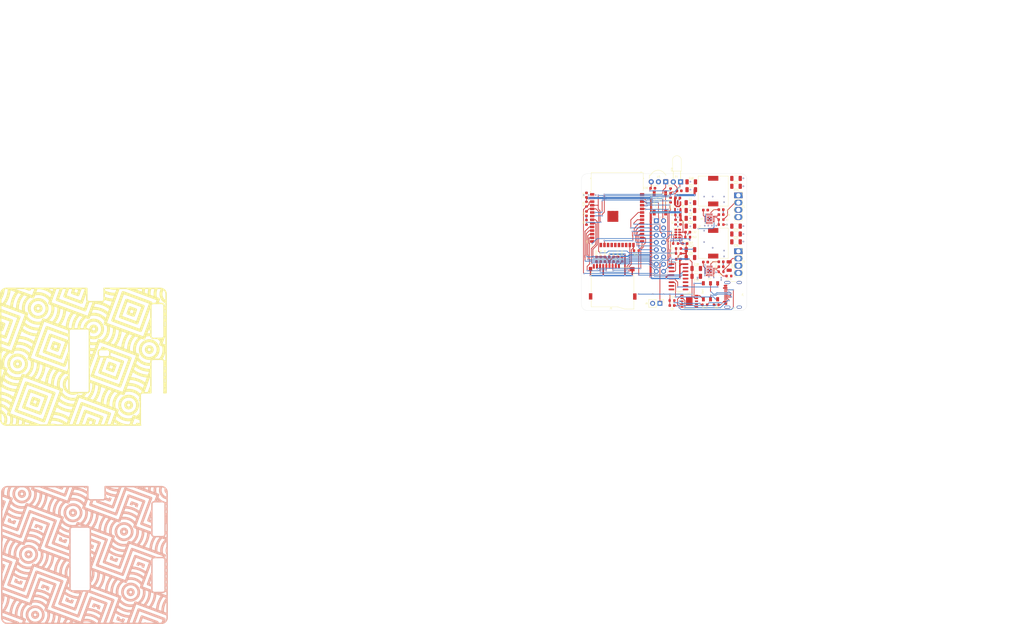
<source format=kicad_pcb>
(kicad_pcb (version 20241229) (generator "pcbnew") (generator_version "9.0")
  (title_block (title "ESP Pinball RGB Animation clock (espirgbani)") (date "2025-09-13") (rev "Rev: 3"))
  (layers (0 "F.Cu" jumper) (2 "B.Cu" signal) (13 "F.Paste" user) (15 "B.Paste" user) (5 "F.SilkS" user "F.Silkscreen") (7 "B.SilkS" user "B.Silkscreen") (1 "F.Mask" user) (3 "B.Mask" user) (25 "Edge.Cuts" user))
  (net 0 "")
  (net 1 "VBUS")
  (net 2 "+5V")
  (net 3 "Net-(D1-A)")
  (net 4 "GND")
  (net 5 "+3.3V")
  (net 6 "/OE")
  (net 7 "/STB")
  (net 8 "/G1")
  (net 9 "Net-(U9-VDD)")
  (net 10 "Net-(C12-A)")
  (net 11 "Net-(C13-K)")
  (net 12 "Net-(C13-A)")
  (net 13 "Net-(C22-A)")
  (net 14 "Net-(C23-A)")
  (net 15 "/G0")
  (net 16 "/R0")
  (net 17 "/B0")
  (net 18 "/R1")
  (net 19 "/B1")
  (net 20 "/A")
  (net 21 "/B")
  (net 22 "/C")
  (net 23 "Net-(C23-K)")
  (net 24 "/D")
  (net 25 "/CLK")
  (net 26 "/Stepdown_b/v_out")
  (net 27 "Net-(C28-A)")
  (net 28 "Net-(U5-SENSOR_VN)")
  (net 29 "/SD_CLK")
  (net 30 "/SD_CMD")
  (net 31 "Net-(C29-A)")
  (net 32 "/CC2")
  (net 34 "/USB_N")
  (net 35 "/USB_P")
  (net 37 "/CC1")
  (net 38 "Net-(U1-FB)")
  (net 39 "Net-(U2-FB)")
  (net 40 "Net-(U8-ADJ)")
  (net 41 "Net-(U3-Vs)")
  (net 42 "Net-(U9-CFG1)")
  (net 43 "Net-(U9-VBUS)")
  (net 44 "/esp_reset")
  (net 46 "/esp_prog")
  (net 55 "Net-(U5-IO34)")
  (net 56 "/esp_tx")
  (net 64 "/esp_rx")
  (net 74 "Net-(J5-DAT3{slash}CD)")
  (net 75 "/SD_D0")
  (net 76 "/SD_D1")
  (net 79 "/E")
  (net 80 "Net-(D2-A)")
  (net 81 "Net-(J5-DAT2)")
  (net 82 "/RTC_SCL")
  (net 83 "/RTC_SDA")
  (net 86 "Net-(J6-Pin_1)")
  (net 87 "/USB_P_S")
  (net 88 "/USB_N_S")
  (net 89 "/USB_P_P")
  (net 90 "/USB_N_P")
  (net 91 "Net-(U3-OUT)")
  (footprint "Connector_USB:USB_C_Receptacle_GCT_USB4105-xx-A_16P_TopMnt_Horizontal" (layer "F.Cu") (at 98.25 117.5 90)
    (property "Reference" "J4")
    (property "Value" "TYPE-C-31-M-12")
  )
  (footprint "Resistor_SMD:R_0603_1608Metric" (layer "F.Cu") (at 63.25 102 180)
    (property "Reference" "R14")
    (property "Value" "1k")
  )
  (footprint "Capacitor_SMD:C_1206_3216Metric" (layer "F.Cu") (at 84.25 111)
    (property "Reference" "C19")
    (property "Value" "10u")
  )
  (footprint "Capacitor_SMD:C_1206_3216Metric" (layer "F.Cu") (at 82.2 101.65)
    (property "Reference" "C21")
    (property "Value" "10u")
  )
  (footprint "Resistor_SMD:R_0603_1608Metric" (layer "F.Cu") (at 55.25 105 90)
    (property "Reference" "R4")
    (property "Value" "10k")
  )
  (footprint "Capacitor_SMD:C_0603_1608Metric" (layer "F.Cu") (at 45.75 89 -90)
    (property "Reference" "C31")
    (property "Value" "2u2")
  )
  (footprint "espirgbani:MS-22C01" (layer "F.Cu") (at 89.25 116.25 180)
    (property "Reference" "SW1")
    (property "Value" "MS-22C01-G010")
  )
  (footprint "Capacitor_SMD:C_1206_3216Metric" (layer "F.Cu") (at 95.8 107.4 90)
    (property "Reference" "C27")
    (property "Value" "10u")
  )
  (footprint "Package_SON:MicroCrystal_C7_SON-8_1.5x3.2mm_P0.9mm" (layer "F.Cu") (at 77.75 96)
    (property "Reference" "U11")
    (property "Value" "RV-3028-C7")
  )
  (footprint "espirgbani:SMDRH104R-4R7NT" (layer "F.Cu") (at 90.2 99.4 -90)
    (property "Reference" "L2")
    (property "Value" "SMDRH104R-4R7NT")
  )
  (footprint "Capacitor_SMD:C_0603_1608Metric" (layer "F.Cu") (at 92.95 105.9)
    (property "Reference" "C22")
    (property "Value" "2u2")
  )
  (footprint "Package_SO:SOIC-16_3.9x9.9mm_P1.27mm" (layer "F.Cu") (at 78.025 111.175)
    (property "Reference" "U7")
    (property "Value" "CH340C")
  )
  (footprint "Capacitor_SMD:C_1206_3216Metric" (layer "F.Cu") (at 84.25 108.25)
    (property "Reference" "C18")
    (property "Value" "10u")
  )
  (footprint "espirgbani:EVQQ2" (layer "F.Cu") (at 71.5 85.25 -90)
    (property "Reference" "U4")
    (property "Value" "EVQQ2")
  )
  (footprint "Capacitor_SMD:C_0603_1608Metric" (layer "F.Cu") (at 78.75 92 -90)
    (property "Reference" "C8")
    (property "Value" "2u2")
  )
  (footprint "LED_THT:LED_D3.0mm_Horizontal_O3.81mm_Z6.0mm" (layer "F.Cu") (at 78.75 77.85 180)
    (property "Reference" "D1")
    (property "Value" "ALS-PDIC144-6C/L378")
  )
  (footprint "Resistor_SMD:R_0603_1608Metric" (layer "F.Cu") (at 52.25 105 90)
    (property "Reference" "R18")
    (property "Value" "10k")
  )
  (footprint "Resistor_SMD:R_0603_1608Metric" (layer "F.Cu") (at 45.75 85.675 90)
    (property "Reference" "R25")
    (property "Value" "10k")
  )
  (footprint "Resistor_SMD:R_0603_1608Metric" (layer "F.Cu") (at 87.25 121)
    (property "Reference" "R11")
    (property "Value" "10k")
  )
  (footprint "Resistor_SMD:R_0603_1608Metric" (layer "F.Cu") (at 77 92 90)
    (property "Reference" "R7")
    (property "Value" "19k8")
  )
  (footprint "Capacitor_SMD:C_1206_3216Metric" (layer "F.Cu") (at 82.2 104.4)
    (property "Reference" "C20")
    (property "Value" "10u")
  )
  (footprint "Capacitor_SMD:C_0603_1608Metric" (layer "F.Cu") (at 78 105)
    (property "Reference" "C6")
    (property "Value" "2u2")
  )
  (footprint "Resistor_SMD:R_0603_1608Metric" (layer "F.Cu") (at 95.7 110.9)
    (property "Reference" "R15")
    (property "Value" "1k37")
  )
  (footprint "Capacitor_SMD:C_1206_3216Metric" (layer "F.Cu") (at 98.2 93.4 180)
    (property "Reference" "C25")
    (property "Value" "10u")
  )
  (footprint "Resistor_SMD:R_0603_1608Metric" (layer "F.Cu") (at 58.25 105 90)
    (property "Reference" "R21")
    (property "Value" "10k")
  )
  (footprint "Capacitor_SMD:C_1206_3216Metric" (layer "F.Cu") (at 82.5 77.85)
    (property "Reference" "C16")
    (property "Value" "10u")
  )
  (footprint "Capacitor_SMD:C_0603_1608Metric" (layer "F.Cu") (at 45.75 82.5 -90)
    (property "Reference" "C10")
    (property "Value" "2u2")
  )
  (footprint "Resistor_SMD:R_0603_1608Metric" (layer "F.Cu") (at 77.75 89.5)
    (property "Reference" "R5")
    (property "Value" "37k4")
  )
  (footprint "Capacitor_SMD:C_0603_1608Metric" (layer "F.Cu") (at 81.25 95.5)
    (property "Reference" "C32")
    (property "Value" "2u2")
  )
  (footprint "Capacitor_SMD:C_1206_3216Metric" (layer "F.Cu") (at 98.2 76.65 180)
    (property "Reference" "C14")
    (property "Value" "10u")
  )
  (footprint "Capacitor_SMD:C_0603_1608Metric" (layer "F.Cu") (at 87.5 87.75 180)
    (property "Reference" "C13")
    (property "Value" "2u2")
  )
  (footprint "espirgbani:SMDRH104R-4R7NT" (layer "F.Cu") (at 90.2 81.1 -90)
    (property "Reference" "L1")
    (property "Value" "SMDRH104R-4R7NT")
  )
  (footprint "Capacitor_SMD:C_0603_1608Metric" (layer "F.Cu") (at 69 80.1 180)
    (property "Reference" "C30")
    (property "Value" "2u2")
  )
  (footprint "Resistor_SMD:R_0603_1608Metric" (layer "F.Cu") (at 77 99.5 180)
    (property "Reference" "R9")
    (property "Value" "1k")
  )
  (footprint "Capacitor_SMD:C_0603_1608Metric" (layer "F.Cu") (at 75.75 121.25 180)
    (property "Reference" "C9")
    (property "Value" "2u2")
  )
  (footprint "Connector_PinSocket_2.54mm:PinSocket_1x04_P2.54mm_Vertical" (layer "F.Cu") (at 99.025 82.6)
    (property "Reference" "J7")
    (property "Value" "B4PS-VH")
  )
  (footprint "Capacitor_SMD:C_0603_1608Metric" (layer "F.Cu") (at 77.75 83.5 180)
    (property "Reference" "C7")
    (property "Value" "2u2")
  )
  (footprint "Resistor_SMD:R_0603_1608Metric" (layer "F.Cu") (at 49.25 105 90)
    (property "Reference" "R20")
    (property "Value" "10k")
  )
  (footprint "Capacitor_SMD:C_1206_3216Metric" (layer "F.Cu") (at 98.2 98.9 180)
    (property "Reference" "C26")
    (property "Value" "10u")
  )
  (footprint "Resistor_SMD:R_0603_1608Metric" (layer "F.Cu") (at 91.25 121)
    (property "Reference" "R8")
    (property "Value" "1k")
  )
  (footprint "espirgbani:TF-01A" (layer "F.Cu") (at 54 113.5)
    (property "Reference" "J5")
    (property "Value" "TF-01A")
  )
  (footprint "Connector_PinSocket_2.54mm:PinSocket_1x04_P2.54mm_Vertical" (layer "F.Cu") (at 99.025 102.2)
    (property "Reference" "J3")
    (property "Value" "B4PS-VH")
  )
  (footprint "Capacitor_SMD:C_1206_3216Metric" (layer "F.Cu") (at 98.2 79.4 180)
    (property "Reference" "C15")
    (property "Value" "10u")
  )
  (footprint "Connector_PinHeader_2.54mm:PinHeader_1x02_P2.54mm_Vertical" (layer "F.Cu") (at 71.5 120.5 -90)
    (property "Reference" "J6")
    (property "Value" "V_BATT")
  )
  (footprint "RF_Module:ESP32-WROOM-32D" (layer "F.Cu") (at 56.5 90.5)
    (property "Reference" "U5")
    (property "Value" "ESP32-WROOM-32E")
  )
  (footprint "Resistor_SMD:R_0603_1608Metric" (layer "F.Cu") (at 75.75 119.5 180)
    (property "Reference" "R10")
    (property "Value" "24k")
  )
  (footprint "Resistor_SMD:R_0603_1608Metric" (layer "F.Cu") (at 56.75 105 90)
    (property "Reference" "R17")
    (property "Value" "10k")
  )
  (footprint "Capacitor_SMD:C_1206_3216Metric" (layer "F.Cu") (at 82.2 87.9)
    (property "Reference" "C2")
    (property "Value" "10u")
  )
  (footprint "Capacitor_SMD:C_0603_1608Metric" (layer "F.Cu") (at 92.95 87.6)
    (property "Reference" "C12")
    (property "Value" "2u2")
  )
  (footprint "Resistor_SMD:R_0603_1608Metric" (layer "F.Cu") (at 92.95 92.85)
    (property "Reference" "R2")
    (property "Value" "1k37")
  )
  (footprint "Resistor_SMD:R_0603_1608Metric" (layer "F.Cu") (at 78 101.25 180)
    (property "Reference" "R28")
    (property "Value" "220k")
  )
  (footprint "Capacitor_SMD:C_0603_1608Metric" (layer "F.Cu") (at 92.95 89.35)
    (property "Reference" "C28")
    (property "Value" "2u2")
  )
  (footprint "Resistor_SMD:R_0603_1608Metric" (layer "F.Cu") (at 92.95 109.4 180)
    (property "Reference" "R3")
    (property "Value" "10k")
  )
  (footprint "Capacitor_SMD:C_0603_1608Metric" (layer "F.Cu") (at 92.95 107.65)
    (property "Reference" "C29")
    (property "Value" "2u2")
  )
  (footprint "Resistor_SMD:R_0603_1608Metric" (layer "F.Cu") (at 81.25 97.25 180)
    (property "Reference" "R53")
    (property "Value" "10k")
  )
  (footprint "Resistor_SMD:R_0603_1608Metric" (layer "F.Cu") (at 78 103)
    (property "Reference" "R27")
    (property "Value" "47k")
  )
  (footprint "Capacitor_SMD:C_1206_3216Metric" (layer "F.Cu") (at 82.2 90.65)
    (property "Reference" "C3")
    (property "Value" "10u")
  )
  (footprint "Capacitor_SMD:C_0603_1608Metric" (layer "F.Cu") (at 87.5 106 180)
    (property "Reference" "C23")
    (property "Value" "2u2")
  )
  (footprint "Resistor_SMD:R_0603_1608Metric" (layer "F.Cu") (at 45.75 92.075 90)
    (property "Reference" "R6")
    (property "Value" "47k")
  )
  (footprint "Package_DFN_QFN:QFN-20-1EP_3x3mm_P0.45mm_EP1.6x1.6mm" (layer "F.Cu") (at 88.9 90.8)
    (property "Reference" "U1")
    (property "Value" "SY8286ARAC")
  )
  (footprint "LED_SMD:LED_0603_1608Metric" (layer "F.Cu") (at 80.25 99.5 180)
    (property "Reference" "D2")
    (property "Value" "GRN")
  )
  (footprint "Capacitor_SMD:C_1206_3216Metric" (layer "F.Cu") (at 98.2 96.15 180)
    (property "Reference" "C24")
    (property "Value" "10u")
  )
  (footprint "Resistor_SMD:R_0603_1608Metric" (layer "F.Cu") (at 75.25 81 -90)
    (property "Reference" "R12")
    (property "Value" "100R")
  )
  (footprint "Package_DFN_QFN:QFN-20-1EP_3x3mm_P0.45mm_EP1.6x1.6mm" (layer "F.Cu") (at 88.9 109.1)
    (property "Reference" "U2")
    (property "Value" "SY8286ARAC")
  )
  (footprint "OptoDevice:Vishay_MOLD-3Pin" (layer "F.Cu") (at 73.54 77.815 180)
    (property "Reference" "U3")
    (property "Value" "IRM-56384")
  )
  (footprint "Resistor_SMD:R_0603_1608Metric" (layer "F.Cu") (at 92.95 91.1 180)
    (property "Reference" "R1")
    (property "Value" "10k")
  )
  (footprint "Capacitor_SMD:C_0603_1608Metric" (layer "F.Cu") (at 53.75 105 90)
    (property "Reference" "C4")
    (property "Value" "2u2")
  )
  (footprint "Capacitor_SMD:C_1206_3216Metric" (layer "F.Cu") (at 82.5 80.6)
    (property "Reference" "C17")
    (property "Value" "10u")
  )
  (footprint "Capacitor_SMD:C_1206_3216Metric" (layer "F.Cu") (at 82.2 85.15)
    (property "Reference" "C1")
    (property "Value" "10u")
  )
  (footprint "Resistor_SMD:R_0603_1608Metric" (layer "F.Cu") (at 75.25 84.25 90)
    (property "Reference" "R16")
    (property "Value" "10k")
  )
  (footprint "Resistor_SMD:R_0603_1608Metric" (layer "F.Cu") (at 50.75 105 90)
    (property "Reference" "R19")
    (property "Value" "10k")
  )
  (footprint "espirgbani:SSOP-10-1EP_3.9x4.9mm_P1.00mm" (layer "F.Cu") (at 81.8 119.75 180)
    (property "Reference" "U9")
    (property "Value" "CH224K")
  )
  (footprint "Package_TO_SOT_SMD:SOT-23-5" (layer "F.Cu") (at 77.75 86.5 -90)
    (property "Reference" "U8")
    (property "Value" "SPX3819M5-L")
  )
  (footprint "Capacitor_SMD:C_1206_3216Metric" (layer "F.Cu") (at 82.2 93.4)
    (property "Reference" "C11")
    (property "Value" "10u")
  )
  (footprint "Capacitor_SMD:C_0603_1608Metric" (layer "F.Cu") (at 78.25 81)
    (property "Reference" "C5")
    (property "Value" "2u2")
  )
  (footprint "Connector_PinSocket_2.54mm:PinSocket_2x08_P2.54mm_Vertical" (layer "B.Cu") (at 70.25 91.5 180)
    (property "Reference" "J1")
    (property "Value" "2.54-2*8P")
  )
  (gr_poly (pts (xy -150.69944 147.904883) (xy -150.682504 147.905619) (xy -150.665606 147.906907) (xy -150.648758 147.908746) (xy -150.631975 147.911133) (xy -150.615271 147.914069) (xy -150.598658 147.917551) (xy -150.58215 147.921578) (xy -150.565761 147.926149) (xy -150.549505 147.931263) (xy -150.533395 147.936917) (xy -145.662893 149.743528) (xy -140.792387 151.549619) (xy -140.768454 151.559193) (xy -140.745125 151.569893) (xy -140.722436 151.581687) (xy -140.700419 151.594544) (xy -140.679109 151.608433) (xy -140.658539 151.623322) (xy -140.638742 151.639179) (xy -140.619754 151.655974) (xy -140.601607 151.673676) (xy -140.584336 151.692252) (xy -140.567974 151.711671) (xy -140.552555 151.731902) (xy -140.538113 151.752913) (xy -140.524681 151.774674) (xy -140.512294 151.797153) (xy -140.500986 151.820317) (xy -140.490839 151.844014) (xy -140.481916 151.868079) (xy -140.474219 151.892466) (xy -140.46775 151.917128) (xy -140.462509 151.942019) (xy -140.4585 151.967094) (xy -140.455723 151.992307) (xy -140.454179 152.017611) (xy -140.453872 152.04296) (xy -140.454802 152.068308) (xy -140.456971 152.093608) (xy -140.460381 152.118816) (xy -140.465034 152.143885) (xy -140.470931 152.168768) (xy -140.478073 152.193419) (xy -140.486463 152.217794) (xy -142.292554 157.087781) (xy -144.09865 161.957761) (xy -144.108187 161.981708) (xy -144.118851 162.005051) (xy -144.13061 162.027757) (xy -144.143433 162.049793) (xy -144.157289 162.071123) (xy -144.172146 162.091715) (xy -144.187973 162.111534) (xy -144.204739 162.130547) (xy -144.222411 162.148719) (xy -144.24096 162.166018) (xy -144.260353 162.182409) (xy -144.280559 162.197858) (xy -144.301546 162.212332) (xy -144.323284 162.225797) (xy -144.345742 162.238218) (xy -144.368887 162.249562) (xy -144.392565 162.259746) (xy -144.416614 162.268706) (xy -144.440986 162.276441) (xy -144.465636 162.282949) (xy -144.490517 162.288229) (xy -144.515584 162.292278) (xy -144.54079 162.295095) (xy -144.56609 162.296679) (xy -144.591436 162.297027) (xy -144.616784 162.296137) (xy -144.642086 162.294009) (xy -144.667297 162.29064) (xy -144.69237 162.286028) (xy -144.71726 162.280173) (xy -144.741921 162.273071) (xy -144.766306 162.264722) (xy -149.636808 160.45812) (xy -154.507314 158.652021) (xy -154.531247 158.642446) (xy -154.554575 158.631747) (xy -154.577265 158.619952) (xy -154.599282 158.607095) (xy -154.620592 158.593207) (xy -154.641162 158.578318) (xy -154.660959 158.56246) (xy -154.679947 158.545665) (xy -154.698094 158.527964) (xy -154.715365 158.509388) (xy -154.731727 158.489969) (xy -154.747146 158.469738) (xy -154.761588 158.448726) (xy -154.77502 158.426965) (xy -154.787407 158.404487) (xy -154.798715 158.381322) (xy -154.808862 158.357625) (xy -154.817785 158.33356) (xy -154.825481 158.309174) (xy -154.831951 158.284512) (xy -154.837191 158.25962) (xy -154.841201 158.234545) (xy -154.843978 158.209333) (xy -154.845522 158.18403) (xy -154.845829 158.158681) (xy -154.844899 158.133334) (xy -154.84273 158.108034) (xy -154.83932 158.082827) (xy -154.834667 158.057759) (xy -154.82877 158.032877) (xy -154.821628 158.008226) (xy -154.813238 157.983853) (xy -154.766857 157.858792) (xy -153.658784 157.858792) (xy -149.27559 159.484021) (xy -144.892396 161.109761) (xy -143.266656 156.72656) (xy -141.641431 152.343373) (xy -146.02411 150.717633) (xy -150.407304 149.091893) (xy -152.033044 153.47508) (xy -153.658784 157.858792) (xy -154.766857 157.858792) (xy -153.007146 153.113858) (xy -151.201055 148.243871) (xy -151.187951 148.211794) (xy -151.172868 148.180903) (xy -151.155891 148.151269) (xy -151.137103 148.122961) (xy -151.116589 148.096048) (xy -151.094433 148.070602) (xy -151.070719 148.046691) (xy -151.045531 148.024386) (xy -151.018954 148.003755) (xy -150.991071 147.98487) (xy -150.961967 147.9678) (xy -150.931727 147.952614) (xy -150.900434 147.939383) (xy -150.868172 147.928176) (xy -150.835026 147.919063) (xy -150.80108 147.912114) (xy -150.80108 147.912122) (xy -150.784205 147.909521) (xy -150.767286 147.90748) (xy -150.750336 147.905996) (xy -150.73337 147.90507) (xy -150.7164 147.904699)) (stroke (width -0.000001)) (fill yes) (layer "F.SilkS"))
  (gr_poly (pts (xy -114.709014 152.563573) (xy -114.619884 152.567123) (xy -114.53064 152.572897) (xy -114.441319 152.580914) (xy -114.351955 152.59119) (xy -114.262584 152.603744) (xy -114.173243 152.618593) (xy -114.083966 152.635755) (xy -113.994791 152.655249) (xy -113.905751 152.677091) (xy -113.816884 152.7013) (xy -113.728224 152.727893) (xy -113.639808 152.756889) (xy -113.551672 152.788304) (xy -113.378404 152.857631) (xy -113.210626 152.934888) (xy -113.048472 153.019778) (xy -112.89208 153.112002) (xy -112.741586 153.211263) (xy -112.597127 153.317262) (xy -112.45884 153.429701) (xy -112.326861 153.548282) (xy -112.201326 153.672707) (xy -112.082374 153.802679) (xy -111.970139 153.937898) (xy -111.864759 154.078067) (xy -111.766371 154.222889) (xy -111.675111 154.372064) (xy -111.591115 154.525294) (xy -111.514521 154.682283) (xy -111.445465 154.842731) (xy -111.384084 155.00634) (xy -111.330513 155.172813) (xy -111.284891 155.341851) (xy -111.247354 155.513157) (xy -111.218037 155.686432) (xy -111.197079 155.861378) (xy -111.184615 156.037698) (xy -111.180782 156.215092) (xy -111.185717 156.393264) (xy -111.199556 156.571914) (xy -111.222437 156.750746) (xy -111.254495 156.92946) (xy -111.295867 157.107759) (xy -111.346691 157.285345) (xy -111.407102 157.461919) (xy -111.476436 157.635185) (xy -111.553697 157.802966) (xy -111.638586 157.965125) (xy -111.730807 158.121527) (xy -111.830061 158.272033) (xy -111.93605 158.416506) (xy -112.048477 158.554811) (xy -112.167044 158.68681) (xy -112.291452 158.812366) (xy -112.421405 158.931342) (xy -112.556603 159.043601) (xy -112.696751 159.149007) (xy -112.841548 159.247422) (xy -112.990699 159.33871) (xy -113.143904 159.422733) (xy -113.300867 159.499355) (xy -113.461288 159.568439) (xy -113.624871 159.629848) (xy -113.791318 159.683445) (xy -113.960331 159.729093) (xy -114.131611 159.766655) (xy -114.304861 159.795994) (xy -114.479784 159.816974) (xy -114.656081 159.829457) (xy -114.833455 159.833306) (xy -115.011607 159.828385) (xy -115.190241 159.814557) (xy -115.369057 159.791685) (xy -115.547759 159.759631) (xy -115.726048 159.71826) (xy -115.903627 159.667433) (xy -116.080198 159.607015) (xy -116.253468 159.537689) (xy -116.421249 159.460432) (xy -116.583404 159.375542) (xy -116.739798 159.283317) (xy -116.890293 159.184057) (xy -117.034753 159.078057) (xy -117.17304 158.965617) (xy -117.30502 158.847035) (xy -117.430554 158.722609) (xy -117.549506 158.592636) (xy -117.661741 158.457415) (xy -117.76712 158.317245) (xy -117.865508 158.172422) (xy -117.956767 158.023246) (xy -118.040762 157.870014) (xy -118.117355 157.713024) (xy -118.18641 157.552575) (xy -118.247791 157.388965) (xy -118.30136 157.222491) (xy -118.346981 157.053451) (xy -118.384518 156.882145) (xy -118.413834 156.708869) (xy -118.434792 156.533923) (xy -118.447256 156.357603) (xy -118.450904 156.188747) (xy -117.415357 156.188747) (xy -117.412965 156.315564) (xy -117.404396 156.441535) (xy -117.389742 156.566455) (xy -117.369099 156.690119) (xy -117.34256 156.812321) (xy -117.310221 156.932855) (xy -117.272175 157.051516) (xy -117.228516 157.168099) (xy -117.179339 157.282398) (xy -117.124738 157.394208) (xy -117.064808 157.503323) (xy -116.999643 157.609537) (xy -116.929336 157.712646) (xy -116.853983 157.812443) (xy -116.773677 157.908724) (xy -116.688514 158.001282) (xy -116.598586 158.089912) (xy -116.503989 158.17441) (xy -116.404817 158.254568) (xy -116.301164 158.330183) (xy -116.193124 158.401048) (xy -116.080792 158.466958) (xy -115.964262 158.527707) (xy -115.843628 158.58309) (xy -115.718984 158.632901) (xy -115.592003 158.676409) (xy -115.46443 158.713076) (xy -115.336469 158.742998) (xy -115.208327 158.766268) (xy -115.080208 158.782982) (xy -114.952319 158.793233) (xy -114.824864 158.797116) (xy -114.698049 158.794726) (xy -114.57208 158.786157) (xy -114.447161 158.771502) (xy -114.323499 158.750858) (xy -114.201299 158.724317) (xy -114.080766 158.691974) (xy -113.962106 158.653925) (xy -113.845525 158.610262) (xy -113.731226 158.561081) (xy -113.619417 158.506476) (xy -113.510303 158.446541) (xy -113.404089 158.381371) (xy -113.30098 158.31106) (xy -113.201181 158.235703) (xy -113.1049 158.155393) (xy -113.01234 158.070226) (xy -112.923707 157.980295) (xy -112.839207 157.885696) (xy -112.759045 157.786522) (xy -112.683427 157.682867) (xy -112.612558 157.574827) (xy -112.546644 157.462496) (xy -112.485889 157.345968) (xy -112.4305 157.225337) (xy -112.380682 157.100698) (xy -112.337186 156.973717) (xy -112.300528 156.846144) (xy -112.270614 156.718183) (xy -112.247351 156.59004) (xy -112.230642 156.461921) (xy -112.220395 156.33403) (xy -112.216514 156.206574) (xy -112.218906 156.079757) (xy -112.227476 155.953786) (xy -112.242131 155.828866) (xy -112.262774 155.705202) (xy -112.289313 155.583) (xy -112.321654 155.462466) (xy -112.3597 155.343804) (xy -112.40336 155.227221) (xy -112.452537 155.112921) (xy -112.507138 155.00111) (xy -112.567069 154.891995) (xy -112.632235 154.78578) (xy -112.702542 154.68267) (xy -112.777896 154.582872) (xy -112.858201 154.48659) (xy -112.943365 154.394031) (xy -113.033293 154.305399) (xy -113.12789 154.220901) (xy -113.227062 154.140741) (xy -113.330715 154.065126) (xy -113.438755 153.99426) (xy -113.551087 153.928349) (xy -113.667617 153.867599) (xy -113.78825 153.812215) (xy -113.912893 153.762403) (xy -113.976296 153.739785) (xy -114.039864 153.718893) (xy -114.103575 153.699713) (xy -114.167402 153.682235) (xy -114.231321 153.666445) (xy -114.295309 153.652331) (xy -114.359339 153.639881) (xy -114.423388 153.629082) (xy -114.487431 153.619922) (xy -114.551443 153.612388) (xy -114.615401 153.606469) (xy -114.679278 153.602151) (xy -114.743052 153.599423) (xy -114.806696 153.598272) (xy -114.870187 153.598686) (xy -114.9335 153.600652) (xy -115.02807 153.606499) (xy -115.12208 153.615782) (xy -115.215442 153.628462) (xy -115.30807 153.644499) (xy -115.399876 153.663853) (xy -115.490774 153.686483) (xy -115.580678 153.712351) (xy -115.6695 153.741416) (xy -115.757154 153.773639) (xy -115.843552 153.80898) (xy -115.928609 153.847398) (xy -116.012238 153.888854) (xy -116.094351 153.933309) (xy -116.174862 153.980722) (xy -116.253684 154.031053) (xy -116.33073 154.084263) (xy -116.405914 154.140312) (xy -116.479149 154.19916) (xy -116.550348 154.260767) (xy -116.619424 154.325093) (xy -116.686291 154.392099) (xy -116.750862 154.461744) (xy -116.813049 154.533989) (xy -116.872767 154.608794) (xy -116.929928 154.68612) (xy -116.984447 154.765925) (xy -117.036235 154.848171) (xy -117.085206 154.932818) (xy -117.131274 155.019825) (xy -117.174351 155.109154) (xy -117.214351 155.200763) (xy -117.251188 155.294614) (xy -117.294684 155.421596) (xy -117.331342 155.549171) (xy -117.361255 155.677134) (xy -117.38452 155.805278) (xy -117.401228 155.933399) (xy -117.411476 156.06129) (xy -117.415357 156.188747) (xy -118.450904 156.188747) (xy -118.451089 156.180209) (xy -118.446154 156.002038) (xy -118.432315 155.823388) (xy -118.409435 155.644558) (xy -118.377378 155.465845) (xy -118.336006 155.287548) (xy -118.285184 155.109964) (xy -118.224775 154.933393) (xy -118.11778 154.675542) (xy -117.993278 154.430191) (xy -117.852275 154.197801) (xy -117.695776 153.978833) (xy -117.524788 153.773748) (xy -117.340316 153.583009) (xy -117.143368 153.407076) (xy -116.934948 153.246411) (xy -116.716064 153.101474) (xy -116.487721 152.972728) (xy -116.250924 152.860635) (xy -116.006681 152.765654) (xy -115.755998 152.688248) (xy -115.499879 152.628878) (xy -115.239332 152.588005) (xy -114.975362 152.566091) (xy -114.886789 152.563075) (xy -114.797994 152.56223)) (stroke (width -0.000001)) (fill yes) (layer "F.SilkS"))
  (gr_poly (pts (xy -149.473675 150.576031) (xy -149.456739 150.576767) (xy -149.43984 150.578055) (xy -149.422993 150.579893) (xy -149.40621 150.58228) (xy -149.389505 150.585216) (xy -149.372893 150.588698) (xy -149.356385 150.592725) (xy -149.339996 150.597297) (xy -149.32374 150.602411) (xy -149.30763 150.608068) (xy -146.385847 151.691732) (xy -143.463541 152.77538) (xy -143.439594 152.784918) (xy -143.41625 152.795581) (xy -143.393544 152.80734) (xy -143.371509 152.820163) (xy -143.350179 152.834018) (xy -143.329587 152.848875) (xy -143.309768 152.864701) (xy -143.290755 152.881466) (xy -143.272582 152.899138) (xy -143.255283 152.917686) (xy -143.238893 152.937079) (xy -143.223443 152.957284) (xy -143.208969 152.978272) (xy -143.195505 153.00001) (xy -143.183084 153.022468) (xy -143.171739 153.045613) (xy -143.161556 153.069293) (xy -143.152595 153.093342) (xy -143.14486 153.117715) (xy -143.138352 153.142365) (xy -143.133072 153.167247) (xy -143.129023 153.192314) (xy -143.126205 153.217521) (xy -143.124622 153.242821) (xy -143.124274 153.268168) (xy -143.125164 153.293516) (xy -143.127292 153.318819) (xy -143.130662 153.344031) (xy -143.135274 153.369105) (xy -143.14113 153.393996) (xy -143.148233 153.418658) (xy -143.156583 153.443044) (xy -144.240755 156.365338) (xy -145.324411 159.287648) (xy -145.334359 159.312456) (xy -145.34543 159.336472) (xy -145.357583 159.359677) (xy -145.370776 159.382052) (xy -145.384965 159.403577) (xy -145.400111 159.424235) (xy -145.416171 159.444004) (xy -145.433102 159.462867) (xy -145.450864 159.480803) (xy -145.469413 159.497794) (xy -145.488709 159.513821) (xy -145.508709 159.528864) (xy -145.529371 159.542904) (xy -145.550654 159.555922) (xy -145.572515 159.567899) (xy -145.594914 159.578815) (xy -145.617806 159.588651) (xy -145.641152 159.597388) (xy -145.664909 159.605008) (xy -145.689034 159.61149) (xy -145.713487 159.616815) (xy -145.738225 159.620965) (xy -145.763206 159.62392) (xy -145.788389 159.62566) (xy -145.813731 159.626168) (xy -145.83919 159.625422) (xy -145.864726 159.623405) (xy -145.890295 159.620097) (xy -145.915856 159.615479) (xy -145.941367 159.609532) (xy -145.966786 159.602236) (xy -145.992071 159.593572) (xy -148.914373 158.509908) (xy -151.836156 157.426252) (xy -151.860103 157.416714) (xy -151.883445 157.40605) (xy -151.906151 157.394292) (xy -151.928186 157.381469) (xy -151.949516 157.367613) (xy -151.970107 157.352757) (xy -151.989926 157.336931) (xy -152.008939 157.320166) (xy -152.027111 157.302494) (xy -152.04441 157.283946) (xy -152.060801 157.264553) (xy -152.07625 157.244347) (xy -152.090724 157.22336) (xy -152.104188 157.201621) (xy -152.11661 157.179164) (xy -152.127954 157.156018) (xy -152.138138 157.132339) (xy -152.147098 157.10829) (xy -152.154833 157.083918) (xy -152.161342 157.059268) (xy -152.166622 157.034387) (xy -152.170672 157.00932) (xy -152.17349 156.984115) (xy -152.175074 156.958816) (xy -152.175422 156.93347) (xy -152.174533 156.908123) (xy -152.172405 156.882821) (xy -152.169036 156.857611) (xy -152.164425 156.832538) (xy -152.158569 156.807648) (xy -152.151467 156.782988) (xy -152.143117 156.758603) (xy -152.096552 156.633031) (xy -150.988149 156.633031) (xy -148.553155 157.536328) (xy -146.118162 158.439122) (xy -145.214857 156.004125) (xy -144.311552 153.568608) (xy -146.746545 152.665311) (xy -149.182054 151.762525) (xy -150.084844 154.197522) (xy -150.988149 156.633031) (xy -152.096552 156.633031) (xy -151.059461 153.836301) (xy -149.975805 150.91451) (xy -149.962682 150.882408) (xy -149.947578 150.851496) (xy -149.930576 150.821842) (xy -149.911761 150.793518) (xy -149.891218 150.766593) (xy -149.869031 150.741136) (xy -149.845284 150.717219) (xy -149.820062 150.69491) (xy -149.793449 150.67428) (xy -149.76553 150.655399) (xy -149.736389 150.638337) (xy -149.706111 150.623163) (xy -149.674781 150.609948) (xy -149.642481 150.598761) (xy -149.609298 150.589673) (xy -149.575315 150.582753) (xy -149.575315 150.583272) (xy -149.55844 150.580671) (xy -149.541521 150.578629) (xy -149.524571 150.577146) (xy -149.507604 150.576219) (xy -149.490634 150.575848)) (stroke (width -0.000001)) (fill yes) (layer "F.SilkS"))
  (gr_poly (pts (xy -146.506343 120.710434) (xy -146.46816 120.711881) (xy -146.42993 120.714278) (xy -146.391672 120.717632) (xy -146.353402 120.721954) (xy -146.315137 120.72725) (xy -146.276893 120.733531) (xy -146.238687 120.740804) (xy -146.200536 120.749077) (xy -146.162457 120.758361) (xy -146.124466 120.768662) (xy -146.08658 120.77999) (xy -146.048816 120.792354) (xy -146.01119 120.80576) (xy -145.937228 120.835373) (xy -145.865587 120.868415) (xy -145.796326 120.904758) (xy -145.729505 120.94427) (xy -145.665185 120.986822) (xy -145.603424 121.032284) (xy -145.544283 121.080524) (xy -145.487821 121.131413) (xy -145.434098 121.184821) (xy -145.383173 121.240617) (xy -145.335108 121.298672) (xy -145.28996 121.358854) (xy -145.247791 121.421033) (xy -145.208659 121.48508) (xy -145.172625 121.550864) (xy -145.139749 121.618255) (xy -145.110089 121.687122) (xy -145.083706 121.757335) (xy -145.060659 121.828765) (xy -145.041009 121.90128) (xy -145.024815 121.974751) (xy -145.012137 122.049047) (xy -145.003034 122.124037) (xy -144.997567 122.199593) (xy -144.995794 122.275583) (xy -144.997776 122.351877) (xy -145.003573 122.428345) (xy -145.013244 122.504857) (xy -145.02685 122.581282) (xy -145.044449 122.657491) (xy -145.066101 122.733352) (xy -145.091867 122.808736) (xy -145.121488 122.882692) (xy -145.154537 122.954326) (xy -145.190886 123.023578) (xy -145.230404 123.090389) (xy -145.27296 123.154697) (xy -145.318425 123.216446) (xy -145.366668 123.275573) (xy -145.41756 123.33202) (xy -145.470969 123.385727) (xy -145.526766 123.436635) (xy -145.58482 123.484683) (xy -145.645001 123.529812) (xy -145.70718 123.571963) (xy -145.771225 123.611076) (xy -145.837008 123.64709) (xy -145.904396 123.679947) (xy -145.973261 123.709587) (xy -146.043472 123.73595) (xy -146.114899 123.758976) (xy -146.187411 123.778606) (xy -146.260879 123.79478) (xy -146.335172 123.807439) (xy -146.41016 123.816522) (xy -146.485713 123.821971) (xy -146.5617 123.823724) (xy -146.637992 123.821724) (xy -146.714459 123.81591) (xy -146.790969 123.806223) (xy -146.867393 123.792602) (xy -146.943601 123.774988) (xy -147.019462 123.753322) (xy -147.094846 123.727544) (xy -147.168808 123.697933) (xy -147.240449 123.664895) (xy -147.30971 123.62856) (xy -147.37653 123.589058) (xy -147.440851 123.546518) (xy -147.502611 123.501071) (xy -147.561753 123.452847) (xy -147.618215 123.401975) (xy -147.671938 123.348587) (xy -147.722862 123.292812) (xy -147.770928 123.23478) (xy -147.816075 123.174621) (xy -147.858245 123.112465) (xy -147.897376 123.048442) (xy -147.933411 122.982683) (xy -147.966288 122.915317) (xy -147.995948 122.846474) (xy -148.022331 122.776285) (xy -148.045377 122.704879) (xy -148.065028 122.632387) (xy -148.081222 122.558939) (xy -148.0939 122.484664) (xy -148.103003 122.409693) (xy -148.108471 122.334156) (xy -148.110043 122.266766) (xy -147.074052 122.266766) (xy -147.073738 122.292178) (xy -147.072183 122.317386) (xy -147.069404 122.34235) (xy -147.06542 122.367035) (xy -147.060246 122.391401) (xy -147.053901 122.415412) (xy -147.046401 122.43903) (xy -147.037764 122.462216) (xy -147.028007 122.484934) (xy -147.017147 122.507146) (xy -147.005201 122.528813) (xy -146.992187 122.549899) (xy -146.978122 122.570366) (xy -146.963024 122.590176) (xy -146.946908 122.609291) (xy -146.929793 122.627674) (xy -146.911696 122.645287) (xy -146.892634 122.662093) (xy -146.872624 122.678053) (xy -146.851684 122.693131) (xy -146.829831 122.707288) (xy -146.807081 122.720486) (xy -146.783453 122.732689) (xy -146.758963 122.743859) (xy -146.733629 122.753957) (xy -146.707837 122.76282) (xy -146.681989 122.770321) (xy -146.656124 122.776476) (xy -146.630279 122.781302) (xy -146.60449 122.784818) (xy -146.578796 122.787039) (xy -146.553234 122.787985) (xy -146.527841 122.787671) (xy -146.502654 122.786116) (xy -146.477712 122.783337) (xy -146.453052 122.77935) (xy -146.42871 122.774174) (xy -146.404725 122.767825) (xy -146.381133 122.760322) (xy -146.357973 122.75168) (xy -146.335281 122.741919) (xy -146.313096 122.731054) (xy -146.291454 122.719104) (xy -146.270393 122.706085) (xy -146.24995 122.692016) (xy -146.230163 122.676913) (xy -146.211069 122.660793) (xy -146.192705 122.643675) (xy -146.17511 122.625575) (xy -146.15832 122.60651) (xy -146.142373 122.586499) (xy -146.127306 122.565558) (xy -146.113156 122.543704) (xy -146.099962 122.520956) (xy -146.08776 122.49733) (xy -146.076589 122.472844) (xy -146.066484 122.447515) (xy -146.05763 122.421721) (xy -146.050135 122.395865) (xy -146.043981 122.369986) (xy -146.039151 122.344121) (xy -146.035628 122.318308) (xy -146.033396 122.292585) (xy -146.032437 122.266989) (xy -146.032734 122.24156) (xy -146.03427 122.216333) (xy -146.037028 122.191348) (xy -146.040991 122.166642) (xy -146.046142 122.142254) (xy -146.052464 122.118219) (xy -146.05994 122.094578) (xy -146.068553 122.071367) (xy -146.078286 122.048625) (xy -146.089121 122.026389) (xy -146.101043 122.004697) (xy -146.114033 121.983587) (xy -146.128074 121.963097) (xy -146.143151 121.943264) (xy -146.159245 121.924128) (xy -146.17634 121.905724) (xy -146.194418 121.888092) (xy -146.213463 121.871268) (xy -146.233457 121.855292) (xy -146.254384 121.840201) (xy -146.276226 121.826032) (xy -146.298966 121.812823) (xy -146.322588 121.800613) (xy -146.347074 121.78944) (xy -146.372408 121.77934) (xy -146.385293 121.774712) (xy -146.398193 121.770425) (xy -146.411105 121.766478) (xy -146.424024 121.762871) (xy -146.436946 121.759603) (xy -146.449867 121.756672) (xy -146.462782 121.754079) (xy -146.475688 121.751822) (xy -146.488579 121.7499) (xy -146.501453 121.748312) (xy -146.514304 121.747057) (xy -146.527129 121.746135) (xy -146.539923 121.745545) (xy -146.552683 121.745286) (xy -146.565403 121.745356) (xy -146.578081 121.745755) (xy -146.597003 121.746812) (xy -146.615795 121.748562) (xy -146.634442 121.750997) (xy -146.652927 121.75411) (xy -146.671234 121.757893) (xy -146.689348 121.762339) (xy -146.707252 121.767441) (xy -146.724931 121.773191) (xy -146.742368 121.779581) (xy -146.759547 121.786605) (xy -146.776454 121.794255) (xy -146.793071 121.802523) (xy -146.809382 121.811402) (xy -146.825372 121.820884) (xy -146.841025 121.830963) (xy -146.856325 121.84163) (xy -146.871256 121.852879) (xy -146.885801 121.864701) (xy -146.899946 121.87709) (xy -146.913673 121.890037) (xy -146.926968 121.903536) (xy -146.939814 121.91758) (xy -146.952194 121.93216) (xy -146.964094 121.947269) (xy -146.975497 121.962899) (xy -146.986387 121.979045) (xy -146.996749 121.995697) (xy -147.006566 122.012848) (xy -147.015822 122.030492) (xy -147.024502 122.04862) (xy -147.032589 122.067226) (xy -147.040067 122.086301) (xy -147.04892 122.112094) (xy -147.056411 122.137946) (xy -147.062559 122.163819) (xy -147.067379 122.189675) (xy -147.07089 122.215476) (xy -147.073109 122.241186) (xy -147.074052 122.266766) (xy -148.110043 122.266766) (xy -148.110243 122.258182) (xy -148.108261 122.181903) (xy -148.102464 122.105447) (xy -148.092793 122.028945) (xy -148.079187 121.952528) (xy -148.061588 121.876324) (xy -148.039935 121.800465) (xy -148.014169 121.72508) (xy -147.968446 121.615013) (xy -147.915155 121.510237) (xy -147.854736 121.410954) (xy -147.787628 121.317365) (xy -147.71427 121.229672) (xy -147.635102 121.148075) (xy -147.550562 121.072776) (xy -147.46109 121.003976) (xy -147.367124 120.941877) (xy -147.269105 120.886679) (xy -147.167471 120.838585) (xy -147.062662 120.797795) (xy -146.955117 120.764511) (xy -146.845274 120.738933) (xy -146.733573 120.721265) (xy -146.620454 120.711705) (xy -146.582507 120.710355) (xy -146.544465 120.709928)) (stroke (width -0.000001)) (fill yes) (layer "F.SilkS"))
  (gr_poly (pts (xy -114.76927 154.641255) (xy -114.731087 154.642739) (xy -114.692858 154.645176) (xy -114.6546 154.648574) (xy -114.616329 154.65294) (xy -114.578063 154.658282) (xy -114.539817 154.664607) (xy -114.50161 154.671922) (xy -114.463458 154.680235) (xy -114.425377 154.689553) (xy -114.387385 154.699883) (xy -114.349497 154.711232) (xy -114.311733 154.723609) (xy -114.274107 154.73702) (xy -114.200145 154.766629) (xy -114.128504 154.799666) (xy -114.059244 154.836) (xy -113.992423 154.875502) (xy -113.928103 154.918041) (xy -113.866342 154.963488) (xy -113.807201 155.011712) (xy -113.750738 155.062583) (xy -113.697015 155.115971) (xy -113.64609 155.171747) (xy -113.598024 155.229779) (xy -113.552876 155.289938) (xy -113.510707 155.352095) (xy -113.471575 155.416118) (xy -113.43554 155.481878) (xy -113.402663 155.549244) (xy -113.373003 155.618087) (xy -113.346619 155.688277) (xy -113.323573 155.759683) (xy -113.303922 155.832176) (xy -113.287728 155.905625) (xy -113.275049 155.9799) (xy -113.265947 156.054871) (xy -113.260479 156.130409) (xy -113.258707 156.206383) (xy -113.26069 156.282662) (xy -113.266488 156.359118) (xy -113.276159 156.43562) (xy -113.289766 156.512037) (xy -113.307366 156.58824) (xy -113.32902 156.664099) (xy -113.354787 156.739484) (xy -113.384407 156.81344) (xy -113.417456 156.885076) (xy -113.453804 156.954333) (xy -113.493322 157.021151) (xy -113.535878 157.08547) (xy -113.581343 157.14723) (xy -113.629586 157.206372) (xy -113.680478 157.262835) (xy -113.733887 157.31656) (xy -113.789685 157.367487) (xy -113.847739 157.415555) (xy -113.907922 157.460706) (xy -113.970101 157.502879) (xy -114.034147 157.542014) (xy -114.09993 157.578053) (xy -114.167319 157.610933) (xy -114.236184 157.640597) (xy -114.306396 157.666984) (xy -114.377823 157.690034) (xy -114.450336 157.709687) (xy -114.523804 157.725884) (xy -114.598097 157.738564) (xy -114.673085 157.747669) (xy -114.748638 157.753137) (xy -114.824625 157.754909) (xy -114.900917 157.752926) (xy -114.977382 157.747127) (xy -115.053892 157.737452) (xy -115.130315 157.723843) (xy -115.206521 157.706238) (xy -115.282381 157.684578) (xy -115.357763 157.658803) (xy -115.431725 157.62919) (xy -115.503366 157.596147) (xy -115.572628 157.559805) (xy -115.639448 157.520292) (xy -115.703769 157.47774) (xy -115.76553 157.432279) (xy -115.824672 157.384038) (xy -115.881134 157.333149) (xy -115.934858 157.279742) (xy -115.985783 157.223946) (xy -116.033849 157.165892) (xy -116.078997 157.105711) (xy -116.121167 157.043531) (xy -116.160299 156.979485) (xy -116.196333 156.913702) (xy -116.22921 156.846312) (xy -116.258871 156.777445) (xy -116.285254 156.707232) (xy -116.308301 156.635803) (xy -116.327951 156.563288) (xy -116.344145 156.489818) (xy -116.356824 156.415522) (xy -116.365927 156.340532) (xy -116.371394 156.264976) (xy -116.372966 156.19757) (xy -115.336519 156.19757) (xy -115.336222 156.223) (xy -115.334686 156.248226) (xy -115.331927 156.273211) (xy -115.327964 156.297917) (xy -115.322813 156.322306) (xy -115.31649 156.34634) (xy -115.309014 156.369982) (xy -115.300401 156.393192) (xy -115.290668 156.415935) (xy -115.279832 156.438171) (xy -115.267911 156.459863) (xy -115.254921 156.480973) (xy -115.240879 156.501463) (xy -115.225802 156.521295) (xy -115.209708 156.540432) (xy -115.192614 156.558836) (xy -115.174536 156.576469) (xy -115.155491 156.593292) (xy -115.135497 156.609269) (xy -115.114571 156.62436) (xy -115.092729 156.63853) (xy -115.069989 156.651738) (xy -115.046367 156.663949) (xy -115.021882 156.675123) (xy -114.996549 156.685224) (xy -114.970756 156.694087) (xy -114.944905 156.701584) (xy -114.919033 156.707733) (xy -114.893179 156.712551) (xy -114.867379 156.716055) (xy -114.841671 156.718263) (xy -114.816093 156.719193) (xy -114.790683 156.718862) (xy -114.765477 156.717288) (xy -114.740515 156.714488) (xy -114.715833 156.71048) (xy -114.691469 156.705281) (xy -114.66746 156.698909) (xy -114.643845 156.691381) (xy -114.62066 156.682715) (xy -114.597944 156.672929) (xy -114.575734 156.66204) (xy -114.554067 156.650065) (xy -114.532982 156.637022) (xy -114.512516 156.622929) (xy -114.492706 156.607803) (xy -114.47359 156.591661) (xy -114.455206 156.574522) (xy -114.437592 156.556403) (xy -114.420784 156.53732) (xy -114.404821 156.517293) (xy -114.38974 156.496338) (xy -114.375579 156.474473) (xy -114.362376 156.451715) (xy -114.350167 156.428083) (xy -114.338991 156.403593) (xy -114.328886 156.378263) (xy -114.320032 156.352469) (xy -114.31254 156.326618) (xy -114.306392 156.300745) (xy -114.30157 156.274889) (xy -114.298059 156.249088) (xy -114.29584 156.223378) (xy -114.294896 156.197799) (xy -114.29521 156.172386) (xy -114.296765 156.147179) (xy -114.299543 156.122215) (xy -114.303527 156.09753) (xy -114.308701 156.073164) (xy -114.315046 156.049153) (xy -114.322546 156.025536) (xy -114.331184 156.002349) (xy -114.340941 155.979632) (xy -114.351801 155.95742) (xy -114.363747 155.935752) (xy -114.376761 155.914666) (xy -114.390827 155.894199) (xy -114.405926 155.874389) (xy -114.422042 155.855273) (xy -114.439157 155.83689) (xy -114.457255 155.819276) (xy -114.476318 155.80247) (xy -114.496328 155.786509) (xy -114.517269 155.771431) (xy -114.539123 155.757273) (xy -114.561873 155.744073) (xy -114.585502 155.731869) (xy -114.609993 155.720699) (xy -114.635328 155.710599) (xy -114.648213 155.705971) (xy -114.661113 155.701684) (xy -114.674024 155.697737) (xy -114.686943 155.69413) (xy -114.699864 155.690862) (xy -114.712783 155.687932) (xy -114.725698 155.685338) (xy -114.738602 155.683081) (xy -114.751493 155.681159) (xy -114.764366 155.679571) (xy -114.777218 155.678316) (xy -114.790043 155.677394) (xy -114.802838 155.676804) (xy -114.815599 155.676545) (xy -114.828321 155.676615) (xy -114.841001 155.677014) (xy -114.859921 155.67807) (xy -114.878709 155.679815) (xy -114.897348 155.682243) (xy -114.915823 155.685346) (xy -114.934118 155.689117) (xy -114.952217 155.693549) (xy -114.970104 155.698635) (xy -114.987765 155.704367) (xy -115.005182 155.710738) (xy -115.022341 155.717741) (xy -115.039225 155.725368) (xy -115.055818 155.733614) (xy -115.072106 155.742469) (xy -115.088072 155.751927) (xy -115.1037 155.761982) (xy -115.118975 155.772624) (xy -115.133881 155.783848) (xy -115.148402 155.795646) (xy -115.162523 155.808011) (xy -115.176227 155.820935) (xy -115.1895 155.834412) (xy -115.202324 155.848434) (xy -115.214685 155.862993) (xy -115.226566 155.878084) (xy -115.237953 155.893697) (xy -115.248829 155.909827) (xy -115.259178 155.926466) (xy -115.268984 155.943607) (xy -115.278233 155.961242) (xy -115.286908 155.979364) (xy -115.294993 155.997966) (xy -115.302473 156.017041) (xy -115.311326 156.042836) (xy -115.318822 156.068692) (xy -115.324976 156.094572) (xy -115.329806 156.120437) (xy -115.333328 156.146251) (xy -115.33556 156.171974) (xy -115.336519 156.19757) (xy -116.372966 156.19757) (xy -116.373167 156.188986) (xy -116.371184 156.112691) (xy -116.365387 156.036223) (xy -116.355715 155.959711) (xy -116.34211 155.883285) (xy -116.32451 155.807075) (xy -116.302856 155.731213) (xy -116.27709 155.655828) (xy -116.231367 155.545761) (xy -116.178077 155.440983) (xy -116.117659 155.341696) (xy -116.050551 155.248103) (xy -115.977193 155.160403) (xy -115.898025 155.0788) (xy -115.813485 155.003495) (xy -115.724013 154.93469) (xy -115.630048 154.872586) (xy -115.532028 154.817386) (xy -115.430394 154.76929) (xy -115.325585 154.728502) (xy -115.218039 154.695223) (xy -115.108196 154.669653) (xy -114.996495 154.651996) (xy -114.883375 154.642453) (xy -114.845431 154.64112) (xy -114.807391 154.640718)) (stroke (width -0.000001)) (fill yes) (layer "F.SilkS"))
  (gr_poly (pts (xy -123.993581 135.649301) (xy -123.976645 135.650038) (xy -123.959747 135.651325) (xy -123.9429 135.653163) (xy -123.926117 135.655551) (xy -123.909412 135.658486) (xy -123.892799 135.661967) (xy -123.876291 135.665994) (xy -123.859902 135.670564) (xy -123.843646 135.675678) (xy -123.827535 135.681333) (xy -118.957029 137.487943) (xy -114.086523 139.294034) (xy -114.06259 139.303608) (xy -114.039261 139.314308) (xy -114.016572 139.326102) (xy -113.994555 139.338959) (xy -113.973245 139.352848) (xy -113.952675 139.367737) (xy -113.932879 139.383595) (xy -113.91389 139.40039) (xy -113.895744 139.418091) (xy -113.878473 139.436667) (xy -113.862111 139.456086) (xy -113.846692 139.476317) (xy -113.832251 139.497329) (xy -113.81882 139.519089) (xy -113.806433 139.541568) (xy -113.795126 139.564733) (xy -113.784979 139.58843) (xy -113.776057 139.612494) (xy -113.76836 139.636881) (xy -113.76189 139.661543) (xy -113.756649 139.686435) (xy -113.752639 139.71151) (xy -113.749861 139.736722) (xy -113.748317 139.762026) (xy -113.748009 139.787375) (xy -113.748939 139.812723) (xy -113.751107 139.838024) (xy -113.754517 139.863231) (xy -113.759169 139.8883) (xy -113.765066 139.913183) (xy -113.772209 139.937835) (xy -113.780599 139.962209) (xy -115.586691 144.832204) (xy -117.392782 149.702176) (xy -117.402319 149.726123) (xy -117.412983 149.749466) (xy -117.424742 149.772173) (xy -117.437566 149.794208) (xy -117.451422 149.815538) (xy -117.466279 149.83613) (xy -117.482106 149.855949) (xy -117.498871 149.874962) (xy -117.516544 149.893135) (xy -117.535093 149.910433) (xy -117.554486 149.926824) (xy -117.574692 149.942274) (xy -117.595681 149.956747) (xy -117.617419 149.970212) (xy -117.639877 149.982633) (xy -117.663023 149.993978) (xy -117.686702 150.004161) (xy -117.710751 150.013121) (xy -117.735123 150.020856) (xy -117.759773 150.027365) (xy -117.784654 150.032644) (xy -117.809721 150.036693) (xy -117.834927 150.039511) (xy -117.860226 150.041094) (xy -117.885573 150.041442) (xy -117.91092 150.040553) (xy -117.936222 150.038424) (xy -117.961433 150.035055) (xy -117.986507 150.030444) (xy -118.011398 150.024588) (xy -118.036059 150.017486) (xy -118.060445 150.009137) (xy -122.930944 148.202535) (xy -127.80145 146.396436) (xy -127.825383 146.386862) (xy -127.848712 146.376162) (xy -127.871401 146.364368) (xy -127.893418 146.351511) (xy -127.914728 146.337622) (xy -127.935298 146.322733) (xy -127.955094 146.306875) (xy -127.974083 146.29008) (xy -127.992229 146.272379) (xy -128.0095 146.253803) (xy -128.025862 146.234384) (xy -128.041281 146.214153) (xy -128.055722 146.193141) (xy -128.069153 146.171381) (xy -128.081539 146.148902) (xy -128.092847 146.125737) (xy -128.102994 146.10204) (xy -128.111916 146.077976) (xy -128.119613 146.053589) (xy -128.126083 146.028927) (xy -128.131324 146.004036) (xy -128.135334 145.978961) (xy -128.138112 145.953748) (xy -128.139656 145.928445) (xy -128.139964 145.903097) (xy -128.139034 145.877749) (xy -128.136866 145.852449) (xy -128.133456 145.827242) (xy -128.128804 145.802174) (xy -128.122907 145.777292) (xy -128.115764 145.752642) (xy -128.107374 145.728269) (xy -128.060993 145.603208) (xy -126.952405 145.603208) (xy -122.56973 147.228429) (xy -118.186529 148.854169) (xy -116.560789 144.470983) (xy -114.935049 140.087789) (xy -119.318243 138.462041) (xy -121.150693 137.782499) (xy -121.150621 137.791846) (xy -121.150372 137.801247) (xy -121.149627 137.820114) (xy -121.149274 137.829531) (xy -121.149028 137.838905) (xy -121.148962 137.848212) (xy -121.149145 137.857427) (xy -121.155647 137.982748) (xy -121.165124 138.105898) (xy -121.187656 138.34105) (xy -121.198038 138.45074) (xy -121.206048 138.55363) (xy -121.21035 138.648562) (xy -121.210693 138.692682) (xy -121.209608 138.73438) (xy -121.209358 138.742423) (xy -121.209368 138.750456) (xy -121.209635 138.758472) (xy -121.210159 138.766465) (xy -121.210937 138.774429) (xy -121.21197 138.782358) (xy -121.213254 138.790247) (xy -121.21479 138.798088) (xy -121.216575 138.805877) (xy -121.218609 138.813606) (xy -121.220891 138.82127) (xy -121.223418 138.828863) (xy -121.22619 138.836379) (xy -121.229205 138.843812) (xy -121.232462 138.851155) (xy -121.23596 138.858403) (xy -119.679464 139.436147) (xy -116.75768 140.519803) (xy -116.733734 140.52934) (xy -116.71039 140.540004) (xy -116.687684 140.551763) (xy -116.665649 140.564586) (xy -116.644319 140.578441) (xy -116.623727 140.593298) (xy -116.603908 140.609124) (xy -116.584895 140.625889) (xy -116.566722 140.643561) (xy -116.549423 140.662109) (xy -116.533032 140.681502) (xy -116.517583 140.701707) (xy -116.503109 140.722695) (xy -116.489645 140.744433) (xy -116.477223 140.766891) (xy -116.465879 140.790036) (xy -116.455695 140.813716) (xy -116.446735 140.837764) (xy -116.439 140.862137) (xy -116.432491 140.886787) (xy -116.427211 140.911668) (xy -116.423161 140.936735) (xy -116.420344 140.961941) (xy -116.41876 140.98724) (xy -116.418412 141.012586) (xy -116.419301 141.037934) (xy -116.421429 141.063236) (xy -116.424798 141.088447) (xy -116.42941 141.113521) (xy -116.435266 141.138412) (xy -116.442369 141.163073) (xy -116.450719 141.187459) (xy -117.534376 144.109761) (xy -118.618543 147.032064) (xy -118.628491 147.056872) (xy -118.639562 147.080889) (xy -118.651715 147.104094) (xy -118.664907 147.12647) (xy -118.679097 147.147996) (xy -118.694242 147.168654) (xy -118.710302 147.188424) (xy -118.727233 147.207287) (xy -118.744995 147.225225) (xy -118.763545 147.242216) (xy -118.78284 147.258244) (xy -118.802841 147.273287) (xy -118.823503 147.287328) (xy -118.844786 147.300346) (xy -118.866648 147.312323) (xy -118.889046 147.323239) (xy -118.911939 147.333076) (xy -118.935285 147.341814) (xy -118.959042 147.349433) (xy -118.983168 147.355916) (xy -119.007621 147.361241) (xy -119.032359 147.365391) (xy -119.057341 147.368346) (xy -119.082524 147.370086) (xy -119.107866 147.370594) (xy -119.133326 147.369848) (xy -119.158861 147.367831) (xy -119.184431 147.364522) (xy -119.209992 147.359904) (xy -119.235503 147.353956) (xy -119.260922 147.346659) (xy -119.286207 147.337995) (xy -122.20799 146.254331) (xy -125.130292 145.170682) (xy -125.154239 145.161145) (xy -125.177583 145.150481) (xy -125.20029 145.138721) (xy -125.222325 145.125898) (xy -125.243656 145.112042) (xy -125.264249 145.097185) (xy -125.284068 145.081358) (xy -125.303082 145.064593) (xy -125.321255 145.04692) (xy -125.338555 145.028371) (xy -125.354946 145.008978) (xy -125.370396 144.988771) (xy -125.384871 144.967783) (xy -125.398335 144.946045) (xy -125.410757 144.923587) (xy -125.422102 144.900441) (xy -125.432285 144.876762) (xy -125.441245 144.852713) (xy -125.44898 144.828341) (xy -125.455488 144.803691) (xy -125.460768 144.77881) (xy -125.464817 144.753743) (xy -125.467634 144.728537) (xy -125.469217 144.703238) (xy -125.469564 144.677891) (xy -125.468675 144.652544) (xy -125.466546 144.627242) (xy -125.463176 144.602031) (xy -125.458563 144.576957) (xy -125.452707 144.552066) (xy -125.445604 144.527404) (xy -125.437254 144.503019) (xy -125.390474 144.376928) (xy -124.282285 144.376928) (xy -121.847288 145.280751) (xy -119.411779 146.183538) (xy -118.508993 143.748029) (xy -117.605688 141.31252) (xy -120.040685 140.409734) (xy -122.475675 139.506421) (xy -123.37898 141.941419) (xy -124.282285 144.376928) (xy -125.390474 144.376928) (xy -124.353078 141.580724) (xy -123.574316 139.480588) (xy -123.697597 139.485526) (xy -123.823628 139.491655) (xy -123.951997 139.498063) (xy -124.082296 139.503842) (xy -124.156299 139.506279) (xy -124.230789 139.507651) (xy -124.305673 139.507755) (xy -124.380859 139.506388) (xy -124.456255 139.503346) (xy -124.531768 139.498425) (xy -124.607305 139.491424) (xy -124.682775 139.482137) (xy -125.327184 141.219503) (xy -126.952405 145.603208) (xy -128.060993 145.603208) (xy -126.301282 140.858281) (xy -125.572126 138.892507) (xy -125.588978 138.856439) (xy -125.604579 138.819992) (xy -125.618961 138.783214) (xy -125.632156 138.746151) (xy -125.644196 138.708852) (xy -125.655114 138.671366) (xy -125.66494 138.633738) (xy -125.673708 138.596019) (xy -125.68145 138.558255) (xy -125.688197 138.520494) (xy -125.693981 138.482785) (xy -125.698835 138.445174) (xy -125.70279 138.407711) (xy -125.705879 138.370442) (xy -125.709585 138.296682) (xy -125.710804 138.226097) (xy -125.710617 138.179616) (xy -125.210247 138.179616) (xy -125.209356 138.281179) (xy -125.207213 138.335537) (xy -125.203863 138.387266) (xy -125.199066 138.436498) (xy -125.192586 138.483367) (xy -125.184182 138.528006) (xy -125.179185 138.549531) (xy -125.173618 138.570549) (xy -125.167451 138.591076) (xy -125.160654 138.61113) (xy -125.153198 138.630726) (xy -125.145053 138.649881) (xy -125.13619 138.668613) (xy -125.126577 138.686938) (xy -125.116186 138.704872) (xy -125.104987 138.722432) (xy -125.09295 138.739635) (xy -125.080045 138.756498) (xy -125.066243 138.773037) (xy -125.051513 138.789269) (xy -125.035826 138.805211) (xy -125.019153 138.820879) (xy -125.001462 138.836291) (xy -124.982726 138.851462) (xy -124.962913 138.866409) (xy -124.941994 138.88115) (xy -124.919939 138.8957) (xy -124.896719 138.910077) (xy -124.856598 138.92587) (xy -124.815084 138.940098) (xy -124.772205 138.952814) (xy -124.727991 138.964076) (xy -124.682471 138.973937) (xy -124.635675 138.982452) (xy -124.587632 138.989676) (xy -124.538372 138.995665) (xy -124.487924 139.000473) (xy -124.436317 139.004155) (xy -124.329747 139.008361) (xy -124.218896 139.008723) (xy -124.104002 139.005681) (xy -123.606313 138.980662) (xy -123.477521 138.977461) (xy -123.347711 138.977872) (xy -123.217246 138.983091) (xy -123.151883 138.987877) (xy -123.106795 138.992315) (xy -122.990988 138.993445) (xy -122.870026 138.996549) (xy -122.636625 139.003679) (xy -122.525547 139.005312) (xy -122.419125 139.004059) (xy -122.367873 139.001977) (xy -122.318041 138.998725) (xy -122.269713 138.994152) (xy -122.222974 138.988111) (xy -122.179997 138.981) (xy -122.138869 138.972635) (xy -122.099491 138.962869) (xy -122.061763 138.951559) (xy -122.025587 138.938557) (xy -121.990862 138.92372) (xy -121.957489 138.906901) (xy -121.941279 138.897703) (xy -121.925369 138.887956) (xy -121.909747 138.87764) (xy -121.894402 138.866738) (xy -121.87932 138.855232) (xy -121.864488 138.843104) (xy -121.849896 138.830334) (xy -121.835529 138.816906) (xy -121.821377 138.802801) (xy -121.807425 138.788001) (xy -121.780076 138.756242) (xy -121.753383 138.721485) (xy -121.727246 138.683583) (xy -121.701566 138.642392) (xy -121.698866 138.53937) (xy -121.693414 138.436197) (xy -121.686029 138.333336) (xy -121.677534 138.231248) (xy -121.660492 138.031237) (xy -121.653587 137.934237) (xy -121.648855 137.839856) (xy -121.647494 137.787637) (xy -121.647316 137.737232) (xy -121.648396 137.688634) (xy -121.65081 137.641838) (xy -121.654631 137.596838) (xy -121.659936 137.553629) (xy -121.6668 137.512203) (xy -121.675297 137.472556) (xy -121.685504 137.434682) (xy -121.697494 137.398574) (xy -121.711345 137.364227) (xy -121.727129 137.331636) (xy -121.744923 137.300793) (xy -121.754598 137.286026) (xy -121.764803 137.271694) (xy -121.775548 137.257796) (xy -121.786842 137.244332) (xy -121.798695 137.231301) (xy -121.811117 137.218701) (xy -121.815116 137.214858) (xy -121.819027 137.210929) (xy -121.822849 137.206915) (xy -121.826581 137.202818) (xy -121.83022 137.19864) (xy -121.833766 137.194382) (xy -121.837218 137.190047) (xy -121.840574 137.185636) (xy -121.868345 137.149343) (xy -121.896996 137.116792) (xy -121.92664 137.087791) (xy -121.957388 137.062151) (xy -121.989354 137.039681) (xy -122.022649 137.020192) (xy -122.057386 137.003493) (xy -122.093678 136.989394) (xy -122.131637 136.977706) (xy -122.171374 136.968238) (xy -122.213004 136.9608) (xy -122.256637 136.955202) (xy -122.302387 136.951254) (xy -122.350365 136.948765) (xy -122.400685 136.947547) (xy -122.453458 136.947408) (xy -122.514079 136.948777) (xy -122.576441 136.951828) (xy -122.705947 136.961557) (xy -122.981008 136.985606) (xy -123.124805 136.99426) (xy -123.197884 136.996504) (xy -123.271605 136.996887) (xy -123.345857 136.995056) (xy -123.42053 136.990655) (xy -123.495514 136.983331) (xy -123.570699 136.97273) (xy -123.635934 136.977253) (xy -123.70085 136.980012) (xy -123.765362 136.981233) (xy -123.829382 136.981138) (xy -123.955602 136.977895) (xy -124.078817 136.972073) (xy -124.313454 136.959848) (xy -124.42349 136.957023) (xy -124.476384 136.957215) (xy -124.527746 136.958776) (xy -124.579088 136.961597) (xy -124.627891 136.965403) (xy -124.674288 136.970456) (xy -124.718412 136.977021) (xy -124.760399 136.98536) (xy -124.780632 136.990276) (xy -124.800382 136.995735) (xy -124.819663 137.001768) (xy -124.838494 137.008409) (xy -124.856891 137.015691) (xy -124.87487 137.023646) (xy -124.892449 137.032308) (xy -124.909644 137.041709) (xy -124.926471 137.051882) (xy -124.942949 137.06286) (xy -124.959093 137.074676) (xy -124.974919 137.087362) (xy -124.990446 137.100952) (xy -125.00569 137.115479) (xy -125.020666 137.130975) (xy -125.035393 137.147473) (xy -125.049887 137.165005) (xy -125.064164 137.183606) (xy -125.078242 137.203308) (xy -125.092136 137.224143) (xy -125.105865 137.246144) (xy -125.119443 137.269345) (xy -125.121602 137.272954) (xy -125.12382 137.276524) (xy -125.126096 137.280055) (xy -125.128431 137.283546) (xy -125.130824 137.286996) (xy -125.133273 137.290405) (xy -125.135779 137.293771) (xy -125.138342 137.297095) (xy -125.140959 137.300376) (xy -125.143632 137.303612) (xy -125.146358 137.306804) (xy -125.149139 137.30995) (xy -125.151972 137.31305) (xy -125.154859 137.316102) (xy -125.157797 137.319108) (xy -125.160787 137.322065) (xy -125.195921 137.357206) (xy -125.191805 137.481126) (xy -125.191735 137.604214) (xy -125.194516 137.725682) (xy -125.198953 137.844744) (xy -125.208014 138.072498) (xy -125.210247 138.179616) (xy -125.710617 138.179616) (xy -125.710521 138.155874) (xy -125.706456 138.017016) (xy -125.691389 137.749178) (xy -125.684418 137.622215) (xy -125.68051 137.501232) (xy -125.680334 137.443298) (xy -125.681681 137.387237) (xy -125.684801 137.333176) (xy -125.689947 137.28124) (xy -125.691331 137.267144) (xy -125.691914 137.253073) (xy -125.691706 137.239058) (xy -125.690718 137.22513) (xy -125.688959 137.21132) (xy -125.686441 137.197659) (xy -125.683173 137.184179) (xy -125.679166 137.170909) (xy -125.674431 137.157882) (xy -125.668976 137.145128) (xy -125.662814 137.132679) (xy -125.655953 137.120565) (xy -125.648406 137.108817) (xy -125.64018 137.097467) (xy -125.631288 137.086546) (xy -125.62174 137.076085) (xy -125.586599 137.040944) (xy -125.584531 137.040944) (xy -125.527174 136.98203) (xy -125.486534 136.921803) (xy -125.443265 136.865963) (xy -125.397568 136.814375) (xy -125.349643 136.766907) (xy -125.299692 136.723424) (xy -125.247916 136.683793) (xy -125.194515 136.64788) (xy -125.139691 136.615551) (xy -125.083645 136.586673) (xy -125.026578 136.561112) (xy -124.968691 136.538734) (xy -124.910185 136.519406) (xy -124.851261 136.502993) (xy -124.792121 136.489363) (xy -124.732965 136.478382) (xy -124.673994 136.469915) (xy -124.495191 135.987767) (xy -124.482087 135.95569) (xy -124.467004 135.924799) (xy -124.450027 135.895165) (xy -124.431239 135.866856) (xy -124.410724 135.839943) (xy -124.388568 135.814496) (xy -124.364853 135.790585) (xy -124.339665 135.768279) (xy -124.313087 135.747649) (xy -124.285205 135.728763) (xy -124.256101 135.711693) (xy -124.22586 135.696507) (xy -124.194566 135.683277) (xy -124.162305 135.67207) (xy -124.129159 135.662958) (xy -124.095212 135.656011) (xy -124.09522 135.656537) (xy -124.078345 135.653938) (xy -124.061426 135.651897) (xy -124.044476 135.650414) (xy -124.02751 135.649488) (xy -124.01054 135.649118)) (stroke (width -0.000001)) (fill yes) (layer "F.SilkS"))
  (gr_poly (pts (xy -146.446566 118.632361) (xy -146.357404 118.635944) (xy -146.268122 118.641757) (xy -146.178756 118.649816) (xy -146.089345 118.660139) (xy -145.999926 118.67274) (xy -145.910536 118.687637) (xy -145.821212 118.704846) (xy -145.731992 118.724382) (xy -145.642913 118.746263) (xy -145.554013 118.770505) (xy -145.465328 118.797124) (xy -145.376896 118.826135) (xy -145.288755 118.857556) (xy -145.115485 118.926882) (xy -144.947704 119.004139) (xy -144.785548 119.089028) (xy -144.629154 119.181252) (xy -144.478659 119.280512) (xy -144.334199 119.386511) (xy -144.19591 119.49895) (xy -144.063931 119.617531) (xy -143.938396 119.741956) (xy -143.819443 119.871927) (xy -143.707208 120.007147) (xy -143.601828 120.147316) (xy -143.50344 120.292137) (xy -143.41218 120.441312) (xy -143.328185 120.594543) (xy -143.251591 120.751532) (xy -143.182536 120.91198) (xy -143.121155 121.07559) (xy -143.067585 121.242063) (xy -143.021964 121.411101) (xy -142.984427 121.582407) (xy -142.955111 121.755683) (xy -142.934154 121.930629) (xy -142.92169 122.106949) (xy -142.917858 122.284343) (xy -142.922794 122.462515) (xy -142.936634 122.641166) (xy -142.959515 122.819997) (xy -142.991574 122.998712) (xy -143.032947 123.177011) (xy -143.08377 123.354597) (xy -143.144182 123.531171) (xy -143.213515 123.704437) (xy -143.290775 123.872219) (xy -143.375663 124.034379) (xy -143.467883 124.190781) (xy -143.567136 124.341288) (xy -143.673125 124.485762) (xy -143.785551 124.624067) (xy -143.904118 124.756066) (xy -144.028526 124.881622) (xy -144.158478 125.000599) (xy -144.293676 125.112858) (xy -144.433823 125.218264) (xy -144.578621 125.316679) (xy -144.727772 125.407967) (xy -144.880977 125.49199) (xy -145.03794 125.568612) (xy -145.198362 125.637696) (xy -145.361945 125.699104) (xy -145.528392 125.752701) (xy -145.697405 125.798348) (xy -145.868686 125.83591) (xy -146.041937 125.865248) (xy -146.21686 125.886227) (xy -146.393158 125.89871) (xy -146.570532 125.902558) (xy -146.748685 125.897637) (xy -146.92732 125.883808) (xy -147.106137 125.860934) (xy -147.28484 125.828879) (xy -147.46313 125.787507) (xy -147.64071 125.736679) (xy -147.817281 125.676259) (xy -147.99055 125.606934) (xy -148.15833 125.529678) (xy -148.320486 125.444789) (xy -148.476879 125.352566) (xy -148.627374 125.253307) (xy -148.771834 125.147309) (xy -148.910122 125.034871) (xy -149.042101 124.91629) (xy -149.167636 124.791865) (xy -149.286589 124.661895) (xy -149.398824 124.526676) (xy -149.504204 124.386507) (xy -149.602593 124.241686) (xy -149.693853 124.092511) (xy -149.777848 123.939281) (xy -149.854442 123.782292) (xy -149.923498 123.621845) (xy -149.984879 123.458235) (xy -150.038449 123.291762) (xy -150.084071 123.122723) (xy -150.121608 122.951417) (xy -150.150924 122.778141) (xy -150.171882 122.603195) (xy -150.184346 122.426875) (xy -150.187994 122.257998) (xy -149.152446 122.257998) (xy -149.150054 122.384815) (xy -149.141484 122.510786) (xy -149.126831 122.635706) (xy -149.106187 122.75937) (xy -149.079648 122.881571) (xy -149.047308 123.002105) (xy -149.009262 123.120767) (xy -148.965602 123.237349) (xy -148.916425 123.351648) (xy -148.861823 123.463458) (xy -148.801893 123.572573) (xy -148.736726 123.678787) (xy -148.666419 123.781896) (xy -148.591065 123.881694) (xy -148.510759 123.977975) (xy -148.425595 124.070533) (xy -148.335667 124.159164) (xy -148.241069 124.243662) (xy -148.141897 124.323822) (xy -148.038243 124.399437) (xy -147.930203 124.470303) (xy -147.817871 124.536214) (xy -147.701341 124.596964) (xy -147.580707 124.652348) (xy -147.456064 124.702161) (xy -147.329082 124.745668) (xy -147.201508 124.782335) (xy -147.073547 124.812257) (xy -146.945405 124.835528) (xy -146.817286 124.852241) (xy -146.689397 124.862493) (xy -146.561943 124.866376) (xy -146.435129 124.863986) (xy -146.30916 124.855416) (xy -146.184243 124.840762) (xy -146.060582 124.820117) (xy -145.938383 124.793576) (xy -145.817852 124.761234) (xy -145.699193 124.723184) (xy -145.582612 124.679522) (xy -145.468315 124.630341) (xy -145.356507 124.575736) (xy -145.247394 124.515801) (xy -145.14118 124.450631) (xy -145.038072 124.38032) (xy -144.938275 124.304962) (xy -144.841993 124.224653) (xy -144.749434 124.139485) (xy -144.660801 124.049555) (xy -144.576301 123.954955) (xy -144.496139 123.855781) (xy -144.42052 123.752127) (xy -144.34965 123.644087) (xy -144.283734 123.531756) (xy -144.222977 123.415227) (xy -144.167586 123.294596) (xy -144.117765 123.169957) (xy -144.074268 123.042974) (xy -144.037609 122.915397) (xy -144.007694 122.787434) (xy -143.984429 122.659288) (xy -143.967719 122.531167) (xy -143.957471 122.403275) (xy -143.953589 122.275817) (xy -143.95598 122.149) (xy -143.96455 122.023028) (xy -143.979203 121.898107) (xy -143.999846 121.774443) (xy -144.026385 121.652241) (xy -144.058725 121.531706) (xy -144.096771 121.413045) (xy -144.14043 121.296462) (xy -144.189607 121.182162) (xy -144.244208 121.070353) (xy -144.304139 120.961238) (xy -144.369305 120.855023) (xy -144.439612 120.751914) (xy -144.514966 120.652117) (xy -144.595272 120.555836) (xy -144.680437 120.463278) (xy -144.770365 120.374647) (xy -144.864962 120.290149) (xy -144.964135 120.20999) (xy -145.067789 120.134376) (xy -145.17583 120.06351) (xy -145.288163 119.9976) (xy -145.404694 119.936851) (xy -145.525328 119.881467) (xy -145.649973 119.831655) (xy -145.713378 119.809038) (xy -145.776961 119.788147) (xy -145.840696 119.768969) (xy -145.904555 119.751491) (xy -145.968514 119.735702) (xy -146.032545 119.721589) (xy -146.096623 119.709139) (xy -146.160721 119.698341) (xy -146.224814 119.689181) (xy -146.288874 119.681648) (xy -146.352877 119.675728) (xy -146.416795 119.671411) (xy -146.480602 119.668683) (xy -146.544272 119.667532) (xy -146.60778 119.667946) (xy -146.671098 119.669912) (xy -146.765667 119.675759) (xy -146.859673 119.685042) (xy -146.953028 119.697721) (xy -147.045646 119.713758) (xy -147.137441 119.733111) (xy -147.228325 119.755741) (xy -147.318213 119.781608) (xy -147.407018 119.810673) (xy -147.494653 119.842895) (xy -147.581031 119.878234) (xy -147.666067 119.916652) (xy -147.749673 119.958108) (xy -147.831763 120.002561) (xy -147.912251 120.049973) (xy -147.991049 120.100304) (xy -148.068071 120.153513) (xy -148.143231 120.209561) (xy -148.216442 120.268408) (xy -148.287617 120.330015) (xy -148.35667 120.394341) (xy -148.423515 120.461346) (xy -148.488064 120.530991) (xy -148.550232 120.603236) (xy -148.609931 120.678041) (xy -148.667075 120.755367) (xy -148.721578 120.835172) (xy -148.773352 120.917419) (xy -148.822311 121.002066) (xy -148.86837 121.089074) (xy -148.91144 121.178403) (xy -148.951436 121.270014) (xy -148.988271 121.363866) (xy -149.031769 121.490848) (xy -149.068427 121.618423) (xy -149.098342 121.746386) (xy -149.121607 121.87453) (xy -149.138316 122.00265) (xy -149.148564 122.130542) (xy -149.152446 122.257998) (xy -150.187994 122.257998) (xy -150.188178 122.249479) (xy -150.183243 122.071307) (xy -150.169403 121.892655) (xy -150.146522 121.713823) (xy -150.114463 121.535108) (xy -150.07309 121.356807) (xy -150.022266 121.17922) (xy -149.961854 121.002645) (xy -149.854865 120.744791) (xy -149.730379 120.499425) (xy -149.589401 120.267011) (xy -149.432935 120.048011) (xy -149.261985 119.842889) (xy -149.077557 119.652106) (xy -148.880655 119.476126) (xy -148.672283 119.315413) (xy -148.453446 119.170428) (xy -148.225149 119.041635) (xy -147.988396 118.929497) (xy -147.744192 118.834477) (xy -147.493542 118.757037) (xy -147.237449 118.697641) (xy -146.97692 118.656752) (xy -146.712957 118.634832) (xy -146.62438 118.631821) (xy -146.53557 118.630992)) (stroke (width -0.000001)) (fill yes) (layer "F.SilkS"))
  (gr_poly (pts (xy -114.317164 121.509063) (xy -114.300228 121.5098) (xy -114.28333 121.511088) (xy -114.266482 121.512928) (xy -114.249699 121.515316) (xy -114.232994 121.518253) (xy -114.216381 121.521737) (xy -114.199874 121.525765) (xy -114.183486 121.530338) (xy -114.16723 121.535454) (xy -114.151121 121.541112) (xy -113.177023 121.902845) (xy -112.202917 122.264066) (xy -112.178134 122.274013) (xy -112.154142 122.285082) (xy -112.13096 122.29723) (xy -112.108606 122.310416) (xy -112.0871 122.324597) (xy -112.066461 122.339733) (xy -112.046709 122.355781) (xy -112.027861 122.3727) (xy -112.009939 122.390447) (xy -111.99296 122.408981) (xy -111.976944 122.42826) (xy -111.96191 122.448243) (xy -111.947878 122.468887) (xy -111.934866 122.49015) (xy -111.922893 122.511992) (xy -111.911979 122.53437) (xy -111.902143 122.557242) (xy -111.893405 122.580566) (xy -111.885782 122.604301) (xy -111.879295 122.628405) (xy -111.873963 122.652836) (xy -111.869804 122.677553) (xy -111.866838 122.702512) (xy -111.865085 122.727674) (xy -111.864563 122.752995) (xy -111.865291 122.778435) (xy -111.867289 122.803951) (xy -111.870575 122.829501) (xy -111.87517 122.855044) (xy -111.881092 122.880538) (xy -111.88836 122.90594) (xy -111.896993 122.931211) (xy -112.258215 123.905309) (xy -112.619428 124.879926) (xy -112.629376 124.904708) (xy -112.640444 124.9287) (xy -112.652592 124.951883) (xy -112.665778 124.974237) (xy -112.67996 124.995743) (xy -112.695095 125.016381) (xy -112.711143 125.036134) (xy -112.728062 125.054981) (xy -112.745809 125.072904) (xy -112.764343 125.089883) (xy -112.783623 125.105898) (xy -112.803605 125.120932) (xy -112.824249 125.134965) (xy -112.845513 125.147977) (xy -112.867354 125.159949) (xy -112.889732 125.170863) (xy -112.912604 125.180699) (xy -112.935928 125.189438) (xy -112.959663 125.19706) (xy -112.983767 125.203547) (xy -113.008198 125.20888) (xy -113.032915 125.213038) (xy -113.057875 125.216004) (xy -113.083036 125.217758) (xy -113.108358 125.21828) (xy -113.133797 125.217552) (xy -113.159313 125.215554) (xy -113.184863 125.212267) (xy -113.210406 125.207673) (xy -113.2359 125.201751) (xy -113.261303 125.194483) (xy -113.286573 125.185849) (xy -114.260671 124.824636) (xy -115.234777 124.463414) (xy -115.259579 124.453486) (xy -115.283591 124.442435) (xy -115.306793 124.430303) (xy -115.329167 124.417132) (xy -115.350693 124.402963) (xy -115.371352 124.387839) (xy -115.391125 124.371801) (xy -115.409993 124.354891) (xy -115.427936 124.337151) (xy -115.444935 124.318623) (xy -115.46097 124.299349) (xy -115.476024 124.27937) (xy -115.490076 124.258728) (xy -115.503107 124.237465) (xy -115.515099 124.215624) (xy -115.526031 124.193245) (xy -115.535885 124.170371) (xy -115.544641 124.147043) (xy -115.552281 124.123304) (xy -115.558784 124.099195) (xy -115.564132 124.074758) (xy -115.568306 124.050035) (xy -115.571286 124.025067) (xy -115.573053 123.999897) (xy -115.573588 123.974567) (xy -115.572872 123.949118) (xy -115.570885 123.923591) (xy -115.567608 123.89803) (xy -115.563022 123.872475) (xy -115.557108 123.846969) (xy -115.549847 123.821553) (xy -115.541219 123.79627) (xy -115.494486 123.670179) (xy -114.386762 123.670179) (xy -113.899458 123.851049) (xy -113.412145 124.031919) (xy -113.231794 123.545125) (xy -113.051443 123.057813) (xy -113.538236 122.877469) (xy -114.025549 122.696599) (xy -114.206411 123.183393) (xy -114.386762 123.670179) (xy -115.494486 123.670179) (xy -115.179998 122.821653) (xy -114.818777 121.847562) (xy -114.805648 121.815524) (xy -114.790544 121.784671) (xy -114.773549 121.755076) (xy -114.754747 121.726805) (xy -114.734223 121.699931) (xy -114.71206 121.674521) (xy -114.688342 121.650645) (xy -114.663154 121.628374) (xy -114.63658 121.607777) (xy -114.608703 121.588923) (xy -114.579609 121.571882) (xy -114.54938 121.556724) (xy -114.518101 121.543518) (xy -114.485856 121.532333) (xy -114.45273 121.523241) (xy -114.418806 121.516309) (xy -114.418806 121.516301) (xy -114.40193 121.5137) (xy -114.385011 121.511659) (xy -114.368061 121.510176) (xy -114.351094 121.50925) (xy -114.334124 121.508879)) (stroke (width -0.000001)) (fill yes) (layer "F.SilkS"))
  (gr_poly (pts (xy -148.248105 153.247252) (xy -148.231203 153.247992) (xy -148.214337 153.249281) (xy -148.197523 153.251119) (xy -148.180773 153.253504) (xy -148.164101 153.256435) (xy -148.147521 153.25991) (xy -148.131045 153.263929) (xy -148.114688 153.26849) (xy -148.098463 153.273592) (xy -148.082384 153.279233) (xy -147.108282 153.640439) (xy -146.13418 154.001661) (xy -146.109403 154.011588) (xy -146.085414 154.022637) (xy -146.062234 154.034764) (xy -146.039881 154.047929) (xy -146.018375 154.06209) (xy -145.997734 154.077204) (xy -145.977978 154.093231) (xy -145.959125 154.110127) (xy -145.941196 154.127853) (xy -145.92421 154.146366) (xy -145.908185 154.165624) (xy -145.89314 154.185585) (xy -145.879096 154.206208) (xy -145.86607 154.227452) (xy -145.854083 154.249273) (xy -145.843153 154.271631) (xy -145.8333 154.294485) (xy -145.824542 154.317791) (xy -145.8169 154.341509) (xy -145.810392 154.365596) (xy -145.805037 154.390011) (xy -145.800854 154.414713) (xy -145.797863 154.439659) (xy -145.796083 154.464808) (xy -145.795534 154.490118) (xy -145.796233 154.515548) (xy -145.798201 154.541055) (xy -145.801456 154.566598) (xy -145.806018 154.592135) (xy -145.811907 154.617624) (xy -145.81914 154.643025) (xy -145.827737 154.668294) (xy -146.188959 155.642911) (xy -146.55018 156.617009) (xy -146.560109 156.641836) (xy -146.571163 156.665872) (xy -146.5833 156.689097) (xy -146.596478 156.711492) (xy -146.610656 156.733038) (xy -146.62579 156.753716) (xy -146.641839 156.773506) (xy -146.658762 156.792389) (xy -146.676516 156.810346) (xy -146.69506 156.827358) (xy -146.714351 156.843405) (xy -146.734347 156.858468) (xy -146.755007 156.872527) (xy -146.776289 156.885565) (xy -146.79815 156.89756) (xy -146.820549 156.908495) (xy -146.843444 156.91835) (xy -146.866792 156.927105) (xy -146.890553 156.934741) (xy -146.914683 156.94124) (xy -146.939142 156.946581) (xy -146.963886 156.950746) (xy -146.988875 156.953715) (xy -147.014065 156.955469) (xy -147.039416 156.955989) (xy -147.064886 156.955255) (xy -147.090431 156.953248) (xy -147.116011 156.94995) (xy -147.141583 156.94534) (xy -147.167106 156.9394) (xy -147.192538 156.93211) (xy -147.217836 156.923452) (xy -148.191934 156.561711) (xy -149.166036 156.200498) (xy -149.190819 156.19055) (xy -149.214811 156.179482) (xy -149.237994 156.167334) (xy -149.260348 156.154148) (xy -149.281854 156.139966) (xy -149.302493 156.124831) (xy -149.322246 156.108783) (xy -149.341093 156.091864) (xy -149.359016 156.074117) (xy -149.375995 156.055583) (xy -149.39201 156.036303) (xy -149.407044 156.016321) (xy -149.421077 155.995677) (xy -149.434089 155.974413) (xy -149.446061 155.952572) (xy -149.456975 155.930194) (xy -149.466811 155.907322) (xy -149.475549 155.883998) (xy -149.483172 155.860263) (xy -149.489659 155.836159) (xy -149.494991 155.811727) (xy -149.499149 155.787011) (xy -149.502115 155.762051) (xy -149.503868 155.73689) (xy -149.504391 155.711568) (xy -149.503662 155.686129) (xy -149.501664 155.660613) (xy -149.498378 155.635063) (xy -149.493783 155.60952) (xy -149.487861 155.584026) (xy -149.480593 155.558623) (xy -149.47196 155.533353) (xy -149.425202 155.407262) (xy -148.31751 155.407262) (xy -147.830717 155.587613) (xy -147.343408 155.768483) (xy -147.162542 155.28169) (xy -146.982191 154.794904) (xy -147.469499 154.614034) (xy -147.956808 154.433164) (xy -148.137159 154.91995) (xy -148.31751 155.407262) (xy -149.425202 155.407262) (xy -149.110742 154.559255) (xy -148.749521 153.58463) (xy -148.736365 153.552629) (xy -148.721238 153.521815) (xy -148.704224 153.492258) (xy -148.685407 153.464026) (xy -148.664872 153.437189) (xy -148.642702 153.411817) (xy -148.618981 153.387979) (xy -148.593792 153.365744) (xy -148.567221 153.345182) (xy -148.539351 153.326361) (xy -148.510266 153.309353) (xy -148.480049 153.294225) (xy -148.448785 153.281048) (xy -148.416558 153.26989) (xy -148.383452 153.260821) (xy -148.34955 153.253911) (xy -148.34955 153.254422) (xy -148.332706 153.251839) (xy -148.315819 153.249812) (xy -148.298902 153.248342) (xy -148.281968 153.247425) (xy -148.265032 153.247062)) (stroke (width -0.000001)) (fill yes) (layer "F.SilkS"))
  (gr_poly (pts (xy -141.022993 133.765365) (xy -141.006056 133.766134) (xy -140.989157 133.767454) (xy -140.972311 133.769325) (xy -140.95553 133.771746) (xy -140.938828 133.774714) (xy -140.922219 133.778229) (xy -140.905717 133.782289) (xy -140.889335 133.786892) (xy -140.873086 133.792039) (xy -140.856985 133.797727) (xy -139.883398 134.158948) (xy -138.909299 134.520162) (xy -138.884498 134.53009) (xy -138.860486 134.541141) (xy -138.837283 134.553273) (xy -138.81491 134.566444) (xy -138.793384 134.580612) (xy -138.772725 134.595737) (xy -138.752952 134.611774) (xy -138.734085 134.628684) (xy -138.716142 134.646424) (xy -138.699143 134.664951) (xy -138.683108 134.684226) (xy -138.668054 134.704204) (xy -138.654003 134.724846) (xy -138.640971 134.746108) (xy -138.62898 134.76795) (xy -138.618048 134.790328) (xy -138.608195 134.813202) (xy -138.599438 134.836529) (xy -138.591799 134.860269) (xy -138.585296 134.884378) (xy -138.579948 134.908815) (xy -138.575774 134.933538) (xy -138.572794 134.958505) (xy -138.571027 134.983675) (xy -138.570492 135.009006) (xy -138.571208 135.034456) (xy -138.573194 135.059982) (xy -138.576471 135.085544) (xy -138.581056 135.111099) (xy -138.586969 135.136606) (xy -138.59423 135.162022) (xy -138.602857 135.187307) (xy -138.964078 136.161412) (xy -139.325292 137.136029) (xy -139.33524 137.160838) (xy -139.346311 137.184854) (xy -139.358463 137.20806) (xy -139.371656 137.230435) (xy -139.385845 137.251961) (xy -139.400991 137.272619) (xy -139.41705 137.292388) (xy -139.433982 137.311251) (xy -139.451743 137.329188) (xy -139.470293 137.346179) (xy -139.489588 137.362205) (xy -139.509588 137.377248) (xy -139.530251 137.391288) (xy -139.551534 137.404306) (xy -139.573395 137.416283) (xy -139.595793 137.427199) (xy -139.618686 137.437035) (xy -139.642032 137.445772) (xy -139.665789 137.453391) (xy -139.689914 137.459873) (xy -139.714367 137.465198) (xy -139.739105 137.469347) (xy -139.764087 137.472302) (xy -139.789269 137.474042) (xy -139.814611 137.474549) (xy -139.840071 137.473804) (xy -139.865607 137.471787) (xy -139.891176 137.468479) (xy -139.916737 137.46386) (xy -139.942248 137.457913) (xy -139.967667 137.450617) (xy -139.992952 137.441953) (xy -140.967054 137.080731) (xy -141.941156 136.719518) (xy -141.965939 136.709571) (xy -141.989931 136.698502) (xy -142.013114 136.686354) (xy -142.035468 136.673168) (xy -142.056974 136.658986) (xy -142.077613 136.643851) (xy -142.097366 136.627803) (xy -142.116213 136.610884) (xy -142.134135 136.593137) (xy -142.151114 136.574603) (xy -142.16713 136.555323) (xy -142.182164 136.535341) (xy -142.196197 136.514697) (xy -142.209209 136.493433) (xy -142.221181 136.471592) (xy -142.232095 136.449214) (xy -142.241931 136.426342) (xy -142.250669 136.403018) (xy -142.258292 136.379283) (xy -142.264778 136.355179) (xy -142.270111 136.330748) (xy -142.274269 136.306031) (xy -142.277235 136.281071) (xy -142.278988 136.25591) (xy -142.27951 136.230588) (xy -142.278782 136.205149) (xy -142.276784 136.179633) (xy -142.273497 136.154083) (xy -142.268903 136.12854) (xy -142.262981 136.103046) (xy -142.255713 136.077643) (xy -142.247079 136.052373) (xy -142.200155 135.925763) (xy -141.092626 135.925763) (xy -140.605318 136.106633) (xy -140.118528 136.287503) (xy -139.937658 135.80071) (xy -139.75731 135.313916) (xy -140.244615 135.133046) (xy -140.731927 134.952184) (xy -140.912279 135.43897) (xy -141.092626 135.925763) (xy -142.200155 135.925763) (xy -141.885862 135.077756) (xy -141.524644 134.10365) (xy -141.511515 134.07161) (xy -141.49641 134.040757) (xy -141.479415 134.01116) (xy -141.460612 133.98289) (xy -141.440088 133.956014) (xy -141.417924 133.930604) (xy -141.394206 133.906729) (xy -141.369018 133.884458) (xy -141.342443 133.863861) (xy -141.314567 133.845008) (xy -141.285471 133.827968) (xy -141.255242 133.812811) (xy -141.223963 133.799606) (xy -141.191718 133.788424) (xy -141.158591 133.779334) (xy -141.124666 133.772405) (xy -141.124666 133.772412) (xy -141.107783 133.769843) (xy -141.090856 133.767833) (xy -141.073901 133.766382) (xy -141.056929 133.765488) (xy -141.039956 133.765149)) (stroke (width -0.000001)) (fill yes) (layer "F.SilkS"))
  (gr_poly (pts (xy -153.671447 138.113342) (xy -153.582285 138.116926) (xy -153.493003 138.12274) (xy -153.403638 138.1308) (xy -153.314227 138.141123) (xy -153.224808 138.153726) (xy -153.135418 138.168623) (xy -153.046094 138.185832) (xy -152.956874 138.205369) (xy -152.867795 138.22725) (xy -152.778894 138.251491) (xy -152.690209 138.278108) (xy -152.601777 138.307118) (xy -152.513635 138.338536) (xy -152.340366 138.407863) (xy -152.172586 138.48512) (xy -152.010431 138.57001) (xy -151.854038 138.662234) (xy -151.703543 138.761495) (xy -151.559084 138.867494) (xy -151.420796 138.979933) (xy -151.288817 139.098514) (xy -151.163282 139.222939) (xy -151.04433 139.352911) (xy -150.932095 139.48813) (xy -150.826716 139.628299) (xy -150.728328 139.773121) (xy -150.637068 139.922295) (xy -150.553073 140.075526) (xy -150.476479 140.232515) (xy -150.407424 140.392962) (xy -150.346043 140.556572) (xy -150.292473 140.723045) (xy -150.246851 140.892083) (xy -150.209314 141.063389) (xy -150.179999 141.236664) (xy -150.159041 141.41161) (xy -150.146577 141.58793) (xy -150.142745 141.765324) (xy -150.14768 141.943496) (xy -150.16152 142.122146) (xy -150.1844 142.300977) (xy -150.216459 142.479692) (xy -150.257831 142.657991) (xy -150.308655 142.835576) (xy -150.369066 143.012151) (xy -150.4384 143.185417) (xy -150.515664 143.353198) (xy -150.600559 143.515357) (xy -150.692789 143.671759) (xy -150.792053 143.822265) (xy -150.898056 143.966739) (xy -151.010498 144.105044) (xy -151.129081 144.237043) (xy -151.253509 144.362599) (xy -151.383481 144.481575) (xy -151.518701 144.593835) (xy -151.658871 144.699241) (xy -151.803692 144.797656) (xy -151.952866 144.888944) (xy -152.106096 144.972967) (xy -152.263083 145.049589) (xy -152.423529 145.118673) (xy -152.587136 145.180082) (xy -152.753607 145.233678) (xy -152.922643 145.279326) (xy -153.093946 145.316888) (xy -153.267219 145.346227) (xy -153.442162 145.367206) (xy -153.618479 145.379689) (xy -153.795871 145.383537) (xy -153.974039 145.378616) (xy -154.152687 145.364787) (xy -154.331516 145.341914) (xy -154.510228 145.309859) (xy -154.688524 145.268487) (xy -154.866108 145.217659) (xy -155.04268 145.157239) (xy -155.215949 145.087913) (xy -155.38373 145.010656) (xy -155.545885 144.925767) (xy -155.702279 144.833543) (xy -155.852773 144.734283) (xy -155.997233 144.628285) (xy -156.135521 144.515846) (xy -156.2675 144.397265) (xy -156.393035 144.27284) (xy -156.511988 144.142868) (xy -156.624222 144.007649) (xy -156.729602 143.86748) (xy -156.82799 143.722659) (xy -156.91925 143.573484) (xy -157.003245 143.420253) (xy -157.079838 143.263265) (xy -157.148894 143.102817) (xy -157.210275 142.939207) (xy -157.263844 142.772734) (xy -157.309466 142.603696) (xy -157.347003 142.43239) (xy -157.376319 142.259115) (xy -157.397277 142.084169) (xy -157.40974 141.90785) (xy -157.413388 141.739039) (xy -156.377326 141.739039) (xy -156.374935 141.865874) (xy -156.366365 141.991864) (xy -156.351712 142.116805) (xy -156.331068 142.240491) (xy -156.30453 142.362716) (xy -156.27219 142.483273) (xy -156.234143 142.601959) (xy -156.190484 142.718566) (xy -156.141307 142.83289) (xy -156.086706 142.944724) (xy -156.026775 143.053863) (xy -155.961609 143.160102) (xy -155.891302 143.263234) (xy -155.815948 143.363054) (xy -155.735642 143.459356) (xy -155.650478 143.551935) (xy -155.56055 143.640585) (xy -155.465953 143.7251) (xy -155.36678 143.805275) (xy -155.263127 143.880904) (xy -155.155087 143.951781) (xy -155.042755 144.017701) (xy -154.926225 144.078458) (xy -154.805591 144.133846) (xy -154.680948 144.18366) (xy -154.553966 144.227166) (xy -154.426391 144.26383) (xy -154.29843 144.293745) (xy -154.170287 144.317006) (xy -154.042168 144.333708) (xy -153.914279 144.343946) (xy -153.786824 144.347813) (xy -153.66001 144.345405) (xy -153.534041 144.336817) (xy -153.409124 144.322142) (xy -153.285463 144.301475) (xy -153.163263 144.274912) (xy -153.042732 144.242546) (xy -152.924073 144.204472) (xy -152.807492 144.160785) (xy -152.693195 144.111579) (xy -152.581387 144.056949) (xy -152.472274 143.99699) (xy -152.36606 143.931795) (xy -152.262952 143.861461) (xy -152.163154 143.78608) (xy -152.066873 143.705749) (xy -151.974314 143.620561) (xy -151.885682 143.53061) (xy -151.801182 143.435993) (xy -151.72102 143.336803) (xy -151.645401 143.233134) (xy -151.574532 143.125082) (xy -151.508616 143.012741) (xy -151.44786 142.896206) (xy -151.392469 142.77557) (xy -151.342649 142.65093) (xy -151.299152 142.523947) (xy -151.262493 142.396372) (xy -151.232578 142.26841) (xy -151.209313 142.140267) (xy -151.192603 142.012147) (xy -151.182355 141.884256) (xy -151.178474 141.7568) (xy -151.180865 141.629984) (xy -151.189435 141.504013) (xy -151.204088 141.379094) (xy -151.224731 141.255431) (xy -151.25127 141.13323) (xy -151.283609 141.012697) (xy -151.321656 140.894036) (xy -151.365315 140.777454) (xy -151.414492 140.663156) (xy -151.469093 140.551347) (xy -151.529024 140.442232) (xy -151.59419 140.336018) (xy -151.664497 140.232909) (xy -151.739851 140.133112) (xy -151.820157 140.036831) (xy -151.905321 139.944272) (xy -151.995249 139.855641) (xy -152.089846 139.771142) (xy -152.189019 139.690982) (xy -152.292672 139.615366) (xy -152.400712 139.544499) (xy -152.513045 139.478587) (xy -152.629575 139.417836) (xy -152.750209 139.36245) (xy -152.874853 139.312635) (xy -152.938259 139.290019) (xy -153.001842 139.269129) (xy -153.065577 139.249952) (xy -153.129437 139.232475) (xy -153.193396 139.216686) (xy -153.257427 139.202572) (xy -153.321505 139.190122) (xy -153.385603 139.179323) (xy -153.449696 139.170163) (xy -153.513757 139.162629) (xy -153.577759 139.15671) (xy -153.641677 139.152392) (xy -153.705484 139.149663) (xy -153.769155 139.148512) (xy -153.832663 139.148926) (xy -153.895982 139.150891) (xy -153.990552 139.156738) (xy -154.084558 139.166021) (xy -154.177913 139.1787) (xy -154.270531 139.194736) (xy -154.362326 139.214089) (xy -154.453211 139.236719) (xy -154.5431 139.262586) (xy -154.631905 139.29165) (xy -154.71954 139.323872) (xy -154.805919 139.359212) (xy -154.890954 139.39763) (xy -154.974561 139.439086) (xy -155.056651 139.48354) (xy -155.137138 139.530952) (xy -155.215936 139.581283) (xy -155.292959 139.634492) (xy -155.368119 139.69054) (xy -155.44133 139.749388) (xy -155.512505 139.810994) (xy -155.581558 139.87532) (xy -155.648402 139.942325) (xy -155.712951 140.01197) (xy -155.775118 140.084215) (xy -155.834817 140.15902) (xy -155.891961 140.236345) (xy -155.946463 140.31615) (xy -155.998236 140.398396) (xy -156.047195 140.483043) (xy -156.093253 140.57005) (xy -156.136322 140.659378) (xy -156.176318 140.750988) (xy -156.213152 140.844838) (xy -156.256649 140.971823) (xy -156.293308 141.099403) (xy -156.323222 141.227373) (xy -156.346487 141.355527) (xy -156.363197 141.48366) (xy -156.373445 141.611566) (xy -156.377326 141.739039) (xy -157.413388 141.739039) (xy -157.413573 141.730456) (xy -157.408638 141.552285) (xy -157.394798 141.373634) (xy -157.371918 141.194803) (xy -157.33986 141.01609) (xy -157.298487 140.837791) (xy -157.247664 140.660206) (xy -157.187254 140.483632) (xy -157.080258 140.225778) (xy -156.955755 139.980413) (xy -156.814751 139.747998) (xy -156.658252 139.528998) (xy -156.487263 139.323874) (xy -156.302791 139.133091) (xy -156.105842 138.957111) (xy -155.897422 138.796396) (xy -155.678538 138.651411) (xy -155.450194 138.522617) (xy -155.213398 138.410479) (xy -154.969155 138.315458) (xy -154.718471 138.238018) (xy -154.462353 138.178621) (xy -154.201806 138.137732) (xy -153.937837 138.115811) (xy -153.84926 138.112801) (xy -153.760451 138.111973)) (stroke (width -0.000001)) (fill yes) (layer "F.SilkS"))
  (gr_poly (pts (xy -129.475837 114.98269) (xy -129.463153 114.983675) (xy -129.450654 114.985283) (xy -129.438356 114.987499) (xy -129.426275 114.990307) (xy -129.414425 114.99369) (xy -129.402824 114.997634) (xy -129.391485 115.002122) (xy -129.380426 115.007139) (xy -129.369662 115.01267) (xy -129.359208 115.018698) (xy -129.34908 115.025208) (xy -129.339294 115.032184) (xy -129.329865 115.039611) (xy -129.320809 115.047472) (xy -129.312142 115.055753) (xy -129.303879 115.064437) (xy -129.296036 115.073509) (xy -129.288628 115.082953) (xy -129.281672 115.092754) (xy -129.275183 115.102895) (xy -129.269176 115.113362) (xy -129.263667 115.124138) (xy -129.258672 115.135207) (xy -129.254207 115.146555) (xy -129.250286 115.158165) (xy -129.246927 115.170022) (xy -129.244144 115.18211) (xy -129.241952 115.194413) (xy -129.240369 115.206915) (xy -129.239409 115.219602) (xy -129.239088 115.232457) (xy -129.239088 119.255979) (xy -129.213119 119.296454) (xy -129.186717 119.334118) (xy -129.1598 119.369071) (xy -129.13229 119.401414) (xy -129.104108 119.431249) (xy -129.075174 119.458678) (xy -129.045407 119.483801) (xy -129.01473 119.50672) (xy -128.983062 119.527536) (xy -128.950324 119.546351) (xy -128.916436 119.563265) (xy -128.88132 119.578381) (xy -128.844894 119.5918) (xy -128.807081 119.603622) (xy -128.7678 119.61395) (xy -128.726972 119.622884) (xy -128.682073 119.630898) (xy -128.635687 119.637472) (xy -128.587886 119.642711) (xy -128.538739 119.646718) (xy -128.43669 119.651458) (xy -128.330104 119.652529) (xy -128.219546 119.650766) (xy -128.105577 119.647006) (xy -127.869665 119.636838) (xy -127.866694 119.636787) (xy -127.863721 119.636769) (xy -127.860749 119.636787) (xy -127.857778 119.636838) (xy -124.059042 119.636838) (xy -124.018561 119.610866) (xy -123.980896 119.58446) (xy -123.945944 119.557542) (xy -123.913604 119.530031) (xy -123.883774 119.501848) (xy -123.856352 119.472914) (xy -123.831236 119.443148) (xy -123.808323 119.412472) (xy -123.787513 119.380805) (xy -123.768703 119.348068) (xy -123.751791 119.314182) (xy -123.736675 119.279067) (xy -123.723254 119.242643) (xy -123.711425 119.20483) (xy -123.701086 119.16555) (xy -123.692136 119.124723) (xy -123.684106 119.079821) (xy -123.67752 119.033433) (xy -123.672274 118.985627) (xy -123.668262 118.936476) (xy -123.663523 118.834418) (xy -123.662461 118.727825) (xy -123.664237 118.617262) (xy -123.66801 118.503294) (xy -123.67819 118.267408) (xy -123.678237 118.264565) (xy -123.678253 118.261724) (xy -123.678237 118.258882) (xy -123.67819 118.25604) (xy -123.678187 117.044233) (xy -123.17848 117.044233) (xy -123.17848 118.186277) (xy -123.113855 118.212986) (xy -123.048847 118.239159) (xy -122.983412 118.264729) (xy -122.917509 118.289632) (xy -122.598682 118.401025) (xy -122.278562 118.499391) (xy -121.957434 118.584929) (xy -121.635581 118.657834) (xy -121.313287 118.718304) (xy -120.990838 118.766535) (xy -120.668517 118.802725) (xy -120.346609 118.827069) (xy -119.965749 117.800771) (xy -120.289618 117.789378) (xy -120.614251 117.76429) (xy -120.776733 117.746551) (xy -120.93926 117.725317) (xy -121.101783 117.700565) (xy -121.264254 117.67227) (xy -121.426624 117.640409) (xy -121.588844 117.604958) (xy -121.750865 117.565893) (xy -121.912639 117.523191) (xy -122.074117 117.476828) (xy -122.23525 117.42678) (xy -122.39599 117.373023) (xy -122.556287 117.315534) (xy -122.636426 117.285014) (xy -122.715733 117.253301) (xy -122.794287 117.220507) (xy -122.872164 117.186744) (xy -122.949444 117.152123) (xy -123.026205 117.116756) (xy -123.17848 117.044233) (xy -123.678187 117.044233) (xy -123.678183 115.482572) (xy -123.17848 115.482572) (xy -123.17848 115.88358) (xy -123.061264 115.948479) (xy -122.942436 116.011326) (xy -122.821985 116.072061) (xy -122.699903 116.130625) (xy -122.57618 116.186956) (xy -122.450807 116.240993) (xy -122.323775 116.292677) (xy -122.195074 116.341947) (xy -122.032896 116.399801) (xy -121.87025 116.453279) (xy -121.7072 116.502413) (xy -121.543812 116.547235) (xy -121.380149 116.587779) (xy -121.216277 116.624074) (xy -121.05226 116.656155) (xy -120.888162 116.684054) (xy -120.724049 116.707801) (xy -120.559985 116.72743) (xy -120.396034 116.742974) (xy -120.232261 116.754463) (xy -120.068731 116.761931) (xy -119.905508 116.765409) (xy -119.742658 116.76493) (xy -119.580244 116.760526) (xy -119.180784 115.683591) (xy -119.322946 115.698755) (xy -119.465679 115.710354) (xy -119.608921 115.718359) (xy -119.752608 115.722743) (xy -119.896677 115.723477) (xy -120.041066 115.720533) (xy -120.185711 115.713882) (xy -120.33055 115.703496) (xy -120.475518 115.689348) (xy -120.620554 115.671408) (xy -120.765594 115.649649) (xy -120.910576 115.624042) (xy -121.055435 115.594559) (xy -121.20011 115.561172) (xy -121.344537 115.523852) (xy -121.488653 115.482572) (xy -123.17848 115.482572) (xy -123.678183 115.482572) (xy -123.678182 115.232457) (xy -123.677879 115.220053) (xy -123.676966 115.207732) (xy -123.675453 115.195517) (xy -123.673347 115.183426) (xy -123.670658 115.171482) (xy -123.667392 115.159703) (xy -123.66356 115.148111) (xy -123.65917 115.136727) (xy -123.654229 115.12557) (xy -123.648747 115.114661) (xy -123.642732 115.104021) (xy -123.636192 115.09367) (xy -123.629136 115.083629) (xy -123.621572 115.073918) (xy -123.613509 115.064558) (xy -123.604955 115.05557) (xy -123.595967 115.047016) (xy -123.586607 115.038953) (xy -123.576896 115.031389) (xy -123.566855 115.024333) (xy -123.556504 115.017793) (xy -123.545865 115.011778) (xy -123.534956 115.006296) (xy -123.523799 115.001355) (xy -123.512415 114.996965) (xy -123.500824 114.993133) (xy -123.489046 114.989867) (xy -123.477102 114.987178) (xy -123.465012 114.985072) (xy -123.452798 114.983559) (xy -123.440478 114.982646) (xy -123.428075 114.982343) (xy -103.684057 114.982343) (xy -103.568536 114.985279) (xy -103.454502 114.993992) (xy -103.342097 115.008339) (xy -103.231465 115.028177) (xy -103.122749 115.053362) (xy -103.016091 115.083753) (xy -102.911634 115.119205) (xy -102.809523 115.159577) (xy -102.709899 115.204724) (xy -102.612905 115.254504) (xy -102.518685 115.308774) (xy -102.427382 115.36739) (xy -102.339138 115.430211) (xy -102.254097 115.497092) (xy -102.172402 115.567892) (xy -102.094196 115.642466) (xy -102.019621 115.720672) (xy -101.948821 115.802366) (xy -101.881939 115.887407) (xy -101.819118 115.97565) (xy -101.760501 116.066953) (xy -101.70623 116.161173) (xy -101.656449 116.258167) (xy -101.611301 116.357791) (xy -101.57093 116.459904) (xy -101.535476 116.564361) (xy -101.505085 116.67102) (xy -101.479899 116.779737) (xy -101.460061 116.890371) (xy -101.445714 117.002777) (xy -101.437001 117.116813) (xy -101.434064 117.232335) (xy -101.434064 151.868978) (xy -101.434368 151.881899) (xy -101.435333 151.894726) (xy -101.436948 151.907437) (xy -101.439205 151.920008) (xy -101.442092 151.932416) (xy -101.445601 151.944638) (xy -101.449722 151.956652) (xy -101.454443 151.968434) (xy -101.459757 151.979961) (xy -101.465652 151.99121) (xy -101.472119 152.002159) (xy -101.479148 152.012784) (xy -101.486729 152.023062) (xy -101.494852 152.032971) (xy -101.503508 152.042487) (xy -101.512685 152.051587) (xy -101.522321 152.060202) (xy -101.53234 152.06827) (xy -101.542719 152.075783) (xy -101.553434 152.082732) (xy -101.564462 152.08911) (xy -101.57578 152.094907) (xy -101.587364 152.100115) (xy -101.599189 152.104726) (xy -101.611234 152.108731) (xy -101.623473 152.112122) (xy -101.635885 152.11489) (xy -101.648444 152.117027) (xy -101.661127 152.118524) (xy -101.673912 152.119373) (xy -101.686774 152.119565) (xy -101.699689 152.119092) (xy -101.773787 152.11595) (xy -101.850106 152.114907) (xy -101.928458 152.115603) (xy -102.008652 152.117676) (xy -102.173817 152.124511) (xy -102.344091 152.132527) (xy -102.347065 152.132579) (xy -102.350037 152.132596) (xy -102.353008 152.132579) (xy -102.355978 152.132527) (xy -102.47328 152.132527) (xy -102.488769 152.132137) (xy -102.5041 152.130801) (xy -102.519235 152.128539) (xy -102.534135 152.125371) (xy -102.548763 152.121316) (xy -102.563082 152.116395) (xy -102.577053 152.110626) (xy -102.59064 152.104031) (xy -102.603803 152.096627) (xy -102.616507 152.088436) (xy -102.628712 152.079477) (xy -102.640382 152.069769) (xy -102.651479 152.059332) (xy -102.661964 152.048187) (xy -102.671801 152.036352) (xy -102.680952 152.023847) (xy -102.689312 152.0108) (xy -102.6968 151.997356) (xy -102.703411 151.983555) (xy -102.70914 151.96944) (xy -102.713983 151.955054) (xy -102.717935 151.940438) (xy -102.72099 151.925635) (xy -102.723144 151.910687) (xy -102.724393 151.895636) (xy -102.724731 151.880525) (xy -102.724154 151.865395) (xy -102.722657 151.85029) (xy -102.720235 151.83525) (xy -102.716883 151.820319) (xy -102.712597 151.805539) (xy -102.707372 151.790952) (xy -102.690375 151.740287) (xy -102.676967 151.685852) (xy -102.66728 151.63075) (xy -102.219549 151.63075) (xy -102.184463 151.629153) (xy -102.14918 151.628033) (xy -102.078091 151.62678) (xy -101.934293 151.625058) (xy -101.934293 151.55737) (xy -102.004057 151.53153) (xy -102.205076 151.456601) (xy -102.208609 151.500339) (xy -102.211674 151.543767) (xy -102.215059 151.58715) (xy -102.217117 151.608906) (xy -102.219549 151.63075) (xy -102.66728 151.63075) (xy -102.666771 151.627857) (xy -102.659411 151.566515) (xy -102.654506 151.502037) (xy -102.651681 151.434635) (xy -102.650756 151.291904) (xy -102.657234 150.980657) (xy -102.658593 150.815526) (xy -102.654668 150.646314) (xy -102.656728 150.656133) (xy -102.656728 150.376561) (xy -102.130148 150.376561) (xy -101.934293 150.448911) (xy -101.934293 149.847394) (xy -101.949796 149.889249) (xy -102.130148 150.376561) (xy -102.656728 150.376561) (xy -102.656728 147.042401) (xy -102.157018 147.042401) (xy -102.157018 148.246984) (xy -102.14322 148.244217) (xy -102.129369 148.241828) (xy -102.115474 148.239817) (xy -102.101542 148.238183) (xy -102.087581 148.236926) (xy -102.073599 148.236048) (xy -102.059603 148.235546) (xy -102.045601 148.235422) (xy -102.031601 148.235676) (xy -102.017611 148.236306) (xy -102.003637 148.237315) (xy -101.989688 148.2387) (xy -101.975772 148.240463) (xy -101.961895 148.242602) (xy -101.948067 148.245119) (xy -101.934293 148.248014) (xy -101.934293 147.124562) (xy -102.157018 147.042401) (xy -102.656728 147.042401) (xy -102.656728 144.826001) (xy -102.157018 144.826001) (xy -102.157018 145.934461) (xy -101.934293 146.017141) (xy -101.934293 144.908681) (xy -102.157018 144.826001) (xy -102.656728 144.826001) (xy -102.656728 142.610631) (xy -102.157018 142.610631) (xy -102.157018 143.718053) (xy -101.934293 143.80074) (xy -101.934293 142.693311) (xy -102.157018 142.610631) (xy -102.656728 142.610631) (xy -102.656728 140.75028) (xy -102.675587 140.72105) (xy -102.694643 140.693224) (xy -102.713933 140.666778) (xy -102.733492 140.641687) (xy -102.753357 140.617929) (xy -102.773564 140.595478) (xy -102.79415 140.574311) (xy -102.815151 140.554403) (xy -102.836603 140.535732) (xy -102.858542 140.518273) (xy -102.881005 140.502003) (xy -102.904028 140.486896) (xy -102.927647 140.47293) (xy -102.951899 140.46008) (xy -102.97682 140.448323) (xy -103.002447 140.437635) (xy -103.031365 140.426975) (xy -103.061189 140.417252) (xy -103.091898 140.408432) (xy -103.123474 140.400483) (xy -103.155898 140.393372) (xy -103.189152 140.387066) (xy -103.223215 140.381534) (xy -103.258071 140.376742) (xy -103.33008 140.369248) (xy -103.405028 140.364326) (xy -103.482765 140.361713) (xy -103.563139 140.36115) (xy -103.674101 140.36309) (xy -103.788371 140.366909) (xy -104.024091 140.377172) (xy -104.183197 140.384539) (xy -104.342553 140.388533) (xy -104.660908 140.388908) (xy -105.288388 140.376759) (xy -105.593061 140.374262) (xy -105.888721 140.380836) (xy -106.032476 140.389091) (xy -106.173142 140.401494) (xy -106.310442 140.418672) (xy -106.444097 140.441251) (xy -106.762426 140.75958) (xy -106.762418 151.85761) (xy -106.761451 151.87032) (xy -106.761132 151.883005) (xy -106.761455 151.895641) (xy -106.762412 151.908205) (xy -106.763997 151.920675) (xy -106.766202 151.933027) (xy -106.769021 151.945238) (xy -106.772445 151.957286) (xy -106.776469 151.969147) (xy -106.781084 151.980799) (xy -106.786283 151.992219) (xy -106.79206 152.003383) (xy -106.798407 152.014268) (xy -106.805317 152.024853) (xy -106.812784 152.035113) (xy -106.820798 152.045026) (xy -106.829308 152.054518) (xy -106.838247 152.063524) (xy -106.847594 152.072033) (xy -106.857329 152.080033) (xy -106.86743 152.087516) (xy -106.877874 152.094469) (xy -106.888641 152.100882) (xy -106.899709 152.106744) (xy -106.911057 152.112045) (xy -106.922663 152.116773) (xy -106.934506 152.120919) (xy -106.946564 152.124471) (xy -106.958816 152.127418) (xy -106.97124 152.129751) (xy -106.983815 152.131457) (xy -106.996519 152.132527) (xy -110.092451 152.132527) (xy -110.475378 152.515454) (xy -110.475378 162.974759) (xy -110.459132 162.999991) (xy -110.450922 163.012531) (xy -110.442644 163.024884) (xy -110.434291 163.036947) (xy -110.425858 163.048617) (xy -110.417336 163.05979) (xy -110.40872 163.070363) (xy -110.397457 163.084644) (xy -110.387351 163.09956) (xy -110.378413 163.115043) (xy -110.37065 163.131026) (xy -110.364073 163.147443) (xy -110.358689 163.164226) (xy -110.354509 163.181309) (xy -110.351541 163.198624) (xy -110.349794 163.216104) (xy -110.349278 163.233683) (xy -110.350001 163.251294) (xy -110.351973 163.268869) (xy -110.355202 163.286342) (xy -110.359698 163.303645) (xy -110.365469 163.320712) (xy -110.372526 163.337476) (xy -110.380777 163.353685) (xy -110.390089 163.369108) (xy -110.400405 163.383709) (xy -110.411668 163.397452) (xy -110.423821 163.410301) (xy -110.436807 163.422218) (xy -110.450568 163.433169) (xy -110.465047 163.443116) (xy -110.480189 163.452024) (xy -110.495935 163.459856) (xy -110.512228 163.466575) (xy -110.529012 163.472146) (xy -110.54623 163.476533) (xy -110.563823 163.479698) (xy -110.581737 163.481606) (xy -110.599912 163.482221) (xy -157.684381 163.482221) (xy -157.799903 163.479285) (xy -157.913939 163.470572) (xy -158.026345 163.456225) (xy -158.136978 163.436387) (xy -158.245695 163.411201) (xy -158.352354 163.38081) (xy -158.456811 163.345357) (xy -158.558923 163.304986) (xy -158.658548 163.259839) (xy -158.755541 163.210058) (xy -158.849761 163.155788) (xy -158.941064 163.097171) (xy -159.029308 163.03435) (xy -159.114348 162.967469) (xy -159.196043 162.896669) (xy -159.274249 162.822095) (xy -159.348823 162.743889) (xy -159.419623 162.662194) (xy -159.486504 162.577154) (xy -159.549325 162.48891) (xy -159.607942 162.397607) (xy -159.662212 162.303387) (xy -159.711992 162.206393) (xy -159.757139 162.106769) (xy -159.797511 162.004657) (xy -159.832963 161.9002) (xy -159.863354 161.793541) (xy -159.888539 161.684824) (xy -159.908377 161.574191) (xy -159.922724 161.461786) (xy -159.931437 161.34775) (xy -159.934373 161.232228) (xy -159.934373 159.163114) (xy -159.434145 159.163114) (xy -159.434145 161.232228) (xy -159.431238 161.334336) (xy -159.422624 161.43486) (xy -159.40846 161.533645) (xy -159.388906 161.630534) (xy -159.364118 161.725372) (xy -159.334255 161.818004) (xy -159.299475 161.908275) (xy -159.259936 161.996027) (xy -159.215797 162.081106) (xy -159.167215 162.163357) (xy -159.114349 162.242623) (xy -159.057356 162.318749) (xy -158.996396 162.39158) (xy -158.931626 162.46096) (xy -158.863204 162.526732) (xy -158.791288 162.588742) (xy -158.75904 162.534996) (xy -158.727919 162.480306) (xy -158.697972 162.424666) (xy -158.669246 162.368067) (xy -158.641791 162.310501) (xy -158.615655 162.251961) (xy -158.590885 162.192438) (xy -158.567529 162.131925) (xy -158.531455 162.028145) (xy -158.499981 161.923965) (xy -158.473055 161.819496) (xy -158.450624 161.714849) (xy -158.432635 161.610135) (xy -158.419037 161.505465) (xy -158.409776 161.40095) (xy -158.404799 161.296701) (xy -158.404055 161.192828) (xy -158.407491 161.089444) (xy -158.415053 160.986658) (xy -158.42669 160.884582) (xy -158.44235 160.783328) (xy -158.461978 160.683005) (xy -158.485524 160.583725) (xy -158.512934 160.4856) (xy -158.544155 160.388739) (xy -158.579136 160.293254) (xy -158.617824 160.199257) (xy -158.660165 160.106857) (xy -158.706108 160.016166) (xy -158.7556 159.927296) (xy -158.808588 159.840356) (xy -158.86502 159.755459) (xy -158.924843 159.672714) (xy -158.988005 159.592234) (xy -159.054453 159.514129) (xy -159.124135 159.438509) (xy -159.196997 159.365487) (xy -159.272988 159.295173) (xy -159.352055 159.227678) (xy -159.434145 159.163114) (xy -159.934373 159.163114) (xy -159.934373 156.82681) (xy -159.434145 156.82681) (xy -159.434145 157.955434) (xy -159.279863 158.033897) (xy -159.130663 158.118933) (xy -158.986663 158.210293) (xy -158.847978 158.307729) (xy -158.714725 158.410993) (xy -158.587018 158.519835) (xy -158.464975 158.634006) (xy -158.348711 158.753259) (xy -158.238342 158.877345) (xy -158.133985 159.006014) (xy -157.943769 159.276109) (xy -157.778992 159.561555) (xy -157.640582 159.860363) (xy -157.529468 160.170544) (xy -157.446578 160.490107) (xy -157.416008 160.652786) (xy -157.392841 160.817065) (xy -157.377195 160.982695) (xy -157.369185 161.149427) (xy -157.368928 161.317013) (xy -157.376539 161.485204) (xy -157.392135 161.653751) (xy -157.415832 161.822406) (xy -157.447745 161.99092) (xy -157.487991 162.159045) (xy -157.536686 162.326531) (xy -157.593946 162.493131) (xy -157.61832 162.55633) (xy -157.644096 162.618539) (xy -157.671161 162.679833) (xy -157.699401 162.74029) (xy -157.728703 162.799986) (xy -157.758952 162.858998) (xy -157.790036 162.917403) (xy -157.82184 162.975278) (xy -157.787691 162.977889) (xy -157.75346 162.98021) (xy -157.736284 162.981148) (xy -157.719053 162.981874) (xy -157.701756 162.982344) (xy -157.684381 162.982511) (xy -156.674623 162.982511) (xy -155.567712 162.982511) (xy -154.492326 162.982511) (xy -153.417974 162.982511) (xy -152.355505 162.982511) (xy -151.298723 162.982511) (xy -149.729311 162.982511) (xy -149.638159 162.844059) (xy -149.592065 162.775308) (xy -149.568625 162.741287) (xy -149.544824 162.707593) (xy -150.359247 162.405805) (xy -151.173666 162.104009) (xy -151.184297 162.213795) (xy -151.196604 162.323601) (xy -151.210462 162.433421) (xy -151.225749 162.543248) (xy -151.260116 162.762901) (xy -151.298723 162.982511) (xy -152.355505 162.982511) (xy -152.324399 162.825718) (xy -152.295897 162.668879) (xy -152.270103 162.512021) (xy -152.247125 162.355167) (xy -152.227068 162.198345) (xy -152.210039 162.04158) (xy -152.196145 161.884897) (xy -152.185491 161.728322) (xy -153.212301 161.34747) (xy -153.218166 161.551299) (xy -153.229886 161.755469) (xy -153.247368 161.959888) (xy -153.27052 162.164464) (xy -153.299249 162.369106) (xy -153.333463 162.573723) (xy -153.373069 162.778221) (xy -153.417974 162.982511) (xy -154.492326 162.982511) (xy -154.428165 162.729891) (xy -154.373627 162.476852) (xy -154.328785 162.223609) (xy -154.293711 161.970381) (xy -154.268479 161.717385) (xy -154.253159 161.464839) (xy -154.247825 161.212959) (xy -154.25255 160.961965) (xy -155.329485 160.562497) (xy -155.313707 160.711583) (xy -155.301896 160.861302) (xy -155.294078 161.01158) (xy -155.290278 161.162344) (xy -155.290524 161.31352) (xy -155.294841 161.465034) (xy -155.303255 161.616811) (xy -155.315794 161.768779) (xy -155.332483 161.920863) (xy -155.353348 162.07299) (xy -155.378416 162.225086) (xy -155.407712 162.377076) (xy -155.441264 162.528888) (xy -155.479097 162.680446) (xy -155.521238 162.831679) (xy -155.567712 162.982511) (xy -156.674623 162.982511) (xy -156.660751 162.950454) (xy -156.646608 162.918594) (xy -156.639618 162.90261) (xy -156.632778 162.886524) (xy -156.626162 162.870285) (xy -156.619844 162.853841) (xy -156.560551 162.684259) (xy -156.508111 162.514014) (xy -156.462452 162.343256) (xy -156.423502 162.172139) (xy -156.391186 162.000815) (xy -156.365434 161.829434) (xy -156.346173 161.65815) (xy -156.333329 161.487114) (xy -156.326831 161.316478) (xy -156.326606 161.146394) (xy -156.332582 160.977014) (xy -156.344685 160.80849) (xy -156.362844 160.640974) (xy -156.386986 160.474618) (xy -156.417038 160.309574) (xy -156.452928 160.145993) (xy -157.177435 159.877271) (xy -157.202262 159.867342) (xy -157.226298 159.856288) (xy -157.249523 159.84415) (xy -157.271919 159.830972) (xy -157.293465 159.816795) (xy -157.314143 159.801661) (xy -157.333933 159.785611) (xy -157.352817 159.768688) (xy -157.370774 159.750934) (xy -157.387785 159.73239) (xy -157.403832 159.713099) (xy -157.418895 159.693102) (xy -157.432955 159.672442) (xy -157.445993 159.65116) (xy -157.457988 159.629299) (xy -157.468923 159.606899) (xy -157.478778 159.584004) (xy -157.487533 159.560656) (xy -157.495169 159.536895) (xy -157.501667 159.512764) (xy -157.507009 159.488305) (xy -157.511173 159.463561) (xy -157.514142 159.438572) (xy -157.515896 159.413381) (xy -157.516416 159.388029) (xy -157.515682 159.36256) (xy -157.513675 159.337014) (xy -157.510377 159.311434) (xy -157.505767 159.285861) (xy -157.499826 159.260338) (xy -157.492536 159.234906) (xy -157.483877 159.209607) (xy -157.437112 159.083524) (xy -156.329423 159.083524) (xy -149.998025 161.431699) (xy -145.81637 162.982511) (xy -143.370527 162.982511) (xy -143.295413 162.779943) (xy -142.188169 162.779943) (xy -142.045651 162.764743) (xy -141.902547 162.753122) (xy -141.758924 162.745111) (xy -141.614846 162.740736) (xy -141.470378 162.740029) (xy -141.325586 162.743016) (xy -141.180533 162.749729) (xy -141.035286 162.760194) (xy -140.889909 162.774442) (xy -140.744467 162.792501) (xy -140.599026 162.8144) (xy -140.453649 162.840168) (xy -140.308403 162.869834) (xy -140.163353 162.903427) (xy -140.018562 162.940977) (xy -139.874097 162.982511) (xy -137.57398 162.982511) (xy -135.614927 162.982511) (xy -134.506467 162.982511) (xy -133.398527 162.982511) (xy -132.291097 162.982511) (xy -131.182638 162.982511) (xy -129.999769 162.982503) (xy -130.002098 162.96851) (xy -130.004042 162.954477) (xy -130.005601 162.940412) (xy -130.006776 162.926323) (xy -130.007566 162.912218) (xy -130.007972 162.898104) (xy -130.007995 162.88399) (xy -130.007634 162.869883) (xy -130.00689 162.855791) (xy -130.005763 162.841722) (xy -130.004254 162.827683) (xy -130.002362 162.813684) (xy -130.000088 162.799731) (xy -129.997433 162.785832) (xy -129.994397 162.771996) (xy -129.99098 162.758229) (xy -129.944222 162.632138) (xy -128.83653 162.632138) (xy -128.349218 162.81249) (xy -127.891882 162.982511) (xy -127.858289 162.982511) (xy -127.681562 162.506574) (xy -127.501211 162.01978) (xy -127.988515 161.83891) (xy -128.475309 161.65804) (xy -128.656179 162.145353) (xy -128.83653 162.632138) (xy -129.944222 162.632138) (xy -129.629758 161.784131) (xy -129.268545 160.810041) (xy -129.255414 160.778001) (xy -129.240309 160.747148) (xy -129.223314 160.717551) (xy -129.204512 160.68928) (xy -129.183987 160.662404) (xy -129.161824 160.636994) (xy -129.138106 160.613118) (xy -129.112918 160.590846) (xy -129.086344 160.570248) (xy -129.058468 160.551394) (xy -129.029373 160.534353) (xy -128.999144 160.519195) (xy -128.967864 160.505989) (xy -128.935619 160.494804) (xy -128.902492 160.485712) (xy -128.868566 160.47878) (xy -128.851691 160.476179) (xy -128.834772 160.474138) (xy -128.817822 160.472654) (xy -128.800855 160.471728) (xy -128.783885 160.471358) (xy -128.766925 160.471541) (xy -128.749989 160.472278) (xy -128.73309 160.473567) (xy -128.716242 160.475406) (xy -128.699459 160.477795) (xy -128.682755 160.480732) (xy -128.666142 160.484215) (xy -128.649635 160.488244) (xy -128.633246 160.492817) (xy -128.616991 160.497933) (xy -128.600881 160.503591) (xy -127.626783 160.864812) (xy -126.653204 161.226033) (xy -126.628402 161.235962) (xy -126.604391 161.247014) (xy -126.581189 161.259146) (xy -126.558816 161.272318) (xy -126.53729 161.286487) (xy -126.516632 161.301611) (xy -126.496859 161.317649) (xy -126.477992 161.334559) (xy -126.46005 161.352298) (xy -126.443051 161.370826) (xy -126.427015 161.3901) (xy -126.411962 161.410079) (xy -126.39791 161.43072) (xy -126.384879 161.451982) (xy -126.372887 161.473823) (xy -126.361955 161.496202) (xy -126.352101 161.519075) (xy -126.343345 161.542402) (xy -126.335705 161.566141) (xy -126.329202 161.590249) (xy -126.323854 161.614686) (xy -126.31968 161.639408) (xy -126.316699 161.664375) (xy -126.314932 161.689545) (xy -126.314397 161.714875) (xy -126.315112 161.740324) (xy -126.317099 161.76585) (xy -126.320375 161.791411) (xy -126.32496 161.816965) (xy -126.330873 161.842471) (xy -126.338134 161.867887) (xy -126.346761 161.89317) (xy -126.707975 162.867788) (xy -126.750349 162.982511) (xy -125.642408 162.982511) (xy -124.830572 160.7935) (xy -127.265562 159.890714) (xy -129.701078 158.987409) (xy -130.603864 161.422918) (xy -131.182638 162.982511) (xy -132.291097 162.982511) (xy -131.578481 161.061177) (xy -130.494314 158.139402) (xy -130.481185 158.107363) (xy -130.466081 158.076511) (xy -130.449086 158.046915) (xy -130.430284 158.018645) (xy -130.409759 157.99177) (xy -130.387596 157.96636) (xy -130.363879 157.942485) (xy -130.33869 157.920214) (xy -130.312116 157.899616) (xy -130.284239 157.880762) (xy -130.255143 157.863722) (xy -130.224914 157.848563) (xy -130.193634 157.835357) (xy -130.161388 157.824173) (xy -130.128261 157.81508) (xy -130.094335 157.808148) (xy -130.07746 157.805548) (xy -130.060541 157.803506) (xy -130.043591 157.802023) (xy -130.026624 157.801097) (xy -130.009654 157.800726) (xy -129.992694 157.80091) (xy -129.975758 157.801646) (xy -129.958859 157.802935) (xy -129.942011 157.804774) (xy -129.925229 157.807162) (xy -129.908524 157.810098) (xy -129.891911 157.813581) (xy -129.875404 157.817609) (xy -129.859015 157.822181) (xy -129.84276 157.827295) (xy -129.82665 157.832952) (xy -126.904348 158.916608) (xy -123.982565 160.000272) (xy -123.958618 160.009809) (xy -123.935274 160.020473) (xy -123.912568 160.032232) (xy -123.890533 160.045055) (xy -123.869203 160.05891) (xy -123.848611 160.073766) (xy -123.828792 160.089593) (xy -123.809779 160.106358) (xy -123.791606 160.12403) (xy -123.774307 160.142578) (xy -123.757916 160.16197) (xy -123.742467 160.182176) (xy -123.727993 160.203164) (xy -123.714529 160.224902) (xy -123.702107 160.24736) (xy -123.690763 160.270505) (xy -123.680579 160.294184) (xy -123.671619 160.318233) (xy -123.663884 160.342605) (xy -123.657375 160.367255) (xy -123.652095 160.392137) (xy -123.648045 160.417203) (xy -123.645228 160.442409) (xy -123.643644 160.467708) (xy -123.643296 160.493054) (xy -123.644185 160.518401) (xy -123.646313 160.543702) (xy -123.649682 160.568913) (xy -123.654294 160.593986) (xy -123.66015 160.618875) (xy -123.667253 160.643536) (xy -123.675603 160.66792) (xy -124.533948 162.982511) (xy -123.426527 162.982511) (xy -122.160451 159.56825) (xy -126.543127 157.94251) (xy -130.926321 156.317281) (xy -132.552061 160.700483) (xy -133.398527 162.982511) (xy -134.506467 162.982511) (xy -133.526167 160.338742) (xy -131.720075 155.468763) (xy -131.706971 155.436685) (xy -131.691889 155.405794) (xy -131.674911 155.376159) (xy -131.656124 155.34785) (xy -131.63561 155.320936) (xy -131.613454 155.295489) (xy -131.58974 155.271576) (xy -131.564552 155.24927) (xy -131.537975 155.228638) (xy -131.510092 155.209751) (xy -131.480988 155.19268) (xy -131.450747 155.177493) (xy -131.419453 155.164261) (xy -131.387191 155.153053) (xy -131.354044 155.14394) (xy -131.320097 155.136991) (xy -131.303221 155.134391) (xy -131.286302 155.132351) (xy -131.269352 155.130868) (xy -131.252385 155.129942) (xy -131.235415 155.129572) (xy -131.218455 155.129756) (xy -131.201519 155.130492) (xy -131.18462 155.131781) (xy -131.167773 155.13362) (xy -131.15099 155.136008) (xy -131.134285 155.138944) (xy -131.117672 155.142427) (xy -131.101165 155.146455) (xy -131.084777 155.151028) (xy -131.068521 155.156144) (xy -131.052412 155.161801) (xy -126.181913 156.968412) (xy -121.311407 158.774503) (xy -121.287474 158.784077) (xy -121.264145 158.794777) (xy -121.241456 158.806572) (xy -121.219439 158.819429) (xy -121.198129 158.833318) (xy -121.177559 158.848208) (xy -121.157763 158.864066) (xy -121.138774 158.880861) (xy -121.120628 158.898563) (xy -121.103357 158.917139) (xy -121.086995 158.936558) (xy -121.071576 158.956789) (xy -121.057135 158.9778) (xy -121.043704 158.99956) (xy -121.031317 159.022038) (xy -121.02001 159.045201) (xy -121.009863 159.068897) (xy -121.000941 159.092961) (xy -120.993245 159.117346) (xy -120.986775 159.142007) (xy -120.981535 159.166898) (xy -120.977525 159.191973) (xy -120.974748 159.217185) (xy -120.973204 159.242488) (xy -120.972896 159.267837) (xy -120.973826 159.293184) (xy -120.975995 159.318485) (xy -120.979404 159.343693) (xy -120.984056 159.368761) (xy -120.989952 159.393644) (xy -120.997094 159.418296) (xy -121.005483 159.44267) (xy -122.318578 162.982511) (xy -121.210119 162.982511) (xy -120.102697 162.982511) (xy -118.639219 162.982511) (xy -113.454008 162.982511) (xy -112.346059 162.982511) (xy -112.239095 162.693647) (xy -112.225965 162.661607) (xy -112.21086 162.630754) (xy -112.193864 162.601157) (xy -112.175061 162.572886) (xy -112.154536 162.54601) (xy -112.132372 162.5206) (xy -112.108654 162.496724) (xy -112.083466 162.474453) (xy -112.056891 162.453856) (xy -112.029015 162.435002) (xy -111.99992 162.417962) (xy -111.969691 162.402804) (xy -111.938412 162.389599) (xy -111.906167 162.378415) (xy -111.873041 162.369324) (xy -111.839117 162.362394) (xy -111.822241 162.359794) (xy -111.805322 162.357753) (xy -111.788372 162.356271) (xy -111.771405 162.355345) (xy -111.754435 162.354975) (xy -111.737475 162.355158) (xy -111.720539 162.355895) (xy -111.703641 162.357184) (xy -111.686793 162.359023) (xy -111.67001 162.361411) (xy -111.653305 162.364347) (xy -111.636692 162.36783) (xy -111.620185 162.371858) (xy -111.603797 162.376431) (xy -111.587541 162.381547) (xy -111.571432 162.387204) (xy -110.975088 162.608373) (xy -110.975088 161.499913) (xy -112.67111 160.871015) (xy -113.454008 162.982511) (xy -118.639219 162.982511) (xy -118.794441 162.893219) (xy -118.947097 162.800791) (xy -119.097123 162.705247) (xy -119.244454 162.606609) (xy -119.389027 162.504897) (xy -119.530778 162.400132) (xy -119.669642 162.292337) (xy -119.805555 162.181531) (xy -120.102697 162.982511) (xy -121.210119 162.982511) (xy -120.527462 161.141797) (xy -119.420049 161.141797) (xy -119.299766 161.251036) (xy -119.17658 161.357581) (xy -119.050519 161.461366) (xy -118.921615 161.562325) (xy -118.789897 161.660391) (xy -118.655395 161.755498) (xy -118.51814 161.847581) (xy -118.37816 161.936573) (xy -118.235486 162.022408) (xy -118.090149 162.105021) (xy -117.942177 162.184344) (xy -117.791601 162.260312) (xy -117.638451 162.332858) (xy -117.482756 162.401917) (xy -117.324547 162.467423) (xy -117.163854 162.529309) (xy -117.001676 162.587173) (xy -116.839031 162.64067) (xy -116.675983 162.689832) (xy -116.512595 162.734689) (xy -116.348934 162.775271) (xy -116.185064 162.811611) (xy -116.021048 162.843738) (xy -115.856952 162.871683) (xy -115.69284 162.895478) (xy -115.528777 162.915152) (xy -115.364827 162.930737) (xy -115.201054 162.942263) (xy -115.037524 162.949762) (xy -114.874301 162.953264) (xy -114.711448 162.952799) (xy -114.549032 162.9484) (xy -114.149572 161.870954) (xy -114.313152 161.8881) (xy -114.477485 161.900546) (xy -114.642474 161.908246) (xy -114.808021 161.911152) (xy -114.974029 161.909219) (xy -115.140399 161.902399) (xy -115.307036 161.890647) (xy -115.47384 161.873915) (xy -115.640716 161.852157) (xy -115.807565 161.825326) (xy -115.974289 161.793377) (xy -116.140792 161.756261) (xy -116.306977 161.713934) (xy -116.472744 161.666347) (xy -116.637998 161.613455) (xy -116.80264 161.555211) (xy -116.965448 161.492015) (xy -117.125229 161.424367) (xy -117.281941 161.352366) (xy -117.43554 161.276108) (xy -117.585982 161.195694) (xy -117.733224 161.11122) (xy -117.877223 161.022786) (xy -118.017934 160.930489) (xy -118.155315 160.834428) (xy -118.289322 160.734701) (xy -118.419912 160.631407) (xy -118.54704 160.524643) (xy -118.670663 160.414509) (xy -118.790739 160.301102) (xy -118.907222 160.18452) (xy -119.020071 160.064862) (xy -119.420049 161.141797) (xy -120.527462 161.141797) (xy -119.489294 158.342481) (xy -125.429744 156.139307) (xy -121.570998 156.139307) (xy -121.57055 156.302153) (xy -121.566167 156.464559) (xy -120.489751 156.8635) (xy -120.506883 156.699939) (xy -120.519305 156.535631) (xy -120.526972 156.370671) (xy -120.528552 156.279449) (xy -119.492111 156.279449) (xy -119.486135 156.448873) (xy -119.474031 156.617436) (xy -119.455872 156.784985) (xy -119.43173 156.951368) (xy -119.401678 157.11643) (xy -119.365789 157.280019) (xy -118.641286 157.548734) (xy -118.616485 157.558662) (xy -118.592473 157.569713) (xy -118.56927 157.581845) (xy -118.546896 157.595016) (xy -118.52537 157.609185) (xy -118.504711 157.624309) (xy -118.484938 157.640347) (xy -118.466071 157.657257) (xy -118.448128 157.674997) (xy -118.431129 157.693525) (xy -118.415093 157.7128) (xy -118.400039 157.732779) (xy -118.385987 157.75342) (xy -118.372956 157.774683) (xy -118.360965 157.796524) (xy -118.350032 157.818903) (xy -118.340179 157.841777) (xy -118.331422 157.865105) (xy -118.323783 157.888844) (xy -118.317279 157.912953) (xy -118.311931 157.93739) (xy -118.307758 157.962113) (xy -118.304778 157.987081) (xy -118.303011 158.012251) (xy -118.302476 158.037581) (xy -118.303192 158.063031) (xy -118.305179 158.088557) (xy -118.308455 158.114118) (xy -118.313041 158.139673) (xy -118.318955 158.165179) (xy -118.326216 158.190595) (xy -118.334844 158.215879) (xy -118.603559 158.9409) (xy -118.502927 159.074787) (xy -118.397378 159.205201) (xy -118.286979 159.331987) (xy -118.171799 159.454992) (xy -118.051905 159.574061) (xy -117.927366 159.689041) (xy -117.798249 159.799779) (xy -117.664622 159.906119) (xy -117.526554 160.007907) (xy -117.384111 160.104991) (xy -117.237364 160.197216) (xy -117.086378 160.284428) (xy -116.931223 160.366473) (xy -116.771966 160.443198) (xy -116.608676 160.514447) (xy -116.441419 160.580068) (xy -116.271819 160.639372) (xy -116.101549 160.691821) (xy -115.930763 160.737487) (xy -115.759613 160.776442) (xy -115.588253 160.80876) (xy -115.416834 160.834513) (xy -115.24551 160.853774) (xy -115.074434 160.866616) (xy -114.903758 160.873112) (xy -114.733634 160.873334) (xy -114.564217 160.867355) (xy -114.395658 160.855247) (xy -114.22811 160.837085) (xy -114.061726 160.812939) (xy -113.896658 160.782884) (xy -113.73306 160.746991) (xy -113.46433 160.022481) (xy -113.454401 159.997654) (xy -113.443347 159.973618) (xy -113.43121 159.950393) (xy -113.418032 159.927998) (xy -113.403855 159.906452) (xy -113.388721 159.885775) (xy -113.372671 159.865985) (xy -113.355749 159.847102) (xy -113.337995 159.829146) (xy -113.319451 159.812134) (xy -113.300161 159.796088) (xy -113.280164 159.781025) (xy -113.259505 159.766965) (xy -113.238223 159.753928) (xy -113.216362 159.741933) (xy -113.193964 159.730998) (xy -113.171069 159.721144) (xy -113.147721 159.712389) (xy -113.123961 159.704753) (xy -113.099831 159.698254) (xy -113.075372 159.692913) (xy -113.050628 159.688748) (xy -113.02564 159.685779) (xy -113.00045 159.684025) (xy -112.975099 159.683505) (xy -112.94963 159.684238) (xy -112.924085 159.686244) (xy -112.898505 159.689542) (xy -112.872933 159.694152) (xy -112.847411 159.700091) (xy -112.82198 159.707381) (xy -112.796682 159.716039) (xy -112.072179 159.984761) (xy -111.993884 159.926813) (xy -111.916751 159.867172) (xy -111.84081 159.805855) (xy -111.766088 159.742878) (xy -111.692616 159.678257) (xy -111.620421 159.612006) (xy -111.549533 159.544142) (xy -111.47998 159.474681) (xy -111.411791 159.403638) (xy -111.344996 159.33103) (xy -111.279622 159.256871) (xy -111.215699 159.181178) (xy -111.153255 159.103966) (xy -111.092319 159.025252) (xy -111.03292 158.94505) (xy -110.975088 158.863378) (xy -110.975088 154.851743) (xy -110.990591 154.846051) (xy -111.015418 154.836122) (xy -111.039453 154.825068) (xy -111.062678 154.812931) (xy -111.085073 154.799753) (xy -111.106619 154.785576) (xy -111.127297 154.770442) (xy -111.147087 154.754392) (xy -111.165969 154.73747) (xy -111.183926 154.719716) (xy -111.200937 154.701173) (xy -111.216984 154.681882) (xy -111.232047 154.661886) (xy -111.246106 154.641226) (xy -111.259144 154.619944) (xy -111.271139 154.598083) (xy -111.282074 154.575685) (xy -111.291928 154.55279) (xy -111.300683 154.529442) (xy -111.308319 154.505682) (xy -111.314818 154.481552) (xy -111.320159 154.457094) (xy -111.324324 154.432349) (xy -111.327293 154.407361) (xy -111.329047 154.382171) (xy -111.329567 154.35682) (xy -111.328833 154.331351) (xy -111.326827 154.305806) (xy -111.323529 154.280226) (xy -111.31892 154.254654) (xy -111.31298 154.229132) (xy -111.305691 154.203701) (xy -111.297033 154.178403) (xy -111.02831 153.453893) (xy -111.12894 153.32) (xy -111.234489 153.18957) (xy -111.344888 153.062758) (xy -111.46007 152.93972) (xy -111.579967 152.820611) (xy -111.704509 152.705587) (xy -111.83363 152.594803) (xy -111.96726 152.488414) (xy -112.105331 152.386576) (xy -112.247776 152.289445) (xy -112.394525 152.197176) (xy -112.545512 152.109924) (xy -112.700666 152.027845) (xy -112.859921 151.951094) (xy -113.023207 151.879827) (xy -113.190458 151.814199) (xy -113.296374 151.776322) (xy -113.402575 151.741133) (xy -113.509024 151.708615) (xy -113.615684 151.678751) (xy -113.722516 151.651524) (xy -113.829484 151.626916) (xy -113.93655 151.604911) (xy -114.043676 151.585492) (xy -114.150825 151.568642) (xy -114.257959 151.554344) (xy -114.365042 151.54258) (xy -114.472035 151.533335) (xy -114.5789 151.52659) (xy -114.685601 151.522329) (xy -114.7921 151.520536) (xy -114.898359 151.521192) (xy -115.025498 151.525094) (xy -115.152164 151.532431) (xy -115.278295 151.543179) (xy -115.403832 151.557315) (xy -115.528713 151.574817) (xy -115.652878 151.595661) (xy -115.776266 151.619824) (xy -115.898817 151.647283) (xy -116.167532 152.372312) (xy -116.177479 152.397094) (xy -116.188547 152.421086) (xy -116.200696 152.444269) (xy -116.213881 152.466622) (xy -116.228063 152.488128) (xy -116.243199 152.508767) (xy -116.259247 152.528519) (xy -116.276165 152.547366) (xy -116.293913 152.565288) (xy -116.312447 152.582267) (xy -116.331726 152.598282) (xy -116.351708 152.613316) (xy -116.372352 152.627348) (xy -116.393616 152.64036) (xy -116.415458 152.652332) (xy -116.437835 152.663245) (xy -116.460707 152.673081) (xy -116.484032 152.681819) (xy -116.507767 152.689441) (xy -116.531871 152.695928) (xy -116.556302 152.70126) (xy -116.581018 152.705418) (xy -116.605978 152.708384) (xy -116.63114 152.710137) (xy -116.656461 152.710659) (xy -116.6819 152.709931) (xy -116.707416 152.707933) (xy -116.732967 152.704646) (xy -116.758509 152.700051) (xy -116.784003 152.694129) (xy -116.809406 152.686861) (xy -116.834676 152.678228) (xy -117.559698 152.409513) (xy -117.693575 152.510135) (xy -117.82398 152.61568) (xy -117.950761 152.726079) (xy -118.073763 152.841262) (xy -118.19283 152.961161) (xy -118.307811 153.085707) (xy -118.418549 153.214832) (xy -118.524891 153.348467) (xy -118.626684 153.486543) (xy -118.723771 153.628991) (xy -118.816001 153.775743) (xy -118.903217 153.92673) (xy -118.985267 154.081883) (xy -119.061996 154.241134) (xy -119.133249 154.404413) (xy -119.198873 154.571653) (xy -119.258167 154.741241) (xy -119.310608 154.911504) (xy -119.356267 155.082287) (xy -119.395218 155.253436) (xy -119.427533 155.424799) (xy -119.453285 155.596223) (xy -119.472546 155.767553) (xy -119.485389 155.938636) (xy -119.491887 156.109319) (xy -119.492111 156.279449) (xy -120.528552 156.279449) (xy -120.529839 156.205156) (xy -120.527861 156.039184) (xy -120.520993 155.872851) (xy -120.50919 155.706253) (xy -120.492407 155.539488) (xy -120.4706 155.372652) (xy -120.443724 155.205842) (xy -120.411733 155.039155) (xy -120.374583 154.872688) (xy -120.332228 154.706537) (xy -120.284625 154.540799) (xy -120.231727 154.375571) (xy -120.17349 154.21095) (xy -120.110295 154.048163) (xy -120.042646 153.888396) (xy -119.970642 153.731692) (xy -119.894381 153.578096) (xy -119.813962 153.427652) (xy -119.729484 153.280405) (xy -119.641045 153.136399) (xy -119.548745 152.995679) (xy -119.452681 152.858288) (xy -119.352952 152.724272) (xy -119.249657 152.593675) (xy -119.142894 152.46654) (xy -119.032763 152.342913) (xy -118.919361 152.222838) (xy -118.802788 152.106358) (xy -118.683141 151.99352) (xy -119.760084 151.59406) (xy -119.869295 151.714339) (xy -119.975808 151.837513) (xy -120.079558 151.963554) (xy -120.180479 152.092433) (xy -120.278505 152.224121) (xy -120.373572 152.358588) (xy -120.465614 152.495805) (xy -120.554566 152.635743) (xy -120.640362 152.778374) (xy -120.722936 152.923668) (xy -120.802224 153.071596) (xy -120.87816 153.222129) (xy -120.950679 153.375238) (xy -121.019715 153.530893) (xy -121.085203 153.689067) (xy -121.147077 153.849729) (xy -121.204921 154.011889) (xy -121.258401 154.174522) (xy -121.307549 154.337565) (xy -121.352394 154.500951) (xy -121.392969 154.664615) (xy -121.429302 154.828491) (xy -121.461426 154.992515) (xy -121.489371 155.15662) (xy -121.513167 155.320742) (xy -121.532846 155.484814) (xy -121.548438 155.648773) (xy -121.559973 155.812551) (xy -121.567483 155.976084) (xy -121.570998 156.139307) (xy -125.429744 156.139307) (xy -125.820692 155.994313) (xy -126.620562 155.697683) (xy -123.63323 155.697683) (xy -122.60642 156.078542) (xy -122.595018 155.75472) (xy -122.569921 155.430151) (xy -122.552178 155.267707) (xy -122.53094 155.10522) (xy -122.506184 154.942737) (xy -122.477887 154.780308) (xy -122.446024 154.617979) (xy -122.410572 154.455799) (xy -122.371508 154.293816) (xy -122.328808 154.132077) (xy -122.282448 153.97063) (xy -122.232405 153.809523) (xy -122.178656 153.648805) (xy -122.121175 153.488523) (xy -122.060243 153.329518) (xy -121.996201 153.172607) (xy -121.929096 153.017811) (xy -121.858978 152.865153) (xy -121.785897 152.714654) (xy -121.7099 152.566338) (xy -121.631036 152.420226) (xy -121.549355 152.27634) (xy -121.464905 152.134702) (xy -121.377735 151.995334) (xy -121.287894 151.858259) (xy -121.19543 151.723498) (xy -121.100393 151.591074) (xy -121.002831 151.461009) (xy -120.902794 151.333325) (xy -120.800329 151.208043) (xy -121.827138 150.827703) (xy -122.018533 151.087629) (xy -122.201172 151.355605) (xy -122.374737 151.631538) (xy -122.538909 151.915335) (xy -122.693367 152.206903) (xy -122.837794 152.506149) (xy -122.971869 152.812979) (xy -123.095274 153.127301) (xy -123.206669 153.446081) (xy -123.305085 153.766139) (xy -123.390705 154.087195) (xy -123.463709 154.40897) (xy -123.524282 154.731185) (xy -123.572605 155.053562) (xy -123.60886 155.375821) (xy -123.63323 155.697683) (xy -126.620562 155.697683) (xy -129.261163 154.718419) (xy -126.273893 154.718419) (xy -125.45947 155.020208) (xy -124.645055 155.322515) (xy -124.611331 155.001779) (xy -124.567015 154.680921) (xy -124.511941 154.36017) (xy -124.445943 154.039757) (xy -124.368855 153.719911) (xy -124.280509 153.400863) (xy -124.180739 153.082843) (xy -124.069379 152.76608) (xy -123.947264 152.453284) (xy -123.815545 152.147057) (xy -123.674497 151.847477) (xy -123.524396 151.554622) (xy -123.365516 151.268569) (xy -123.198135 150.989398) (xy -123.022525 150.717185) (xy -122.838964 150.452008) (xy -123.653379 150.15022) (xy -124.467283 149.847913) (xy -124.50103 150.168646) (xy -124.545405 150.489502) (xy -124.600563 150.810252) (xy -124.666657 151.130664) (xy -124.743841 151.450509) (xy -124.83227 151.769557) (xy -124.932098 152.087577) (xy -125.043478 152.40434) (xy -125.165598 152.717136) (xy -125.297319 153.023362) (xy -125.438367 153.322941) (xy -125.588467 153.615796) (xy -125.747345 153.901849) (xy -125.914725 154.181022) (xy -126.090332 154.453238) (xy -126.273893 154.718419) (xy -129.261163 154.718419) (xy -131.299804 153.962392) (xy -128.312528 153.962392) (xy -127.285718 154.343244) (xy -127.094302 154.083327) (xy -126.911604 153.815356) (xy -126.737956 153.539424) (xy -126.573689 153.255625) (xy -126.419135 152.964053) (xy -126.274625 152.664802) (xy -126.140492 152.357966) (xy -126.017065 152.043637) (xy -125.905694 151.724833) (xy -125.807338 151.404718) (xy -125.721803 151.08358) (xy -125.648894 150.761712) (xy -125.588416 150.439403) (xy -125.540175 150.116944) (xy -125.503977 149.794626) (xy -125.479627 149.472737) (xy -126.506437 149.091893) (xy -126.517841 149.415716) (xy -126.542939 149.740285) (xy -126.560683 149.90273) (xy -126.58192 150.065218) (xy -126.606676 150.2277) (xy -126.634973 150.39013) (xy -126.666835 150.552459) (xy -126.702287 150.714639) (xy -126.74135 150.876623) (xy -126.78405 151.038362) (xy -126.830409 151.199808) (xy -126.880452 151.360914) (xy -126.934201 151.521631) (xy -126.991682 151.681913) (xy -127.052613 151.840917) (xy -127.116655 151.997829) (xy -127.183759 152.152624) (xy -127.253876 152.305282) (xy -127.326958 152.455781) (xy -127.402956 152.604097) (xy -127.48182 152.750209) (xy -127.563502 152.894096) (xy -127.647953 153.035734) (xy -127.735123 153.175101) (xy -127.824965 153.312176) (xy -127.917429 153.446937) (xy -128.012466 153.579361) (xy -128.110028 153.709426) (xy -128.210065 153.837111) (xy -128.312528 153.962392) (xy -131.299804 153.962392) (xy -132.152608 153.646131) (xy -134.500265 159.97701) (xy -135.614927 162.982511) (xy -137.57398 162.982511) (xy -137.75693 162.854172) (xy -137.944708 162.731224) (xy -138.137334 162.613932) (xy -138.334828 162.502561) (xy -138.53721 162.397375) (xy -138.744499 162.29864) (xy -138.956716 162.206619) (xy -139.173879 162.121579) (xy -139.315757 162.070721) (xy -139.457992 162.023221) (xy -139.600542 161.979057) (xy -139.743366 161.938206) (xy -139.886421 161.900646) (xy -140.029664 161.866355) (xy -140.173053 161.83531) (xy -140.316546 161.80749) (xy -140.460101 161.782873) (xy -140.603675 161.761436) (xy -140.747225 161.743157) (xy -140.89071 161.728013) (xy -141.034087 161.715984) (xy -141.177314 161.707045) (xy -141.463148 161.698354) (xy -141.54467 161.698062) (xy -141.626146 161.698712) (xy -141.707513 161.700344) (xy -141.788709 161.703) (xy -142.188169 162.779943) (xy -143.295413 162.779943) (xy -142.51053 160.663274) (xy -141.402685 160.663274) (xy -141.078841 160.674663) (xy -140.754267 160.699751) (xy -140.591825 160.71749) (xy -140.429342 160.738725) (xy -140.266865 160.763479) (xy -140.104442 160.791775) (xy -139.94212 160.823637) (xy -139.779947 160.85909) (xy -139.617969 160.898155) (xy -139.456234 160.940858) (xy -139.294788 160.987221) (xy -139.13368 161.037269) (xy -138.972957 161.091024) (xy -138.812666 161.148511) (xy -138.653645 161.209449) (xy -138.496723 161.273508) (xy -138.341921 161.340635) (xy -138.18926 161.410783) (xy -138.038763 161.4839) (xy -137.89045 161.559936) (xy -137.744342 161.638843) (xy -137.600462 161.720569) (xy -137.458832 161.805064) (xy -137.319471 161.89228) (xy -137.182402 161.982165) (xy -137.047646 162.074669) (xy -136.915226 162.169744) (xy -136.785161 162.267337) (xy -136.657474 162.367401) (xy -136.532186 162.469884) (xy -136.151327 161.443074) (xy -136.411281 161.251638) (xy -136.679308 161.068931) (xy -136.955309 160.895281) (xy -137.239184 160.731018) (xy -137.530835 160.576471) (xy -137.830161 160.431968) (xy -138.137064 160.297839) (xy -138.451444 160.174413) (xy -138.77027 160.063023) (xy -139.09039 159.964658) (xy -139.41152 159.879122) (xy -139.733376 159.806217) (xy -140.055671 159.745748) (xy -140.378122 159.697517) (xy -140.700442 159.661328) (xy -141.022348 159.636983) (xy -141.402685 160.663274) (xy -142.51053 160.663274) (xy -141.754391 158.62412) (xy -140.646661 158.62412) (xy -140.325912 158.657855) (xy -140.005057 158.70222) (xy -139.68432 158.757369) (xy -139.363924 158.823457) (xy -139.044094 158.90064) (xy -138.725052 158.989074) (xy -138.407023 159.088914) (xy -138.090231 159.200315) (xy -137.777399 159.322411) (xy -137.471159 159.454067) (xy -137.171583 159.595023) (xy -136.878741 159.745019) (xy -136.592706 159.903795) (xy -136.313549 160.071093) (xy -136.041343 160.246651) (xy -135.776159 160.430211) (xy -135.473852 159.616307) (xy -135.172056 158.802922) (xy -135.492826 158.769187) (xy -135.813738 158.724823) (xy -136.134557 158.669676) (xy -136.455047 158.603588) (xy -136.774973 158.526405) (xy -137.094099 158.437971) (xy -137.412189 158.338131) (xy -137.729009 158.226728) (xy -138.041838 158.104609) (xy -138.348077 157.972894) (xy -138.647654 157.831855) (xy -138.940496 157.681764) (xy -139.226532 157.522892) (xy -139.505689 157.355512) (xy -139.777896 157.179895) (xy -140.043081 156.996312) (xy -140.344869 157.810224) (xy -140.646661 158.62412) (xy -141.754391 158.62412) (xy -141.318452 157.448484) (xy -140.775058 155.983449) (xy -139.667394 155.983449) (xy -139.407463 156.174887) (xy -139.139494 156.357594) (xy -138.863576 156.531242) (xy -138.579795 156.695502) (xy -138.288239 156.850048) (xy -137.988994 156.99455) (xy -137.682148 157.12868) (xy -137.367788 157.252111) (xy -137.048938 157.363497) (xy -136.728759 157.461862) (xy -136.407547 157.5474) (xy -136.085598 157.620307) (xy -135.763209 157.68078) (xy -135.440677 157.729014) (xy -135.118298 157.765205) (xy -134.796369 157.789548) (xy -134.416036 156.76325) (xy -134.73988 156.751861) (xy -135.064453 156.726776) (xy -135.226895 156.709038) (xy -135.389377 156.687805) (xy -135.551853 156.663052) (xy -135.714276 156.634757) (xy -135.876597 156.602896) (xy -136.038771 156.567444) (xy -136.200749 156.528378) (xy -136.362484 156.485675) (xy -136.52393 156.439311) (xy -136.685038 156.389261) (xy -136.845763 156.335503) (xy -137.006055 156.278012) (xy -137.165075 156.217073) (xy -137.321996 156.153013) (xy -137.476797 156.085884) (xy -137.629458 156.015735) (xy -137.779955 155.942617) (xy -137.928268 155.86658) (xy -138.074375 155.787673) (xy -138.218256 155.705946) (xy -138.359887 155.62145) (xy -138.499248 155.534235) (xy -138.636317 155.44435) (xy -138.771073 155.351847) (xy -138.903495 155.256774) (xy -139.03356 155.159181) (xy -139.161247 155.05912) (xy -139.286535 154.956639) (xy -139.667394 155.983449) (xy -140.775058 155.983449) (xy -140.008562 153.916913) (xy -138.901029 153.916913) (xy -138.780755 154.026151) (xy -138.657586 154.132696) (xy -138.531553 154.236481) (xy -138.402683 154.33744) (xy -138.271004 154.435507) (xy -138.136546 154.530615) (xy -137.999337 154.622699) (xy -137.859405 154.711693) (xy -137.716779 154.79753) (xy -137.571487 154.880143) (xy -137.423558 154.959467) (xy -137.273021 155.035436) (xy -137.119903 155.107983) (xy -136.964233 155.177043) (xy -136.80604 155.242548) (xy -136.645353 155.304433) (xy -136.483168 155.362295) (xy -136.320505 155.415791) (xy -136.157431 155.464952) (xy -135.99401 155.509808) (xy -135.830309 155.55039) (xy -135.666395 155.586729) (xy -135.502333 155.618856) (xy -135.338189 155.646801) (xy -135.174029 155.670596) (xy -135.009919 155.69027) (xy -134.845926 155.705856) (xy -134.682114 155.717383) (xy -134.518551 155.724882) (xy -134.355302 155.728385) (xy -134.192434 155.727922) (xy -134.030012 155.723523) (xy -133.630552 154.64607) (xy -133.794132 154.663217) (xy -133.958465 154.675664) (xy -134.123454 154.683364) (xy -134.289 154.68627) (xy -134.455007 154.684337) (xy -134.621377 154.677517) (xy -134.788013 154.665764) (xy -134.954817 154.649032) (xy -135.121692 154.627274) (xy -135.288541 154.600443) (xy -135.455266 154.568493) (xy -135.621769 154.531378) (xy -135.787954 154.489052) (xy -135.953722 154.441466) (xy -136.118977 154.388576) (xy -136.28362 154.330335) (xy -136.446434 154.267138) (xy -136.606231 154.199489) (xy -136.762969 154.127486) (xy -136.916602 154.051229) (xy -137.067084 153.970814) (xy -137.21437 153.88634) (xy -137.358416 153.797905) (xy -137.499177 153.705609) (xy -137.636606 153.609548) (xy -137.77066 153.509821) (xy -137.901293 153.406526) (xy -138.028461 153.299763) (xy -138.152117 153.189628) (xy -138.272217 153.07622) (xy -138.388716 152.959637) (xy -138.501569 152.839978) (xy -138.901029 153.916913) (xy -140.008562 153.916913) (xy -138.970274 151.117604) (xy -144.912017 148.913936) (xy -141.051967 148.913936) (xy -141.051525 149.076765) (xy -141.047151 149.239164) (xy -139.970731 149.638623) (xy -139.987862 149.475063) (xy -140.000283 149.310754) (xy -140.007949 149.145794) (xy -140.009511 149.055603) (xy -138.973253 149.055603) (xy -138.967234 149.225026) (xy -138.955091 149.393589) (xy -138.936899 149.561139) (xy -138.912732 149.727521) (xy -138.882664 149.892584) (xy -138.846769 150.056173) (xy -138.122266 150.32488) (xy -138.097464 150.334808) (xy -138.073451 150.345859) (xy -138.050248 150.357991) (xy -138.027874 150.371162) (xy -138.006347 150.385331) (xy -137.985688 150.400455) (xy -137.965914 150.416493) (xy -137.947046 150.433403) (xy -137.929103 150.451143) (xy -137.912104 150.469671) (xy -137.896068 150.488946) (xy -137.881014 150.508925) (xy -137.866962 150.529567) (xy -137.85393 150.550829) (xy -137.841939 150.572671) (xy -137.831007 150.59505) (xy -137.821153 150.617924) (xy -137.812397 150.641252) (xy -137.804757 150.664991) (xy -137.798254 150.689101) (xy -137.792906 150.713538) (xy -137.788733 150.738262) (xy -137.785753 150.763229) (xy -137.783986 150.7884) (xy -137.783452 150.813731) (xy -137.784168 150.839181) (xy -137.786156 150.864708) (xy -137.789433 150.890269) (xy -137.794019 150.915825) (xy -137.799934 150.941332) (xy -137.807196 150.966748) (xy -137.815824 150.992032) (xy -138.084547 151.716535) (xy -137.983915 151.850426) (xy -137.878365 151.980854) (xy -137.767966 152.107665) (xy -137.652784 152.230701) (xy -137.532889 152.349808) (xy -137.408349 152.464831) (xy -137.279231 152.575614) (xy -137.145603 152.682001) (xy -137.007533 152.783838) (xy -136.86509 152.880969) (xy -136.718342 152.973238) (xy -136.567356 153.06049) (xy -136.412201 153.14257) (xy -136.252944 153.219322) (xy -136.089654 153.290591) (xy -135.922399 153.356221) (xy -135.7528 153.415526) (xy -135.582531 153.467974) (xy -135.411746 153.51364) (xy -135.240596 153.552595) (xy -135.069236 153.584913) (xy -134.897817 153.610666) (xy -134.726493 153.629927) (xy -134.555417 153.642769) (xy -134.38474 153.649264) (xy -134.214616 153.649485) (xy -134.045198 153.643506) (xy -133.876639 153.631398) (xy -133.70909 153.613234) (xy -133.542706 153.589088) (xy -133.377638 153.559031) (xy -133.21404 153.523137) (xy -133.086006 153.177938) (xy -130.429716 153.177938) (xy -129.352773 153.576879) (xy -129.243565 153.456601) (xy -129.137054 153.333428) (xy -129.033307 153.207388) (xy -128.932388 153.078511) (xy -128.834363 152.946824) (xy -128.739297 152.812359) (xy -128.647256 152.675142) (xy -128.558305 152.535204) (xy -128.47251 152.392574) (xy -128.389935 152.24728) (xy -128.310646 152.099351) (xy -128.234708 151.948818) (xy -128.162188 151.795707) (xy -128.093149 151.64005) (xy -128.027658 151.481875) (xy -127.96578 151.32121) (xy -127.907935 151.159056) (xy -127.854456 150.996438) (xy -127.805311 150.83342) (xy -127.760468 150.670066) (xy -127.719897 150.50644) (xy -127.683567 150.342606) (xy -127.651447 150.178628) (xy -127.623505 150.014569) (xy -127.599711 149.850495) (xy -127.580034 149.686469) (xy -127.564442 149.522554) (xy -127.552905 149.358816) (xy -127.545392 149.195317) (xy -127.541871 149.032122) (xy -127.542311 148.869294) (xy -127.546682 148.706899) (xy -128.338369 148.412862) (xy -128.338369 150.207059) (xy -128.340437 150.19724) (xy -128.328869 150.432468) (xy -128.323866 150.553197) (xy -128.321215 150.675535) (xy -128.322291 150.79913) (xy -128.324656 150.861288) (xy -128.328468 150.923628) (xy -128.333899 150.986107) (xy -128.341121 151.04868) (xy -128.350305 151.111303) (xy -128.361623 151.173932) (xy -128.375551 151.236537) (xy -128.392509 151.298998) (xy -128.412584 151.361129) (xy -128.435864 151.422746) (xy -128.462434 151.483662) (xy -128.492383 151.543693) (xy -128.525795 151.602653) (xy -128.562759 151.660356) (xy -128.603361 151.716617) (xy -128.647687 151.771251) (xy -128.695825 151.824072) (xy -128.747861 151.874894) (xy -128.803883 151.923533) (xy -128.863976 151.969803) (xy -128.895576 151.991992) (xy -128.928228 152.013519) (xy -128.96194 152.03436) (xy -128.996725 152.054494) (xy -129.003713 152.058237) (xy -129.010804 152.06175) (xy -129.017992 152.065032) (xy -129.025271 152.068082) (xy -129.032636 152.070899) (xy -129.04008 152.07348) (xy -129.047598 152.075824) (xy -129.055185 152.07793) (xy -129.062834 152.079796) (xy -129.07054 152.081421) (xy -129.078297 152.082803) (xy -129.0861 152.08394) (xy -129.093943 152.084832) (xy -129.101819 152.085477) (xy -129.109723 152.085873) (xy -129.117651 152.086019) (xy -129.510908 152.086019) (xy -129.611768 152.236259) (xy -129.716713 152.382843) (xy -129.770703 152.454721) (xy -129.825699 152.525634) (xy -129.881694 152.595565) (xy -129.938683 152.664497) (xy -129.99666 152.732412) (xy -130.055621 152.799294) (xy -130.115558 152.865126) (xy -130.176468 152.929891) (xy -130.238344 152.993572) (xy -130.301181 153.056151) (xy -130.364973 153.117612) (xy -130.429716 153.177938) (xy -133.086006 153.177938) (xy -132.945325 152.798642) (xy -132.935396 152.773815) (xy -132.924342 152.74978) (xy -132.912205 152.726554) (xy -132.899027 152.704159) (xy -132.88485 152.682613) (xy -132.869716 152.661936) (xy -132.853666 152.642145) (xy -132.836744 152.623262) (xy -132.81899 152.605305) (xy -132.800446 152.588294) (xy -132.781155 152.572247) (xy -132.761159 152.557184) (xy -132.740499 152.543124) (xy -132.719217 152.530086) (xy -132.697356 152.51809) (xy -132.674957 152.507156) (xy -132.652062 152.497301) (xy -132.628713 152.488546) (xy -132.604953 152.480909) (xy -132.580822 152.47441) (xy -132.556363 152.469069) (xy -132.531619 152.464904) (xy -132.50663 152.461934) (xy -132.481438 152.46018) (xy -132.456087 152.459659) (xy -132.430617 152.460393) (xy -132.405071 152.462399) (xy -132.37949 152.465696) (xy -132.353917 152.470305) (xy -132.328393 152.476245) (xy -132.302961 152.483534) (xy -132.277662 152.492192) (xy -131.553159 152.760907) (xy -131.45274 152.686092) (xy -131.354263 152.608459) (xy -131.257787 152.528054) (xy -131.163372 152.444921) (xy -131.071074 152.359105) (xy -130.980952 152.270653) (xy -130.893065 152.179609) (xy -130.80747 152.086019) (xy -132.432172 152.086019) (xy -132.606164 152.183884) (xy -132.785078 152.272151) (xy -132.968475 152.350607) (xy -133.155917 152.419044) (xy -133.346965 152.477251) (xy -133.541182 152.525016) (xy -133.738128 152.56213) (xy -133.937367 152.588383) (xy -134.138459 152.603563) (xy -134.340966 152.60746) (xy -134.544451 152.599865) (xy -134.748473 152.580565) (xy -134.952597 152.549352) (xy -135.156382 152.506014) (xy -135.359391 152.450341) (xy -135.561185 152.382123) (xy -135.734454 152.312797) (xy -135.902234 152.235541) (xy -136.064389 152.150651) (xy -136.220782 152.058428) (xy -136.371276 151.959168) (xy -136.515736 151.853169) (xy -136.654023 151.740731) (xy -136.786003 151.62215) (xy -136.911537 151.497725) (xy -137.03049 151.367754) (xy -137.142725 151.232535) (xy -137.161923 151.206998) (xy -135.500722 151.206998) (xy -135.474753 151.247482) (xy -135.448349 151.285164) (xy -135.421431 151.320145) (xy -135.393921 151.352523) (xy -135.365738 151.382399) (xy -135.336803 151.409872) (xy -135.307037 151.435042) (xy -135.276359 151.45801) (xy -135.244691 151.478874) (xy -135.211953 151.497735) (xy -135.178066 151.514693) (xy -135.14295 151.529847) (xy -135.106526 151.543297) (xy -135.068713 151.555143) (xy -135.029434 151.565485) (xy -134.988607 151.574422) (xy -134.943708 151.582436) (xy -134.897322 151.588998) (xy -134.84952 151.594214) (xy -134.800373 151.598191) (xy -134.698324 151.602852) (xy -134.591737 151.603828) (xy -134.481177 151.601967) (xy -134.367206 151.59812) (xy -134.131284 151.587857) (xy -134.128323 151.587286) (xy -134.125357 151.586752) (xy -134.122387 151.586253) (xy -134.119413 151.58579) (xy -129.217382 151.58579) (xy -129.177285 151.559906) (xy -129.139935 151.533606) (xy -129.105236 151.506809) (xy -129.073092 151.479432) (xy -129.04341 151.451396) (xy -129.016092 151.422618) (xy -128.991045 151.393019) (xy -128.968172 151.362517) (xy -128.947378 151.33103) (xy -128.928568 151.298478) (xy -128.911647 151.26478) (xy -128.896519 151.229855) (xy -128.883089 151.193622) (xy -128.871262 151.155999) (xy -128.860941 151.116906) (xy -128.852033 151.076261) (xy -128.844023 151.031357) (xy -128.837464 150.984955) (xy -128.83225 150.937127) (xy -128.828275 150.887946) (xy -128.823615 150.785811) (xy -128.822639 150.679127) (xy -128.824497 150.56847) (xy -128.828342 150.454416) (xy -128.838598 150.218427) (xy -128.838645 150.215584) (xy -128.838661 150.212743) (xy -128.838645 150.209902) (xy -128.838598 150.207059) (xy -128.838598 147.304914) (xy -128.338369 147.304914) (xy -123.292165 149.176633) (xy -116.960249 151.524808) (xy -116.589093 150.523839) (xy -115.482305 150.523839) (xy -115.318726 150.506697) (xy -115.154394 150.494267) (xy -114.989406 150.486592) (xy -114.82386 150.483719) (xy -114.657853 150.485691) (xy -114.491483 150.492554) (xy -114.324847 150.504354) (xy -114.158042 150.521134) (xy -113.991167 150.542941) (xy -113.824318 150.569819) (xy -113.657593 150.601813) (xy -113.491089 150.638968) (xy -113.324904 150.681329) (xy -113.159135 150.728942) (xy -112.99388 150.781851) (xy -112.829237 150.8401) (xy -112.683158 150.89657) (xy -112.539544 150.956669) (xy -112.398422 151.020319) (xy -112.259818 151.087445) (xy -112.123757 151.15797) (xy -111.990267 151.231817) (xy -111.859373 151.308909) (xy -111.731102 151.389171) (xy -111.605479 151.472524) (xy -111.482531 151.558894) (xy -111.362285 151.648202) (xy -111.244766 151.740372) (xy -111.13 151.835328) (xy -111.018015 151.932993) (xy -110.908835 152.033291) (xy -110.802488 152.136144) (xy -110.383909 151.717565) (xy -110.352518 151.632817) (xy -109.244962 151.632817) (xy -108.137014 151.632817) (xy -107.262136 149.273793) (xy -107.262136 146.285848) (xy -107.794401 147.720914) (xy -109.244962 151.632817) (xy -110.352518 151.632817) (xy -110.211828 151.252988) (xy -110.332096 151.143749) (xy -110.45526 151.037203) (xy -110.58129 150.933418) (xy -110.710158 150.832459) (xy -110.841836 150.734393) (xy -110.976294 150.639285) (xy -111.113504 150.547202) (xy -111.253438 150.45821) (xy -111.396066 150.372375) (xy -111.54136 150.289763) (xy -111.689291 150.210441) (xy -111.839831 150.134474) (xy -111.992951 150.061928) (xy -112.148622 149.992871) (xy -112.306816 149.927367) (xy -112.467504 149.865483) (xy -112.609385 149.814609) (xy -112.751633 149.767096) (xy -112.894205 149.722923) (xy -113.037055 149.682066) (xy -113.180143 149.644502) (xy -113.323423 149.610211) (xy -113.466853 149.579168) (xy -113.610388 149.551351) (xy -113.753987 149.526738) (xy -113.897605 149.505305) (xy -114.041198 149.487032) (xy -114.184724 149.471894) (xy -114.328139 149.45987) (xy -114.4714 149.450936) (xy -114.757284 149.44225) (xy -114.838811 149.441963) (xy -114.920288 149.442615) (xy -115.001652 149.444248) (xy -115.082845 149.446904) (xy -115.482305 150.523839) (xy -116.589093 150.523839) (xy -115.80424 148.40717) (xy -114.696821 148.40717) (xy -114.372973 148.418564) (xy -114.048398 148.443653) (xy -113.885956 148.461392) (xy -113.723473 148.482626) (xy -113.560997 148.507379) (xy -113.398575 148.535674) (xy -113.236255 148.567536) (xy -113.074082 148.602987) (xy -112.912105 148.642051) (xy -112.750371 148.684753) (xy -112.588926 148.731116) (xy -112.427818 148.781164) (xy -112.267094 148.83492) (xy -112.106802 148.892408) (xy -111.947782 148.953348) (xy -111.790861 149.017408) (xy -111.63606 149.084537) (xy -111.483399 149.154686) (xy -111.332902 149.227803) (xy -111.184589 149.30384) (xy -111.038482 149.382746) (xy -110.894601 149.464471) (xy -110.75297 149.548966) (xy -110.613609 149.63618) (xy -110.47654 149.726064) (xy -110.341784 149.818568) (xy -110.209362 149.913641) (xy -110.079297 150.011234) (xy -109.95161 150.111298) (xy -109.826322 150.213781) (xy -109.445463 149.186971) (xy -109.705395 148.995533) (xy -109.973365 148.812826) (xy -110.249284 148.639178) (xy -110.533066 148.474918) (xy -110.824623 148.320372) (xy -111.123866 148.17587) (xy -111.430708 148.04174) (xy -111.745061 147.918309) (xy -112.063884 147.806921) (xy -112.384003 147.708558) (xy -112.705132 147.623021) (xy -113.026988 147.550117) (xy -113.349284 147.489647) (xy -113.671736 147.441415) (xy -113.99406 147.405225) (xy -114.315969 147.38088) (xy -114.696821 148.40717) (xy -115.80424 148.40717) (xy -115.048132 146.368024) (xy -113.940794 146.368024) (xy -113.620024 146.401761) (xy -113.299112 146.446125) (xy -112.978295 146.501272) (xy -112.657806 146.567357) (xy -112.337882 146.644538) (xy -112.018757 146.73297) (xy -111.700667 146.832809) (xy -111.383848 146.944211) (xy -111.071019 147.06631) (xy -110.76478 147.197968) (xy -110.465203 147.338925) (xy -110.172361 147.488921) (xy -109.886325 147.647697) (xy -109.607168 147.814994) (xy -109.334961 147.99055) (xy -109.069776 148.174108) (xy -108.767988 147.360212) (xy -108.466192 146.5463) (xy -108.786934 146.512586) (xy -109.107786 146.46828) (xy -109.428523 146.413214) (xy -109.748921 146.347221) (xy -110.068755 146.270133) (xy -110.3878 146.181784) (xy -110.705832 146.082006) (xy -111.022626 145.970632) (xy -111.335457 145.848512) (xy -111.641696 145.716797) (xy -111.941272 145.575757) (xy -112.234113 145.425664) (xy -112.520148 145.266791) (xy -112.799305 145.099409) (xy -113.071512 144.923791) (xy -113.336698 144.740209) (xy -113.638486 145.55412) (xy -113.940794 146.368024) (xy -115.048132 146.368024) (xy -114.612592 145.193418) (xy -114.068815 143.727353) (xy -112.961011 143.727353) (xy -112.701079 143.918791) (xy -112.433109 144.101499) (xy -112.15719 144.275148) (xy -111.873408 144.439409) (xy -111.581852 144.593955) (xy -111.282608 144.738457) (xy -110.975766 144.872586) (xy -110.661413 144.996015) (xy -110.342586 145.107403) (xy -110.022465 145.205768) (xy -109.701335 145.291305) (xy -109.379481 145.364211) (xy -109.057186 145.424683) (xy -108.734736 145.472916) (xy -108.412414 145.509107) (xy -108.090505 145.533452) (xy -107.709653 144.507154) (xy -108.033517 144.495762) (xy -108.358148 144.470675) (xy -108.520629 144.452935) (xy -108.683155 144.431701) (xy -108.845679 144.406948) (xy -109.00815 144.378652) (xy -109.17052 144.34679) (xy -109.332741 144.311338) (xy -109.494763 144.272272) (xy -109.656538 144.229569) (xy -109.818017 144.183204) (xy -109.979152 144.133156) (xy -110.139893 144.079398) (xy -110.300191 144.021909) (xy -110.459208 143.960971) (xy -110.616128 143.896913) (xy -110.770928 143.829785) (xy -110.923587 143.759638) (xy -111.074084 143.686522) (xy -111.222397 143.610486) (xy -111.368505 143.53158) (xy -111.512386 143.449855) (xy -111.654018 143.36536) (xy -111.79338 143.278145) (xy -111.93045 143.188261) (xy -112.065207 143.095757) (xy -112.197629 143.000683) (xy -112.327695 142.90309) (xy -112.455383 142.803027) (xy -112.580671 142.700544) (xy -112.961011 143.727353) (xy -114.068815 143.727353) (xy -113.302125 141.660298) (xy -112.194646 141.660298) (xy -112.074372 141.769539) (xy -111.951203 141.876085) (xy -111.82517 141.979871) (xy -111.6963 142.08083) (xy -111.564622 142.178897) (xy -111.430164 142.274005) (xy -111.292955 142.366088) (xy -111.153023 142.45508) (xy -111.010398 142.540915) (xy -110.865106 142.623527) (xy -110.717178 142.70285) (xy -110.566641 142.778817) (xy -110.413524 142.851363) (xy -110.257855 142.920421) (xy -110.099664 142.985926) (xy -109.938978 143.047811) (xy -109.776799 143.105672) (xy -109.614153 143.159168) (xy -109.451104 143.208328) (xy -109.287717 143.253185) (xy -109.124056 143.293768) (xy -108.960186 143.330108) (xy -108.79617 143.362236) (xy -108.632075 143.390183) (xy -108.467963 143.413979) (xy -108.3039 143.433654) (xy -108.13995 143.449241) (xy -107.976177 143.460769) (xy -107.812646 143.468269) (xy -107.649421 143.471772) (xy -107.486567 143.471308) (xy -107.324148 143.466909) (xy -107.262136 143.299474) (xy -107.262136 142.413739) (xy -107.405914 142.420678) (xy -107.550113 142.424068) (xy -107.69467 142.423862) (xy -107.839522 142.420018) (xy -107.984606 142.412489) (xy -108.129858 142.401232) (xy -108.275216 142.3862) (xy -108.420616 142.367351) (xy -108.565995 142.344638) (xy -108.71129 142.318017) (xy -108.856437 142.287443) (xy -109.001375 142.252871) (xy -109.146039 142.214257) (xy -109.290365 142.171556) (xy -109.434293 142.124723) (xy -109.577756 142.073713) (xy -109.740559 142.010516) (xy -109.900339 141.942869) (xy -110.057051 141.870869) (xy -110.210651 141.794614) (xy -110.361097 141.714202) (xy -110.508343 141.629732) (xy -110.652346 141.541301) (xy -110.793063 141.449007) (xy -110.930448 141.352949) (xy -111.064459 141.253224) (xy -111.195051 141.14993) (xy -111.32218 141.043166) (xy -111.445803 140.933029) (xy -111.565876 140.819618) (xy -111.682354 140.70303) (xy -111.795194 140.583364) (xy -112.194646 141.660298) (xy -113.302125 141.660298) (xy -112.26441 138.862538) (xy -118.208942 136.657836) (xy -114.346091 136.657836) (xy -114.345656 136.820667) (xy -114.341291 136.983068) (xy -113.264867 137.38252) (xy -113.281996 137.218961) (xy -113.294416 137.054653) (xy -113.302081 136.889693) (xy -113.303662 136.798466) (xy -112.267225 136.798466) (xy -112.26125 136.967889) (xy -112.249146 137.136451) (xy -112.230987 137.304) (xy -112.206846 137.470382) (xy -112.176794 137.635444) (xy -112.140905 137.799031) (xy -111.416402 138.067754) (xy -111.3916 138.077682) (xy -111.367589 138.088733) (xy -111.344386 138.100865) (xy -111.322012 138.114036) (xy -111.300486 138.128205) (xy -111.279827 138.143329) (xy -111.260054 138.159367) (xy -111.241187 138.176277) (xy -111.223244 138.194017) (xy -111.206245 138.212545) (xy -111.190209 138.23182) (xy -111.175155 138.251799) (xy -111.161103 138.27244) (xy -111.148072 138.293703) (xy -111.136081 138.315544) (xy -111.125148 138.337923) (xy -111.115295 138.360797) (xy -111.106538 138.384125) (xy -111.098899 138.407864) (xy -111.092395 138.431973) (xy -111.087047 138.45641) (xy -111.082874 138.481133) (xy -111.079894 138.506101) (xy -111.078127 138.531271) (xy -111.077592 138.556601) (xy -111.078308 138.582051) (xy -111.080295 138.607577) (xy -111.083571 138.633139) (xy -111.088157 138.658693) (xy -111.094071 138.684199) (xy -111.101332 138.709615) (xy -111.10996 138.734899) (xy -111.378683 139.459401) (xy -111.278052 139.593296) (xy -111.172504 139.723728) (xy -111.062105 139.85054) (xy -110.946925 139.973577) (xy -110.82703 140.092685) (xy -110.70249 140.207708) (xy -110.573372 140.31849) (xy -110.439745 140.424876) (xy -110.301675 140.526712) (xy -110.159232 140.623841) (xy -110.012483 140.716109) (xy -109.861497 140.80336) (xy -109.70634 140.885438) (xy -109.547083 140.962189) (xy -109.383792 141.033458) (xy -109.216535 141.099088) (xy -109.095125 141.142237) (xy -108.973362 141.181799) (xy -108.8513 141.217806) (xy -108.728995 141.250294) (xy -108.606501 141.279296) (xy -108.483872 141.304848) (xy -108.361162 141.326983) (xy -108.238426 141.345737) (xy -108.115718 141.361142) (xy -107.993094 141.373235) (xy -107.870607 141.382049) (xy -107.748311 141.387618) (xy -107.626262 141.389978) (xy -107.504513 141.389162) (xy -107.38312 141.385205) (xy -107.262136 141.378141) (xy -107.262136 140.658284) (xy -107.261919 140.645845) (xy -107.261089 140.633486) (xy -107.259654 140.621228) (xy -107.257623 140.609092) (xy -107.255003 140.597098) (xy -107.251804 140.585268) (xy -107.248033 140.573622) (xy -107.2437 140.562181) (xy -107.238812 140.550965) (xy -107.233378 140.539996) (xy -107.227407 140.529294) (xy -107.220907 140.51888) (xy -107.213887 140.508775) (xy -107.206354 140.498999) (xy -107.198318 140.489574) (xy -107.189786 140.480519) (xy -107.006338 140.297071) (xy -107.119699 140.314307) (xy -107.233722 140.328063) (xy -107.348329 140.338285) (xy -107.46344 140.344922) (xy -107.578976 140.347923) (xy -107.694858 140.347234) (xy -107.811007 140.342804) (xy -107.927345 140.334582) (xy -108.043791 140.322514) (xy -108.160267 140.30655) (xy -108.276694 140.286638) (xy -108.392993 140.262724) (xy -108.509084 140.234759) (xy -108.624888 140.202689) (xy -108.740327 140.166462) (xy -108.855321 140.126027) (xy -109.028591 140.056701) (xy -109.196372 139.979443) (xy -109.253966 139.949292) (xy -102.895994 139.949292) (xy -102.886622 139.952233) (xy -102.87724 139.955) (xy -102.858467 139.960339) (xy -102.849089 139.963076) (xy -102.839725 139.965968) (xy -102.830382 139.969098) (xy -102.821065 139.972547) (xy -102.775195 139.991601) (xy -102.729794 140.012733) (xy -102.684942 140.035956) (xy -102.640719 140.061287) (xy -102.597203 140.088741) (xy -102.554475 140.118333) (xy -102.512614 140.15008) (xy -102.4717 140.183996) (xy -102.431813 140.220098) (xy -102.393031 140.2584) (xy -102.355435 140.298919) (xy -102.319104 140.341669) (xy -102.284118 140.386667) (xy -102.250556 140.433927) (xy -102.218498 140.483466) (xy -102.188024 140.535298) (xy -102.184254 140.542412) (xy -102.180721 140.54963) (xy -102.177427 140.556947) (xy -102.174373 140.564356) (xy -102.171561 140.571851) (xy -102.168992 140.579427) (xy -102.166668 140.587077) (xy -102.16459 140.594795) (xy -102.162761 140.602576) (xy -102.16118 140.610414) (xy -102.15985 140.618302) (xy -102.158773 140.626235) (xy -102.15795 140.634206) (xy -102.157382 140.64221) (xy -102.157071 140.650241) (xy -102.157018 140.658292) (xy -102.157018 140.714101) (xy -102.099708 140.634599) (xy -102.043504 140.554049) (xy -101.988376 140.472521) (xy -101.934293 140.390088) (xy -101.934293 137.505513) (xy -101.957219 137.655926) (xy -101.984118 137.806276) (xy -102.015081 137.95649) (xy -102.050199 138.10649) (xy -102.089561 138.256203) (xy -102.133257 138.405551) (xy -102.181378 138.55446) (xy -102.234014 138.702855) (xy -102.266285 138.787486) (xy -102.299932 138.871159) (xy -102.371221 139.035683) (xy -102.447598 139.196531) (xy -102.528783 139.353809) (xy -102.614496 139.507619) (xy -102.704456 139.658067) (xy -102.798382 139.805257) (xy -102.895994 139.949292) (xy -109.253966 139.949292) (xy -109.358528 139.894554) (xy -109.514922 139.802329) (xy -109.665417 139.703069) (xy -109.809877 139.59707) (xy -109.948165 139.484631) (xy -110.080144 139.36605) (xy -110.205679 139.241624) (xy -110.324631 139.111653) (xy -110.436866 138.976434) (xy -110.542245 138.836264) (xy -110.640633 138.691443) (xy -110.731892 138.542268) (xy -110.815887 138.389037) (xy -110.89248 138.232049) (xy -110.961536 138.071601) (xy -111.022916 137.907992) (xy -111.076485 137.741519) (xy -111.122107 137.57248) (xy -111.159643 137.401175) (xy -111.188959 137.2279) (xy -111.209916 137.052953) (xy -111.222379 136.876634) (xy -111.226027 136.707766) (xy -110.190483 136.707766) (xy -110.188092 136.834583) (xy -110.179523 136.960554) (xy -110.16487 137.085475) (xy -110.144227 137.209139) (xy -110.117688 137.33134) (xy -110.085349 137.451875) (xy -110.047303 137.570536) (xy -110.003644 137.687119) (xy -109.954466 137.801418) (xy -109.899865 137.913227) (xy -109.839935 138.022341) (xy -109.774768 138.128556) (xy -109.704461 138.231664) (xy -109.629107 138.331461) (xy -109.548801 138.427742) (xy -109.463637 138.5203) (xy -109.373708 138.60893) (xy -109.279111 138.693428) (xy -109.179938 138.773586) (xy -109.076284 138.849201) (xy -108.968243 138.920066) (xy -108.85591 138.985976) (xy -108.739379 139.046726) (xy -108.618744 139.102109) (xy -108.4941 139.151921) (xy -108.367119 139.195429) (xy -108.239546 139.232096) (xy -108.111586 139.262017) (xy -107.983444 139.285288) (xy -107.855326 139.302001) (xy -107.727437 139.312253) (xy -107.599983 139.316136) (xy -107.473169 139.313745) (xy -107.347201 139.305175) (xy -107.222284 139.290521) (xy -107.098623 139.269876) (xy -106.976424 139.243335) (xy -106.855892 139.210992) (xy -106.737233 139.172942) (xy -106.620652 139.12928) (xy -106.506355 139.080098) (xy -106.394547 139.025493) (xy -106.285433 138.965558) (xy -106.179219 138.900388) (xy -106.076111 138.830077) (xy -105.976313 138.754719) (xy -105.880032 138.67441) (xy -105.787472 138.589243) (xy -105.698839 138.499312) (xy -105.614339 138.404713) (xy -105.534177 138.305539) (xy -105.458558 138.201885) (xy -105.387688 138.093845) (xy -105.321772 137.981514) (xy -105.261016 137.864986) (xy -105.205625 137.744356) (xy -105.155805 137.619718) (xy -105.112308 137.492735) (xy -105.075649 137.36516) (xy -105.045734 137.237198) (xy -105.022469 137.109053) (xy -105.00576 136.980932) (xy -104.995511 136.853041) (xy -104.99163 136.725584) (xy -104.994021 136.598767) (xy -105.002591 136.472795) (xy -105.017244 136.347874) (xy -105.037887 136.22421) (xy -105.064426 136.102008) (xy -105.096766 135.981474) (xy -105.134812 135.862812) (xy -105.178471 135.746229) (xy -105.227648 135.63193) (xy -105.282249 135.52012) (xy -105.34218 135.411004) (xy -105.407346 135.30479) (xy -105.477653 135.201681) (xy -105.553007 135.101883) (xy -105.633313 135.005602) (xy -105.718477 134.913044) (xy -105.808405 134.824413) (xy -105.903002 134.739915) (xy -106.002175 134.659756) (xy -106.105828 134.584142) (xy -106.213869 134.513277) (xy -106.326201 134.447367) (xy -106.442731 134.386617) (xy -106.563365 134.331234) (xy -106.688009 134.281423) (xy -106.751408 134.258805) (xy -106.814974 134.237913) (xy -106.878682 134.218733) (xy -106.942508 134.201255) (xy -107.006427 134.185465) (xy -107.070415 134.171351) (xy -107.134446 134.158901) (xy -107.198495 134.148102) (xy -107.26254 134.138942) (xy -107.326553 134.131408) (xy -107.390512 134.125489) (xy -107.454391 134.121171) (xy -107.518166 134.118443) (xy -107.581811 134.117292) (xy -107.645303 134.117706) (xy -107.708616 134.119672) (xy -107.803187 134.125518) (xy -107.897197 134.134801) (xy -107.99056 134.147481) (xy -108.083188 134.163517) (xy -108.174994 134.18287) (xy -108.265892 134.2055) (xy -108.355796 134.231367) (xy -108.444618 134.260432) (xy -108.532272 134.292655) (xy -108.61867 134.327995) (xy -108.703727 134.366413) (xy -108.787355 134.407869) (xy -108.869468 134.452323) (xy -108.949978 134.499735) (xy -109.0288 134.550067) (xy -109.105846 134.603276) (xy -109.18103 134.659325) (xy -109.254264 134.718173) (xy -109.325463 134.77978) (xy -109.394539 134.844106) (xy -109.461405 134.911111) (xy -109.525976 134.980757) (xy -109.588163 135.053002) (xy -109.647881 135.127807) (xy -109.705042 135.205132) (xy -109.75956 135.284938) (xy -109.811349 135.367184) (xy -109.86032 135.45183) (xy -109.906388 135.538838) (xy -109.949466 135.628166) (xy -109.989467 135.719776) (xy -110.026304 135.813626) (xy -110.069802 135.94061) (xy -110.106461 136.068186) (xy -110.136377 136.19615) (xy -110.159642 136.324295) (xy -110.176352 136.452416) (xy -110.186601 136.580308) (xy -110.190483 136.707766) (xy -111.226027 136.707766) (xy -111.226212 136.69924) (xy -111.221276 136.521068) (xy -111.207436 136.342418) (xy -111.184556 136.163586) (xy -111.152497 135.984872) (xy -111.111125 135.806573) (xy -111.060302 135.628987) (xy -110.999891 135.452413) (xy -110.892897 135.19457) (xy -110.768396 134.949224) (xy -110.627393 134.716838) (xy -110.470895 134.497872) (xy -110.299907 134.292789) (xy -110.115436 134.102049) (xy -109.918487 133.926115) (xy -109.710067 133.765448) (xy -109.491182 133.620509) (xy -109.262839 133.491761) (xy -109.026042 133.379664) (xy -108.781798 133.28468) (xy -108.531114 133.207272) (xy -108.274995 133.1479) (xy -108.014448 133.107025) (xy -107.750478 133.085111) (xy -107.750478 133.08563) (xy -107.6619 133.082614) (xy -107.57309 133.081768) (xy -107.484085 133.083112) (xy -107.394922 133.086662) (xy -107.30564 133.092436) (xy -107.216274 133.100452) (xy -107.126864 133.110728) (xy -107.037445 133.123282) (xy -106.948055 133.13813) (xy -106.858732 133.155292) (xy -106.769512 133.174785) (xy -106.680434 133.196627) (xy -106.591533 133.220835) (xy -106.502849 133.247427) (xy -106.414418 133.276422) (xy -106.326276 133.307836) (xy -106.15301 133.377159) (xy -105.985232 133.454413) (xy -105.823079 133.5393) (xy -105.666687 133.631522) (xy -105.516194 133.730781) (xy -105.371735 133.836778) (xy -105.233448 133.949216) (xy -105.10147 134.067796) (xy -104.975936 134.192221) (xy -104.856983 134.322192) (xy -104.744749 134.457411) (xy -104.639369 134.59758) (xy -104.540981 134.742401) (xy -104.449721 134.891577) (xy -104.365725 135.044808) (xy -104.289131 135.201797) (xy -104.220074 135.362245) (xy -104.158693 135.525856) (xy -104.105122 135.69233) (xy -104.0595 135.861369) (xy -104.021961 136.032676) (xy -103.992644 136.205952) (xy -103.971685 136.3809) (xy -103.95922 136.55722) (xy -103.955387 136.734616) (xy -103.960321 136.912789) (xy -103.974159 137.091441) (xy -103.997039 137.270273) (xy -104.029096 137.448988) (xy -104.070467 137.627288) (xy -104.121289 137.804875) (xy -104.181699 137.98145) (xy -104.242597 138.134892) (xy -104.309738 138.284015) (xy -104.382915 138.42873) (xy -104.461919 138.568948) (xy -104.546543 138.704578) (xy -104.636578 138.835532) (xy -104.731818 138.96172) (xy -104.832053 139.083052) (xy -104.937076 139.199439) (xy -105.046679 139.310791) (xy -105.160655 139.417019) (xy -105.278795 139.518033) (xy -105.400891 139.613744) (xy -105.526736 139.704062) (xy -105.656121 139.788898) (xy -105.788839 139.868161) (xy -105.578972 139.86515) (xy -105.369516 139.866593) (xy -104.954224 139.876649) (xy -104.547737 139.88595) (xy -104.349287 139.886448) (xy -104.154829 139.882115) (xy -104.080525 139.799742) (xy -104.008005 139.715455) (xy -103.93732 139.629267) (xy -103.868519 139.54119) (xy -103.801653 139.451237) (xy -103.736771 139.359422) (xy -103.673924 139.265757) (xy -103.613161 139.170255) (xy -103.554533 139.072928) (xy -103.498089 138.97379) (xy -103.443881 138.872854) (xy -103.391957 138.770132) (xy -103.342368 138.665636) (xy -103.295164 138.559381) (xy -103.250396 138.451379) (xy -103.208112 138.341642) (xy -103.148827 138.172051) (xy -103.096404 138.001788) (xy -103.050772 137.831005) (xy -103.011855 137.659855) (xy -102.979579 137.488491) (xy -102.953871 137.317068) (xy -102.934656 137.145738) (xy -102.921861 136.974655) (xy -102.915411 136.803972) (xy -102.915233 136.633843) (xy -102.921252 136.46442) (xy -102.933394 136.295857) (xy -102.951585 136.128308) (xy -102.975752 135.961926) (xy -103.00582 135.796864) (xy -103.041715 135.633275) (xy -103.766225 135.36456) (xy -103.791027 135.354632) (xy -103.815039 135.343581) (xy -103.838242 135.331449) (xy -103.860615 135.318278) (xy -103.882142 135.304109) (xy -103.902801 135.288985) (xy -103.922574 135.272947) (xy -103.941441 135.256037) (xy -103.959384 135.238297) (xy -103.976383 135.219769) (xy -103.992419 135.200495) (xy -104.007472 135.180516) (xy -104.021524 135.159874) (xy -104.034556 135.138611) (xy -104.046547 135.11677) (xy -104.057479 135.094391) (xy -104.067333 135.071517) (xy -104.07609 135.048189) (xy -104.083729 135.02445) (xy -104.090232 135.000341) (xy -104.095581 134.975904) (xy -104.099754 134.951181) (xy -104.102734 134.926213) (xy -104.104501 134.901043) (xy -104.105036 134.875713) (xy -104.10432 134.850263) (xy -104.102333 134.824737) (xy -104.099056 134.799176) (xy -104.094471 134.773621) (xy -104.088557 134.748115) (xy -104.081296 134.722699) (xy -104.072668 134.697416) (xy -104.0259 134.571324) (xy -102.918218 134.571324) (xy -101.934293 134.936162) (xy -101.934293 131.918775) (xy -102.918218 134.571324) (xy -104.0259 134.571324) (xy -103.803945 133.972913) (xy -103.852319 133.907324) (xy -103.901878 133.842547) (xy -103.952613 133.7786) (xy -104.004516 133.715498) (xy -104.057576 133.653258) (xy -104.111785 133.591898) (xy -104.167132 133.531434) (xy -104.22361 133.471882) (xy -104.281209 133.41326) (xy -104.339919 133.355584) (xy -104.399732 133.29887) (xy -104.460637 133.243136) (xy -104.522626 133.188399) (xy -104.585689 133.134675) (xy -104.649817 133.08198) (xy -104.715002 133.030332) (xy -104.882606 133.026804) (xy -105.047913 133.025774) (xy -105.129557 133.026491) (xy -105.21045 133.028185) (xy -105.290531 133.030975) (xy -105.369741 133.034978) (xy -105.370641 133.035502) (xy -105.371543 133.036021) (xy -105.373357 133.037053) (xy -105.608601 133.048288) (xy -105.729345 133.05296) (xy -105.851695 133.055232) (xy -105.975295 133.053779) (xy -106.037453 133.051241) (xy -106.099791 133.047274) (xy -106.162263 133.041712) (xy -106.224825 133.034389) (xy -106.287433 133.02514) (xy -106.350042 133.013799) (xy -106.412636 132.99987) (xy -106.475103 132.982909) (xy -106.537253 132.962831) (xy -106.598899 132.939549) (xy -106.659855 132.912975) (xy -106.719932 132.883025) (xy -106.778943 132.84961) (xy -106.8367 132.812644) (xy -106.893016 132.772041) (xy -106.947704 132.727715) (xy -107.000576 132.679578) (xy -107.051444 132.627544) (xy -107.100121 132.571526) (xy -107.146419 132.511438) (xy -107.168618 132.479841) (xy -107.190152 132.447193) (xy -107.210997 132.413485) (xy -107.23113 132.378705) (xy -107.23484 132.371708) (xy -107.23832 132.364609) (xy -107.241569 132.357414) (xy -107.244586 132.35013) (xy -107.247369 132.342761) (xy -107.249917 132.335314) (xy -107.252228 132.327794) (xy -107.254301 132.320207) (xy -107.256134 132.312558) (xy -107.257726 132.304853) (xy -107.259076 132.297099) (xy -107.260182 132.2893) (xy -107.261042 132.281462) (xy -107.261656 132.273591) (xy -107.262021 132.265692) (xy -107.262136 132.257772) (xy -107.262136 132.158033) (xy -106.761907 132.158033) (xy -106.736021 132.198136) (xy -106.709715 132.235491) (xy -106.68291 132.270195) (xy -106.655525 132.302341) (xy -106.627479 132.332025) (xy -106.598692 132.359344) (xy -106.569084 132.384391) (xy -106.538574 132.407264) (xy -106.507082 132.428057) (xy -106.474527 132.446865) (xy -106.440829 132.463785) (xy -106.405907 132.478911) (xy -106.369682 132.492339) (xy -106.332072 132.504164) (xy -106.292998 132.514482) (xy -106.252378 132.523389) (xy -106.207504 132.531396) (xy -106.161137 132.537953) (xy -106.113348 132.543165) (xy -106.064209 132.547139) (xy -105.962162 132.551796) (xy -105.855567 132.552772) (xy -105.74499 132.550914) (xy -105.631001 132.547072) (xy -105.395063 132.536824) (xy -105.235566 132.529443) (xy -105.075805 132.525473) (xy -104.75662 132.525234) (xy -104.127495 132.537775) (xy -103.822066 132.540399) (xy -103.525732 132.533821) (xy -103.381681 132.525495) (xy -103.240749 132.512963) (xy -103.103219 132.495591) (xy -102.969373 132.472745) (xy -102.929489 132.447891) (xy -102.893022 132.422566) (xy -102.859813 132.396659) (xy -102.829705 132.370054) (xy -102.802538 132.342638) (xy -102.778155 132.314297) (xy -102.756397 132.284916) (xy -102.737106 132.254383) (xy -102.720124 132.222583) (xy -102.705292 132.189403) (xy -102.692452 132.154727) (xy -102.681446 132.118443) (xy -102.672115 132.080437) (xy -102.664302 132.040595) (xy -102.657847 131.998802) (xy -102.652593 131.954946) (xy -102.648463 131.907096) (xy -102.645771 131.85763) (xy -102.64396 131.754198) (xy -102.645665 131.645361) (xy -102.649394 131.531828) (xy -102.656946 131.293512) (xy -102.657783 131.170148) (xy -102.654668 131.044927) (xy -102.656728 131.056813) (xy -102.656728 126.936132) (xy -102.157018 126.936132) (xy -102.157018 128.479711) (xy -102.100803 128.517123) (xy -102.045026 128.554966) (xy -101.989565 128.593163) (xy -101.934293 128.631635) (xy -101.934293 126.97437) (xy -101.989985 126.965345) (xy -102.045667 126.955912) (xy -102.157018 126.936132) (xy -102.656728 126.936132) (xy -102.656728 124.815335) (xy -102.157018 124.815335) (xy -102.157018 125.87573) (xy -102.101346 125.887241) (xy -102.045673 125.898433) (xy -101.989992 125.909255) (xy -101.934293 125.91966) (xy -101.934293 124.863912) (xy -101.990007 124.85244) (xy -102.045696 124.84047) (xy -102.101365 124.828077) (xy -102.157018 124.815335) (xy -102.656728 124.815335) (xy -102.656728 122.658872) (xy -102.157018 122.658872) (xy -102.157018 123.736844) (xy -102.101382 123.752047) (xy -102.045719 123.766775) (xy -101.990024 123.781007) (xy -101.934293 123.794721) (xy -101.934293 122.728124) (xy -101.990065 122.711764) (xy -102.04577 122.694702) (xy -102.101419 122.677038) (xy -102.157018 122.658872) (xy -102.656728 122.658872) (xy -102.656728 121.150441) (xy -102.675587 121.121211) (xy -102.694643 121.093385) (xy -102.713933 121.066939) (xy -102.733492 121.041849) (xy -102.753357 121.018092) (xy -102.773564 120.995642) (xy -102.79415 120.974477) (xy -102.815151 120.954571) (xy -102.836603 120.935901) (xy -102.858542 120.918443) (xy -102.881005 120.902173) (xy -102.904028 120.887067) (xy -102.927647 120.8731) (xy -102.951899 120.860248) (xy -102.97682 120.848489) (xy -103.002447 120.837796) (xy -103.031343 120.827153) (xy -103.061143 120.817445) (xy -103.091826 120.808642) (xy -103.123376 120.80071) (xy -103.155772 120.793617) (xy -103.188996 120.787332) (xy -103.223028 120.781823) (xy -103.257851 120.777057) (xy -103.329792 120.769626) (xy -103.404668 120.764782) (xy -103.482327 120.76227) (xy -103.56262 120.76183) (xy -103.563139 120.76183) (xy -103.618107 120.762599) (xy -103.673984 120.764027) (xy -103.788126 120.768356) (xy -104.023572 120.779401) (xy -104.019956 120.777333) (xy -104.179317 120.784828) (xy -104.338925 120.788924) (xy -104.657771 120.789441) (xy -105.286187 120.777392) (xy -105.591304 120.774895) (xy -105.887393 120.781463) (xy -106.031355 120.78972) (xy -106.172226 120.80213) (xy -106.309727 120.819324) (xy -106.443578 120.841931) (xy -106.761907 121.16026) (xy -106.761907 132.158033) (xy -107.262136 132.158033) (xy -107.262136 132.057264) (xy -107.283726 132.055557) (xy -107.305316 132.053619) (xy -107.348487 132.049489) (xy -107.391633 132.04576) (xy -107.413191 132.044322) (xy -107.434736 132.043317) (xy -107.592361 132.040446) (xy -107.749471 132.042863) (xy -107.905933 132.050531) (xy -108.061616 132.063411) (xy -108.216388 132.081466) (xy -108.37012 132.104658) (xy -108.522678 132.13295) (xy -108.673933 132.166303) (xy -108.942663 132.890805) (xy -108.952591 132.915607) (xy -108.963642 132.939619) (xy -108.975774 132.962821) (xy -108.988945 132.985195) (xy -109.003113 133.006721) (xy -109.018237 133.02738) (xy -109.034275 133.047153) (xy -109.051185 133.06602) (xy -109.068924 133.083963) (xy -109.087452 133.100961) (xy -109.106726 133.116997) (xy -109.126705 133.13205) (xy -109.147346 133.146102) (xy -109.168608 133.159133) (xy -109.190449 133.171124) (xy -109.212827 133.182057) (xy -109.235701 133.19191) (xy -109.259028 133.200666) (xy -109.282766 133.208306) (xy -109.306875 133.214809) (xy -109.331311 133.220157) (xy -109.356034 133.224331) (xy -109.381001 133.227311) (xy -109.40617 133.229078) (xy -109.4315 133.229613) (xy -109.456949 133.228897) (xy -109.482474 133.22691) (xy -109.508035 133.223634) (xy -109.533589 133.219049) (xy -109.559094 133.213136) (xy -109.584509 133.205875) (xy -109.609792 133.197248) (xy -110.334814 132.928533) (xy -110.468683 133.029157) (xy -110.599083 133.134702) (xy -110.72586 133.245101) (xy -110.848859 133.360284) (xy -110.967926 133.480183) (xy -111.082907 133.604729) (xy -111.193646 133.733853) (xy -111.29999 133.867487) (xy -111.401785 134.005562) (xy -111.498875 134.14801) (xy -111.591107 134.294761) (xy -111.678327 134.445748) (xy -111.760379 134.600901) (xy -111.83711 134.760152) (xy -111.908365 134.923432) (xy -111.973989 135.090673) (xy -112.033282 135.26026) (xy -112.085721 135.430522) (xy -112.13138 135.601304) (xy -112.170331 135.772453) (xy -112.202646 135.943816) (xy -112.228398 136.115239) (xy -112.247659 136.286569) (xy -112.260502 136.457652) (xy -112.267 136.628336) (xy -112.267225 136.798466) (xy -113.303662 136.798466) (xy -113.304948 136.724179) (xy -113.302971 136.558206) (xy -113.296105 136.391872) (xy -113.284304 136.225274) (xy -113.267523 136.058508) (xy -113.245718 135.891672) (xy -113.218844 135.724861) (xy -113.186854 135.558174) (xy -113.149705 135.391706) (xy -113.107351 135.225555) (xy -113.059746 135.059817) (xy -113.006846 134.89459) (xy -112.948606 134.72997) (xy -112.885413 134.567183) (xy -112.817766 134.407415) (xy -112.745763 134.250711) (xy -112.669502 134.097114) (xy -112.589083 133.946669) (xy -112.504605 133.799421) (xy -112.416165 133.655414) (xy -112.323864 133.514692) (xy -112.227798 133.377301) (xy -112.128068 133.243284) (xy -112.024772 133.112685) (xy -111.918009 132.98555) (xy -111.807877 132.861923) (xy -111.694475 132.741848) (xy -111.577903 132.62537) (xy -111.458257 132.512532) (xy -112.5352 132.11308) (xy -112.64441 132.233358) (xy -112.750921 132.356531) (xy -112.85467 132.482571) (xy -112.955589 132.611449) (xy -113.053615 132.743136) (xy -113.148681 132.877603) (xy -113.240722 133.01482) (xy -113.329673 133.154759) (xy -113.415469 133.29739) (xy -113.498044 133.442684) (xy -113.577332 133.590613) (xy -113.653269 133.741148) (xy -113.725789 133.894258) (xy -113.794826 134.049916) (xy -113.860316 134.208092) (xy -113.922193 134.368756) (xy -113.980037 134.530912) (xy -114.033515 134.69353) (xy -114.082659 134.856547) (xy -114.1275 135.0199) (xy -114.168068 135.183524) (xy -114.204396 135.347356) (xy -114.236514 135.511332) (xy -114.264453 135.675388) (xy -114.288246 135.839461) (xy -114.307922 136.003486) (xy -114.323514 136.1674) (xy -114.335052 136.331139) (xy -114.342567 136.494639) (xy -114.346091 136.657836) (xy -118.208942 136.657836) (xy -118.595808 136.514356) (xy -119.398197 136.216703) (xy -116.408346 136.216703) (xy -115.381536 136.597554) (xy -115.370134 136.273734) (xy -115.345037 135.949167) (xy -115.327294 135.786723) (xy -115.306056 135.624235) (xy -115.2813 135.461753) (xy -115.253003 135.299323) (xy -115.22114 135.136994) (xy -115.185688 134.974814) (xy -115.146624 134.81283) (xy -115.103924 134.65109) (xy -115.057564 134.489643) (xy -115.007521 134.328536) (xy -114.953772 134.167818) (xy -114.896291 134.007535) (xy -114.835362 133.84853) (xy -114.771321 133.691619) (xy -114.704217 133.536823) (xy -114.6341 133.384165) (xy -114.561018 133.233667) (xy -114.48502 133.085351) (xy -114.406156 132.939238) (xy -114.324474 132.795352) (xy -114.240023 132.653714) (xy -114.152852 132.514347) (xy -114.063009 132.377271) (xy -113.970545 132.242511) (xy -113.875508 132.110087) (xy -113.777946 131.980021) (xy -113.677908 131.852337) (xy -113.575445 131.727056) (xy -114.602254 131.346196) (xy -114.793644 131.606113) (xy -114.976285 131.874083) (xy -115.149855 132.150014) (xy -115.314034 132.433812) (xy -115.468499 132.725384) (xy -115.612929 133.024635) (xy -115.747002 133.331472) (xy -115.870397 133.645803) (xy -115.981794 133.964599) (xy -116.080211 134.284714) (xy -116.165829 134.605854) (xy -116.238832 134.927728) (xy -116.299402 135.250042) (xy -116.347723 135.572504) (xy -116.383977 135.894822) (xy -116.408346 136.216703) (xy -119.398197 136.216703) (xy -122.038036 135.237432) (xy -119.049009 135.237432) (xy -118.234594 135.539228) (xy -117.420171 135.841535) (xy -117.386446 135.520804) (xy -117.34213 135.199949) (xy -117.287055 134.879201) (xy -117.221057 134.558788) (xy -117.143967 134.238942) (xy -117.055622 133.919892) (xy -116.955853 133.601868) (xy -116.844495 133.2851) (xy -116.722375 132.972311) (xy -116.590653 132.666089) (xy -116.449604 132.366511) (xy -116.299503 132.073656) (xy -116.140625 131.787602) (xy -115.973245 131.508427) (xy -115.797639 131.23621) (xy -115.61408 130.971028) (xy -116.428503 130.66924) (xy -117.242406 130.366933) (xy -117.276154 130.687661) (xy -117.320529 131.008515) (xy -117.375686 131.329263) (xy -117.44178 131.649676) (xy -117.518963 131.969524) (xy -117.607391 132.288575) (xy -117.707216 132.6066) (xy -117.818594 132.923368) (xy -117.940716 133.236163) (xy -118.072438 133.542388) (xy -118.213486 133.841966) (xy -118.363586 134.134819) (xy -118.522463 134.42087) (xy -118.689842 134.70004) (xy -118.865448 134.972253) (xy -119.049009 135.237432) (xy -122.038036 135.237432) (xy -124.076053 134.481412) (xy -121.087644 134.481412) (xy -120.060834 134.861745) (xy -119.869422 134.601851) (xy -119.686726 134.333939) (xy -119.513078 134.058091) (xy -119.348811 133.774389) (xy -119.194255 133.482914) (xy -119.049744 133.183748) (xy -118.915608 132.876971) (xy -118.792181 132.562665) (xy -118.680808 132.243861) (xy -118.58245 131.92374) (xy -118.496914 131.602595) (xy -118.424004 131.280719) (xy -118.363527 130.958404) (xy -118.315287 130.635944) (xy -118.279091 130.313631) (xy -118.254743 129.991758) (xy -119.281553 129.610906) (xy -119.292956 129.934733) (xy -119.318054 130.259304) (xy -119.335798 130.421749) (xy -119.357037 130.584237) (xy -119.381794 130.746719) (xy -119.410092 130.909148) (xy -119.441955 131.071477) (xy -119.477407 131.233656) (xy -119.516471 131.395638) (xy -119.559171 131.557376) (xy -119.60553 131.718822) (xy -119.655572 131.879927) (xy -119.70932 132.040644) (xy -119.766798 132.200925) (xy -119.82773 132.35993) (xy -119.891772 132.516841) (xy -119.958876 132.671638) (xy -120.028992 132.824296) (xy -120.102073 132.974795) (xy -120.178069 133.123112) (xy -120.256932 133.269225) (xy -120.338612 133.413112) (xy -120.423062 133.554751) (xy -120.510231 133.694119) (xy -120.600072 133.831195) (xy -120.692536 133.965956) (xy -120.787574 134.09838) (xy -120.885137 134.228446) (xy -120.985177 134.356131) (xy -121.087644 134.481412) (xy -124.076053 134.481412) (xy -124.927206 134.16567) (xy -127.275381 140.49706) (xy -128.338369 143.363553) (xy -128.338369 147.304914) (xy -128.838598 147.304914) (xy -128.838598 139.278012) (xy -128.338369 139.278012) (xy -128.338369 140.377172) (xy -128.248968 140.135846) (xy -127.947179 139.321942) (xy -128.04494 139.312551) (xy -128.142711 139.301923) (xy -128.240514 139.290322) (xy -128.338369 139.278012) (xy -128.838598 139.278012) (xy -128.838598 137.174787) (xy -128.338369 137.174787) (xy -128.338369 138.223302) (xy -128.14647 138.250999) (xy -127.954656 138.275223) (xy -127.858797 138.285707) (xy -127.762979 138.294931) (xy -127.667209 138.302765) (xy -127.571493 138.309079) (xy -127.191152 137.282788) (xy -127.334168 137.279217) (xy -127.477349 137.272636) (xy -127.620666 137.263131) (xy -127.764094 137.250789) (xy -127.907605 137.235697) (xy -128.051172 137.217941) (xy -128.194769 137.197609) (xy -128.338369 137.174787) (xy -128.838598 137.174787) (xy -128.838598 135.060704) (xy -128.338369 135.060704) (xy -128.338369 136.116452) (xy -128.146121 136.151479) (xy -127.953842 136.181304) (xy -127.76163 136.205785) (xy -127.569588 136.22478) (xy -127.377816 136.238147) (xy -127.186415 136.245743) (xy -126.995485 136.247427) (xy -126.805128 136.243055) (xy -126.405668 135.165601) (xy -126.644123 135.188876) (xy -126.884069 135.201906) (xy -127.125207 135.204614) (xy -127.246131 135.202074) (xy -127.36724 135.196926) (xy -127.4885 135.18916) (xy -127.609871 135.178767) (xy -127.731317 135.165737) (xy -127.852801 135.15006) (xy -127.974285 135.131728) (xy -128.095733 135.110731) (xy -128.217107 135.08706) (xy -128.338369 135.060704) (xy -128.838598 135.060704) (xy -128.838598 130.052739) (xy -128.857541 130.023177) (xy -128.876677 129.995064) (xy -128.896044 129.968371) (xy -128.915679 129.943071) (xy -128.935621 129.919136) (xy -128.955905 129.896539) (xy -128.97657 129.875251) (xy -128.997654 129.855246) (xy -129.019192 129.836494) (xy -129.041224 129.81897) (xy -129.063785 129.802644) (xy -129.086915 129.787489) (xy -129.110649 129.773478) (xy -129.135026 129.760582) (xy -129.160083 129.748774) (xy -129.185857 129.738027) (xy -129.214779 129.727375) (xy -129.244604 129.717661) (xy -129.275315 129.708852) (xy -129.306892 129.700916) (xy -129.339317 129.693821) (xy -129.372571 129.687535) (xy -129.406635 129.682025) (xy -129.44149 129.677259) (xy -129.513498 129.669831) (xy -129.588444 129.664993) (xy -129.666178 129.662489) (xy -129.746549 129.662061) (xy -129.801579 129.662825) (xy -129.857522 129.664249) (xy -129.971798 129.668577) (xy -130.207502 129.679631) (xy -130.210473 129.679683) (xy -130.213445 129.6797) (xy -130.216418 129.679683) (xy -130.219389 129.679631) (xy -135.117796 129.679631) (xy -135.500722 130.062558) (xy -135.500722 151.206998) (xy -137.161923 151.206998) (xy -137.248104 151.092365) (xy -137.346492 150.947544) (xy -137.437752 150.79837) (xy -137.521748 150.645139) (xy -137.598342 150.488151) (xy -137.667397 150.327703) (xy -137.728778 150.164093) (xy -137.782348 149.99762) (xy -137.82797 149.828582) (xy -137.865507 149.657276) (xy -137.894823 149.484) (xy -137.915781 149.309054) (xy -137.928245 149.132734) (xy -137.931982 148.959741) (xy -136.895718 148.959741) (xy -136.894397 149.058002) (xy -136.889342 149.155778) (xy -136.880599 149.252975) (xy -136.868211 149.349499) (xy -136.852226 149.445254) (xy -136.832686 149.540145) (xy -136.809639 149.634079) (xy -136.753197 149.818694) (xy -136.683261 149.998342) (xy -136.600191 150.172265) (xy -136.504347 150.339706) (xy -136.396089 150.499908) (xy -136.337418 150.577057) (xy -136.275778 150.652112) (xy -136.211214 150.724979) (xy -136.143772 150.795563) (xy -136.073496 150.863769) (xy -136.000433 150.929502) (xy -136.000433 147.013463) (xy -136.059263 147.066126) (xy -136.116609 147.120637) (xy -136.172415 147.176982) (xy -136.226624 147.235145) (xy -136.279181 147.29511) (xy -136.330028 147.356861) (xy -136.379111 147.420384) (xy -136.426373 147.485662) (xy -136.471758 147.552679) (xy -136.515209 147.621421) (xy -136.55667 147.691872) (xy -136.596086 147.764016) (xy -136.633399 147.837837) (xy -136.668555 147.913321) (xy -136.701497 147.990451) (xy -136.732168 148.069211) (xy -136.766475 148.167572) (xy -136.796643 148.266301) (xy -136.822718 148.365303) (xy -136.844744 148.464483) (xy -136.862766 148.563746) (xy -136.87683 148.662998) (xy -136.886979 148.762145) (xy -136.893261 148.86109) (xy -136.895718 148.959741) (xy -137.931982 148.959741) (xy -137.932077 148.955339) (xy -137.927142 148.777167) (xy -137.913302 148.598516) (xy -137.890421 148.419685) (xy -137.858363 148.24097) (xy -137.81699 148.06267) (xy -137.766166 147.885084) (xy -137.705755 147.708509) (xy -137.641965 147.548311) (xy -137.571344 147.392884) (xy -137.494134 147.24232) (xy -137.410575 147.096715) (xy -137.320909 146.956163) (xy -137.225377 146.820758) (xy -137.124219 146.690596) (xy -137.017677 146.565771) (xy -136.905992 146.446377) (xy -136.789404 146.33251) (xy -136.668156 146.224262) (xy -136.542487 146.12173) (xy -136.41264 146.025007) (xy -136.278854 145.934189) (xy -136.141371 145.849369) (xy -136.000433 145.770642) (xy -136.000433 145.433202) (xy -136.019386 145.440272) (xy -136.038548 145.446582) (xy -136.057897 145.452132) (xy -136.07741 145.456921) (xy -136.097065 145.460945) (xy -136.116838 145.464205) (xy -136.136709 145.466697) (xy -136.156653 145.468422) (xy -136.176649 145.469377) (xy -136.196674 145.469561) (xy -136.216706 145.468972) (xy -136.236721 145.467608) (xy -136.256699 145.465469) (xy -136.276615 145.462552) (xy -136.296448 145.458857) (xy -136.316175 145.454381) (xy -137.040678 145.185659) (xy -137.174559 145.286288) (xy -137.30498 145.391839) (xy -137.431786 145.502242) (xy -137.55482 145.61743) (xy -137.673927 145.737332) (xy -137.788951 145.861881) (xy -137.899737 145.991008) (xy -138.006128 146.124643) (xy -138.107969 146.26272) (xy -138.205104 146.405168) (xy -138.297378 146.551919) (xy -138.384634 146.702904) (xy -138.466717 146.858055) (xy -138.543472 147.017302) (xy -138.614742 147.180578) (xy -138.680372 147.347814) (xy -138.739659 147.517401) (xy -138.792082 147.687663) (xy -138.837715 147.858444) (xy -138.876633 148.029593) (xy -138.908908 148.200955) (xy -138.934616 148.372378) (xy -138.953831 148.543708) (xy -138.966626 148.71479) (xy -138.973075 148.885474) (xy -138.973253 149.055603) (xy -140.009511 149.055603) (xy -140.010815 148.98028) (xy -140.008837 148.814308) (xy -140.001969 148.647974) (xy -139.990167 148.481377) (xy -139.973384 148.314612) (xy -139.951578 148.147776) (xy -139.924702 147.980966) (xy -139.892711 147.814279) (xy -139.855562 147.647812) (xy -139.813207 147.481661) (xy -139.765604 147.315923) (xy -139.712707 147.150695) (xy -139.65447 146.986074) (xy -139.591282 146.823286) (xy -139.52365 146.663517) (xy -139.451671 146.506812) (xy -139.375444 146.353215) (xy -139.295064 146.202771) (xy -139.21063 146.055523) (xy -139.122237 145.911516) (xy -139.029984 145.770795) (xy -138.933968 145.633404) (xy -138.834285 145.499387) (xy -138.731033 145.368788) (xy -138.62431 145.241653) (xy -138.514211 145.118025) (xy -138.400836 144.997948) (xy -138.284279 144.881468) (xy -138.16464 144.768628) (xy -139.241064 144.369184) (xy -139.350273 144.489464) (xy -139.456785 144.612639) (xy -139.560534 144.738681) (xy -139.661453 144.86756) (xy -139.759479 144.999248) (xy -139.854545 145.133714) (xy -139.946586 145.270932) (xy -140.035537 145.41087) (xy -140.121333 145.5535) (xy -140.203908 145.698793) (xy -140.283196 145.846721) (xy -140.359133 145.997253) (xy -140.431653 146.150362) (xy -140.50069 146.306017) (xy -140.56618 146.46419) (xy -140.628057 146.624852) (xy -140.685901 146.787008) (xy -140.73938 146.949626) (xy -140.788526 147.112644) (xy -140.833369 147.275998) (xy -140.87394 147.439623) (xy -140.910271 147.603456) (xy -140.942392 147.767433) (xy -140.970334 147.93149) (xy -140.994128 148.095563) (xy -141.013806 148.259589) (xy -141.029398 148.423503) (xy -141.040934 148.587241) (xy -141.048447 148.75074) (xy -141.051967 148.913936) (xy -144.912017 148.913936) (xy -145.301672 148.769422) (xy -146.102925 148.47228) (xy -143.11421 148.47228) (xy -142.0874 148.853658) (xy -142.076 148.529831) (xy -142.050903 148.20526) (xy -142.03316 148.042814) (xy -142.011922 147.880326) (xy -141.987166 147.717844) (xy -141.958868 147.555414) (xy -141.927005 147.393086) (xy -141.891553 147.230906) (xy -141.852488 147.068923) (xy -141.809788 146.907184) (xy -141.763428 146.745738) (xy -141.713385 146.584632) (xy -141.659635 146.423913) (xy -141.602155 146.263631) (xy -141.541224 146.104626) (xy -141.477182 145.947715) (xy -141.410078 145.79292) (xy -141.33996 145.640262) (xy -141.266879 145.489764) (xy -141.190882 145.341449) (xy -141.112019 145.195337) (xy -141.030338 145.051451) (xy -140.945888 144.909813) (xy -140.858718 144.770446) (xy -140.768876 144.633371) (xy -140.676412 144.49861) (xy -140.581375 144.366185) (xy -140.483812 144.23612) (xy -140.383774 144.108434) (xy -140.281309 143.983152) (xy -141.308118 143.6023) (xy -141.499506 143.862187) (xy -141.682195 144.130107) (xy -141.855849 144.405971) (xy -142.02013 144.689693) (xy -142.1747 144.981182) (xy -142.319223 145.280352) (xy -142.453361 145.587114) (xy -142.576776 145.90138) (xy -142.68815 146.220178) (xy -142.786507 146.540294) (xy -142.872041 146.861435) (xy -142.944949 147.183308) (xy -143.005425 147.505621) (xy -143.053664 147.828082) (xy -143.08986 148.150399) (xy -143.11421 148.47228) (xy -146.102925 148.47228) (xy -148.742163 147.493528) (xy -145.754877 147.493528) (xy -144.940454 147.795324) (xy -144.12655 148.097631) (xy -144.092801 147.7769) (xy -144.048426 147.456046) (xy -143.99327 147.135297) (xy -143.927178 146.814885) (xy -143.849996 146.49504) (xy -143.761568 146.175991) (xy -143.661741 145.857969) (xy -143.550359 145.541204) (xy -143.428243 145.228409) (xy -143.296523 144.922184) (xy -143.155476 144.622607) (xy -143.005375 144.329754) (xy -142.846497 144.043703) (xy -142.679116 143.764531) (xy -142.503506 143.492315) (xy -142.319944 143.227132) (xy -143.134363 142.925344) (xy -143.948785 142.623029) (xy -143.982512 142.943757) (xy -144.026829 143.264611) (xy -144.081903 143.585359) (xy -144.1479 143.905772) (xy -144.224988 144.22562) (xy -144.313333 144.544671) (xy -144.413102 144.862695) (xy -144.524461 145.179463) (xy -144.646577 145.49226) (xy -144.778297 145.798485) (xy -144.919345 146.098061) (xy -145.069447 146.390912) (xy -145.228326 146.676961) (xy -145.395708 146.956131) (xy -145.571316 147.228345) (xy -145.754877 147.493528) (xy -148.742163 147.493528) (xy -150.780796 146.737508) (xy -147.793512 146.737508) (xy -146.766698 147.11836) (xy -146.575305 146.858441) (xy -146.392665 146.590468) (xy -146.219098 146.314537) (xy -146.054925 146.030739) (xy -145.900465 145.739169) (xy -145.756037 145.43992) (xy -145.621962 145.133086) (xy -145.49856 144.818761) (xy -145.387164 144.499957) (xy -145.288749 144.17984) (xy -145.203131 143.858702) (xy -145.130128 143.536833) (xy -145.069558 143.214524) (xy -145.021236 142.892065) (xy -144.98498 142.569747) (xy -144.960607 142.247861) (xy -145.987421 141.867002) (xy -145.99882 142.190831) (xy -146.023915 142.515404) (xy -146.041658 142.67785) (xy -146.062896 142.840338) (xy -146.087651 143.002821) (xy -146.115949 143.165251) (xy -146.147812 143.327579) (xy -146.183264 143.489759) (xy -146.222329 143.651742) (xy -146.265029 143.81348) (xy -146.311389 143.974925) (xy -146.361432 144.13603) (xy -146.415182 144.296748) (xy -146.472662 144.457028) (xy -146.533593 144.616033) (xy -146.597635 144.772945) (xy -146.664739 144.92774) (xy -146.734856 145.080398) (xy -146.807938 145.230897) (xy -146.883935 145.379213) (xy -146.962798 145.525325) (xy -147.044479 145.669212) (xy -147.12893 145.810849) (xy -147.2161 145.950217) (xy -147.305942 146.087292) (xy -147.398406 146.222053) (xy -147.493444 146.354477) (xy -147.591007 146.484542) (xy -147.691046 146.612227) (xy -147.793512 146.737508) (xy -150.780796 146.737508) (xy -151.633585 146.421254) (xy -153.981248 152.752134) (xy -156.329423 159.083524) (xy -157.437112 159.083524) (xy -157.215158 158.485112) (xy -157.315788 158.351219) (xy -157.421336 158.220789) (xy -157.531734 158.093978) (xy -157.646915 157.97094) (xy -157.766809 157.851831) (xy -157.89135 157.736806) (xy -158.020468 157.626022) (xy -158.154096 157.519633) (xy -158.292165 157.417796) (xy -158.434609 157.320664) (xy -158.581357 157.228395) (xy -158.732344 157.141143) (xy -158.887499 157.059064) (xy -159.046756 156.982313) (xy -159.210046 156.911046) (xy -159.377302 156.845418) (xy -159.384382 156.842883) (xy -159.391479 156.840497) (xy -159.405706 156.835991) (xy -159.419941 156.831547) (xy -159.42705 156.829237) (xy -159.434145 156.82681) (xy -159.934373 156.82681) (xy -159.934373 154.670873) (xy -159.434145 154.670873) (xy -159.434145 155.73644) (xy -159.32928 155.767172) (xy -159.224622 155.799608) (xy -159.172382 155.816601) (xy -159.120209 155.834181) (xy -159.068106 155.852402) (xy -159.01608 155.87132) (xy -158.853274 155.934517) (xy -158.693492 156.002166) (xy -158.53678 156.074168) (xy -158.383181 156.150425) (xy -158.232738 156.230839) (xy -158.085494 156.315312) (xy -157.941495 156.403746) (xy -157.800782 156.496041) (xy -157.6634 156.592101) (xy -157.529392 156.691827) (xy -157.398802 156.79512) (xy -157.271674 156.901883) (xy -157.14805 157.012016) (xy -157.027976 157.125423) (xy -156.911493 157.242004) (xy -156.798646 157.361661) (xy -156.399187 156.284207) (xy -156.51946 156.174968) (xy -156.642628 156.068423) (xy -156.768661 155.964638) (xy -156.897531 155.863679) (xy -157.029209 155.765613) (xy -157.163667 155.670505) (xy -157.300877 155.578422) (xy -157.440809 155.48943) (xy -157.583436 155.403594) (xy -157.728728 155.320983) (xy -157.876658 155.24166) (xy -158.027196 155.165693) (xy -158.180314 155.093148) (xy -158.335983 155.02409) (xy -158.494176 154.958586) (xy -158.654863 154.896703) (xy -158.751716 154.862007) (xy -158.848771 154.829548) (xy -158.946008 154.799132) (xy -159.043404 154.770564) (xy -159.140937 154.743649) (xy -159.238586 154.718192) (xy -159.336329 154.693998) (xy -159.434145 154.670873) (xy -159.934373 154.670873) (xy -159.934373 152.545423) (xy -159.434145 152.545423) (xy -159.434145 153.601171) (xy -159.290842 153.631601) (xy -159.14768 153.664625) (xy -159.004693 153.700347) (xy -158.861918 153.738874) (xy -158.71939 153.780308) (xy -158.577144 153.824755) (xy -158.435218 153.87232) (xy -158.293645 153.923108) (xy -158.134627 153.984048) (xy -157.977705 154.048107) (xy -157.822904 154.115235) (xy -157.670243 154.185382) (xy -157.519745 154.258499) (xy -157.371431 154.334535) (xy -157.225323 154.413441) (xy -157.081442 154.495166) (xy -156.93981 154.579661) (xy -156.800448 154.666876) (xy -156.663378 154.75676) (xy -156.528622 154.849264) (xy -156.3962 154.944338) (xy -156.266135 155.041933) (xy -156.138449 155.141997) (xy -156.013162 155.244481) (xy -155.632825 154.217672) (xy -155.892754 154.026233) (xy -156.160721 153.843526) (xy -156.436639 153.669877) (xy -156.720421 153.505615) (xy -157.011978 153.35107) (xy -157.311224 153.206568) (xy -157.618069 153.072438) (xy -157.932428 152.94901) (xy -158.118846 152.882499) (xy -158.305751 152.820924) (xy -158.493084 152.764112) (xy -158.680787 152.711888) (xy -158.868803 152.664081) (xy -159.057073 152.620517) (xy -159.24554 152.581022) (xy -159.434145 152.545423) (xy -159.934373 152.545423) (xy -159.934373 149.832929) (xy -159.434145 149.832929) (xy -159.434145 151.492772) (xy -159.200074 151.532665) (xy -158.966177 151.577949) (xy -158.732539 151.628841) (xy -158.499245 151.685554) (xy -158.26638 151.748303) (xy -158.034028 151.817302) (xy -157.802276 151.892767) (xy -157.571207 151.974912) (xy -157.258373 152.097011) (xy -156.952133 152.228669) (xy -156.652557 152.369626) (xy -156.359716 152.519622) (xy -156.073682 152.678398) (xy -155.794527 152.845694) (xy -155.522322 153.021251) (xy -155.257139 153.204808) (xy -154.955347 152.390912) (xy -154.653558 151.577001) (xy -154.974305 151.543266) (xy -155.295159 151.498903) (xy -155.615896 151.443756) (xy -155.936291 151.37767) (xy -156.256122 151.300489) (xy -156.575165 151.212056) (xy -156.893195 151.112216) (xy -157.209989 151.000814) (xy -157.509667 150.884035) (xy -157.803243 150.758407) (xy -158.090673 150.624181) (xy -158.371916 150.48161) (xy -158.646927 150.330947) (xy -158.915664 150.172444) (xy -159.178084 150.006354) (xy -159.434145 149.832929) (xy -159.934373 149.832929) (xy -159.934373 148.758573) (xy -159.148374 148.758573) (xy -158.888442 148.950007) (xy -158.620473 149.132715) (xy -158.344554 149.306367) (xy -158.060773 149.470632) (xy -157.769217 149.625181) (xy -157.469973 149.769684) (xy -157.163129 149.903812) (xy -156.848772 150.027234) (xy -156.529946 150.13862) (xy -156.209826 150.236983) (xy -155.888696 150.322519) (xy -155.56684 150.395424) (xy -155.244545 150.455895) (xy -154.922094 150.504128) (xy -154.599774 150.540319) (xy -154.277868 150.564664) (xy -153.897012 149.538373) (xy -154.220877 149.526977) (xy -154.545508 149.501886) (xy -154.707989 149.484145) (xy -154.870516 149.46291) (xy -155.033039 149.438156) (xy -155.19551 149.40986) (xy -155.357881 149.377998) (xy -155.520101 149.342546) (xy -155.682124 149.303481) (xy -155.843899 149.260779) (xy -156.005378 149.214417) (xy -156.166513 149.16437) (xy -156.327255 149.110615) (xy -156.487554 149.053128) (xy -156.646567 148.992189) (xy -156.803471 148.928129) (xy -156.958247 148.861) (xy -157.110874 148.790851) (xy -157.261332 148.717733) (xy -157.409601 148.641696) (xy -157.555662 148.562789) (xy -157.699494 148.481063) (xy -157.841077 148.396568) (xy -157.980392 148.309353) (xy -158.117418 148.219469) (xy -158.252135 148.126966) (xy -158.384524 148.031894) (xy -158.514564 147.934302) (xy -158.642236 147.834242) (xy -158.767519 147.731763) (xy -159.148374 148.758573) (xy -159.934373 148.758573) (xy -159.934373 146.692029) (xy -158.382013 146.692029) (xy -158.261738 146.801267) (xy -158.138568 146.907812) (xy -158.012534 147.011596) (xy -157.883663 147.112555) (xy -157.751984 147.210621) (xy -157.617525 147.305729) (xy -157.480315 147.397812) (xy -157.340383 147.486805) (xy -157.197757 147.572641) (xy -157.052465 147.655254) (xy -156.904536 147.734577) (xy -156.753999 147.810546) (xy -156.600882 147.883092) (xy -156.445213 147.952151) (xy -156.287022 148.017656) (xy -156.126337 148.079541) (xy -155.964156 148.137404) (xy -155.801509 148.1909) (xy -155.638459 148.240062) (xy -155.475071 148.284919) (xy -155.311409 148.325502) (xy -155.147538 148.361842) (xy -154.983522 148.39397) (xy -154.819427 148.421916) (xy -154.655315 148.445712) (xy -154.491252 148.465387) (xy -154.327302 148.480973) (xy -154.16353 148.492501) (xy -154 148.5) (xy -153.836776 148.503503) (xy -153.673924 148.503039) (xy -153.511507 148.498639) (xy -153.112051 147.421193) (xy -153.275631 147.438335) (xy -153.439964 147.450766) (xy -153.604952 147.458441) (xy -153.770499 147.461315) (xy -153.936506 147.459343) (xy -154.102876 147.45248) (xy -154.269512 147.440681) (xy -154.436316 147.423901) (xy -154.603191 147.402094) (xy -154.770039 147.375217) (xy -154.936763 147.343223) (xy -155.103266 147.306067) (xy -155.26945 147.263706) (xy -155.435218 147.216093) (xy -155.600472 147.163183) (xy -155.765115 147.104932) (xy -155.927923 147.041744) (xy -156.087706 146.974114) (xy -156.24442 146.90214) (xy -156.398023 146.825919) (xy -156.54847 146.745545) (xy -156.695717 146.661118) (xy -156.83972 146.572732) (xy -156.980436 146.480485) (xy -157.11782 146.384473) (xy -157.25183 146.284793) (xy -157.38242 146.181542) (xy -157.509548 146.074816) (xy -157.633169 145.964711) (xy -157.753239 145.851325) (xy -157.869715 145.734754) (xy -157.982553 145.615094) (xy -158.382013 146.692029) (xy -159.934373 146.692029) (xy -159.934373 143.527883) (xy -159.434145 143.527883) (xy -159.434145 146.542173) (xy -158.451257 143.892202) (xy -159.434145 143.527883) (xy -159.934373 143.527883) (xy -159.934373 141.830725) (xy -158.454236 141.830725) (xy -158.448217 142.000149) (xy -158.436074 142.168713) (xy -158.417883 142.336262) (xy -158.393716 142.502643) (xy -158.363648 142.667703) (xy -158.327753 142.831288) (xy -157.603242 143.100003) (xy -157.578441 143.109932) (xy -157.554429 143.120984) (xy -157.531226 143.133116) (xy -157.508853 143.146288) (xy -157.487327 143.160457) (xy -157.466667 143.175582) (xy -157.446895 143.19162) (xy -157.428027 143.20853) (xy -157.410085 143.22627) (xy -157.393086 143.244798) (xy -157.37705 143.264072) (xy -157.361997 143.284051) (xy -157.347945 143.304693) (xy -157.334914 143.325956) (xy -157.322923 143.347797) (xy -157.311991 143.370175) (xy -157.302137 143.393049) (xy -157.293381 143.416377) (xy -157.285742 143.440116) (xy -157.279239 143.464225) (xy -157.273891 143.488661) (xy -157.269718 143.513384) (xy -157.266738 143.538352) (xy -157.264971 143.563521) (xy -157.264437 143.588852) (xy -157.265153 143.614301) (xy -157.267141 143.639827) (xy -157.270418 143.665388) (xy -157.275004 143.690943) (xy -157.280918 143.716449) (xy -157.28818 143.741865) (xy -157.296808 143.767148) (xy -157.565523 144.491651) (xy -157.464893 144.625541) (xy -157.359345 144.755969) (xy -157.248946 144.882778) (xy -157.133766 145.005815) (xy -157.013872 145.124922) (xy -156.889331 145.239946) (xy -156.760213 145.350729) (xy -156.626586 145.457117) (xy -156.488516 145.558955) (xy -156.346073 145.656086) (xy -156.199325 145.748356) (xy -156.048339 145.835608) (xy -155.893184 145.917688) (xy -155.733927 145.99444) (xy -155.570637 146.065708) (xy -155.403383 146.131337) (xy -155.233782 146.190642) (xy -155.063512 146.243091) (xy -154.892725 146.288757) (xy -154.721576 146.327713) (xy -154.550215 146.360031) (xy -154.378797 146.385785) (xy -154.207473 146.405046) (xy -154.036397 146.417889) (xy -153.865721 146.424385) (xy -153.695598 146.424607) (xy -153.52618 146.418628) (xy -153.357621 146.40652) (xy -153.190072 146.388357) (xy -153.023688 146.364211) (xy -152.858619 146.334155) (xy -152.69502 146.298261) (xy -152.566695 145.952031) (xy -149.910696 145.952031) (xy -148.833757 146.351483) (xy -148.724547 146.231206) (xy -148.618035 146.108033) (xy -148.514287 145.981993) (xy -148.413367 145.853115) (xy -148.315342 145.721429) (xy -148.220276 145.586963) (xy -148.128234 145.449746) (xy -148.039283 145.309808) (xy -147.953488 145.167177) (xy -147.870913 145.021882) (xy -147.791625 144.873954) (xy -147.715688 144.723419) (xy -147.643168 144.570308) (xy -147.57413 144.41465) (xy -147.50864 144.256473) (xy -147.446764 144.095807) (xy -147.388918 143.933656) (xy -147.335437 143.771041) (xy -147.28629 143.608026) (xy -147.241447 143.444675) (xy -147.200875 143.281051) (xy -147.164544 143.11722) (xy -147.132424 142.953244) (xy -147.104482 142.789188) (xy -147.080688 142.625115) (xy -147.061011 142.461089) (xy -147.045419 142.297174) (xy -147.033883 142.133434) (xy -147.026371 141.969934) (xy -147.022851 141.806736) (xy -147.023293 141.643904) (xy -147.027666 141.481504) (xy -148.104086 141.082044) (xy -148.086955 141.245604) (xy -148.074534 141.409913) (xy -148.066867 141.574873) (xy -148.064001 141.740387) (xy -148.065979 141.90636) (xy -148.072847 142.072693) (xy -148.084649 142.23929) (xy -148.101431 142.406056) (xy -148.123237 142.572891) (xy -148.150113 142.739701) (xy -148.182104 142.906388) (xy -148.219254 143.072855) (xy -148.261608 143.239006) (xy -148.309212 143.404744) (xy -148.36211 143.569972) (xy -148.420347 143.734593) (xy -148.48354 143.897375) (xy -148.551188 144.057139) (xy -148.623192 144.213841) (xy -148.699453 144.367436) (xy -148.779872 144.517879) (xy -148.864351 144.665127) (xy -148.95279 144.809135) (xy -149.045092 144.949857) (xy -149.141157 145.08725) (xy -149.240887 145.221269) (xy -149.344183 145.351869) (xy -149.450946 145.479006) (xy -149.561077 145.602635) (xy -149.674479 145.722712) (xy -149.791051 145.839192) (xy -149.910696 145.952031) (xy -152.566695 145.952031) (xy -152.426302 145.573239) (xy -152.416373 145.548438) (xy -152.405322 145.524426) (xy -152.39319 145.501223) (xy -152.380018 145.478849) (xy -152.36585 145.457323) (xy -152.350725 145.436664) (xy -152.334688 145.416891) (xy -152.317778 145.398024) (xy -152.300038 145.380081) (xy -152.28151 145.363082) (xy -152.262236 145.347046) (xy -152.242257 145.331992) (xy -152.221616 145.31794) (xy -152.200354 145.304909) (xy -152.178513 145.292918) (xy -152.156134 145.281985) (xy -152.13326 145.272132) (xy -152.109933 145.263375) (xy -152.086194 145.255736) (xy -152.062086 145.249232) (xy -152.037649 145.243884) (xy -152.012926 145.239711) (xy -151.987959 145.236731) (xy -151.962789 145.234964) (xy -151.937459 145.234429) (xy -151.912009 145.235145) (xy -151.886483 145.237132) (xy -151.860922 145.240408) (xy -151.835367 145.244994) (xy -151.80986 145.250908) (xy -151.784444 145.258169) (xy -151.759161 145.266797) (xy -151.034139 145.535512) (xy -150.900264 145.434893) (xy -150.76986 145.329362) (xy -150.64308 145.218988) (xy -150.520079 145.103838) (xy -150.401011 144.983977) (xy -150.28603 144.859475) (xy -150.175291 144.730397) (xy -150.068948 144.596811) (xy -149.967155 144.458785) (xy -149.870067 144.316384) (xy -149.777837 144.169677) (xy -149.69062 144.01873) (xy -149.608569 143.863611) (xy -149.531841 143.704387) (xy -149.460587 143.541124) (xy -149.394964 143.373891) (xy -149.335671 143.204301) (xy -149.283232 143.034037) (xy -149.237573 142.863253) (xy -149.198622 142.692102) (xy -149.166308 142.520738) (xy -149.140556 142.349314) (xy -149.121295 142.177984) (xy -149.108452 142.0069) (xy -149.101954 141.836217) (xy -149.101729 141.666087) (xy -149.107705 141.496665) (xy -149.119808 141.328104) (xy -149.137967 141.160556) (xy -149.162108 140.994176) (xy -149.192159 140.829117) (xy -149.228048 140.665532) (xy -149.95255 140.396283) (xy -149.977352 140.386355) (xy -150.001364 140.375304) (xy -150.024566 140.363172) (xy -150.046939 140.350001) (xy -150.068465 140.335833) (xy -150.089124 140.320709) (xy -150.108897 140.304671) (xy -150.127764 140.287761) (xy -150.145707 140.270022) (xy -150.162706 140.251494) (xy -150.178741 140.23222) (xy -150.193795 140.212241) (xy -150.207847 140.1916) (xy -150.220878 140.170338) (xy -150.232869 140.148497) (xy -150.243802 140.126119) (xy -150.253655 140.103245) (xy -150.262412 140.079918) (xy -150.270051 140.05618) (xy -150.276555 140.032071) (xy -150.281903 140.007635) (xy -150.286077 139.982912) (xy -150.289057 139.957945) (xy -150.290824 139.932776) (xy -150.291359 139.907446) (xy -150.290643 139.881997) (xy -150.288657 139.856472) (xy -150.28538 139.830911) (xy -150.280795 139.805357) (xy -150.274881 139.779852) (xy -150.26762 139.754437) (xy -150.258993 139.729154) (xy -150.212227 139.603063) (xy -149.104543 139.603063) (xy -142.773145 141.951238) (xy -136.441747 144.299413) (xy -136.000433 143.109822) (xy -136.000433 140.121892) (xy -136.873762 142.476789) (xy -136.883299 142.500735) (xy -136.893963 142.524079) (xy -136.905722 142.546785) (xy -136.918546 142.56882) (xy -136.932402 142.590151) (xy -136.947259 142.610742) (xy -136.963086 142.630562) (xy -136.979851 142.649574) (xy -136.997524 142.667747) (xy -137.016073 142.685046) (xy -137.035466 142.701437) (xy -137.055672 142.716886) (xy -137.076661 142.73136) (xy -137.098399 142.744824) (xy -137.120857 142.757246) (xy -137.144002 142.76859) (xy -137.167682 142.778774) (xy -137.19173 142.787734) (xy -137.216103 142.795469) (xy -137.240753 142.801977) (xy -137.265634 142.807256) (xy -137.290701 142.811305) (xy -137.315907 142.814122) (xy -137.341206 142.815705) (xy -137.366552 142.816053) (xy -137.3919 142.815163) (xy -137.417202 142.813034) (xy -137.442413 142.809664) (xy -137.467487 142.805052) (xy -137.492378 142.799195) (xy -137.517039 142.792093) (xy -137.541425 142.783742) (xy -142.411928 140.97714) (xy -147.28243 139.171048) (xy -147.306364 139.161474) (xy -147.329693 139.150774) (xy -147.352382 139.13898) (xy -147.374399 139.126122) (xy -147.39571 139.112233) (xy -147.41628 139.097343) (xy -147.436076 139.081485) (xy -147.455064 139.064689) (xy -147.473211 139.046987) (xy -147.490482 139.02841) (xy -147.506844 139.008991) (xy -147.522263 138.988759) (xy -147.536705 138.967747) (xy -147.550136 138.945986) (xy -147.562523 138.923507) (xy -147.573831 138.900342) (xy -147.583978 138.876645) (xy -147.592901 138.85258) (xy -147.600598 138.828194) (xy -147.607067 138.803532) (xy -147.612308 138.77864) (xy -147.616318 138.753565) (xy -147.619096 138.728353) (xy -147.620639 138.703049) (xy -147.620946 138.6777) (xy -147.620016 138.652352) (xy -147.617847 138.627051) (xy -147.614437 138.601843) (xy -147.609784 138.576775) (xy -147.603887 138.551892) (xy -147.596744 138.52724) (xy -147.588354 138.502866) (xy -147.541784 138.377294) (xy -146.433904 138.377294) (xy -142.05071 140.003034) (xy -137.667516 141.628774) (xy -136.041776 137.24558) (xy -136.000433 137.133962) (xy -136.000433 134.147061) (xy -137.015874 136.884366) (xy -138.099538 139.80615) (xy -138.109467 139.830977) (xy -138.120522 139.855012) (xy -138.132659 139.878237) (xy -138.145837 139.900632) (xy -138.160014 139.922178) (xy -138.175148 139.942856) (xy -138.191197 139.962645) (xy -138.20812 139.981528) (xy -138.225874 139.999485) (xy -138.244417 140.016496) (xy -138.263708 140.032543) (xy -138.283704 140.047606) (xy -138.304364 140.061665) (xy -138.325645 140.074703) (xy -138.347506 140.086698) (xy -138.369905 140.097633) (xy -138.3928 140.107487) (xy -138.416148 140.116242) (xy -138.439908 140.123878) (xy -138.464038 140.130377) (xy -138.488496 140.135718) (xy -138.51324 140.139882) (xy -138.538229 140.142852) (xy -138.563419 140.144606) (xy -138.58877 140.145126) (xy -138.614238 140.144392) (xy -138.639784 140.142386) (xy -138.665363 140.139088) (xy -138.690935 140.134479) (xy -138.716458 140.128539) (xy -138.741889 140.12125) (xy -138.767187 140.112592) (xy -141.689489 139.028936) (xy -144.611272 137.945279) (xy -144.635219 137.935742) (xy -144.658561 137.925078) (xy -144.681267 137.913319) (xy -144.703302 137.900497) (xy -144.724633 137.886641) (xy -144.745224 137.871785) (xy -144.765044 137.855958) (xy -144.784057 137.839194) (xy -144.80223 137.821521) (xy -144.819529 137.802973) (xy -144.83592 137.783581) (xy -144.851369 137.763375) (xy -144.865843 137.742387) (xy -144.879308 137.720649) (xy -144.891729 137.698192) (xy -144.903074 137.675046) (xy -144.913257 137.651367) (xy -144.922217 137.627318) (xy -144.929953 137.602946) (xy -144.936461 137.578296) (xy -144.94174 137.553414) (xy -144.945789 137.528348) (xy -144.948607 137.503142) (xy -144.95019 137.477842) (xy -144.950538 137.452496) (xy -144.949649 137.427149) (xy -144.94752 137.401847) (xy -144.944151 137.376635) (xy -144.93954 137.351561) (xy -144.933684 137.326671) (xy -144.926583 137.302009) (xy -144.918233 137.277623) (xy -144.871666 137.152043) (xy -143.763265 137.152043) (xy -141.328271 138.055349) (xy -138.893278 138.958135) (xy -137.989973 136.523145) (xy -137.086668 134.087636) (xy -139.521665 133.184331) (xy -141.957174 132.281545) (xy -142.85996 134.716535) (xy -143.763265 137.152043) (xy -144.871666 137.152043) (xy -143.834577 134.355321) (xy -142.75041 131.433026) (xy -142.73728 131.400987) (xy -142.722175 131.370134) (xy -142.70518 131.340537) (xy -142.686378 131.312266) (xy -142.665853 131.28539) (xy -142.64369 131.25998) (xy -142.619972 131.236104) (xy -142.594783 131.213833) (xy -142.568209 131.193236) (xy -142.540332 131.174382) (xy -142.511237 131.157342) (xy -142.481007 131.142184) (xy -142.449728 131.128979) (xy -142.417483 131.117795) (xy -142.384356 131.108704) (xy -142.350431 131.101773) (xy -142.350431 131.102292) (xy -142.333556 131.099691) (xy -142.316637 131.09765) (xy -142.299687 131.096167) (xy -142.282721 131.09524) (xy -142.265751 131.094869) (xy -142.248792 131.095053) (xy -142.231856 131.095789) (xy -142.214958 131.097078) (xy -142.198111 131.098916) (xy -142.181329 131.101304) (xy -142.164624 131.104239) (xy -142.148012 131.107721) (xy -142.131504 131.111748) (xy -142.115116 131.116319) (xy -142.09886 131.121433) (xy -142.08275 131.127088) (xy -139.160963 132.210744) (xy -136.23866 133.2944) (xy -136.220882 133.301479) (xy -136.203419 133.309188) (xy -136.186285 133.317516) (xy -136.169495 133.326451) (xy -136.153066 133.335983) (xy -136.137011 133.346098) (xy -136.121347 133.356786) (xy -136.106088 133.368034) (xy -136.09125 133.379832) (xy -136.076847 133.392168) (xy -136.062896 133.405029) (xy -136.04941 133.418405) (xy -136.036406 133.432284) (xy -136.023898 133.446653) (xy -136.011902 133.461502) (xy -136.000433 133.476819) (xy -136.000433 132.274305) (xy -138.79923 131.236646) (xy -143.182424 129.610906) (xy -144.808164 133.9941) (xy -146.433904 138.377294) (xy -147.541784 138.377294) (xy -145.782262 133.632878) (xy -143.976175 128.762899) (xy -143.963071 128.730821) (xy -143.947988 128.69993) (xy -143.931011 128.670296) (xy -143.912223 128.641987) (xy -143.891709 128.615074) (xy -143.869552 128.589627) (xy -143.845838 128.565716) (xy -143.82065 128.543409) (xy -143.794073 128.522779) (xy -143.76619 128.503893) (xy -143.737086 128.486822) (xy -143.706845 128.471635) (xy -143.675552 128.458404) (xy -143.643289 128.447196) (xy -143.610143 128.438083) (xy -143.576196 128.431134) (xy -143.559321 128.428533) (xy -143.542402 128.426492) (xy -143.525452 128.425009) (xy -143.508486 128.424083) (xy -143.491516 128.423712) (xy -143.474556 128.423895) (xy -143.45762 128.424632) (xy -143.440722 128.425921) (xy -143.423874 128.42776) (xy -143.407091 128.430148) (xy -143.390387 128.433084) (xy -143.373774 128.436566) (xy -143.357266 128.440594) (xy -143.340878 128.445166) (xy -143.324621 128.450281) (xy -143.308511 128.455938) (xy -138.438009 130.262548) (xy -136.000433 131.166364) (xy -136.000433 130.058942) (xy -138.076788 129.288961) (xy -138.87664 128.992337) (xy -135.889326 128.992337) (xy -135.298154 129.211438) (xy -135.293566 129.208652) (xy -135.288922 129.205967) (xy -135.284225 129.203384) (xy -135.279476 129.200904) (xy -135.274677 129.198528) (xy -135.26983 129.196255) (xy -135.264936 129.194087) (xy -135.259998 129.192025) (xy -135.255016 129.190069) (xy -135.249993 129.18822) (xy -135.244931 129.186479) (xy -135.23983 129.184846) (xy -135.234694 129.183322) (xy -135.229522 129.181907) (xy -135.224318 129.180603) (xy -135.219083 129.17941) (xy -134.855802 129.17941) (xy -133.810903 129.17941) (xy -132.768591 129.17941) (xy -131.730405 129.17941) (xy -130.687063 129.17941) (xy -130.685574 129.163907) (xy -129.646299 129.163907) (xy -129.566183 129.166396) (xy -129.485801 129.171122) (xy -129.405268 129.178567) (xy -129.324704 129.189214) (xy -129.284446 129.195889) (xy -129.244225 129.203544) (xy -129.204054 129.212241) (xy -129.163949 129.22204) (xy -129.123924 129.233001) (xy -129.083993 129.245184) (xy -129.044173 129.25865) (xy -129.004476 129.273458) (xy -128.979401 129.283631) (xy -128.954484 129.294476) (xy -128.929735 129.305986) (xy -128.905162 129.318157) (xy -128.880773 129.330982) (xy -128.856578 129.344457) (xy -128.832586 129.358577) (xy -128.808806 129.373335) (xy -128.785246 129.388727) (xy -128.761915 129.404746) (xy -128.738822 129.421389) (xy -128.715977 129.438648) (xy -128.693387 129.45652) (xy -128.671062 129.474998) (xy -128.64901 129.494078) (xy -128.627241 129.513753) (xy -128.627412 129.491641) (xy -127.593071 129.491641) (xy -127.592757 129.517054) (xy -127.591202 129.542261) (xy -127.588423 129.567226) (xy -127.584439 129.59191) (xy -127.579265 129.616276) (xy -127.57292 129.640287) (xy -127.56542 129.663904) (xy -127.556783 129.687091) (xy -127.547026 129.709809) (xy -127.536166 129.73202) (xy -127.524221 129.753688) (xy -127.511207 129.774774) (xy -127.497142 129.795241) (xy -127.482043 129.815051) (xy -127.465928 129.834167) (xy -127.448813 129.85255) (xy -127.430716 129.870164) (xy -127.411654 129.88697) (xy -127.391644 129.902931) (xy -127.370703 129.918009) (xy -127.348849 129.932167) (xy -127.326099 129.945367) (xy -127.30247 129.957571) (xy -127.27798 129.968741) (xy -127.252645 129.978841) (xy -127.226853 129.987704) (xy -127.201002 129.995204) (xy -127.175131 130.001358) (xy -127.149277 130.006183) (xy -127.123478 130.009698) (xy -127.097771 130.011919) (xy -127.072194 130.012864) (xy -127.046784 130.01255) (xy -127.021579 130.010994) (xy -126.996617 130.008214) (xy -126.971936 130.004227) (xy -126.947572 129.99905) (xy -126.923564 129.992701) (xy -126.899949 129.985197) (xy -126.876765 129.976556) (xy -126.854049 129.966794) (xy -126.83184 129.955929) (xy -126.810173 129.943979) (xy -126.789088 129.930961) (xy -126.768622 129.916891) (xy -126.748813 129.901788) (xy -126.729697 129.885669) (xy -126.711313 129.868551) (xy -126.693698 129.850451) (xy -126.676891 129.831387) (xy -126.660927 129.811377) (xy -126.645846 129.790436) (xy -126.631685 129.768584) (xy -126.618481 129.745836) (xy -126.606272 129.722212) (xy -126.595095 129.697727) (xy -126.584989 129.672399) (xy -126.576136 129.646608) (xy -126.568645 129.620757) (xy -126.562497 129.594886) (xy -126.557676 129.569032) (xy -126.554165 129.543231) (xy -126.551947 129.517522) (xy -126.551003 129.491943) (xy -126.551317 129.466531) (xy -126.552873 129.441324) (xy -126.555651 129.416359) (xy -126.559636 129.391675) (xy -126.56481 129.367308) (xy -126.571155 129.343297) (xy -126.578655 129.31968) (xy -126.587292 129.296493) (xy -126.597049 129.273774) (xy -126.607909 129.251562) (xy -126.619855 129.229894) (xy -126.632869 129.208807) (xy -126.646934 129.18834) (xy -126.662033 129.168529) (xy -126.678148 129.149413) (xy -126.695263 129.131029) (xy -126.71336 129.113416) (xy -126.732422 129.096609) (xy -126.752431 129.080648) (xy -126.773371 129.06557) (xy -126.795224 129.051413) (xy -126.817973 129.038214) (xy -126.841601 129.026011) (xy -126.86609 129.014841) (xy -126.891424 129.004743) (xy -126.904309 129.00019) (xy -126.91721 128.995947) (xy -126.930121 128.992017) (xy -126.943041 128.988402) (xy -126.955962 128.985105) (xy -126.968883 128.982129) (xy -126.981798 128.979476) (xy -126.994704 128.97715) (xy -127.007596 128.975153) (xy -127.020469 128.973489) (xy -127.03332 128.972159) (xy -127.046145 128.971167) (xy -127.05894 128.970515) (xy -127.071699 128.970207) (xy -127.08442 128.970245) (xy -127.097097 128.970632) (xy -127.11602 128.971689) (xy -127.134812 128.973439) (xy -127.153459 128.975875) (xy -127.171945 128.978988) (xy -127.190252 128.982771) (xy -127.208366 128.987218) (xy -127.22627 128.992319) (xy -127.243949 128.998069) (xy -127.261387 129.00446) (xy -127.278566 129.011483) (xy -127.295473 129.019133) (xy -127.31209 129.0274) (xy -127.328401 129.036279) (xy -127.344392 129.045761) (xy -127.360045 129.05584) (xy -127.375345 129.066507) (xy -127.390276 129.077755) (xy -127.404821 129.089577) (xy -127.418966 129.101965) (xy -127.432693 129.114912) (xy -127.445988 129.128411) (xy -127.458833 129.142454) (xy -127.471214 129.157034) (xy -127.483114 129.172143) (xy -127.494517 129.187774) (xy -127.505407 129.203919) (xy -127.515769 129.220571) (xy -127.525586 129.237723) (xy -127.534842 129.255367) (xy -127.543522 129.273496) (xy -127.551609 129.292102) (xy -127.559087 129.311177) (xy -127.56794 129.336971) (xy -127.575431 129.362822) (xy -127.581578 129.388695) (xy -127.586398 129.414551) (xy -127.589909 129.440352) (xy -127.592128 129.466062) (xy -127.593071 129.491641) (xy -128.627412 129.491641) (xy -128.627514 129.478545) (xy -128.627019 129.443273) (xy -128.625744 129.407949) (xy -128.623678 129.372588) (xy -128.62081 129.337201) (xy -128.61713 129.301801) (xy -128.612626 129.266403) (xy -128.607287 129.231017) (xy -128.601102 129.195658) (xy -128.594059 129.160338) (xy -128.586149 129.12507) (xy -128.577359 129.089867) (xy -128.567679 129.054742) (xy -128.557097 129.019708) (xy -128.545603 128.984778) (xy -128.533186 128.949964) (xy -128.487463 128.839897) (xy -128.434173 128.735119) (xy -128.373754 128.635833) (xy -128.306647 128.542239) (xy -128.233289 128.454539) (xy -128.154121 128.372936) (xy -128.069581 128.297631) (xy -127.980109 128.228826) (xy -127.886143 128.166722) (xy -127.788124 128.111522) (xy -127.68649 128.063427) (xy -127.581681 128.022638) (xy -127.474135 127.989359) (xy -127.364291 127.963789) (xy -127.25259 127.946132) (xy -127.139471 127.936589) (xy -127.101524 127.935239) (xy -127.063482 127.934812) (xy -127.025361 127.935318) (xy -126.987178 127.936765) (xy -126.948949 127.939161) (xy -126.910691 127.942516) (xy -126.872422 127.946837) (xy -126.834157 127.952133) (xy -126.795913 127.958413) (xy -126.757707 127.965686) (xy -126.719556 127.973959) (xy -126.681477 127.983242) (xy -126.643486 127.993542) (xy -126.6056 128.004869) (xy -126.567836 128.017231) (xy -126.53021 128.030637) (xy -126.456248 128.060249) (xy -126.384607 128.093291) (xy -126.315346 128.129633) (xy -126.248525 128.169145) (xy -126.184205 128.211697) (xy -126.122444 128.257157) (xy -126.063303 128.305397) (xy -126.006841 128.356286) (xy -125.953118 128.409693) (xy -125.902193 128.465488) (xy -125.854128 128.523541) (xy -125.80898 128.583722) (xy -125.766811 128.645901) (xy -125.727679 128.709947) (xy -125.691645 128.775731) (xy -125.658768 128.843121) (xy -125.629108 128.911987) (xy -125.602725 128.982201) (xy -125.579679 129.05363) (xy -125.560028 129.126145) (xy -125.543834 129.199616) (xy -125.531156 129.273912) (xy -125.522053 129.348903) (xy -125.516585 129.42446) (xy -125.514812 129.500451) (xy -125.516794 129.576746) (xy -125.522591 129.653216) (xy -125.532262 129.72973) (xy -125.545867 129.806157) (xy -125.563466 129.882368) (xy -125.585118 129.958233) (xy -125.610883 130.03362) (xy -125.640504 130.107575) (xy -125.673554 130.179208) (xy -125.709903 130.248459) (xy -125.749421 130.315268) (xy -125.791978 130.379576) (xy -125.837443 130.441323) (xy -125.885687 130.50045) (xy -125.936578 130.556897) (xy -125.989987 130.610603) (xy -126.045784 130.66151) (xy -126.103839 130.709558) (xy -126.164021 130.754688) (xy -126.226199 130.796838) (xy -126.290245 130.835951) (xy -126.356027 130.871965) (xy -126.423416 130.904822) (xy -126.492281 130.934462) (xy -126.562492 130.960826) (xy -126.633918 130.983852) (xy -126.706431 131.003483) (xy -126.779899 131.019657) (xy -126.854192 131.032316) (xy -126.92918 131.0414) (xy -127.004733 131.046849) (xy -127.08072 131.048604) (xy -127.157013 131.046604) (xy -127.233479 131.040791) (xy -127.309989 131.031104) (xy -127.386413 131.017484) (xy -127.462621 130.999871) (xy -127.538482 130.978206) (xy -127.613866 130.952428) (xy -127.669957 130.930379) (xy -127.724717 130.906362) (xy -127.778125 130.880431) (xy -127.830155 130.852641) (xy -127.880783 130.823049) (xy -127.929987 130.791708) (xy -127.977741 130.758675) (xy -128.024023 130.724004) (xy -128.068807 130.687751) (xy -128.11207 130.649971) (xy -128.153789 130.61072) (xy -128.193938 130.570052) (xy -128.232495 130.528023) (xy -128.269435 130.484689) (xy -128.304734 130.440103) (xy -128.338369 130.394323) (xy -128.338369 131.758062) (xy -128.295007 131.78203) (xy -128.251107 131.805297) (xy -128.206646 131.827825) (xy -128.1616 131.849577) (xy -128.115944 131.870515) (xy -128.069655 131.890602) (xy -128.022708 131.909801) (xy -127.97508 131.928075) (xy -127.848099 131.971582) (xy -127.720525 132.008249) (xy -127.592564 132.038171) (xy -127.464422 132.061442) (xy -127.336304 132.078155) (xy -127.208415 132.088407) (xy -127.080961 132.09229) (xy -126.954147 132.0899) (xy -126.828179 132.08133) (xy -126.703262 132.066676) (xy -126.579601 132.046031) (xy -126.457402 132.01949) (xy -126.336871 131.987148) (xy -126.218212 131.949098) (xy -126.101632 131.905436) (xy -125.987335 131.856255) (xy -125.875527 131.80165) (xy -125.766414 131.741715) (xy -125.6602 131.676545) (xy -125.557092 131.606234) (xy -125.457295 131.530876) (xy -125.361013 131.450567) (xy -125.268454 131.365399) (xy -125.179821 131.275469) (xy -125.095321 131.180869) (xy -125.015159 131.081695) (xy -124.93954 130.978041) (xy -124.86867 130.870001) (xy -124.802754 130.75767) (xy -124.741997 130.641141) (xy -124.686606 130.52051) (xy -124.636785 130.395871) (xy -124.593288 130.268888) (xy -124.556629 130.141311) (xy -124.526714 130.013348) (xy -124.503449 129.885203) (xy -124.48674 129.757081) (xy -124.476491 129.629189) (xy -124.47261 129.501732) (xy -124.475001 129.374915) (xy -124.483571 129.248943) (xy -124.498224 129.124023) (xy -124.518867 129.000359) (xy -124.545406 128.878157) (xy -124.577746 128.757623) (xy -124.615792 128.638961) (xy -124.659451 128.522378) (xy -124.708628 128.408079) (xy -124.763229 128.29627) (xy -124.82316 128.187155) (xy -124.888326 128.08094) (xy -124.958633 127.977832) (xy -125.033987 127.878034) (xy -125.114293 127.781754) (xy -125.199457 127.689195) (xy -125.289385 127.600564) (xy -125.383982 127.516067) (xy -125.483155 127.435907) (xy -125.586808 127.360292) (xy -125.694848 127.289427) (xy -125.807181 127.223516) (xy -125.923711 127.162766) (xy -126.044345 127.107382) (xy -126.168989 127.057569) (xy -126.232389 127.034955) (xy -126.295957 127.014065) (xy -126.359667 126.994887) (xy -126.423495 126.977408) (xy -126.487415 126.961616) (xy -126.551404 126.947499) (xy -126.615437 126.935045) (xy -126.679488 126.924243) (xy -126.743533 126.91508) (xy -126.807547 126.907544) (xy -126.871506 126.901623) (xy -126.935385 126.897306) (xy -126.999159 126.894579) (xy -127.062803 126.893431) (xy -127.126293 126.893851) (xy -127.189603 126.895826) (xy -127.284171 126.901679) (xy -127.378177 126.910967) (xy -127.471537 126.923651) (xy -127.564162 126.939692) (xy -127.655967 126.959048) (xy -127.746864 126.981681) (xy -127.836766 127.00755) (xy -127.925587 127.036616) (xy -128.013241 127.068839) (xy -128.099639 127.104179) (xy -128.184696 127.142596) (xy -128.268324 127.184052) (xy -128.350438 127.228505) (xy -128.430949 127.275916) (xy -128.509772 127.326245) (xy -128.586819 127.379453) (xy -128.662004 127.435499) (xy -128.73524 127.494345) (xy -128.80644 127.555949) (xy -128.875518 127.620273) (xy -128.942386 127.687276) (xy -129.006957 127.756919) (xy -129.069146 127.829162) (xy -129.128865 127.903965) (xy -129.186028 127.981288) (xy -129.240547 128.061092) (xy -129.292336 128.143337) (xy -129.341308 128.227983) (xy -129.387376 128.31499) (xy -129.430454 128.404318) (xy -129.470455 128.495928) (xy -129.507291 128.58978) (xy -129.532483 128.661068) (xy -129.555317 128.732569) (xy -129.575857 128.804246) (xy -129.594164 128.87606) (xy -129.6103 128.947971) (xy -129.624327 129.019942) (xy -129.636306 129.091934) (xy -129.646299 129.163907) (xy -130.685574 129.163907) (xy -130.67559 129.059933) (xy -130.660355 128.94043) (xy -130.641194 128.820984) (xy -130.617947 128.701678) (xy -130.590453 128.582597) (xy -130.55855 128.463822) (xy -130.522076 128.345439) (xy -130.480871 128.227529) (xy -130.373883 127.969676) (xy -130.249398 127.724312) (xy -130.108421 127.491898) (xy -129.951956 127.272899) (xy -129.781007 127.067776) (xy -129.59658 126.876993) (xy -129.399678 126.701013) (xy -129.191307 126.5403) (xy -128.97247 126.395314) (xy -128.744173 126.266521) (xy -128.50742 126.154383) (xy -128.263216 126.059362) (xy -128.012565 125.981922) (xy -127.756472 125.922525) (xy -127.495941 125.881636) (xy -127.231977 125.859716) (xy -127.231977 125.860746) (xy -127.1434 125.857735) (xy -127.05459 125.856907) (xy -126.965586 125.858276) (xy -126.876424 125.861859) (xy -126.787142 125.867672) (xy -126.697776 125.875732) (xy -126.608365 125.886055) (xy -126.518946 125.898657) (xy -126.429556 125.913554) (xy -126.340232 125.930763) (xy -126.251012 125.9503) (xy -126.161933 125.972181) (xy -126.073033 125.996422) (xy -125.984348 126.02304) (xy -125.895916 126.052051) (xy -125.807775 126.08347) (xy -125.634506 126.152796) (xy -125.466725 126.230053) (xy -125.30457 126.314942) (xy -125.148176 126.407166) (xy -124.997681 126.506426) (xy -124.853221 126.612424) (xy -124.714933 126.724863) (xy -124.582953 126.843444) (xy -124.457418 126.967869) (xy -124.338465 127.09784) (xy -124.22623 127.233059) (xy -124.12085 127.373228) (xy -124.022462 127.518049) (xy -123.931202 127.667224) (xy -123.847206 127.820455) (xy -123.770612 127.977443) (xy -123.701556 128.137891) (xy -123.640175 128.3015) (xy -123.586605 128.467973) (xy -123.540983 128.637012) (xy -123.503446 128.808318) (xy -123.47413 128.981593) (xy -123.453172 129.15654) (xy -123.440708 129.332859) (xy -123.436876 129.510254) (xy -123.441811 129.688426) (xy -123.455651 129.867077) (xy -123.478532 130.045909) (xy -123.51059 130.224624) (xy -123.551963 130.402924) (xy -123.602787 130.58051) (xy -123.663198 130.757085) (xy -123.732531 130.930351) (xy -123.809791 131.098132) (xy -123.89468 131.260291) (xy -123.986901 131.416693) (xy -124.086154 131.567199) (xy -124.192143 131.711673) (xy -124.304569 131.849978) (xy -124.423135 131.981977) (xy -124.547544 132.107533) (xy -124.677496 132.22651) (xy -124.812695 132.338769) (xy -124.952842 132.444175) (xy -125.097639 132.542591) (xy -125.24679 132.633878) (xy -125.399995 132.717902) (xy -125.556958 132.794524) (xy -125.71738 132.863608) (xy -125.880963 132.925017) (xy -126.04741 132.978614) (xy -126.216423 133.024262) (xy -126.387704 133.061824) (xy -126.560955 133.091163) (xy -126.735878 133.112143) (xy -126.912176 133.124626) (xy -127.089551 133.128475) (xy -127.267704 133.123554) (xy -127.446338 133.109726) (xy -127.625156 133.086853) (xy -127.803859 133.054799) (xy -127.982149 133.013427) (xy -128.159729 132.9626) (xy -128.336301 132.902181) (xy -128.338369 132.901143) (xy -128.338369 133.986867) (xy -128.190098 134.026386) (xy -128.041559 134.060941) (xy -127.892853 134.090564) (xy -127.744076 134.115289) (xy -127.595328 134.13515) (xy -127.446708 134.150181) (xy -127.298313 134.160414) (xy -127.150241 134.165883) (xy -127.002593 134.166622) (xy -126.855465 134.162664) (xy -126.708957 134.154043) (xy -126.563167 134.140792) (xy -126.418194 134.122944) (xy -126.274135 134.100533) (xy -126.13109 134.073593) (xy -125.989156 134.042157) (xy -125.860741 133.695928) (xy -123.204313 133.695928) (xy -122.127897 134.095388) (xy -122.018686 133.97511) (xy -121.912173 133.851937) (xy -121.808423 133.725897) (xy -121.707503 133.597018) (xy -121.609477 133.465332) (xy -121.51441 133.330865) (xy -121.422368 133.193648) (xy -121.333417 133.053709) (xy -121.247621 132.911078) (xy -121.165046 132.765783) (xy -121.085757 132.617854) (xy -121.00982 132.46732) (xy -120.9373 132.314209) (xy -120.868263 132.158552) (xy -120.802773 132.000376) (xy -120.740896 131.839711) (xy -120.683051 131.677564) (xy -120.62957 131.514951) (xy -120.580421 131.351937) (xy -120.535575 131.188586) (xy -120.495001 131.024962) (xy -120.458667 130.86113) (xy -120.426544 130.697152) (xy -120.398599 130.533094) (xy -120.374803 130.369018) (xy -120.355125 130.20499) (xy -120.339534 130.041074) (xy -120.327999 129.877332) (xy -120.320489 129.71383) (xy -120.316974 129.550631) (xy -120.317423 129.3878) (xy -120.321806 129.2254) (xy -121.398222 128.82594) (xy -121.381092 128.989498) (xy -121.368672 129.153805) (xy -121.361007 129.318764) (xy -121.358141 129.484277) (xy -121.360119 129.650249) (xy -121.366987 129.816583) (xy -121.378789 129.983181) (xy -121.395571 130.149946) (xy -121.417378 130.316783) (xy -121.444253 130.483594) (xy -121.476243 130.650282) (xy -121.513392 130.81675) (xy -121.555746 130.982902) (xy -121.603349 131.14864) (xy -121.656246 131.313869) (xy -121.714483 131.47849) (xy -121.777674 131.641277) (xy -121.845308 131.801045) (xy -121.917288 131.957749) (xy -121.993517 132.111346) (xy -122.073897 132.261791) (xy -122.158332 132.409039) (xy -122.246725 132.553046) (xy -122.338977 132.693768) (xy -122.434993 132.831159) (xy -122.534675 132.965176) (xy -122.637926 133.095775) (xy -122.744649 133.22291) (xy -122.854746 133.346537) (xy -122.96812 133.466612) (xy -123.084675 133.58309) (xy -123.204313 133.695928) (xy -125.860741 133.695928) (xy -125.720441 133.317655) (xy -125.710512 133.292827) (xy -125.699458 133.268791) (xy -125.687321 133.245565) (xy -125.674143 133.22317) (xy -125.659966 133.201623) (xy -125.644831 133.180945) (xy -125.628782 133.161155) (xy -125.611859 133.142272) (xy -125.594104 133.124315) (xy -125.575561 133.107303) (xy -125.556269 133.091256) (xy -125.536273 133.076193) (xy -125.515613 133.062133) (xy -125.494331 133.049096) (xy -125.472469 133.037101) (xy -125.45007 133.026166) (xy -125.427175 133.016312) (xy -125.403826 133.007557) (xy -125.380065 132.999921) (xy -125.355935 132.993422) (xy -125.331476 132.988081) (xy -125.306731 132.983917) (xy -125.281742 132.980948) (xy -125.256551 132.979194) (xy -125.2312 132.978675) (xy -125.20573 132.979409) (xy -125.180184 132.981415) (xy -125.154604 132.984714) (xy -125.129031 132.989323) (xy -125.103508 132.995264) (xy -125.078076 133.002554) (xy -125.052778 133.011212) (xy -124.328275 133.279927) (xy -124.194394 133.179302) (xy -124.063973 133.073756) (xy -123.937168 132.963356) (xy -123.814135 132.848173) (xy -123.695029 132.728274) (xy -123.580005 132.603728) (xy -123.469221 132.474604) (xy -123.362831 132.34097) (xy -123.26099 132.202895) (xy -123.163856 132.060448) (xy -123.071582 131.913697) (xy -122.984325 131.762711) (xy -122.902241 131.607559) (xy -122.825486 131.448308) (xy -122.754214 131.285028) (xy -122.688581 131.117788) (xy -122.629295 130.948199) (xy -122.576873 130.777937) (xy -122.531241 130.607154) (xy -122.492325 130.436005) (xy -122.460049 130.264642) (xy -122.434342 130.09322) (xy -122.415128 129.921891) (xy -122.402333 129.750808) (xy -122.395883 129.580125) (xy -122.395705 129.409996) (xy -122.401724 129.240573) (xy -122.413866 129.072011) (xy -122.432057 128.904462) (xy -122.456223 128.73808) (xy -122.48629 128.573017) (xy -122.522184 128.409429) (xy -123.246687 128.140699) (xy -123.271488 128.130771) (xy -123.2955 128.11972) (xy -123.318703 128.107588) (xy -123.341076 128.094416) (xy -123.362602 128.080248) (xy -123.383261 128.065124) (xy -123.403034 128.049086) (xy -123.421901 128.032177) (xy -123.439844 128.014437) (xy -123.456842 127.995909) (xy -123.472878 127.976635) (xy -123.487931 127.956657) (xy -123.501983 127.936015) (xy -123.515014 127.914753) (xy -123.527006 127.892912) (xy -123.537938 127.870534) (xy -123.547791 127.847661) (xy -123.556547 127.824334) (xy -123.564187 127.800595) (xy -123.57069 127.776486) (xy -123.576038 127.75205) (xy -123.580212 127.727328) (xy -123.583192 127.702361) (xy -123.584959 127.677191) (xy -123.585494 127.651861) (xy -123.584778 127.626413) (xy -123.582792 127.600887) (xy -123.579515 127.575326) (xy -123.57493 127.549772) (xy -123.569017 127.524267) (xy -123.561756 127.498852) (xy -123.553129 127.473569) (xy -123.505788 127.345929) (xy -122.398679 127.345929) (xy -116.067281 129.694104) (xy -109.735372 132.042279) (xy -109.364952 131.043378) (xy -108.256902 131.043378) (xy -108.133806 131.030067) (xy -108.010266 131.019716) (xy -107.886327 131.012268) (xy -107.762031 131.007664) (xy -107.637421 131.005844) (xy -107.51254 131.006751) (xy -107.387431 131.010325) (xy -107.262136 131.016507) (xy -107.262136 129.976773) (xy -107.411391 129.968971) (xy -107.485942 129.966069) (xy -107.560425 129.963979) (xy -107.63483 129.96281) (xy -107.709143 129.962671) (xy -107.783354 129.963673) (xy -107.85745 129.965924) (xy -108.256902 131.043378) (xy -109.364952 131.043378) (xy -108.579841 128.92619) (xy -107.471944 128.92619) (xy -107.445775 128.926806) (xy -107.419577 128.927866) (xy -107.36712 128.930929) (xy -107.262136 128.938077) (xy -107.262136 128.360852) (xy -107.471944 128.92619) (xy -108.579841 128.92619) (xy -107.387708 125.7114) (xy -107.262136 125.372922) (xy -107.262136 122.385503) (xy -108.361806 125.350698) (xy -110.167898 130.220685) (xy -110.177435 130.244632) (xy -110.188099 130.267976) (xy -110.199858 130.290682) (xy -110.212682 130.312718) (xy -110.226538 130.334049) (xy -110.241395 130.354641) (xy -110.257222 130.374461) (xy -110.273987 130.393475) (xy -110.29166 130.411648) (xy -110.310209 130.428948) (xy -110.329602 130.445339) (xy -110.349808 130.460789) (xy -110.370797 130.475263) (xy -110.392535 130.488728) (xy -110.414993 130.50115) (xy -110.438139 130.512494) (xy -110.461818 130.522678) (xy -110.485867 130.531638) (xy -110.510239 130.539373) (xy -110.534889 130.545881) (xy -110.55977 130.55116) (xy -110.584837 130.555209) (xy -110.610043 130.558026) (xy -110.635342 130.55961) (xy -110.660688 130.559957) (xy -110.686036 130.559067) (xy -110.711338 130.556938) (xy -110.736549 130.553568) (xy -110.761623 130.548956) (xy -110.786514 130.543099) (xy -110.811175 130.535997) (xy -110.835561 130.527646) (xy -115.706068 128.721036) (xy -120.576566 126.914945) (xy -120.600499 126.905371) (xy -120.623827 126.894671) (xy -120.646517 126.882877) (xy -120.668534 126.87002) (xy -120.689844 126.856131) (xy -120.710414 126.841242) (xy -120.73021 126.825384) (xy -120.749199 126.808589) (xy -120.767345 126.790888) (xy -120.784616 126.772312) (xy -120.800978 126.752893) (xy -120.816397 126.732662) (xy -120.830838 126.71165) (xy -120.844269 126.68989) (xy -120.856655 126.667411) (xy -120.867963 126.644246) (xy -120.87811 126.620549) (xy -120.887032 126.596485) (xy -120.894729 126.572098) (xy -120.901199 126.547436) (xy -120.90644 126.522544) (xy -120.91045 126.497469) (xy -120.913228 126.472257) (xy -120.914772 126.446953) (xy -120.91508 126.421604) (xy -120.91415 126.396256) (xy -120.911982 126.370955) (xy -120.908572 126.345747) (xy -120.90392 126.320679) (xy -120.898023 126.295796) (xy -120.89088 126.271144) (xy -120.88249 126.24677) (xy -120.83592 126.121198) (xy -119.727522 126.121198) (xy -115.344846 127.746938) (xy -110.961652 129.372678) (xy -109.335912 124.988965) (xy -107.710172 120.605771) (xy -112.093366 118.980542) (xy -116.47656 117.354802) (xy -118.1023 121.737996) (xy -119.727522 126.121198) (xy -120.83592 126.121198) (xy -119.076398 121.376783) (xy -117.270315 116.506795) (xy -117.257211 116.474718) (xy -117.242128 116.443827) (xy -117.225151 116.414192) (xy -117.206363 116.385884) (xy -117.185849 116.358971) (xy -117.163693 116.333524) (xy -117.139979 116.309612) (xy -117.114791 116.287306) (xy -117.088214 116.266675) (xy -117.060331 116.247789) (xy -117.031228 116.230718) (xy -117.000987 116.215532) (xy -116.969693 116.2023) (xy -116.93743 116.191093) (xy -116.904283 116.18198) (xy -116.870336 116.175031) (xy -116.853461 116.17243) (xy -116.836542 116.170389) (xy -116.819592 116.168905) (xy -116.802625 116.167979) (xy -116.785655 116.167608) (xy -116.768695 116.167792) (xy -116.751759 116.168529) (xy -116.73486 116.169817) (xy -116.718012 116.171656) (xy -116.701229 116.174044) (xy -116.684525 116.17698) (xy -116.667912 116.180463) (xy -116.651405 116.184491) (xy -116.635016 116.189063) (xy -116.618761 116.194178) (xy -116.602651 116.199834) (xy -111.732145 118.005925) (xy -106.861639 119.812535) (xy -106.821816 119.829418) (xy -106.783996 119.849278) (xy -106.748292 119.871942) (xy -106.714812 119.897235) (xy -106.683667 119.924983) (xy -106.654967 119.955009) (xy -106.628824 119.987141) (xy -106.605347 120.021202) (xy -106.584647 120.057019) (xy -106.566835 120.094417) (xy -106.55202 120.133221) (xy -106.540313 120.173257) (xy -106.531825 120.21435) (xy -106.526666 120.256324) (xy -106.524947 120.299006) (xy -106.526777 120.342221) (xy -106.383898 120.317992) (xy -106.240064 120.298937) (xy -106.095467 120.284564) (xy -105.950295 120.274382) (xy -105.80474 120.267899) (xy -105.658991 120.264625) (xy -105.513239 120.264068) (xy -105.367673 120.265737) (xy -105.039533 119.380521) (xy -110.779548 117.251677) (xy -107.121186 117.251677) (xy -107.116407 117.502599) (xy -106.039472 117.902059) (xy -106.055253 117.753008) (xy -106.067085 117.603324) (xy -106.07494 117.45308) (xy -106.078386 117.318169) (xy -105.042345 117.318169) (xy -105.036369 117.487547) (xy -105.024265 117.65607) (xy -105.006106 117.823586) (xy -104.981964 117.989942) (xy -104.951912 118.154988) (xy -104.916021 118.31857) (xy -104.191518 118.587285) (xy -104.166691 118.597214) (xy -104.142656 118.608268) (xy -104.119431 118.620406) (xy -104.097036 118.633584) (xy -104.07549 118.647761) (xy -104.054812 118.662895) (xy -104.035023 118.678945) (xy -104.01614 118.695868) (xy -103.998183 118.713622) (xy -103.981172 118.732166) (xy -103.965125 118.751457) (xy -103.950063 118.771454) (xy -103.936003 118.792114) (xy -103.922966 118.813396) (xy -103.910971 118.835257) (xy -103.900036 118.857657) (xy -103.890182 118.880552) (xy -103.881427 118.9039) (xy -103.873791 118.927661) (xy -103.867293 118.951792) (xy -103.861952 118.976251) (xy -103.857788 119.000995) (xy -103.854819 119.025984) (xy -103.853065 119.051175) (xy -103.852546 119.076527) (xy -103.85328 119.101996) (xy -103.855286 119.127542) (xy -103.858585 119.153122) (xy -103.863195 119.178695) (xy -103.869135 119.204218) (xy -103.876425 119.22965) (xy -103.885084 119.254949) (xy -104.153799 119.979451) (xy -104.12584 120.017474) (xy -104.097332 120.055123) (xy -104.068316 120.092423) (xy -104.038835 120.129398) (xy -104.008932 120.166071) (xy -103.97865 120.202467) (xy -103.91712 120.274526) (xy -103.743599 120.266336) (xy -103.655794 120.263222) (xy -103.566755 120.261602) (xy -103.474236 120.261978) (xy -103.381124 120.264775) (xy -103.287616 120.270714) (xy -103.240775 120.275087) (xy -103.19391 120.280514) (xy -103.147045 120.287086) (xy -103.100205 120.294894) (xy -103.053414 120.304026) (xy -103.006697 120.314573) (xy -102.960079 120.326625) (xy -102.913584 120.340271) (xy -102.867238 120.355603) (xy -102.821065 120.372708) (xy -102.775195 120.391763) (xy -102.729794 120.412894) (xy -102.684942 120.436117) (xy -102.640719 120.461448) (xy -102.597203 120.488901) (xy -102.554475 120.518493) (xy -102.512614 120.55024) (xy -102.4717 120.584156) (xy -102.431813 120.620258) (xy -102.393031 120.658561) (xy -102.355435 120.69908) (xy -102.319104 120.741831) (xy -102.284118 120.78683) (xy -102.250556 120.834092) (xy -102.218498 120.883633) (xy -102.188024 120.935468) (xy -102.184254 120.942582) (xy -102.180722 120.9498) (xy -102.177428 120.957116) (xy -102.174374 120.964525) (xy -102.171563 120.97202) (xy -102.168994 120.979596) (xy -102.166671 120.987245) (xy -102.164593 120.994964) (xy -102.162764 121.002744) (xy -102.161183 121.010582) (xy -102.159854 121.018469) (xy -102.158776 121.026401) (xy -102.157952 121.034372) (xy -102.157384 121.042375) (xy -102.157072 121.050404) (xy -102.157018 121.058454) (xy -102.157018 121.551969) (xy -102.116216 121.569185) (xy -102.07521 121.586153) (xy -102.033898 121.602694) (xy -101.992178 121.618627) (xy -101.984963 121.621216) (xy -101.977734 121.623667) (xy -101.963253 121.628315) (xy -101.948762 121.632899) (xy -101.941523 121.635269) (xy -101.934293 121.637746) (xy -101.934293 120.510167) (xy -102.088616 120.43172) (xy -102.237854 120.346692) (xy -102.381891 120.255334) (xy -102.520612 120.157894) (xy -102.6539 120.054621) (xy -102.781639 119.945765) (xy -102.903714 119.831574) (xy -103.020007 119.712297) (xy -103.130403 119.588183) (xy -103.234786 119.459482) (xy -103.425049 119.189313) (xy -103.589867 118.903782) (xy -103.728312 118.604881) (xy -103.839455 118.294603) (xy -103.922367 117.974939) (xy -103.952947 117.81221) (xy -103.97612 117.647882) (xy -103.991772 117.482203) (xy -103.999786 117.315424) (xy -103.999854 117.271842) (xy -102.964789 117.271842) (xy -102.961332 117.375247) (xy -102.953748 117.478053) (xy -102.942088 117.580151) (xy -102.926406 117.681429) (xy -102.906754 117.781775) (xy -102.883184 117.881078) (xy -102.855751 117.979228) (xy -102.824505 118.076113) (xy -102.789501 118.171622) (xy -102.75079 118.265643) (xy -102.708427 118.358066) (xy -102.662462 118.448779) (xy -102.61295 118.537671) (xy -102.559942 118.624631) (xy -102.503492 118.709547) (xy -102.443652 118.792309) (xy -102.380475 118.872806) (xy -102.314015 118.950925) (xy -102.244322 119.026556) (xy -102.171451 119.099588) (xy -102.095454 119.16991) (xy -102.016384 119.237409) (xy -101.934293 119.301976) (xy -101.934293 117.232335) (xy -101.937202 117.130176) (xy -101.945822 117.029602) (xy -101.959996 116.930768) (xy -101.979566 116.833831) (xy -102.004372 116.738946) (xy -102.034258 116.646271) (xy -102.069064 116.55596) (xy -102.108634 116.468169) (xy -102.152807 116.383056) (xy -102.201428 116.300775) (xy -102.254336 116.221482) (xy -102.311374 116.145335) (xy -102.372385 116.072488) (xy -102.437209 116.003097) (xy -102.505688 115.937319) (xy -102.577665 115.87531) (xy -102.609849 115.929165) (xy -102.640936 115.983948) (xy -102.670871 116.039666) (xy -102.699603 116.096331) (xy -102.727077 116.153951) (xy -102.753241 116.212538) (xy -102.778042 116.2721) (xy -102.801427 116.332647) (xy -102.837498 116.436428) (xy -102.868965 116.540612) (xy -102.895882 116.645087) (xy -102.918302 116.749744) (xy -102.936278 116.854469) (xy -102.949861 116.959153) (xy -102.959106 117.063684) (xy -102.964064 117.167951) (xy -102.964789 117.271842) (xy -103.999854 117.271842) (xy -104.000046 117.147792) (xy -103.992436 116.979557) (xy -103.97684 116.810967) (xy -103.953142 116.642273) (xy -103.921226 116.473723) (xy -103.880975 116.305565) (xy -103.832274 116.13805) (xy -103.775007 115.971425) (xy -103.750874 115.908455) (xy -103.725539 115.846311) (xy -103.699054 115.784966) (xy -103.671474 115.724393) (xy -103.64285 115.664565) (xy -103.613235 115.605456) (xy -103.582682 115.547038) (xy -103.551244 115.489286) (xy -103.584253 115.486849) (xy -103.617324 115.484696) (xy -103.633915 115.483829) (xy -103.650559 115.483158) (xy -103.667269 115.482725) (xy -103.684057 115.482572) (xy -104.694334 115.482572) (xy -104.701101 115.498647) (xy -104.708066 115.514587) (xy -104.722238 115.546301) (xy -104.729271 115.562193) (xy -104.736152 115.578188) (xy -104.742795 115.594345) (xy -104.749113 115.610723) (xy -104.808404 115.780308) (xy -104.860843 115.950556) (xy -104.906501 116.121315) (xy -104.945451 116.292432) (xy -104.977766 116.463756) (xy -105.003518 116.635135) (xy -105.022779 116.806418) (xy -105.035622 116.977452) (xy -105.04212 117.148087) (xy -105.042345 117.318169) (xy -106.078386 117.318169) (xy -106.07879 117.30235) (xy -106.078606 117.151207) (xy -106.07436 116.999727) (xy -106.066025 116.847982) (xy -106.05357 116.696046) (xy -106.036969 116.543994) (xy -106.016193 116.391899) (xy -105.991214 116.239835) (xy -105.962002 116.087877) (xy -105.928531 115.936097) (xy -105.890772 115.784571) (xy -105.848695 115.633371) (xy -105.802274 115.482572) (xy -106.878179 115.482572) (xy -106.942196 115.735129) (xy -106.996522 115.988107) (xy -107.041111 116.241288) (xy -107.075917 116.494454) (xy -107.100895 116.747386) (xy -107.116 116.999866) (xy -107.121186 117.251677) (xy -110.779548 117.251677) (xy -111.370931 117.032346) (xy -112.169297 116.736241) (xy -109.183462 116.736241) (xy -108.156652 117.117093) (xy -108.150841 116.913341) (xy -108.139265 116.709238) (xy -108.121993 116.504879) (xy -108.099091 116.300359) (xy -108.070627 116.095773) (xy -108.036668 115.891216) (xy -107.997282 115.686784) (xy -107.952535 115.482572) (xy -109.014478 115.482572) (xy -109.045465 115.639293) (xy -109.073814 115.796064) (xy -109.099436 115.952859) (xy -109.122239 116.10965) (xy -109.142133 116.266411) (xy -109.159029 116.423114) (xy -109.172835 116.579733) (xy -109.183462 116.736241) (xy -112.169297 116.736241) (xy -114.809639 115.756971) (xy -111.824133 115.756971) (xy -111.00971 116.058759) (xy -110.195287 116.360547) (xy -110.184671 116.250817) (xy -110.172401 116.141075) (xy -110.158597 116.031326) (xy -110.14338 115.921571) (xy -110.109179 115.702061) (xy -110.070753 115.482572) (xy -111.635511 115.482572) (xy -111.681916 115.551847) (xy -111.728755 115.620741) (xy -111.776126 115.68915) (xy -111.824133 115.756971) (xy -114.809639 115.756971) (xy -115.549482 115.482572) (xy -117.998945 115.482572) (xy -120.050504 121.01505) (xy -122.398679 127.345929) (xy -123.505788 127.345929) (xy -123.284414 126.749067) (xy -123.385044 126.615172) (xy -123.490593 126.484742) (xy -123.600991 126.35793) (xy -123.716172 126.234892) (xy -123.836066 126.115783) (xy -123.960606 126.000759) (xy -124.089724 125.889976) (xy -124.223351 125.783588) (xy -124.36142 125.681751) (xy -124.503863 125.58462) (xy -124.650611 125.492351) (xy -124.801597 125.4051) (xy -124.956752 125.32302) (xy -125.116009 125.246269) (xy -125.279299 125.175001) (xy -125.446554 125.109372) (xy -125.552468 125.071487) (xy -125.658669 125.036281) (xy -125.765118 125.003736) (xy -125.871777 124.973838) (xy -125.97861 124.946572) (xy -126.085579 124.921921) (xy -126.192646 124.89987) (xy -126.299773 124.880404) (xy -126.406923 124.863506) (xy -126.514059 124.849162) (xy -126.621142 124.837356) (xy -126.728136 124.828072) (xy -126.835002 124.821294) (xy -126.941704 124.817008) (xy -127.048203 124.815197) (xy -127.154462 124.815847) (xy -127.281597 124.819773) (xy -127.408261 124.82717) (xy -127.534392 124.838001) (xy -127.659929 124.852232) (xy -127.784811 124.869828) (xy -127.908976 124.890754) (xy -128.032364 124.914975) (xy -128.154913 124.942456) (xy -128.423635 125.666959) (xy -128.433564 125.691786) (xy -128.444618 125.715822) (xy -128.456755 125.739047) (xy -128.469933 125.761442) (xy -128.48411 125.782988) (xy -128.499245 125.803665) (xy -128.515294 125.823455) (xy -128.532217 125.842338) (xy -128.549971 125.860294) (xy -128.568514 125.877306) (xy -128.587805 125.893352) (xy -128.607801 125.908415) (xy -128.628461 125.922475) (xy -128.649743 125.935512) (xy -128.671604 125.947507) (xy -128.694003 125.958442) (xy -128.716897 125.968296) (xy -128.740246 125.977051) (xy -128.764006 125.984687) (xy -128.788137 125.991186) (xy -128.812595 125.996527) (xy -128.837339 126.000692) (xy -128.862328 126.003661) (xy -128.887519 126.005415) (xy -128.91287 126.005935) (xy -128.938339 126.005202) (xy -128.963885 126.003196) (xy -128.989465 125.999898) (xy -129.015038 125.995288) (xy -129.040561 125.989349) (xy -129.065993 125.982059) (xy -129.091291 125.973401) (xy -129.815794 125.704686) (xy -129.949675 125.805313) (xy -130.080096 125.91086) (xy -130.206902 126.02126) (xy -130.329936 126.136444) (xy -130.449043 126.256343) (xy -130.564067 126.380889) (xy -130.674853 126.510013) (xy -130.781244 126.643646) (xy -130.883085 126.781721) (xy -130.98022 126.924167) (xy -131.072494 127.070918) (xy -131.15975 127.221904) (xy -131.241833 127.377056) (xy -131.318588 127.536306) (xy -131.389858 127.699586) (xy -131.455488 127.866826) (xy -131.512278 128.029731) (xy -131.562221 128.193213) (xy -131.605537 128.357152) (xy -131.642445 128.521424) (xy -131.673166 128.685909) (xy -131.69792 128.850482) (xy -131.716926 129.015024) (xy -131.730405 129.17941) (xy -132.768591 129.17941) (xy -132.754042 128.96957) (xy -132.732089 128.75951) (xy -132.702459 128.549419) (xy -132.664878 128.339485) (xy -132.619075 128.129897) (xy -132.564775 127.920844) (xy -132.501705 127.712513) (xy -132.466797 127.608678) (xy -132.429594 127.505094) (xy -132.366399 127.342306) (xy -132.298751 127.182537) (xy -132.226747 127.025832) (xy -132.150485 126.872234) (xy -132.070066 126.721789) (xy -131.985587 126.574541) (xy -131.897147 126.430534) (xy -131.804845 126.289813) (xy -131.70878 126.152422) (xy -131.609051 126.018405) (xy -131.505755 125.887807) (xy -131.398992 125.760673) (xy -131.288861 125.637046) (xy -131.17546 125.516971) (xy -131.058889 125.400493) (xy -130.939245 125.287656) (xy -132.01618 124.888715) (xy -132.125391 125.008992) (xy -132.231903 125.132166) (xy -132.335652 125.258206) (xy -132.436572 125.387084) (xy -132.534598 125.518771) (xy -132.629664 125.653237) (xy -132.721705 125.790455) (xy -132.810656 125.930393) (xy -132.896451 126.073025) (xy -132.979026 126.218319) (xy -133.058313 126.366248) (xy -133.13425 126.516783) (xy -133.206769 126.669893) (xy -133.275807 126.825551) (xy -133.341296 126.983726) (xy -133.403173 127.144391) (xy -133.448477 127.270516) (xy -133.490976 127.396911) (xy -133.5677 127.650402) (xy -133.633621 127.904643) (xy -133.689018 128.159414) (xy -133.734167 128.414497) (xy -133.769346 128.66967) (xy -133.794832 128.924715) (xy -133.810903 129.17941) (xy -134.855802 129.17941) (xy -134.838237 128.879331) (xy -134.808971 128.578774) (xy -134.767818 128.278048) (xy -134.714593 127.97746) (xy -134.649111 127.677319) (xy -134.571187 127.377931) (xy -134.480635 127.079606) (xy -134.377271 126.782651) (xy -134.31634 126.623652) (xy -134.252299 126.466758) (xy -134.185195 126.311988) (xy -134.115079 126.159363) (xy -134.041998 126.008905) (xy -133.966001 125.860633) (xy -133.887138 125.714568) (xy -133.805457 125.57073) (xy -133.721007 125.429141) (xy -133.633836 125.28982) (xy -133.543995 125.152789) (xy -133.45153 125.018068) (xy -133.356492 124.885676) (xy -133.25893 124.755636) (xy -133.158891 124.627967) (xy -133.056425 124.50269) (xy -134.083234 124.121831) (xy -134.274649 124.381747) (xy -134.457346 124.649717) (xy -134.630994 124.925647) (xy -134.795262 125.209444) (xy -134.949818 125.501015) (xy -135.09433 125.800266) (xy -135.228466 126.107105) (xy -135.351896 126.421437) (xy -135.463269 126.74024) (xy -135.561625 127.060358) (xy -135.64716 127.381499) (xy -135.720069 127.703371) (xy -135.780545 128.025683) (xy -135.828783 128.348142) (xy -135.864978 128.670458) (xy -135.889326 128.992337) (xy -138.87664 128.992337) (xy -141.51727 128.013066) (xy -138.529996 128.013066) (xy -137.715574 128.314862) (xy -136.901151 128.616651) (xy -136.867427 128.295942) (xy -136.823111 127.975145) (xy -136.768037 127.654479) (xy -136.702039 127.334161) (xy -136.624951 127.014409) (xy -136.536605 126.695442) (xy -136.436835 126.377478) (xy -136.325475 126.060735) (xy -136.203358 125.747938) (xy -136.071638 125.441712) (xy -135.930591 125.142135) (xy -135.780491 124.849282) (xy -135.621614 124.563232) (xy -135.454233 124.284061) (xy -135.278623 124.011846) (xy -135.09506 123.746663) (xy -135.909483 123.444875) (xy -136.723905 123.142568) (xy -136.757629 123.463296) (xy -136.801944 123.78415) (xy -136.857017 124.104898) (xy -136.923014 124.425311) (xy -137.000102 124.745158) (xy -137.088448 125.06421) (xy -137.188219 125.382234) (xy -137.299581 125.699002) (xy -137.421697 126.0118) (xy -137.553416 126.318026) (xy -137.694464 126.617604) (xy -137.844565 126.910457) (xy -138.003444 127.196507) (xy -138.170826 127.475676) (xy -138.346435 127.747889) (xy -138.529996 128.013066) (xy -141.51727 128.013066) (xy -143.557296 127.256528) (xy -140.568628 127.256528) (xy -139.541814 127.63738) (xy -139.350422 127.377464) (xy -139.167783 127.109494) (xy -138.994217 126.833564) (xy -138.830044 126.549768) (xy -138.675584 126.258198) (xy -138.531157 125.958948) (xy -138.397082 125.652111) (xy -138.273679 125.337781) (xy -138.162284 125.019001) (xy -138.063868 124.698943) (xy -137.978249 124.377887) (xy -137.905244 124.056111) (xy -137.844673 123.733895) (xy -137.796351 123.411517) (xy -137.760098 123.089257) (xy -137.735731 122.767392) (xy -138.76254 122.386541) (xy -138.773941 122.710367) (xy -138.799038 123.034939) (xy -138.816781 123.197384) (xy -138.838019 123.359872) (xy -138.862775 123.522354) (xy -138.891073 123.684783) (xy -138.922936 123.847111) (xy -138.958388 124.009291) (xy -138.997452 124.171273) (xy -139.040151 124.333011) (xy -139.08651 124.494457) (xy -139.136552 124.655562) (xy -139.1903 124.816279) (xy -139.247778 124.97656) (xy -139.30871 125.135559) (xy -139.372752 125.292455) (xy -139.439857 125.447227) (xy -139.509974 125.599854) (xy -139.583056 125.750316) (xy -139.659053 125.898591) (xy -139.737917 126.044659) (xy -139.819598 126.188499) (xy -139.904048 126.33009) (xy -139.991219 126.469412) (xy -140.08106 126.606444) (xy -140.173524 126.741166) (xy -140.268562 126.873556) (xy -140.366124 127.003593) (xy -140.466162 127.131257) (xy -140.568628 127.256528) (xy -143.557296 127.256528) (xy -144.408704 126.940786) (xy -146.756364 133.272184) (xy -149.104543 139.603063) (xy -150.212227 139.603063) (xy -149.990278 139.004644) (xy -150.090908 138.870752) (xy -150.196456 138.740323) (xy -150.306854 138.613512) (xy -150.422035 138.490474) (xy -150.541929 138.371365) (xy -150.666469 138.256341) (xy -150.795587 138.145557) (xy -150.929215 138.039168) (xy -151.067284 137.937329) (xy -151.209727 137.840198) (xy -151.356476 137.747928) (xy -151.507462 137.660676) (xy -151.662617 137.578596) (xy -151.821874 137.501845) (xy -151.985163 137.430577) (xy -152.152418 137.364949) (xy -152.258332 137.327066) (xy -152.364533 137.29186) (xy -152.470982 137.259316) (xy -152.577641 137.229419) (xy -152.684474 137.202153) (xy -152.791443 137.177502) (xy -152.898509 137.155451) (xy -153.005636 137.135985) (xy -153.112786 137.119087) (xy -153.219922 137.104743) (xy -153.327005 137.092937) (xy -153.433998 137.083653) (xy -153.540864 137.076876) (xy -153.647565 137.072591) (xy -153.754064 137.070781) (xy -153.860323 137.071431) (xy -153.860323 137.07195) (xy -153.987459 137.075874) (xy -154.114124 137.083269) (xy -154.240256 137.094099) (xy -154.365793 137.108329) (xy -154.490675 137.125925) (xy -154.614841 137.14685) (xy -154.73823 137.171071) (xy -154.86078 137.198552) (xy -155.129495 137.923062) (xy -155.139425 137.94789) (xy -155.150479 137.971925) (xy -155.162616 137.99515) (xy -155.175795 138.017545) (xy -155.189972 138.039091) (xy -155.205106 138.059769) (xy -155.221156 138.079558) (xy -155.238079 138.098441) (xy -155.255833 138.116398) (xy -155.274377 138.133409) (xy -155.293668 138.149456) (xy -155.313664 138.164518) (xy -155.334324 138.178578) (xy -155.355606 138.191615) (xy -155.377467 138.20361) (xy -155.399866 138.214544) (xy -155.422761 138.224399) (xy -155.446109 138.233153) (xy -155.46987 138.240789) (xy -155.494 138.247288) (xy -155.518459 138.252628) (xy -155.543203 138.256793) (xy -155.568192 138.259762) (xy -155.593383 138.261515) (xy -155.618734 138.262035) (xy -155.644203 138.261301) (xy -155.669749 138.259295) (xy -155.695329 138.255996) (xy -155.720902 138.251386) (xy -155.746425 138.245446) (xy -155.771857 138.238156) (xy -155.797155 138.229497) (xy -156.521661 137.960782) (xy -156.655543 138.06141) (xy -156.785965 138.166958) (xy -156.912771 138.277358) (xy -157.035806 138.392542) (xy -157.154913 138.512441) (xy -157.269937 138.636986) (xy -157.380722 138.76611) (xy -157.487113 138.899742) (xy -157.588953 139.037816) (xy -157.686088 139.180262) (xy -157.778361 139.327012) (xy -157.865616 139.477997) (xy -157.947699 139.63315) (xy -158.024453 139.7924) (xy -158.095722 139.95568) (xy -158.161352 140.122922) (xy -158.220639 140.292509) (xy -158.273062 140.46277) (xy -158.318695 140.633552) (xy -158.357613 140.804703) (xy -158.389889 140.976067) (xy -158.415598 141.147491) (xy -158.434812 141.318823) (xy -158.447608 141.489908) (xy -158.454057 141.660593) (xy -158.454236 141.830725) (xy -159.934373 141.830725) (xy -159.934373 140.95078) (xy -159.434145 140.95078) (xy -159.411174 140.801275) (xy -159.384279 140.651833) (xy -159.353369 140.502527) (xy -159.318355 140.353434) (xy -159.279146 140.204627) (xy -159.235653 140.056181) (xy -159.187786 139.908171) (xy -159.135454 139.760671) (xy -159.072267 139.59788) (xy -159.004635 139.438097) (xy -158.932657 139.281368) (xy -158.856429 139.12774) (xy -158.776049 138.977258) (xy -158.691614 138.829967) (xy -158.60322 138.685915) (xy -158.510966 138.545146) (xy -158.414949 138.407707) (xy -158.315266 138.273644) (xy -158.212013 138.143002) (xy -158.10529 138.015827) (xy -157.995192 137.892166) (xy -157.881816 137.772064) (xy -157.765261 137.655568) (xy -157.645624 137.542722) (xy -158.722044 137.143781) (xy -158.819483 137.251208) (xy -158.914442 137.361244) (xy -159.006957 137.473794) (xy -159.097066 137.58876) (xy -159.184802 137.706045) (xy -159.270203 137.825553) (xy -159.353306 137.947188) (xy -159.434145 138.070851) (xy -159.434145 140.95078) (xy -159.934373 140.95078) (xy -159.934373 128.016172) (xy -159.434145 128.016172) (xy -159.434145 128.61717) (xy -159.418642 128.575307) (xy -159.23829 128.088514) (xy -159.434145 128.016172) (xy -159.934373 128.016172) (xy -159.934373 125.799771) (xy -159.434145 125.799771) (xy -159.434145 126.907712) (xy -159.364381 126.933545) (xy -158.390276 127.294767) (xy -158.365448 127.304696) (xy -158.341412 127.31575) (xy -158.318187 127.327887) (xy -158.295792 127.341065) (xy -158.274245 127.355242) (xy -158.253568 127.370377) (xy -158.233778 127.386426) (xy -158.214895 127.403349) (xy -158.196938 127.421104) (xy -158.179926 127.439647) (xy -158.16388 127.458939) (xy -158.148817 127.478935) (xy -158.134758 127.499595) (xy -158.12172 127.520877) (xy -158.109725 127.542739) (xy -158.098791 127.565138) (xy -158.088937 127.588033) (xy -158.080182 127.611382) (xy -158.072546 127.635143) (xy -158.066048 127.659273) (xy -158.060707 127.683732) (xy -158.056543 127.708477) (xy -158.053574 127.733466) (xy -158.05182 127.758657) (xy -158.051301 127.784008) (xy -158.052035 127.809478) (xy -158.054042 127.835024) (xy -158.057341 127.860604) (xy -158.061951 127.886177) (xy -158.067891 127.9117) (xy -158.075182 127.937132) (xy -158.083841 127.96243) (xy -158.445058 128.936528) (xy -158.806276 129.911145) (xy -158.81596 129.934229) (xy -158.826631 129.956617) (xy -158.838253 129.978294) (xy -158.850792 129.999241) (xy -158.864214 130.019442) (xy -158.878485 130.038881) (xy -158.893569 130.057539) (xy -158.909432 130.0754) (xy -158.92604 130.092446) (xy -158.943358 130.108662) (xy -158.961351 130.124029) (xy -158.979986 130.138532) (xy -158.999227 130.152152) (xy -159.01904 130.164873) (xy -159.039391 130.176677) (xy -159.060245 130.187549) (xy -159.081567 130.19747) (xy -159.103323 130.206424) (xy -159.125479 130.214393) (xy -159.147999 130.221362) (xy -159.17085 130.227312) (xy -159.193997 130.232226) (xy -159.217405 130.236088) (xy -159.24104 130.238881) (xy -159.264867 130.240588) (xy -159.288853 130.241191) (xy -159.312961 130.240673) (xy -159.337158 130.239019) (xy -159.36141 130.23621) (xy -159.385681 130.232229) (xy -159.409937 130.22706) (xy -159.434145 130.220685) (xy -159.434145 131.340512) (xy -158.374261 131.73377) (xy -157.470956 129.298261) (xy -156.567651 126.863271) (xy -159.002645 125.959966) (xy -159.434145 125.799771) (xy -159.934373 125.799771) (xy -159.934373 123.583882) (xy -159.434145 123.583882) (xy -159.434145 124.692342) (xy -158.641943 124.986379) (xy -155.71964 126.070035) (xy -155.694813 126.079964) (xy -155.670777 126.091018) (xy -155.647552 126.103155) (xy -155.625156 126.116334) (xy -155.60361 126.130511) (xy -155.582932 126.145645) (xy -155.563142 126.161695) (xy -155.544259 126.178618) (xy -155.526303 126.196372) (xy -155.509291 126.214916) (xy -155.493244 126.234207) (xy -155.478182 126.254204) (xy -155.464122 126.274864) (xy -155.451085 126.296146) (xy -155.439089 126.318007) (xy -155.428155 126.340407) (xy -155.418301 126.363302) (xy -155.409546 126.38665) (xy -155.40191 126.410411) (xy -155.395412 126.434542) (xy -155.390071 126.459001) (xy -155.385906 126.483745) (xy -155.382937 126.508734) (xy -155.381184 126.533925) (xy -155.380664 126.559277) (xy -155.381398 126.584746) (xy -155.383404 126.610292) (xy -155.386703 126.635872) (xy -155.391313 126.661445) (xy -155.397253 126.686968) (xy -155.404543 126.7124) (xy -155.413202 126.737699) (xy -156.496854 129.659993) (xy -157.580511 132.581784) (xy -157.59044 132.606611) (xy -157.601494 132.630647) (xy -157.613631 132.653872) (xy -157.626809 132.676267) (xy -157.640986 132.697813) (xy -157.656121 132.71849) (xy -157.67217 132.73828) (xy -157.689093 132.757163) (xy -157.706847 132.77512) (xy -157.725391 132.792131) (xy -157.744682 132.808178) (xy -157.764678 132.823241) (xy -157.785338 132.8373) (xy -157.80662 132.850337) (xy -157.828481 132.862333) (xy -157.85088 132.873267) (xy -157.873775 132.883122) (xy -157.897124 132.891877) (xy -157.920884 132.899513) (xy -157.945015 132.906011) (xy -157.969473 132.911352) (xy -157.994218 132.915517) (xy -158.019207 132.918486) (xy -158.044398 132.920241) (xy -158.069749 132.920761) (xy -158.095218 132.920027) (xy -158.120764 132.918021) (xy -158.146344 132.914723) (xy -158.171917 132.910114) (xy -158.19744 132.904174) (xy -158.222872 132.896885) (xy -158.24817 132.888227) (xy -159.434145 132.448461) (xy -159.434145 133.556401) (xy -157.148496 134.403897) (xy -155.523271 130.020185) (xy -153.897531 125.636991) (xy -158.280725 124.011762) (xy -159.434145 123.583882) (xy -159.934373 123.583882) (xy -159.934373 121.367482) (xy -159.434145 121.367482) (xy -159.434145 122.475423) (xy -157.918993 123.037145) (xy -153.048486 124.843763) (xy -153.023679 124.853711) (xy -152.999663 124.864783) (xy -152.976458 124.876935) (xy -152.954083 124.890128) (xy -152.932557 124.904318) (xy -152.9119 124.919464) (xy -152.892131 124.935523) (xy -152.873268 124.952455) (xy -152.855331 124.970216) (xy -152.83834 124.988765) (xy -152.822314 125.008061) (xy -152.807271 125.02806) (xy -152.793231 125.048723) (xy -152.780213 125.070005) (xy -152.768236 125.091866) (xy -152.75732 125.114264) (xy -152.747484 125.137156) (xy -152.738746 125.160501) (xy -152.731127 125.184257) (xy -152.724645 125.208382) (xy -152.719319 125.232834) (xy -152.71517 125.257572) (xy -152.712215 125.282552) (xy -152.710474 125.307734) (xy -152.709967 125.333076) (xy -152.710712 125.358535) (xy -152.712729 125.384069) (xy -152.716037 125.409638) (xy -152.720655 125.435198) (xy -152.726603 125.460708) (xy -152.733899 125.486126) (xy -152.742563 125.511411) (xy -154.548654 130.381917) (xy -156.354742 135.251905) (xy -156.364279 135.275851) (xy -156.374943 135.299195) (xy -156.386702 135.321901) (xy -156.399525 135.343936) (xy -156.413381 135.365267) (xy -156.428238 135.385858) (xy -156.444065 135.405678) (xy -156.460831 135.42469) (xy -156.478503 135.442863) (xy -156.497052 135.460162) (xy -156.516445 135.476553) (xy -156.536651 135.492002) (xy -156.557638 135.506476) (xy -156.579377 135.51994) (xy -156.601834 135.532362) (xy -156.624979 135.543706) (xy -156.648657 135.55389) (xy -156.672706 135.56285) (xy -156.697078 135.570585) (xy -156.721727 135.577094) (xy -156.746609 135.582374) (xy -156.771676 135.586424) (xy -156.796882 135.589241) (xy -156.822181 135.590825) (xy -156.847528 135.591173) (xy -156.872876 135.590284) (xy -156.898179 135.588156) (xy -156.92339 135.584787) (xy -156.948465 135.580175) (xy -156.973356 135.574319) (xy -156.998019 135.567216) (xy -157.022405 135.558866) (xy -159.434145 134.664342) (xy -159.434145 135.771253) (xy -155.922731 137.073499) (xy -155.552227 136.07459) (xy -154.444269 136.07459) (xy -154.280688 136.057442) (xy -154.116354 136.044995) (xy -153.951365 136.037295) (xy -153.785819 136.034388) (xy -153.619811 136.036321) (xy -153.453441 136.043141) (xy -153.286805 136.054894) (xy -153.12 136.071626) (xy -152.953125 136.093384) (xy -152.786277 136.120215) (xy -152.619552 136.152165) (xy -152.453049 136.189281) (xy -152.286865 136.231609) (xy -152.121097 136.279196) (xy -151.955843 136.332088) (xy -151.7912 136.390332) (xy -151.628392 136.453528) (xy -151.468609 136.521174) (xy -151.311894 136.593173) (xy -151.158291 136.669428) (xy -151.007844 136.749839) (xy -150.860597 136.83431) (xy -150.716594 136.922741) (xy -150.575878 137.015035) (xy -150.438494 137.111094) (xy -150.304485 137.210819) (xy -150.173894 137.314113) (xy -150.046767 137.420878) (xy -149.923146 137.531015) (xy -149.803076 137.644427) (xy -149.6866 137.761015) (xy -149.573763 137.880681) (xy -149.174306 136.803746) (xy -149.29458 136.694508) (xy -149.417747 136.587964) (xy -149.54378 136.48418) (xy -149.67265 136.383222) (xy -149.804329 136.285156) (xy -149.938787 136.190049) (xy -150.075997 136.097966) (xy -150.215929 136.008973) (xy -150.358556 135.923138) (xy -150.503848 135.840525) (xy -150.651778 135.761201) (xy -150.802316 135.685233) (xy -150.955434 135.612686) (xy -151.111103 135.543626) (xy -151.269296 135.47812) (xy -151.429983 135.416234) (xy -151.571865 135.365367) (xy -151.714115 135.317849) (xy -151.856691 135.273658) (xy -151.999547 135.232774) (xy -152.14264 135.195176) (xy -152.285927 135.160843) (xy -152.429363 135.129754) (xy -152.572904 135.101889) (xy -152.716507 135.077225) (xy -152.860127 135.055744) (xy -153.003722 135.037422) (xy -153.147246 135.02224) (xy -153.290656 135.010177) (xy -153.433908 135.001211) (xy -153.719762 134.99249) (xy -153.801204 134.992232) (xy -153.882503 134.992939) (xy -153.963693 134.994583) (xy -154.044809 134.997136) (xy -154.444269 136.07459) (xy -155.552227 136.07459) (xy -154.766946 133.95741) (xy -153.659303 133.95741) (xy -153.335438 133.968803) (xy -153.010806 133.993892) (xy -152.848325 134.011632) (xy -152.685797 134.032866) (xy -152.523274 134.057619) (xy -152.360802 134.085915) (xy -152.198432 134.117776) (xy -152.036211 134.153228) (xy -151.874188 134.192293) (xy -151.712413 134.234996) (xy -151.550934 134.28136) (xy -151.3898 134.331408) (xy -151.22906 134.385165) (xy -151.068761 134.442655) (xy -150.909742 134.503592) (xy -150.752821 134.567649) (xy -150.598019 134.634775) (xy -150.445359 134.704922) (xy -150.294862 134.778038) (xy -150.146549 134.854074) (xy -150.000441 134.93298) (xy -149.856561 135.014706) (xy -149.71493 135.099201) (xy -149.575569 135.186416) (xy -149.438499 135.276301) (xy -149.303743 135.368805) (xy -149.171322 135.46388) (xy -149.041257 135.561473) (xy -148.91357 135.661537) (xy -148.788282 135.76402) (xy -148.407941 134.73721) (xy -148.667873 134.545774) (xy -148.935842 134.363068) (xy -149.21176 134.189419) (xy -149.495541 134.025157) (xy -149.787097 133.87061) (xy -150.086341 133.726108) (xy -150.393186 133.591978) (xy -150.707544 133.468549) (xy -151.02637 133.357161) (xy -151.346491 133.258796) (xy -151.667622 133.173259) (xy -151.989477 133.100353) (xy -152.311772 133.039883) (xy -152.634222 132.991651) (xy -152.956542 132.955462) (xy -153.278448 132.931119) (xy -153.659303 133.95741) (xy -154.766946 133.95741) (xy -154.010606 131.918256) (xy -152.902761 131.918256) (xy -152.582014 131.951969) (xy -152.26116 131.996275) (xy -151.940423 132.05134) (xy -151.620026 132.117334) (xy -151.300194 132.194422) (xy -150.981151 132.282772) (xy -150.663121 132.382553) (xy -150.346326 132.493932) (xy -150.033494 132.616053) (xy -149.727254 132.747768) (xy -149.427678 132.888806) (xy -149.134837 133.038896) (xy -148.848802 133.197766) (xy -148.569646 133.365146) (xy -148.29744 133.540763) (xy -148.032255 133.724347) (xy -147.730466 132.910443) (xy -147.428159 132.09654) (xy -147.74893 132.062805) (xy -148.069842 132.018442) (xy -148.390661 131.963295) (xy -148.711152 131.897209) (xy -149.031077 131.820028) (xy -149.350202 131.731595) (xy -149.668292 131.631755) (xy -149.985109 131.520352) (xy -150.297939 131.398253) (xy -150.604178 131.266595) (xy -150.903754 131.125638) (xy -151.196596 130.975641) (xy -151.482631 130.816864) (xy -151.761788 130.649567) (xy -152.033995 130.474008) (xy -152.299181 130.290448) (xy -152.600969 131.104352) (xy -152.902761 131.918256) (xy -154.010606 131.918256) (xy -153.574552 130.74262) (xy -153.031206 129.277593) (xy -151.92349 129.277593) (xy -151.663562 129.469031) (xy -151.395595 129.651739) (xy -151.119676 129.825387) (xy -150.835895 129.989648) (xy -150.544338 130.144193) (xy -150.245094 130.288693) (xy -149.938249 130.422821) (xy -149.623891 130.546247) (xy -149.305064 130.657637) (xy -148.984943 130.756003) (xy -148.663813 130.84154) (xy -148.341959 130.914446) (xy -148.019664 130.974917) (xy -147.697215 131.023149) (xy -147.374894 131.059339) (xy -147.052988 131.083684) (xy -146.672132 130.057386) (xy -146.995976 130.045994) (xy -147.32055 130.020907) (xy -147.482992 130.003168) (xy -147.645475 129.981933) (xy -147.807952 129.95718) (xy -147.970375 129.928885) (xy -148.132697 129.897023) (xy -148.294871 129.861571) (xy -148.456849 129.822506) (xy -148.618585 129.779804) (xy -148.78003 129.73344) (xy -148.941139 129.683393) (xy -149.101863 129.629637) (xy -149.262155 129.572148) (xy -149.421174 129.51121) (xy -149.578095 129.447152) (xy -149.732896 129.380025) (xy -149.885556 129.309878) (xy -150.036054 129.236762) (xy -150.184367 129.160725) (xy -150.330475 129.08182) (xy -150.474355 129.000095) (xy -150.615987 128.9156) (xy -150.755348 128.828385) (xy -150.892418 128.738501) (xy -151.027174 128.645997) (xy -151.159595 128.550923) (xy -151.28966 128.453329) (xy -151.417347 128.353266) (xy -151.542635 128.250783) (xy -151.92349 129.277593) (xy -153.031206 129.277593) (xy -152.264771 127.211049) (xy -151.157129 127.211049) (xy -151.036855 127.320287) (xy -150.913686 127.426832) (xy -150.787653 127.530617) (xy -150.658782 127.631576) (xy -150.527103 127.729642) (xy -150.392644 127.824751) (xy -150.255433 127.916835) (xy -150.115501 128.005828) (xy -149.972874 128.091664) (xy -149.827581 128.174277) (xy -149.679652 128.253601) (xy -149.529114 128.329569) (xy -149.375997 128.402115) (xy -149.220329 128.471174) (xy -149.062138 128.536678) (xy -148.901453 128.598561) (xy -148.739267 128.656416) (xy -148.576604 128.709894) (xy -148.413529 128.759028) (xy -148.250108 128.803851) (xy -148.086408 128.844395) (xy -147.922494 128.880691) (xy -147.758432 128.912773) (xy -147.594288 128.940671) (xy -147.430128 128.964419) (xy -147.266019 128.984048) (xy -147.102025 128.999592) (xy -146.938213 129.011081) (xy -146.77465 129.018548) (xy -146.611401 129.022026) (xy -146.448531 129.021546) (xy -146.286108 129.017141) (xy -145.886652 127.940206) (xy -146.050232 127.957346) (xy -146.214566 127.969776) (xy -146.379554 127.977451) (xy -146.545101 127.980325) (xy -146.711108 127.978354) (xy -146.877477 127.971491) (xy -147.044113 127.959693) (xy -147.210917 127.942913) (xy -147.377791 127.921108) (xy -147.544639 127.89423) (xy -147.711363 127.862237) (xy -147.877866 127.825082) (xy -148.04405 127.78272) (xy -148.209818 127.735107) (xy -148.375073 127.682197) (xy -148.539716 127.623944) (xy -148.702529 127.56075) (xy -148.862329 127.493105) (xy -149.019069 127.421106) (xy -149.172705 127.344851) (xy -149.32319 127.264439) (xy -149.470481 127.179969) (xy -149.614531 127.091537) (xy -149.755295 126.999242) (xy -149.892728 126.903182) (xy -150.026784 126.803456) (xy -150.157418 126.700162) (xy -150.284585 126.593397) (xy -150.408239 126.48326) (xy -150.528336 126.369848) (xy -150.644829 126.253261) (xy -150.757673 126.133596) (xy -151.157129 127.211049) (xy -152.264771 127.211049) (xy -151.226377 124.411222) (xy -157.167226 122.208072) (xy -153.30807 122.208072) (xy -153.307626 122.370901) (xy -153.303251 122.5333) (xy -152.226831 122.932759) (xy -152.243962 122.769197) (xy -152.256384 122.604875) (xy -152.264051 122.439892) (xy -152.265627 122.348867) (xy -151.229352 122.348867) (xy -151.223333 122.518246) (xy -151.21119 122.68677) (xy -151.192998 122.854286) (xy -151.168831 123.020642) (xy -151.138763 123.185688) (xy -151.102869 123.349271) (xy -150.378366 123.617986) (xy -150.353539 123.627915) (xy -150.329503 123.638969) (xy -150.306277 123.651106) (xy -150.283882 123.664284) (xy -150.262335 123.678462) (xy -150.241658 123.693596) (xy -150.221867 123.709646) (xy -150.202984 123.726569) (xy -150.185027 123.744323) (xy -150.168015 123.762867) (xy -150.151968 123.782158) (xy -150.136905 123.802155) (xy -150.122845 123.822815) (xy -150.109808 123.844097) (xy -150.097812 123.865958) (xy -150.086877 123.888357) (xy -150.077023 123.911252) (xy -150.068268 123.934601) (xy -150.060631 123.958362) (xy -150.054133 123.982493) (xy -150.048792 124.006951) (xy -150.044627 124.031696) (xy -150.041658 124.056685) (xy -150.039905 124.081876) (xy -150.039385 124.107227) (xy -150.040119 124.132697) (xy -150.042125 124.158243) (xy -150.045424 124.183823) (xy -150.050034 124.209396) (xy -150.055974 124.234919) (xy -150.063265 124.260351) (xy -150.071924 124.285649) (xy -150.340643 125.010152) (xy -150.240011 125.144043) (xy -150.134462 125.274472) (xy -150.024063 125.401283) (xy -149.908882 125.52432) (xy -149.788987 125.643429) (xy -149.664447 125.758453) (xy -149.535328 125.869237) (xy -149.401701 125.975625) (xy -149.263631 126.077463) (xy -149.121188 126.174594) (xy -148.97444 126.266864) (xy -148.823454 126.354117) (xy -148.668299 126.436197) (xy -148.509043 126.512949) (xy -148.345753 126.584217) (xy -148.178499 126.649846) (xy -148.008899 126.709152) (xy -147.83863 126.761601) (xy -147.667844 126.807266) (xy -147.496695 126.846221) (xy -147.325335 126.878538) (xy -147.153917 126.90429) (xy -146.982594 126.92355) (xy -146.811517 126.936391) (xy -146.640841 126.942885) (xy -146.470717 126.943106) (xy -146.301299 126.937125) (xy -146.132739 126.925017) (xy -145.96519 126.906854) (xy -145.798805 126.882708) (xy -145.633736 126.852654) (xy -145.470136 126.816762) (xy -145.342003 126.471044) (xy -142.685812 126.471044) (xy -141.608877 126.870504) (xy -141.499668 126.750225) (xy -141.393156 126.627051) (xy -141.289408 126.50101) (xy -141.188489 126.372132) (xy -141.090463 126.240446) (xy -140.995397 126.10598) (xy -140.903355 125.968763) (xy -140.814404 125.828825) (xy -140.728608 125.686195) (xy -140.646033 125.540901) (xy -140.566744 125.392972) (xy -140.490807 125.242438) (xy -140.418286 125.089328) (xy -140.349248 124.93367) (xy -140.283757 124.775493) (xy -140.22188 124.614827) (xy -140.164034 124.45267) (xy -140.110553 124.290038) (xy -140.061406 124.126997) (xy -140.016562 123.963611) (xy -139.97599 123.799948) (xy -139.939659 123.636071) (xy -139.907537 123.472047) (xy -139.879595 123.307942) (xy -139.855801 123.143819) (xy -139.836124 122.979746) (xy -139.820533 122.815786) (xy -139.808997 122.652007) (xy -139.801486 122.488473) (xy -139.797967 122.32525) (xy -139.798411 122.162403) (xy -139.802785 121.999997) (xy -140.879205 121.601056) (xy -140.862074 121.764618) (xy -140.849652 121.928929) (xy -140.841985 122.093891) (xy -140.839118 122.259407) (xy -140.841095 122.425382) (xy -140.847963 122.591717) (xy -140.859764 122.758316) (xy -140.876546 122.925082) (xy -140.898352 123.091919) (xy -140.925228 123.258729) (xy -140.957218 123.425416) (xy -140.994368 123.591882) (xy -141.036722 123.758031) (xy -141.084326 123.923766) (xy -141.137225 124.08899) (xy -141.195463 124.253606) (xy -141.258656 124.416394) (xy -141.326304 124.576163) (xy -141.398308 124.732867) (xy -141.474569 124.886464) (xy -141.554989 125.036909) (xy -141.639468 125.184156) (xy -141.727908 125.328163) (xy -141.82021 125.468884) (xy -141.916275 125.606275) (xy -142.016005 125.740291) (xy -142.119301 125.870889) (xy -142.226063 125.998024) (xy -142.336195 126.121651) (xy -142.449596 126.241726) (xy -142.566168 126.358205) (xy -142.685812 126.471044) (xy -145.342003 126.471044) (xy -145.201421 126.091741) (xy -145.191474 126.066958) (xy -145.180405 126.042966) (xy -145.168257 126.019784) (xy -145.155072 125.99743) (xy -145.14089 125.975924) (xy -145.125754 125.955285) (xy -145.109706 125.935533) (xy -145.092788 125.916685) (xy -145.07504 125.898763) (xy -145.056506 125.881784) (xy -145.037227 125.865768) (xy -145.017245 125.850734) (xy -144.996601 125.836702) (xy -144.975337 125.82369) (xy -144.953495 125.811717) (xy -144.931118 125.800803) (xy -144.908246 125.790967) (xy -144.884921 125.782229) (xy -144.861186 125.774606) (xy -144.837082 125.768119) (xy -144.812651 125.762787) (xy -144.787935 125.758628) (xy -144.762975 125.755663) (xy -144.737813 125.753909) (xy -144.712492 125.753387) (xy -144.687052 125.754115) (xy -144.661537 125.756113) (xy -144.635986 125.759399) (xy -144.610443 125.763994) (xy -144.58495 125.769916) (xy -144.559547 125.777184) (xy -144.534277 125.785817) (xy -143.809259 126.054532) (xy -143.675384 125.953906) (xy -143.54498 125.848358) (xy -143.4182 125.737957) (xy -143.295199 125.622772) (xy -143.176131 125.502872) (xy -143.061151 125.378325) (xy -142.950412 125.249201) (xy -142.844069 125.115566) (xy -142.742276 124.977491) (xy -142.645187 124.835044) (xy -142.552957 124.688294) (xy -142.465739 124.537308) (xy -142.383689 124.382157) (xy -142.306959 124.222908) (xy -142.235705 124.05963) (xy -142.17008 123.892392) (xy -142.110786 123.722801) (xy -142.058346 123.552537) (xy -142.012687 123.381753) (xy -141.973736 123.210602) (xy -141.941421 123.039239) (xy -141.91567 122.867816) (xy -141.896408 122.696486) (xy -141.883565 122.525403) (xy -141.877068 122.354721) (xy -141.876844 122.184591) (xy -141.88282 122.015169) (xy -141.894924 121.846607) (xy -141.913083 121.679058) (xy -141.937225 121.512676) (xy -141.967278 121.347614) (xy -142.003168 121.184026) (xy -142.72767 120.915311) (xy -142.752472 120.905383) (xy -142.776484 120.894332) (xy -142.799686 120.8822) (xy -142.82206 120.869029) (xy -142.843586 120.85486) (xy -142.864246 120.839736) (xy -142.884019 120.823698) (xy -142.902886 120.806788) (xy -142.920829 120.789048) (xy -142.937828 120.77052) (xy -142.953864 120.751245) (xy -142.968917 120.731266) (xy -142.982969 120.710625) (xy -142.996001 120.689362) (xy -143.007992 120.66752) (xy -143.018924 120.645142) (xy -143.028778 120.622268) (xy -143.037534 120.59894) (xy -143.045174 120.575201) (xy -143.051677 120.551092) (xy -143.057025 120.526655) (xy -143.061199 120.501932) (xy -143.064179 120.476964) (xy -143.065946 120.451794) (xy -143.066481 120.426464) (xy -143.065765 120.401014) (xy -143.063778 120.375488) (xy -143.060501 120.349926) (xy -143.055916 120.324372) (xy -143.050002 120.298866) (xy -143.04274 120.27345) (xy -143.034113 120.248166) (xy -142.986997 120.121045) (xy -141.879659 120.121045) (xy -135.548261 122.46922) (xy -129.216352 124.817395) (xy -128.84612 123.819013) (xy -127.738401 123.819013) (xy -127.57482 123.801864) (xy -127.410486 123.789416) (xy -127.245496 123.781715) (xy -127.07995 123.778808) (xy -126.913942 123.780741) (xy -126.747572 123.787561) (xy -126.580937 123.799313) (xy -126.414133 123.816046) (xy -126.247258 123.837805) (xy -126.08041 123.864636) (xy -125.913686 123.896587) (xy -125.747183 123.933703) (xy -125.580999 123.976031) (xy -125.415231 124.023619) (xy -125.249976 124.076511) (xy -125.085332 124.134755) (xy -124.922521 124.197951) (xy -124.762724 124.265599) (xy -124.605986 124.337601) (xy -124.452354 124.413858) (xy -124.301873 124.494273) (xy -124.154586 124.578747) (xy -124.01054 124.667181) (xy -123.869779 124.759478) (xy -123.732349 124.855539) (xy -123.598295 124.955265) (xy -123.467661 125.05856) (xy -123.340493 125.165323) (xy -123.216837 125.275458) (xy -123.096736 125.388865) (xy -122.980237 125.505446) (xy -122.867384 125.625104) (xy -122.467924 124.548162) (xy -122.588198 124.438922) (xy -122.711367 124.332377) (xy -122.837401 124.228592) (xy -122.966271 124.127633) (xy -123.09795 124.029567) (xy -123.232409 123.934459) (xy -123.369618 123.842375) (xy -123.509551 123.753383) (xy -123.652177 123.667547) (xy -123.797469 123.584935) (xy -123.945398 123.505612) (xy -124.095935 123.429644) (xy -124.249053 123.357098) (xy -124.404722 123.288039) (xy -124.562914 123.222534) (xy -124.7236 123.160649) (xy -124.865487 123.109781) (xy -125.007752 123.062262) (xy -125.150348 123.018071) (xy -125.293232 122.977187) (xy -125.436359 122.93959) (xy -125.579683 122.905257) (xy -125.723159 122.874169) (xy -125.866744 122.846304) (xy -126.01039 122.821641) (xy -126.154055 122.80016) (xy -126.297692 122.781839) (xy -126.441258 122.766658) (xy -126.584706 122.754594) (xy -126.727992 122.745629) (xy -127.013898 122.736905) (xy -127.013898 122.736386) (xy -127.095348 122.73621) (xy -127.176647 122.737096) (xy -127.257834 122.738921) (xy -127.338949 122.741559) (xy -127.738401 123.819013) (xy -128.84612 123.819013) (xy -128.060806 121.701306) (xy -126.952924 121.701306) (xy -126.629078 121.712701) (xy -126.304504 121.737791) (xy -126.142061 121.755531) (xy -125.979577 121.776767) (xy -125.817101 121.801521) (xy -125.654678 121.829817) (xy -125.492356 121.861679) (xy -125.330183 121.897131) (xy -125.168204 121.936197) (xy -125.006469 121.978899) (xy -124.845023 122.025262) (xy -124.683915 122.075309) (xy -124.52319 122.129064) (xy -124.362897 122.186551) (xy -124.203879 122.24749) (xy -124.046959 122.311548) (xy -123.892159 122.378676) (xy -123.7395 122.448824) (xy -123.589003 122.521941) (xy -123.44069 122.597978) (xy -123.294583 122.676885) (xy -123.150703 122.758611) (xy -123.009072 122.843106) (xy -122.86971 122.930321) (xy -122.73264 123.020206) (xy -122.597884 123.112709) (xy -122.465462 123.207782) (xy -122.335396 123.305375) (xy -122.207707 123.405436) (xy -122.082418 123.507917) (xy -121.701566 122.481107) (xy -121.9615 122.289669) (xy -122.229468 122.106963) (xy -122.505385 121.933317) (xy -122.789164 121.769057) (xy -123.080718 121.614513) (xy -123.379961 121.470013) (xy -123.686805 121.335883) (xy -124.001165 121.212453) (xy -124.320012 121.10104) (xy -124.640191 121.002616) (xy -124.961403 120.916995) (xy -125.283352 120.843994) (xy -125.605742 120.783428) (xy -125.928275 120.735113) (xy -126.250655 120.698864) (xy -126.572584 120.674497) (xy -126.952924 121.701306) (xy -128.060806 121.701306) (xy -127.480543 120.136548) (xy -127.857778 120.136548) (xy -127.848478 120.134481) (xy -128.027934 120.14316) (xy -128.212334 120.150897) (xy -128.306005 120.152909) (xy -128.400452 120.152881) (xy -128.495522 120.150211) (xy -128.591062 120.1443) (xy -129.648885 122.995809) (xy -129.658423 123.019754) (xy -129.669086 123.043096) (xy -129.680845 123.065802) (xy -129.693668 123.087836) (xy -129.707523 123.109166) (xy -129.72238 123.129757) (xy -129.738206 123.149575) (xy -129.754971 123.168588) (xy -129.772643 123.18676) (xy -129.791191 123.204059) (xy -129.810584 123.220449) (xy -129.83079 123.235899) (xy -129.851777 123.250372) (xy -129.873515 123.263837) (xy -129.895973 123.276258) (xy -129.919118 123.287603) (xy -129.942798 123.297786) (xy -129.966847 123.306747) (xy -129.991219 123.314482) (xy -130.015869 123.32099) (xy -130.04075 123.32627) (xy -130.065817 123.33032) (xy -130.091023 123.333138) (xy -130.116322 123.334722) (xy -130.141668 123.33507) (xy -130.167016 123.334181) (xy -130.192318 123.332052) (xy -130.217529 123.328683) (xy -130.242603 123.324071) (xy -130.267494 123.318215) (xy -130.292155 123.311113) (xy -130.316541 123.302762) (xy -135.187048 121.496152) (xy -140.05755 119.690061) (xy -140.081483 119.680487) (xy -140.104811 119.669787) (xy -140.127501 119.657993) (xy -140.149517 119.645136) (xy -140.170828 119.631247) (xy -140.191398 119.616358) (xy -140.211194 119.6005) (xy -140.230183 119.583705) (xy -140.248329 119.566004) (xy -140.265601 119.547428) (xy -140.281963 119.528009) (xy -140.297382 119.507778) (xy -140.311824 119.486766) (xy -140.325255 119.465006) (xy -140.337642 119.442527) (xy -140.348951 119.419362) (xy -140.359098 119.395665) (xy -140.36802 119.371601) (xy -140.375717 119.347214) (xy -140.382187 119.322552) (xy -140.387427 119.29766) (xy -140.391437 119.272585) (xy -140.394214 119.247373) (xy -140.395757 119.222069) (xy -140.396065 119.19672) (xy -140.395135 119.171372) (xy -140.392965 119.146071) (xy -140.389555 119.120863) (xy -140.384903 119.095795) (xy -140.379006 119.070912) (xy -140.371864 119.04626) (xy -140.363474 119.021886) (xy -140.316519 118.895276) (xy -139.208501 118.895276) (xy -134.825826 120.521016) (xy -130.442632 122.146245) (xy -129.69553 120.131894) (xy -123.94174 120.131894) (xy -123.866165 120.157226) (xy -123.790676 120.183175) (xy -123.715269 120.209839) (xy -123.639944 120.237317) (xy -123.327115 120.359439) (xy -123.020877 120.491156) (xy -122.721302 120.632197) (xy -122.428461 120.78229) (xy -122.142426 120.941161) (xy -121.86327 121.108541) (xy -121.591064 121.284155) (xy -121.32588 121.467733) (xy -121.024084 120.653829) (xy -120.722295 119.839925) (xy -121.035248 119.807096) (xy -121.348303 119.764093) (xy -121.661253 119.710791) (xy -121.973894 119.647066) (xy -122.286018 119.572793) (xy -122.597419 119.487846) (xy -122.907892 119.392102) (xy -123.217229 119.285436) (xy -123.233026 119.344007) (xy -123.251513 119.402299) (xy -123.272767 119.46016) (xy -123.296866 119.517436) (xy -123.323889 119.573974) (xy -123.353912 119.629622) (xy -123.387014 119.684226) (xy -123.423273 119.737634) (xy -123.462766 119.789692) (xy -123.505571 119.840249) (xy -123.551766 119.88915) (xy -123.601429 119.936243) (xy -123.654638 119.981375) (xy -123.71147 120.024393) (xy -123.772004 120.065144) (xy -123.836317 120.103475) (xy -123.842471 120.106599) (xy -123.848701 120.109548) (xy -123.855003 120.112322) (xy -123.861373 120.114918) (xy -123.867807 120.117336) (xy -123.874302 120.119575) (xy -123.880853 120.121634) (xy -123.887457 120.123512) (xy -123.894111 120.125208) (xy -123.900809 120.126721) (xy -123.907549 120.128049) (xy -123.914327 120.129193) (xy -123.921139 120.13015) (xy -123.927981 120.13092) (xy -123.934849 120.131502) (xy -123.94174 120.131894) (xy -129.69553 120.131894) (xy -129.539327 119.710736) (xy -129.56195 119.684749) (xy -129.584127 119.657978) (xy -129.605819 119.630385) (xy -129.626991 119.601931) (xy -129.647604 119.572575) (xy -129.66762 119.54228) (xy -129.687004 119.511005) (xy -129.705717 119.478711) (xy -129.709577 119.471719) (xy -129.713205 119.464621) (xy -129.7166 119.457421) (xy -129.719761 119.450126) (xy -129.722684 119.442741) (xy -129.72537 119.435273) (xy -129.727817 119.427727) (xy -129.730022 119.420109) (xy -129.731985 119.412425) (xy -129.733703 119.40468) (xy -129.735176 119.39688) (xy -129.736401 119.389032) (xy -129.737378 119.381141) (xy -129.738104 119.373212) (xy -129.738577 119.365252) (xy -129.738798 119.357267) (xy -129.738798 117.263852) (xy -129.790472 117.403379) (xy -130.874647 120.325162) (xy -130.884576 120.349989) (xy -130.89563 120.374025) (xy -130.907767 120.39725) (xy -130.920945 120.419644) (xy -130.935122 120.44119) (xy -130.950256 120.461867) (xy -130.966306 120.481657) (xy -130.983228 120.50054) (xy -131.000982 120.518496) (xy -131.019526 120.535507) (xy -131.038817 120.551554) (xy -131.058813 120.566616) (xy -131.079473 120.580676) (xy -131.100754 120.593712) (xy -131.122615 120.605708) (xy -131.145014 120.616642) (xy -131.167909 120.626496) (xy -131.191258 120.635251) (xy -131.215018 120.642887) (xy -131.239148 120.649386) (xy -131.263607 120.654727) (xy -131.288351 120.658892) (xy -131.31334 120.661861) (xy -131.338531 120.663615) (xy -131.363881 120.664135) (xy -131.389351 120.663402) (xy -131.414897 120.661396) (xy -131.440477 120.658098) (xy -131.466049 120.65349) (xy -131.491572 120.647551) (xy -131.517004 120.640262) (xy -131.542303 120.631604) (xy -134.464605 119.547956) (xy -137.386388 118.464299) (xy -137.410335 118.454762) (xy -137.433679 118.444098) (xy -137.456385 118.432339) (xy -137.47842 118.419515) (xy -137.49975 118.405659) (xy -137.520342 118.390802) (xy -137.540161 118.374975) (xy -137.559174 118.35821) (xy -137.577347 118.340537) (xy -137.594646 118.321988) (xy -137.611036 118.302595) (xy -137.626486 118.282389) (xy -137.64096 118.261401) (xy -137.654424 118.239662) (xy -137.666845 118.217204) (xy -137.67819 118.194059) (xy -137.688373 118.170379) (xy -137.697333 118.146331) (xy -137.705068 118.121958) (xy -137.711577 118.097308) (xy -137.716856 118.072427) (xy -137.720905 118.04736) (xy -137.723723 118.022154) (xy -137.725306 117.996855) (xy -137.725654 117.971509) (xy -137.724765 117.946161) (xy -137.722636 117.920859) (xy -137.719267 117.895648) (xy -137.714656 117.870574) (xy -137.7088 117.845683) (xy -137.701699 117.821022) (xy -137.693349 117.796636) (xy -137.646772 117.671064) (xy -136.538381 117.671064) (xy -134.103391 118.57385) (xy -131.667883 119.477155) (xy -130.765096 117.041646) (xy -130.186834 115.482572) (xy -131.350072 115.482572) (xy -131.348919 115.496777) (xy -131.348157 115.51099) (xy -131.347784 115.525203) (xy -131.3478 115.539407) (xy -131.348205 115.553595) (xy -131.348996 115.567759) (xy -131.350173 115.581891) (xy -131.351735 115.595983) (xy -131.353681 115.610026) (xy -131.35601 115.624014) (xy -131.358721 115.637939) (xy -131.361813 115.651791) (xy -131.365285 115.665564) (xy -131.369137 115.67925) (xy -131.373366 115.69284) (xy -131.377973 115.706327) (xy -131.739194 116.680425) (xy -132.100423 117.654531) (xy -132.110353 117.679358) (xy -132.121407 117.703393) (xy -132.133544 117.726618) (xy -132.146722 117.749013) (xy -132.160899 117.770559) (xy -132.176033 117.791237) (xy -132.192082 117.811027) (xy -132.209005 117.829909) (xy -132.226759 117.847866) (xy -132.245302 117.864877) (xy -132.264593 117.880924) (xy -132.284589 117.895987) (xy -132.305249 117.910046) (xy -132.32653 117.923084) (xy -132.348391 117.935079) (xy -132.37079 117.946014) (xy -132.393685 117.955868) (xy -132.417033 117.964623) (xy -132.440793 117.972259) (xy -132.464923 117.978758) (xy -132.489381 117.984099) (xy -132.514125 117.988264) (xy -132.539114 117.991233) (xy -132.564304 117.992987) (xy -132.589655 117.993507) (xy -132.615123 117.992773) (xy -132.640669 117.990767) (xy -132.666248 117.987469) (xy -132.69182 117.98286) (xy -132.717343 117.97692) (xy -132.742774 117.969631) (xy -132.768072 117.960973) (xy -133.74217 117.599752) (xy -134.715757 117.23853) (xy -134.740559 117.228602) (xy -134.764571 117.217551) (xy -134.787773 117.205419) (xy -134.810147 117.192248) (xy -134.831673 117.17808) (xy -134.852332 117.162956) (xy -134.872104 117.146918) (xy -134.890972 117.130008) (xy -134.908914 117.112269) (xy -134.925913 117.093741) (xy -134.941949 117.074467) (xy -134.957002 117.054488) (xy -134.971054 117.033847) (xy -134.984085 117.012584) (xy -134.996076 116.990743) (xy -135.007008 116.968365) (xy -135.016862 116.945491) (xy -135.025618 116.922164) (xy -135.033257 116.898425) (xy -135.039761 116.874316) (xy -135.045109 116.84988) (xy -135.049282 116.825157) (xy -135.052262 116.80019) (xy -135.05403 116.77502) (xy -135.054565 116.74969) (xy -135.053849 116.72424) (xy -135.051862 116.698714) (xy -135.048586 116.673153) (xy -135.044001 116.647598) (xy -135.038087 116.622092) (xy -135.030826 116.596677) (xy -135.022199 116.571393) (xy -134.975274 116.444783) (xy -133.86775 116.444783) (xy -133.380437 116.625653) (xy -132.893644 116.806516) (xy -132.712774 116.319211) (xy -132.53243 115.832418) (xy -133.019735 115.652066) (xy -133.476041 115.482572) (xy -133.510664 115.482572) (xy -133.687398 115.95799) (xy -133.86775 116.444783) (xy -134.975274 116.444783) (xy -134.660978 115.596776) (xy -134.618604 115.482572) (xy -135.726545 115.482572) (xy -136.538381 117.671064) (xy -137.646772 117.671064) (xy -136.835004 115.482572) (xy -137.942953 115.482572) (xy -139.208501 118.895276) (xy -140.316519 118.895276) (xy -139.050893 115.482572) (xy -140.159353 115.482572) (xy -141.879659 120.121045) (xy -142.986997 120.121045) (xy -142.765394 119.523145) (xy -142.866024 119.389259) (xy -142.971572 119.258846) (xy -143.08197 119.132061) (xy -143.197151 119.009056) (xy -143.317045 118.889987) (xy -143.441585 118.775006) (xy -143.570704 118.664269) (xy -143.704331 118.557928) (xy -143.842401 118.456139) (xy -143.984844 118.359054) (xy -144.131593 118.266828) (xy -144.282579 118.179615) (xy -144.437735 118.097568) (xy -144.596992 118.020843) (xy -144.760282 117.949592) (xy -144.927538 117.883969) (xy -145.033451 117.846085) (xy -145.139651 117.810878) (xy -145.2461 117.778333) (xy -145.352759 117.748436) (xy -145.459592 117.721169) (xy -145.56656 117.696518) (xy -145.673626 117.674468) (xy -145.780753 117.655002) (xy -145.887903 117.638105) (xy -145.995039 117.623761) (xy -146.102122 117.611956) (xy -146.209116 117.602672) (xy -146.315982 117.595896) (xy -146.422684 117.59161) (xy -146.529183 117.589801) (xy -146.635442 117.590451) (xy -146.762579 117.59438) (xy -146.889244 117.601776) (xy -147.015375 117.612607) (xy -147.140912 117.626836) (xy -147.265794 117.64443) (xy -147.389959 117.665354) (xy -147.513347 117.689573) (xy -147.635896 117.717054) (xy -147.904619 118.441556) (xy -147.914548 118.466383) (xy -147.925603 118.490419) (xy -147.93774 118.513644) (xy -147.950918 118.536039) (xy -147.965096 118.557585) (xy -147.98023 118.578262) (xy -147.99628 118.598052) (xy -148.013203 118.616935) (xy -148.030957 118.634892) (xy -148.0495 118.651903) (xy -148.068791 118.66795) (xy -148.088788 118.683012) (xy -148.109448 118.697072) (xy -148.130729 118.710109) (xy -148.15259 118.722105) (xy -148.174989 118.733039) (xy -148.197884 118.742893) (xy -148.221232 118.751648) (xy -148.244993 118.759285) (xy -148.269123 118.765783) (xy -148.293581 118.771124) (xy -148.318326 118.775289) (xy -148.343314 118.778258) (xy -148.368505 118.780012) (xy -148.393856 118.780532) (xy -148.419325 118.779799) (xy -148.44487 118.777793) (xy -148.47045 118.774495) (xy -148.496022 118.769886) (xy -148.521545 118.763946) (xy -148.546977 118.756657) (xy -148.572275 118.747998) (xy -149.296777 118.479283) (xy -149.430659 118.579909) (xy -149.56108 118.685456) (xy -149.687886 118.795856) (xy -149.81092 118.91104) (xy -149.930027 119.03094) (xy -150.045051 119.155487) (xy -150.155837 119.284612) (xy -150.262228 119.418246) (xy -150.364069 119.556322) (xy -150.461204 119.698769) (xy -150.553477 119.84552) (xy -150.640734 119.996506) (xy -150.722817 120.151658) (xy -150.799571 120.310907) (xy -150.870842 120.474185) (xy -150.936472 120.641423) (xy -150.995759 120.811008) (xy -151.048183 120.981255) (xy -151.093816 121.152012) (xy -151.132733 121.323129) (xy -151.165009 121.494453) (xy -151.190717 121.665833) (xy -151.209931 121.837116) (xy -151.222725 122.00815) (xy -151.229175 122.178785) (xy -151.229352 122.348867) (xy -152.265627 122.348867) (xy -152.266918 122.274346) (xy -152.26494 122.108335) (xy -152.258073 121.941958) (xy -152.246271 121.775314) (xy -152.229489 121.6085) (xy -152.207683 121.441615) (xy -152.180807 121.274757) (xy -152.148816 121.108025) (xy -152.111667 120.941516) (xy -152.069312 120.775331) (xy -152.021709 120.609565) (xy -151.968811 120.444319) (xy -151.910574 120.279691) (xy -151.847386 120.116905) (xy -151.779755 119.957138) (xy -151.707776 119.800434) (xy -151.631548 119.646838) (xy -151.551168 119.496393) (xy -151.466732 119.349145) (xy -151.378338 119.205138) (xy -151.286084 119.064416) (xy -151.190067 118.927024) (xy -151.090383 118.793006) (xy -150.98713 118.662408) (xy -150.880406 118.535272) (xy -150.770308 118.411645) (xy -150.656932 118.291569) (xy -150.540377 118.175091) (xy -150.42074 118.062253) (xy -151.49716 117.663312) (xy -151.606369 117.783592) (xy -151.712881 117.906768) (xy -151.81663 118.032809) (xy -151.91755 118.161689) (xy -152.015576 118.293376) (xy -152.110642 118.427843) (xy -152.202684 118.565061) (xy -152.291635 118.704999) (xy -152.377431 118.84763) (xy -152.460006 118.992924) (xy -152.539295 119.140852) (xy -152.615232 119.291385) (xy -152.687752 119.444494) (xy -152.75679 119.600151) (xy -152.82228 119.758325) (xy -152.884157 119.918988) (xy -152.942004 120.081141) (xy -152.995487 120.243758) (xy -153.044635 120.406775) (xy -153.089479 120.570128) (xy -153.130052 120.733752) (xy -153.166383 120.897586) (xy -153.198504 121.061563) (xy -153.226445 121.22562) (xy -153.250239 121.389694) (xy -153.269915 121.553721) (xy -153.285505 121.717636) (xy -153.29704 121.881375) (xy -153.304552 122.044875) (xy -153.30807 122.208072) (xy -157.167226 122.208072) (xy -157.55829 122.063047) (xy -158.356849 121.766942) (xy -155.370309 121.766942) (xy -154.3435 122.147794) (xy -154.3321 121.823949) (xy -154.307003 121.49932) (xy -154.28926 121.336835) (xy -154.268022 121.174303) (xy -154.243266 121.011773) (xy -154.214968 120.849295) (xy -154.183105 120.686917) (xy -154.147653 120.52469) (xy -154.108589 120.362663) (xy -154.065889 120.200885) (xy -154.019529 120.039405) (xy -153.969487 119.878275) (xy -153.915738 119.717542) (xy -153.858259 119.557256) (xy -153.797326 119.398256) (xy -153.733283 119.24136) (xy -153.666178 119.08659) (xy -153.596061 118.933965) (xy -153.522979 118.783506) (xy -153.446982 118.635234) (xy -153.368119 118.489169) (xy -153.286438 118.345331) (xy -153.201988 118.203742) (xy -153.114818 118.064421) (xy -153.024977 117.92739) (xy -152.932513 117.792668) (xy -152.837476 117.660276) (xy -152.739913 117.530235) (xy -152.639874 117.402566) (xy -152.537408 117.277288) (xy -153.564218 116.896436) (xy -153.755633 117.156355) (xy -153.938331 117.424326) (xy -154.111981 117.700257) (xy -154.276249 117.984054) (xy -154.430805 118.275623) (xy -154.575317 118.574872) (xy -154.709451 118.881707) (xy -154.832876 119.196035) (xy -154.944249 119.514839) (xy -155.042606 119.834959) (xy -155.128141 120.156103) (xy -155.20105 120.477978) (xy -155.261527 120.800292) (xy -155.309766 121.122752) (xy -155.345962 121.445066) (xy -155.370309 121.766942) (xy -158.356849 121.766942) (xy -159.434145 121.367482) (xy -159.934373 121.367482) (xy -159.934373 120.787671) (xy -158.010976 120.787671) (xy -157.196554 121.08946) (xy -156.38265 121.391248) (xy -156.348902 121.07052) (xy -156.304528 120.749669) (xy -156.249372 120.428924) (xy -156.183281 120.108514) (xy -156.106098 119.788669) (xy -156.01767 119.469619) (xy -155.917842 119.151593) (xy -155.806459 118.834821) (xy -155.684343 118.522048) (xy -155.552624 118.21588) (xy -155.411575 117.916384) (xy -155.261474 117.623624) (xy -155.102594 117.337666) (xy -154.935213 117.058576) (xy -154.759604 116.786419) (xy -154.576044 116.52126) (xy -155.390462 116.218953) (xy -156.204885 115.917165) (xy -156.238631 116.237894) (xy -156.283005 116.558748) (xy -156.338161 116.879497) (xy -156.404254 117.199911) (xy -156.481438 117.519759) (xy -156.569867 117.83881) (xy -156.669695 118.156834) (xy -156.781076 118.4736) (xy -156.903173 118.786395) (xy -157.034835 119.09262) (xy -157.175801 119.392198) (xy -157.325807 119.685052) (xy -157.48459 119.971104) (xy -157.651888 120.250275) (xy -157.827438 120.522491) (xy -158.010976 120.787671) (xy -159.934373 120.787671) (xy -159.934373 120.259023) (xy -159.434145 120.259023) (xy -159.023317 120.411466) (xy -158.831902 120.151549) (xy -158.649205 119.883579) (xy -158.475556 119.607648) (xy -158.311288 119.323851) (xy -158.156733 119.03228) (xy -158.012222 118.733031) (xy -157.878087 118.426195) (xy -157.754659 118.111867) (xy -157.643265 117.793087) (xy -157.54485 117.473029) (xy -157.459233 117.151973) (xy -157.38623 116.830197) (xy -157.325658 116.507981) (xy -157.277336 116.185603) (xy -157.24108 115.863343) (xy -157.216707 115.541478) (xy -157.375356 115.482572) (xy -154.386907 115.482572) (xy -148.697847 117.592519) (xy -148.327446 116.59361) (xy -147.219385 116.59361) (xy -147.055804 116.576464) (xy -146.891471 116.564018) (xy -146.726483 116.556318) (xy -146.560936 116.553411) (xy -146.394929 116.555345) (xy -146.228558 116.562164) (xy -146.061922 116.573917) (xy -145.895118 116.590649) (xy -145.728243 116.612407) (xy -145.561394 116.639237) (xy -145.394669 116.671187) (xy -145.228166 116.708302) (xy -145.061982 116.75063) (xy -144.896214 116.798216) (xy -144.730959 116.851108) (xy -144.566316 116.909352) (xy -144.403509 116.972549) (xy -144.243726 117.040196) (xy -144.087011 117.112196) (xy -143.933409 117.188451) (xy -143.782963 117.268863) (xy -143.635716 117.353333) (xy -143.491713 117.441764) (xy -143.350998 117.534058) (xy -143.213613 117.630116) (xy -143.079604 117.729841) (xy -142.949014 117.833135) (xy -142.821887 117.939899) (xy -142.698266 118.050036) (xy -142.578196 118.163447) (xy -142.46172 118.280035) (xy -142.348882 118.399701) (xy -141.948907 117.322766) (xy -142.069187 117.213528) (xy -142.19237 117.106984) (xy -142.318429 117.0032) (xy -142.447332 116.902242) (xy -142.579049 116.804176) (xy -142.713551 116.709069) (xy -142.850807 116.616986) (xy -142.990788 116.527993) (xy -143.133462 116.442158) (xy -143.278801 116.359545) (xy -143.426774 116.280222) (xy -143.577351 116.204253) (xy -143.730502 116.131706) (xy -143.886197 116.062646) (xy -144.044406 115.99714) (xy -144.205099 115.935254) (xy -144.34698 115.884385) (xy -144.489231 115.836864) (xy -144.631806 115.792672) (xy -144.774662 115.751788) (xy -144.917756 115.714189) (xy -145.061042 115.679857) (xy -145.204478 115.648768) (xy -145.348019 115.620903) (xy -145.491622 115.596241) (xy -145.635243 115.57476) (xy -145.778837 115.556439) (xy -145.922362 115.541258) (xy -146.065772 115.529196) (xy -146.209025 115.520231) (xy -146.494882 115.51151) (xy -146.494882 115.510991) (xy -146.576324 115.510814) (xy -146.657623 115.5117) (xy -146.738813 115.513522) (xy -146.819929 115.516156) (xy -147.219385 116.59361) (xy -148.327446 116.59361) (xy -147.915468 115.482572) (xy -142.724054 115.482572) (xy -142.56963 115.571828) (xy -142.417771 115.664183) (xy -142.26853 115.759611) (xy -142.121958 115.858089) (xy -141.978108 115.959591) (xy -141.83703 116.064094) (xy -141.698778 116.171573) (xy -141.563402 116.282003) (xy -141.266779 115.482572) (xy -142.724054 115.482572) (xy -147.915468 115.482572) (xy -149.022893 115.482572) (xy -149.129858 115.770925) (xy -149.139787 115.795752) (xy -149.150841 115.819787) (xy -149.162978 115.843012) (xy -149.176156 115.865407) (xy -149.190333 115.886953) (xy -149.205467 115.907631) (xy -149.221517 115.927421) (xy -149.23844 115.946304) (xy -149.256194 115.96426) (xy -149.274738 115.981272) (xy -149.294029 115.997318) (xy -149.314025 116.012381) (xy -149.334685 116.02644) (xy -149.355967 116.039478) (xy -149.377828 116.051473) (xy -149.400228 116.062408) (xy -149.423123 116.072262) (xy -149.446471 116.081017) (xy -149.470232 116.088653) (xy -149.494363 116.095152) (xy -149.518821 116.100493) (xy -149.543566 116.104658) (xy -149.568555 116.107627) (xy -149.593746 116.109381) (xy -149.619098 116.109901) (xy -149.644567 116.109167) (xy -149.670113 116.107161) (xy -149.695694 116.103863) (xy -149.721267 116.099254) (xy -149.74679 116.093314) (xy -149.772222 116.086025) (xy -149.797521 116.077367) (xy -151.401559 115.482572) (xy -154.386907 115.482572) (xy -157.375356 115.482572) (xy -157.684381 115.482572) (xy -157.722628 115.482995) (xy -157.760647 115.484256) (xy -157.798434 115.486343) (xy -157.835985 115.489242) (xy -157.873292 115.492941) (xy -157.910353 115.497428) (xy -157.947162 115.502689) (xy -157.983713 115.508713) (xy -158.020002 115.515486) (xy -158.056023 115.522996) (xy -158.091772 115.53123) (xy -158.127244 115.540176) (xy -158.197335 115.560152) (xy -158.266256 115.582822) (xy -158.289302 115.854823) (xy -158.321873 116.127025) (xy -158.364174 116.399208) (xy -158.416407 116.671153) (xy -158.478778 116.942643) (xy -158.551492 117.213459) (xy -158.634751 117.483382) (xy -158.728761 117.752195) (xy -158.801851 117.941416) (xy -158.879505 118.127494) (xy -158.961595 118.310438) (xy -159.047995 118.490257) (xy -159.138576 118.66696) (xy -159.233213 118.840557) (xy -159.331778 119.011055) (xy -159.434145 119.178464) (xy -159.434145 120.259023) (xy -159.934373 120.259023) (xy -159.934373 117.232335) (xy -159.931437 117.116813) (xy -159.922724 117.002777) (xy -159.908377 116.890371) (xy -159.888539 116.779737) (xy -159.863353 116.67102) (xy -159.832963 116.564361) (xy -159.79751 116.459904) (xy -159.757139 116.357791) (xy -159.711991 116.258167) (xy -159.662211 116.161173) (xy -159.607941 116.066953) (xy -159.549324 115.97565) (xy -159.486503 115.887407) (xy -159.419621 115.802366) (xy -159.348822 115.720672) (xy -159.274248 115.642466) (xy -159.196042 115.567892) (xy -159.114347 115.497092) (xy -159.029306 115.430211) (xy -158.941063 115.36739) (xy -158.84976 115.308774) (xy -158.75554 115.254504) (xy -158.658546 115.204724) (xy -158.558922 115.159577) (xy -158.456809 115.119205) (xy -158.352353 115.083753) (xy -158.245694 115.053362) (xy -158.136977 115.028177) (xy -158.026344 115.008339) (xy -157.913938 114.993992) (xy -157.799903 114.985279) (xy -157.684381 114.982343) (xy -129.488691 114.982343)) (stroke (width -0.000001)) (fill yes) (layer "F.SilkS"))
  (gr_poly (pts (xy -121.542016 140.990768) (xy -121.525078 140.991536) (xy -121.508179 140.992857) (xy -121.491332 140.994728) (xy -121.474551 140.997149) (xy -121.457849 141.000117) (xy -121.44124 141.003631) (xy -121.424737 141.007691) (xy -121.408355 141.012295) (xy -121.392106 141.017442) (xy -121.376005 141.02313) (xy -120.401899 141.384351) (xy -119.427801 141.745046) (xy -119.402993 141.754993) (xy -119.378977 141.766064) (xy -119.355772 141.778217) (xy -119.333397 141.791409) (xy -119.311872 141.805599) (xy -119.291214 141.820744) (xy -119.271445 141.836804) (xy -119.252582 141.853735) (xy -119.234646 141.871496) (xy -119.217655 141.890046) (xy -119.201628 141.909341) (xy -119.186585 141.929341) (xy -119.172545 141.950004) (xy -119.159527 141.971286) (xy -119.14755 141.993148) (xy -119.136634 142.015546) (xy -119.126798 142.038439) (xy -119.118061 142.061785) (xy -119.110441 142.085541) (xy -119.103959 142.109667) (xy -119.098634 142.13412) (xy -119.094484 142.158858) (xy -119.091529 142.18384) (xy -119.089789 142.209023) (xy -119.089281 142.234365) (xy -119.090027 142.259826) (xy -119.092044 142.285361) (xy -119.095352 142.310931) (xy -119.09997 142.336492) (xy -119.105917 142.362004) (xy -119.113213 142.387424) (xy -119.121877 142.412709) (xy -119.483091 143.386808) (xy -119.844312 144.360921) (xy -119.854261 144.385729) (xy -119.865332 144.409744) (xy -119.877485 144.432949) (xy -119.890678 144.455324) (xy -119.904868 144.47685) (xy -119.920014 144.497507) (xy -119.936074 144.517276) (xy -119.953006 144.536138) (xy -119.970767 144.554074) (xy -119.989317 144.571065) (xy -120.008613 144.587091) (xy -120.028613 144.602134) (xy -120.049275 144.616173) (xy -120.070558 144.629191) (xy -120.092419 144.641167) (xy -120.114817 144.652083) (xy -120.13771 144.661918) (xy -120.161055 144.670655) (xy -120.184812 144.678274) (xy -120.208937 144.684755) (xy -120.23339 144.69008) (xy -120.258127 144.694229) (xy -120.283108 144.697183) (xy -120.30829 144.698923) (xy -120.333632 144.69943) (xy -120.359091 144.698684) (xy -120.384626 144.696666) (xy -120.410195 144.693358) (xy -120.435755 144.688739) (xy -120.461265 144.682791) (xy -120.486684 144.675494) (xy -120.511968 144.666829) (xy -121.485555 144.305608) (xy -122.459653 143.944402) (xy -122.484456 143.934474) (xy -122.508469 143.923423) (xy -122.531672 143.911291) (xy -122.554046 143.898119) (xy -122.575573 143.883951) (xy -122.596232 143.868826) (xy -122.616006 143.852788) (xy -122.634873 143.835879) (xy -122.652817 143.818139) (xy -122.669816 143.79961) (xy -122.685852 143.780336) (xy -122.700906 143.760357) (xy -122.714958 143.739715) (xy -122.727989 143.718452) (xy -122.739981 143.696611) (xy -122.750913 143.674232) (xy -122.760767 143.651357) (xy -122.769523 143.62803) (xy -122.777163 143.60429) (xy -122.783666 143.580181) (xy -122.789014 143.555743) (xy -122.793187 143.53102) (xy -122.796167 143.506052) (xy -122.797934 143.480882) (xy -122.798468 143.455551) (xy -122.797751 143.430101) (xy -122.795764 143.404574) (xy -122.792487 143.379012) (xy -122.787901 143.353457) (xy -122.781986 143.32795) (xy -122.774724 143.302534) (xy -122.766096 143.277249) (xy -122.719149 143.150647) (xy -121.611646 143.150647) (xy -121.124334 143.33151) (xy -120.637029 143.51238) (xy -120.456678 143.025594) (xy -120.276327 142.5388) (xy -120.763639 142.35793) (xy -121.250425 142.17706) (xy -121.431295 142.663854) (xy -121.611646 143.150647) (xy -122.719149 143.150647) (xy -122.404882 142.303151) (xy -122.043661 141.328527) (xy -122.030505 141.296526) (xy -122.015379 141.265711) (xy -121.998366 141.236153) (xy -121.979549 141.207921) (xy -121.959014 141.181084) (xy -121.936844 141.155711) (xy -121.913123 141.131873) (xy -121.887935 141.109637) (xy -121.861364 141.089075) (xy -121.833494 141.070255) (xy -121.804408 141.053246) (xy -121.774191 141.038119) (xy -121.742927 141.024941) (xy -121.710699 141.013784) (xy -121.677592 141.004717) (xy -121.64369 140.997808) (xy -121.64369 140.997815) (xy -121.626806 140.995246) (xy -121.60988 140.993236) (xy -121.592924 140.991785) (xy -121.575953 140.990891) (xy -121.558979 140.990552)) (stroke (width -0.000001)) (fill yes) (layer "F.SilkS"))
  (gr_poly (pts (xy -107.544381 135.160278) (xy -107.506197 135.161761) (xy -107.467968 135.164198) (xy -107.42971 135.167596) (xy -107.391439 135.171961) (xy -107.353174 135.177302) (xy -107.31493 135.183627) (xy -107.276724 135.190941) (xy -107.238573 135.199253) (xy -107.200494 135.208571) (xy -107.162503 135.218901) (xy -107.124618 135.230251) (xy -107.086855 135.242628) (xy -107.04923 135.25604) (xy -106.975267 135.28565) (xy -106.903624 135.318687) (xy -106.834362 135.355022) (xy -106.767541 135.394524) (xy -106.703219 135.437064) (xy -106.641458 135.482511) (xy -106.582316 135.530735) (xy -106.525853 135.581606) (xy -106.47213 135.634995) (xy -106.421205 135.69077) (xy -106.373139 135.748802) (xy -106.327992 135.808961) (xy -106.285822 135.871118) (xy -106.246691 135.93514) (xy -106.210656 136.0009) (xy -106.17778 136.068266) (xy -106.14812 136.137109) (xy -106.121737 136.207298) (xy -106.098691 136.278704) (xy -106.079041 136.351196) (xy -106.062847 136.424644) (xy -106.050169 136.498919) (xy -106.041067 136.57389) (xy -106.0356 136.649427) (xy -106.033828 136.7254) (xy -106.03581 136.801679) (xy -106.041608 136.878134) (xy -106.051279 136.954635) (xy -106.064885 137.031052) (xy -106.082484 137.107254) (xy -106.104137 137.183113) (xy -106.129903 137.258496) (xy -106.159524 137.33245) (xy -106.192574 137.404082) (xy -106.228923 137.473332) (xy -106.268441 137.54014) (xy -106.310998 137.604448) (xy -106.356463 137.666195) (xy -106.404706 137.725321) (xy -106.455597 137.781768) (xy -106.509006 137.835474) (xy -106.564803 137.886382) (xy -106.622857 137.93443) (xy -106.683038 137.979559) (xy -106.745217 138.02171) (xy -106.809262 138.060823) (xy -106.875044 138.096838) (xy -106.942432 138.129696) (xy -107.011297 138.159337) (xy -107.081507 138.1857) (xy -107.152934 138.208727) (xy -107.225446 138.228358) (xy -107.298913 138.244533) (xy -107.373206 138.257193) (xy -107.448194 138.266277) (xy -107.523747 138.271727) (xy -107.599734 138.273481) (xy -107.676026 138.271482) (xy -107.752492 138.265669) (xy -107.829002 138.255982) (xy -107.905426 138.242362) (xy -107.981633 138.224748) (xy -108.057495 138.203083) (xy -108.132879 138.177304) (xy -108.206841 138.147695) (xy -108.278482 138.114657) (xy -108.347743 138.078322) (xy -108.414564 138.03882) (xy -108.478885 137.996281) (xy -108.540646 137.950834) (xy -108.599787 137.90261) (xy -108.656249 137.851739) (xy -108.709973 137.798351) (xy -108.760897 137.742576) (xy -108.808963 137.684544) (xy -108.854111 137.624385) (xy -108.89628 137.562229) (xy -108.935412 137.498206) (xy -108.971446 137.432447) (xy -109.004324 137.365081) (xy -109.033984 137.296238) (xy -109.060367 137.226049) (xy -109.083413 137.154644) (xy -109.103064 137.082152) (xy -109.119258 137.008703) (xy -109.131937 136.934428) (xy -109.141039 136.859458) (xy -109.146507 136.78392) (xy -109.148067 136.717044) (xy -108.111639 136.717044) (xy -108.111342 136.742456) (xy -108.109806 136.767664) (xy -108.107048 136.79263) (xy -108.103085 136.817315) (xy -108.097934 136.841682) (xy -108.091612 136.865693) (xy -108.084136 136.889311) (xy -108.075523 136.912498) (xy -108.06579 136.935217) (xy -108.054954 136.957429) (xy -108.043032 136.979098) (xy -108.030042 137.000184) (xy -108.016 137.020652) (xy -108.000924 137.040462) (xy -107.984829 137.059578) (xy -107.967734 137.077962) (xy -107.949656 137.095575) (xy -107.930611 137.112381) (xy -107.910616 137.128342) (xy -107.88969 137.143419) (xy -107.867847 137.157576) (xy -107.845107 137.170775) (xy -107.821485 137.182977) (xy -107.796999 137.194146) (xy -107.771665 137.204244) (xy -107.745872 137.213109) (xy -107.72002 137.220612) (xy -107.694148 137.226768) (xy -107.668293 137.231596) (xy -107.642493 137.235113) (xy -107.616785 137.237335) (xy -107.591208 137.238282) (xy -107.565798 137.237969) (xy -107.540593 137.236414) (xy -107.515631 137.233635) (xy -107.490949 137.229649) (xy -107.466585 137.224473) (xy -107.442577 137.218124) (xy -107.418962 137.21062) (xy -107.395778 137.201979) (xy -107.373063 137.192217) (xy -107.350853 137.181352) (xy -107.329187 137.169401) (xy -107.308102 137.156382) (xy -107.287636 137.142312) (xy -107.267827 137.127208) (xy -107.248712 137.111088) (xy -107.230328 137.093969) (xy -107.212713 137.075868) (xy -107.195905 137.056803) (xy -107.179942 137.03679) (xy -107.164861 137.015849) (xy -107.150699 136.993994) (xy -107.137495 136.971245) (xy -107.125286 136.947618) (xy -107.114109 136.923131) (xy -107.104002 136.897802) (xy -107.095149 136.872009) (xy -107.087658 136.846158) (xy -107.081511 136.820285) (xy -107.076691 136.79443) (xy -107.07318 136.768628) (xy -107.070961 136.742919) (xy -107.070018 136.717339) (xy -107.070332 136.691926) (xy -107.071887 136.666719) (xy -107.074666 136.641754) (xy -107.07865 136.617069) (xy -107.083824 136.592702) (xy -107.090169 136.568691) (xy -107.097669 136.545073) (xy -107.106306 136.521886) (xy -107.116063 136.499168) (xy -107.126923 136.476955) (xy -107.138868 136.455287) (xy -107.151882 136.434201) (xy -107.165947 136.413733) (xy -107.181046 136.393923) (xy -107.197161 136.374807) (xy -107.214276 136.356423) (xy -107.232373 136.33881) (xy -107.251435 136.322004) (xy -107.271445 136.306043) (xy -107.292386 136.290965) (xy -107.31424 136.276808) (xy -107.33699 136.263609) (xy -107.360618 136.251406) (xy -107.385109 136.240236) (xy -107.410444 136.230138) (xy -107.423329 136.225504) (xy -107.436229 136.221201) (xy -107.449141 136.217229) (xy -107.46206 136.213589) (xy -107.474981 136.210282) (xy -107.487901 136.207308) (xy -107.500816 136.204668) (xy -107.513721 136.202363) (xy -107.526612 136.200393) (xy -107.539486 136.198758) (xy -107.552337 136.19746) (xy -107.565162 136.196499) (xy -107.577957 136.195875) (xy -107.590717 136.195589) (xy -107.603439 136.195642) (xy -107.616117 136.196035) (xy -107.616117 136.196546) (xy -107.635037 136.197602) (xy -107.653825 136.199348) (xy -107.672464 136.201776) (xy -107.690939 136.20488) (xy -107.709234 136.208651) (xy -107.727333 136.213084) (xy -107.74522 136.21817) (xy -107.762881 136.223902) (xy -107.780298 136.230274) (xy -107.797457 136.237277) (xy -107.814341 136.244905) (xy -107.830934 136.253151) (xy -107.847222 136.262006) (xy -107.863188 136.271465) (xy -107.878816 136.281519) (xy -107.894091 136.292162) (xy -107.908997 136.303386) (xy -107.923518 136.315184) (xy -107.937639 136.327549) (xy -107.951343 136.340474) (xy -107.964616 136.35395) (xy -107.97744 136.367972) (xy -107.989801 136.382532) (xy -108.001682 136.397622) (xy -108.013069 136.413236) (xy -108.023945 136.429366) (xy -108.034294 136.446005) (xy -108.0441 136.463146) (xy -108.053349 136.480781) (xy -108.062024 136.498903) (xy -108.070109 136.517505) (xy -108.077589 136.53658) (xy -108.086443 136.562373) (xy -108.093939 136.588224) (xy -108.100094 136.614097) (xy -108.104924 136.639952) (xy -108.108447 136.665754) (xy -108.11068 136.691464) (xy -108.111639 136.717044) (xy -109.148067 136.717044) (xy -109.14828 136.707947) (xy -109.146297 136.631668) (xy -109.1405 136.555213) (xy -109.130829 136.478711) (xy -109.117224 136.402294) (xy -109.099625 136.326091) (xy -109.077972 136.250232) (xy -109.052206 136.174848) (xy -109.006482 136.064782) (xy -108.953191 135.960007) (xy -108.892772 135.860725) (xy -108.825664 135.767137) (xy -108.752306 135.679443) (xy -108.673138 135.597846) (xy -108.588598 135.522547) (xy -108.499126 135.453747) (xy -108.405161 135.391647) (xy -108.307142 135.336449) (xy -108.205509 135.288355) (xy -108.100699 135.247564) (xy -107.993154 135.214279) (xy -107.883311 135.188702) (xy -107.77161 135.171033) (xy -107.658491 135.161473) (xy -107.620544 135.160141) (xy -107.582502 135.15974)) (stroke (width -0.000001)) (fill yes) (layer "F.SilkS"))
  (gr_poly (pts (xy -115.542893 118.838615) (xy -115.525956 118.839385) (xy -115.509057 118.840706) (xy -115.49221 118.842578) (xy -115.475428 118.844999) (xy -115.458726 118.847969) (xy -115.442117 118.851485) (xy -115.425615 118.855546) (xy -115.409232 118.860152) (xy -115.392983 118.865301) (xy -115.376882 118.870992) (xy -112.45458 119.954648) (xy -109.532796 121.038312) (xy -109.50885 121.047849) (xy -109.485506 121.058513) (xy -109.4628 121.070272) (xy -109.440765 121.083095) (xy -109.419434 121.09695) (xy -109.398843 121.111807) (xy -109.379024 121.127633) (xy -109.360011 121.144398) (xy -109.341838 121.16207) (xy -109.324539 121.180618) (xy -109.308148 121.200011) (xy -109.292699 121.220216) (xy -109.278225 121.241204) (xy -109.264761 121.262942) (xy -109.252339 121.2854) (xy -109.240995 121.308545) (xy -109.230811 121.332224) (xy -109.221851 121.356273) (xy -109.214116 121.380646) (xy -109.207607 121.405296) (xy -109.202327 121.430177) (xy -109.198277 121.455243) (xy -109.19546 121.480449) (xy -109.193876 121.505748) (xy -109.193528 121.531094) (xy -109.194417 121.556441) (xy -109.196545 121.581742) (xy -109.199914 121.606953) (xy -109.204526 121.632026) (xy -109.210382 121.656916) (xy -109.217485 121.681576) (xy -109.225835 121.70596) (xy -110.309492 124.628263) (xy -111.39314 127.550046) (xy -111.402697 127.573998) (xy -111.41338 127.597345) (xy -111.42516 127.620054) (xy -111.438004 127.64209) (xy -111.45188 127.663421) (xy -111.466759 127.684011) (xy -111.482608 127.703827) (xy -111.499395 127.722836) (xy -111.51709 127.741003) (xy -111.53566 127.758294) (xy -111.555075 127.774676) (xy -111.575303 127.790116) (xy -111.596313 127.804578) (xy -111.618072 127.818029) (xy -111.640551 127.830436) (xy -111.663717 127.841764) (xy -111.687416 127.851929) (xy -111.711483 127.86087) (xy -111.735874 127.868585) (xy -111.760541 127.875071) (xy -111.785438 127.880327) (xy -111.81052 127.884352) (xy -111.83574 127.887143) (xy -111.861052 127.8887) (xy -111.88641 127.889019) (xy -111.911767 127.888101) (xy -111.937079 127.885942) (xy -111.962297 127.882542) (xy -111.987377 127.877898) (xy -112.012272 127.872009) (xy -112.036936 127.864873) (xy -112.061323 127.856488) (xy -114.983106 126.772832) (xy -117.905416 125.689183) (xy -117.929363 125.679646) (xy -117.952706 125.668982) (xy -117.975412 125.657223) (xy -117.997448 125.644399) (xy -118.018778 125.630544) (xy -118.03937 125.615686) (xy -118.059189 125.599859) (xy -118.078202 125.583094) (xy -118.096375 125.565421) (xy -118.113673 125.546872) (xy -118.130064 125.527479) (xy -118.145513 125.507273) (xy -118.159987 125.486285) (xy -118.173452 125.464546) (xy -118.185873 125.442088) (xy -118.197218 125.418943) (xy -118.207401 125.395263) (xy -118.216361 125.371215) (xy -118.224096 125.346842) (xy -118.230604 125.322192) (xy -118.235884 125.297311) (xy -118.239933 125.272244) (xy -118.24275 125.247038) (xy -118.244333 125.221739) (xy -118.24468 125.196393) (xy -118.243791 125.171045) (xy -118.241662 125.145743) (xy -118.238292 125.120532) (xy -118.233679 125.095458) (xy -118.227823 125.070567) (xy -118.22072 125.045906) (xy -118.21237 125.02152) (xy -118.165783 124.895948) (xy -117.057401 124.895948) (xy -114.622411 125.799253) (xy -112.186903 126.702039) (xy -111.284109 124.267041) (xy -110.380804 121.831533) (xy -112.815801 120.928228) (xy -115.250791 120.025441) (xy -116.154096 122.460439) (xy -117.057401 124.895948) (xy -118.165783 124.895948) (xy -117.128202 122.099218) (xy -116.044546 119.176923) (xy -116.031415 119.144883) (xy -116.01631 119.11403) (xy -115.999314 119.084433) (xy -115.980512 119.056162) (xy -115.959986 119.029287) (xy -115.937823 119.003876) (xy -115.914105 118.980001) (xy -115.888917 118.957729) (xy -115.862342 118.937132) (xy -115.834465 118.918279) (xy -115.80537 118.901238) (xy -115.775141 118.88608) (xy -115.743863 118.872875) (xy -115.711618 118.861692) (xy -115.678491 118.8526) (xy -115.644567 118.84567) (xy -115.644567 118.845662) (xy -115.627684 118.843093) (xy -115.610758 118.841083) (xy -115.593802 118.839632) (xy -115.57683 118.838738) (xy -115.559856 118.838399)) (stroke (width -0.000001)) (fill yes) (layer "F.SilkS"))
  (gr_poly (pts (xy -153.731226 140.19142) (xy -153.693041 140.192867) (xy -153.654812 140.195264) (xy -153.616554 140.198619) (xy -153.578284 140.20294) (xy -153.540018 140.208236) (xy -153.501774 140.214516) (xy -153.463569 140.221788) (xy -153.425418 140.23006) (xy -153.387339 140.239343) (xy -153.349348 140.249643) (xy -153.311463 140.260971) (xy -153.273699 140.273334) (xy -153.236074 140.28674) (xy -153.162112 140.316354) (xy -153.09047 140.349397) (xy -153.021209 140.385741) (xy -152.954388 140.425254) (xy -152.890067 140.467806) (xy -152.828306 140.513268) (xy -152.769164 140.561508) (xy -152.712702 140.612398) (xy -152.658979 140.665805) (xy -152.608054 140.721601) (xy -152.559988 140.779655) (xy -152.514841 140.839837) (xy -152.472671 140.902016) (xy -152.433539 140.966062) (xy -152.397505 141.031846) (xy -152.364628 141.099236) (xy -152.334968 141.168102) (xy -152.308585 141.238315) (xy -152.285538 141.309744) (xy -152.265888 141.382259) (xy -152.249694 141.45573) (xy -152.237016 141.530025) (xy -152.227913 141.605016) (xy -152.222445 141.680572) (xy -152.220673 141.756562) (xy -152.222655 141.832857) (xy -152.228452 141.909326) (xy -152.238124 141.985838) (xy -152.251729 142.062265) (xy -152.269328 142.138475) (xy -152.290981 142.214338) (xy -152.316747 142.289724) (xy -152.346367 142.363678) (xy -152.379417 142.435311) (xy -152.415765 142.504562) (xy -152.455283 142.571371) (xy -152.497839 142.635679) (xy -152.543304 142.697425) (xy -152.591547 142.756552) (xy -152.642438 142.812998) (xy -152.695847 142.866704) (xy -152.751643 142.917611) (xy -152.809697 142.965658) (xy -152.869879 143.010787) (xy -152.932057 143.052937) (xy -152.996103 143.092049) (xy -153.061885 143.128063) (xy -153.129273 143.160919) (xy -153.198138 143.190559) (xy -153.268349 143.216921) (xy -153.339776 143.239947) (xy -153.412288 143.259577) (xy -153.485756 143.275752) (xy -153.56005 143.28841) (xy -153.635038 143.297494) (xy -153.710591 143.302943) (xy -153.786579 143.304697) (xy -153.862871 143.302698) (xy -153.939337 143.296885) (xy -154.015848 143.287198) (xy -154.092272 143.273578) (xy -154.16848 143.255966) (xy -154.244342 143.234301) (xy -154.319727 143.208524) (xy -154.393689 143.178913) (xy -154.46533 143.145875) (xy -154.534591 143.10954) (xy -154.601411 143.070038) (xy -154.665732 143.027498) (xy -154.727493 142.982051) (xy -154.786634 142.933827) (xy -154.843096 142.882956) (xy -154.896819 142.829568) (xy -154.947743 142.773793) (xy -154.995809 142.715761) (xy -155.040956 142.655602) (xy -155.083125 142.593447) (xy -155.122257 142.529424) (xy -155.158291 142.463665) (xy -155.191168 142.396299) (xy -155.220828 142.327457) (xy -155.247211 142.257268) (xy -155.270257 142.185863) (xy -155.289907 142.113371) (xy -155.306101 142.039922) (xy -155.31878 141.965647) (xy -155.327882 141.890676) (xy -155.33335 141.815139) (xy -155.334922 141.747743) (xy -154.298937 141.747743) (xy -154.298622 141.773155) (xy -154.297067 141.798362) (xy -154.294289 141.823327) (xy -154.290304 141.848012) (xy -154.285131 141.872378) (xy -154.278786 141.896389) (xy -154.271286 141.920007) (xy -154.262649 141.943194) (xy -154.252892 141.965912) (xy -154.242032 141.988124) (xy -154.230086 142.009792) (xy -154.217072 142.030879) (xy -154.203007 142.051346) (xy -154.187908 142.071156) (xy -154.171793 142.090272) (xy -154.154678 142.108656) (xy -154.13658 142.126269) (xy -154.117518 142.143076) (xy -154.097508 142.159037) (xy -154.076567 142.174115) (xy -154.054713 142.188272) (xy -154.031963 142.201472) (xy -154.008334 142.213675) (xy -153.983844 142.224846) (xy -153.958509 142.234944) (xy -153.932718 142.243807) (xy -153.906871 142.251307) (xy -153.881006 142.257462) (xy -153.855161 142.262288) (xy -153.829373 142.265803) (xy -153.803679 142.268024) (xy -153.778117 142.268969) (xy -153.752725 142.268656) (xy -153.727539 142.2671) (xy -153.702597 142.264321) (xy -153.677936 142.260334) (xy -153.653595 142.255158) (xy -153.629609 142.248809) (xy -153.606018 142.241306) (xy -153.582858 142.232665) (xy -153.560166 142.222903) (xy -153.53798 142.212039) (xy -153.516338 142.200089) (xy -153.495277 142.187071) (xy -153.474834 142.173001) (xy -153.455046 142.157898) (xy -153.435952 142.141779) (xy -153.417588 142.124661) (xy -153.399993 142.106561) (xy -153.383202 142.087497) (xy -153.367255 142.067486) (xy -153.352187 142.046545) (xy -153.338038 142.024692) (xy -153.324843 142.001943) (xy -153.312641 141.978318) (xy -153.301469 141.953831) (xy -153.291364 141.928502) (xy -153.28251 141.902709) (xy -153.275015 141.876857) (xy -153.268861 141.850985) (xy -153.264031 141.825128) (xy -153.260509 141.799327) (xy -153.258277 141.773617) (xy -153.257318 141.748037) (xy -153.257615 141.722625) (xy -153.259151 141.697417) (xy -153.26191 141.672453) (xy -153.265873 141.647768) (xy -153.271024 141.623401) (xy -153.277347 141.599391) (xy -153.284823 141.575773) (xy -153.293436 141.552586) (xy -153.303169 141.529868) (xy -153.314005 141.507657) (xy -153.325927 141.485989) (xy -153.338917 141.464902) (xy -153.352959 141.444435) (xy -153.368036 141.424625) (xy -153.38413 141.40551) (xy -153.401225 141.387126) (xy -153.419303 141.369513) (xy -153.438348 141.352707) (xy -153.458342 141.336746) (xy -153.479269 141.321668) (xy -153.501111 141.30751) (xy -153.523851 141.294311) (xy -153.547473 141.282108) (xy -153.571958 141.270938) (xy -153.597292 141.260839) (xy -153.610177 141.256286) (xy -153.623077 141.252043) (xy -153.635989 141.248113) (xy -153.648908 141.244498) (xy -153.661829 141.241201) (xy -153.67475 141.238225) (xy -153.687665 141.235572) (xy -153.70057 141.233246) (xy -153.713462 141.231249) (xy -153.726335 141.229585) (xy -153.739187 141.228255) (xy -153.752012 141.227263) (xy -153.764806 141.226611) (xy -153.777566 141.226303) (xy -153.790287 141.226341) (xy -153.802965 141.226728) (xy -153.821887 141.227785) (xy -153.840679 141.229535) (xy -153.859325 141.231971) (xy -153.87781 141.235083) (xy -153.896117 141.238867) (xy -153.914231 141.243313) (xy -153.932135 141.248414) (xy -153.949813 141.254164) (xy -153.96725 141.260554) (xy -153.98443 141.267578) (xy -154.001336 141.275227) (xy -154.017953 141.283495) (xy -154.034265 141.292373) (xy -154.050255 141.301855) (xy -154.065908 141.311934) (xy -154.081208 141.3226) (xy -154.096139 141.333849) (xy -154.110684 141.345671) (xy -154.124829 141.358059) (xy -154.138556 141.371007) (xy -154.151851 141.384506) (xy -154.164697 141.398549) (xy -154.177078 141.413129) (xy -154.188978 141.428239) (xy -154.200381 141.44387) (xy -154.211271 141.460016) (xy -154.221633 141.476669) (xy -154.23145 141.493822) (xy -154.240706 141.511467) (xy -154.249386 141.529596) (xy -154.257473 141.548204) (xy -154.264951 141.567281) (xy -154.273804 141.593073) (xy -154.281295 141.618925) (xy -154.287443 141.644797) (xy -154.292263 141.670652) (xy -154.295774 141.696454) (xy -154.297993 141.722163) (xy -154.298937 141.747743) (xy -155.334922 141.747743) (xy -155.335122 141.739165) (xy -155.33314 141.662885) (xy -155.327343 141.586429) (xy -155.317672 141.509927) (xy -155.304067 141.433509) (xy -155.286468 141.357305) (xy -155.264815 141.281445) (xy -155.239049 141.20606) (xy -155.193326 141.095994) (xy -155.140036 140.991219) (xy -155.079617 140.891937) (xy -155.012509 140.798348) (xy -154.939152 140.710655) (xy -154.859983 140.629058) (xy -154.775444 140.553759) (xy -154.685972 140.484959) (xy -154.592007 140.422859) (xy -154.493988 140.367661) (xy -154.392355 140.319566) (xy -154.287546 140.278776) (xy -154.18 140.245491) (xy -154.070158 140.219914) (xy -153.958457 140.202245) (xy -153.845338 140.192685) (xy -153.807391 140.191337) (xy -153.769348 140.190913)) (stroke (width -0.000001)) (fill yes) (layer "F.SilkS"))
  (gr_poly (pts (xy -147.564685 228.387506) (xy -147.529613 228.388825) (xy -147.494502 228.39102) (xy -147.459369 228.394097) (xy -147.424225 228.398065) (xy -147.389087 228.402929) (xy -147.353968 228.408699) (xy -147.318883 228.41538) (xy -147.283846 228.422981) (xy -147.248871 228.431508) (xy -147.213972 228.440969) (xy -147.179164 228.451371) (xy -147.144462 228.462722) (xy -147.109878 228.475029) (xy -147.041886 228.502213) (xy -146.976024 228.532549) (xy -146.912348 228.565917) (xy -146.850913 228.602198) (xy -146.791774 228.641272) (xy -146.734986 228.683019) (xy -146.680604 228.727321) (xy -146.628682 228.774057) (xy -146.579277 228.823108) (xy -146.532443 228.874354) (xy -146.488235 228.927676) (xy -146.446708 228.982955) (xy -146.407917 229.04007) (xy -146.371918 229.098902) (xy -146.338764 229.159332) (xy -146.308512 229.22124) (xy -146.281216 229.284507) (xy -146.256931 229.349012) (xy -146.235712 229.414637) (xy -146.217615 229.481262) (xy -146.202694 229.548767) (xy -146.191004 229.617033) (xy -146.182601 229.68594) (xy -146.177539 229.755369) (xy -146.175873 229.8252) (xy -146.177659 229.895313) (xy -146.182951 229.965589) (xy -146.191805 230.035909) (xy -146.204275 230.106153) (xy -146.220417 230.176201) (xy -146.240285 230.245933) (xy -146.263935 230.315231) (xy -146.291128 230.383221) (xy -146.321475 230.449081) (xy -146.354856 230.512756) (xy -146.391151 230.57419) (xy -146.430241 230.63333) (xy -146.472005 230.690119) (xy -146.516325 230.744502) (xy -146.563081 230.796425) (xy -146.612152 230.845832) (xy -146.663419 230.892669) (xy -146.716763 230.936879) (xy -146.772064 230.978409) (xy -146.829201 231.017203) (xy -146.888056 231.053206) (xy -146.948508 231.086362) (xy -147.010439 231.116617) (xy -147.073727 231.143916) (xy -147.138254 231.168203) (xy -147.2039 231.189424) (xy -147.270545 231.207523) (xy -147.33807 231.222446) (xy -147.406354 231.234136) (xy -147.475278 231.24254) (xy -147.544723 231.247602) (xy -147.614568 231.249266) (xy -147.684694 231.247478) (xy -147.754982 231.242184) (xy -147.825311 231.233326) (xy -147.895562 231.220851) (xy -147.965615 231.204704) (xy -148.03535 231.184829) (xy -148.104648 231.161171) (xy -148.172639 231.133984) (xy -148.238497 231.103643) (xy -148.302166 231.070267) (xy -148.363591 231.033976) (xy -148.422719 230.99489) (xy -148.479493 230.953129) (xy -148.533859 230.908812) (xy -148.585763 230.862058) (xy -148.635149 230.812989) (xy -148.681963 230.761722) (xy -148.726149 230.708379) (xy -148.767654 230.653079) (xy -148.806422 230.595942) (xy -148.842398 230.537086) (xy -148.875527 230.476633) (xy -148.905755 230.414702) (xy -148.933027 230.351412) (xy -148.957288 230.286883) (xy -148.978483 230.221235) (xy -148.996557 230.154588) (xy -149.011456 230.087061) (xy -149.023124 230.018775) (xy -149.031507 229.949848) (xy -149.03655 229.880401) (xy -149.038019 229.818145) (xy -148.085723 229.818145) (xy -148.085433 229.841516) (xy -148.084004 229.864699) (xy -148.081452 229.887659) (xy -148.077792 229.910362) (xy -148.073039 229.932773) (xy -148.06721 229.954857) (xy -148.060321 229.97658) (xy -148.052386 229.997907) (xy -148.043422 230.018802) (xy -148.033445 230.039231) (xy -148.02247 230.05916) (xy -148.010514 230.078554) (xy -147.997591 230.097377) (xy -147.983717 230.115596) (xy -147.968909 230.133175) (xy -147.953182 230.150079) (xy -147.936552 230.166275) (xy -147.919034 230.181726) (xy -147.900645 230.196399) (xy -147.8814 230.210258) (xy -147.861314 230.223269) (xy -147.840404 230.235397) (xy -147.818685 230.246608) (xy -147.796173 230.256866) (xy -147.772884 230.266136) (xy -147.749174 230.274272) (xy -147.725412 230.281153) (xy -147.701632 230.286796) (xy -147.677869 230.291217) (xy -147.654157 230.294432) (xy -147.630531 230.296458) (xy -147.607026 230.297309) (xy -147.583675 230.297003) (xy -147.560514 230.295555) (xy -147.537577 230.292981) (xy -147.514899 230.289297) (xy -147.492513 230.28452) (xy -147.470455 230.278665) (xy -147.448759 230.271748) (xy -147.427459 230.263785) (xy -147.406591 230.254793) (xy -147.386188 230.244788) (xy -147.366285 230.233785) (xy -147.346917 230.2218) (xy -147.328117 230.20885) (xy -147.309922 230.19495) (xy -147.292365 230.180118) (xy -147.27548 230.164367) (xy -147.259303 230.147716) (xy -147.243867 230.130179) (xy -147.229207 230.111773) (xy -147.215359 230.092513) (xy -147.202355 230.072416) (xy -147.190232 230.051499) (xy -147.179022 230.029776) (xy -147.168762 230.007264) (xy -147.159485 229.983978) (xy -147.151357 229.960266) (xy -147.14448 229.936499) (xy -147.138836 229.912711) (xy -147.13441 229.888936) (xy -147.131187 229.865211) (xy -147.129151 229.84157) (xy -147.128285 229.818046) (xy -147.128574 229.794676) (xy -147.130003 229.771494) (xy -147.132556 229.748534) (xy -147.136216 229.725831) (xy -147.140969 229.703421) (xy -147.146797 229.681337) (xy -147.153687 229.659616) (xy -147.161622 229.63829) (xy -147.170585 229.617396) (xy -147.180562 229.596967) (xy -147.191537 229.577039) (xy -147.203494 229.557646) (xy -147.216417 229.538824) (xy -147.23029 229.520606) (xy -147.245098 229.503028) (xy -147.260825 229.486124) (xy -147.277456 229.46993) (xy -147.294973 229.454479) (xy -147.313363 229.439807) (xy -147.332608 229.425948) (xy -147.352694 229.412938) (xy -147.373604 229.40081) (xy -147.395323 229.3896) (xy -147.417835 229.379342) (xy -147.441124 229.370072) (xy -147.452969 229.365911) (xy -147.46483 229.362053) (xy -147.476703 229.358496) (xy -147.488584 229.35524) (xy -147.500469 229.352283) (xy -147.512352 229.349623) (xy -147.524232 229.347259) (xy -147.536102 229.345189) (xy -147.547959 229.343413) (xy -147.5598 229.341927) (xy -147.571619 229.340732) (xy -147.583414 229.339826) (xy -147.595179 229.339207) (xy -147.60691 229.338873) (xy -147.618604 229.338824) (xy -147.630256 229.339058) (xy -147.647647 229.340037) (xy -147.664918 229.341653) (xy -147.682053 229.343898) (xy -147.699038 229.346766) (xy -147.715858 229.35025) (xy -147.7325 229.354343) (xy -147.748947 229.359039) (xy -147.765187 229.364329) (xy -147.781203 229.370209) (xy -147.796983 229.37667) (xy -147.81251 229.383707) (xy -147.82777 229.391311) (xy -147.84275 229.399477) (xy -147.857433 229.408198) (xy -147.871806 229.417466) (xy -147.885854 229.427275) (xy -147.899563 229.437618) (xy -147.912917 229.448488) (xy -147.925903 229.459879) (xy -147.938505 229.471784) (xy -147.95071 229.484195) (xy -147.962502 229.497106) (xy -147.973867 229.51051) (xy -147.98479 229.524401) (xy -147.995256 229.538771) (xy -148.005252 229.553614) (xy -148.014763 229.568922) (xy -148.023773 229.58469) (xy -148.032269 229.60091) (xy -148.040236 229.617575) (xy -148.047659 229.634679) (xy -148.054523 229.652214) (xy -148.06265 229.675926) (xy -148.069528 229.699693) (xy -148.075172 229.723481) (xy -148.079597 229.747255) (xy -148.08282 229.77098) (xy -148.084857 229.794622) (xy -148.085723 229.818145) (xy -149.038019 229.818145) (xy -149.038198 229.810554) (xy -149.036397 229.740425) (xy -149.031091 229.670135) (xy -149.022225 229.599804) (xy -149.009746 229.52955) (xy -148.993597 229.459495) (xy -148.973724 229.389758) (xy -148.950073 229.320458) (xy -148.908095 229.219278) (xy -148.859159 229.122964) (xy -148.80367 229.031699) (xy -148.742031 228.945669) (xy -148.674645 228.865057) (xy -148.601916 228.790048) (xy -148.524247 228.720827) (xy -148.442042 228.657579) (xy -148.355705 228.600486) (xy -148.265638 228.549735) (xy -148.172247 228.50551) (xy -148.075933 228.467995) (xy -147.977102 228.437374) (xy -147.876155 228.413833) (xy -147.773498 228.397555) (xy -147.669532 228.388725) (xy -147.634659 228.387463) (xy -147.599706 228.387054)) (stroke (width -0.000001)) (fill yes) (layer "B.SilkS"))
  (gr_poly (pts (xy -114.015888 218.517653) (xy -113.933945 218.520877) (xy -113.851892 218.526145) (xy -113.769764 218.533472) (xy -113.687593 218.542877) (xy -113.605414 218.554375) (xy -113.523261 218.567982) (xy -113.441167 218.583716) (xy -113.359167 218.601592) (xy -113.277293 218.621627) (xy -113.195582 218.643838) (xy -113.114065 218.66824) (xy -113.032777 218.694851) (xy -112.951751 218.723686) (xy -112.792469 218.78733) (xy -112.638228 218.858267) (xy -112.489154 218.936222) (xy -112.345374 219.020921) (xy -112.207012 219.112091) (xy -112.074194 219.209458) (xy -111.947046 219.312748) (xy -111.825695 219.421686) (xy -111.710264 219.535999) (xy -111.600881 219.655413) (xy -111.497671 219.779654) (xy -111.400759 219.908448) (xy -111.310271 220.04152) (xy -111.226333 220.178598) (xy -111.14907 220.319406) (xy -111.078609 220.463672) (xy -111.015075 220.61112) (xy -110.958593 220.761478) (xy -110.909289 220.914471) (xy -110.86729 221.069825) (xy -110.83272 221.227266) (xy -110.805705 221.38652) (xy -110.786372 221.547314) (xy -110.774845 221.709372) (xy -110.77125 221.872422) (xy -110.775714 222.03619) (xy -110.788361 222.200401) (xy -110.809317 222.364781) (xy -110.838709 222.529057) (xy -110.876662 222.692954) (xy -110.923301 222.856198) (xy -110.978752 223.018517) (xy -111.042404 223.177796) (xy -111.113344 223.332038) (xy -111.1913 223.481117) (xy -111.275996 223.624906) (xy -111.36716 223.763279) (xy -111.464518 223.896111) (xy -111.567796 224.023275) (xy -111.67672 224.144646) (xy -111.791016 224.260097) (xy -111.910412 224.369504) (xy -112.034632 224.472739) (xy -112.163404 224.569676) (xy -112.296453 224.660191) (xy -112.433506 224.744156) (xy -112.57429 224.821446) (xy -112.718529 224.891936) (xy -112.865952 224.955498) (xy -113.016283 225.012007) (xy -113.169249 225.061337) (xy -113.324577 225.103362) (xy -113.481993 225.137957) (xy -113.641222 225.164994) (xy -113.801992 225.184349) (xy -113.964028 225.195895) (xy -114.127057 225.199507) (xy -114.290805 225.195058) (xy -114.454998 225.182422) (xy -114.619363 225.161473) (xy -114.783626 225.132086) (xy -114.947512 225.094135) (xy -115.11075 225.047493) (xy -115.273063 224.992035) (xy -115.432347 224.92839) (xy -115.586588 224.857456) (xy -115.735662 224.779505) (xy -115.879443 224.694814) (xy -116.017805 224.603653) (xy -116.150623 224.506299) (xy -116.27777 224.403024) (xy -116.399122 224.294102) (xy -116.514552 224.179808) (xy -116.623935 224.060414) (xy -116.727146 223.936194) (xy -116.824057 223.807423) (xy -116.914545 223.674374) (xy -116.998483 223.53732) (xy -117.075745 223.396536) (xy -117.146206 223.252296) (xy -117.20974 223.104872) (xy -117.266221 222.95454) (xy -117.315524 222.801571) (xy -117.357523 222.646242) (xy -117.392093 222.488824) (xy -117.419107 222.329593) (xy -117.438441 222.168821) (xy -117.449968 222.006783) (xy -117.453406 221.850842) (xy -116.50154 221.850842) (xy -116.499287 221.967396) (xy -116.491356 222.08317) (xy -116.477834 222.197975) (xy -116.458807 222.311622) (xy -116.434362 222.423923) (xy -116.404586 222.534689) (xy -116.369565 222.643731) (xy -116.329387 222.75086) (xy -116.284137 222.855888) (xy -116.233904 222.958625) (xy -116.178773 223.058883) (xy -116.118832 223.156474) (xy -116.054166 223.251208) (xy -115.984864 223.342896) (xy -115.911011 223.431351) (xy -115.832694 223.516382) (xy -115.750001 223.597802) (xy -115.663017 223.675422) (xy -115.571831 223.749052) (xy -115.476527 223.818504) (xy -115.377194 223.88359) (xy -115.273918 223.94412) (xy -115.166786 223.999906) (xy -115.055884 224.050758) (xy -114.941299 224.096489) (xy -114.824571 224.136426) (xy -114.707303 224.170077) (xy -114.589682 224.197531) (xy -114.471897 224.218874) (xy -114.354138 224.234192) (xy -114.236593 224.243572) (xy -114.119451 224.247101) (xy -114.002899 224.244865) (xy -113.887128 224.236952) (xy -113.772326 224.223448) (xy -113.658682 224.204439) (xy -113.546383 224.180012) (xy -113.43562 224.150255) (xy -113.326581 224.115253) (xy -113.219454 224.075093) (xy -113.114428 224.029863) (xy -113.011692 223.979648) (xy -112.911435 223.924536) (xy -112.813846 223.864612) (xy -112.719112 223.799965) (xy -112.627424 223.73068) (xy -112.538969 223.656845) (xy -112.453936 223.578545) (xy -112.372514 223.495868) (xy -112.294892 223.408901) (xy -112.221259 223.317729) (xy -112.151803 223.22244) (xy -112.086713 223.123121) (xy -112.026177 223.019858) (xy -111.970385 222.912737) (xy -111.919526 222.801846) (xy -111.873787 222.687271) (xy -111.833862 222.570541) (xy -111.800223 222.45327) (xy -111.772783 222.335646) (xy -111.751455 222.217859) (xy -111.736153 222.100097) (xy -111.726789 221.982548) (xy -111.723277 221.865402) (xy -111.72553 221.748848) (xy -111.733461 221.633074) (xy -111.746984 221.518268) (xy -111.766011 221.404621) (xy -111.790457 221.292319) (xy -111.820233 221.181553) (xy -111.855255 221.072511) (xy -111.895433 220.965382) (xy -111.940683 220.860355) (xy -111.990917 220.757617) (xy -112.046048 220.657359) (xy -112.10599 220.559769) (xy -112.170655 220.465035) (xy -112.239958 220.373346) (xy -112.313811 220.284892) (xy -112.392127 220.199861) (xy -112.47482 220.118441) (xy -112.561803 220.040822) (xy -112.65299 219.967192) (xy -112.748292 219.897741) (xy -112.847625 219.832656) (xy -112.9509 219.772126) (xy -113.058031 219.716341) (xy -113.168932 219.665489) (xy -113.283516 219.619759) (xy -113.341802 219.598998) (xy -113.400247 219.579809) (xy -113.458828 219.562181) (xy -113.51752 219.546106) (xy -113.576301 219.531574) (xy -113.635146 219.518576) (xy -113.694032 219.507103) (xy -113.752936 219.497145) (xy -113.811834 219.488693) (xy -113.870701 219.481738) (xy -113.929516 219.476271) (xy -113.988253 219.472282) (xy -114.04689 219.469762) (xy -114.105403 219.468702) (xy -114.163768 219.469093) (xy -114.221962 219.470925) (xy -114.308878 219.47634) (xy -114.395275 219.484914) (xy -114.481074 219.496611) (xy -114.566194 219.511392) (xy -114.650556 219.529223) (xy -114.73408 219.550066) (xy -114.816687 219.573884) (xy -114.898298 219.60064) (xy -114.978832 219.630299) (xy -115.05821 219.662823) (xy -115.136353 219.698175) (xy -115.21318 219.736319) (xy -115.288614 219.777219) (xy -115.362572 219.820836) (xy -115.434978 219.867136) (xy -115.505749 219.916081) (xy -115.574808 219.967634) (xy -115.642075 220.021758) (xy -115.707469 220.078418) (xy -115.770911 220.137576) (xy -115.832323 220.199195) (xy -115.891623 220.26324) (xy -115.948734 220.329672) (xy -116.003574 220.398456) (xy -116.056065 220.469555) (xy -116.106126 220.542931) (xy -116.153679 220.61855) (xy -116.198644 220.696373) (xy -116.240941 220.776363) (xy -116.28049 220.858485) (xy -116.317212 220.942702) (xy -116.351028 221.028977) (xy -116.390953 221.145706) (xy -116.424592 221.262976) (xy -116.452032 221.3806) (xy -116.47336 221.498386) (xy -116.488663 221.616148) (xy -116.498027 221.733696) (xy -116.50154 221.850842) (xy -117.453406 221.850842) (xy -117.453562 221.843751) (xy -117.449099 221.680001) (xy -117.436452 221.515806) (xy -117.415495 221.351439) (xy -117.386104 221.187174) (xy -117.348152 221.023285) (xy -117.301513 220.860046) (xy -117.246063 220.697731) (xy -117.147835 220.46069) (xy -117.033516 220.235119) (xy -116.904027 220.021446) (xy -116.760294 219.820095) (xy -116.603241 219.631492) (xy -116.43379 219.456065) (xy -116.252867 219.294237) (xy -116.061394 219.146436) (xy -115.860297 219.013087) (xy -115.650498 218.894616) (xy -115.432922 218.791449) (xy -115.208493 218.704012) (xy -114.978134 218.632731) (xy -114.742769 218.578031) (xy -114.503323 218.540339) (xy -114.260719 218.520081) (xy -114.179309 218.517272) (xy -114.097687 218.516457)) (stroke (width -0.000001)) (fill yes) (layer "B.SilkS"))
  (gr_poly (pts (xy -134.300331 192.570573) (xy -134.265226 192.571892) (xy -134.230076 192.574087) (xy -134.194899 192.577165) (xy -134.159709 192.581132) (xy -134.124523 192.585997) (xy -134.089356 192.591766) (xy -134.054224 192.598447) (xy -134.019143 192.606048) (xy -133.984129 192.614575) (xy -133.949197 192.624036) (xy -133.914364 192.634439) (xy -133.879644 192.64579) (xy -133.845054 192.658096) (xy -133.777063 192.685281) (xy -133.711206 192.715621) (xy -133.647538 192.748995) (xy -133.586112 192.785285) (xy -133.526985 192.82437) (xy -133.470211 192.866131) (xy -133.415844 192.910448) (xy -133.363941 192.957202) (xy -133.314554 193.006271) (xy -133.26774 193.057538) (xy -133.223554 193.110882) (xy -133.182049 193.166182) (xy -133.143281 193.223321) (xy -133.107305 193.282177) (xy -133.074175 193.342631) (xy -133.043947 193.404563) (xy -133.016675 193.467854) (xy -132.992414 193.532384) (xy -132.971218 193.598032) (xy -132.953144 193.66468) (xy -132.938245 193.732208) (xy -132.926576 193.800495) (xy -132.918193 193.869422) (xy -132.91315 193.938869) (xy -132.911501 194.008718) (xy -132.913303 194.078846) (xy -132.918609 194.149136) (xy -132.927474 194.219467) (xy -132.939953 194.28972) (xy -132.956102 194.359775) (xy -132.975975 194.429511) (xy -132.999626 194.49881) (xy -133.026818 194.566796) (xy -133.057161 194.63265) (xy -133.090535 194.696317) (xy -133.126821 194.757741) (xy -133.165899 194.816867) (xy -133.20765 194.873642) (xy -133.251955 194.92801) (xy -133.298693 194.979915) (xy -133.347746 195.029304) (xy -133.398993 195.07612) (xy -133.452315 195.12031) (xy -133.507594 195.161818) (xy -133.564708 195.200589) (xy -133.623539 195.236569) (xy -133.683968 195.269703) (xy -133.745874 195.299935) (xy -133.809139 195.32721) (xy -133.873642 195.351475) (xy -133.939264 195.372673) (xy -134.005886 195.39075) (xy -134.073388 195.405651) (xy -134.141651 195.417321) (xy -134.210556 195.425705) (xy -134.279981 195.430749) (xy -134.34981 195.432397) (xy -134.41992 195.430594) (xy -134.490194 195.425285) (xy -134.560512 195.416417) (xy -134.630753 195.403933) (xy -134.7008 195.387778) (xy -134.770531 195.367898) (xy -134.839828 195.344238) (xy -134.90782 195.317054) (xy -134.973682 195.286719) (xy -135.037357 195.253351) (xy -135.098792 195.21707) (xy -135.157931 195.177996) (xy -135.214719 195.136248) (xy -135.269101 195.091947) (xy -135.321022 195.045211) (xy -135.370427 194.99616) (xy -135.417261 194.944914) (xy -135.461468 194.891591) (xy -135.502995 194.836313) (xy -135.541786 194.779198) (xy -135.577785 194.720365) (xy -135.610939 194.659935) (xy -135.641191 194.598027) (xy -135.668487 194.534761) (xy -135.692772 194.470255) (xy -135.713991 194.40463) (xy -135.732088 194.338006) (xy -135.747009 194.2705) (xy -135.758699 194.202235) (xy -135.767102 194.133328) (xy -135.772164 194.063899) (xy -135.773659 194.001221) (xy -134.821416 194.001221) (xy -134.821127 194.024592) (xy -134.819698 194.047775) (xy -134.817146 194.070735) (xy -134.813486 194.093438) (xy -134.808733 194.115848) (xy -134.802904 194.137932) (xy -134.796015 194.159654) (xy -134.788081 194.18098) (xy -134.779117 194.201875) (xy -134.76914 194.222304) (xy -134.758166 194.242232) (xy -134.746209 194.261625) (xy -134.733286 194.280447) (xy -134.719413 194.298665) (xy -134.704605 194.316243) (xy -134.688879 194.333147) (xy -134.672248 194.349342) (xy -134.654731 194.364793) (xy -134.636342 194.379465) (xy -134.617097 194.393324) (xy -134.597011 194.406335) (xy -134.576101 194.418463) (xy -134.554383 194.429674) (xy -134.531871 194.439932) (xy -134.508583 194.449204) (xy -134.484872 194.457338) (xy -134.46111 194.464217) (xy -134.43733 194.46986) (xy -134.413566 194.47428) (xy -134.389854 194.477494) (xy -134.366228 194.479519) (xy -134.342723 194.48037) (xy -134.319372 194.480063) (xy -134.296211 194.478614) (xy -134.273273 194.47604) (xy -134.250595 194.472356) (xy -134.228209 194.467578) (xy -134.20615 194.461723) (xy -134.184454 194.454806) (xy -134.163155 194.446844) (xy -134.142286 194.437852) (xy -134.121883 194.427847) (xy -134.10198 194.416844) (xy -134.082612 194.40486) (xy -134.063813 194.39191) (xy -134.045617 194.378011) (xy -134.02806 194.363178) (xy -134.011175 194.347429) (xy -133.994998 194.330778) (xy -133.979562 194.313241) (xy -133.964902 194.294836) (xy -133.951054 194.275577) (xy -133.93805 194.255481) (xy -133.925927 194.234564) (xy -133.914717 194.212842) (xy -133.904457 194.19033) (xy -133.895179 194.167046) (xy -133.887052 194.143334) (xy -133.880174 194.119566) (xy -133.87453 194.095778) (xy -133.870104 194.072003) (xy -133.866881 194.048278) (xy -133.864844 194.024636) (xy -133.863978 194.001113) (xy -133.864267 193.977742) (xy -133.865696 193.954559) (xy -133.868248 193.931599) (xy -133.871908 193.908897) (xy -133.876661 193.886486) (xy -133.88249 193.864402) (xy -133.889379 193.84268) (xy -133.897314 193.821354) (xy -133.906277 193.800459) (xy -133.916254 193.78003) (xy -133.927229 193.760102) (xy -133.939186 193.740709) (xy -133.952109 193.721886) (xy -133.965983 193.703668) (xy -133.980791 193.68609) (xy -133.996518 193.669186) (xy -134.013148 193.652991) (xy -134.030666 193.63754) (xy -134.049056 193.622867) (xy -134.068301 193.609009) (xy -134.088387 193.595998) (xy -134.109298 193.58387) (xy -134.131017 193.57266) (xy -134.153529 193.562402) (xy -134.176819 193.553131) (xy -134.188664 193.548894) (xy -134.200525 193.544993) (xy -134.212398 193.541421) (xy -134.224279 193.538173) (xy -134.236163 193.535245) (xy -134.248047 193.532631) (xy -134.259926 193.530327) (xy -134.271797 193.528326) (xy -134.283654 193.526624) (xy -134.295495 193.525216) (xy -134.307314 193.524096) (xy -134.319109 193.52326) (xy -134.330874 193.522702) (xy -134.342605 193.522416) (xy -134.354299 193.522399) (xy -134.365951 193.522644) (xy -134.383342 193.523623) (xy -134.400612 193.525235) (xy -134.417747 193.527473) (xy -134.434732 193.530333) (xy -134.451553 193.533805) (xy -134.468194 193.537885) (xy -134.484642 193.542565) (xy -134.500881 193.547839) (xy -134.516898 193.5537) (xy -134.532677 193.560141) (xy -134.548204 193.567156) (xy -134.563464 193.574739) (xy -134.578443 193.582882) (xy -134.593126 193.591578) (xy -134.607499 193.600823) (xy -134.621547 193.610607) (xy -134.635256 193.620926) (xy -134.64861 193.631772) (xy -134.661595 193.643139) (xy -134.674198 193.65502) (xy -134.686402 193.667409) (xy -134.698194 193.680299) (xy -134.709558 193.693682) (xy -134.720481 193.707554) (xy -134.730948 193.721906) (xy -134.740944 193.736732) (xy -134.750454 193.752027) (xy -134.759465 193.767782) (xy -134.76796 193.783992) (xy -134.775927 193.800649) (xy -134.78335 193.817748) (xy -134.790214 193.835281) (xy -134.798342 193.858995) (xy -134.80522 193.882764) (xy -134.810864 193.906553) (xy -134.815289 193.930328) (xy -134.818513 193.954054) (xy -134.82055 193.977697) (xy -134.821416 194.001221) (xy -135.773659 194.001221) (xy -135.77383 193.994068) (xy -135.772044 193.923955) (xy -135.766752 193.853678) (xy -135.757898 193.783359) (xy -135.745428 193.713115) (xy -135.729286 193.643067) (xy -135.709418 193.573334) (xy -135.685768 193.504036) (xy -135.64379 193.402853) (xy -135.594854 193.306525) (xy -135.539365 193.215236) (xy -135.477726 193.129174) (xy -135.41034 193.048524) (xy -135.33761 192.973472) (xy -135.259942 192.904204) (xy -135.177737 192.840907) (xy -135.0914 192.783767) (xy -135.001333 192.732968) (xy -134.907942 192.688699) (xy -134.811628 192.651144) (xy -134.712797 192.62049) (xy -134.61185 192.596923) (xy -134.509193 192.580628) (xy -134.405227 192.571793) (xy -134.370348 192.57053) (xy -134.335377 192.570121)) (stroke (width -0.000001)) (fill yes) (layer "B.SilkS"))
  (gr_poly (pts (xy -152.208797 185.938421) (xy -152.173692 185.939739) (xy -152.138542 185.941933) (xy -152.103365 185.94501) (xy -152.068175 185.948977) (xy -152.032989 185.953841) (xy -151.997822 185.95961) (xy -151.962691 185.966291) (xy -151.92761 185.973892) (xy -151.892595 185.982419) (xy -151.857664 185.99188) (xy -151.82283 186.002282) (xy -151.78811 186.013633) (xy -151.753521 186.02594) (xy -151.685529 186.053125) (xy -151.619672 186.083464) (xy -151.556003 186.116839) (xy -151.494578 186.153128) (xy -151.43545 186.192214) (xy -151.378676 186.233974) (xy -151.32431 186.278291) (xy -151.272406 186.325044) (xy -151.22302 186.374114) (xy -151.176206 186.42538) (xy -151.132019 186.478723) (xy -151.090515 186.534024) (xy -151.051747 186.591162) (xy -151.015771 186.650018) (xy -150.982641 186.710472) (xy -150.952413 186.772404) (xy -150.925141 186.835695) (xy -150.90088 186.900224) (xy -150.879685 186.965873) (xy -150.861611 187.03252) (xy -150.846712 187.100048) (xy -150.835044 187.168335) (xy -150.82666 187.237262) (xy -150.821617 187.30671) (xy -150.819969 187.376558) (xy -150.82177 187.446687) (xy -150.827076 187.516977) (xy -150.835941 187.587309) (xy -150.848421 187.657562) (xy -150.864569 187.727617) (xy -150.884441 187.797354) (xy -150.908092 187.866654) (xy -150.935284 187.934641) (xy -150.965626 188.000496) (xy -150.999 188.064164) (xy -151.035286 188.125589) (xy -151.074364 188.184716) (xy -151.116115 188.241491) (xy -151.16042 188.295859) (xy -151.207158 188.347765) (xy -151.25621 188.397154) (xy -151.307457 188.44397) (xy -151.36078 188.48816) (xy -151.416058 188.529668) (xy -151.473173 188.56844) (xy -151.532004 188.604419) (xy -151.592432 188.637552) (xy -151.654338 188.667784) (xy -151.717603 188.695059) (xy -151.782106 188.719323) (xy -151.847729 188.740521) (xy -151.914351 188.758597) (xy -151.981853 188.773498) (xy -152.050116 188.785168) (xy -152.11902 188.793552) (xy -152.188446 188.798595) (xy -152.258274 188.800242) (xy -152.328384 188.798439) (xy -152.398658 188.79313) (xy -152.468975 188.784261) (xy -152.539217 188.771776) (xy -152.609263 188.755622) (xy -152.678994 188.735742) (xy -152.748291 188.712082) (xy -152.816283 188.684897) (xy -152.882145 188.654557) (xy -152.945821 188.621182) (xy -153.007256 188.584892) (xy -153.066395 188.545806) (xy -153.123183 188.504046) (xy -153.177565 188.459729) (xy -153.229486 188.412976) (xy -153.278892 188.363906) (xy -153.325726 188.31264) (xy -153.369934 188.259297) (xy -153.411461 188.203997) (xy -153.450251 188.146859) (xy -153.486251 188.088004) (xy -153.519405 188.02755) (xy -153.549657 187.965618) (xy -153.576953 187.902328) (xy -153.601238 187.837799) (xy -153.622457 187.772151) (xy -153.640554 187.705503) (xy -153.655475 187.637976) (xy -153.667165 187.569689) (xy -153.675568 187.500762) (xy -153.68063 187.431314) (xy -153.682115 187.369069) (xy -152.729884 187.369069) (xy -152.729594 187.39244) (xy -152.728166 187.415622) (xy -152.725613 187.438583) (xy -152.721953 187.461285) (xy -152.7172 187.483696) (xy -152.711371 187.50578) (xy -152.704482 187.527502) (xy -152.696547 187.548828) (xy -152.687584 187.569722) (xy -152.677606 187.590151) (xy -152.666632 187.610079) (xy -152.654675 187.629472) (xy -152.641752 187.648295) (xy -152.627879 187.666512) (xy -152.613071 187.68409) (xy -152.597344 187.700994) (xy -152.580713 187.717189) (xy -152.563196 187.73264) (xy -152.544806 187.747312) (xy -152.525561 187.76117) (xy -152.505475 187.774181) (xy -152.484565 187.786309) (xy -152.462846 187.797519) (xy -152.440334 187.807777) (xy -152.417045 187.817047) (xy -152.393335 187.82518) (xy -152.369574 187.83206) (xy -152.345794 187.837702) (xy -152.322031 187.842122) (xy -152.29832 187.845336) (xy -152.274694 187.84736) (xy -152.251189 187.848211) (xy -152.227838 187.847904) (xy -152.204677 187.846456) (xy -152.18174 187.843882) (xy -152.159061 187.840198) (xy -152.136676 187.835421) (xy -152.114618 187.829566) (xy -152.092921 187.82265) (xy -152.071622 187.814688) (xy -152.050753 187.805697) (xy -152.03035 187.795692) (xy -152.010447 187.78469) (xy -151.991079 187.772706) (xy -151.97228 187.759757) (xy -151.954084 187.745858) (xy -151.936527 187.731026) (xy -151.919642 187.715277) (xy -151.903464 187.698627) (xy -151.888029 187.681091) (xy -151.873369 187.662686) (xy -151.85952 187.643427) (xy -151.846517 187.623332) (xy -151.834393 187.602415) (xy -151.823184 187.580693) (xy -151.812923 187.558181) (xy -151.803646 187.534897) (xy -151.795519 187.511185) (xy -151.788641 187.487417) (xy -151.782997 187.463629) (xy -151.778572 187.439855) (xy -151.775348 187.416129) (xy -151.773312 187.392487) (xy -151.772446 187.368964) (xy -151.772736 187.345593) (xy -151.774164 187.322411) (xy -151.776717 187.29945) (xy -151.780377 187.276748) (xy -151.78513 187.254337) (xy -151.790959 187.232253) (xy -151.797848 187.21053) (xy -151.805783 187.189204) (xy -151.814746 187.168309) (xy -151.824724 187.14788) (xy -151.835698 187.127952) (xy -151.847655 187.108558) (xy -151.860578 187.089735) (xy -151.874451 187.071517) (xy -151.88926 187.053938) (xy -151.904987 187.037034) (xy -151.921617 187.020839) (xy -151.939134 187.005387) (xy -151.957524 186.990715) (xy -151.976769 186.976855) (xy -151.996855 186.963844) (xy -152.017765 186.951715) (xy -152.039484 186.940505) (xy -152.061996 186.930246) (xy -152.085285 186.920975) (xy -152.09713 186.916738) (xy -152.108992 186.912836) (xy -152.120865 186.909264) (xy -152.132745 186.906017) (xy -152.14463 186.903089) (xy -152.156514 186.900475) (xy -152.168393 186.89817) (xy -152.180263 186.89617) (xy -152.192121 186.894468) (xy -152.203961 186.89306) (xy -152.215781 186.89194) (xy -152.227575 186.891104) (xy -152.23934 186.890545) (xy -152.251071 186.89026) (xy -152.262765 186.890243) (xy -152.274418 186.890488) (xy -152.291809 186.891468) (xy -152.309079 186.893081) (xy -152.326214 186.89532) (xy -152.343199 186.89818) (xy -152.360019 186.901654) (xy -152.376661 186.905734) (xy -152.393109 186.910414) (xy -152.409348 186.915688) (xy -152.425365 186.921549) (xy -152.441144 186.92799) (xy -152.456671 186.935005) (xy -152.471931 186.942587) (xy -152.486911 186.95073) (xy -152.501594 186.959426) (xy -152.515967 186.96867) (xy -152.530016 186.978455) (xy -152.543724 186.988773) (xy -152.557079 186.999619) (xy -152.570064 187.010986) (xy -152.582667 187.022867) (xy -152.594871 187.035255) (xy -152.606663 187.048144) (xy -152.618028 187.061528) (xy -152.628951 187.075399) (xy -152.639418 187.089752) (xy -152.649414 187.104579) (xy -152.658924 187.119873) (xy -152.667935 187.135629) (xy -152.67643 187.15184) (xy -152.684397 187.168498) (xy -152.69182 187.185598) (xy -152.698684 187.203133) (xy -152.706812 187.226846) (xy -152.713689 187.250614) (xy -152.719333 187.274403) (xy -152.723758 187.298177) (xy -152.726982 187.321903) (xy -152.729018 187.345545) (xy -152.729884 187.369069) (xy -153.682115 187.369069) (xy -153.682296 187.361466) (xy -153.68051 187.291337) (xy -153.675218 187.221047) (xy -153.666364 187.150715) (xy -153.653894 187.080462) (xy -153.637752 187.010406) (xy -153.617884 186.940669) (xy -153.594234 186.871369) (xy -153.552256 186.770189) (xy -153.503321 186.673875) (xy -153.447832 186.582611) (xy -153.386193 186.496581) (xy -153.318807 186.41597) (xy -153.246078 186.340962) (xy -153.168409 186.271742) (xy -153.086205 186.208493) (xy -152.999867 186.151402) (xy -152.909801 186.100651) (xy -152.81641 186.056427) (xy -152.720096 186.018912) (xy -152.621264 185.988292) (xy -152.520318 185.964751) (xy -152.41766 185.948473) (xy -152.313694 185.939644) (xy -152.278814 185.93838) (xy -152.243843 185.93797)) (stroke (width -0.000001)) (fill yes) (layer "B.SilkS"))
  (gr_poly (pts (xy -156.015278 196.157105) (xy -156.180641 196.604622) (xy -155.733123 196.770508) (xy -155.285087 196.936386) (xy -155.119205 196.488869) (xy -154.22417 196.820633) (xy -154.555931 197.716187) (xy -154.565057 197.738993) (xy -154.575216 197.761072) (xy -154.58637 197.782407) (xy -154.598479 197.802979) (xy -154.611506 197.822772) (xy -154.625412 197.841767) (xy -154.640158 197.859947) (xy -154.655706 197.877294) (xy -154.672017 197.89379) (xy -154.689053 197.909418) (xy -154.706776 197.924161) (xy -154.725146 197.938) (xy -154.744126 197.950917) (xy -154.763677 197.962896) (xy -154.78376 197.973918) (xy -154.804338 197.983966) (xy -154.82537 197.993022) (xy -154.84682 198.001068) (xy -154.868648 198.008088) (xy -154.890816 198.014062) (xy -154.913285 198.018974) (xy -154.936018 198.022805) (xy -154.958974 198.025539) (xy -154.982117 198.027157) (xy -155.005407 198.027641) (xy -155.028806 198.026975) (xy -155.052276 198.02514) (xy -155.075778 198.022119) (xy -155.099273 198.017894) (xy -155.122723 198.012447) (xy -155.14609 198.005761) (xy -155.169334 197.997818) (xy -156.064369 197.666062) (xy -156.959922 197.334816) (xy -156.982729 197.325689) (xy -157.004808 197.31553) (xy -157.026143 197.304376) (xy -157.046715 197.292267) (xy -157.066508 197.27924) (xy -157.085503 197.265334) (xy -157.103684 197.250588) (xy -157.121031 197.23504) (xy -157.137528 197.218728) (xy -157.153157 197.201692) (xy -157.167899 197.183969) (xy -157.181739 197.165599) (xy -157.194657 197.146619) (xy -157.206636 197.127068) (xy -157.217658 197.106985) (xy -157.227707 197.086408) (xy -157.236763 197.065375) (xy -157.24481 197.043926) (xy -157.251829 197.022098) (xy -157.257804 196.99993) (xy -157.262716 196.977461) (xy -157.266547 196.954729) (xy -157.269281 196.931772) (xy -157.270899 196.908629) (xy -157.271383 196.885339) (xy -157.270717 196.86194) (xy -157.268882 196.83847) (xy -157.265861 196.814969) (xy -157.261635 196.791474) (xy -157.256188 196.768024) (xy -157.249501 196.744657) (xy -157.241558 196.721413) (xy -156.910312 195.825859)) (stroke (width -0.000001)) (fill yes) (layer "B.SilkS"))
  (gr_poly (pts (xy -120.198341 209.421929) (xy -120.364219 209.869446) (xy -119.916191 210.035324) (xy -119.468155 210.20121) (xy -119.302269 209.753693) (xy -118.407234 210.084938) (xy -118.738998 210.980492) (xy -118.748105 211.003317) (xy -118.758247 211.025416) (xy -118.769385 211.046771) (xy -118.78148 211.067364) (xy -118.794494 211.087177) (xy -118.808389 211.106193) (xy -118.823125 211.124394) (xy -118.838664 211.141761) (xy -118.854968 211.158279) (xy -118.871998 211.173928) (xy -118.889716 211.188691) (xy -118.908083 211.20255) (xy -118.927061 211.215487) (xy -118.94661 211.227486) (xy -118.966694 211.238527) (xy -118.987272 211.248594) (xy -119.008307 211.257669) (xy -119.029759 211.265733) (xy -119.051591 211.27277) (xy -119.073764 211.278761) (xy -119.096239 211.283689) (xy -119.118978 211.287536) (xy -119.141943 211.290284) (xy -119.165094 211.291916) (xy -119.188393 211.292413) (xy -119.211802 211.291759) (xy -119.235282 211.289935) (xy -119.258795 211.286923) (xy -119.282302 211.282707) (xy -119.305764 211.277267) (xy -119.329143 211.270588) (xy -119.352401 211.26265) (xy -120.247947 210.930878) (xy -121.14299 210.599121) (xy -121.165815 210.590014) (xy -121.187914 210.579872) (xy -121.209269 210.568734) (xy -121.229862 210.556639) (xy -121.249675 210.543625) (xy -121.26869 210.529731) (xy -121.286891 210.514995) (xy -121.304258 210.499455) (xy -121.320775 210.483151) (xy -121.336424 210.466121) (xy -121.351186 210.448403) (xy -121.365045 210.430036) (xy -121.377983 210.411058) (xy -121.389981 210.391509) (xy -121.401022 210.371426) (xy -121.411089 210.350847) (xy -121.420163 210.329813) (xy -121.428227 210.30836) (xy -121.435263 210.286528) (xy -121.441254 210.264355) (xy -121.446181 210.24188) (xy -121.450028 210.219141) (xy -121.452776 210.196177) (xy -121.454407 210.173026) (xy -121.454904 210.149726) (xy -121.45425 210.126317) (xy -121.452425 210.102837) (xy -121.449414 210.079324) (xy -121.445197 210.055818) (xy -121.439758 210.032355) (xy -121.433078 210.008976) (xy -121.42514 209.985718) (xy -121.093376 209.090164)) (stroke (width -0.000001)) (fill yes) (layer "B.SilkS"))
  (gr_poly (pts (xy -153.692936 217.381645) (xy -153.858818 217.82917) (xy -153.410785 217.995049) (xy -152.963264 218.160927) (xy -152.797386 217.713417) (xy -151.902347 218.045181) (xy -152.234108 218.940727) (xy -152.243233 218.963508) (xy -152.253389 218.985562) (xy -152.264537 219.006874) (xy -152.27664 219.027425) (xy -152.289658 219.047198) (xy -152.303553 219.066174) (xy -152.318288 219.084338) (xy -152.333822 219.101669) (xy -152.350119 219.118152) (xy -152.36714 219.133768) (xy -152.384845 219.1485) (xy -152.403198 219.16233) (xy -152.42216 219.175241) (xy -152.441691 219.187214) (xy -152.461754 219.198233) (xy -152.482311 219.208279) (xy -152.503323 219.217335) (xy -152.524751 219.225383) (xy -152.546557 219.232406) (xy -152.568703 219.238386) (xy -152.591151 219.243305) (xy -152.613862 219.247146) (xy -152.636797 219.249891) (xy -152.659919 219.251522) (xy -152.683189 219.252023) (xy -152.706568 219.251374) (xy -152.730018 219.249558) (xy -152.753501 219.246559) (xy -152.776978 219.242358) (xy -152.800411 219.236937) (xy -152.823762 219.230279) (xy -152.846992 219.222366) (xy -153.742546 218.890595) (xy -154.638095 218.559349) (xy -154.660901 218.550223) (xy -154.68298 218.540064) (xy -154.704315 218.528911) (xy -154.724887 218.516802) (xy -154.74468 218.503776) (xy -154.763675 218.489871) (xy -154.781855 218.475125) (xy -154.799202 218.459577) (xy -154.815699 218.443266) (xy -154.831327 218.426231) (xy -154.84607 218.408508) (xy -154.859909 218.390138) (xy -154.872827 218.371159) (xy -154.884806 218.351608) (xy -154.895829 218.331525) (xy -154.905877 218.310949) (xy -154.914934 218.289916) (xy -154.922981 218.268467) (xy -154.93 218.24664) (xy -154.935975 218.224472) (xy -154.940887 218.202003) (xy -154.944719 218.179271) (xy -154.947453 218.156315) (xy -154.949071 218.133173) (xy -154.949556 218.109883) (xy -154.94889 218.086485) (xy -154.947056 218.063016) (xy -154.944035 218.039515) (xy -154.93981 218.01602) (xy -154.934363 217.992571) (xy -154.927678 217.969205) (xy -154.919735 217.945961) (xy -154.587974 217.050408)) (stroke (width -0.000001)) (fill yes) (layer "B.SilkS"))
  (gr_poly (pts (xy -117.876518 230.646477) (xy -118.041885 231.093987) (xy -117.594368 231.25988) (xy -117.146331 231.425758) (xy -116.980453 230.978241) (xy -116.085411 231.309479) (xy -116.417175 232.20504) (xy -116.426282 232.227866) (xy -116.436424 232.249965) (xy -116.447562 232.271319) (xy -116.459657 232.291912) (xy -116.472671 232.311725) (xy -116.486565 232.330741) (xy -116.501301 232.348941) (xy -116.516841 232.366309) (xy -116.533145 232.382826) (xy -116.550175 232.398474) (xy -116.567893 232.413237) (xy -116.58626 232.427096) (xy -116.605238 232.440033) (xy -116.624787 232.452031) (xy -116.644871 232.463072) (xy -116.665449 232.473139) (xy -116.686483 232.482213) (xy -116.707936 232.490277) (xy -116.729768 232.497314) (xy -116.751941 232.503304) (xy -116.774416 232.508232) (xy -116.797155 232.512078) (xy -116.82012 232.514826) (xy -116.843271 232.516457) (xy -116.86657 232.516955) (xy -116.889979 232.5163) (xy -116.913459 232.514476) (xy -116.936972 232.511464) (xy -116.960479 232.507248) (xy -116.983941 232.501808) (xy -117.00732 232.495128) (xy -117.030578 232.48719) (xy -117.926124 232.155426) (xy -118.821167 231.82367) (xy -118.843992 231.814562) (xy -118.866091 231.80442) (xy -118.887446 231.793283) (xy -118.908039 231.781187) (xy -118.927852 231.768173) (xy -118.946867 231.754279) (xy -118.965068 231.739543) (xy -118.982435 231.724004) (xy -118.998952 231.7077) (xy -119.014601 231.690669) (xy -119.029363 231.672951) (xy -119.043222 231.654584) (xy -119.05616 231.635607) (xy -119.068158 231.616057) (xy -119.079199 231.595974) (xy -119.089265 231.575396) (xy -119.09834 231.554361) (xy -119.106404 231.532908) (xy -119.11344 231.511076) (xy -119.119431 231.488904) (xy -119.124358 231.466428) (xy -119.128205 231.443689) (xy -119.130953 231.420725) (xy -119.132584 231.397574) (xy -119.133081 231.374275) (xy -119.132427 231.350866) (xy -119.130602 231.327385) (xy -119.127591 231.303873) (xy -119.123374 231.280366) (xy -119.117935 231.256904) (xy -119.111255 231.233524) (xy -119.103317 231.210266) (xy -118.771553 230.314705)) (stroke (width -0.000001)) (fill yes) (layer "B.SilkS"))
  (gr_poly (pts (xy -116.39191 199.202774) (xy -116.356838 199.204125) (xy -116.321728 199.206359) (xy -116.286595 199.209479) (xy -116.251452 199.213493) (xy -116.216315 199.218406) (xy -116.181197 199.224223) (xy -116.146112 199.230951) (xy -116.111075 199.238595) (xy -116.0761 199.247162) (xy -116.041201 199.256656) (xy -116.006392 199.267084) (xy -115.971688 199.278451) (xy -115.937103 199.290764) (xy -115.869111 199.317947) (xy -115.803249 199.348281) (xy -115.739573 199.381648) (xy -115.678137 199.417928) (xy -115.618998 199.457001) (xy -115.562209 199.498748) (xy -115.507826 199.543049) (xy -115.455904 199.589785) (xy -115.406498 199.638836) (xy -115.359663 199.690082) (xy -115.315453 199.743404) (xy -115.273925 199.798683) (xy -115.235133 199.855798) (xy -115.199133 199.914631) (xy -115.165978 199.975061) (xy -115.135725 200.036969) (xy -115.108428 200.100236) (xy -115.084142 200.164742) (xy -115.062922 200.230368) (xy -115.044825 200.296993) (xy -115.029903 200.364498) (xy -115.018213 200.432765) (xy -115.00981 200.501672) (xy -115.004748 200.571101) (xy -115.003083 200.640933) (xy -115.004869 200.711046) (xy -115.010162 200.781323) (xy -115.019017 200.851643) (xy -115.031489 200.921887) (xy -115.047633 200.991935) (xy -115.067503 201.061668) (xy -115.091156 201.130966) (xy -115.118346 201.198953) (xy -115.148688 201.264808) (xy -115.182062 201.328474) (xy -115.218347 201.389899) (xy -115.257425 201.449025) (xy -115.299176 201.5058) (xy -115.34348 201.560167) (xy -115.390219 201.612072) (xy -115.439271 201.66146) (xy -115.490519 201.708277) (xy -115.543842 201.752466) (xy -115.599121 201.793973) (xy -115.656236 201.832744) (xy -115.715068 201.868723) (xy -115.775497 201.901856) (xy -115.837404 201.932087) (xy -115.900669 201.959362) (xy -115.965173 201.983626) (xy -116.030796 202.004823) (xy -116.097419 202.0229) (xy -116.164922 202.0378) (xy -116.233185 202.04947) (xy -116.30209 202.057854) (xy -116.371516 202.062897) (xy -116.441344 202.064544) (xy -116.511454 202.062741) (xy -116.581728 202.057433) (xy -116.652045 202.048564) (xy -116.722286 202.03608) (xy -116.792332 202.019926) (xy -116.862062 202.000046) (xy -116.931358 201.976387) (xy -116.99935 201.949203) (xy -117.065212 201.918866) (xy -117.128887 201.885498) (xy -117.190322 201.849216) (xy -117.24946 201.810142) (xy -117.306248 201.768394) (xy -117.36063 201.724093) (xy -117.41255 201.677356) (xy -117.461955 201.628305) (xy -117.508789 201.577059) (xy -117.552996 201.523737) (xy -117.594523 201.468459) (xy -117.633314 201.411344) (xy -117.669313 201.352512) (xy -117.702466 201.292082) (xy -117.732718 201.230174) (xy -117.760014 201.166908) (xy -117.784299 201.102403) (xy -117.805517 201.036778) (xy -117.823614 200.970154) (xy -117.838535 200.90265) (xy -117.850225 200.834384) (xy -117.858629 200.765478) (xy -117.863691 200.69605) (xy -117.865175 200.633829) (xy -116.91295 200.633829) (xy -116.912661 200.657182) (xy -116.911232 200.680346) (xy -116.90868 200.703286) (xy -116.905019 200.725967) (xy -116.900267 200.748356) (xy -116.894438 200.770416) (xy -116.887549 200.792115) (xy -116.879614 200.813416) (xy -116.870651 200.834287) (xy -116.860674 200.854691) (xy -116.849699 200.874595) (xy -116.837743 200.893964) (xy -116.82482 200.912764) (xy -116.810947 200.930959) (xy -116.796139 200.948516) (xy -116.780412 200.965399) (xy -116.763782 200.981575) (xy -116.746264 200.997008) (xy -116.727875 201.011665) (xy -116.708629 201.02551) (xy -116.688543 201.038508) (xy -116.667633 201.050627) (xy -116.645914 201.06183) (xy -116.623402 201.072083) (xy -116.600113 201.081352) (xy -116.576403 201.089486) (xy -116.552641 201.096365) (xy -116.528862 201.102007) (xy -116.505099 201.106427) (xy -116.481388 201.109641) (xy -116.457762 201.111666) (xy -116.434257 201.112517) (xy -116.410907 201.112211) (xy -116.387746 201.110762) (xy -116.36481 201.108188) (xy -116.342131 201.104505) (xy -116.319746 201.099728) (xy -116.297688 201.093874) (xy -116.275992 201.086957) (xy -116.254693 201.078996) (xy -116.233824 201.070005) (xy -116.213421 201.06) (xy -116.193519 201.048998) (xy -116.17415 201.037014) (xy -116.155351 201.024065) (xy -116.137155 201.010167) (xy -116.119598 200.995335) (xy -116.102713 200.979586) (xy -116.086535 200.962935) (xy -116.071099 200.945399) (xy -116.056439 200.926994) (xy -116.042589 200.907735) (xy -116.029585 200.887639) (xy -116.01746 200.866722) (xy -116.00625 200.844999) (xy -115.995988 200.822487) (xy -115.986709 200.799202) (xy -115.978582 200.775492) (xy -115.971705 200.751729) (xy -115.966062 200.727949) (xy -115.961636 200.704184) (xy -115.958413 200.680471) (xy -115.956377 200.656843) (xy -115.955512 200.633336) (xy -115.955801 200.609983) (xy -115.95723 200.586819) (xy -115.959783 200.563879) (xy -115.963443 200.541198) (xy -115.968196 200.518809) (xy -115.974025 200.496748) (xy -115.980915 200.47505) (xy -115.988849 200.453748) (xy -115.997813 200.432877) (xy -116.00779 200.412472) (xy -116.018765 200.392567) (xy -116.030721 200.373197) (xy -116.043644 200.354397) (xy -116.057518 200.336201) (xy -116.072325 200.318643) (xy -116.088052 200.301759) (xy -116.104682 200.285583) (xy -116.1222 200.270149) (xy -116.140589 200.255491) (xy -116.159834 200.241646) (xy -116.17992 200.228646) (xy -116.20083 200.216527) (xy -116.222548 200.205323) (xy -116.24506 200.195069) (xy -116.268348 200.185799) (xy -116.280195 200.181639) (xy -116.292058 200.177782) (xy -116.303934 200.174227) (xy -116.315816 200.170972) (xy -116.327703 200.168015) (xy -116.339588 200.165356) (xy -116.351469 200.162992) (xy -116.363341 200.160923) (xy -116.375199 200.159147) (xy -116.38704 200.157662) (xy -116.398859 200.156467) (xy -116.410652 200.155561) (xy -116.422415 200.154942) (xy -116.434144 200.154608) (xy -116.445834 200.154559) (xy -116.457481 200.154793) (xy -116.474872 200.155774) (xy -116.492142 200.157392) (xy -116.509277 200.159638) (xy -116.526262 200.162508) (xy -116.543082 200.165993) (xy -116.559723 200.170087) (xy -116.576171 200.174783) (xy -116.59241 200.180074) (xy -116.608426 200.185954) (xy -116.624205 200.192416) (xy -116.639732 200.199452) (xy -116.654992 200.207057) (xy -116.669971 200.215222) (xy -116.684654 200.223943) (xy -116.699027 200.233211) (xy -116.713075 200.243019) (xy -116.726784 200.253362) (xy -116.740138 200.264232) (xy -116.753124 200.275622) (xy -116.765726 200.287526) (xy -116.777931 200.299937) (xy -116.789723 200.312848) (xy -116.801088 200.326252) (xy -116.812011 200.340142) (xy -116.822478 200.354512) (xy -116.832475 200.369355) (xy -116.841986 200.384663) (xy -116.850997 200.400431) (xy -116.859494 200.416651) (xy -116.867462 200.433316) (xy -116.874886 200.450421) (xy -116.881752 200.467957) (xy -116.889879 200.491668) (xy -116.896756 200.515432) (xy -116.902399 200.539214) (xy -116.906825 200.562979) (xy -116.910048 200.586693) (xy -116.912084 200.610321) (xy -116.91295 200.633829) (xy -117.865175 200.633829) (xy -117.865356 200.62622) (xy -117.863571 200.556107) (xy -117.858279 200.485831) (xy -117.849425 200.415512) (xy -117.836956 200.345269) (xy -117.820814 200.275222) (xy -117.800947 200.20549) (xy -117.777298 200.136192) (xy -117.735317 200.035006) (xy -117.68638 199.938675) (xy -117.63089 199.847384) (xy -117.56925 199.761321) (xy -117.501864 199.68067) (xy -117.429136 199.605618) (xy -117.351468 199.536351) (xy -117.269264 199.473055) (xy -117.182928 199.415916) (xy -117.092863 199.365119) (xy -116.999472 199.320851) (xy -116.903159 199.283297) (xy -116.804328 199.252644) (xy -116.703382 199.229078) (xy -116.600723 199.212784) (xy -116.496757 199.203949) (xy -116.461884 199.202691) (xy -116.42693 199.202297)) (stroke (width -0.000001)) (fill yes) (layer "B.SilkS"))
  (gr_poly (pts (xy -129.115693 184.572601) (xy -129.103007 184.57356) (xy -129.090504 184.575142) (xy -129.078202 184.577333) (xy -129.066114 184.580115) (xy -129.054258 184.583474) (xy -129.042648 184.587394) (xy -129.031301 184.591859) (xy -129.020231 184.596854) (xy -129.009455 184.602362) (xy -128.998989 184.608369) (xy -128.988847 184.614859) (xy -128.979047 184.621815) (xy -128.969602 184.629223) (xy -128.96053 184.637066) (xy -128.951846 184.64533) (xy -128.943565 184.653997) (xy -128.935703 184.663054) (xy -128.928276 184.672483) (xy -128.9213 184.68227) (xy -128.91479 184.692398) (xy -128.908761 184.702852) (xy -128.903231 184.713617) (xy -128.898213 184.724677) (xy -128.893725 184.736015) (xy -128.889781 184.747617) (xy -128.886397 184.759467) (xy -128.88359 184.771549) (xy -128.881374 184.783847) (xy -128.879765 184.796346) (xy -128.87878 184.809031) (xy -128.878433 184.821884) (xy -128.878433 188.845406) (xy -128.852494 188.885875) (xy -128.826173 188.923546) (xy -128.799384 188.958518) (xy -128.772038 188.990891) (xy -128.744049 189.020764) (xy -128.71533 189.048237) (xy -128.685795 189.07341) (xy -128.655357 189.09638) (xy -128.623928 189.117249) (xy -128.591423 189.136116) (xy -128.557753 189.153079) (xy -128.522832 189.168239) (xy -128.486574 189.181694) (xy -128.448891 189.193545) (xy -128.409696 189.20389) (xy -128.368904 189.21283) (xy -128.323981 189.220843) (xy -128.27753 189.227405) (xy -128.229626 189.232622) (xy -128.180346 189.236599) (xy -128.077965 189.24126) (xy -127.970999 189.242236) (xy -127.860061 189.240377) (xy -127.745761 189.236531) (xy -127.509529 189.226273) (xy -127.507082 189.225719) (xy -127.50463 189.225189) (xy -127.50217 189.224683) (xy -127.499702 189.224198) (xy -123.698906 189.224198) (xy -123.658776 189.198311) (xy -123.621368 189.172009) (xy -123.586588 189.14521) (xy -123.554347 189.117833) (xy -123.524551 189.089798) (xy -123.49711 189.061022) (xy -123.471931 189.031425) (xy -123.448923 189.000924) (xy -123.427994 188.96944) (xy -123.409052 188.93689) (xy -123.392006 188.903194) (xy -123.376764 188.868269) (xy -123.363234 188.832036) (xy -123.351324 188.794412) (xy -123.340944 188.755317) (xy -123.332 188.714668) (xy -123.323993 188.669767) (xy -123.317473 188.623378) (xy -123.312328 188.575572) (xy -123.308448 188.526421) (xy -123.304038 188.424362) (xy -123.303355 188.317768) (xy -123.305509 188.207205) (xy -123.309613 188.093237) (xy -123.320114 187.857353) (xy -123.320165 187.854382) (xy -123.320182 187.85141) (xy -123.320165 187.848438) (xy -123.320114 187.845467) (xy -123.320114 185.294205) (xy -122.819885 185.294205) (xy -122.819885 186.427986) (xy -122.671974 186.512219) (xy -122.521984 186.593808) (xy -122.369854 186.672615) (xy -122.215523 186.748507) (xy -122.058933 186.821346) (xy -121.900023 186.890998) (xy -121.738734 186.957326) (xy -121.575004 187.020195) (xy -121.28192 187.122449) (xy -120.987653 187.212741) (xy -120.692464 187.291249) (xy -120.396614 187.358149) (xy -120.100365 187.413616) (xy -119.803978 187.457829) (xy -119.507715 187.490962) (xy -119.211837 187.513191) (xy -118.861992 186.56958) (xy -119.159666 186.559246) (xy -119.458054 186.53632) (xy -119.607403 186.520081) (xy -119.756797 186.50063) (xy -119.906188 186.477944) (xy -120.055534 186.452002) (xy -120.204788 186.422782) (xy -120.353907 186.390262) (xy -120.502844 186.354422) (xy -120.651555 186.315238) (xy -120.799995 186.27269) (xy -120.948119 186.226756) (xy -121.095883 186.177413) (xy -121.24324 186.124642) (xy -121.455799 186.041714) (xy -121.663805 185.952261) (xy -121.867323 185.856563) (xy -122.066418 185.754899) (xy -122.261157 185.647551) (xy -122.451604 185.534799) (xy -122.637825 185.416924) (xy -122.819885 185.294205) (xy -123.320114 185.294205) (xy -123.320114 185.071999) (xy -121.287681 185.071999) (xy -121.195257 185.113697) (xy -121.101876 185.154053) (xy -121.054767 185.173639) (xy -121.007346 185.192784) (xy -120.959591 185.211452) (xy -120.911476 185.229607) (xy -120.762388 185.282708) (xy -120.612874 185.331796) (xy -120.462994 185.376898) (xy -120.312804 185.418045) (xy -120.162366 185.455263) (xy -120.011738 185.488581) (xy -119.860979 185.518029) (xy -119.710148 185.543634) (xy -119.559305 185.565425) (xy -119.408507 185.58343) (xy -119.257815 185.597678) (xy -119.107288 185.608198) (xy -118.956984 185.615018) (xy -118.806962 185.618167) (xy -118.657282 185.617673) (xy -118.508003 185.613564) (xy -118.307502 185.071999) (xy -121.287681 185.071999) (xy -123.320114 185.071999) (xy -123.320114 184.821884) (xy -123.319768 184.809031) (xy -123.318783 184.796346) (xy -123.317175 184.783847) (xy -123.314959 184.771549) (xy -123.312152 184.759467) (xy -123.308769 184.747618) (xy -123.304825 184.736016) (xy -123.300337 184.724678) (xy -123.295319 184.713618) (xy -123.289789 184.702854) (xy -123.28376 184.6924) (xy -123.27725 184.682272) (xy -123.270274 184.672485) (xy -123.262847 184.663056) (xy -123.254985 184.654) (xy -123.246704 184.645332) (xy -123.238019 184.637069) (xy -123.228947 184.629226) (xy -123.219502 184.621819) (xy -123.209701 184.614862) (xy -123.19956 184.608373) (xy -123.189093 184.602366) (xy -123.178317 184.596857) (xy -123.167247 184.591862) (xy -123.155899 184.587397) (xy -123.144289 184.583477) (xy -123.132433 184.580118) (xy -123.120345 184.577335) (xy -123.108042 184.575144) (xy -123.09554 184.573561) (xy -123.082854 184.572601) (xy -123.069999 184.572281) (xy -103.325988 184.572281) (xy -103.210466 184.575217) (xy -103.09643 184.58393) (xy -102.984024 184.598277) (xy -102.87339 184.618115) (xy -102.764672 184.643301) (xy -102.658013 184.673692) (xy -102.553556 184.709144) (xy -102.451443 184.749516) (xy -102.351819 184.794663) (xy -102.254825 184.844444) (xy -102.160604 184.898714) (xy -102.069301 184.957331) (xy -101.981057 185.020151) (xy -101.896016 185.087033) (xy -101.814321 185.157832) (xy -101.736115 185.232407) (xy -101.661541 185.310613) (xy -101.590741 185.392308) (xy -101.523859 185.477348) (xy -101.461038 185.565592) (xy -101.402421 185.656895) (xy -101.348151 185.751115) (xy -101.298371 185.848108) (xy -101.253223 185.947733) (xy -101.212852 186.049845) (xy -101.177399 186.154302) (xy -101.147008 186.26096) (xy -101.121823 186.369678) (xy -101.101985 186.480311) (xy -101.087638 186.592716) (xy -101.078925 186.706751) (xy -101.075988 186.822273) (xy -101.075988 230.822174) (xy -101.078925 230.937695) (xy -101.087638 231.05173) (xy -101.101985 231.164135) (xy -101.121823 231.274768) (xy -101.147008 231.383485) (xy -101.177399 231.490143) (xy -101.212852 231.5946) (xy -101.253223 231.696712) (xy -101.298371 231.796336) (xy -101.348151 231.893329) (xy -101.402421 231.987549) (xy -101.461038 232.078853) (xy -101.523859 232.167096) (xy -101.590741 232.252137) (xy -101.661541 232.333832) (xy -101.736115 232.412038) (xy -101.814321 232.486612) (xy -101.896016 232.557412) (xy -101.981057 232.624294) (xy -102.069301 232.687115) (xy -102.160604 232.745732) (xy -102.254825 232.800002) (xy -102.351819 232.849783) (xy -102.451443 232.894931) (xy -102.553556 232.935302) (xy -102.658013 232.970755) (xy -102.764672 233.001146) (xy -102.87339 233.026332) (xy -102.984024 233.04617) (xy -103.09643 233.060517) (xy -103.210466 233.06923) (xy -103.325988 233.072167) (xy -157.32579 233.072167) (xy -157.441312 233.06923) (xy -157.555348 233.060517) (xy -157.667754 233.04617) (xy -157.778387 233.026332) (xy -157.887104 233.001146) (xy -157.993763 232.970755) (xy -158.09822 232.935302) (xy -158.200332 232.894931) (xy -158.299957 232.849783) (xy -158.39695 232.800002) (xy -158.49117 232.745732) (xy -158.582473 232.687115) (xy -158.670717 232.624294) (xy -158.755757 232.557412) (xy -158.837452 232.486612) (xy -158.915658 232.412038) (xy -158.990232 232.333832) (xy -159.061032 232.252137) (xy -159.127913 232.167096) (xy -159.190734 232.078853) (xy -159.249351 231.987549) (xy -159.303621 231.893329) (xy -159.353401 231.796336) (xy -159.398548 231.696712) (xy -159.438919 231.5946) (xy -159.474372 231.490143) (xy -159.504763 231.383485) (xy -159.529948 231.274768) (xy -159.546056 231.184937) (xy -159.03783 231.184937) (xy -159.020687 231.258781) (xy -159.000483 231.331375) (xy -158.97729 231.402647) (xy -158.951179 231.472525) (xy -158.922222 231.540937) (xy -158.890491 231.607812) (xy -158.856056 231.673078) (xy -158.81899 231.736662) (xy -158.737248 231.858502) (xy -158.645837 231.972758) (xy -158.54533 232.078855) (xy -158.436298 232.176221) (xy -158.319313 232.264281) (xy -158.258017 232.304642) (xy -158.194948 232.342461) (xy -158.130176 232.377667) (xy -158.063773 232.410188) (xy -157.995812 232.439952) (xy -157.926362 232.466888) (xy -157.855497 232.490923) (xy -157.783286 232.511986) (xy -157.709803 232.530006) (xy -157.635118 232.54491) (xy -157.559302 232.556627) (xy -157.482428 232.565085) (xy -157.404567 232.570213) (xy -157.32579 232.571938) (xy -155.292324 232.571938) (xy -158.385158 231.426788) (xy -159.03783 231.184937) (xy -159.546056 231.184937) (xy -159.549786 231.164135) (xy -159.564133 231.05173) (xy -159.572846 230.937695) (xy -159.575782 230.822174) (xy -159.575782 229.134941) (xy -159.076072 229.134941) (xy -159.076072 230.152451) (xy -158.053394 230.531235) (xy -153.576149 232.189018) (xy -153.545831 232.201551) (xy -153.516687 232.216003) (xy -153.488786 232.232289) (xy -153.462195 232.250323) (xy -153.436984 232.270019) (xy -153.413219 232.291293) (xy -153.390971 232.314058) (xy -153.370307 232.338229) (xy -153.351295 232.363721) (xy -153.334004 232.390447) (xy -153.318502 232.418322) (xy -153.304858 232.44726) (xy -153.29314 232.477177) (xy -153.283416 232.507986) (xy -153.275755 232.539601) (xy -153.270225 232.571938) (xy -152.190704 232.571938) (xy -151.901832 231.791626) (xy -157.368385 229.767209) (xy -153.815846 229.767209) (xy -153.815366 229.916881) (xy -153.811275 230.066147) (xy -152.821674 230.432541) (xy -152.837491 230.282213) (xy -152.848983 230.131186) (xy -152.856108 229.979548) (xy -152.85761 229.895404) (xy -151.905297 229.895404) (xy -151.899704 230.05111) (xy -151.888483 230.206023) (xy -151.8717 230.360003) (xy -151.849423 230.51291) (xy -151.821721 230.664603) (xy -151.788662 230.814942) (xy -151.122551 231.061951) (xy -151.09977 231.071076) (xy -151.077715 231.081233) (xy -151.056403 231.092382) (xy -151.035852 231.104484) (xy -151.016079 231.117503) (xy -150.997102 231.131398) (xy -150.978939 231.146133) (xy -150.961608 231.161668) (xy -150.945125 231.177965) (xy -150.929509 231.194985) (xy -150.914777 231.212691) (xy -150.900947 231.231044) (xy -150.888037 231.250006) (xy -150.876064 231.269537) (xy -150.865046 231.2896) (xy -150.855 231.310157) (xy -150.845944 231.331169) (xy -150.837896 231.352597) (xy -150.830873 231.374403) (xy -150.824894 231.396549) (xy -150.819975 231.418997) (xy -150.816134 231.441708) (xy -150.813389 231.464643) (xy -150.811758 231.487764) (xy -150.811258 231.511034) (xy -150.811907 231.534413) (xy -150.813723 231.557863) (xy -150.816722 231.581345) (xy -150.820924 231.604822) (xy -150.826345 231.628255) (xy -150.833003 231.651606) (xy -150.840915 231.674835) (xy -151.087413 232.34095) (xy -151.065762 232.370494) (xy -151.043806 232.399821) (xy -151.021563 232.428944) (xy -150.999045 232.457874) (xy -150.953251 232.515212) (xy -150.906543 232.571938) (xy -149.493194 232.571938) (xy -149.716251 232.404687) (xy -149.922862 232.220933) (xy -150.112406 232.022001) (xy -150.284263 231.809216) (xy -150.437813 231.583903) (xy -150.572435 231.347385) (xy -150.68751 231.100989) (xy -150.782416 230.846038) (xy -150.856535 230.583858) (xy -150.909244 230.315773) (xy -150.939924 230.043107) (xy -150.946691 229.810629) (xy -149.996658 229.810629) (xy -149.994405 229.9272) (xy -149.986473 230.042993) (xy -149.972951 230.157818) (xy -149.953923 230.271486) (xy -149.929477 230.383809) (xy -149.8997 230.494598) (xy -149.864679 230.603663) (xy -149.8245 230.710816) (xy -149.77925 230.815868) (xy -149.729016 230.918629) (xy -149.673884 231.018911) (xy -149.613942 231.116525) (xy -149.549276 231.211282) (xy -149.479973 231.302992) (xy -149.40612 231.391468) (xy -149.327803 231.476519) (xy -149.245109 231.557958) (xy -149.158126 231.635595) (xy -149.066939 231.70924) (xy -148.971636 231.778706) (xy -148.872304 231.843803) (xy -148.769028 231.904343) (xy -148.661897 231.960135) (xy -148.550996 232.010992) (xy -148.436412 232.056725) (xy -148.319682 232.096658) (xy -148.202407 232.130305) (xy -148.084778 232.157751) (xy -147.966983 232.179084) (xy -147.849211 232.19439) (xy -147.731651 232.203756) (xy -147.614491 232.207269) (xy -147.497922 232.205017) (xy -147.382131 232.197085) (xy -147.267309 232.183561) (xy -147.153642 232.164531) (xy -147.041321 232.140083) (xy -146.930535 232.110303) (xy -146.821472 232.075278) (xy -146.714321 232.035096) (xy -146.609271 231.989842) (xy -146.506511 231.939603) (xy -146.40623 231.884468) (xy -146.308617 231.824522) (xy -146.213861 231.759852) (xy -146.12215 231.690546) (xy -146.033675 231.616689) (xy -145.948622 231.53837) (xy -145.867182 231.455674) (xy -145.789544 231.368689) (xy -145.715896 231.277501) (xy -145.646427 231.182198) (xy -145.581326 231.082866) (xy -145.520782 230.979592) (xy -145.464984 230.872463) (xy -145.414121 230.761566) (xy -145.368381 230.646988) (xy -145.328456 230.530259) (xy -145.294817 230.412989) (xy -145.267376 230.295367) (xy -145.246048 230.17758) (xy -145.230745 230.059818) (xy -145.221381 229.94227) (xy -145.217869 229.825125) (xy -145.220122 229.70857) (xy -145.228053 229.592796) (xy -145.241576 229.47799) (xy -145.260604 229.364342) (xy -145.285049 229.252041) (xy -145.314826 229.141274) (xy -145.349848 229.032232) (xy -145.390027 228.925102) (xy -145.435277 228.820074) (xy -145.485511 228.717336) (xy -145.540642 228.617077) (xy -145.600584 228.519487) (xy -145.66525 228.424752) (xy -145.734553 228.333063) (xy -145.808407 228.244609) (xy -145.886723 228.159577) (xy -145.969417 228.078157) (xy -146.0564 228.000538) (xy -146.147587 227.926908) (xy -146.24289 227.857456) (xy -146.342223 227.792371) (xy -146.445498 227.731842) (xy -146.55263 227.676057) (xy -146.663531 227.625205) (xy -146.778114 227.579476) (xy -146.8364 227.558725) (xy -146.894844 227.539554) (xy -146.953424 227.521954) (xy -147.012116 227.505913) (xy -147.070897 227.491421) (xy -147.129742 227.478467) (xy -147.188628 227.467041) (xy -147.247531 227.457131) (xy -147.306428 227.448727) (xy -147.365296 227.441818) (xy -147.42411 227.436394) (xy -147.482848 227.432443) (xy -147.541485 227.429956) (xy -147.599997 227.428922) (xy -147.658362 227.429329) (xy -147.716556 227.431168) (xy -147.803476 227.43658) (xy -147.889879 227.445149) (xy -147.975686 227.456837) (xy -148.060816 227.471608) (xy -148.145191 227.489426) (xy -148.22873 227.510254) (xy -148.311354 227.534055) (xy -148.392982 227.560794) (xy -148.473536 227.590433) (xy -148.552935 227.622936) (xy -148.631099 227.658266) (xy -148.70795 227.696387) (xy -148.783406 227.737263) (xy -148.857389 227.780857) (xy -148.929818 227.827133) (xy -149.000614 227.876053) (xy -149.069697 227.927582) (xy -149.136987 227.981682) (xy -149.202405 228.038319) (xy -149.26587 228.097454) (xy -149.327303 228.159051) (xy -149.386625 228.223074) (xy -149.443755 228.289487) (xy -149.498614 228.358253) (xy -149.551121 228.429335) (xy -149.601198 228.502697) (xy -149.648764 228.578302) (xy -149.69374 228.656114) (xy -149.736046 228.736097) (xy -149.775602 228.818213) (xy -149.812328 228.902427) (xy -149.846145 228.988701) (xy -149.88607 229.105432) (xy -149.91971 229.222707) (xy -149.94715 229.340337) (xy -149.968479 229.458133) (xy -149.983781 229.575906) (xy -149.993145 229.693468) (xy -149.996658 229.810629) (xy -150.946691 229.810629) (xy -150.947955 229.767187) (xy -150.932717 229.489336) (xy -150.893588 229.21088) (xy -150.829949 228.933142) (xy -150.788745 228.794957) (xy -150.74118 228.657448) (xy -150.642947 228.420409) (xy -150.528611 228.194841) (xy -150.399098 227.98117) (xy -150.255332 227.77982) (xy -150.09824 227.591219) (xy -149.928747 227.415793) (xy -149.747777 227.253966) (xy -149.556257 227.106165) (xy -149.355112 226.972816) (xy -149.145266 226.854345) (xy -148.927646 226.751178) (xy -148.703177 226.663741) (xy -148.472784 226.592459) (xy -148.237392 226.537758) (xy -147.997927 226.500065) (xy -147.755314 226.479805) (xy -147.673904 226.477003) (xy -147.592283 226.476206) (xy -147.510484 226.477428) (xy -147.428541 226.480686) (xy -147.346489 226.485993) (xy -147.26436 226.493364) (xy -147.18219 226.502816) (xy -147.100011 226.514362) (xy -147.017857 226.528017) (xy -146.935763 226.543797) (xy -146.853763 226.561716) (xy -146.77189 226.58179) (xy -146.690178 226.604034) (xy -146.608662 226.628461) (xy -146.527374 226.655088) (xy -146.44635 226.68393) (xy -146.287067 226.747575) (xy -146.132825 226.818512) (xy -145.983751 226.896468) (xy -145.83997 226.981169) (xy -145.701608 227.07234) (xy -145.56879 227.169708) (xy -145.441643 227.272998) (xy -145.320291 227.381937) (xy -145.204861 227.496251) (xy -145.095478 227.615665) (xy -144.992267 227.739906) (xy -144.895355 227.8687) (xy -144.804868 228.001772) (xy -144.72093 228.13885) (xy -144.643668 228.279658) (xy -144.573207 228.423924) (xy -144.509673 228.571372) (xy -144.453191 228.721729) (xy -144.403888 228.874722) (xy -144.361889 229.030075) (xy -144.327319 229.187516) (xy -144.300304 229.34677) (xy -144.280971 229.507563) (xy -144.269444 229.669621) (xy -144.265849 229.83267) (xy -144.270312 229.996437) (xy -144.282959 230.160647) (xy -144.303915 230.325027) (xy -144.333306 230.489302) (xy -144.371258 230.653198) (xy -144.417896 230.816442) (xy -144.473346 230.97876) (xy -144.522511 231.103676) (xy -144.576216 231.225439) (xy -144.634326 231.344) (xy -144.696702 231.45931) (xy -144.763208 231.571322) (xy -144.833705 231.679987) (xy -144.908058 231.785257) (xy -144.986128 231.887083) (xy -145.067779 231.985418) (xy -145.152873 232.080213) (xy -145.241272 232.171419) (xy -145.33284 232.258989) (xy -145.427439 232.342874) (xy -145.524932 232.423026) (xy -145.625181 232.499397) (xy -145.72805 232.571938) (xy -144.311081 232.571938) (xy -143.140094 232.571938) (xy -142.054889 232.571938) (xy -140.997589 232.571938) (xy -139.973362 232.571938) (xy -138.973419 232.571938) (xy -137.892349 232.571938) (xy -136.821098 232.571938) (xy -135.717804 232.571938) (xy -134.5401 232.571938) (xy -133.297287 232.571938) (xy -130.808029 232.571938) (xy -127.853691 232.571938) (xy -127.940029 232.531597) (xy -127.983639 232.511996) (xy -128.02756 232.492821) (xy -128.071807 232.474105) (xy -128.116394 232.455882) (xy -128.161334 232.438186) (xy -128.206642 232.421051) (xy -128.304 232.386285) (xy -128.401611 232.353991) (xy -128.499442 232.324152) (xy -128.597459 232.296753) (xy -128.695629 232.271777) (xy -128.793919 232.249207) (xy -128.892295 232.229029) (xy -128.990724 232.211225) (xy -129.089173 232.195779) (xy -129.187607 232.182675) (xy -129.285994 232.171897) (xy -129.384301 232.163429) (xy -129.482494 232.157255) (xy -129.580539 232.153357) (xy -129.678404 232.15172) (xy -129.776054 232.152329) (xy -129.89291 232.156) (xy -130.009361 232.162858) (xy -130.125343 232.172869) (xy -130.240788 232.186002) (xy -130.355632 232.202225) (xy -130.469807 232.221507) (xy -130.583249 232.243816) (xy -130.695892 232.269119) (xy -130.808029 232.571938) (xy -133.297287 232.571938) (xy -134.245025 232.221054) (xy -134.283601 232.263197) (xy -134.321592 232.305922) (xy -134.35905 232.349182) (xy -134.396024 232.392934) (xy -134.432566 232.437131) (xy -134.468726 232.481727) (xy -134.5401 232.571938) (xy -135.717804 232.571938) (xy -135.657573 232.479815) (xy -135.596096 232.388805) (xy -135.533371 232.298925) (xy -135.469399 232.210192) (xy -135.40418 232.122623) (xy -135.337714 232.036234) (xy -135.270001 231.951043) (xy -135.201042 231.867066) (xy -136.145172 231.51722) (xy -136.238056 231.641627) (xy -136.328437 231.768318) (xy -136.416368 231.897213) (xy -136.5019 232.028231) (xy -136.585087 232.161293) (xy -136.665981 232.296318) (xy -136.744633 232.433226) (xy -136.821098 232.571938) (xy -137.892349 232.571938) (xy -137.802664 232.38716) (xy -137.709459 232.205056) (xy -137.612717 232.025704) (xy -137.512421 231.849186) (xy -137.408553 231.675582) (xy -137.301097 231.504972) (xy -137.190034 231.337437) (xy -137.075348 231.173058) (xy -137.824142 230.895561) (xy -138.57241 230.618569) (xy -138.597712 230.863313) (xy -138.630296 231.108091) (xy -138.670066 231.352804) (xy -138.71693 231.597353) (xy -138.770792 231.84164) (xy -138.831557 232.085565) (xy -138.899131 232.329031) (xy -138.973419 232.571938) (xy -139.973362 232.571938) (xy -139.876358 232.286756) (xy -139.790551 232.000495) (xy -139.715802 231.713398) (xy -139.651973 231.425708) (xy -139.598927 231.137668) (xy -139.556526 230.849523) (xy -139.524631 230.561515) (xy -139.503105 230.273888) (xy -140.446716 229.924034) (xy -140.457058 230.221693) (xy -140.479992 230.52008) (xy -140.496234 230.669432) (xy -140.515689 230.818829) (xy -140.538377 230.968226) (xy -140.564321 231.117578) (xy -140.593542 231.266838) (xy -140.626061 231.415962) (xy -140.661901 231.564904) (xy -140.701082 231.713618) (xy -140.743626 231.862059) (xy -140.789554 232.010182) (xy -140.838889 232.157941) (xy -140.891651 232.30529) (xy -140.91706 232.372653) (xy -140.943204 232.439555) (xy -140.970055 232.505987) (xy -140.997589 232.571938) (xy -142.054889 232.571938) (xy -141.982563 232.426221) (xy -141.947456 232.352601) (xy -141.913211 232.278362) (xy -141.879945 232.20342) (xy -141.847777 232.127689) (xy -141.816824 232.051086) (xy -141.787204 231.973526) (xy -141.73411 231.82446) (xy -141.68503 231.674961) (xy -141.639935 231.525088) (xy -141.598797 231.374902) (xy -141.561586 231.224462) (xy -141.528274 231.073829) (xy -141.498833 230.923063) (xy -141.473232 230.772223) (xy -141.451444 230.621369) (xy -141.433439 230.470562) (xy -141.419189 230.319862) (xy -141.408664 230.169329) (xy -141.401837 230.019022) (xy -141.398677 229.869001) (xy -141.399157 229.719328) (xy -141.403247 229.570061) (xy -142.392852 229.203667) (xy -142.377036 229.353992) (xy -142.365545 229.505007) (xy -142.35842 229.65662) (xy -142.355704 229.808744) (xy -142.357439 229.961291) (xy -142.363667 230.11417) (xy -142.374429 230.267294) (xy -142.389767 230.420573) (xy -142.409723 230.57392) (xy -142.434339 230.727244) (xy -142.463657 230.880457) (xy -142.497719 231.033471) (xy -142.536566 231.186196) (xy -142.58024 231.338545) (xy -142.628784 231.490427) (xy -142.682239 231.641754) (xy -142.729794 231.765043) (xy -142.780299 231.886276) (xy -142.833662 232.005478) (xy -142.889791 232.122676) (xy -142.948591 232.237895) (xy -143.00997 232.351161) (xy -143.073836 232.4625) (xy -143.140094 232.571938) (xy -144.311081 232.571938) (xy -144.254316 232.502702) (xy -144.198864 232.432162) (xy -144.144755 232.360321) (xy -144.092021 232.287187) (xy -144.040693 232.212764) (xy -143.990801 232.137056) (xy -143.942378 232.06007) (xy -143.895455 231.981811) (xy -143.850062 231.902283) (xy -143.806231 231.821492) (xy -143.763993 231.739444) (xy -143.723379 231.656142) (xy -143.684421 231.571594) (xy -143.64715 231.485803) (xy -143.611597 231.398776) (xy -143.577793 231.310516) (xy -143.523372 231.154619) (xy -143.475257 230.998109) (xy -143.43338 230.841125) (xy -143.397674 230.683809) (xy -143.368071 230.526302) (xy -143.344504 230.368743) (xy -143.326903 230.211274) (xy -143.315203 230.054034) (xy -143.309334 229.897165) (xy -143.30923 229.740807) (xy -143.314823 229.585101) (xy -143.326044 229.430186) (xy -143.342827 229.276204) (xy -143.365103 229.123295) (xy -143.392805 228.9716) (xy -143.425865 228.821259) (xy -144.091972 228.574249) (xy -144.114778 228.565123) (xy -144.136857 228.554965) (xy -144.158192 228.543811) (xy -144.178765 228.531702) (xy -144.198558 228.518676) (xy -144.217553 228.50477) (xy -144.235733 228.490024) (xy -144.253081 228.474476) (xy -144.269578 228.458165) (xy -144.285206 228.441129) (xy -144.299949 228.423406) (xy -144.313788 228.405036) (xy -144.326706 228.386056) (xy -144.338686 228.366505) (xy -144.349708 228.346421) (xy -144.359757 228.325844) (xy -144.368813 228.304811) (xy -144.37686 228.283362) (xy -144.38388 228.261533) (xy -144.389854 228.239365) (xy -144.394766 228.216896) (xy -144.398598 228.194163) (xy -144.401332 228.171206) (xy -144.40295 228.148064) (xy -144.403435 228.124773) (xy -144.402769 228.101374) (xy -144.400934 228.077904) (xy -144.397913 228.054402) (xy -144.393687 228.030907) (xy -144.388241 228.007457) (xy -144.381554 227.984091) (xy -144.373611 227.960846) (xy -144.127113 227.294739) (xy -144.219662 227.171724) (xy -144.31673 227.051899) (xy -144.418255 226.935407) (xy -144.524174 226.82239) (xy -144.634424 226.712989) (xy -144.748942 226.607346) (xy -144.867667 226.505605) (xy -144.990534 226.407906) (xy -145.117483 226.314391) (xy -145.248448 226.225203) (xy -145.383369 226.140484) (xy -145.522182 226.060376) (xy -145.664825 225.98502) (xy -145.811235 225.914558) (xy -145.961349 225.849133) (xy -146.115104 225.788887) (xy -146.212464 225.754121) (xy -146.310076 225.721827) (xy -146.407908 225.691989) (xy -146.505926 225.66459) (xy -146.604096 225.639614) (xy -146.702386 225.617045) (xy -146.800763 225.596867) (xy -146.899191 225.579064) (xy -146.99764 225.563618) (xy -147.096074 225.550515) (xy -147.194461 225.539737) (xy -147.292768 225.531268) (xy -147.39096 225.525093) (xy -147.489005 225.521195) (xy -147.58687 225.519558) (xy -147.68452 225.520165) (xy -147.801377 225.523841) (xy -147.917829 225.530702) (xy -148.033811 225.540716) (xy -148.149256 225.553849) (xy -148.264099 225.570072) (xy -148.378274 225.589352) (xy -148.491716 225.611657) (xy -148.604358 225.636955) (xy -148.851371 226.303078) (xy -148.860497 226.325859) (xy -148.870653 226.347914) (xy -148.881801 226.369226) (xy -148.893904 226.389778) (xy -148.906922 226.409551) (xy -148.920817 226.428528) (xy -148.935551 226.446691) (xy -148.951086 226.464023) (xy -148.967383 226.480506) (xy -148.984403 226.496122) (xy -149.002109 226.510854) (xy -149.020462 226.524684) (xy -149.039423 226.537594) (xy -149.058955 226.549567) (xy -149.079018 226.560585) (xy -149.099575 226.570631) (xy -149.120586 226.579687) (xy -149.142015 226.587735) (xy -149.163821 226.594757) (xy -149.185967 226.600737) (xy -149.208415 226.605655) (xy -149.231126 226.609496) (xy -149.254061 226.61224) (xy -149.277183 226.613871) (xy -149.300452 226.61437) (xy -149.323832 226.613721) (xy -149.347282 226.611905) (xy -149.370765 226.608905) (xy -149.394242 226.604703) (xy -149.417675 226.599281) (xy -149.441026 226.592623) (xy -149.464256 226.584709) (xy -150.130363 226.3377) (xy -150.253375 226.430242) (xy -150.37321 226.527307) (xy -150.489723 226.628832) (xy -150.602771 226.734753) (xy -150.71221 226.845007) (xy -150.817896 226.959531) (xy -150.919686 227.078262) (xy -151.017436 227.201136) (xy -151.111001 227.32809) (xy -151.200239 227.45906) (xy -151.285006 227.593984) (xy -151.365157 227.732798) (xy -151.440549 227.87544) (xy -151.511038 228.021844) (xy -151.576481 228.171949) (xy -151.636734 228.325691) (xy -151.691155 228.48159) (xy -151.739271 228.638102) (xy -151.781148 228.795086) (xy -151.816854 228.952403) (xy -151.846457 229.109911) (xy -151.870025 229.26747) (xy -151.887625 229.424939) (xy -151.899325 229.582178) (xy -151.905193 229.739047) (xy -151.905297 229.895404) (xy -152.85761 229.895404) (xy -152.858824 229.827392) (xy -152.857089 229.674807) (xy -152.850861 229.521883) (xy -152.840099 229.368712) (xy -152.824761 229.215383) (xy -152.804804 229.061987) (xy -152.780187 228.908614) (xy -152.750869 228.755354) (xy -152.716807 228.602299) (xy -152.677959 228.449539) (xy -152.634284 228.297163) (xy -152.585739 228.145262) (xy -152.532283 227.993927) (xy -152.47427 227.844283) (xy -152.412161 227.697413) (xy -152.346045 227.553357) (xy -152.276015 227.412157) (xy -152.20216 227.273853) (xy -152.124573 227.138486) (xy -152.043343 227.006096) (xy -151.958563 226.876724) (xy -151.870321 226.750411) (xy -151.77871 226.627198) (xy -151.683821 226.507125) (xy -151.585744 226.390232) (xy -151.48457 226.276561) (xy -151.38039 226.166153) (xy -151.273295 226.059047) (xy -151.163376 225.955284) (xy -152.153495 225.588898) (xy -152.253821 225.699493) (xy -152.351665 225.812749) (xy -152.446967 225.928638) (xy -152.539668 226.047134) (xy -152.629707 226.168209) (xy -152.717025 226.291838) (xy -152.801561 226.417993) (xy -152.883256 226.546648) (xy -152.962049 226.677776) (xy -153.037881 226.811351) (xy -153.110692 226.947346) (xy -153.18042 227.085734) (xy -153.247008 227.226488) (xy -153.310394 227.369582) (xy -153.370519 227.514988) (xy -153.427322 227.662682) (xy -153.480418 227.811748) (xy -153.529499 227.961247) (xy -153.574594 228.11112) (xy -153.615732 228.261307) (xy -153.652943 228.411747) (xy -153.686254 228.562381) (xy -153.715696 228.713148) (xy -153.741295 228.863988) (xy -153.763083 229.014842) (xy -153.781087 229.165649) (xy -153.795336 229.316349) (xy -153.80586 229.466882) (xy -153.812687 229.617189) (xy -153.815846 229.767209) (xy -157.368385 229.767209) (xy -157.722149 229.6362) (xy -158.461911 229.36232) (xy -155.711418 229.36232) (xy -154.767807 229.711647) (xy -154.757464 229.414012) (xy -154.734531 229.115684) (xy -154.718289 228.966371) (xy -154.698835 228.817016) (xy -154.676147 228.667665) (xy -154.650203 228.518361) (xy -154.620982 228.369149) (xy -154.588463 228.220071) (xy -154.552624 228.071173) (xy -154.513443 227.922499) (xy -154.470898 227.774092) (xy -154.42497 227.625997) (xy -154.375635 227.478257) (xy -154.322872 227.330918) (xy -154.266932 227.184751) (xy -154.208126 227.04052) (xy -154.1465 226.898243) (xy -154.082099 226.757938) (xy -154.014968 226.619625) (xy -153.945155 226.483322) (xy -153.872703 226.349047) (xy -153.79766 226.216819) (xy -153.720072 226.086657) (xy -153.639983 225.958578) (xy -153.557439 225.832603) (xy -153.472487 225.708749) (xy -153.385172 225.587034) (xy -153.29554 225.467479) (xy -153.203637 225.3501) (xy -153.109508 225.234917) (xy -154.053638 224.885071) (xy -154.229449 225.124046) (xy -154.397225 225.370414) (xy -154.556667 225.62409) (xy -154.707477 225.884991) (xy -154.849356 226.153031) (xy -154.982006 226.428126) (xy -155.105129 226.710193) (xy -155.218425 226.999146) (xy -155.320661 227.292211) (xy -155.410941 227.586476) (xy -155.489441 227.881673) (xy -155.556338 228.177537) (xy -155.611808 228.4738) (xy -155.656027 228.770196) (xy -155.689172 229.066459) (xy -155.711418 229.36232) (xy -158.461911 229.36232) (xy -159.076072 229.134941) (xy -159.575782 229.134941) (xy -159.575782 228.46315) (xy -158.13866 228.46315) (xy -157.390384 228.740646) (xy -156.642112 229.017639) (xy -156.611223 228.722841) (xy -156.570557 228.427939) (xy -156.519974 228.133139) (xy -156.459337 227.838648) (xy -156.388506 227.544673) (xy -156.307342 227.25142) (xy -156.215706 226.959096) (xy -156.11346 226.667908) (xy -156.001367 226.380361) (xy -155.880462 226.098838) (xy -155.750992 225.823414) (xy -155.613205 225.554164) (xy -155.467346 225.291162) (xy -155.313663 225.034482) (xy -155.152403 224.7842) (xy -154.983814 224.54039) (xy -155.73209 224.263397) (xy -156.48088 223.985901) (xy -156.511746 224.280718) (xy -156.552354 224.575679) (xy -156.602854 224.870565) (xy -156.663397 225.165155) (xy -156.734133 225.459228) (xy -156.815215 225.752566) (xy -156.906791 226.044947) (xy -157.009014 226.336151) (xy -157.121109 226.623677) (xy -157.242015 226.905141) (xy -157.371485 227.18048) (xy -157.509272 227.449633) (xy -157.65513 227.712538) (xy -157.808812 227.969134) (xy -157.970071 228.219358) (xy -158.13866 228.46315) (xy -159.575782 228.46315) (xy -159.575782 228.115875) (xy -159.076072 228.115875) (xy -159.069355 228.118469) (xy -158.893544 227.879498) (xy -158.725768 227.633131) (xy -158.566326 227.379454) (xy -158.415517 227.11855) (xy -158.273638 226.850506) (xy -158.140988 226.575406) (xy -158.017865 226.293336) (xy -157.904567 226.004379) (xy -157.802311 225.711343) (xy -157.711973 225.41714) (xy -157.63339 225.122027) (xy -157.566398 224.826258) (xy -157.510833 224.530089) (xy -157.46653 224.233776) (xy -157.433326 223.937574) (xy -157.411056 223.641739) (xy -158.355186 223.291886) (xy -158.365528 223.589526) (xy -158.388461 223.887856) (xy -158.404703 224.03717) (xy -158.424158 224.186525) (xy -158.446846 224.335876) (xy -158.472789 224.48518) (xy -158.50201 224.634392) (xy -158.534529 224.783469) (xy -158.570368 224.932366) (xy -158.609549 225.081039) (xy -158.652092 225.229445) (xy -158.698021 225.377539) (xy -158.747355 225.525277) (xy -158.800117 225.672615) (xy -158.831376 225.755316) (xy -158.863624 225.837354) (xy -158.896827 225.918742) (xy -158.930955 225.999498) (xy -158.965975 226.079637) (xy -159.001856 226.159174) (xy -159.038566 226.238125) (xy -159.076072 226.316506) (xy -159.076072 228.115875) (xy -159.575782 228.115875) (xy -159.575782 222.006691) (xy -159.076072 222.006691) (xy -155.400844 223.367851) (xy -149.580528 225.52327) (xy -149.240048 224.603951) (xy -148.221954 224.603951) (xy -148.071612 224.588124) (xy -147.920576 224.576624) (xy -147.768935 224.569491) (xy -147.61678 224.566769) (xy -147.4642 224.568499) (xy -147.311284 224.574723) (xy -147.158121 224.585483) (xy -147.004802 224.60082) (xy -146.851415 224.620777) (xy -146.698051 224.645395) (xy -146.544798 224.674716) (xy -146.391747 224.708783) (xy -146.238986 224.747637) (xy -146.086606 224.79132) (xy -145.934695 224.839874) (xy -145.783344 224.893341) (xy -145.633673 224.951358) (xy -145.486771 225.013468) (xy -145.342681 225.079581) (xy -145.201443 225.149606) (xy -145.063099 225.223454) (xy -144.927691 225.301034) (xy -144.79526 225.382255) (xy -144.665847 225.467029) (xy -144.539494 225.555264) (xy -144.416243 225.646869) (xy -144.296135 225.741756) (xy -144.179211 225.839834) (xy -144.065513 225.941012) (xy -143.955082 226.0452) (xy -143.847961 226.152308) (xy -143.74419 226.262245) (xy -143.377803 225.271607) (xy -143.488396 225.171261) (xy -143.601646 225.073404) (xy -143.717527 224.978092) (xy -143.836014 224.885387) (xy -143.957081 224.795348) (xy -144.080701 224.708033) (xy -144.206848 224.623502) (xy -144.335496 224.541814) (xy -144.466618 224.463029) (xy -144.60019 224.387206) (xy -144.736184 224.314404) (xy -144.874575 224.244682) (xy -145.015336 224.1781) (xy -145.158441 224.114718) (xy -145.303864 224.054594) (xy -145.45158 223.997788) (xy -145.582003 223.951102) (xy -145.712753 223.907491) (xy -145.843792 223.866934) (xy -145.97508 223.829414) (xy -146.106579 223.794911) (xy -146.23825 223.763407) (xy -146.370053 223.734883) (xy -146.50195 223.70932) (xy -146.633903 223.6867) (xy -146.765871 223.667004) (xy -146.897817 223.650212) (xy -147.029701 223.636307) (xy -147.161484 223.62527) (xy -147.293128 223.617082) (xy -147.555843 223.609177) (xy -147.630768 223.608978) (xy -147.705648 223.609693) (xy -147.780428 223.611313) (xy -147.855053 223.613831) (xy -148.221954 224.603951) (xy -149.240048 224.603951) (xy -148.519277 222.657822) (xy -147.501068 222.657822) (xy -147.203414 222.668154) (xy -146.905083 222.691077) (xy -146.755773 222.707314) (xy -146.606423 222.726764) (xy -146.457078 222.749449) (xy -146.307781 222.77539) (xy -146.158576 222.804609) (xy -146.009504 222.837127) (xy -145.860611 222.872967) (xy -145.711939 222.91215) (xy -145.563532 222.954697) (xy -145.415434 223.000631) (xy -145.267686 223.049973) (xy -145.120334 223.102745) (xy -144.974152 223.158686) (xy -144.829898 223.217492) (xy -144.687593 223.279117) (xy -144.547255 223.343515) (xy -144.408905 223.410642) (xy -144.272562 223.480451) (xy -144.138245 223.552898) (xy -144.005974 223.627936) (xy -143.87577 223.705522) (xy -143.74765 223.785608) (xy -143.621636 223.868151) (xy -143.497746 223.953103) (xy -143.376 224.040421) (xy -143.256418 224.130058) (xy -143.139019 224.221969) (xy -143.023822 224.316109) (xy -142.673973 223.371979) (xy -142.912979 223.196153) (xy -143.159402 223.028371) (xy -143.41315 222.868931) (xy -143.674132 222.718126) (xy -143.942257 222.576255) (xy -144.217432 222.443613) (xy -144.499567 222.320495) (xy -144.78857 222.207199) (xy -145.081656 222.104946) (xy -145.375924 222.014652) (xy -145.671113 221.936144) (xy -145.966962 221.869244) (xy -146.26321 221.813776) (xy -146.559596 221.769566) (xy -146.855858 221.736436) (xy -147.151737 221.714211) (xy -147.501068 222.657822) (xy -148.519277 222.657822) (xy -147.824915 220.782997) (xy -146.807052 220.782997) (xy -146.512221 220.813851) (xy -146.217262 220.854449) (xy -145.92239 220.904941) (xy -145.627818 220.96548) (xy -145.333761 221.036217) (xy -145.040431 221.117302) (xy -144.748043 221.208889) (xy -144.45681 221.311127) (xy -144.169225 221.423253) (xy -143.887688 221.544214) (xy -143.612267 221.673757) (xy -143.34303 221.811627) (xy -143.080045 221.957569) (xy -142.823381 222.111329) (xy -142.573106 222.272652) (xy -142.329288 222.441284) (xy -142.052303 221.693016) (xy -141.223415 219.454392) (xy -143.462036 218.624985) (xy -145.70066 217.796097) (xy -146.529548 220.034722) (xy -146.807052 220.782997) (xy -147.824915 220.782997) (xy -147.425102 219.703476) (xy -147.425102 219.702957) (xy -146.430332 217.016808) (xy -146.421548 216.994803) (xy -146.41173 216.973354) (xy -146.400905 216.952492) (xy -146.389102 216.932247) (xy -146.376351 216.912651) (xy -146.36268 216.893734) (xy -146.348118 216.875529) (xy -146.332694 216.858065) (xy -146.316437 216.841374) (xy -146.299375 216.825487) (xy -146.281537 216.810436) (xy -146.262953 216.796251) (xy -146.243651 216.782963) (xy -146.223659 216.770604) (xy -146.203007 216.759204) (xy -146.181724 216.748795) (xy -146.159951 216.739453) (xy -146.13784 216.731236) (xy -146.115431 216.724145) (xy -146.092769 216.718182) (xy -146.069895 216.713348) (xy -146.046851 216.709645) (xy -146.023681 216.707075) (xy -146.000425 216.705639) (xy -145.977128 216.705339) (xy -145.95383 216.706176) (xy -145.930575 216.708153) (xy -145.907404 216.71127) (xy -145.884361 216.715529) (xy -145.861487 216.720932) (xy -145.838825 216.72748) (xy -145.816417 216.735176) (xy -143.130275 217.72995) (xy -140.444648 218.724716) (xy -140.422632 218.733462) (xy -140.401168 218.743245) (xy -140.38029 218.754034) (xy -140.360027 218.765802) (xy -140.340411 218.77852) (xy -140.321473 218.792159) (xy -140.303244 218.80669) (xy -140.285755 218.822085) (xy -140.269038 218.838313) (xy -140.253124 218.855348) (xy -140.238043 218.87316) (xy -140.223827 218.891719) (xy -140.210507 218.910998) (xy -140.198114 218.930967) (xy -140.18668 218.951598) (xy -140.176235 218.972862) (xy -140.166856 218.994617) (xy -140.158602 219.016713) (xy -140.151473 219.039108) (xy -140.145471 219.061758) (xy -140.140598 219.084622) (xy -140.136856 219.107657) (xy -140.134245 219.130821) (xy -140.132769 219.154072) (xy -140.132429 219.177367) (xy -140.133225 219.200664) (xy -140.135161 219.223921) (xy -140.138237 219.247096) (xy -140.142455 219.270145) (xy -140.147817 219.293027) (xy -140.154324 219.315699) (xy -140.161979 219.33812) (xy -141.156753 222.02478) (xy -141.157268 222.024262) (xy -143.31269 227.844582) (xy -137.492378 230) (xy -131.672058 232.155426) (xy -131.331575 231.236099) (xy -130.313484 231.236099) (xy -130.163142 231.220273) (xy -130.012107 231.208772) (xy -129.860466 231.20164) (xy -129.708311 231.198918) (xy -129.555731 231.200648) (xy -129.402814 231.206872) (xy -129.249652 231.217631) (xy -129.096332 231.232968) (xy -128.942945 231.252925) (xy -128.789581 231.277543) (xy -128.636329 231.306865) (xy -128.483277 231.340932) (xy -128.330517 231.379786) (xy -128.178137 231.423469) (xy -128.026228 231.472023) (xy -127.874878 231.52549) (xy -127.753599 231.572156) (xy -127.634213 231.621586) (xy -127.516732 231.673724) (xy -127.401167 231.728513) (xy -127.287529 231.785895) (xy -127.175831 231.845813) (xy -127.066082 231.908211) (xy -126.958295 231.973031) (xy -126.852482 232.040216) (xy -126.748653 232.109709) (xy -126.64682 232.181453) (xy -126.546995 232.255391) (xy -126.449189 232.331465) (xy -126.353413 232.409619) (xy -126.259679 232.489796) (xy -126.167999 232.571938) (xy -125.716865 232.571938) (xy -125.469337 231.904282) (xy -125.57993 231.803932) (xy -125.69318 231.706058) (xy -125.809062 231.610722) (xy -125.927549 231.517984) (xy -126.048616 231.427904) (xy -126.172235 231.340545) (xy -126.298382 231.255966) (xy -126.427029 231.174229) (xy -126.558152 231.095394) (xy -126.691723 231.019523) (xy -126.827717 230.946676) (xy -126.966107 230.876914) (xy -127.106868 230.810298) (xy -127.249974 230.74689) (xy -127.395397 230.686749) (xy -127.543113 230.629936) (xy -127.673535 230.58324) (xy -127.804285 230.53962) (xy -127.935323 230.499057) (xy -128.06661 230.461533) (xy -128.198109 230.427028) (xy -128.329779 230.395524) (xy -128.461582 230.367001) (xy -128.59348 230.34144) (xy -128.725432 230.318823) (xy -128.857401 230.299131) (xy -128.989347 230.282344) (xy -129.121232 230.268443) (xy -129.253016 230.25741) (xy -129.384661 230.249225) (xy -129.647377 230.241326) (xy -129.722302 230.24113) (xy -129.797182 230.241844) (xy -129.871961 230.243463) (xy -129.946586 230.245979) (xy -130.313484 231.236099) (xy -131.331575 231.236099) (xy -130.610805 229.289971) (xy -129.592598 229.289971) (xy -129.294941 229.300309) (xy -128.99661 229.323236) (xy -128.847299 229.339475) (xy -128.69795 229.358925) (xy -128.548605 229.38161) (xy -128.399309 229.407551) (xy -128.250104 229.436769) (xy -128.101033 229.469287) (xy -127.952141 229.505126) (xy -127.80347 229.544308) (xy -127.655064 229.586855) (xy -127.506966 229.632788) (xy -127.359219 229.68213) (xy -127.211868 229.734902) (xy -127.065685 229.790842) (xy -126.92143 229.849647) (xy -126.779125 229.911272) (xy -126.638786 229.975672) (xy -126.500436 230.042799) (xy -126.364092 230.11261) (xy -126.229776 230.185058) (xy -126.097505 230.260099) (xy -125.967301 230.337685) (xy -125.839181 230.417773) (xy -125.713167 230.500316) (xy -125.589277 230.585268) (xy -125.467532 230.672585) (xy -125.34795 230.76222) (xy -125.230552 230.854129) (xy -125.115356 230.948265) (xy -124.766021 230.004662) (xy -125.005008 229.828809) (xy -125.251374 229.660965) (xy -125.50504 229.50144) (xy -125.765928 229.350539) (xy -126.033957 229.208572) (xy -126.309049 229.075846) (xy -126.591124 228.952669) (xy -126.880104 228.839348) (xy -127.17319 228.737097) (xy -127.467457 228.646807) (xy -127.762646 228.5683) (xy -128.058494 228.501401) (xy -128.354742 228.445934) (xy -128.651128 228.401722) (xy -128.947391 228.368589) (xy -129.243271 228.346359) (xy -129.592598 229.289971) (xy -130.610805 229.289971) (xy -129.916444 227.415146) (xy -128.898582 227.415146) (xy -128.603751 227.446022) (xy -128.308792 227.486677) (xy -128.013921 227.537252) (xy -127.71935 227.597885) (xy -127.425292 227.668717) (xy -127.131962 227.749886) (xy -126.839574 227.841532) (xy -126.548339 227.943794) (xy -126.260759 228.055892) (xy -125.979225 228.176792) (xy -125.703805 228.306253) (xy -125.434567 228.444031) (xy -125.171581 228.589883) (xy -124.914916 228.743565) (xy -124.66464 228.904834) (xy -124.420822 229.073448) (xy -124.143837 228.325165) (xy -124.144355 228.325165) (xy -123.314949 226.086548) (xy -125.553573 225.25766) (xy -127.79219 224.428246) (xy -128.621086 226.66687) (xy -128.621597 226.66687) (xy -128.898582 227.415146) (xy -129.916444 227.415146) (xy -129.516632 226.335625) (xy -128.521865 223.648972) (xy -128.513083 223.626967) (xy -128.503265 223.605518) (xy -128.49244 223.584656) (xy -128.480638 223.564411) (xy -128.467888 223.544815) (xy -128.454217 223.525898) (xy -128.439655 223.507692) (xy -128.424231 223.490228) (xy -128.407974 223.473537) (xy -128.390912 223.457649) (xy -128.373075 223.442597) (xy -128.35449 223.428411) (xy -128.335188 223.415123) (xy -128.315197 223.402762) (xy -128.294545 223.391362) (xy -128.273262 223.380951) (xy -128.251489 223.371608) (xy -128.229377 223.36339) (xy -128.206969 223.356298) (xy -128.184307 223.350335) (xy -128.161432 223.345501) (xy -128.138389 223.341798) (xy -128.115218 223.339228) (xy -128.091962 223.337792) (xy -128.068665 223.337491) (xy -128.045367 223.338329) (xy -128.022111 223.340305) (xy -127.99894 223.343422) (xy -127.975897 223.34768) (xy -127.953022 223.353083) (xy -127.93036 223.359631) (xy -127.907951 223.367325) (xy -125.22232 224.362106) (xy -122.536186 225.35688) (xy -122.514147 225.365627) (xy -122.492662 225.375412) (xy -122.471762 225.386206) (xy -122.451479 225.39798) (xy -122.431844 225.410705) (xy -122.412888 225.424353) (xy -122.394643 225.438895) (xy -122.377139 225.454301) (xy -122.360407 225.470543) (xy -122.34448 225.487592) (xy -122.329388 225.505419) (xy -122.315162 225.523996) (xy -122.301834 225.543293) (xy -122.289435 225.563281) (xy -122.277995 225.583932) (xy -122.267547 225.605217) (xy -122.258168 225.626994) (xy -122.249914 225.649112) (xy -122.242788 225.671528) (xy -122.236792 225.694201) (xy -122.231926 225.717087) (xy -122.228193 225.740145) (xy -122.225594 225.763331) (xy -122.224131 225.786603) (xy -122.223806 225.809919) (xy -122.22462 225.833236) (xy -122.226574 225.856512) (xy -122.229671 225.879705) (xy -122.233912 225.902771) (xy -122.239299 225.925668) (xy -122.245833 225.948355) (xy -122.253517 225.970787) (xy -123.248802 228.656929) (xy -124.698845 232.571938) (xy -123.680297 232.571938) (xy -122.353248 228.988175) (xy -120.861351 224.958969) (xy -124.890564 223.466545) (xy -128.919769 221.974648) (xy -130.411674 226.003868) (xy -130.412185 226.003868) (xy -132.069969 230.480591) (xy -132.078715 230.502608) (xy -132.088497 230.524071) (xy -132.099286 230.54495) (xy -132.111054 230.565213) (xy -132.123771 230.584829) (xy -132.137409 230.603767) (xy -132.15194 230.621996) (xy -132.167333 230.639485) (xy -132.183561 230.656202) (xy -132.200595 230.672117) (xy -132.218406 230.687198) (xy -132.236965 230.701414) (xy -132.256244 230.714734) (xy -132.276213 230.727128) (xy -132.296843 230.738563) (xy -132.318107 230.749008) (xy -132.339862 230.758387) (xy -132.361958 230.766643) (xy -132.384352 230.773772) (xy -132.407003 230.779774) (xy -132.429866 230.784647) (xy -132.452902 230.788389) (xy -132.476066 230.791) (xy -132.499317 230.792476) (xy -132.522612 230.792817) (xy -132.545909 230.79202) (xy -132.569166 230.790085) (xy -132.592341 230.787009) (xy -132.61539 230.782791) (xy -132.638272 230.777429) (xy -132.660944 230.770922) (xy -132.683365 230.763268) (xy -137.160614 229.104965) (xy -141.637863 227.446671) (xy -141.659866 227.437887) (xy -141.681315 227.428067) (xy -141.702177 227.417242) (xy -141.722421 227.405439) (xy -141.742017 227.392688) (xy -141.760934 227.379016) (xy -141.779139 227.364454) (xy -141.796603 227.34903) (xy -141.813294 227.332772) (xy -141.82918 227.31571) (xy -141.844232 227.297872) (xy -141.858418 227.279288) (xy -141.871706 227.259986) (xy -141.884066 227.239994) (xy -141.895466 227.219342) (xy -141.905876 227.198059) (xy -141.915218 227.176286) (xy -141.923436 227.154175) (xy -141.930527 227.131766) (xy -141.93649 227.109104) (xy -141.941323 227.08623) (xy -141.945026 227.063187) (xy -141.947596 227.040016) (xy -141.949031 227.016761) (xy -141.949331 226.993464) (xy -141.948494 226.970166) (xy -141.946517 226.946911) (xy -141.9434 226.923741) (xy -141.939141 226.900698) (xy -141.933738 226.877825) (xy -141.927189 226.855163) (xy -141.919494 226.832756) (xy -140.261715 222.356026) (xy -138.769821 218.326805) (xy -142.79903 216.834396) (xy -146.828239 215.342499) (xy -148.32014 219.371704) (xy -148.320655 219.371704) (xy -149.978435 223.848435) (xy -149.987543 223.871259) (xy -149.997684 223.893358) (xy -150.008822 223.914712) (xy -150.020917 223.935304) (xy -150.033931 223.955117) (xy -150.047825 223.974132) (xy -150.062561 223.992332) (xy -150.0781 224.0097) (xy -150.094404 224.026217) (xy -150.111434 224.041865) (xy -150.129152 224.056628) (xy -150.147519 224.070487) (xy -150.166497 224.083424) (xy -150.186046 224.095422) (xy -150.206129 224.106464) (xy -150.226707 224.116531) (xy -150.247742 224.125605) (xy -150.269194 224.133669) (xy -150.291026 224.140706) (xy -150.313199 224.146697) (xy -150.335674 224.151624) (xy -150.358413 224.155471) (xy -150.381377 224.158219) (xy -150.404528 224.159851) (xy -150.427827 224.160348) (xy -150.451236 224.159694) (xy -150.474716 224.15787) (xy -150.498228 224.154858) (xy -150.521735 224.150642) (xy -150.545197 224.145203) (xy -150.568577 224.138523) (xy -150.591835 224.130585) (xy -155.06908 222.472817) (xy -159.076072 220.98867) (xy -159.076072 222.006691) (xy -159.575782 222.006691) (xy -159.575782 210.805824) (xy -159.076072 210.805824) (xy -159.076072 211.82489) (xy -158.3526 212.092568) (xy -158.329775 212.101675) (xy -158.307676 212.111817) (xy -158.286321 212.122955) (xy -158.265729 212.13505) (xy -158.245916 212.148064) (xy -158.226901 212.161958) (xy -158.2087 212.176694) (xy -158.191333 212.192233) (xy -158.174816 212.208537) (xy -158.159167 212.225568) (xy -158.144405 212.243286) (xy -158.130546 212.261653) (xy -158.117608 212.28063) (xy -158.10561 212.30018) (xy -158.094569 212.320263) (xy -158.084502 212.340841) (xy -158.075428 212.361876) (xy -158.067364 212.383329) (xy -158.060327 212.405161) (xy -158.054337 212.427334) (xy -158.049409 212.449809) (xy -158.045562 212.472548) (xy -158.042814 212.495512) (xy -158.041183 212.518663) (xy -158.040686 212.541963) (xy -158.04134 212.565372) (xy -158.043164 212.588852) (xy -158.046176 212.612364) (xy -158.050392 212.635871) (xy -158.055832 212.659334) (xy -158.062511 212.682713) (xy -158.070449 212.705971) (xy -159.06522 215.392105) (xy -159.065735 215.392105) (xy -159.076072 215.420021) (xy -159.076072 218.169716) (xy -158.170185 215.723869) (xy -156.677768 211.694138) (xy -159.076072 210.805824) (xy -159.575782 210.805824) (xy -159.575782 208.770287) (xy -159.076072 208.770287) (xy -159.076072 209.787796) (xy -155.897972 210.964462) (xy -155.87516 210.973609) (xy -155.853077 210.983788) (xy -155.831739 210.994962) (xy -155.811166 211.007093) (xy -155.791373 211.020141) (xy -155.77238 211.034068) (xy -155.754203 211.048836) (xy -155.73686 211.064406) (xy -155.72037 211.080739) (xy -155.704749 211.097797) (xy -155.690015 211.115541) (xy -155.676187 211.133932) (xy -155.663281 211.152933) (xy -155.651315 211.172504) (xy -155.640307 211.192608) (xy -155.630275 211.213205) (xy -155.621236 211.234256) (xy -155.613208 211.255724) (xy -155.606208 211.277569) (xy -155.600255 211.299754) (xy -155.595366 211.322239) (xy -155.591558 211.344987) (xy -155.588849 211.367957) (xy -155.587258 211.391113) (xy -155.586801 211.414415) (xy -155.587496 211.437824) (xy -155.589361 211.461303) (xy -155.592413 211.484812) (xy -155.596671 211.508314) (xy -155.602151 211.531769) (xy -155.608872 211.555138) (xy -155.616851 211.578385) (xy -157.274631 216.055641) (xy -158.766529 220.084847) (xy -154.73732 221.577255) (xy -150.708107 223.069161) (xy -149.216209 219.039948) (xy -149.21569 219.039948) (xy -147.557911 214.563217) (xy -147.549164 214.541201) (xy -147.539382 214.519737) (xy -147.528592 214.498859) (xy -147.516824 214.478596) (xy -147.504107 214.45898) (xy -147.490469 214.440041) (xy -147.475938 214.421812) (xy -147.460545 214.404324) (xy -147.444317 214.387606) (xy -147.427283 214.371692) (xy -147.409472 214.356611) (xy -147.390914 214.342394) (xy -147.371635 214.329074) (xy -147.351667 214.316681) (xy -147.331036 214.305246) (xy -147.309772 214.2948) (xy -147.288017 214.285421) (xy -147.265921 214.277166) (xy -147.243526 214.270037) (xy -147.220876 214.264036) (xy -147.198011 214.259163) (xy -147.174975 214.255421) (xy -147.151811 214.252812) (xy -147.128559 214.251336) (xy -147.105263 214.250996) (xy -147.081966 214.251793) (xy -147.058708 214.253729) (xy -147.035534 214.256806) (xy -147.012485 214.261024) (xy -146.989603 214.266387) (xy -146.966931 214.272894) (xy -146.944511 214.280548) (xy -142.467266 215.938851) (xy -137.99002 217.597138) (xy -137.967214 217.606264) (xy -137.945135 217.616422) (xy -137.9238 217.627576) (xy -137.903227 217.639685) (xy -137.883434 217.652711) (xy -137.864439 217.666617) (xy -137.846259 217.681363) (xy -137.828911 217.696911) (xy -137.812414 217.713222) (xy -137.796785 217.730258) (xy -137.782042 217.747981) (xy -137.768203 217.766351) (xy -137.755285 217.785331) (xy -137.743306 217.804882) (xy -137.732283 217.824966) (xy -137.722234 217.845543) (xy -137.713178 217.866576) (xy -137.705131 217.888025) (xy -137.698111 217.909854) (xy -137.692136 217.932022) (xy -137.687224 217.954491) (xy -137.683393 217.977224) (xy -137.680659 218.000181) (xy -137.679041 218.023323) (xy -137.678556 218.046614) (xy -137.679222 218.070013) (xy -137.681057 218.093483) (xy -137.684079 218.116984) (xy -137.688304 218.14048) (xy -137.693751 218.16393) (xy -137.700438 218.187296) (xy -137.708381 218.210541) (xy -139.366165 222.68779) (xy -140.858062 226.716995) (xy -136.828849 228.209419) (xy -132.799636 229.701309) (xy -131.307739 225.672096) (xy -131.307228 225.672096) (xy -129.827209 221.675446) (xy -130.845756 221.675446) (xy -132.202774 225.34034) (xy -132.202774 225.340859) (xy -133.197555 228.027008) (xy -133.206339 228.049011) (xy -133.216158 228.070459) (xy -133.226983 228.09132) (xy -133.238786 228.111564) (xy -133.251537 228.13116) (xy -133.265207 228.150076) (xy -133.279769 228.168281) (xy -133.295192 228.185744) (xy -133.311449 228.202435) (xy -133.328511 228.218321) (xy -133.346348 228.233373) (xy -133.364931 228.247558) (xy -133.384233 228.260845) (xy -133.404224 228.273205) (xy -133.424876 228.284604) (xy -133.446159 228.295014) (xy -133.467932 228.304355) (xy -133.490044 228.312572) (xy -133.512452 228.319663) (xy -133.535115 228.325625) (xy -133.55799 228.330459) (xy -133.581034 228.334161) (xy -133.604205 228.33673) (xy -133.62746 228.338165) (xy -133.650758 228.338465) (xy -133.674055 228.337627) (xy -133.69731 228.33565) (xy -133.72048 228.332532) (xy -133.743523 228.328273) (xy -133.766396 228.322869) (xy -133.789056 228.31632) (xy -133.811462 228.308624) (xy -136.497604 227.313858) (xy -139.183227 226.319092) (xy -139.205244 226.310346) (xy -139.226707 226.300564) (xy -139.247586 226.289775) (xy -139.267848 226.278007) (xy -139.287464 226.26529) (xy -139.306402 226.251652) (xy -139.324631 226.237121) (xy -139.342119 226.221727) (xy -139.358836 226.205499) (xy -139.37475 226.188465) (xy -139.389831 226.170654) (xy -139.404047 226.152095) (xy -139.417367 226.132817) (xy -139.42976 226.112848) (xy -139.441195 226.092217) (xy -139.451641 226.070954) (xy -139.46102 226.049198) (xy -139.469275 226.027103) (xy -139.476404 226.004708) (xy -139.482406 225.982058) (xy -139.487279 225.959194) (xy -139.491022 225.936159) (xy -139.493632 225.912994) (xy -139.495108 225.889743) (xy -139.495449 225.866447) (xy -139.494652 225.84315) (xy -139.492717 225.819892) (xy -139.489641 225.796717) (xy -139.485423 225.773667) (xy -139.480061 225.750784) (xy -139.473554 225.72811) (xy -139.4659 225.705689) (xy -139.422849 225.589417) (xy -138.404464 225.589417) (xy -136.16584 226.418831) (xy -133.927215 227.247719) (xy -133.098327 225.009087) (xy -132.820823 224.260819) (xy -133.115657 224.229968) (xy -133.410617 224.189375) (xy -133.70549 224.138886) (xy -134.000063 224.07835) (xy -134.29412 224.007615) (xy -134.587451 223.926527) (xy -134.879839 223.834936) (xy -135.171074 223.732689) (xy -135.458656 223.620569) (xy -135.740191 223.499607) (xy -136.015612 223.37006) (xy -136.284849 223.232185) (xy -136.547834 223.086236) (xy -136.804498 222.932471) (xy -137.054773 222.771146) (xy -137.298591 222.602516) (xy -137.575576 223.3508) (xy -138.404464 225.589417) (xy -139.422849 225.589417) (xy -138.47113 223.019028) (xy -138.470611 223.019547) (xy -137.971513 221.671829) (xy -136.953911 221.671829) (xy -136.714904 221.847661) (xy -136.46848 222.015443) (xy -136.214731 222.174882) (xy -135.953747 222.325683) (xy -135.685622 222.467551) (xy -135.410446 222.600192) (xy -135.128311 222.723312) (xy -134.839309 222.836617) (xy -134.546223 222.938868) (xy -134.251956 223.029158) (xy -133.956767 223.107665) (xy -133.660919 223.174564) (xy -133.364671 223.230031) (xy -133.068285 223.274243) (xy -132.772022 223.307375) (xy -132.476143 223.329605) (xy -132.126815 222.386002) (xy -132.424469 222.375666) (xy -132.722799 222.352737) (xy -132.872109 222.336496) (xy -133.021458 222.317043) (xy -133.170802 222.294355) (xy -133.320099 222.268411) (xy -133.469304 222.239189) (xy -133.618375 222.206669) (xy -133.767267 222.170827) (xy -133.915939 222.131644) (xy -134.064346 222.089096) (xy -134.212445 222.043163) (xy -134.360192 221.993824) (xy -134.507545 221.941055) (xy -134.653727 221.885115) (xy -134.79798 221.82631) (xy -134.940285 221.764686) (xy -135.080622 221.700288) (xy -135.218972 221.633161) (xy -135.355315 221.563351) (xy -135.489632 221.490904) (xy -135.621902 221.415865) (xy -135.752107 221.338279) (xy -135.880226 221.258193) (xy -135.928003 221.226898) (xy -128.188553 221.226898) (xy -124.558799 222.570999) (xy -120.08155 224.229302) (xy -120.059547 224.238086) (xy -120.0381 224.247905) (xy -120.017238 224.25873) (xy -119.996994 224.270533) (xy -119.977399 224.283285) (xy -119.958483 224.296956) (xy -119.940277 224.311518) (xy -119.922814 224.326942) (xy -119.906124 224.343199) (xy -119.890237 224.36026) (xy -119.875186 224.378097) (xy -119.861001 224.396681) (xy -119.847713 224.415983) (xy -119.835354 224.435973) (xy -119.823954 224.456624) (xy -119.813545 224.477905) (xy -119.804203 224.499677) (xy -119.795986 224.521788) (xy -119.788895 224.544195) (xy -119.782932 224.566857) (xy -119.778098 224.589731) (xy -119.774395 224.612775) (xy -119.771825 224.635945) (xy -119.770388 224.659201) (xy -119.770088 224.682499) (xy -119.770924 224.705796) (xy -119.7729 224.729052) (xy -119.776016 224.752222) (xy -119.780275 224.775266) (xy -119.785677 224.79814) (xy -119.792224 224.820801) (xy -119.799919 224.843208) (xy -121.457695 229.319939) (xy -122.662269 232.571938) (xy -121.555374 232.571938) (xy -121.558916 232.557523) (xy -121.562003 232.543029) (xy -121.564636 232.528468) (xy -121.566814 232.51385) (xy -121.568537 232.499186) (xy -121.569805 232.484486) (xy -121.570617 232.46976) (xy -121.570975 232.45502) (xy -121.570877 232.440276) (xy -121.570324 232.425538) (xy -121.569315 232.410818) (xy -121.56785 232.396125) (xy -121.56593 232.381471) (xy -121.563554 232.366866) (xy -121.560722 232.35232) (xy -121.557434 232.337845) (xy -121.514566 232.222092) (xy -120.495994 232.222092) (xy -119.551353 232.571938) (xy -115.534546 232.571938) (xy -114.515998 232.571938) (xy -113.498489 232.571938) (xy -112.47995 232.571938) (xy -111.46141 232.571938) (xy -110.443382 232.571938) (xy -109.370063 232.571945) (xy -109.345139 232.548124) (xy -109.318818 232.526357) (xy -109.291221 232.506672) (xy -109.262473 232.489099) (xy -109.232696 232.473667) (xy -109.202013 232.460406) (xy -109.170547 232.449344) (xy -109.138422 232.440511) (xy -109.105759 232.433936) (xy -109.072682 232.429649) (xy -109.039315 232.427678) (xy -109.005779 232.428053) (xy -108.972198 232.430804) (xy -108.938694 232.435958) (xy -108.905392 232.443547) (xy -108.872413 232.453598) (xy -108.553054 232.571938) (xy -105.802833 232.571938) (xy -107.645103 231.889809) (xy -109.883728 231.060394) (xy -110.443382 232.571938) (xy -111.46141 232.571938) (xy -110.613395 230.281647) (xy -110.604269 230.258841) (xy -110.594111 230.236762) (xy -110.582957 230.215427) (xy -110.570848 230.194854) (xy -110.557822 230.175061) (xy -110.543917 230.156066) (xy -110.529171 230.137886) (xy -110.513623 230.120539) (xy -110.497312 230.104042) (xy -110.480276 230.088413) (xy -110.462554 230.07367) (xy -110.444184 230.059831) (xy -110.425204 230.046913) (xy -110.405654 230.034934) (xy -110.385571 230.023911) (xy -110.364994 230.013863) (xy -110.343961 230.004806) (xy -110.322512 229.996759) (xy -110.300684 229.989739) (xy -110.278516 229.983764) (xy -110.256047 229.978852) (xy -110.233315 229.97502) (xy -110.210358 229.972286) (xy -110.187216 229.970667) (xy -110.163926 229.970182) (xy -110.140527 229.970847) (xy -110.117057 229.972682) (xy -110.093556 229.975702) (xy -110.070061 229.979927) (xy -110.046611 229.985373) (xy -110.023244 229.992058) (xy -110 230) (xy -107.313858 230.994782) (xy -104.627716 231.989556) (xy -104.606021 231.998258) (xy -104.584975 232.007904) (xy -104.564593 232.01846) (xy -104.544892 232.029893) (xy -104.525889 232.04217) (xy -104.507599 232.055258) (xy -104.49004 232.069125) (xy -104.473228 232.083736) (xy -104.457179 232.099059) (xy -104.441911 232.115061) (xy -104.427439 232.131709) (xy -104.41378 232.14897) (xy -104.40095 232.16681) (xy -104.388967 232.185196) (xy -104.377846 232.204097) (xy -104.367605 232.223477) (xy -104.358259 232.243306) (xy -104.349825 232.263548) (xy -104.34232 232.284172) (xy -104.33576 232.305144) (xy -104.330162 232.326431) (xy -104.325542 232.348001) (xy -104.321917 232.369819) (xy -104.319302 232.391854) (xy -104.317716 232.414071) (xy -104.317174 232.436438) (xy -104.317693 232.458922) (xy -104.319289 232.48149) (xy -104.321979 232.504109) (xy -104.325779 232.526745) (xy -104.330706 232.549365) (xy -104.336776 232.571938) (xy -103.325988 232.571938) (xy -103.324749 232.571916) (xy -103.32352 232.57186) (xy -103.321076 232.571687) (xy -103.318634 232.57151) (xy -103.317406 232.571448) (xy -103.316169 232.571419) (xy -102.95288 231.591118) (xy -106.982093 230.09922) (xy -111.011306 228.606812) (xy -112.47995 232.571938) (xy -113.498489 232.571938) (xy -113.399276 232.30426) (xy -111.740966 227.82753) (xy -111.73186 227.804705) (xy -111.721719 227.782605) (xy -111.710581 227.761251) (xy -111.698487 227.740658) (xy -111.685473 227.720845) (xy -111.67158 227.701829) (xy -111.656844 227.683628) (xy -111.641305 227.66626) (xy -111.625001 227.649743) (xy -111.607972 227.634094) (xy -111.590254 227.619331) (xy -111.571887 227.605472) (xy -111.55291 227.592534) (xy -111.533361 227.580535) (xy -111.513278 227.569494) (xy -111.4927 227.559426) (xy -111.471666 227.550352) (xy -111.450214 227.542287) (xy -111.428382 227.53525) (xy -111.406209 227.529259) (xy -111.383735 227.524331) (xy -111.360996 227.520484) (xy -111.338032 227.517735) (xy -111.314881 227.516103) (xy -111.291583 227.515605) (xy -111.268174 227.516259) (xy -111.244695 227.518083) (xy -111.221182 227.521094) (xy -111.197676 227.525309) (xy -111.174214 227.530748) (xy -111.150836 227.537427) (xy -111.127578 227.545365) (xy -106.650329 229.203148) (xy -102.17308 230.86145) (xy -102.151076 230.870234) (xy -102.129627 230.880054) (xy -102.108765 230.890879) (xy -102.088521 230.902682) (xy -102.068925 230.915433) (xy -102.050009 230.929105) (xy -102.031804 230.943667) (xy -102.014341 230.959091) (xy -101.997651 230.975349) (xy -101.981765 230.992411) (xy -101.966714 231.010249) (xy -101.95253 231.028833) (xy -101.939242 231.048135) (xy -101.926883 231.068127) (xy -101.915484 231.088779) (xy -101.905075 231.110062) (xy -101.895733 231.131835) (xy -101.887516 231.153946) (xy -101.880425 231.176355) (xy -101.874462 231.199017) (xy -101.869628 231.221891) (xy -101.865925 231.244934) (xy -101.863354 231.268105) (xy -101.861918 231.29136) (xy -101.861618 231.314657) (xy -101.862454 231.337955) (xy -101.86443 231.36121) (xy -101.867546 231.38438) (xy -101.871805 231.407423) (xy -101.877207 231.430296) (xy -101.883754 231.452958) (xy -101.891449 231.475365) (xy -102.119339 232.089798) (xy -102.058113 232.028594) (xy -101.999947 231.964446) (xy -101.944965 231.89747) (xy -101.893288 231.827782) (xy -101.84504 231.755497) (xy -101.800344 231.680733) (xy -101.759322 231.603604) (xy -101.722096 231.524227) (xy -101.68879 231.442718) (xy -101.659527 231.359191) (xy -101.634429 231.273764) (xy -101.613619 231.186552) (xy -101.59722 231.097672) (xy -101.585354 231.007238) (xy -101.578144 230.915367) (xy -101.575714 230.822174) (xy -101.575714 230.065117) (xy -105.966124 228.439149) (xy -102.412792 228.439149) (xy -102.412314 228.588807) (xy -102.40821 228.738068) (xy -101.575714 229.04657) (xy -101.575714 225.394081) (xy -101.639395 225.505868) (xy -101.701103 225.619232) (xy -101.760727 225.734219) (xy -101.818159 225.850875) (xy -101.873286 225.969246) (xy -101.926 226.089377) (xy -101.976188 226.211316) (xy -102.023742 226.335106) (xy -102.076851 226.484167) (xy -102.125956 226.633652) (xy -102.171084 226.7835) (xy -102.212263 226.933655) (xy -102.24952 227.084056) (xy -102.282882 227.234647) (xy -102.312375 227.385368) (xy -102.338028 227.536161) (xy -102.359866 227.686967) (xy -102.377917 227.837728) (xy -102.392208 227.988385) (xy -102.402766 228.13888) (xy -102.409619 228.289154) (xy -102.412792 228.439149) (xy -105.966124 228.439149) (xy -106.318565 228.308624) (xy -107.058017 228.034744) (xy -104.308357 228.034744) (xy -103.364227 228.384079) (xy -103.353908 228.086445) (xy -103.331034 227.788119) (xy -103.314831 227.638807) (xy -103.29542 227.489454) (xy -103.272778 227.340105) (xy -103.246882 227.190802) (xy -103.217709 227.04159) (xy -103.185236 226.892513) (xy -103.14944 226.743615) (xy -103.110298 226.594941) (xy -103.067787 226.446533) (xy -103.021883 226.298435) (xy -102.972564 226.150693) (xy -102.919807 226.003349) (xy -102.863867 225.857181) (xy -102.805061 225.712936) (xy -102.743434 225.570636) (xy -102.679032 225.4303) (xy -102.611901 225.291949) (xy -102.542086 225.155602) (xy -102.469634 225.02128) (xy -102.394591 224.889004) (xy -102.317002 224.758793) (xy -102.236913 224.630667) (xy -102.15437 224.504647) (xy -102.069419 224.380752) (xy -101.982106 224.259004) (xy -101.892476 224.139422) (xy -101.800576 224.022027) (xy -101.706451 223.906838) (xy -102.650062 223.557495) (xy -102.825895 223.79647) (xy -102.993729 224.042837) (xy -103.153253 224.296513) (xy -103.304157 224.557414) (xy -103.44613 224.825456) (xy -103.578862 225.100554) (xy -103.702042 225.382625) (xy -103.815361 225.671585) (xy -103.917599 225.964646) (xy -104.007884 226.25891) (xy -104.086391 226.554107) (xy -104.153294 226.849972) (xy -104.208768 227.146236) (xy -104.252987 227.442631) (xy -104.286125 227.73889) (xy -104.308357 228.034744) (xy -107.058017 228.034744) (xy -109.485696 227.135574) (xy -106.735595 227.135574) (xy -105.98732 227.412567) (xy -105.238533 227.690071) (xy -105.20766 227.39525) (xy -105.16705 227.100288) (xy -105.116552 226.805403) (xy -105.056012 226.510815) (xy -104.985279 226.216743) (xy -104.9042 225.923407) (xy -104.812623 225.631027) (xy -104.710395 225.339821) (xy -104.598308 225.05229) (xy -104.477406 224.770823) (xy -104.347937 224.495481) (xy -104.210148 224.226327) (xy -104.064288 223.963422) (xy -103.910603 223.706827) (xy -103.749341 223.456604) (xy -103.580749 223.212814) (xy -104.329025 222.935837) (xy -105.077819 222.658325) (xy -105.108692 222.953146) (xy -105.1493 223.24811) (xy -105.199796 223.542996) (xy -105.260334 223.837585) (xy -105.331065 224.131657) (xy -105.412143 224.424992) (xy -105.50372 224.717372) (xy -105.605949 225.008576) (xy -105.718042 225.29611) (xy -105.838948 225.577577) (xy -105.96842 225.852916) (xy -106.10621 226.122066) (xy -106.252071 226.384967) (xy -106.405754 226.641559) (xy -106.567011 226.891782) (xy -106.735595 227.135574) (xy -109.485696 227.135574) (xy -111.359455 226.441567) (xy -108.609901 226.441567) (xy -107.66629 226.790901) (xy -107.490459 226.551927) (xy -107.322626 226.305556) (xy -107.163102 226.051874) (xy -107.012197 225.790968) (xy -106.870222 225.522923) (xy -106.737488 225.247824) (xy -106.614305 224.965759) (xy -106.500984 224.676811) (xy -106.398746 224.383751) (xy -106.308462 224.08949) (xy -106.229956 223.794295) (xy -106.163054 223.498432) (xy -106.107582 223.202169) (xy -106.063364 222.905772) (xy -106.030227 222.609509) (xy -106.007995 222.313645) (xy -106.207719 222.239746) (xy -103.458274 222.239746) (xy -101.575714 222.937386) (xy -101.575714 221.918839) (xy -101.994796 221.763809) (xy -102.012496 221.7899) (xy -102.031005 221.81565) (xy -102.050345 221.841034) (xy -102.070536 221.866022) (xy -102.091598 221.890587) (xy -102.113551 221.914702) (xy -102.136415 221.93834) (xy -102.16021 221.961472) (xy -102.184957 221.984071) (xy -102.210675 222.00611) (xy -102.237385 222.027561) (xy -102.265106 222.048396) (xy -102.29386 222.068588) (xy -102.323665 222.08811) (xy -102.354543 222.106933) (xy -102.386512 222.125031) (xy -102.394394 222.128947) (xy -102.402402 222.13258) (xy -102.410528 222.135928) (xy -102.418764 222.138987) (xy -102.427102 222.141755) (xy -102.435535 222.144229) (xy -102.444054 222.146407) (xy -102.452652 222.148285) (xy -102.576324 222.172436) (xy -102.700844 222.192196) (xy -102.826078 222.207943) (xy -102.951892 222.220057) (xy -103.078153 222.228915) (xy -103.204726 222.234897) (xy -103.331478 222.238381) (xy -103.458274 222.239746) (xy -106.207719 222.239746) (xy -106.952118 221.964317) (xy -106.962437 222.261953) (xy -106.985313 222.560281) (xy -107.001517 222.709594) (xy -107.020929 222.858948) (xy -107.043571 223.008299) (xy -107.069468 223.157603) (xy -107.098642 223.306816) (xy -107.131115 223.455893) (xy -107.166911 223.604791) (xy -107.206053 223.753466) (xy -107.248564 223.901873) (xy -107.294466 224.049968) (xy -107.343783 224.197707) (xy -107.396537 224.345047) (xy -107.452477 224.491214) (xy -107.511283 224.635458) (xy -107.57291 224.777758) (xy -107.637312 224.918093) (xy -107.704443 225.056445) (xy -107.774257 225.192791) (xy -107.846708 225.327114) (xy -107.921752 225.459391) (xy -107.999341 225.589603) (xy -108.07943 225.71773) (xy -108.161973 225.843751) (xy -108.246925 225.967646) (xy -108.33424 226.089396) (xy -108.423871 226.208979) (xy -108.515774 226.326376) (xy -108.609901 226.441567) (xy -111.359455 226.441567) (xy -112.139404 226.152687) (xy -114.294822 231.973007) (xy -114.294311 231.973007) (xy -114.515998 232.571938) (xy -115.534546 232.571938) (xy -115.189865 231.641251) (xy -114.91288 230.892967) (xy -115.207689 230.862116) (xy -115.502589 230.82152) (xy -115.797379 230.771029) (xy -116.091856 230.71049) (xy -116.385818 230.639753) (xy -116.679065 230.558666) (xy -116.971394 230.467078) (xy -117.262603 230.364838) (xy -117.55019 230.25274) (xy -117.831729 230.131837) (xy -118.10715 230.002373) (xy -118.376387 229.864594) (xy -118.639371 229.718741) (xy -118.896033 229.565061) (xy -119.146306 229.403796) (xy -119.390121 229.235191) (xy -119.667106 229.982948) (xy -119.667106 229.983467) (xy -120.495994 232.222092) (xy -121.514566 232.222092) (xy -120.56266 229.651711) (xy -120.562141 229.651711) (xy -120.06304 228.303978) (xy -119.04544 228.303978) (xy -118.806435 228.479826) (xy -118.560013 228.647665) (xy -118.306266 228.807187) (xy -118.045286 228.958085) (xy -117.777162 229.100052) (xy -117.501986 229.232779) (xy -117.219848 229.355959) (xy -116.930839 229.469284) (xy -116.637755 229.571544) (xy -116.343488 229.66184) (xy -116.048299 229.740348) (xy -115.75245 229.807246) (xy -115.456202 229.862712) (xy -115.159816 229.906921) (xy -114.863555 229.940052) (xy -114.56768 229.96228) (xy -114.218345 229.018669) (xy -114.516025 229.008338) (xy -114.814416 228.985411) (xy -114.963767 228.969171) (xy -115.113161 228.949717) (xy -115.262553 228.927029) (xy -115.411899 228.901085) (xy -115.561153 228.871863) (xy -115.710271 228.839342) (xy -115.859207 228.8035) (xy -116.007917 228.764316) (xy -116.156356 228.721769) (xy -116.304478 228.675837) (xy -116.452239 228.626498) (xy -116.599594 228.573731) (xy -116.745774 228.517789) (xy -116.890013 228.458983) (xy -117.032295 228.397358) (xy -117.172601 228.33296) (xy -117.310912 228.265833) (xy -117.447212 228.196023) (xy -117.581481 228.123576) (xy -117.713703 228.048536) (xy -117.843858 227.970951) (xy -117.97193 227.890864) (xy -118.097899 227.808322) (xy -118.221749 227.723369) (xy -118.34346 227.636052) (xy -118.463016 227.546416) (xy -118.580397 227.454506) (xy -118.695587 227.360367) (xy -119.04544 228.303978) (xy -120.06304 228.303978) (xy -119.359561 226.404358) (xy -118.341606 226.404358) (xy -118.23101 226.504709) (xy -118.117758 226.602584) (xy -118.001875 226.697921) (xy -117.883387 226.790659) (xy -117.762321 226.880739) (xy -117.638701 226.968098) (xy -117.512555 227.052676) (xy -117.383908 227.134413) (xy -117.252786 227.213247) (xy -117.119216 227.289117) (xy -116.983223 227.361963) (xy -116.844833 227.431723) (xy -116.704073 227.498338) (xy -116.560968 227.561745) (xy -116.415545 227.621885) (xy -116.26783 227.678696) (xy -116.118745 227.731797) (xy -115.969233 227.780885) (xy -115.819354 227.825987) (xy -115.669166 227.867132) (xy -115.518729 227.90435) (xy -115.368101 227.937668) (xy -115.217343 227.967115) (xy -115.066512 227.992719) (xy -114.915668 228.014509) (xy -114.76487 228.032514) (xy -114.614178 228.046762) (xy -114.46365 228.057281) (xy -114.313346 228.064101) (xy -114.163324 228.067249) (xy -114.013644 228.066754) (xy -113.864364 228.062645) (xy -113.497459 227.072022) (xy -113.647802 227.087849) (xy -113.798839 227.09935) (xy -113.95048 227.106482) (xy -114.102636 227.109204) (xy -114.255217 227.107473) (xy -114.408134 227.101249) (xy -114.561297 227.090488) (xy -114.714616 227.07515) (xy -114.868003 227.055192) (xy -115.021367 227.030573) (xy -115.174619 227.001251) (xy -115.32767 226.967184) (xy -115.480429 226.92833) (xy -115.632808 226.884648) (xy -115.784716 226.836096) (xy -115.936065 226.782631) (xy -116.085735 226.724621) (xy -116.232635 226.662528) (xy -116.376725 226.59644) (xy -116.517962 226.526446) (xy -116.656306 226.452636) (xy -116.791714 226.375098) (xy -116.924145 226.293921) (xy -117.053558 226.209193) (xy -117.179911 226.121005) (xy -117.303163 226.029444) (xy -117.423271 225.9346) (xy -117.540196 225.836561) (xy -117.653894 225.735417) (xy -117.764325 225.631255) (xy -117.871448 225.524166) (xy -117.975219 225.414238) (xy -118.341606 226.404358) (xy -119.359561 226.404358) (xy -118.406723 223.831391) (xy -123.873266 221.806968) (xy -120.32123 221.806968) (xy -120.320766 221.956643) (xy -120.316681 222.105911) (xy -119.326561 222.472298) (xy -119.342378 222.321973) (xy -119.35387 222.17096) (xy -119.360995 222.019347) (xy -119.362489 221.935676) (xy -118.410184 221.935676) (xy -118.404593 222.091382) (xy -118.393372 222.246295) (xy -118.376589 222.400276) (xy -118.354313 222.553184) (xy -118.32661 222.704877) (xy -118.293548 222.855217) (xy -117.627441 223.101715) (xy -117.604635 223.110841) (xy -117.582556 223.121) (xy -117.561221 223.132153) (xy -117.540648 223.144262) (xy -117.520855 223.157289) (xy -117.50186 223.171195) (xy -117.483679 223.185941) (xy -117.466332 223.201488) (xy -117.449835 223.2178) (xy -117.434206 223.234836) (xy -117.419463 223.252559) (xy -117.405624 223.270929) (xy -117.392706 223.289909) (xy -117.380726 223.30946) (xy -117.369704 223.329543) (xy -117.359655 223.350121) (xy -117.350598 223.371153) (xy -117.342552 223.392603) (xy -117.335532 223.414431) (xy -117.329557 223.436599) (xy -117.324645 223.459069) (xy -117.320813 223.481801) (xy -117.31808 223.504758) (xy -117.316461 223.527901) (xy -117.315977 223.551191) (xy -117.316643 223.574591) (xy -117.318478 223.59806) (xy -117.321499 223.621562) (xy -117.325725 223.645057) (xy -117.331172 223.668507) (xy -117.337858 223.691874) (xy -117.345802 223.715119) (xy -117.5923 224.381226) (xy -117.499753 224.504238) (xy -117.402685 224.624061) (xy -117.301161 224.740552) (xy -117.195243 224.853569) (xy -117.084993 224.962969) (xy -116.970474 225.068611) (xy -116.851749 225.170354) (xy -116.728881 225.268053) (xy -116.601933 225.361568) (xy -116.470967 225.450757) (xy -116.336045 225.535477) (xy -116.197232 225.615587) (xy -116.054588 225.690944) (xy -115.908178 225.761406) (xy -115.758064 225.826831) (xy -115.604309 225.887077) (xy -115.448402 225.941514) (xy -115.291887 225.989653) (xy -115.134902 226.031561) (xy -114.977588 226.067303) (xy -114.820084 226.096946) (xy -114.662531 226.120557) (xy -114.505068 226.138203) (xy -114.347835 226.149949) (xy -114.190973 226.155863) (xy -114.03462 226.15601) (xy -113.878918 226.150457) (xy -113.724005 226.139271) (xy -113.570022 226.122517) (xy -113.417109 226.100264) (xy -113.265405 226.072576) (xy -113.115051 226.03952) (xy -112.997059 225.72068) (xy -110.556038 225.72068) (xy -109.566429 226.087059) (xy -109.466097 225.976467) (xy -109.368237 225.863214) (xy -109.272908 225.747326) (xy -109.180174 225.628831) (xy -109.090095 225.507755) (xy -109.002732 225.384126) (xy -108.918149 225.25797) (xy -108.836405 225.129314) (xy -108.757564 224.998184) (xy -108.681685 224.864609) (xy -108.608832 224.728614) (xy -108.539064 224.590227) (xy -108.472445 224.449474) (xy -108.409035 224.306382) (xy -108.348897 224.160979) (xy -108.292091 224.013291) (xy -108.239007 223.864224) (xy -108.189934 223.714737) (xy -108.144845 223.564886) (xy -108.103709 223.41473) (xy -108.066499 223.264329) (xy -108.033186 223.113739) (xy -108.003742 222.963019) (xy -107.978139 222.812228) (xy -107.956346 222.661425) (xy -107.938338 222.510666) (xy -107.924083 222.360011) (xy -107.913555 222.209519) (xy -107.906725 222.059247) (xy -107.903563 221.909253) (xy -107.904043 221.759597) (xy -107.908134 221.610336) (xy -108.621768 221.345749) (xy -106.403831 221.345749) (xy -106.377866 221.386231) (xy -106.351474 221.423899) (xy -106.324576 221.458856) (xy -106.297091 221.491201) (xy -106.268939 221.521038) (xy -106.24004 221.548466) (xy -106.210312 221.573589) (xy -106.179676 221.596506) (xy -106.148051 221.61732) (xy -106.115356 221.636133) (xy -106.081513 221.653044) (xy -106.046439 221.668157) (xy -106.010054 221.681572) (xy -105.972279 221.693391) (xy -105.933033 221.703715) (xy -105.892234 221.712647) (xy -105.847356 221.720627) (xy -105.800974 221.727127) (xy -105.753161 221.732259) (xy -105.703989 221.736132) (xy -105.601862 221.740543) (xy -105.495173 221.741242) (xy -105.384502 221.739109) (xy -105.270431 221.735027) (xy -105.034408 221.724541) (xy -105.038543 221.726608) (xy -104.87881 221.719107) (xy -104.718849 221.715041) (xy -104.399349 221.714665) (xy -103.769818 221.727102) (xy -103.464225 221.729721) (xy -103.167708 221.723143) (xy -103.023546 221.714813) (xy -102.882486 221.702272) (xy -102.744804 221.684883) (xy -102.610778 221.66201) (xy -102.570753 221.637136) (xy -102.534193 221.611806) (xy -102.500935 221.585903) (xy -102.470814 221.559312) (xy -102.443668 221.531916) (xy -102.419332 221.503599) (xy -102.397642 221.474245) (xy -102.378436 221.443737) (xy -102.361548 221.41196) (xy -102.346816 221.378797) (xy -102.334076 221.344132) (xy -102.323163 221.307849) (xy -102.313915 221.269832) (xy -102.306167 221.229964) (xy -102.299755 221.188129) (xy -102.294517 221.144211) (xy -102.290418 221.096973) (xy -102.287713 221.048137) (xy -102.285773 220.946021) (xy -102.287275 220.838572) (xy -102.290794 220.726496) (xy -102.298195 220.491295) (xy -102.299072 220.388183) (xy -101.798393 220.388183) (xy -101.7973 220.456655) (xy -101.795293 220.526955) (xy -101.790013 220.672307) (xy -101.785507 220.822785) (xy -101.575714 220.900818) (xy -101.575714 219.882279) (xy -101.796363 219.800629) (xy -101.796363 220.246079) (xy -101.796316 220.248921) (xy -101.796301 220.251763) (xy -101.796316 220.254604) (xy -101.796363 220.257446) (xy -101.798204 220.321719) (xy -101.798393 220.388183) (xy -102.299072 220.388183) (xy -102.299231 220.369585) (xy -102.296592 220.246079) (xy -102.296592 217.76458) (xy -101.796363 217.76458) (xy -101.796363 218.783119) (xy -101.575714 218.864769) (xy -101.575714 217.846214) (xy -101.796363 217.76458) (xy -102.296592 217.76458) (xy -102.296592 215.723358) (xy -101.796363 215.723358) (xy -101.796363 216.745522) (xy -101.575714 216.827675) (xy -101.575714 215.806038) (xy -101.600923 215.797748) (xy -101.626145 215.789634) (xy -101.65134 215.781324) (xy -101.663915 215.776979) (xy -101.676468 215.772446) (xy -101.691698 215.766661) (xy -101.706792 215.760679) (xy -101.736704 215.748317) (xy -101.766473 215.735748) (xy -101.796363 215.723358) (xy -102.296592 215.723358) (xy -102.296592 213.628906) (xy -101.796363 213.628906) (xy -101.796363 214.689827) (xy -101.741651 214.713991) (xy -101.686568 214.737606) (xy -101.575714 214.783875) (xy -101.575714 213.736397) (xy -101.631367 213.710193) (xy -101.686668 213.683507) (xy -101.741655 213.656393) (xy -101.796363 213.628906) (xy -102.296592 213.628906) (xy -102.296592 211.363419) (xy -101.796363 211.363419) (xy -101.796363 212.532341) (xy -101.741893 212.565995) (xy -101.686903 212.59901) (xy -101.631481 212.631502) (xy -101.575714 212.66359) (xy -101.575714 211.5355) (xy -101.604016 211.514733) (xy -101.632029 211.493674) (xy -101.659793 211.472364) (xy -101.687352 211.450841) (xy -101.742018 211.407317) (xy -101.796363 211.363419) (xy -102.296592 211.363419) (xy -102.296592 210.341766) (xy -102.315535 210.312205) (xy -102.334672 210.284092) (xy -102.354039 210.257398) (xy -102.373675 210.232096) (xy -102.393617 210.208159) (xy -102.413902 210.18556) (xy -102.434568 210.16427) (xy -102.455652 210.144262) (xy -102.477191 210.12551) (xy -102.499223 210.107984) (xy -102.521786 210.091658) (xy -102.544916 210.076505) (xy -102.568651 210.062496) (xy -102.593028 210.049604) (xy -102.618085 210.037802) (xy -102.64386 210.027062) (xy -102.672781 210.016401) (xy -102.702606 210.006641) (xy -102.733316 209.997753) (xy -102.764893 209.98971) (xy -102.797318 209.982484) (xy -102.830571 209.976047) (xy -102.864635 209.970372) (xy -102.899489 209.965431) (xy -102.971496 209.957643) (xy -103.046443 209.95246) (xy -103.124178 209.949662) (xy -103.204551 209.949028) (xy -103.259492 209.949811) (xy -103.315197 209.951252) (xy -103.428755 209.955599) (xy -103.663437 209.966599) (xy -103.822769 209.97403) (xy -103.982324 209.97807) (xy -104.301001 209.978493) (xy -104.928927 209.966354) (xy -105.233779 209.963866) (xy -105.529626 209.970486) (xy -105.673486 209.978785) (xy -105.814269 209.99125) (xy -105.951702 210.00851) (xy -106.08551 210.031197) (xy -106.403831 210.351586) (xy -106.403831 221.345749) (xy -108.621768 221.345749) (xy -108.897735 221.243431) (xy -108.881918 221.393756) (xy -108.870427 221.544782) (xy -108.863302 221.696418) (xy -108.860587 221.848574) (xy -108.862323 222.001159) (xy -108.868551 222.154082) (xy -108.879314 222.307254) (xy -108.894653 222.460583) (xy -108.91461 222.613979) (xy -108.939227 222.767353) (xy -108.968545 222.920612) (xy -109.002607 223.073668) (xy -109.041455 223.226428) (xy -109.085129 223.378804) (xy -109.133672 223.530704) (xy -109.187126 223.682038) (xy -109.245141 223.831684) (xy -109.307253 223.978556) (xy -109.373369 224.122613) (xy -109.4434 224.263814) (xy -109.517255 224.402118) (xy -109.594842 224.537485) (xy -109.676071 224.669875) (xy -109.760852 224.799246) (xy -109.849092 224.925558) (xy -109.940702 225.048771) (xy -110.035591 225.168843) (xy -110.133668 225.285735) (xy -110.234842 225.399405) (xy -110.339022 225.509813) (xy -110.446117 225.616918) (xy -110.556038 225.72068) (xy -112.997059 225.72068) (xy -112.868545 225.373406) (xy -112.859438 225.350581) (xy -112.849296 225.328482) (xy -112.838159 225.307128) (xy -112.826064 225.286536) (xy -112.81305 225.266724) (xy -112.799156 225.247709) (xy -112.784421 225.229509) (xy -112.768882 225.212141) (xy -112.752578 225.195625) (xy -112.735549 225.179976) (xy -112.717831 225.165214) (xy -112.699465 225.151355) (xy -112.680488 225.138418) (xy -112.660939 225.12642) (xy -112.640856 225.115379) (xy -112.620279 225.105313) (xy -112.599245 225.096238) (xy -112.577793 225.088174) (xy -112.555962 225.081138) (xy -112.53379 225.075147) (xy -112.511315 225.070219) (xy -112.488577 225.066372) (xy -112.465613 225.063624) (xy -112.442462 225.061993) (xy -112.419164 225.061495) (xy -112.395755 225.062149) (xy -112.372275 225.063973) (xy -112.348763 225.066984) (xy -112.325256 225.0712) (xy -112.301794 225.076639) (xy -112.278415 225.083318) (xy -112.255157 225.091255) (xy -111.58905 225.338265) (xy -111.466044 225.245723) (xy -111.346226 225.148659) (xy -111.229738 225.047134) (xy -111.116724 224.941212) (xy -111.007325 224.830956) (xy -110.901683 224.716431) (xy -110.79994 224.597699) (xy -110.70224 224.474824) (xy -110.608723 224.347869) (xy -110.519532 224.216898) (xy -110.434809 224.081974) (xy -110.354697 223.943161) (xy -110.279338 223.800521) (xy -110.208874 223.654119) (xy -110.143446 223.504018) (xy -110.083198 223.350281) (xy -110.028771 223.194382) (xy -109.98064 223.03787) (xy -109.938738 222.880885) (xy -109.903 222.723568) (xy -109.873358 222.56606) (xy -109.849747 222.408501) (xy -109.8321 222.251031) (xy -109.820351 222.093791) (xy -109.814435 221.936922) (xy -109.814284 221.780565) (xy -109.819832 221.624859) (xy -109.831014 221.469946) (xy -109.847762 221.315966) (xy -109.870012 221.16306) (xy -109.897696 221.011368) (xy -109.930748 220.861031) (xy -110.596862 220.614525) (xy -110.619687 220.605418) (xy -110.641786 220.595276) (xy -110.66314 220.584138) (xy -110.683732 220.572043) (xy -110.703544 220.559029) (xy -110.722559 220.545135) (xy -110.740759 220.530399) (xy -110.758127 220.51486) (xy -110.774643 220.498557) (xy -110.790292 220.481527) (xy -110.805054 220.463809) (xy -110.818913 220.445442) (xy -110.83185 220.426465) (xy -110.843848 220.406916) (xy -110.854889 220.386833) (xy -110.864956 220.366255) (xy -110.87403 220.345221) (xy -110.882094 220.323768) (xy -110.88913 220.301937) (xy -110.895121 220.279764) (xy -110.900049 220.257289) (xy -110.903896 220.234551) (xy -110.906644 220.211586) (xy -110.908275 220.188436) (xy -110.908773 220.165137) (xy -110.908119 220.141728) (xy -110.906295 220.118248) (xy -110.903284 220.094735) (xy -110.899068 220.071229) (xy -110.893629 220.047767) (xy -110.88695 220.024387) (xy -110.879013 220.001129) (xy -110.835897 219.884857) (xy -109.817581 219.884857) (xy -106.90406 220.964379) (xy -106.90406 219.945839) (xy -108.143264 219.486954) (xy -108.165269 219.47817) (xy -108.186717 219.468351) (xy -108.207579 219.457525) (xy -108.227824 219.445722) (xy -108.24742 219.432971) (xy -108.266335 219.419299) (xy -108.28454 219.404737) (xy -108.302003 219.389313) (xy -108.318694 219.373055) (xy -108.33458 219.355993) (xy -108.34963 219.338156) (xy -108.363815 219.319571) (xy -108.377102 219.300269) (xy -108.389461 219.280277) (xy -108.400861 219.259626) (xy -108.41127 219.238342) (xy -108.420611 219.21657) (xy -108.428829 219.194458) (xy -108.43592 219.17205) (xy -108.441883 219.149387) (xy -108.446717 219.126513) (xy -108.45042 219.103469) (xy -108.45299 219.080299) (xy -108.454426 219.057043) (xy -108.454727 219.033745) (xy -108.45389 219.010447) (xy -108.451914 218.987192) (xy -108.448798 218.964021) (xy -108.44454 218.940977) (xy -108.439138 218.918103) (xy -108.43259 218.89544) (xy -108.424896 218.873032) (xy -108.382018 218.757279) (xy -107.363464 218.757279) (xy -106.90406 218.9273) (xy -106.90406 217.517044) (xy -107.363464 218.757279) (xy -108.382018 218.757279) (xy -106.90406 214.767342) (xy -106.90406 212.018158) (xy -107.662155 214.065056) (xy -109.817581 219.884857) (xy -110.835897 219.884857) (xy -110.632003 219.335014) (xy -110.724551 219.21199) (xy -110.821619 219.092146) (xy -110.923144 218.975626) (xy -111.029063 218.862575) (xy -111.139314 218.753134) (xy -111.253833 218.647448) (xy -111.372559 218.54566) (xy -111.495428 218.447914) (xy -111.622377 218.354353) (xy -111.753343 218.26512) (xy -111.888265 218.180359) (xy -112.027078 218.100213) (xy -112.169721 218.024826) (xy -112.31613 217.954341) (xy -112.466242 217.888902) (xy -112.619995 217.828652) (xy -112.717361 217.79389) (xy -112.814989 217.761604) (xy -112.912844 217.731776) (xy -113.010892 217.70439) (xy -113.109099 217.679427) (xy -113.207429 217.656871) (xy -113.305848 217.636705) (xy -113.404322 217.618912) (xy -113.502816 217.603474) (xy -113.601295 217.590375) (xy -113.699725 217.579598) (xy -113.798071 217.571125) (xy -113.896299 217.56494) (xy -113.994374 217.561024) (xy -114.092261 217.559362) (xy -114.189926 217.559937) (xy -114.306791 217.563604) (xy -114.423247 217.570463) (xy -114.53923 217.580479) (xy -114.654674 217.593619) (xy -114.769515 217.609847) (xy -114.883687 217.629131) (xy -114.997125 217.651436) (xy -115.109764 217.676727) (xy -115.356254 218.342819) (xy -115.36538 218.365625) (xy -115.375539 218.387705) (xy -115.386692 218.409039) (xy -115.398801 218.429612) (xy -115.411828 218.449405) (xy -115.425733 218.4684) (xy -115.440479 218.48658) (xy -115.456026 218.503928) (xy -115.472337 218.520424) (xy -115.489373 218.536053) (xy -115.507096 218.550796) (xy -115.525466 218.564635) (xy -115.544446 218.577553) (xy -115.563997 218.589532) (xy -115.58408 218.600555) (xy -115.604657 218.610603) (xy -115.625689 218.61966) (xy -115.647139 218.627707) (xy -115.668967 218.634727) (xy -115.691135 218.640702) (xy -115.713604 218.645614) (xy -115.736337 218.649446) (xy -115.759294 218.65218) (xy -115.782437 218.653799) (xy -115.805727 218.654284) (xy -115.829127 218.653619) (xy -115.852597 218.651785) (xy -115.876099 218.648764) (xy -115.899594 218.64454) (xy -115.923045 218.639094) (xy -115.946412 218.632408) (xy -115.969658 218.624466) (xy -116.635765 218.377968) (xy -116.758771 218.470512) (xy -116.878589 218.567578) (xy -116.995077 218.669105) (xy -117.108092 218.775028) (xy -117.217491 218.885283) (xy -117.323134 218.999809) (xy -117.424877 219.118541) (xy -117.522578 219.241416) (xy -117.616095 219.368371) (xy -117.705286 219.499342) (xy -117.790009 219.634266) (xy -117.870121 219.77308) (xy -117.945479 219.915721) (xy -118.015943 220.062124) (xy -118.08137 220.212227) (xy -118.141616 220.365967) (xy -118.196036 220.521866) (xy -118.244151 220.678377) (xy -118.286028 220.835361) (xy -118.321734 220.992677) (xy -118.351338 221.150185) (xy -118.374907 221.307743) (xy -118.392508 221.465212) (xy -118.40421 221.622451) (xy -118.410079 221.779319) (xy -118.410184 221.935676) (xy -119.362489 221.935676) (xy -119.363712 221.867222) (xy -119.361978 221.714675) (xy -119.355751 221.561795) (xy -119.344989 221.40867) (xy -119.329651 221.255389) (xy -119.309695 221.102042) (xy -119.285079 220.948716) (xy -119.255761 220.795501) (xy -119.221698 220.642485) (xy -119.18285 220.489758) (xy -119.139173 220.337408) (xy -119.090628 220.185524) (xy -119.03717 220.034195) (xy -118.979163 219.884547) (xy -118.91707 219.737674) (xy -118.85098 219.593616) (xy -118.780983 219.452415) (xy -118.707168 219.31411) (xy -118.629625 219.178743) (xy -118.548442 219.046353) (xy -118.463709 218.916983) (xy -118.375516 218.790672) (xy -118.283952 218.66746) (xy -118.189106 218.54739) (xy -118.091068 218.4305) (xy -117.989927 218.316833) (xy -117.885771 218.206428) (xy -117.778692 218.099326) (xy -117.668777 217.995567) (xy -118.658386 217.62867) (xy -118.758712 217.739264) (xy -118.856556 217.852518) (xy -118.951858 217.968406) (xy -119.044558 218.0869) (xy -119.134596 218.207974) (xy -119.221911 218.331602) (xy -119.306446 218.457756) (xy -119.388138 218.58641) (xy -119.46693 218.717537) (xy -119.54276 218.851111) (xy -119.615569 218.987105) (xy -119.685298 219.125492) (xy -119.751885 219.266245) (xy -119.815272 219.409339) (xy -119.875399 219.554745) (xy -119.932205 219.702438) (xy -119.985298 219.851503) (xy -120.03439 220.001001) (xy -120.079508 220.150873) (xy -120.120678 220.301059) (xy -120.157927 220.451499) (xy -120.191284 220.602132) (xy -120.220774 220.752899) (xy -120.246425 220.90374) (xy -120.268265 221.054594) (xy -120.286319 221.205402) (xy -120.300616 221.356103) (xy -120.311182 221.506638) (xy -120.318044 221.656946) (xy -120.32123 221.806968) (xy -123.873266 221.806968) (xy -124.227035 221.675957) (xy -124.9668 221.402077) (xy -122.216819 221.402077) (xy -121.272697 221.75193) (xy -121.262351 221.454294) (xy -121.239416 221.155967) (xy -121.223174 221.006655) (xy -121.203719 220.857302) (xy -121.181031 220.707953) (xy -121.155087 220.55865) (xy -121.125867 220.409439) (xy -121.093348 220.260363) (xy -121.057509 220.111465) (xy -121.018328 219.962791) (xy -120.975784 219.814383) (xy -120.929856 219.666286) (xy -120.880521 219.518544) (xy -120.827758 219.371201) (xy -120.771826 219.225033) (xy -120.713038 219.08079) (xy -120.651439 218.938491) (xy -120.587072 218.798156) (xy -120.519982 218.659805) (xy -120.450213 218.523458) (xy -120.377809 218.389137) (xy -120.302815 218.25686) (xy -120.225275 218.126648) (xy -120.145233 217.998522) (xy -120.062733 217.8725) (xy -119.977819 217.748605) (xy -119.890536 217.626855) (xy -119.800928 217.507271) (xy -119.709039 217.389873) (xy -119.614914 217.274681) (xy -120.558525 216.925347) (xy -120.734336 217.164323) (xy -120.902112 217.410691) (xy -121.061554 217.664366) (xy -121.212364 217.925264) (xy -121.354243 218.193304) (xy -121.486893 218.4684) (xy -121.610016 218.750469) (xy -121.723312 219.039429) (xy -121.825568 219.332466) (xy -121.915901 219.626669) (xy -121.994478 219.921784) (xy -122.061464 220.217554) (xy -122.117025 220.513724) (xy -122.161328 220.810039) (xy -122.194537 221.106241) (xy -122.216819 221.402077) (xy -124.9668 221.402077) (xy -127.394106 220.503426) (xy -124.644065 220.503426) (xy -123.89579 220.780411) (xy -123.146995 221.057907) (xy -123.116133 220.763092) (xy -123.075527 220.468134) (xy -123.025027 220.173252) (xy -122.964484 219.878666) (xy -122.893746 219.584595) (xy -122.812664 219.291258) (xy -122.721087 218.998875) (xy -122.618866 218.707665) (xy -122.50677 218.420143) (xy -122.385865 218.138682) (xy -122.256396 217.863343) (xy -122.11861 217.594189) (xy -121.972753 217.331282) (xy -121.819072 217.074684) (xy -121.657812 216.824458) (xy -121.489219 216.580666) (xy -122.237495 216.303169) (xy -122.985771 216.026177) (xy -123.016656 216.320975) (xy -123.05732 216.615879) (xy -123.107903 216.910681) (xy -123.168542 217.205174) (xy -123.239374 217.49915) (xy -123.320539 217.792403) (xy -123.412175 218.084724) (xy -123.514419 218.375908) (xy -123.626515 218.663461) (xy -123.747421 218.944985) (xy -123.876891 219.220407) (xy -124.014678 219.489655) (xy -124.160535 219.752653) (xy -124.314216 220.00933) (xy -124.475475 220.259612) (xy -124.644065 220.503426) (xy -127.394106 220.503426) (xy -127.962211 220.293099) (xy -127.962581 220.351378) (xy -127.963896 220.409857) (xy -127.96633 220.468508) (xy -127.970061 220.527302) (xy -127.975265 220.586212) (xy -127.982119 220.64521) (xy -127.990798 220.704269) (xy -128.00148 220.763359) (xy -128.007739 220.793109) (xy -128.014695 220.822846) (xy -128.022354 220.852549) (xy -128.030722 220.8822) (xy -128.039804 220.91178) (xy -128.049607 220.941268) (xy -128.060137 220.970647) (xy -128.071398 220.999895) (xy -128.083398 221.028995) (xy -128.096142 221.057926) (xy -128.109635 221.08667) (xy -128.123884 221.115207) (xy -128.138894 221.143518) (xy -128.154672 221.171583) (xy -128.171223 221.199383) (xy -128.188553 221.226898) (xy -135.928003 221.226898) (xy -136.006241 221.175651) (xy -136.130131 221.090699) (xy -136.251878 221.003382) (xy -136.37146 220.913746) (xy -136.48886 220.821837) (xy -136.519957 220.796425) (xy -135.140068 220.796425) (xy -135.114104 220.836909) (xy -135.087716 220.874591) (xy -135.060825 220.909572) (xy -135.033347 220.94195) (xy -135.005204 220.971826) (xy -134.976312 220.999299) (xy -134.946593 221.024469) (xy -134.915964 221.047437) (xy -134.884344 221.068301) (xy -134.851653 221.087162) (xy -134.81781 221.10412) (xy -134.782733 221.119274) (xy -134.746342 221.132724) (xy -134.708555 221.14457) (xy -134.669292 221.154912) (xy -134.628471 221.163849) (xy -134.583572 221.171829) (xy -134.537186 221.17833) (xy -134.489384 221.183461) (xy -134.440237 221.187335) (xy -134.338188 221.191745) (xy -134.231602 221.192443) (xy -134.121043 221.19031) (xy -134.007073 221.186226) (xy -133.771156 221.175736) (xy -133.7687 221.175701) (xy -133.766244 221.17569) (xy -133.763788 221.175701) (xy -133.761337 221.175736) (xy -128.857246 221.175736) (xy -128.817148 221.149846) (xy -128.779797 221.12353) (xy -128.745097 221.096707) (xy -128.712953 221.069297) (xy -128.68327 221.041221) (xy -128.655952 221.0124) (xy -128.630905 220.982754) (xy -128.608032 220.952203) (xy -128.587238 220.920668) (xy -128.568428 220.88807) (xy -128.551507 220.854328) (xy -128.536379 220.819363) (xy -128.522948 220.783097) (xy -128.51112 220.745448) (xy -128.500799 220.706338) (xy -128.49189 220.665688) (xy -128.483899 220.620789) (xy -128.47739 220.574404) (xy -128.472253 220.526602) (xy -128.468377 220.477454) (xy -128.463967 220.375403) (xy -128.463276 220.268814) (xy -128.465418 220.158253) (xy -128.469509 220.044284) (xy -128.47998 219.808891) (xy -126.518371 219.808891) (xy -125.574241 220.158737) (xy -125.39843 219.919767) (xy -125.230653 219.673401) (xy -125.07121 219.419724) (xy -124.920399 219.158822) (xy -124.77852 218.890779) (xy -124.64587 218.615681) (xy -124.522748 218.333611) (xy -124.409454 218.044655) (xy -124.307218 217.751599) (xy -124.216939 217.45734) (xy -124.13844 217.162146) (xy -124.071543 216.866283) (xy -124.016074 216.570019) (xy -123.971854 216.273621) (xy -123.938707 215.977358) (xy -123.916458 215.681496) (xy -124.860069 215.332169) (xy -124.870413 215.629801) (xy -124.893349 215.928125) (xy -124.909592 216.077437) (xy -124.929048 216.22679) (xy -124.951737 216.37614) (xy -124.977682 216.525443) (xy -125.006903 216.674655) (xy -125.039423 216.823733) (xy -125.075262 216.972631) (xy -125.114443 217.121306) (xy -125.156987 217.269715) (xy -125.202914 217.417812) (xy -125.252247 217.565555) (xy -125.305008 217.712898) (xy -125.360948 217.85906) (xy -125.419755 218.003286) (xy -125.481382 218.14556) (xy -125.545784 218.285861) (xy -125.612915 218.424172) (xy -125.682728 218.560474) (xy -125.755179 218.694748) (xy -125.830222 218.826976) (xy -125.90781 218.957139) (xy -125.987899 219.085218) (xy -126.070442 219.211194) (xy -126.155393 219.33505) (xy -126.242708 219.456766) (xy -126.332339 219.576324) (xy -126.424243 219.693706) (xy -126.518371 219.808891) (xy -128.47998 219.808891) (xy -128.480003 219.80838) (xy -128.480055 219.805406) (xy -128.480072 219.802433) (xy -128.480055 219.79946) (xy -128.480003 219.796486) (xy -128.480003 219.267838) (xy -127.980293 219.267838) (xy -127.47438 219.45491) (xy -127.374055 219.344314) (xy -127.276211 219.231057) (xy -127.180908 219.115168) (xy -127.088207 218.996673) (xy -126.998168 218.875598) (xy -126.91085 218.75197) (xy -126.826314 218.625816) (xy -126.744619 218.497162) (xy -126.665826 218.366035) (xy -126.589995 218.232462) (xy -126.517185 218.096469) (xy -126.447457 217.958083) (xy -126.38087 217.817331) (xy -126.317486 217.674239) (xy -126.257363 217.528834) (xy -126.200561 217.381142) (xy -126.147465 217.232072) (xy -126.098385 217.08257) (xy -126.053291 216.932695) (xy -126.012154 216.782508) (xy -125.974946 216.632068) (xy -125.941637 216.481434) (xy -125.912198 216.330668) (xy -125.8866 216.179829) (xy -125.864814 216.028976) (xy -125.846811 215.87817) (xy -125.832562 215.727471) (xy -125.822037 215.576938) (xy -125.815208 215.426631) (xy -125.812046 215.276611) (xy -125.812521 215.126937) (xy -125.816604 214.977669) (xy -126.806205 214.611275) (xy -126.79039 214.761606) (xy -126.778899 214.912637) (xy -126.771775 215.064276) (xy -126.76906 215.216434) (xy -126.770795 215.369019) (xy -126.777023 215.521943) (xy -126.787785 215.675114) (xy -126.803123 215.828442) (xy -126.823079 215.981837) (xy -126.847696 216.135208) (xy -126.877014 216.288466) (xy -126.911075 216.44152) (xy -126.949923 216.594279) (xy -126.993597 216.746654) (xy -127.042141 216.898554) (xy -127.095596 217.049889) (xy -127.136231 217.155894) (xy -127.179028 217.260401) (xy -127.223941 217.363409) (xy -127.270928 217.464918) (xy -127.319943 217.564928) (xy -127.370942 217.663439) (xy -127.423881 217.76045) (xy -127.478716 217.855963) (xy -127.535401 217.949976) (xy -127.593892 218.04249) (xy -127.654146 218.133504) (xy -127.716118 218.223018) (xy -127.779762 218.311033) (xy -127.845036 218.397548) (xy -127.911894 218.482563) (xy -127.980293 218.566078) (xy -127.980293 219.267838) (xy -128.480003 219.267838) (xy -128.480003 214.176682) (xy -127.980293 214.176682) (xy -127.980293 216.685051) (xy -127.927858 216.531083) (xy -127.881527 216.376547) (xy -127.841237 216.221578) (xy -127.806927 216.066311) (xy -127.778536 215.91088) (xy -127.756001 215.755421) (xy -127.739261 215.600067) (xy -127.728255 215.444954) (xy -127.722921 215.290216) (xy -127.723197 215.135988) (xy -127.729021 214.982404) (xy -127.740333 214.8296) (xy -127.75707 214.677709) (xy -127.779171 214.526867) (xy -127.806574 214.377208) (xy -127.839218 214.228867) (xy -127.980293 214.176682) (xy -128.480003 214.176682) (xy -128.480003 210.511788) (xy -127.980293 210.511788) (xy -127.980293 211.1903) (xy -127.79116 210.679741) (xy -127.837652 210.637042) (xy -127.884699 210.594837) (xy -127.932261 210.553096) (xy -127.980293 210.511788) (xy -128.480003 210.511788) (xy -128.480003 208.191513) (xy -127.980293 208.191513) (xy -127.980293 209.322708) (xy -127.840371 209.418587) (xy -127.771222 209.467392) (xy -127.702734 209.516895) (xy -127.634996 209.567189) (xy -127.568097 209.618363) (xy -127.502129 209.670508) (xy -127.437179 209.723717) (xy -127.087844 208.780106) (xy -127.193974 208.700542) (xy -127.301756 208.622726) (xy -127.411141 208.546638) (xy -127.522075 208.472263) (xy -127.634509 208.39958) (xy -127.748391 208.328573) (xy -127.863669 208.259223) (xy -127.980293 208.191513) (xy -128.480003 208.191513) (xy -128.480003 203.994354) (xy -127.980293 203.994354) (xy -127.980293 205.012383) (xy -127.311599 205.259911) (xy -127.288794 205.269037) (xy -127.266715 205.279197) (xy -127.245381 205.290351) (xy -127.224809 205.30246) (xy -127.205017 205.315487) (xy -127.186022 205.329393) (xy -127.167842 205.344139) (xy -127.150496 205.359687) (xy -127.133999 205.375998) (xy -127.118371 205.393035) (xy -127.103629 205.410757) (xy -127.08979 205.429128) (xy -127.076872 205.448107) (xy -127.064893 205.467658) (xy -127.053871 205.487741) (xy -127.043823 205.508318) (xy -127.034767 205.52935) (xy -127.02672 205.5508) (xy -127.019701 205.572627) (xy -127.013726 205.594795) (xy -127.008814 205.617264) (xy -127.004982 205.639996) (xy -127.002249 205.662952) (xy -127.00063 205.686094) (xy -127.000146 205.709384) (xy -127.000812 205.732783) (xy -127.002646 205.756252) (xy -127.005667 205.779753) (xy -127.009892 205.803247) (xy -127.015339 205.826697) (xy -127.022025 205.850063) (xy -127.029968 205.873306) (xy -127.361724 206.76886) (xy -127.980293 206.539932) (xy -127.980293 207.109413) (xy -127.817755 207.192082) (xy -127.657344 207.277498) (xy -127.499124 207.365684) (xy -127.34316 207.45666) (xy -127.189517 207.550449) (xy -127.03826 207.647071) (xy -126.889454 207.746547) (xy -126.743164 207.8489) (xy -126.46566 207.100624) (xy -126.466179 207.100624) (xy -125.636772 204.862) (xy -127.875389 204.033112) (xy -127.980293 203.994354) (xy -128.480003 203.994354) (xy -128.480003 201.957787) (xy -127.980293 201.957787) (xy -127.980293 202.976326) (xy -127.544143 203.138077) (xy -124.858001 204.133362) (xy -124.835985 204.142108) (xy -124.814521 204.15189) (xy -124.793643 204.16268) (xy -124.77338 204.174448) (xy -124.753764 204.187166) (xy -124.734825 204.200805) (xy -124.716596 204.215336) (xy -124.699108 204.23073) (xy -124.68239 204.246959) (xy -124.666476 204.263994) (xy -124.651395 204.281805) (xy -124.637178 204.300365) (xy -124.623858 204.319644) (xy -124.611465 204.339613) (xy -124.60003 204.360244) (xy -124.589584 204.381508) (xy -124.580205 204.403263) (xy -124.57195 204.425359) (xy -124.564821 204.447753) (xy -124.55882 204.470403) (xy -124.553947 204.493267) (xy -124.550205 204.516302) (xy -124.547596 204.539467) (xy -124.54612 204.562718) (xy -124.54578 204.586013) (xy -124.546578 204.60931) (xy -124.548514 204.632567) (xy -124.55159 204.655741) (xy -124.555808 204.678791) (xy -124.561171 204.701673) (xy -124.567678 204.724345) (xy -124.575332 204.746765) (xy -125.570625 207.432907) (xy -127.726043 213.252709) (xy -121.905731 215.408127) (xy -116.085411 217.564072) (xy -115.744575 216.643707) (xy -114.726837 216.643707) (xy -114.576495 216.627883) (xy -114.42546 216.616385) (xy -114.27382 216.609254) (xy -114.121665 216.606533) (xy -113.969085 216.608263) (xy -113.816169 216.614487) (xy -113.663007 216.625246) (xy -113.509688 216.640582) (xy -113.356302 216.660538) (xy -113.202937 216.685155) (xy -113.049685 216.714476) (xy -112.896634 216.748542) (xy -112.743873 216.787395) (xy -112.591493 216.831078) (xy -112.439582 216.879631) (xy -112.288231 216.933098) (xy -112.138568 216.991114) (xy -111.991685 217.053223) (xy -111.847622 217.119336) (xy -111.706419 217.189362) (xy -111.568115 217.26321) (xy -111.432752 217.340791) (xy -111.300367 217.422015) (xy -111.171003 217.506789) (xy -111.044698 217.595026) (xy -110.921493 217.686633) (xy -110.801428 217.781521) (xy -110.684542 217.879599) (xy -110.570876 217.980778) (xy -110.460469 218.084966) (xy -110.353363 218.192073) (xy -110.249595 218.30201) (xy -109.88269 217.31189) (xy -109.993286 217.211535) (xy -110.106552 217.113657) (xy -110.222458 217.018318) (xy -110.340979 216.925578) (xy -110.462085 216.835497) (xy -110.58575 216.748137) (xy -110.711944 216.663559) (xy -110.840642 216.581823) (xy -110.971814 216.502989) (xy -111.105433 216.42712) (xy -111.241472 216.354274) (xy -111.379902 216.284515) (xy -111.520697 216.217901) (xy -111.663827 216.154494) (xy -111.809266 216.094355) (xy -111.956985 216.037544) (xy -112.087408 215.990854) (xy -112.218159 215.947252) (xy -112.349198 215.906717) (xy -112.480486 215.869228) (xy -112.611985 215.834766) (xy -112.743656 215.803308) (xy -112.87546 215.774835) (xy -113.007357 215.749326) (xy -113.13931 215.72676) (xy -113.271278 215.707116) (xy -113.403224 215.690373) (xy -113.535108 215.676512) (xy -113.666891 215.66551) (xy -113.798535 215.657348) (xy -114.061248 215.64946) (xy -114.136174 215.649179) (xy -114.211053 215.649718) (xy -114.28583 215.651161) (xy -114.36045 215.653587) (xy -114.726837 216.643707) (xy -115.744575 216.643707) (xy -115.023873 214.697579) (xy -114.006469 214.697579) (xy -113.708797 214.707917) (xy -113.410409 214.730843) (xy -113.261059 214.747081) (xy -113.111666 214.766531) (xy -112.962273 214.789216) (xy -112.812927 214.815156) (xy -112.663672 214.844374) (xy -112.514553 214.876892) (xy -112.365615 214.912731) (xy -112.216904 214.951913) (xy -112.068464 214.99446) (xy -111.92034 215.040394) (xy -111.772577 215.089737) (xy -111.625221 215.14251) (xy -111.479038 215.198449) (xy -111.334783 215.257253) (xy -111.192477 215.318878) (xy -111.052139 215.383278) (xy -110.913789 215.450406) (xy -110.777445 215.520217) (xy -110.643129 215.592666) (xy -110.510858 215.667708) (xy -110.380653 215.745295) (xy -110.252534 215.825384) (xy -110.12652 215.907928) (xy -110.00263 215.992881) (xy -109.880885 216.080199) (xy -109.761303 216.169835) (xy -109.643905 216.261744) (xy -109.528709 216.355881) (xy -109.179374 215.412254) (xy -109.418357 215.236406) (xy -109.664722 215.068568) (xy -109.918389 214.909049) (xy -110.179278 214.758154) (xy -110.447309 214.616191) (xy -110.722403 214.483466) (xy -111.004479 214.360285) (xy -111.293457 214.246956) (xy -111.58654 214.144712) (xy -111.880807 214.054424) (xy -112.175995 213.975918) (xy -112.471844 213.909018) (xy -112.768093 213.853548) (xy -113.06448 213.809333) (xy -113.360744 213.776198) (xy -113.656623 213.753967) (xy -114.006469 214.697579) (xy -115.023873 214.697579) (xy -114.329578 212.822762) (xy -113.311943 212.822762) (xy -113.017109 212.853639) (xy -112.72215 212.894294) (xy -112.427278 212.944867) (xy -112.132706 213.005498) (xy -111.838649 213.076328) (xy -111.545319 213.157496) (xy -111.252929 213.249143) (xy -110.961692 213.35141) (xy -110.674136 213.46351) (xy -110.392662 213.584412) (xy -110.117328 213.713873) (xy -109.848188 213.85165) (xy -109.585299 213.9975) (xy -109.328716 214.151178) (xy -109.078496 214.312442) (xy -108.834694 214.481049) (xy -108.557708 213.732781) (xy -107.72882 211.494156) (xy -109.966926 210.665268) (xy -112.205551 209.835861) (xy -113.034958 212.074997) (xy -113.311943 212.822762) (xy -114.329578 212.822762) (xy -113.929992 211.743752) (xy -113.930503 211.743752) (xy -112.935211 209.05761) (xy -112.926084 209.034804) (xy -112.915925 209.012726) (xy -112.904771 208.991392) (xy -112.892661 208.97082) (xy -112.879634 208.951027) (xy -112.865729 208.932032) (xy -112.850983 208.913853) (xy -112.835435 208.896506) (xy -112.819123 208.88001) (xy -112.802087 208.864381) (xy -112.784365 208.849639) (xy -112.765994 208.8358) (xy -112.747015 208.822882) (xy -112.727464 208.810904) (xy -112.707381 208.799881) (xy -112.686804 208.789833) (xy -112.665772 208.780777) (xy -112.644323 208.77273) (xy -112.622496 208.765711) (xy -112.600328 208.759736) (xy -112.57786 208.754824) (xy -112.555128 208.750993) (xy -112.532172 208.748259) (xy -112.50903 208.746641) (xy -112.485741 208.746156) (xy -112.462343 208.746822) (xy -112.438874 208.748657) (xy -112.415374 208.751678) (xy -112.39188 208.755903) (xy -112.368431 208.761349) (xy -112.345066 208.768035) (xy -112.321823 208.775978) (xy -109.635681 209.770744) (xy -106.949531 210.765518) (xy -106.94365 210.769168) (xy -106.937823 210.772902) (xy -106.932051 210.776719) (xy -106.926335 210.780619) (xy -106.920677 210.784601) (xy -106.915078 210.788665) (xy -106.909538 210.79281) (xy -106.90406 210.797035) (xy -106.904068 210.245651) (xy -106.90365 210.233295) (xy -106.902627 210.221028) (xy -106.901009 210.20887) (xy -106.898804 210.196841) (xy -106.896021 210.184961) (xy -106.892667 210.173252) (xy -106.888751 210.161732) (xy -106.884283 210.150423) (xy -106.87927 210.139344) (xy -106.873721 210.128516) (xy -106.867645 210.117959) (xy -106.861049 210.107694) (xy -106.853944 210.097739) (xy -106.846336 210.088116) (xy -106.838236 210.078845) (xy -106.829651 210.069946) (xy -106.626564 209.86583) (xy -109.303917 208.87468) (xy -113.33313 207.382263) (xy -114.825538 211.411469) (xy -116.483841 215.888718) (xy -116.492948 215.911543) (xy -116.50309 215.933641) (xy -116.514227 215.954995) (xy -116.526322 215.975587) (xy -116.539336 215.9954) (xy -116.55323 216.014415) (xy -116.567966 216.032615) (xy -116.583505 216.049982) (xy -116.599809 216.066499) (xy -116.616839 216.082147) (xy -116.634557 216.096909) (xy -116.652923 216.110768) (xy -116.671901 216.123705) (xy -116.69145 216.135703) (xy -116.711533 216.146744) (xy -116.732111 216.156811) (xy -116.753145 216.165885) (xy -116.774597 216.173949) (xy -116.796429 216.180986) (xy -116.818601 216.186977) (xy -116.841076 216.191904) (xy -116.863815 216.195751) (xy -116.886779 216.198499) (xy -116.90993 216.200131) (xy -116.933229 216.200628) (xy -116.956638 216.199974) (xy -116.980118 216.19815) (xy -117.00363 216.195139) (xy -117.027137 216.190923) (xy -117.050599 216.185485) (xy -117.073978 216.178805) (xy -117.097236 216.170868) (xy -121.574485 214.512581) (xy -126.051742 212.854798) (xy -126.073747 212.846013) (xy -126.095195 212.836194) (xy -126.116058 212.825369) (xy -126.136303 212.813566) (xy -126.155899 212.800814) (xy -126.174816 212.787143) (xy -126.193021 212.772581) (xy -126.210485 212.757157) (xy -126.227176 212.740899) (xy -126.243063 212.723837) (xy -126.258114 212.705999) (xy -126.272299 212.687415) (xy -126.285587 212.668112) (xy -126.297946 212.648121) (xy -126.309346 212.627469) (xy -126.319755 212.606186) (xy -126.329097 212.584413) (xy -126.337313 212.562301) (xy -126.344404 212.539893) (xy -126.350366 212.517231) (xy -126.355199 212.494357) (xy -126.3589 212.471313) (xy -126.361469 212.448142) (xy -126.362904 212.424887) (xy -126.363203 212.401589) (xy -126.362365 212.378291) (xy -126.360388 212.355036) (xy -126.357271 212.331865) (xy -126.353011 212.308821) (xy -126.347609 212.285947) (xy -126.341061 212.263284) (xy -126.333366 212.240875) (xy -124.675071 207.763634) (xy -124.67559 207.763634) (xy -123.183174 203.734421) (xy -127.212387 202.242005) (xy -127.980293 201.957787) (xy -128.480003 201.957787) (xy -128.480003 199.921219) (xy -127.980293 199.921219) (xy -127.980293 200.939247) (xy -126.880623 201.346451) (xy -122.403366 203.004746) (xy -122.381361 203.01353) (xy -122.359912 203.023349) (xy -122.33905 203.034174) (xy -122.318805 203.045976) (xy -122.299209 203.058727) (xy -122.280292 203.072398) (xy -122.262087 203.086959) (xy -122.244623 203.102383) (xy -122.227932 203.11864) (xy -122.212045 203.135701) (xy -122.196994 203.153538) (xy -122.182809 203.172122) (xy -122.169521 203.191424) (xy -122.157162 203.211415) (xy -122.145762 203.232066) (xy -122.135353 203.253349) (xy -122.126011 203.275122) (xy -122.117794 203.297234) (xy -122.110703 203.319642) (xy -122.10474 203.342305) (xy -122.099906 203.365179) (xy -122.096203 203.388223) (xy -122.093633 203.411394) (xy -122.092197 203.43465) (xy -122.091897 203.457948) (xy -122.092734 203.481246) (xy -122.094711 203.504502) (xy -122.097828 203.527674) (xy -122.102087 203.550719) (xy -122.10749 203.573594) (xy -122.114039 203.596258) (xy -122.121734 203.618668) (xy -123.779518 208.095398) (xy -125.271934 212.12513) (xy -121.242721 213.61702) (xy -117.213508 215.109436) (xy -115.721092 211.080231) (xy -114.062797 206.602982) (xy -114.05369 206.580156) (xy -114.043548 206.558057) (xy -114.03241 206.536703) (xy -114.020315 206.51611) (xy -114.007302 206.496297) (xy -113.993407 206.477281) (xy -113.978672 206.459081) (xy -113.963133 206.441713) (xy -113.946829 206.425196) (xy -113.929799 206.409547) (xy -113.912081 206.394785) (xy -113.893714 206.380926) (xy -113.874737 206.367988) (xy -113.855188 206.35599) (xy -113.835105 206.344949) (xy -113.814527 206.334882) (xy -113.793493 206.325808) (xy -113.772041 206.317743) (xy -113.750209 206.310707) (xy -113.728036 206.304716) (xy -113.705561 206.299788) (xy -113.682823 206.295941) (xy -113.659859 206.293193) (xy -113.636708 206.291561) (xy -113.613409 206.291063) (xy -113.59 206.291718) (xy -113.56652 206.293541) (xy -113.543008 206.296552) (xy -113.519501 206.300769) (xy -113.496039 206.306207) (xy -113.472659 206.312886) (xy -113.449402 206.320824) (xy -108.972152 207.979126) (xy -104.985832 209.455002) (xy -104.323084 209.473999) (xy -104.161435 209.477037) (xy -104.002047 209.477689) (xy -103.84524 209.475106) (xy -103.691337 209.468437) (xy -103.68927 209.468432) (xy -103.687202 209.468437) (xy -103.451428 209.456444) (xy -103.330746 209.451333) (xy -103.269863 209.449651) (xy -103.208679 209.448799) (xy -103.170868 209.448793) (xy -103.132891 209.449262) (xy -103.094769 209.45021) (xy -103.056525 209.45164) (xy -103.01818 209.453555) (xy -102.979757 209.455956) (xy -102.941277 209.458849) (xy -102.902763 209.462235) (xy -102.820068 209.23951) (xy -108.288439 207.214608) (xy -104.734637 207.214608) (xy -104.734142 207.364262) (xy -104.730033 207.513519) (xy -103.740432 207.880425) (xy -103.756249 207.730096) (xy -103.767741 207.579068) (xy -103.774866 207.42743) (xy -103.776368 207.343278) (xy -102.824048 207.343278) (xy -102.818454 207.498985) (xy -102.807232 207.6539) (xy -102.790449 207.807882) (xy -102.768175 207.960791) (xy -102.740476 208.112485) (xy -102.70742 208.262825) (xy -102.041313 208.509323) (xy -102.018487 208.518431) (xy -101.996388 208.528572) (xy -101.975034 208.53971) (xy -101.954441 208.551805) (xy -101.934628 208.564819) (xy -101.915612 208.578714) (xy -101.897412 208.59345) (xy -101.880044 208.608989) (xy -101.863527 208.625293) (xy -101.847879 208.642323) (xy -101.833116 208.660041) (xy -101.819257 208.678408) (xy -101.80632 208.697386) (xy -101.794322 208.716936) (xy -101.783281 208.737019) (xy -101.773214 208.757597) (xy -101.76414 208.778632) (xy -101.756076 208.800084) (xy -101.749039 208.821916) (xy -101.743049 208.844089) (xy -101.738121 208.866565) (xy -101.734275 208.889304) (xy -101.731527 208.912268) (xy -101.729895 208.935419) (xy -101.729398 208.958718) (xy -101.730053 208.982127) (xy -101.731877 209.005607) (xy -101.734889 209.02912) (xy -101.739105 209.052627) (xy -101.744545 209.076089) (xy -101.751225 209.099469) (xy -101.759163 209.122727) (xy -102.006172 209.788834) (xy -101.9571 209.855011) (xy -101.906571 209.920181) (xy -101.854636 209.984354) (xy -101.801348 210.047539) (xy -101.74676 210.109747) (xy -101.690923 210.170988) (xy -101.63389 210.231273) (xy -101.575714 210.290611) (xy -101.575714 208.613197) (xy -101.63619 208.467797) (xy -101.689891 208.319702) (xy -101.73669 208.169164) (xy -101.776462 208.016439) (xy -101.809079 207.861779) (xy -101.834415 207.705437) (xy -101.852343 207.547668) (xy -101.862735 207.388725) (xy -101.865467 207.228862) (xy -101.86041 207.068331) (xy -101.847438 206.907387) (xy -101.826425 206.746283) (xy -101.797244 206.585273) (xy -101.759768 206.42461) (xy -101.71387 206.264547) (xy -101.659423 206.105339) (xy -101.649729 206.079627) (xy -101.639771 206.054088) (xy -101.619154 206.003483) (xy -101.597743 205.953421) (xy -101.575714 205.903801) (xy -101.575714 204.240853) (xy -101.653373 204.321089) (xy -101.729117 204.403481) (xy -101.802886 204.488012) (xy -101.874622 204.574663) (xy -101.944266 204.663418) (xy -102.01176 204.754258) (xy -102.077043 204.847168) (xy -102.140059 204.942128) (xy -102.200748 205.039123) (xy -102.259051 205.138134) (xy -102.314911 205.239144) (xy -102.368267 205.342136) (xy -102.419061 205.447093) (xy -102.467236 205.553996) (xy -102.512731 205.66283) (xy -102.555488 205.773575) (xy -102.609913 205.92947) (xy -102.65803 206.085979) (xy -102.699907 206.242961) (xy -102.735613 206.400276) (xy -102.765215 206.557783) (xy -102.788782 206.715341) (xy -102.80638 206.872811) (xy -102.818079 207.03005) (xy -102.823945 207.18692) (xy -102.824048 207.343278) (xy -103.776368 207.343278) (xy -103.777581 207.275274) (xy -103.775846 207.12269) (xy -103.769618 206.969767) (xy -103.758856 206.816597) (xy -103.743518 206.663269) (xy -103.723561 206.509874) (xy -103.698944 206.356502) (xy -103.669626 206.203243) (xy -103.635563 206.050188) (xy -103.596716 205.897427) (xy -103.553041 205.74505) (xy -103.504497 205.593148) (xy -103.451042 205.441811) (xy -103.39303 205.292165) (xy -103.330921 205.145295) (xy -103.264805 205.001239) (xy -103.194775 204.86004) (xy -103.12092 204.721737) (xy -103.043332 204.586371) (xy -102.962101 204.453982) (xy -102.877319 204.324612) (xy -102.789077 204.1983) (xy -102.697465 204.075088) (xy -102.602574 203.955016) (xy -102.504497 203.838124) (xy -102.403322 203.724454) (xy -102.299143 203.614045) (xy -102.192048 203.506939) (xy -102.08213 203.403175) (xy -103.071739 203.036789) (xy -103.172066 203.147385) (xy -103.269924 203.26064) (xy -103.36525 203.376529) (xy -103.457983 203.495024) (xy -103.548061 203.616099) (xy -103.635423 203.739727) (xy -103.720007 203.865881) (xy -103.801751 203.994536) (xy -103.880593 204.125663) (xy -103.956473 204.259237) (xy -104.029328 204.395231) (xy -104.099097 204.533618) (xy -104.165718 204.674372) (xy -104.229129 204.817465) (xy -104.289269 204.962872) (xy -104.346077 205.110565) (xy -104.399178 205.259627) (xy -104.448266 205.409111) (xy -104.493368 205.558961) (xy -104.534514 205.709116) (xy -104.571732 205.859518) (xy -104.605051 206.01011) (xy -104.634498 206.160831) (xy -104.660103 206.311625) (xy -104.681894 206.462431) (xy -104.6999 206.613192) (xy -104.714148 206.763848) (xy -104.724668 206.914342) (xy -104.731488 207.064615) (xy -104.734637 207.214608) (xy -108.288439 207.214608) (xy -108.640907 207.084091) (xy -109.380311 206.810204) (xy -106.63018 206.810204) (xy -105.686561 207.159538) (xy -105.676218 206.861901) (xy -105.653285 206.563574) (xy -105.637043 206.414261) (xy -105.617589 206.264908) (xy -105.594901 206.115558) (xy -105.568958 205.966254) (xy -105.539738 205.817042) (xy -105.507219 205.667965) (xy -105.47138 205.519067) (xy -105.4322 205.370392) (xy -105.389656 205.221984) (xy -105.343728 205.073887) (xy -105.294393 204.926145) (xy -105.24163 204.778801) (xy -105.185692 204.632633) (xy -105.126886 204.488388) (xy -105.06526 204.346088) (xy -105.000858 204.205752) (xy -104.933727 204.0674) (xy -104.863912 203.931054) (xy -104.79146 203.796732) (xy -104.716416 203.664456) (xy -104.638826 203.534244) (xy -104.558736 203.406118) (xy -104.476192 203.280098) (xy -104.39124 203.156204) (xy -104.303926 203.034456) (xy -104.214295 202.914874) (xy -104.122393 202.797478) (xy -104.028267 202.682289) (xy -104.182785 202.624931) (xy -104.315764 202.620969) (xy -104.448013 202.617783) (xy -104.578906 202.615844) (xy -104.707817 202.615624) (xy -104.784263 202.616529) (xy -104.860078 202.618332) (xy -104.93521 202.621108) (xy -105.009605 202.624931) (xy -105.011673 202.624937) (xy -105.01374 202.624931) (xy -105.09992 202.628085) (xy -105.143838 202.6297) (xy -105.18737 202.631645) (xy -105.328179 202.840697) (xy -105.463108 203.054926) (xy -105.591943 203.274297) (xy -105.714468 203.498775) (xy -105.830469 203.728323) (xy -105.939732 203.962906) (xy -106.042042 204.202489) (xy -106.137184 204.447037) (xy -106.239422 204.7401) (xy -106.329706 205.034365) (xy -106.408212 205.329563) (xy -106.475114 205.625427) (xy -106.530588 205.921691) (xy -106.574807 206.218087) (xy -106.607946 206.514347) (xy -106.63018 206.810204) (xy -109.380311 206.810204) (xy -111.807765 205.911034) (xy -109.057418 205.911034) (xy -108.309143 206.188019) (xy -107.560356 206.465523) (xy -107.529483 206.170727) (xy -107.488872 205.875824) (xy -107.438373 205.581022) (xy -107.377832 205.286529) (xy -107.307098 204.992552) (xy -107.22602 204.699298) (xy -107.134444 204.406975) (xy -107.032219 204.115791) (xy -106.950832 203.904947) (xy -106.864315 203.697631) (xy -106.772877 203.493779) (xy -106.676733 203.293324) (xy -106.576093 203.0962) (xy -106.471169 202.902343) (xy -106.362174 202.711686) (xy -106.249321 202.524162) (xy -106.294463 202.504443) (xy -106.339155 202.482898) (xy -106.383318 202.45949) (xy -106.426873 202.434182) (xy -106.469739 202.406937) (xy -106.511837 202.377717) (xy -106.538873 202.357247) (xy -102.156028 202.357247) (xy -101.575714 202.57222) (xy -101.575714 201.554192) (xy -101.790161 201.475128) (xy -101.792698 201.536225) (xy -101.793416 201.551499) (xy -101.794306 201.566807) (xy -101.795439 201.582169) (xy -101.796882 201.597603) (xy -101.80296 201.647161) (xy -101.810898 201.69704) (xy -101.820765 201.747114) (xy -101.83263 201.797252) (xy -101.846562 201.847327) (xy -101.862631 201.89721) (xy -101.880905 201.946773) (xy -101.901454 201.995887) (xy -101.924346 202.044424) (xy -101.949652 202.092257) (xy -101.977439 202.139255) (xy -102.007778 202.185291) (xy -102.040737 202.230237) (xy -102.076386 202.273963) (xy -102.114793 202.316343) (xy -102.156028 202.357247) (xy -106.538873 202.357247) (xy -106.553088 202.346484) (xy -106.593411 202.313201) (xy -106.632727 202.277831) (xy -106.670957 202.240335) (xy -106.70802 202.200677) (xy -106.743837 202.158819) (xy -106.778329 202.114723) (xy -106.811416 202.068352) (xy -106.843017 202.019669) (xy -106.873054 201.968636) (xy -106.876764 201.961639) (xy -106.880244 201.954542) (xy -106.883493 201.947348) (xy -106.88651 201.940065) (xy -106.889293 201.932697) (xy -106.891841 201.925251) (xy -106.894152 201.917731) (xy -106.896225 201.910145) (xy -106.898058 201.902497) (xy -106.89965 201.894793) (xy -106.901 201.887039) (xy -106.902106 201.879241) (xy -106.902966 201.871404) (xy -106.90358 201.863534) (xy -106.903945 201.855636) (xy -106.90406 201.847717) (xy -106.90406 201.745911) (xy -106.403831 201.745911) (xy -106.377866 201.7864) (xy -106.351474 201.824086) (xy -106.324576 201.859068) (xy -106.297091 201.891447) (xy -106.268939 201.921323) (xy -106.24004 201.948796) (xy -106.210312 201.973965) (xy -106.179676 201.996931) (xy -106.148051 202.017794) (xy -106.115356 202.036653) (xy -106.081513 202.053609) (xy -106.046439 202.068761) (xy -106.010054 202.08221) (xy -105.972279 202.094055) (xy -105.933033 202.104397) (xy -105.892234 202.113335) (xy -105.847362 202.121348) (xy -105.800996 202.12791) (xy -105.753208 202.133126) (xy -105.70407 202.137103) (xy -105.602025 202.141763) (xy -105.49543 202.142738) (xy -105.384854 202.140877) (xy -105.270865 202.137029) (xy -105.034927 202.12677) (xy -104.875448 202.119382) (xy -104.715737 202.115396) (xy -104.396728 202.115096) (xy -103.768133 202.127456) (xy -103.462985 202.129984) (xy -103.166897 202.123323) (xy -103.022944 202.114964) (xy -102.882088 202.102408) (xy -102.744607 202.085021) (xy -102.610778 202.062172) (xy -102.570753 202.037304) (xy -102.534193 202.01199) (xy -102.500935 201.986113) (xy -102.470814 201.959555) (xy -102.443668 201.932198) (xy -102.419332 201.903925) (xy -102.397642 201.874617) (xy -102.378436 201.844158) (xy -102.361548 201.81243) (xy -102.346816 201.779314) (xy -102.334076 201.744693) (xy -102.323163 201.708449) (xy -102.313915 201.670465) (xy -102.306167 201.630622) (xy -102.299755 201.588804) (xy -102.294517 201.544891) (xy -102.290418 201.497651) (xy -102.287713 201.4488) (xy -102.285773 201.346627) (xy -102.287275 201.239095) (xy -102.290794 201.126923) (xy -102.298195 200.89154) (xy -102.299231 200.769769) (xy -102.296592 200.64624) (xy -102.296592 200.454003) (xy -101.796882 200.454003) (xy -101.626861 200.517044) (xy -101.575714 200.379074) (xy -101.575714 197.630402) (xy -101.796882 198.227783) (xy -101.796882 200.454003) (xy -102.296592 200.454003) (xy -102.296592 195.058464) (xy -101.796882 195.058464) (xy -101.796882 195.478592) (xy -101.648048 195.076553) (xy -101.666647 195.074758) (xy -101.68525 195.072711) (xy -101.722462 195.068101) (xy -101.796882 195.058464) (xy -102.296592 195.058464) (xy -102.296592 193.133003) (xy -101.796882 193.133003) (xy -101.796882 194.097801) (xy -101.741572 194.104376) (xy -101.686272 194.110449) (xy -101.575714 194.121575) (xy -101.575714 193.158325) (xy -101.630993 193.152678) (xy -101.686281 193.146546) (xy -101.741577 193.139973) (xy -101.796882 193.133003) (xy -102.296592 193.133003) (xy -102.296592 191.201851) (xy -101.796882 191.201851) (xy -101.796882 192.167687) (xy -101.741576 192.176344) (xy -101.686284 192.184467) (xy -101.630998 192.192082) (xy -101.575714 192.199211) (xy -101.575714 191.235962) (xy -101.631017 191.2284) (xy -101.686309 191.220128) (xy -101.741597 191.211246) (xy -101.796882 191.201851) (xy -102.296592 191.201851) (xy -102.296592 190.741936) (xy -102.315541 190.712379) (xy -102.334694 190.684281) (xy -102.354086 190.657611) (xy -102.373755 190.632342) (xy -102.393736 190.608444) (xy -102.414064 190.585888) (xy -102.434776 190.564644) (xy -102.455907 190.544685) (xy -102.477494 190.52598) (xy -102.499573 190.508501) (xy -102.522178 190.492219) (xy -102.545347 190.477104) (xy -102.569115 190.463128) (xy -102.593517 190.450262) (xy -102.618591 190.438476) (xy -102.644371 190.427742) (xy -102.673286 190.417083) (xy -102.703095 190.40736) (xy -102.73378 190.39854) (xy -102.765325 190.39059) (xy -102.79771 190.383479) (xy -102.830921 190.377174) (xy -102.864938 190.371641) (xy -102.899745 190.366849) (xy -102.971658 190.359356) (xy -103.046523 190.354433) (xy -103.1242 190.351821) (xy -103.204551 190.351257) (xy -103.315197 190.353118) (xy -103.428755 190.35676) (xy -103.663437 190.36676) (xy -103.822787 190.37421) (xy -103.982356 190.378263) (xy -104.301056 190.378705) (xy -104.928999 190.366567) (xy -105.233846 190.36407) (xy -105.529679 190.370675) (xy -105.673528 190.378967) (xy -105.8143 190.391425) (xy -105.951719 190.408678) (xy -106.08551 190.431358) (xy -106.403831 190.751755) (xy -106.403831 201.745911) (xy -106.90406 201.745911) (xy -106.90406 201.617752) (xy -107.399643 201.433785) (xy -107.430512 201.728605) (xy -107.471121 202.023567) (xy -107.521621 202.318451) (xy -107.582163 202.613037) (xy -107.652897 202.907107) (xy -107.733977 203.200442) (xy -107.825551 203.492822) (xy -107.927772 203.784027) (xy -108.039868 204.071556) (xy -108.160774 204.35302) (xy -108.290244 204.62836) (xy -108.428031 204.897513) (xy -108.573888 205.160418) (xy -108.727569 205.417014) (xy -108.888828 205.66724) (xy -109.057418 205.911034) (xy -111.807765 205.911034) (xy -113.681371 205.217018) (xy -110.931724 205.217018) (xy -109.988113 205.566353) (xy -109.81228 205.327375) (xy -109.644448 205.081005) (xy -109.484926 204.827326) (xy -109.334023 204.566424) (xy -109.19205 204.298382) (xy -109.059317 204.023287) (xy -108.936132 203.741221) (xy -108.822807 203.452271) (xy -108.720571 203.159208) (xy -108.630288 202.864946) (xy -108.551782 202.569751) (xy -108.48488 202.273889) (xy -108.429407 201.977626) (xy -108.385188 201.681231) (xy -108.35205 201.384967) (xy -108.329818 201.089104) (xy -109.273941 200.739777) (xy -109.284256 201.037411) (xy -109.307131 201.335738) (xy -109.323335 201.48505) (xy -109.342747 201.634404) (xy -109.365391 201.783754) (xy -109.391288 201.933057) (xy -109.420463 202.082269) (xy -109.452937 202.231346) (xy -109.488735 202.380244) (xy -109.527877 202.528919) (xy -109.570388 202.677326) (xy -109.616291 202.825423) (xy -109.665607 202.973164) (xy -109.718361 203.120506) (xy -109.7743 203.266677) (xy -109.833106 203.410924) (xy -109.894732 203.553225) (xy -109.959134 203.693561) (xy -110.026264 203.831912) (xy -110.096078 203.968258) (xy -110.168529 204.102579) (xy -110.243572 204.234855) (xy -110.321161 204.365065) (xy -110.40125 204.49319) (xy -110.483793 204.619209) (xy -110.568745 204.743102) (xy -110.65606 204.86485) (xy -110.745692 204.984432) (xy -110.837595 205.101828) (xy -110.931724 205.217018) (xy -113.681371 205.217018) (xy -114.461227 204.928147) (xy -116.616645 210.748467) (xy -116.616134 210.748467) (xy -117.610893 213.434609) (xy -117.619677 213.456613) (xy -117.629496 213.478062) (xy -117.640322 213.498924) (xy -117.652125 213.519168) (xy -117.664876 213.538764) (xy -117.678547 213.55768) (xy -117.69311 213.575885) (xy -117.708534 213.593348) (xy -117.724792 213.610038) (xy -117.741854 213.625924) (xy -117.759691 213.640975) (xy -117.778276 213.655159) (xy -117.797578 213.668446) (xy -117.817569 213.680805) (xy -117.838221 213.692205) (xy -117.859504 213.702614) (xy -117.881277 213.711956) (xy -117.903389 213.720173) (xy -117.925797 213.727264) (xy -117.94846 213.733227) (xy -117.971334 213.738061) (xy -117.994377 213.741764) (xy -118.017548 213.744334) (xy -118.040804 213.745771) (xy -118.064101 213.746071) (xy -118.087399 213.745234) (xy -118.110655 213.743259) (xy -118.133826 213.740142) (xy -118.156869 213.735884) (xy -118.179744 213.730482) (xy -118.202406 213.723934) (xy -118.224815 213.71624) (xy -120.910957 212.721466) (xy -123.597099 211.7267) (xy -123.619924 211.717593) (xy -123.642023 211.707451) (xy -123.663378 211.696313) (xy -123.683971 211.684218) (xy -123.703784 211.671204) (xy -123.722799 211.657309) (xy -123.741 211.642573) (xy -123.758367 211.627034) (xy -123.774884 211.61073) (xy -123.790533 211.5937) (xy -123.805296 211.575982) (xy -123.819154 211.557615) (xy -123.832092 211.538637) (xy -123.84409 211.519088) (xy -123.855131 211.499004) (xy -123.865198 211.478426) (xy -123.874272 211.457391) (xy -123.882336 211.435939) (xy -123.889372 211.414107) (xy -123.895363 211.391934) (xy -123.900291 211.369459) (xy -123.904137 211.34672) (xy -123.906885 211.323755) (xy -123.908516 211.300604) (xy -123.909014 211.277305) (xy -123.908359 211.253896) (xy -123.906535 211.230416) (xy -123.903523 211.206903) (xy -123.899306 211.183396) (xy -123.893867 211.159934) (xy -123.887187 211.136555) (xy -123.879249 211.113297) (xy -123.836385 210.997551) (xy -122.817817 210.997551) (xy -120.579712 211.826439) (xy -118.341087 212.655327) (xy -117.51168 210.416695) (xy -117.234695 209.668427) (xy -117.529505 209.637575) (xy -117.824406 209.59698) (xy -118.119197 209.546488) (xy -118.413675 209.48595) (xy -118.707639 209.415213) (xy -119.000887 209.334126) (xy -119.293217 209.242538) (xy -119.584427 209.140297) (xy -119.872011 209.028192) (xy -120.153548 208.907286) (xy -120.428968 208.777823) (xy -120.698205 208.640044) (xy -120.961189 208.494195) (xy -121.217852 208.340517) (xy -121.468127 208.179255) (xy -121.711944 208.010651) (xy -121.988929 208.758408) (xy -121.988929 208.758919) (xy -122.817817 210.997551) (xy -123.836385 210.997551) (xy -122.884483 208.427162) (xy -122.883964 208.427162) (xy -122.38482 207.079437) (xy -121.367263 207.079437) (xy -121.128277 207.255285) (xy -120.881911 207.423123) (xy -120.628244 207.582644) (xy -120.367357 207.733542) (xy -120.099328 207.875508) (xy -119.824236 208.008235) (xy -119.542161 208.131416) (xy -119.253181 208.244743) (xy -118.960093 208.346992) (xy -118.665823 208.437282) (xy -118.370634 208.515788) (xy -118.074785 208.582687) (xy -117.778538 208.638156) (xy -117.482153 208.682368) (xy -117.185891 208.715502) (xy -116.890014 208.737732) (xy -116.540168 207.794121) (xy -116.837849 207.783788) (xy -117.136238 207.760864) (xy -117.285587 207.744626) (xy -117.43498 207.725174) (xy -117.58437 207.702488) (xy -117.733714 207.676546) (xy -117.882966 207.647326) (xy -118.032083 207.614807) (xy -118.181019 207.578966) (xy -118.329729 207.539783) (xy -118.478168 207.497236) (xy -118.626293 207.451302) (xy -118.774057 207.401961) (xy -118.921417 207.34919) (xy -119.067597 207.293251) (xy -119.211849 207.234447) (xy -119.354153 207.172824) (xy -119.494489 207.108426) (xy -119.632838 207.0413) (xy -119.76918 206.971491) (xy -119.903495 206.899044) (xy -120.035765 206.824004) (xy -120.16597 206.746418) (xy -120.294089 206.666331) (xy -120.420105 206.583788) (xy -120.543996 206.498834) (xy -120.665743 206.411516) (xy -120.785328 206.321878) (xy -120.902729 206.229966) (xy -121.017929 206.135826) (xy -121.367263 207.079437) (xy -122.38482 207.079437) (xy -121.681272 205.17981) (xy -120.663948 205.17981) (xy -120.553348 205.280162) (xy -120.440079 205.378037) (xy -120.324171 205.473375) (xy -120.205649 205.566113) (xy -120.084543 205.656192) (xy -119.960878 205.743551) (xy -119.834684 205.828129) (xy -119.705988 205.909865) (xy -119.574817 205.988699) (xy -119.441199 206.064569) (xy -119.305161 206.137415) (xy -119.166732 206.207176) (xy -119.025939 206.273792) (xy -118.88281 206.3372) (xy -118.737372 206.397342) (xy -118.589653 206.454155) (xy -118.440565 206.50727) (xy -118.291051 206.556368) (xy -118.14117 206.601477) (xy -117.990981 206.642627) (xy -117.840543 206.679846) (xy -117.689915 206.713164) (xy -117.539156 206.742609) (xy -117.388325 206.76821) (xy -117.237482 206.789995) (xy -117.086684 206.807995) (xy -116.935992 206.822238) (xy -116.785465 206.832752) (xy -116.635161 206.839567) (xy -116.485139 206.842711) (xy -116.335459 206.842214) (xy -116.18618 206.838104) (xy -115.819282 205.847984) (xy -115.969622 205.86381) (xy -116.120657 205.87531) (xy -116.272296 205.882441) (xy -116.424449 205.885164) (xy -116.577029 205.883434) (xy -116.729944 205.877211) (xy -116.883106 205.866453) (xy -117.036425 205.851116) (xy -117.189812 205.831161) (xy -117.343176 205.806544) (xy -117.496429 205.777223) (xy -117.649481 205.743157) (xy -117.802242 205.704304) (xy -117.954624 205.660622) (xy -118.106536 205.612068) (xy -118.257888 205.558602) (xy -118.407558 205.500587) (xy -118.554459 205.438477) (xy -118.698548 205.372364) (xy -118.839785 205.302337) (xy -118.978129 205.228486) (xy -119.113537 205.150903) (xy -119.245968 205.069678) (xy -119.375381 204.984902) (xy -119.501734 204.896664) (xy -119.624986 204.805055) (xy -119.745095 204.710167) (xy -119.862019 204.612089) (xy -119.975717 204.510911) (xy -120.086149 204.406725) (xy -120.193271 204.299621) (xy -120.297042 204.18969) (xy -120.663948 205.17981) (xy -121.681272 205.17981) (xy -120.728538 202.607361) (xy -126.195174 200.582427) (xy -122.643067 200.582427) (xy -122.642597 200.732099) (xy -122.638504 200.881363) (xy -121.648895 201.247749) (xy -121.664707 201.097425) (xy -121.676184 200.946413) (xy -121.683284 200.7948) (xy -121.68476 200.711115) (xy -120.732356 200.711115) (xy -120.726807 200.866823) (xy -120.715625 201.021739) (xy -120.698876 201.175723) (xy -120.676626 201.328635) (xy -120.648942 201.480333) (xy -120.61589 201.630676) (xy -119.949775 201.877175) (xy -119.926951 201.886282) (xy -119.904852 201.896424) (xy -119.883498 201.907561) (xy -119.862906 201.919656) (xy -119.843093 201.93267) (xy -119.824078 201.946564) (xy -119.805878 201.9613) (xy -119.788511 201.976839) (xy -119.771995 201.993143) (xy -119.756346 202.010173) (xy -119.741584 202.027891) (xy -119.727725 202.046257) (xy -119.714788 202.065235) (xy -119.70279 202.084784) (xy -119.691749 202.104867) (xy -119.681682 202.125445) (xy -119.672608 202.146479) (xy -119.664544 202.167931) (xy -119.657507 202.189763) (xy -119.651517 202.211935) (xy -119.646589 202.23441) (xy -119.642742 202.257149) (xy -119.639994 202.280113) (xy -119.638362 202.303264) (xy -119.637865 202.326563) (xy -119.638519 202.349972) (xy -119.640343 202.373451) (xy -119.643354 202.396964) (xy -119.64757 202.420471) (xy -119.653009 202.443933) (xy -119.659688 202.467312) (xy -119.667625 202.49057) (xy -119.914634 203.156677) (xy -119.822086 203.279692) (xy -119.725017 203.399516) (xy -119.623492 203.516008) (xy -119.517573 203.629026) (xy -119.407322 203.738427) (xy -119.292803 203.844071) (xy -119.174078 203.945813) (xy -119.05121 204.043513) (xy -118.924262 204.137029) (xy -118.793296 204.226218) (xy -118.658375 204.310937) (xy -118.519562 204.391046) (xy -118.376919 204.466402) (xy -118.23051 204.536862) (xy -118.080397 204.602285) (xy -117.926643 204.662529) (xy -117.770731 204.716967) (xy -117.614198 204.765107) (xy -117.457187 204.807015) (xy -117.299839 204.842758) (xy -117.142295 204.872401) (xy -116.984697 204.896013) (xy -116.827187 204.913658) (xy -116.669905 204.925405) (xy -116.512994 204.931318) (xy -116.356595 204.931465) (xy -116.200849 204.925913) (xy -116.045898 204.914726) (xy -115.891884 204.897974) (xy -115.738947 204.875721) (xy -115.58723 204.848034) (xy -115.436874 204.81498) (xy -115.31888 204.496132) (xy -112.877861 204.496132) (xy -111.888252 204.862518) (xy -111.787927 204.751925) (xy -111.690083 204.638672) (xy -111.594782 204.522785) (xy -111.502082 204.40429) (xy -111.412044 204.283216) (xy -111.324728 204.159588) (xy -111.240193 204.033433) (xy -111.158499 203.904778) (xy -111.079707 203.773649) (xy -111.003876 203.640074) (xy -110.931067 203.504079) (xy -110.861338 203.365691) (xy -110.794751 203.224937) (xy -110.731364 203.081843) (xy -110.671238 202.936436) (xy -110.614433 202.788742) (xy -110.561338 202.639678) (xy -110.512244 202.490193) (xy -110.467122 202.340343) (xy -110.425946 202.190188) (xy -110.388691 202.039787) (xy -110.355328 201.889197) (xy -110.325832 201.738477) (xy -110.300175 201.587686) (xy -110.278332 201.436881) (xy -110.260275 201.286122) (xy -110.245978 201.135466) (xy -110.235414 200.984973) (xy -110.228557 200.8347) (xy -110.225379 200.684706) (xy -110.225855 200.535049) (xy -110.229957 200.385788) (xy -111.219558 200.018883) (xy -111.203749 200.169209) (xy -111.192275 200.320236) (xy -111.185177 200.471873) (xy -111.182496 200.624029) (xy -111.184271 200.776614) (xy -111.190544 200.929537) (xy -111.201354 201.082709) (xy -111.216741 201.236038) (xy -111.236747 201.389435) (xy -111.26141 201.542808) (xy -111.290772 201.696068) (xy -111.324873 201.849124) (xy -111.363752 202.001885) (xy -111.407451 202.154261) (xy -111.45601 202.306162) (xy -111.509468 202.457497) (xy -111.567475 202.607145) (xy -111.629568 202.754017) (xy -111.695658 202.898074) (xy -111.765655 203.039275) (xy -111.83947 203.177579) (xy -111.917013 203.312946) (xy -111.998196 203.445334) (xy -112.082928 203.574704) (xy -112.171121 203.701015) (xy -112.262685 203.824227) (xy -112.357531 203.944298) (xy -112.45557 204.061188) (xy -112.556711 204.174858) (xy -112.660866 204.285265) (xy -112.767946 204.39237) (xy -112.877861 204.496132) (xy -115.31888 204.496132) (xy -115.190368 204.148865) (xy -115.181261 204.12604) (xy -115.171119 204.103942) (xy -115.159982 204.082588) (xy -115.147887 204.061996) (xy -115.134873 204.042183) (xy -115.120979 204.023168) (xy -115.106244 204.004968) (xy -115.090705 203.987601) (xy -115.074401 203.971084) (xy -115.057372 203.955436) (xy -115.039654 203.940673) (xy -115.021288 203.926815) (xy -115.002311 203.913877) (xy -114.982762 203.901879) (xy -114.96268 203.890838) (xy -114.942102 203.880772) (xy -114.921068 203.871698) (xy -114.899616 203.863633) (xy -114.877785 203.856597) (xy -114.855613 203.850606) (xy -114.833138 203.845678) (xy -114.8104 203.841832) (xy -114.787436 203.839084) (xy -114.764285 203.837452) (xy -114.740987 203.836954) (xy -114.717578 203.837608) (xy -114.694098 203.839432) (xy -114.670586 203.842443) (xy -114.64708 203.846659) (xy -114.623617 203.852098) (xy -114.600238 203.858777) (xy -114.57698 203.866715) (xy -113.910865 204.113724) (xy -113.787864 204.021179) (xy -113.668049 203.924112) (xy -113.551563 203.822585) (xy -113.438549 203.716662) (xy -113.32915 203.606407) (xy -113.223506 203.491882) (xy -113.121762 203.373151) (xy -113.024059 203.250277) (xy -112.93054 203.123323) (xy -112.841347 202.992353) (xy -112.756623 202.85743) (xy -112.676511 202.718617) (xy -112.601152 202.575977) (xy -112.530689 202.429575) (xy -112.465265 202.279472) (xy -112.405021 202.125733) (xy -112.350591 201.969835) (xy -112.302457 201.813325) (xy -112.260554 201.656341) (xy -112.224814 201.499025) (xy -112.195172 201.341518) (xy -112.171562 201.18396) (xy -112.153916 201.026491) (xy -112.142169 200.869251) (xy -112.136253 200.712383) (xy -112.136104 200.556025) (xy -112.141654 200.400319) (xy -112.152837 200.245405) (xy -112.169586 200.091424) (xy -112.191836 199.938516) (xy -112.21952 199.786822) (xy -112.252571 199.636482) (xy -112.919197 199.389984) (xy -112.942003 199.380858) (xy -112.964082 199.3707) (xy -112.985417 199.359546) (xy -113.005989 199.347437) (xy -113.025782 199.334411) (xy -113.044777 199.320506) (xy -113.062958 199.30576) (xy -113.080305 199.290212) (xy -113.096802 199.273901) (xy -113.11243 199.256865) (xy -113.127173 199.239143) (xy -113.141012 199.220773) (xy -113.15393 199.201793) (xy -113.165909 199.182243) (xy -113.176932 199.16216) (xy -113.18698 199.141583) (xy -113.196036 199.12055) (xy -113.204083 199.099101) (xy -113.211103 199.077273) (xy -113.217077 199.055105) (xy -113.221989 199.032636) (xy -113.225821 199.009904) (xy -113.228555 198.986947) (xy -113.230173 198.963805) (xy -113.230658 198.940515) (xy -113.229992 198.917116) (xy -113.228157 198.893646) (xy -113.225136 198.870145) (xy -113.220911 198.84665) (xy -113.215465 198.8232) (xy -113.208779 198.799833) (xy -113.200836 198.776589) (xy -112.953819 198.110474) (xy -113.046368 197.987451) (xy -113.143437 197.867609) (xy -113.244963 197.751091) (xy -113.350883 197.638039) (xy -113.461134 197.528598) (xy -113.575654 197.422912) (xy -113.69438 197.321124) (xy -113.817249 197.223376) (xy -113.944198 197.129814) (xy -114.075164 197.04058) (xy -114.210085 196.955818) (xy -114.348898 196.875672) (xy -114.49154 196.800284) (xy -114.637948 196.729799) (xy -114.788059 196.66436) (xy -114.94181 196.604111) (xy -115.039176 196.569351) (xy -115.136804 196.537065) (xy -115.23466 196.507238) (xy -115.332709 196.479851) (xy -115.430916 196.454888) (xy -115.529246 196.432331) (xy -115.627666 196.412164) (xy -115.726141 196.39437) (xy -115.824635 196.378932) (xy -115.923114 196.365832) (xy -116.021544 196.355053) (xy -116.11989 196.346579) (xy -116.218117 196.340393) (xy -116.316191 196.336477) (xy -116.414078 196.334814) (xy -116.511741 196.335388) (xy -116.628608 196.339051) (xy -116.745065 196.345907) (xy -116.861047 196.355922) (xy -116.976491 196.369062) (xy -117.091331 196.385292) (xy -117.205503 196.404578) (xy -117.318943 196.426885) (xy -117.431587 196.452179) (xy -117.678077 197.118294) (xy -117.687203 197.1411) (xy -117.697362 197.163179) (xy -117.708515 197.184514) (xy -117.720625 197.205087) (xy -117.733651 197.22488) (xy -117.747557 197.243875) (xy -117.762303 197.262056) (xy -117.777851 197.279403) (xy -117.794162 197.2959) (xy -117.811198 197.311529) (xy -117.828921 197.326272) (xy -117.847291 197.340111) (xy -117.866271 197.353029) (xy -117.885822 197.365008) (xy -117.905905 197.376031) (xy -117.926483 197.386079) (xy -117.947516 197.395135) (xy -117.968965 197.403182) (xy -117.990793 197.410202) (xy -118.012961 197.416176) (xy -118.035431 197.421088) (xy -118.058163 197.424919) (xy -118.08112 197.427653) (xy -118.104263 197.42927) (xy -118.127554 197.429755) (xy -118.150953 197.429088) (xy -118.174423 197.427252) (xy -118.197924 197.424231) (xy -118.221419 197.420005) (xy -118.244869 197.414557) (xy -118.268236 197.40787) (xy -118.291481 197.399925) (xy -118.957588 197.153427) (xy -119.080595 197.245973) (xy -119.200414 197.343041) (xy -119.316902 197.444568) (xy -119.429917 197.55049) (xy -119.539316 197.660745) (xy -119.644958 197.775269) (xy -119.746701 197.893999) (xy -119.844401 198.016872) (xy -119.937918 198.143824) (xy -120.027108 198.274793) (xy -120.11183 198.409716) (xy -120.191941 198.548529) (xy -120.2673 198.691169) (xy -120.337764 198.837572) (xy -120.403192 198.987677) (xy -120.46344 199.141419) (xy -120.517868 199.297312) (xy -120.566 199.453819) (xy -120.607902 199.6108) (xy -120.643641 199.768114) (xy -120.673283 199.92562) (xy -120.696894 200.083178) (xy -120.714541 200.240647) (xy -120.726289 200.397886) (xy -120.732206 200.554756) (xy -120.732356 200.711115) (xy -121.68476 200.711115) (xy -121.685967 200.642677) (xy -121.684194 200.490132) (xy -121.677923 200.337253) (xy -121.667114 200.18413) (xy -121.651727 200.030851) (xy -121.631722 199.877504) (xy -121.607059 199.724179) (xy -121.577697 199.570965) (xy -121.543596 199.41795) (xy -121.504715 199.265222) (xy -121.461014 199.112871) (xy -121.412454 198.960986) (xy -121.358993 198.809654) (xy -121.300983 198.660009) (xy -121.238888 198.513138) (xy -121.172795 198.369082) (xy -121.102796 198.227881) (xy -121.02898 198.089578) (xy -120.951435 197.954211) (xy -120.870251 197.821821) (xy -120.785518 197.692451) (xy -120.697325 197.566139) (xy -120.605761 197.442927) (xy -120.510916 197.322855) (xy -120.412879 197.205965) (xy -120.31174 197.092296) (xy -120.207587 196.98189) (xy -120.100511 196.874786) (xy -119.9906 196.771027) (xy -120.980201 196.404122) (xy -121.080529 196.514716) (xy -121.178375 196.62797) (xy -121.273679 196.743857) (xy -121.366381 196.862351) (xy -121.456421 196.983425) (xy -121.543739 197.107052) (xy -121.628275 197.233206) (xy -121.709969 197.361859) (xy -121.788762 197.492987) (xy -121.864593 197.626561) (xy -121.937402 197.762555) (xy -122.00713 197.900943) (xy -122.073717 198.041698) (xy -122.137102 198.184793) (xy -122.197225 198.330202) (xy -122.254028 198.477898) (xy -122.307134 198.626964) (xy -122.356237 198.776463) (xy -122.401362 198.926337) (xy -122.442538 199.076524) (xy -122.479792 199.226965) (xy -122.51315 199.377599) (xy -122.542641 199.528366) (xy -122.568291 199.679207) (xy -122.590128 199.830061) (xy -122.608179 199.980868) (xy -122.622471 200.131569) (xy -122.633032 200.282102) (xy -122.639888 200.432408) (xy -122.643067 200.582427) (xy -126.195174 200.582427) (xy -126.548858 200.451416) (xy -127.288284 200.177536) (xy -124.538643 200.177536) (xy -123.594513 200.527382) (xy -123.584191 200.229742) (xy -123.561316 199.931412) (xy -123.545113 199.782099) (xy -123.525703 199.632745) (xy -123.503061 199.483394) (xy -123.477166 199.33409) (xy -123.447994 199.184879) (xy -123.415522 199.035802) (xy -123.379727 198.886905) (xy -123.340586 198.738232) (xy -123.298076 198.589826) (xy -123.252173 198.441731) (xy -123.202856 198.293992) (xy -123.1501 198.146652) (xy -123.094161 198.000482) (xy -123.035355 197.856236) (xy -122.973728 197.713935) (xy -122.909327 197.5736) (xy -122.842197 197.435249) (xy -122.772383 197.298904) (xy -122.699932 197.164584) (xy -122.624889 197.032309) (xy -122.5473 196.902099) (xy -122.467211 196.773974) (xy -122.384668 196.647954) (xy -122.299716 196.52406) (xy -122.212401 196.40231) (xy -122.122769 196.282726) (xy -122.030865 196.165327) (xy -121.936737 196.050133) (xy -122.880348 195.700806) (xy -123.056181 195.939781) (xy -123.224014 196.186148) (xy -123.383537 196.439824) (xy -123.534441 196.700724) (xy -123.676414 196.968764) (xy -123.809147 197.243861) (xy -123.932331 197.525931) (xy -124.045654 197.814888) (xy -124.147885 198.107931) (xy -124.238161 198.402136) (xy -124.316659 198.697249) (xy -124.383555 198.993016) (xy -124.439025 199.289183) (xy -124.483246 199.585495) (xy -124.516393 199.881697) (xy -124.538643 200.177536) (xy -127.288284 200.177536) (xy -127.980293 199.921219) (xy -128.480003 199.921219) (xy -128.480003 199.642166) (xy -128.498953 199.612611) (xy -128.518107 199.584513) (xy -128.537501 199.557845) (xy -128.55717 199.532576) (xy -128.577151 199.508678) (xy -128.59748 199.486121) (xy -128.618193 199.464878) (xy -128.639325 199.444918) (xy -128.660912 199.426213) (xy -128.682991 199.408733) (xy -128.705596 199.392451) (xy -128.728765 199.377336) (xy -128.752533 199.363359) (xy -128.776935 199.350493) (xy -128.802009 199.338707) (xy -128.827789 199.327973) (xy -128.856709 199.317312) (xy -128.886533 199.307552) (xy -128.917244 199.298664) (xy -128.948821 199.290621) (xy -128.981245 199.283394) (xy -129.004582 199.278877) (xy -126.965889 199.278877) (xy -126.217613 199.555863) (xy -125.468818 199.833367) (xy -125.437953 199.538548) (xy -125.397346 199.243588) (xy -125.346845 198.948704) (xy -125.286301 198.654117) (xy -125.215564 198.360046) (xy -125.134483 198.06671) (xy -125.042908 197.77433) (xy -124.940689 197.483124) (xy -124.828593 197.1956) (xy -124.707687 196.914139) (xy -124.578217 196.638801) (xy -124.44043 196.369648) (xy -124.294573 196.106743) (xy -124.140892 195.850146) (xy -123.979633 195.599919) (xy -123.811042 195.356125) (xy -124.559318 195.078621) (xy -125.308105 194.801636) (xy -125.338974 195.096432) (xy -125.379583 195.391335) (xy -125.430084 195.686136) (xy -125.490626 195.980629) (xy -125.561362 196.274605) (xy -125.642442 196.567858) (xy -125.734019 196.860178) (xy -125.836242 197.15136) (xy -125.948336 197.438913) (xy -126.069242 197.720439) (xy -126.198713 197.995863) (xy -126.336501 198.265112) (xy -126.482359 198.528112) (xy -126.636042 198.784788) (xy -126.7973 199.035068) (xy -126.965889 199.278877) (xy -129.004582 199.278877) (xy -129.014499 199.276958) (xy -129.048563 199.271283) (xy -129.083418 199.266342) (xy -129.155427 199.258554) (xy -129.230375 199.253371) (xy -129.308109 199.250573) (xy -129.388481 199.249939) (xy -129.443509 199.250723) (xy -129.499449 199.252164) (xy -129.613724 199.256513) (xy -129.849434 199.26751) (xy -129.851889 199.267544) (xy -129.854346 199.267555) (xy -129.856801 199.267544) (xy -129.859253 199.26751) (xy -134.755592 199.26751) (xy -135.140068 199.649918) (xy -135.140068 220.796425) (xy -136.519957 220.796425) (xy -136.604057 220.727699) (xy -136.953911 221.671829) (xy -137.971513 221.671829) (xy -137.268026 219.772202) (xy -136.250076 219.772202) (xy -136.178075 219.837893) (xy -136.104771 219.902347) (xy -136.030214 219.965593) (xy -135.95445 220.027659) (xy -135.877529 220.088572) (xy -135.799497 220.148361) (xy -135.720404 220.207054) (xy -135.640297 220.264679) (xy -135.640297 219.027031) (xy -135.671746 218.997216) (xy -135.702926 218.967175) (xy -135.733825 218.936898) (xy -135.764431 218.906372) (xy -135.794732 218.875588) (xy -135.824717 218.844534) (xy -135.854373 218.813198) (xy -135.88369 218.781571) (xy -136.250076 219.772202) (xy -137.268026 219.772202) (xy -136.315185 217.199242) (xy -141.781745 215.174815) (xy -138.229201 215.174815) (xy -138.228722 215.324488) (xy -138.224632 215.473755) (xy -137.235031 215.840141) (xy -137.250847 215.68982) (xy -137.262337 215.538809) (xy -137.269461 215.387199) (xy -137.270964 215.303005) (xy -136.31865 215.303005) (xy -136.313058 215.458711) (xy -136.301837 215.613626) (xy -136.285054 215.767607) (xy -136.262779 215.920515) (xy -136.235078 216.07221) (xy -136.202018 216.22255) (xy -135.640297 216.430809) (xy -135.640297 212.915779) (xy -135.6998 213.011436) (xy -135.757161 213.108902) (xy -135.81227 213.208204) (xy -135.865013 213.309373) (xy -135.915278 213.412438) (xy -135.962953 213.517428) (xy -136.007927 213.624372) (xy -136.050087 213.733299) (xy -136.104508 213.889195) (xy -136.152623 214.045705) (xy -136.194499 214.202688) (xy -136.230205 214.360003) (xy -136.259808 214.51751) (xy -136.283376 214.675069) (xy -136.300976 214.832538) (xy -136.312677 214.989778) (xy -136.318546 215.146647) (xy -136.31865 215.303005) (xy -137.270964 215.303005) (xy -137.272177 215.235077) (xy -137.270441 215.082532) (xy -137.264213 214.929654) (xy -137.253451 214.776531) (xy -137.238113 214.623251) (xy -137.218157 214.469904) (xy -137.19354 214.316579) (xy -137.164222 214.163363) (xy -137.130161 214.010347) (xy -137.091313 213.857618) (xy -137.047639 213.705266) (xy -136.999095 213.553379) (xy -136.94564 213.402046) (xy -136.8898 213.257809) (xy -136.830138 213.116166) (xy -136.766735 212.977153) (xy -136.699677 212.840802) (xy -136.629047 212.707146) (xy -136.554928 212.57622) (xy -136.477405 212.448056) (xy -136.39656 212.322687) (xy -136.312479 212.200148) (xy -136.225244 212.080471) (xy -136.134939 211.963689) (xy -136.041648 211.849837) (xy -135.945454 211.738947) (xy -135.846442 211.631053) (xy -135.744695 211.526188) (xy -135.640297 211.424385) (xy -135.640297 211.339638) (xy -136.566848 210.996506) (xy -136.667175 211.107103) (xy -136.76502 211.220359) (xy -136.860323 211.336248) (xy -136.953024 211.454743) (xy -137.043063 211.575817) (xy -137.13038 211.699445) (xy -137.214916 211.825599) (xy -137.29661 211.954253) (xy -137.375403 212.085381) (xy -137.451235 212.218955) (xy -137.524044 212.354949) (xy -137.593773 212.493336) (xy -137.66036 212.634091) (xy -137.723746 212.777185) (xy -137.783871 212.922594) (xy -137.840675 213.07029) (xy -137.893771 213.219355) (xy -137.942853 213.368855) (xy -137.987948 213.518727) (xy -138.029087 213.668914) (xy -138.066298 213.819353) (xy -138.099609 213.969987) (xy -138.12905 214.120753) (xy -138.15465 214.271593) (xy -138.176438 214.422447) (xy -138.194442 214.573253) (xy -138.208691 214.723954) (xy -138.219215 214.874487) (xy -138.226042 215.024794) (xy -138.229201 215.174815) (xy -141.781745 215.174815) (xy -142.135501 215.043808) (xy -142.875065 214.769928) (xy -140.124775 214.769928) (xy -139.18116 215.119782) (xy -139.170818 214.822117) (xy -139.147885 214.523728) (xy -139.131643 214.374374) (xy -139.112189 214.224976) (xy -139.0895 214.075578) (xy -139.063556 213.926227) (xy -139.034335 213.776967) (xy -139.001816 213.627843) (xy -138.965977 213.478902) (xy -138.926796 213.330189) (xy -138.884252 213.18175) (xy -138.838324 213.033629) (xy -138.78899 212.885872) (xy -138.736229 212.738526) (xy -138.680289 212.592363) (xy -138.621483 212.448135) (xy -138.559856 212.305861) (xy -138.495454 212.165559) (xy -138.428323 212.027248) (xy -138.358509 211.890946) (xy -138.286058 211.756672) (xy -138.211014 211.624444) (xy -138.133425 211.494281) (xy -138.053336 211.366202) (xy -137.970793 211.240226) (xy -137.885841 211.11637) (xy -137.798526 210.994653) (xy -137.708895 210.875094) (xy -137.616992 210.757712) (xy -137.522865 210.642525) (xy -138.466995 210.292679) (xy -138.642806 210.531651) (xy -138.810581 210.778017) (xy -138.970023 211.031691) (xy -139.120832 211.292591) (xy -139.262711 211.560632) (xy -139.39536 211.83573) (xy -139.518482 212.117801) (xy -139.631778 212.406761) (xy -139.734014 212.69982) (xy -139.824294 212.994083) (xy -139.902795 213.28928) (xy -139.969692 213.585146) (xy -140.025162 213.881412) (xy -140.069382 214.177809) (xy -140.102527 214.47407) (xy -140.124775 214.769928) (xy -142.875065 214.769928) (xy -145.303112 213.870758) (xy -142.552532 213.870758) (xy -141.803741 214.148255) (xy -141.055465 214.42524) (xy -141.024577 214.130446) (xy -140.983911 213.835547) (xy -140.933328 213.540749) (xy -140.87269 213.246258) (xy -140.801859 212.952282) (xy -140.720695 212.659029) (xy -140.629061 212.366704) (xy -140.526817 212.075516) (xy -140.414722 211.787985) (xy -140.293816 211.506518) (xy -140.164346 211.231176) (xy -140.026559 210.962022) (xy -139.880701 210.699117) (xy -139.727019 210.442522) (xy -139.56576 210.192299) (xy -139.397171 209.948509) (xy -140.145961 209.671013) (xy -140.894233 209.394028) (xy -140.925122 209.688824) (xy -140.965789 209.983727) (xy -141.016371 210.278528) (xy -141.077009 210.573021) (xy -141.14784 210.866997) (xy -141.229004 211.16025) (xy -141.32064 211.45257) (xy -141.422886 211.743752) (xy -141.53498 212.031285) (xy -141.655885 212.312752) (xy -141.785355 212.588093) (xy -141.923143 212.857246) (xy -142.069001 213.12015) (xy -142.222683 213.376744) (xy -142.383943 213.626967) (xy -142.552532 213.870758) (xy -145.303112 213.870758) (xy -147.177197 213.176735) (xy -144.426838 213.176735) (xy -143.482708 213.526589) (xy -143.306896 213.287616) (xy -143.13912 213.041249) (xy -142.979678 212.787572) (xy -142.828868 212.526671) (xy -142.686989 212.258629) (xy -142.554339 211.983531) (xy -142.431217 211.701462) (xy -142.31792 211.412506) (xy -142.215686 211.119441) (xy -142.125408 210.825176) (xy -142.046909 210.529979) (xy -141.980013 210.234116) (xy -141.924544 209.937853) (xy -141.880324 209.641459) (xy -141.847177 209.345198) (xy -141.824928 209.049339) (xy -142.768539 208.700012) (xy -142.778883 208.997648) (xy -142.801817 209.295977) (xy -142.818059 209.445291) (xy -142.837513 209.594646) (xy -142.860202 209.743997) (xy -142.886146 209.893302) (xy -142.915366 210.042515) (xy -142.947886 210.191593) (xy -142.983725 210.340492) (xy -143.022905 210.489167) (xy -143.065449 210.637574) (xy -143.111377 210.78567) (xy -143.160712 210.93341) (xy -143.213474 211.08075) (xy -143.269413 211.22691) (xy -143.328219 211.371136) (xy -143.389846 211.513409) (xy -143.454248 211.653711) (xy -143.521378 211.792023) (xy -143.591192 211.928326) (xy -143.663644 212.062601) (xy -143.738687 212.194829) (xy -143.816276 212.324992) (xy -143.896365 212.453072) (xy -143.978908 212.579048) (xy -144.06386 212.702904) (xy -144.151175 212.824619) (xy -144.240807 212.944175) (xy -144.332709 213.061553) (xy -144.426838 213.176735) (xy -147.177197 213.176735) (xy -147.955822 212.88839) (xy -150.111244 218.708191) (xy -151.10601 221.394844) (xy -151.114793 221.416848) (xy -151.124612 221.438297) (xy -151.135437 221.45916) (xy -151.14724 221.479405) (xy -151.159991 221.499001) (xy -151.173662 221.517918) (xy -151.188224 221.536123) (xy -151.203648 221.553587) (xy -151.219905 221.570278) (xy -151.236967 221.586165) (xy -151.254805 221.601216) (xy -151.273389 221.615401) (xy -151.292691 221.628689) (xy -151.312683 221.641048) (xy -151.333335 221.652448) (xy -151.354618 221.662857) (xy -151.376391 221.672199) (xy -151.398502 221.680416) (xy -151.420911 221.687507) (xy -151.443573 221.69347) (xy -151.466448 221.698304) (xy -151.489492 221.702007) (xy -151.512663 221.704577) (xy -151.535919 221.706013) (xy -151.559217 221.706313) (xy -151.582515 221.705476) (xy -151.605771 221.703499) (xy -151.628942 221.700382) (xy -151.651986 221.696123) (xy -151.674861 221.69072) (xy -151.697524 221.684171) (xy -151.719932 221.676476) (xy -154.405555 220.681709) (xy -157.091697 219.686936) (xy -157.113737 219.678189) (xy -157.135223 219.668404) (xy -157.156123 219.65761) (xy -157.176407 219.645836) (xy -157.196042 219.63311) (xy -157.214999 219.619462) (xy -157.233245 219.60492) (xy -157.25075 219.589514) (xy -157.267482 219.573271) (xy -157.283409 219.556222) (xy -157.298502 219.538394) (xy -157.312728 219.519817) (xy -157.326056 219.500519) (xy -157.338456 219.48053) (xy -157.349895 219.459877) (xy -157.360344 219.438591) (xy -157.369723 219.416813) (xy -157.377977 219.394694) (xy -157.385102 219.372277) (xy -157.391099 219.349604) (xy -157.395964 219.326718) (xy -157.399696 219.30366) (xy -157.402295 219.280474) (xy -157.403757 219.257202) (xy -157.404082 219.233887) (xy -157.403268 219.21057) (xy -157.401312 219.187294) (xy -157.398215 219.164102) (xy -157.393973 219.141037) (xy -157.388585 219.11814) (xy -157.38205 219.095454) (xy -157.374366 219.073021) (xy -157.331499 218.957268) (xy -156.312931 218.957268) (xy -154.07431 219.786667) (xy -151.835685 220.615555) (xy -151.006797 218.376938) (xy -151.006279 218.376938) (xy -150.729293 217.62867) (xy -151.024125 217.597794) (xy -151.319084 217.557139) (xy -151.613957 217.506564) (xy -151.908529 217.445931) (xy -152.202588 217.375099) (xy -152.495918 217.29393) (xy -152.788307 217.202284) (xy -153.07954 217.100022) (xy -153.367123 216.987923) (xy -153.64866 216.86702) (xy -153.924081 216.737557) (xy -154.193318 216.599776) (xy -154.456303 216.453923) (xy -154.712967 216.300241) (xy -154.963241 216.138975) (xy -155.207058 215.970368) (xy -155.484043 216.718636) (xy -155.483528 216.718636) (xy -156.312931 218.957268) (xy -157.331499 218.957268) (xy -156.379596 216.386879) (xy -156.379078 216.386879) (xy -155.879934 215.039154) (xy -154.861858 215.039154) (xy -154.622875 215.215007) (xy -154.376511 215.382848) (xy -154.122846 215.542372) (xy -153.861959 215.69327) (xy -153.593929 215.835235) (xy -153.318835 215.96796) (xy -153.036758 216.091138) (xy -152.747776 216.20446) (xy -152.454691 216.306709) (xy -152.160424 216.397) (xy -151.865236 216.475507) (xy -151.569387 216.542408) (xy -151.273139 216.597878) (xy -150.976754 216.642092) (xy -150.680491 216.675226) (xy -150.384613 216.697456) (xy -150.035278 215.753845) (xy -150.332933 215.743512) (xy -150.631265 215.720586) (xy -150.780575 215.704347) (xy -150.929925 215.684894) (xy -151.07927 215.662207) (xy -151.228567 215.636264) (xy -151.377773 215.607043) (xy -151.526844 215.574523) (xy -151.675737 215.538682) (xy -151.824408 215.499498) (xy -151.972815 215.45695) (xy -152.120913 215.411017) (xy -152.26866 215.361676) (xy -152.416011 215.308907) (xy -152.562195 215.252967) (xy -152.706449 215.194162) (xy -152.848755 215.132538) (xy -152.989093 215.06814) (xy -153.127444 215.001014) (xy -153.263787 214.931205) (xy -153.398104 214.858758) (xy -153.530375 214.783719) (xy -153.660579 214.706134) (xy -153.788699 214.626048) (xy -153.914714 214.543505) (xy -154.038604 214.458553) (xy -154.16035 214.371236) (xy -154.279932 214.2816) (xy -154.397331 214.189689) (xy -154.512527 214.095551) (xy -154.861858 215.039154) (xy -155.879934 215.039154) (xy -155.176388 213.139526) (xy -154.158542 213.139526) (xy -154.047951 213.239883) (xy -153.934701 213.337762) (xy -153.81882 213.433103) (xy -153.700333 213.525844) (xy -153.579267 213.615926) (xy -153.455648 213.703287) (xy -153.329501 213.787866) (xy -153.200853 213.869603) (xy -153.06973 213.948437) (xy -152.936158 214.024307) (xy -152.800164 214.097153) (xy -152.661773 214.166912) (xy -152.521012 214.233526) (xy -152.377906 214.296932) (xy -152.232482 214.35707) (xy -152.084766 214.41388) (xy -151.935681 214.466997) (xy -151.786169 214.516099) (xy -151.636288 214.561213) (xy -151.4861 214.602369) (xy -151.335661 214.639594) (xy -151.185032 214.672918) (xy -151.034272 214.702368) (xy -150.883441 214.727974) (xy -150.732596 214.749764) (xy -150.581798 214.767765) (xy -150.431105 214.782008) (xy -150.280577 214.792519) (xy -150.130273 214.799329) (xy -149.980252 214.802465) (xy -149.830574 214.801955) (xy -149.681297 214.797829) (xy -149.314392 213.807709) (xy -149.464735 213.823538) (xy -149.615771 213.83504) (xy -149.767412 213.842172) (xy -149.919568 213.844894) (xy -150.072148 213.843164) (xy -150.225065 213.836939) (xy -150.378228 213.826178) (xy -150.531547 213.81084) (xy -150.684934 213.790882) (xy -150.838298 213.766262) (xy -150.991551 213.736939) (xy -151.144602 213.702872) (xy -151.297363 213.664018) (xy -151.449744 213.620335) (xy -151.601654 213.571783) (xy -151.753006 213.518318) (xy -151.902671 213.460303) (xy -152.049556 213.398193) (xy -152.193621 213.33208) (xy -152.334825 213.262054) (xy -152.47313 213.188206) (xy -152.608494 213.110625) (xy -152.740879 213.029402) (xy -152.870243 212.944627) (xy -152.996548 212.856391) (xy -153.119752 212.764783) (xy -153.239817 212.669896) (xy -153.356701 212.571817) (xy -153.470366 212.470639) (xy -153.580771 212.366451) (xy -153.687876 212.259343) (xy -153.791641 212.149407) (xy -154.158542 213.139526) (xy -155.176388 213.139526) (xy -154.223655 210.567078) (xy -159.076072 208.770287) (xy -159.575782 208.770287) (xy -159.575782 208.542665) (xy -156.137669 208.542665) (xy -156.137189 208.692339) (xy -156.133098 208.841606) (xy -155.143493 209.207993) (xy -155.15931 209.057665) (xy -155.170802 208.906638) (xy -155.177927 208.755001) (xy -155.179429 208.67085) (xy -154.227119 208.67085) (xy -154.221526 208.826556) (xy -154.210305 208.98147) (xy -154.193523 209.135451) (xy -154.171246 209.288359) (xy -154.143545 209.440053) (xy -154.110485 209.590393) (xy -153.444378 209.83741) (xy -153.421597 209.846536) (xy -153.399543 209.856692) (xy -153.378231 209.867841) (xy -153.35768 209.879943) (xy -153.337908 209.892961) (xy -153.318931 209.906857) (xy -153.300769 209.921591) (xy -153.283437 209.937126) (xy -153.266955 209.953422) (xy -153.251339 209.970443) (xy -153.236608 209.988148) (xy -153.222778 210.006501) (xy -153.209868 210.025462) (xy -153.197895 210.044993) (xy -153.186876 210.065056) (xy -153.17683 210.085612) (xy -153.167775 210.106624) (xy -153.159727 210.128052) (xy -153.152704 210.149858) (xy -153.146724 210.172003) (xy -153.141805 210.194451) (xy -153.137964 210.217161) (xy -153.135219 210.240096) (xy -153.133587 210.263217) (xy -153.133087 210.286486) (xy -153.133735 210.309865) (xy -153.13555 210.333315) (xy -153.138549 210.356797) (xy -153.14275 210.380274) (xy -153.14817 210.403707) (xy -153.154827 210.427057) (xy -153.162738 210.450287) (xy -153.409233 211.116402) (xy -153.316684 211.239421) (xy -153.219616 211.359261) (xy -153.118091 211.475777) (xy -153.012172 211.588827) (xy -152.901922 211.698266) (xy -152.787403 211.803951) (xy -152.668679 211.905738) (xy -152.545811 212.003485) (xy -152.418863 212.097047) (xy -152.287897 212.186281) (xy -152.152976 212.271044) (xy -152.014163 212.351192) (xy -151.87152 212.426582) (xy -151.725111 212.497069) (xy -151.574997 212.562511) (xy -151.421241 212.622765) (xy -151.265335 212.677195) (xy -151.108819 212.725317) (xy -150.951834 212.7672) (xy -150.794519 212.80291) (xy -150.637014 212.832516) (xy -150.479459 212.856086) (xy -150.321995 212.873687) (xy -150.164761 212.885387) (xy -150.007898 212.891254) (xy -149.851545 212.891356) (xy -149.695842 212.88576) (xy -149.54093 212.874535) (xy -149.386949 212.857748) (xy -149.234038 212.835468) (xy -149.082337 212.807761) (xy -148.931987 212.774697) (xy -148.813938 212.456368) (xy -146.372455 212.456368) (xy -145.38285 212.822762) (xy -145.282525 212.712166) (xy -145.184681 212.59891) (xy -145.089379 212.483022) (xy -144.996678 212.364526) (xy -144.906639 212.24345) (xy -144.819321 212.119822) (xy -144.734785 211.993666) (xy -144.65309 211.865011) (xy -144.574297 211.733883) (xy -144.498465 211.600308) (xy -144.425655 211.464314) (xy -144.355927 211.325926) (xy -144.28934 211.185172) (xy -144.225954 211.042078) (xy -144.16583 210.896671) (xy -144.109028 210.748978) (xy -144.05593 210.59991) (xy -144.006847 210.450408) (xy -143.961751 210.300534) (xy -143.920612 210.150347) (xy -143.883401 209.999907) (xy -143.850089 209.849274) (xy -143.820648 209.698508) (xy -143.795048 209.547669) (xy -143.773261 209.396816) (xy -143.755257 209.24601) (xy -143.741008 209.095311) (xy -143.730485 208.944778) (xy -143.723658 208.794472) (xy -143.7205 208.644452) (xy -143.72098 208.494779) (xy -143.725071 208.345513) (xy -144.714676 207.979126) (xy -144.698858 208.129449) (xy -144.687367 208.280462) (xy -144.680242 208.432074) (xy -144.677526 208.584198) (xy -144.679261 208.736745) (xy -144.685488 208.889625) (xy -144.69625 209.04275) (xy -144.711588 209.196031) (xy -144.731545 209.349378) (xy -144.756161 209.502704) (xy -144.785479 209.655919) (xy -144.819541 209.808934) (xy -144.858389 209.961661) (xy -144.902063 210.114011) (xy -144.950607 210.265893) (xy -145.004062 210.417221) (xy -145.06207 210.566872) (xy -145.124164 210.71376) (xy -145.190254 210.857841) (xy -145.260252 210.999074) (xy -145.334068 211.137417) (xy -145.411611 211.272827) (xy -145.492794 211.405263) (xy -145.577527 211.534681) (xy -145.66572 211.661041) (xy -145.757284 211.7843) (xy -145.85213 211.904415) (xy -145.950168 212.021345) (xy -146.051309 212.135048) (xy -146.155463 212.24548) (xy -146.262542 212.352601) (xy -146.372455 212.456368) (xy -148.813938 212.456368) (xy -148.68497 212.108597) (xy -148.675845 212.085817) (xy -148.665689 212.063762) (xy -148.654541 212.04245) (xy -148.642438 212.021899) (xy -148.62942 212.002127) (xy -148.615525 211.98315) (xy -148.600791 211.964988) (xy -148.585256 211.947656) (xy -148.568959 211.931173) (xy -148.551939 211.915557) (xy -148.534233 211.900826) (xy -148.51588 211.886996) (xy -148.496919 211.874085) (xy -148.477388 211.862112) (xy -148.457325 211.851094) (xy -148.436768 211.841047) (xy -148.415757 211.831991) (xy -148.394329 211.823943) (xy -148.372523 211.81692) (xy -148.350377 211.81094) (xy -148.327929 211.80602) (xy -148.305219 211.802179) (xy -148.282284 211.799434) (xy -148.259162 211.797802) (xy -148.235893 211.797301) (xy -148.212515 211.797949) (xy -148.189065 211.799764) (xy -148.165582 211.802762) (xy -148.142106 211.806963) (xy -148.118673 211.812382) (xy -148.095323 211.819039) (xy -148.072094 211.82695) (xy -147.405983 212.073448) (xy -147.282971 211.980913) (xy -147.163137 211.883864) (xy -147.046624 211.782364) (xy -146.933577 211.676475) (xy -146.824138 211.566258) (xy -146.718452 211.451776) (xy -146.616663 211.33309) (xy -146.518913 211.210262) (xy -146.425348 211.083355) (xy -146.33611 210.95243) (xy -146.251344 210.817548) (xy -146.171193 210.678773) (xy -146.095801 210.536165) (xy -146.025311 210.389787) (xy -145.959868 210.239701) (xy -145.899616 210.085968) (xy -145.845195 209.930071) (xy -145.79708 209.77356) (xy -145.755203 209.616576) (xy -145.719497 209.45926) (xy -145.689894 209.301752) (xy -145.666325 209.144193) (xy -145.648725 208.986724) (xy -145.637024 208.829484) (xy -145.631155 208.672615) (xy -145.631051 208.516257) (xy -145.636643 208.360551) (xy -145.647864 208.205638) (xy -145.664647 208.051657) (xy -145.686923 207.89875) (xy -145.714624 207.747056) (xy -145.747684 207.596718) (xy -146.413791 207.349709) (xy -146.436597 207.340582) (xy -146.458677 207.330423) (xy -146.480011 207.319269) (xy -146.500584 207.307159) (xy -146.520377 207.294132) (xy -146.539372 207.280226) (xy -146.557552 207.26548) (xy -146.574899 207.249932) (xy -146.591396 207.233621) (xy -146.607025 207.216585) (xy -146.621767 207.198862) (xy -146.635607 207.180491) (xy -146.648525 207.161512) (xy -146.660504 207.141961) (xy -146.671526 207.121878) (xy -146.681574 207.1013) (xy -146.690631 207.080268) (xy -146.698678 207.058818) (xy -146.705697 207.03699) (xy -146.711672 207.014823) (xy -146.716584 206.992353) (xy -146.720416 206.969621) (xy -146.723149 206.946664) (xy -146.724768 206.923522) (xy -146.725253 206.900232) (xy -146.724587 206.876833) (xy -146.722752 206.853363) (xy -146.719731 206.829862) (xy -146.715506 206.806366) (xy -146.710059 206.782916) (xy -146.703373 206.75955) (xy -146.69543 206.736305) (xy -146.448936 206.070198) (xy -146.541485 205.947182) (xy -146.638553 205.827355) (xy -146.740078 205.710862) (xy -146.845997 205.597843) (xy -146.956247 205.488442) (xy -147.070766 205.382798) (xy -147.189491 205.281056) (xy -147.312359 205.183356) (xy -147.439307 205.089842) (xy -147.570273 205.000654) (xy -147.705194 204.915935) (xy -147.844007 204.835827) (xy -147.98665 204.760473) (xy -148.133059 204.690013) (xy -148.283173 204.62459) (xy -148.436927 204.564346) (xy -148.534292 204.529585) (xy -148.631919 204.497299) (xy -148.729774 204.467471) (xy -148.827822 204.440083) (xy -148.926028 204.41512) (xy -149.024358 204.392564) (xy -149.122778 204.372398) (xy -149.221252 204.354604) (xy -149.319746 204.339166) (xy -149.418226 204.326067) (xy -149.516656 204.31529) (xy -149.615003 204.306817) (xy -149.713231 204.300632) (xy -149.811306 204.296717) (xy -149.909194 204.295056) (xy -150.006858 204.295632) (xy -150.123703 204.299296) (xy -150.240101 204.306153) (xy -150.356001 204.316168) (xy -150.471349 204.329307) (xy -150.586094 204.345535) (xy -150.700183 204.364819) (xy -150.813563 204.387123) (xy -150.926181 204.412415) (xy -151.173198 205.078529) (xy -151.182324 205.10131) (xy -151.19248 205.123364) (xy -151.203629 205.144676) (xy -151.215732 205.165227) (xy -151.22875 205.185) (xy -151.242645 205.203976) (xy -151.25738 205.222139) (xy -151.272914 205.23947) (xy -151.289211 205.255953) (xy -151.306232 205.271569) (xy -151.323938 205.2863) (xy -151.34229 205.30013) (xy -151.361251 205.31304) (xy -151.380783 205.325013) (xy -151.400846 205.336031) (xy -151.421402 205.346077) (xy -151.442413 205.355133) (xy -151.463841 205.363181) (xy -151.485647 205.370203) (xy -151.507793 205.376183) (xy -151.530241 205.381102) (xy -151.552951 205.384942) (xy -151.575886 205.387687) (xy -151.599007 205.389318) (xy -151.622276 205.389818) (xy -151.645655 205.389169) (xy -151.669104 205.387353) (xy -151.692587 205.384354) (xy -151.716063 205.380152) (xy -151.739496 205.374732) (xy -151.762846 205.368074) (xy -151.786075 205.360161) (xy -152.452701 205.113663) (xy -152.575708 205.206201) (xy -152.695526 205.303251) (xy -152.812014 205.404752) (xy -152.925029 205.510641) (xy -153.034429 205.620858) (xy -153.140071 205.73534) (xy -153.241814 205.854025) (xy -153.339516 205.976852) (xy -153.433033 206.103758) (xy -153.522224 206.234682) (xy -153.606947 206.369563) (xy -153.687059 206.508338) (xy -153.762417 206.650945) (xy -153.832881 206.797323) (xy -153.898307 206.947409) (xy -153.958553 207.101143) (xy -154.012975 207.25704) (xy -154.06109 207.413551) (xy -154.102967 207.570534) (xy -154.138674 207.72785) (xy -154.168277 207.885357) (xy -154.191845 208.042916) (xy -154.209446 208.200385) (xy -154.221146 208.357624) (xy -154.227015 208.514493) (xy -154.227119 208.67085) (xy -155.179429 208.67085) (xy -155.180643 208.602846) (xy -155.178908 208.450261) (xy -155.172681 208.297339) (xy -155.161919 208.144168) (xy -155.14658 207.99084) (xy -155.126624 207.837445) (xy -155.102008 207.684072) (xy -155.072689 207.530813) (xy -155.038627 207.377757) (xy -154.99978 207.224996) (xy -154.956105 207.072619) (xy -154.907562 206.920716) (xy -154.854107 206.769379) (xy -154.796099 206.619736) (xy -154.734005 206.472867) (xy -154.667915 206.328812) (xy -154.597917 206.187612) (xy -154.524102 206.049308) (xy -154.446558 205.913941) (xy -154.365376 205.781552) (xy -154.280643 205.65218) (xy -154.19245 205.525867) (xy -154.100886 205.402654) (xy -154.00604 205.28258) (xy -153.908002 205.165688) (xy -153.806861 205.052018) (xy -153.702707 204.94161) (xy -153.595628 204.834505) (xy -153.485714 204.730744) (xy -154.475319 204.364357) (xy -154.575644 204.474954) (xy -154.673488 204.58821) (xy -154.76879 204.704098) (xy -154.861491 204.822593) (xy -154.95153 204.943667) (xy -155.038847 205.067294) (xy -155.123383 205.193447) (xy -155.205077 205.322101) (xy -155.28387 205.453227) (xy -155.359702 205.586801) (xy -155.432512 205.722794) (xy -155.50224 205.861181) (xy -155.568828 206.001935) (xy -155.632213 206.145029) (xy -155.692338 206.290438) (xy -155.749141 206.438133) (xy -155.802238 206.587198) (xy -155.851319 206.736696) (xy -155.896415 206.886569) (xy -155.937554 207.036755) (xy -155.974765 207.187195) (xy -156.008076 207.337829) (xy -156.037518 207.488597) (xy -156.063118 207.639438) (xy -156.084906 207.790292) (xy -156.10291 207.9411) (xy -156.117159 208.091802) (xy -156.127683 208.242336) (xy -156.13451 208.392644) (xy -156.137669 208.542665) (xy -159.575782 208.542665) (xy -159.575782 208.137772) (xy -158.033241 208.137772) (xy -157.08963 208.487106) (xy -157.079287 208.189469) (xy -157.056354 207.891141) (xy -157.040112 207.741828) (xy -157.020657 207.592474) (xy -156.997969 207.443123) (xy -156.972025 207.29382) (xy -156.942804 207.144607) (xy -156.910284 206.99553) (xy -156.874445 206.846632) (xy -156.835264 206.697957) (xy -156.79272 206.54955) (xy -156.746792 206.401453) (xy -156.697457 206.253711) (xy -156.644695 206.106369) (xy -156.588755 205.960205) (xy -156.529949 205.815977) (xy -156.468323 205.673701) (xy -156.403921 205.533399) (xy -156.336791 205.395087) (xy -156.266977 205.258785) (xy -156.194525 205.12451) (xy -156.119482 204.992283) (xy -156.041893 204.862121) (xy -155.961804 204.734043) (xy -155.879261 204.608067) (xy -155.794309 204.484212) (xy -155.706994 204.362497) (xy -155.617362 204.24294) (xy -155.525459 204.12556) (xy -155.431331 204.010376) (xy -156.375461 203.660523) (xy -156.551272 203.899494) (xy -156.719048 204.14586) (xy -156.87849 204.399538) (xy -157.0293 204.660441) (xy -157.17118 204.928484) (xy -157.30383 205.203582) (xy -157.426952 205.485651) (xy -157.540249 205.774605) (xy -157.642483 206.06767) (xy -157.732763 206.361936) (xy -157.811263 206.657134) (xy -157.87816 206.952998) (xy -157.93363 207.249261) (xy -157.97785 207.545656) (xy -158.010995 207.841915) (xy -158.033241 208.137772) (xy -159.575782 208.137772) (xy -159.575782 207.751747) (xy -159.076072 207.751747) (xy -158.963932 207.793091) (xy -158.933044 207.498299) (xy -158.892378 207.203398) (xy -158.841796 206.908597) (xy -158.781158 206.614103) (xy -158.710327 206.320124) (xy -158.629163 206.026868) (xy -158.537528 205.734544) (xy -158.435283 205.44336) (xy -158.323189 205.155807) (xy -158.202283 204.874282) (xy -158.072813 204.59886) (xy -157.935025 204.329613) (xy -157.789166 204.066614) (xy -157.635484 203.809937) (xy -157.474225 203.559655) (xy -157.305637 203.315842) (xy -158.054428 203.038857) (xy -158.802703 202.761871) (xy -158.821882 202.954955) (xy -158.84531 203.14812) (xy -158.873004 203.341308) (xy -158.904981 203.534456) (xy -158.941259 203.727506) (xy -158.981856 203.920395) (xy -159.026788 204.113063) (xy -159.076072 204.305451) (xy -159.076072 207.751747) (xy -159.575782 207.751747) (xy -159.575782 201.642044) (xy -159.076072 201.642044) (xy -157.722667 202.143303) (xy -151.902347 204.298729) (xy -151.561865 203.379402) (xy -150.543777 203.379402) (xy -150.393435 203.363574) (xy -150.2424 203.352073) (xy -150.09076 203.34494) (xy -149.938605 203.342218) (xy -149.786025 203.343948) (xy -149.633108 203.350171) (xy -149.479946 203.360931) (xy -149.326626 203.376269) (xy -149.173239 203.396226) (xy -149.019874 203.420844) (xy -148.866621 203.450166) (xy -148.713569 203.484234) (xy -148.560808 203.523088) (xy -148.408427 203.566772) (xy -148.256515 203.615326) (xy -148.105163 203.668793) (xy -147.955499 203.726807) (xy -147.808614 203.788916) (xy -147.66455 203.855028) (xy -147.523345 203.925053) (xy -147.385041 203.998902) (xy -147.249676 204.076483) (xy -147.117292 204.157706) (xy -146.987927 204.242481) (xy -146.861622 204.330718) (xy -146.738418 204.422326) (xy -146.618353 204.517214) (xy -146.501468 204.615293) (xy -146.387803 204.716472) (xy -146.277398 204.82066) (xy -146.170293 204.927768) (xy -146.066528 205.037705) (xy -145.699627 204.047066) (xy -145.810219 203.946719) (xy -145.923469 203.84886) (xy -146.03935 203.753548) (xy -146.157838 203.660842) (xy -146.278904 203.570802) (xy -146.402524 203.483486) (xy -146.528671 203.398955) (xy -146.657319 203.317267) (xy -146.788442 203.238481) (xy -146.922013 203.162658) (xy -147.058007 203.089855) (xy -147.196398 203.020134) (xy -147.337159 202.953552) (xy -147.480264 202.89017) (xy -147.625688 202.830046) (xy -147.773403 202.773239) (xy -147.903825 202.726541) (xy -148.034575 202.68292) (xy -148.165614 202.642358) (xy -148.296902 202.604836) (xy -148.428401 202.570334) (xy -148.560071 202.538832) (xy -148.691875 202.510313) (xy -148.823772 202.484756) (xy -148.955725 202.462142) (xy -149.087693 202.442452) (xy -149.219639 202.425666) (xy -149.351523 202.411767) (xy -149.483307 202.400733) (xy -149.614951 202.392546) (xy -149.877666 202.384636) (xy -149.952591 202.384435) (xy -150.027471 202.385151) (xy -150.102249 202.386771) (xy -150.176872 202.389282) (xy -150.543777 203.379402) (xy -151.561865 203.379402) (xy -150.841097 201.433273) (xy -149.822891 201.433273) (xy -149.525237 201.443607) (xy -149.226906 201.46653) (xy -149.077596 201.482768) (xy -148.928246 201.502217) (xy -148.778901 201.524902) (xy -148.629604 201.550842) (xy -148.480399 201.580061) (xy -148.331327 201.612579) (xy -148.182434 201.648419) (xy -148.033763 201.687603) (xy -147.885356 201.730151) (xy -147.737257 201.776086) (xy -147.58951 201.82543) (xy -147.442157 201.878204) (xy -147.295975 201.934145) (xy -147.151721 201.99295) (xy -147.009416 202.054575) (xy -146.869078 202.118974) (xy -146.730728 202.186102) (xy -146.594384 202.255913) (xy -146.460068 202.328361) (xy -146.327797 202.403402) (xy -146.197592 202.480988) (xy -146.069473 202.561076) (xy -145.943458 202.643618) (xy -145.819567 202.728571) (xy -145.697821 202.815888) (xy -145.578238 202.905523) (xy -145.460839 202.997432) (xy -145.345642 203.091568) (xy -144.996311 202.147438) (xy -145.235295 201.971603) (xy -145.48166 201.803816) (xy -145.735326 201.644372) (xy -145.996213 201.493568) (xy -146.264243 201.351698) (xy -146.539336 201.219058) (xy -146.821412 201.095944) (xy -147.110393 200.982651) (xy -147.403479 200.880398) (xy -147.697747 200.790106) (xy -147.992936 200.711599) (xy -148.288785 200.644701) (xy -148.585032 200.589235) (xy -148.881417 200.545024) (xy -149.177679 200.511892) (xy -149.473556 200.489662) (xy -149.822891 201.433273) (xy -150.841097 201.433273) (xy -150.146737 199.558449) (xy -149.128875 199.558449) (xy -148.834045 199.589305) (xy -148.539087 199.629905) (xy -148.244215 199.680399) (xy -147.949643 199.740938) (xy -147.655585 199.811676) (xy -147.362255 199.892762) (xy -147.069866 199.984348) (xy -146.778633 200.086586) (xy -146.491049 200.198712) (xy -146.209513 200.319673) (xy -145.934092 200.449216) (xy -145.664854 200.587086) (xy -145.401869 200.733028) (xy -145.145205 200.886788) (xy -144.894929 201.048111) (xy -144.651111 201.216744) (xy -144.374126 200.468468) (xy -144.374645 200.468468) (xy -143.545234 198.229851) (xy -145.783859 197.400444) (xy -148.022483 196.571549) (xy -148.851371 198.810173) (xy -148.85189 198.810173) (xy -149.128875 199.558449) (xy -150.146737 199.558449) (xy -149.746925 198.478928) (xy -149.746925 198.478409) (xy -148.752159 195.792275) (xy -148.743375 195.77027) (xy -148.733557 195.748821) (xy -148.722732 195.727959) (xy -148.710929 195.707714) (xy -148.698178 195.688118) (xy -148.684507 195.669201) (xy -148.669945 195.650995) (xy -148.654521 195.633532) (xy -148.638264 195.616841) (xy -148.621202 195.600954) (xy -148.603364 195.585903) (xy -148.58478 195.571718) (xy -148.565477 195.55843) (xy -148.545486 195.546071) (xy -148.524834 195.534671) (xy -148.503551 195.524262) (xy -148.481778 195.51492) (xy -148.459666 195.506703) (xy -148.437258 195.499612) (xy -148.414595 195.493649) (xy -148.391721 195.488815) (xy -148.368677 195.485112) (xy -148.345506 195.482541) (xy -148.32225 195.481105) (xy -148.298952 195.480804) (xy -148.275654 195.481641) (xy -148.252398 195.483617) (xy -148.229227 195.486733) (xy -148.206183 195.490992) (xy -148.183308 195.496394) (xy -148.160645 195.502941) (xy -148.138237 195.510636) (xy -145.452098 196.505409) (xy -142.766472 197.500176) (xy -142.744455 197.508922) (xy -142.722992 197.518704) (xy -142.702113 197.529493) (xy -142.68185 197.541262) (xy -142.662234 197.553979) (xy -142.643296 197.567618) (xy -142.625067 197.582149) (xy -142.607578 197.597544) (xy -142.590861 197.613773) (xy -142.574947 197.630807) (xy -142.559866 197.648619) (xy -142.54565 197.667179) (xy -142.53233 197.686457) (xy -142.519937 197.706427) (xy -142.508503 197.727058) (xy -142.498058 197.748322) (xy -142.488679 197.770077) (xy -142.480425 197.792173) (xy -142.473296 197.814567) (xy -142.467294 197.837217) (xy -142.462421 197.860081) (xy -142.458679 197.883116) (xy -142.456069 197.90628) (xy -142.454592 197.929531) (xy -142.454252 197.952826) (xy -142.455048 197.976124) (xy -142.456984 197.999381) (xy -142.46006 198.022555) (xy -142.464278 198.045604) (xy -142.46964 198.068486) (xy -142.476148 198.091159) (xy -142.483802 198.113579) (xy -143.478572 200.800232) (xy -143.479091 200.799713) (xy -145.634514 206.620033) (xy -139.814197 208.775459) (xy -135.640297 210.321098) (xy -135.640297 209.303589) (xy -139.482952 207.880425) (xy -143.960197 206.222115) (xy -143.982983 206.21297) (xy -144.005043 206.202793) (xy -144.026357 206.191624) (xy -144.046909 206.179501) (xy -144.066682 206.166461) (xy -144.085657 206.152544) (xy -144.103816 206.137789) (xy -144.121143 206.122232) (xy -144.13762 206.105914) (xy -144.153228 206.088872) (xy -144.167951 206.071145) (xy -144.18177 206.052772) (xy -144.194669 206.03379) (xy -144.206629 206.014238) (xy -144.217632 205.994155) (xy -144.227662 205.97358) (xy -144.236701 205.952549) (xy -144.24473 205.931103) (xy -144.251733 205.90928) (xy -144.257691 205.887118) (xy -144.262588 205.864655) (xy -144.266404 205.84193) (xy -144.269124 205.818981) (xy -144.270729 205.795847) (xy -144.271201 205.772567) (xy -144.270523 205.749178) (xy -144.268678 205.72572) (xy -144.265647 205.70223) (xy -144.261413 205.678747) (xy -144.255959 205.65531) (xy -144.249266 205.631957) (xy -144.241317 205.608727) (xy -142.583538 201.131477) (xy -141.09164 197.102272) (xy -145.120849 195.609856) (xy -149.150062 194.117958) (xy -150.64196 198.147164) (xy -150.642479 198.147164) (xy -152.300254 202.623886) (xy -152.309362 202.646712) (xy -152.319504 202.668811) (xy -152.330641 202.690165) (xy -152.342737 202.710758) (xy -152.35575 202.730571) (xy -152.369645 202.749587) (xy -152.384381 202.767787) (xy -152.39992 202.785155) (xy -152.416224 202.801672) (xy -152.433254 202.817321) (xy -152.450972 202.832084) (xy -152.469339 202.845943) (xy -152.488316 202.85888) (xy -152.507866 202.870879) (xy -152.527949 202.88192) (xy -152.548527 202.891987) (xy -152.569561 202.901062) (xy -152.591014 202.909126) (xy -152.612846 202.916163) (xy -152.635019 202.922154) (xy -152.657494 202.927082) (xy -152.680233 202.930929) (xy -152.703197 202.933678) (xy -152.726349 202.93531) (xy -152.749648 202.935808) (xy -152.773057 202.935154) (xy -152.796537 202.933331) (xy -152.82005 202.930321) (xy -152.843557 202.926105) (xy -152.86702 202.920667) (xy -152.8904 202.913988) (xy -152.913658 202.906052) (xy -157.390903 201.248268) (xy -159.076072 200.624016) (xy -159.076072 201.642044) (xy -159.575782 201.642044) (xy -159.575782 199.605995) (xy -159.076072 199.605995) (xy -157.059658 200.352715) (xy -153.030445 201.844612) (xy -151.538028 197.815399) (xy -151.537513 197.815399) (xy -149.879734 193.338677) (xy -149.870987 193.31666) (xy -149.861205 193.295197) (xy -149.850415 193.274318) (xy -149.838647 193.254055) (xy -149.82593 193.234439) (xy -149.812292 193.215501) (xy -149.797761 193.197272) (xy -149.782368 193.179783) (xy -149.76614 193.163066) (xy -149.749106 193.147151) (xy -149.731295 193.13207) (xy -149.712737 193.117854) (xy -149.693458 193.104533) (xy -149.67349 193.09214) (xy -149.652859 193.080705) (xy -149.631595 193.070259) (xy -149.60984 193.06088) (xy -149.587744 193.052625) (xy -149.565349 193.045496) (xy -149.542699 193.039495) (xy -149.519834 193.034622) (xy -149.496799 193.03088) (xy -149.473634 193.028271) (xy -149.450382 193.026796) (xy -149.427087 193.026456) (xy -149.403789 193.027253) (xy -149.380532 193.029189) (xy -149.357357 193.032265) (xy -149.334308 193.036484) (xy -149.311426 193.041846) (xy -149.288754 193.048353) (xy -149.266334 193.056007) (xy -144.789089 194.714302) (xy -140.311844 196.372589) (xy -140.28984 196.381373) (xy -140.268392 196.391192) (xy -140.24753 196.402017) (xy -140.227285 196.41382) (xy -140.207689 196.426571) (xy -140.188773 196.440241) (xy -140.170567 196.454803) (xy -140.153103 196.470226) (xy -140.136413 196.486483) (xy -140.120526 196.503545) (xy -140.105474 196.521382) (xy -140.091289 196.539966) (xy -140.078001 196.559267) (xy -140.065641 196.579259) (xy -140.05424 196.59991) (xy -140.043831 196.621193) (xy -140.034488 196.642966) (xy -140.026271 196.665078) (xy -140.019179 196.687486) (xy -140.013216 196.710148) (xy -140.008382 196.733023) (xy -140.004679 196.756066) (xy -140.002109 196.779237) (xy -140.000672 196.802493) (xy -140.000372 196.825791) (xy -140.001209 196.84909) (xy -140.003185 196.872346) (xy -140.006302 196.895518) (xy -140.01056 196.918562) (xy -140.015962 196.941438) (xy -140.02251 196.964102) (xy -140.030204 196.986511) (xy -141.687984 201.463242) (xy -143.1804 205.492455) (xy -139.151191 206.984871) (xy -135.640297 208.28505) (xy -135.640289 206.973496) (xy -135.665321 206.996478) (xy -135.691676 207.017441) (xy -135.719236 207.036358) (xy -135.747882 207.053204) (xy -135.777495 207.067951) (xy -135.807958 207.080574) (xy -135.839153 207.091045) (xy -135.87096 207.099338) (xy -135.903262 207.105426) (xy -135.93594 207.109284) (xy -135.968876 207.110883) (xy -136.001952 207.110199) (xy -136.035049 207.107204) (xy -136.068049 207.101873) (xy -136.100834 207.094177) (xy -136.133285 207.084091) (xy -138.819427 206.089317) (xy -141.505569 205.094536) (xy -141.528394 205.085429) (xy -141.550492 205.075287) (xy -141.571846 205.064149) (xy -141.592438 205.052054) (xy -141.612251 205.03904) (xy -141.631266 205.025146) (xy -141.649466 205.01041) (xy -141.666833 204.994871) (xy -141.68335 204.978568) (xy -141.698998 204.961538) (xy -141.713761 204.94382) (xy -141.727619 204.925454) (xy -141.740556 204.906476) (xy -141.752555 204.886927) (xy -141.763596 204.866845) (xy -141.773662 204.846267) (xy -141.782736 204.825233) (xy -141.790801 204.803781) (xy -141.797837 204.781949) (xy -141.803828 204.759777) (xy -141.808756 204.737302) (xy -141.812602 204.714564) (xy -141.81535 204.6916) (xy -141.816982 204.66845) (xy -141.81748 204.645151) (xy -141.816826 204.621743) (xy -141.815002 204.598264) (xy -141.811991 204.574752) (xy -141.807775 204.551245) (xy -141.802336 204.527784) (xy -141.795657 204.504405) (xy -141.787719 204.481148) (xy -141.744852 204.365395) (xy -140.726288 204.365395) (xy -138.487663 205.194283) (xy -136.249557 206.023171) (xy -135.640297 204.37883) (xy -135.640297 202.970123) (xy -135.873008 202.93417) (xy -136.105599 202.892477) (xy -136.337967 202.8448) (xy -136.57001 202.790897) (xy -136.801626 202.730523) (xy -137.032714 202.663434) (xy -137.263171 202.589388) (xy -137.492897 202.508141) (xy -137.780479 202.396018) (xy -138.062014 202.275056) (xy -138.337435 202.145511) (xy -138.606671 202.007637) (xy -138.869656 201.861691) (xy -139.12632 201.707928) (xy -139.376594 201.546605) (xy -139.620411 201.377976) (xy -139.897396 202.126251) (xy -140.726288 204.365395) (xy -141.744852 204.365395) (xy -140.792949 201.795006) (xy -140.792434 201.795006) (xy -140.293334 200.447281) (xy -139.275734 200.447281) (xy -139.036725 200.623106) (xy -138.7903 200.790886) (xy -138.53655 200.950326) (xy -138.275568 201.101129) (xy -138.007443 201.243) (xy -137.732268 201.375644) (xy -137.450134 201.498765) (xy -137.161132 201.612068) (xy -136.972385 201.679214) (xy -136.783113 201.741143) (xy -136.593384 201.797976) (xy -136.403267 201.849836) (xy -136.21283 201.896845) (xy -136.022144 201.939124) (xy -135.831277 201.976795) (xy -135.640297 202.009979) (xy -135.640297 201.036911) (xy -135.789758 201.008394) (xy -135.939111 200.976867) (xy -136.088302 200.942188) (xy -136.237275 200.904213) (xy -136.385975 200.862801) (xy -136.534347 200.817809) (xy -136.682336 200.769094) (xy -136.829887 200.716515) (xy -136.976063 200.660576) (xy -137.1203 200.601772) (xy -137.262579 200.540149) (xy -137.402883 200.475751) (xy -137.541194 200.408625) (xy -137.677493 200.338816) (xy -137.811763 200.266369) (xy -137.943985 200.19133) (xy -138.074141 200.113744) (xy -138.202214 200.033658) (xy -138.328185 199.951115) (xy -138.452036 199.866162) (xy -138.573749 199.778845) (xy -138.693306 199.689208) (xy -138.810689 199.597297) (xy -138.92588 199.503159) (xy -139.275734 200.447281) (xy -140.293334 200.447281) (xy -139.589852 198.547661) (xy -138.571899 198.547661) (xy -138.461306 198.648008) (xy -138.348056 198.745867) (xy -138.232174 198.841179) (xy -138.113687 198.933884) (xy -137.992621 199.023925) (xy -137.869001 199.11124) (xy -137.742855 199.195771) (xy -137.614207 199.277459) (xy -137.483084 199.356244) (xy -137.349513 199.432067) (xy -137.213519 199.504869) (xy -137.075129 199.57459) (xy -136.934368 199.641171) (xy -136.791262 199.704552) (xy -136.645839 199.764675) (xy -136.498123 199.82148) (xy -136.391553 199.859739) (xy -136.284748 199.895714) (xy -136.177731 199.929473) (xy -136.070526 199.961086) (xy -135.963156 199.990622) (xy -135.855646 200.01815) (xy -135.748018 200.04374) (xy -135.640297 200.067459) (xy -135.640289 199.546555) (xy -135.639976 199.534251) (xy -135.639064 199.52203) (xy -135.63756 199.509912) (xy -135.635472 199.497917) (xy -135.63281 199.486065) (xy -135.629581 199.474375) (xy -135.625793 199.462869) (xy -135.621456 199.451566) (xy -135.616576 199.440486) (xy -135.611164 199.429649) (xy -135.605226 199.419076) (xy -135.59877 199.408787) (xy -135.591807 199.398801) (xy -135.584343 199.389138) (xy -135.576387 199.37982) (xy -135.567947 199.370865) (xy -135.349868 199.153824) (xy -135.452457 199.132902) (xy -135.554953 199.109893) (xy -135.657328 199.084758) (xy -135.759553 199.057462) (xy -135.861597 199.027967) (xy -135.963432 198.996238) (xy -136.065029 198.962236) (xy -136.166359 198.925926) (xy -136.31603 198.86792) (xy -136.462931 198.805829) (xy -136.546981 198.767281) (xy -132.544357 198.767281) (xy -131.096901 198.767281) (xy -131.589557 198.584862) (xy -128.840194 198.584862) (xy -127.896576 198.934197) (xy -127.720747 198.695221) (xy -127.552915 198.448851) (xy -127.393391 198.195173) (xy -127.242487 197.93427) (xy -127.100512 197.666228) (xy -126.967778 197.391131) (xy -126.844596 197.109065) (xy -126.731277 196.820114) (xy -126.629039 196.527048) (xy -126.538759 196.232782) (xy -126.460259 195.937583) (xy -126.393364 195.641719) (xy -126.337895 195.345457) (xy -126.293676 195.049063) (xy -126.26053 194.752807) (xy -126.238281 194.456955) (xy -127.182411 194.10762) (xy -127.19273 194.405254) (xy -127.215604 194.70358) (xy -127.231807 194.852894) (xy -127.251218 195.002248) (xy -127.27386 195.151599) (xy -127.299756 195.300903) (xy -127.328929 195.450117) (xy -127.361402 195.599194) (xy -127.397198 195.748093) (xy -127.43634 195.896767) (xy -127.478851 196.045175) (xy -127.524755 196.19327) (xy -127.574074 196.34101) (xy -127.626831 196.48835) (xy -127.682771 196.634519) (xy -127.741578 196.778763) (xy -127.803205 196.921063) (xy -127.867607 197.061398) (xy -127.934738 197.199749) (xy -128.004551 197.336095) (xy -128.077002 197.470417) (xy -128.152045 197.602693) (xy -128.229633 197.732904) (xy -128.309722 197.861029) (xy -128.392265 197.987049) (xy -128.477216 198.110944) (xy -128.564531 198.232692) (xy -128.654163 198.352275) (xy -128.746066 198.469672) (xy -128.840194 198.584862) (xy -131.589557 198.584862) (xy -132.36969 198.295998) (xy -132.544357 198.767281) (xy -136.546981 198.767281) (xy -136.607021 198.739744) (xy -136.748259 198.669751) (xy -136.886602 198.595941) (xy -137.022011 198.518403) (xy -137.154442 198.437226) (xy -137.283854 198.352498) (xy -137.410207 198.264309) (xy -137.533458 198.172747) (xy -137.653566 198.077902) (xy -137.77049 197.979863) (xy -137.884188 197.878718) (xy -137.994619 197.774557) (xy -138.101741 197.667468) (xy -138.205513 197.557541) (xy -138.571899 198.547661) (xy -139.589852 198.547661) (xy -138.637008 195.974686) (xy -144.103573 193.950271) (xy -140.551518 193.950271) (xy -140.551055 194.099946) (xy -140.54697 194.249214) (xy -139.557365 194.615601) (xy -139.573176 194.465279) (xy -139.584652 194.314268) (xy -139.591751 194.162657) (xy -139.593227 194.078975) (xy -138.640468 194.078975) (xy -138.634875 194.234682) (xy -138.623653 194.389596) (xy -138.606871 194.543578) (xy -138.584595 194.696486) (xy -138.556893 194.84818) (xy -138.523834 194.99852) (xy -137.857727 195.245018) (xy -137.834921 195.254145) (xy -137.812843 195.264304) (xy -137.791509 195.275458) (xy -137.770937 195.287568) (xy -137.751144 195.300595) (xy -137.732149 195.3145) (xy -137.71397 195.329246) (xy -137.696623 195.344794) (xy -137.680127 195.361106) (xy -137.664498 195.378142) (xy -137.649756 195.395865) (xy -137.635917 195.414235) (xy -137.622999 195.433215) (xy -137.611021 195.452765) (xy -137.599998 195.472849) (xy -137.58995 195.493426) (xy -137.580894 195.514458) (xy -137.572847 195.535907) (xy -137.565828 195.557735) (xy -137.559853 195.579902) (xy -137.554941 195.602371) (xy -137.55111 195.625103) (xy -137.548376 195.64806) (xy -137.546758 195.671202) (xy -137.546273 195.694492) (xy -137.546939 195.71789) (xy -137.548774 195.741359) (xy -137.551795 195.76486) (xy -137.55602 195.788355) (xy -137.561466 195.811804) (xy -137.568152 195.83517) (xy -137.576095 195.858414) (xy -137.822586 196.524529) (xy -137.730037 196.647539) (xy -137.632969 196.76736) (xy -137.531444 196.883849) (xy -137.425525 196.996865) (xy -137.315275 197.106265) (xy -137.200756 197.211908) (xy -137.082032 197.31365) (xy -136.959164 197.41135) (xy -136.832216 197.504866) (xy -136.70125 197.594056) (xy -136.566329 197.678777) (xy -136.427516 197.758888) (xy -136.284873 197.834245) (xy -136.138464 197.904708) (xy -135.98835 197.970134) (xy -135.834594 198.03038) (xy -135.678688 198.084817) (xy -135.522171 198.132957) (xy -135.365186 198.174864) (xy -135.20787 198.210607) (xy -135.050365 198.240251) (xy -134.892811 198.263862) (xy -134.735347 198.281508) (xy -134.578113 198.293255) (xy -134.42125 198.299169) (xy -134.264898 198.299316) (xy -134.109196 198.293763) (xy -133.954284 198.282577) (xy -133.800303 198.265823) (xy -133.647393 198.243569) (xy -133.495693 198.21588) (xy -133.345344 198.182823) (xy -133.227444 197.863976) (xy -130.786323 197.863976) (xy -129.796722 198.230362) (xy -129.696389 198.119767) (xy -129.598528 198.006512) (xy -129.5032 197.890624) (xy -129.410466 197.77213) (xy -129.320388 197.651056) (xy -129.233026 197.527429) (xy -129.148444 197.401276) (xy -129.066702 197.272622) (xy -128.987861 197.141496) (xy -128.911983 197.007922) (xy -128.83913 196.871929) (xy -128.769363 196.733542) (xy -128.702743 196.592789) (xy -128.639333 196.449695) (xy -128.579193 196.304288) (xy -128.522384 196.156593) (xy -128.469288 196.007532) (xy -128.420206 195.858049) (xy -128.37511 195.708201) (xy -128.333971 195.558047) (xy -128.29676 195.407647) (xy -128.263448 195.257057) (xy -128.234006 195.106337) (xy -128.208406 194.955546) (xy -128.186618 194.80474) (xy -128.168614 194.65398) (xy -128.154365 194.503324) (xy -128.143841 194.352829) (xy -128.137014 194.202555) (xy -128.133856 194.05256) (xy -128.134336 193.902902) (xy -128.138427 193.753639) (xy -129.128029 193.386734) (xy -129.112213 193.537062) (xy -129.100722 193.68809) (xy -129.093598 193.839727) (xy -129.090883 193.991883) (xy -129.092618 194.144468) (xy -129.098846 194.297392) (xy -129.109608 194.450563) (xy -129.124946 194.603892) (xy -129.144903 194.757287) (xy -129.169519 194.91066) (xy -129.198837 195.063918) (xy -129.232899 195.216973) (xy -129.271746 195.369733) (xy -129.31542 195.522107) (xy -129.363964 195.674007) (xy -129.417419 195.82534) (xy -129.475432 195.974987) (xy -129.537542 196.121859) (xy -129.603657 196.265916) (xy -129.673687 196.407117) (xy -129.747541 196.545421) (xy -129.825128 196.680788) (xy -129.906358 196.813177) (xy -129.991138 196.942548) (xy -130.079379 197.06886) (xy -130.17099 197.192072) (xy -130.265879 197.312143) (xy -130.363956 197.429034) (xy -130.465129 197.542703) (xy -130.569309 197.653111) (xy -130.676404 197.760215) (xy -130.786323 197.863976) (xy -133.227444 197.863976) (xy -133.098846 197.516197) (xy -133.08972 197.493391) (xy -133.079561 197.471312) (xy -133.068408 197.449977) (xy -133.056299 197.429404) (xy -133.043272 197.409611) (xy -133.029367 197.390616) (xy -133.014621 197.372436) (xy -132.999073 197.355088) (xy -132.982762 197.338591) (xy -132.965725 197.322962) (xy -132.948003 197.308219) (xy -132.929632 197.29438) (xy -132.910652 197.281462) (xy -132.891101 197.269483) (xy -132.871018 197.25846) (xy -132.850441 197.248411) (xy -132.829408 197.239355) (xy -132.807958 197.231308) (xy -132.78613 197.224288) (xy -132.763962 197.218313) (xy -132.741492 197.213401) (xy -132.71876 197.20957) (xy -132.695803 197.206836) (xy -132.67266 197.205218) (xy -132.64937 197.204733) (xy -132.625971 197.205399) (xy -132.602501 197.207234) (xy -132.578999 197.210256) (xy -132.555504 197.214481) (xy -132.532054 197.219928) (xy -132.508687 197.226615) (xy -132.485443 197.234558) (xy -131.819336 197.481575) (xy -131.696329 197.389028) (xy -131.576511 197.291959) (xy -131.460023 197.190431) (xy -131.347009 197.084508) (xy -131.237609 196.974253) (xy -131.131967 196.859728) (xy -131.030224 196.740998) (xy -130.932522 196.618125) (xy -130.839005 196.491172) (xy -130.749814 196.360204) (xy -130.665092 196.225281) (xy -130.58498 196.086469) (xy -130.509621 195.94383) (xy -130.439157 195.797427) (xy -130.373731 195.647324) (xy -130.313484 195.493584) (xy -130.259057 195.337685) (xy -130.210926 195.181174) (xy -130.169024 195.02419) (xy -130.133285 194.866873) (xy -130.103644 194.709366) (xy -130.080033 194.551807) (xy -130.062386 194.394338) (xy -130.050638 194.237099) (xy -130.044722 194.08023) (xy -130.044571 193.923873) (xy -130.05012 193.768166) (xy -130.061303 193.613252) (xy -130.078052 193.459271) (xy -130.100302 193.306362) (xy -130.127987 193.154667) (xy -130.161041 193.004326) (xy -130.82714 192.757317) (xy -130.849941 192.74821) (xy -130.872016 192.738072) (xy -130.893348 192.726939) (xy -130.91392 192.714851) (xy -130.933713 192.701845) (xy -130.95271 192.687961) (xy -130.970894 192.673237) (xy -130.988246 192.65771) (xy -131.004749 192.641421) (xy -131.020386 192.624406) (xy -131.035138 192.606705) (xy -131.048988 192.588356) (xy -131.061918 192.569396) (xy -131.07391 192.549866) (xy -131.084948 192.529803) (xy -131.095012 192.509245) (xy -131.104086 192.488231) (xy -131.112152 192.4668) (xy -131.119192 192.444989) (xy -131.125188 192.422838) (xy -131.130123 192.400385) (xy -131.13398 192.377667) (xy -131.136739 192.354724) (xy -131.138384 192.331594) (xy -131.138897 192.308316) (xy -131.13826 192.284927) (xy -131.136456 192.261467) (xy -131.133467 192.237973) (xy -131.129275 192.214484) (xy -131.123863 192.191039) (xy -131.117212 192.167675) (xy -131.109306 192.144432) (xy -131.065996 192.027641) (xy -130.047866 192.027641) (xy -124.227554 194.183067) (xy -118.407234 196.339005) (xy -118.066593 195.419167) (xy -117.049179 195.419167) (xy -116.89884 195.40334) (xy -116.747806 195.39184) (xy -116.596168 195.384708) (xy -116.444015 195.381985) (xy -116.291435 195.383715) (xy -116.13852 195.389939) (xy -115.985357 195.400699) (xy -115.832038 195.416036) (xy -115.67865 195.435993) (xy -115.525285 195.460611) (xy -115.372031 195.489932) (xy -115.218978 195.523999) (xy -115.066215 195.562853) (xy -114.913832 195.606536) (xy -114.761919 195.65509) (xy -114.610565 195.708557) (xy -114.460899 195.76657) (xy -114.314001 195.828678) (xy -114.169912 195.89479) (xy -114.028675 195.964815) (xy -113.890332 196.038663) (xy -113.754923 196.116244) (xy -113.62249 196.197467) (xy -113.493076 196.282242) (xy -113.366722 196.370479) (xy -113.243469 196.462086) (xy -113.123359 196.556974) (xy -113.006434 196.655053) (xy -112.892736 196.756231) (xy -112.782306 196.860419) (xy -112.675187 196.967526) (xy -112.571418 197.077461) (xy -112.205032 196.087341) (xy -112.315622 195.986988) (xy -112.428871 195.889111) (xy -112.544751 195.793773) (xy -112.663238 195.701034) (xy -112.784304 195.610954) (xy -112.907923 195.523595) (xy -113.03407 195.439017) (xy -113.162718 195.357281) (xy -113.293842 195.278448) (xy -113.427414 195.202578) (xy -113.563409 195.129734) (xy -113.7018 195.059974) (xy -113.842562 194.99336) (xy -113.985668 194.929953) (xy -114.131092 194.869814) (xy -114.278808 194.813004) (xy -114.40923 194.766305) (xy -114.53998 194.722684) (xy -114.671018 194.682123) (xy -114.802305 194.6446) (xy -114.933804 194.610098) (xy -115.065474 194.578596) (xy -115.197277 194.550076) (xy -115.329175 194.524519) (xy -115.461127 194.501905) (xy -115.593096 194.482214) (xy -115.725042 194.465428) (xy -115.856927 194.451528) (xy -115.988711 194.440493) (xy -116.120356 194.432305) (xy -116.383072 194.424393) (xy -116.457997 194.424196) (xy -116.532876 194.424914) (xy -116.607653 194.426535) (xy -116.682274 194.429047) (xy -117.049179 195.419167) (xy -118.066593 195.419167) (xy -117.345886 193.47303) (xy -116.328293 193.47303) (xy -116.030612 193.483368) (xy -115.73222 193.506296) (xy -115.58287 193.522536) (xy -115.433477 193.541988) (xy -115.284086 193.564675) (xy -115.134741 193.590617) (xy -114.985488 193.619837) (xy -114.836371 193.652357) (xy -114.687436 193.688197) (xy -114.538726 193.72738) (xy -114.390287 193.769927) (xy -114.242164 193.815859) (xy -114.094401 193.8652) (xy -113.947044 193.917969) (xy -113.800869 193.973908) (xy -113.656633 194.032712) (xy -113.514354 194.094337) (xy -113.37405 194.158736) (xy -113.235739 194.225863) (xy -113.099439 194.295674) (xy -112.965168 194.368123) (xy -112.832945 194.443163) (xy -112.702788 194.52075) (xy -112.574714 194.600838) (xy -112.448742 194.683381) (xy -112.32489 194.768334) (xy -112.203176 194.855652) (xy -112.083618 194.945287) (xy -111.966235 195.037196) (xy -111.851043 195.131333) (xy -111.501197 194.187721) (xy -111.740183 194.011867) (xy -111.986549 193.844025) (xy -112.240217 193.684502) (xy -112.501107 193.533606) (xy -112.769138 193.391642) (xy -113.04423 193.258917) (xy -113.326304 193.13574) (xy -113.61528 193.022415) (xy -113.908389 192.920164) (xy -114.202712 192.829873) (xy -114.497979 192.751365) (xy -114.793917 192.684465) (xy -115.090256 192.628996) (xy -115.386723 192.584783) (xy -115.683048 192.551649) (xy -115.978958 192.529419) (xy -116.328293 193.47303) (xy -117.345886 193.47303) (xy -116.651591 191.598213) (xy -115.633758 191.598213) (xy -115.338948 191.629087) (xy -115.044044 191.669742) (xy -114.749251 191.720318) (xy -114.454771 191.780953) (xy -114.160806 191.851785) (xy -113.86756 191.932955) (xy -113.575235 192.024601) (xy -113.284034 192.126862) (xy -112.996446 192.238962) (xy -112.714907 192.359865) (xy -112.439486 192.489327) (xy -112.170251 192.627106) (xy -111.907268 192.772957) (xy -111.650607 192.926636) (xy -111.400334 193.087901) (xy -111.156517 193.256508) (xy -110.879531 192.508232) (xy -110.050644 190.269608) (xy -112.289261 189.44072) (xy -114.527366 188.611832) (xy -115.356773 190.850456) (xy -115.633758 191.598213) (xy -116.651591 191.598213) (xy -116.251815 190.518692) (xy -116.252327 190.518692) (xy -115.25756 187.832543) (xy -115.248776 187.810538) (xy -115.238957 187.78909) (xy -115.228132 187.768227) (xy -115.216329 187.747983) (xy -115.203577 187.728387) (xy -115.189906 187.709471) (xy -115.175344 187.691266) (xy -115.159919 187.673803) (xy -115.143662 187.657112) (xy -115.1266 187.641226) (xy -115.108762 187.626174) (xy -115.090178 187.611989) (xy -115.070875 187.598701) (xy -115.050884 187.586341) (xy -115.030232 187.57494) (xy -115.008949 187.56453) (xy -114.987176 187.555187) (xy -114.965064 187.546969) (xy -114.942656 187.539877) (xy -114.919994 187.533913) (xy -114.89712 187.529079) (xy -114.874076 187.525377) (xy -114.850905 187.522807) (xy -114.82765 187.521371) (xy -114.804352 187.521071) (xy -114.781054 187.521909) (xy -114.757798 187.523886) (xy -114.734628 187.527003) (xy -114.711584 187.531263) (xy -114.688709 187.536666) (xy -114.666047 187.543215) (xy -114.643638 187.550911) (xy -111.957496 188.545685) (xy -109.27137 189.540451) (xy -109.248544 189.549559) (xy -109.226445 189.5597) (xy -109.20509 189.570838) (xy -109.184498 189.582933) (xy -109.164685 189.595947) (xy -109.145669 189.609841) (xy -109.127469 189.624577) (xy -109.110101 189.640116) (xy -109.093584 189.65642) (xy -109.077935 189.67345) (xy -109.063172 189.691167) (xy -109.049313 189.709534) (xy -109.036376 189.728512) (xy -109.024377 189.748061) (xy -109.013336 189.768144) (xy -109.003269 189.788722) (xy -108.994194 189.809757) (xy -108.98613 189.831209) (xy -108.979093 189.853041) (xy -108.973102 189.875214) (xy -108.968174 189.897689) (xy -108.964326 189.920428) (xy -108.961578 189.943393) (xy -108.959946 189.966544) (xy -108.959448 189.989843) (xy -108.960101 190.013252) (xy -108.961925 190.036733) (xy -108.964935 190.060246) (xy -108.969151 190.083753) (xy -108.974589 190.107216) (xy -108.981267 190.130596) (xy -108.989204 190.153855) (xy -109.983978 192.839996) (xy -109.984497 192.839996) (xy -112.139915 198.659798) (xy -106.90406 200.599213) (xy -106.90406 199.581703) (xy -110.465088 198.262406) (xy -110.487092 198.253621) (xy -110.50854 198.243802) (xy -110.529403 198.232977) (xy -110.549647 198.221174) (xy -110.569243 198.208422) (xy -110.588159 198.194751) (xy -110.606364 198.180189) (xy -110.623827 198.164765) (xy -110.640517 198.148507) (xy -110.656403 198.131445) (xy -110.671453 198.113607) (xy -110.685638 198.095023) (xy -110.698925 198.07572) (xy -110.711284 198.055729) (xy -110.722684 198.035077) (xy -110.733093 198.013794) (xy -110.742435 197.992021) (xy -110.750652 197.96991) (xy -110.757743 197.947501) (xy -110.763706 197.924839) (xy -110.76854 197.901965) (xy -110.772243 197.878921) (xy -110.774813 197.855751) (xy -110.77625 197.832496) (xy -110.77655 197.809198) (xy -110.775713 197.785901) (xy -110.773738 197.762646) (xy -110.770621 197.739476) (xy -110.766363 197.716433) (xy -110.760961 197.69356) (xy -110.754413 197.670898) (xy -110.746719 197.648491) (xy -109.088943 193.171761) (xy -107.596527 189.142029) (xy -111.62574 187.650131) (xy -115.654953 186.157715) (xy -117.147361 190.186928) (xy -118.805664 194.664177) (xy -118.814771 194.687002) (xy -118.824913 194.7091) (xy -118.836051 194.730454) (xy -118.848146 194.751046) (xy -118.861159 194.770859) (xy -118.875053 194.789874) (xy -118.889789 194.808074) (xy -118.905328 194.825441) (xy -118.921632 194.841958) (xy -118.938662 194.857606) (xy -118.95638 194.872369) (xy -118.974746 194.886227) (xy -118.993724 194.899164) (xy -119.013273 194.911162) (xy -119.033356 194.922204) (xy -119.053934 194.93227) (xy -119.074968 194.941344) (xy -119.09642 194.949409) (xy -119.118252 194.956445) (xy -119.140425 194.962436) (xy -119.162899 194.967364) (xy -119.185638 194.97121) (xy -119.208602 194.973958) (xy -119.231753 194.97559) (xy -119.255052 194.976088) (xy -119.278461 194.975434) (xy -119.301941 194.97361) (xy -119.325453 194.970599) (xy -119.34896 194.966383) (xy -119.372422 194.960944) (xy -119.395802 194.954265) (xy -119.419059 194.946327) (xy -123.896309 193.288033) (xy -128.37355 191.630249) (xy -128.395554 191.621465) (xy -128.417003 191.611646) (xy -128.437866 191.600821) (xy -128.458111 191.589019) (xy -128.477707 191.576268) (xy -128.496623 191.562597) (xy -128.514829 191.548036) (xy -128.532293 191.532612) (xy -128.548984 191.516355) (xy -128.56487 191.499294) (xy -128.579922 191.481457) (xy -128.594107 191.462873) (xy -128.607395 191.443571) (xy -128.619754 191.42358) (xy -128.631154 191.402928) (xy -128.641563 191.381645) (xy -128.650905 191.359872) (xy -128.659122 191.337761) (xy -128.666213 191.315353) (xy -128.672176 191.29269) (xy -128.67701 191.269816) (xy -128.680713 191.246772) (xy -128.683283 191.223602) (xy -128.68472 191.200346) (xy -128.68502 191.177048) (xy -128.684183 191.15375) (xy -128.682208 191.130495) (xy -128.679091 191.107324) (xy -128.674833 191.08428) (xy -128.669431 191.061406) (xy -128.662884 191.038743) (xy -128.655189 191.016335) (xy -128.612319 190.900581) (xy -127.593757 190.900581) (xy -123.564544 192.392479) (xy -119.535331 193.884895) (xy -118.042915 189.855682) (xy -116.385139 185.378433) (xy -116.376374 185.356412) (xy -116.366573 185.334945) (xy -116.355763 185.314064) (xy -116.343975 185.2938) (xy -116.331237 185.274185) (xy -116.317577 185.255249) (xy -116.303025 185.237023) (xy -116.28761 185.21954) (xy -116.27136 185.202829) (xy -116.254304 185.186922) (xy -116.236471 185.17185) (xy -116.217891 185.157645) (xy -116.198591 185.144336) (xy -116.178601 185.131957) (xy -116.157949 185.120537) (xy -116.136665 185.110108) (xy -116.11489 185.100746) (xy -116.092775 185.092511) (xy -116.070363 185.085402) (xy -116.047695 185.079422) (xy -116.024814 185.074572) (xy -116.008861 185.071999) (xy -115.8653 185.071999) (xy -115.862259 185.072406) (xy -115.839204 185.076657) (xy -115.816319 185.082052) (xy -115.793645 185.088594) (xy -115.771225 185.096283) (xy -111.293976 186.754578) (xy -106.816726 188.412354) (xy -106.794722 188.421138) (xy -106.773273 188.430957) (xy -106.752411 188.441782) (xy -106.732167 188.453585) (xy -106.712571 188.466337) (xy -106.693655 188.480008) (xy -106.67545 188.49457) (xy -106.657987 188.509995) (xy -106.641297 188.526252) (xy -106.625411 188.543314) (xy -106.61036 188.561152) (xy -106.596176 188.579736) (xy -106.582888 188.599039) (xy -106.57053 188.61903) (xy -106.55913 188.639682) (xy -106.548721 188.660965) (xy -106.539379 188.682738) (xy -106.531162 188.70485) (xy -106.524071 188.727258) (xy -106.518108 188.74992) (xy -106.513274 188.772794) (xy -106.509571 188.795838) (xy -106.507001 188.819009) (xy -106.505564 188.842264) (xy -106.505264 188.865562) (xy -106.506101 188.88886) (xy -106.508076 188.912116) (xy -106.511193 188.935286) (xy -106.515451 188.95833) (xy -106.520853 188.981205) (xy -106.5274 189.003867) (xy -106.535095 189.026276) (xy -108.19339 193.503006) (xy -108.19339 193.503525) (xy -109.685287 197.53273) (xy -106.90406 198.562645) (xy -106.90406 197.544106) (xy -108.010444 197.134308) (xy -108.03327 197.125201) (xy -108.055369 197.115059) (xy -108.076723 197.103921) (xy -108.097316 197.091826) (xy -108.117129 197.078812) (xy -108.136145 197.064918) (xy -108.154345 197.050182) (xy -108.171713 197.034643) (xy -108.18823 197.01834) (xy -108.203879 197.00131) (xy -108.218642 196.983592) (xy -108.232501 196.965225) (xy -108.245438 196.946248) (xy -108.257437 196.926699) (xy -108.268478 196.906616) (xy -108.278545 196.886038) (xy -108.28762 196.865004) (xy -108.295684 196.843551) (xy -108.302721 196.82172) (xy -108.308712 196.799547) (xy -108.31364 196.777072) (xy -108.317487 196.754334) (xy -108.320236 196.731369) (xy -108.321868 196.708219) (xy -108.322366 196.68492) (xy -108.321712 196.661511) (xy -108.319889 196.638031) (xy -108.316879 196.614518) (xy -108.312663 196.591012) (xy -108.307225 196.56755) (xy -108.300546 196.54417) (xy -108.29261 196.520912) (xy -108.249739 196.405152) (xy -107.231689 196.405152) (xy -106.90406 196.526596) (xy -106.90406 195.520973) (xy -107.231689 196.405152) (xy -108.249739 196.405152) (xy -107.297836 193.83477) (xy -106.90406 192.771782) (xy -106.90406 190.646332) (xy -106.903668 190.633989) (xy -106.902673 190.621734) (xy -106.901084 190.609586) (xy -106.898908 190.597565) (xy -106.896154 190.585693) (xy -106.892831 190.573988) (xy -106.888948 190.562472) (xy -106.884512 190.551165) (xy -106.879532 190.540086) (xy -106.874017 190.529256) (xy -106.867975 190.518695) (xy -106.861415 190.508423) (xy -106.854345 190.498461) (xy -106.846774 190.488829) (xy -106.83871 190.479547) (xy -106.830162 190.470635) (xy -106.372825 190.011742) (xy -106.366319 190.005386) (xy -106.359601 189.999285) (xy -106.352681 189.993443) (xy -106.345565 189.987865) (xy -106.338262 189.982554) (xy -106.330779 189.977515) (xy -106.323124 189.972752) (xy -106.315305 189.968269) (xy -106.30733 189.964072) (xy -106.299206 189.960163) (xy -106.29094 189.956547) (xy -106.282542 189.953229) (xy -106.274018 189.950212) (xy -106.265377 189.947502) (xy -106.256625 189.945102) (xy -106.247772 189.943016) (xy -106.196546 189.932544) (xy -106.145143 189.923036) (xy -106.093577 189.91441) (xy -106.041865 189.906579) (xy -105.990021 189.89946) (xy -105.938059 189.892967) (xy -105.833847 189.881523) (xy -105.825614 189.859299) (xy -104.807548 189.859299) (xy -104.434959 189.870667) (xy -104.47073 189.837687) (xy -104.506157 189.804398) (xy -104.54122 189.770783) (xy -104.575899 189.736829) (xy -104.610175 189.702519) (xy -104.64403 189.667837) (xy -104.677443 189.632768) (xy -104.710395 189.597298) (xy -104.807548 189.859299) (xy -105.825614 189.859299) (xy -105.14241 188.014969) (xy -110.209973 186.13831) (xy -107.055665 186.13831) (xy -107.051857 186.28949) (xy -106.062256 186.656395) (xy -106.081934 186.46095) (xy -106.09424 186.264352) (xy -106.099081 186.067492) (xy -105.145268 186.067492) (xy -105.14303 186.190957) (xy -105.137233 186.313976) (xy -105.127905 186.436478) (xy -105.115072 186.558393) (xy -105.098763 186.679653) (xy -105.079003 186.800187) (xy -105.055821 186.919927) (xy -105.029243 187.038803) (xy -104.363128 187.285294) (xy -104.340322 187.29442) (xy -104.318243 187.30458) (xy -104.296908 187.315734) (xy -104.276336 187.327843) (xy -104.256543 187.34087) (xy -104.237548 187.354776) (xy -104.219367 187.369522) (xy -104.20202 187.38507) (xy -104.185524 187.401381) (xy -104.169895 187.418418) (xy -104.155152 187.43614) (xy -104.141313 187.454511) (xy -104.128396 187.473491) (xy -104.116417 187.493042) (xy -104.105394 187.513125) (xy -104.095346 187.533702) (xy -104.08629 187.554735) (xy -104.078243 187.576184) (xy -104.071224 187.598012) (xy -104.06525 187.62018) (xy -104.060338 187.642649) (xy -104.056506 187.665381) (xy -104.053773 187.688338) (xy -104.052155 187.711481) (xy -104.051671 187.734771) (xy -104.052337 187.75817) (xy -104.054172 187.781639) (xy -104.057194 187.805141) (xy -104.061419 187.828636) (xy -104.066867 187.852086) (xy -104.073553 187.875453) (xy -104.081497 187.898697) (xy -104.327995 188.564804) (xy -104.252269 188.666082) (xy -104.173447 188.765179) (xy -104.09157 188.862023) (xy -104.006678 188.95654) (xy -103.91881 189.048661) (xy -103.828007 189.138311) (xy -103.734308 189.225419) (xy -103.637755 189.309912) (xy -103.538387 189.391719) (xy -103.436244 189.470766) (xy -103.331365 189.546983) (xy -103.223793 189.620296) (xy -103.113565 189.690634) (xy -103.000724 189.757924) (xy -102.885307 189.822094) (xy -102.767357 189.883072) (xy -102.72874 189.889736) (xy -102.690191 189.897102) (xy -102.65172 189.905289) (xy -102.613338 189.914415) (xy -102.575057 189.924596) (xy -102.536886 189.935951) (xy -102.498838 189.948598) (xy -102.460922 189.962654) (xy -102.442549 189.970072) (xy -102.424277 189.977905) (xy -102.406107 189.986143) (xy -102.388038 189.994774) (xy -102.370072 190.003788) (xy -102.352208 190.013172) (xy -102.31679 190.033008) (xy -102.281787 190.054191) (xy -102.2472 190.07663) (xy -102.213034 190.100235) (xy -102.17929 190.124916) (xy -102.104176 190.148612) (xy -102.028933 190.170916) (xy -101.953578 190.191814) (xy -101.878129 190.211295) (xy -101.802601 190.229345) (xy -101.727011 190.245951) (xy -101.651376 190.261101) (xy -101.575714 190.27478) (xy -101.575714 189.299126) (xy -101.630039 189.286791) (xy -101.684322 189.273757) (xy -101.738545 189.259929) (xy -101.792695 189.245216) (xy -101.846754 189.229521) (xy -101.900708 189.212753) (xy -101.954542 189.194818) (xy -102.008239 189.175621) (xy -102.161752 189.114444) (xy -102.31057 189.046494) (xy -102.454582 188.972014) (xy -102.593677 188.89125) (xy -102.727745 188.804447) (xy -102.856673 188.711848) (xy -102.980352 188.613699) (xy -103.098671 188.510245) (xy -103.211517 188.40173) (xy -103.318782 188.288399) (xy -103.420352 188.170497) (xy -103.516119 188.048269) (xy -103.60597 187.921958) (xy -103.689795 187.79181) (xy -103.767483 187.658071) (xy -103.838923 187.520983) (xy -103.904004 187.380792) (xy -103.962615 187.237744) (xy -104.014645 187.092081) (xy -104.059983 186.944051) (xy -104.098519 186.793896) (xy -104.130141 186.641861) (xy -104.154738 186.488193) (xy -104.172199 186.333134) (xy -104.182415 186.17693) (xy -104.185015 186.033975) (xy -103.23724 186.033975) (xy -103.234988 186.150547) (xy -103.227058 186.266341) (xy -103.213535 186.381166) (xy -103.194508 186.494835) (xy -103.170063 186.607159) (xy -103.140287 186.717948) (xy -103.105266 186.827013) (xy -103.065087 186.934166) (xy -103.019837 187.039218) (xy -102.969603 187.141979) (xy -102.914472 187.242261) (xy -102.854529 187.339875) (xy -102.789863 187.434631) (xy -102.72056 187.526342) (xy -102.646706 187.614817) (xy -102.568389 187.699868) (xy -102.485695 187.781306) (xy -102.39871 187.858942) (xy -102.307523 187.932587) (xy -102.212219 188.002053) (xy -102.112885 188.067149) (xy -102.009608 188.127688) (xy -101.902474 188.18348) (xy -101.791572 188.234336) (xy -101.676986 188.280068) (xy -101.66438 188.28459) (xy -101.651746 188.288854) (xy -101.639091 188.292916) (xy -101.626422 188.296829) (xy -101.575714 188.312103) (xy -101.575714 187.272896) (xy -101.629345 187.239408) (xy -101.681144 187.203756) (xy -101.779092 187.126298) (xy -101.869246 187.041193) (xy -101.951297 186.949111) (xy -102.024932 186.850721) (xy -102.089842 186.746694) (xy -102.145715 186.6377) (xy -102.192241 186.524409) (xy -102.229109 186.40749) (xy -102.256008 186.287616) (xy -102.272628 186.165454) (xy -102.278656 186.041676) (xy -102.273784 185.916952) (xy -102.267163 185.854444) (xy -102.257699 185.791951) (xy -102.245355 185.729556) (xy -102.230092 185.667344) (xy -102.21187 185.605397) (xy -102.190651 185.5438) (xy -102.188713 185.538826) (xy -102.186646 185.533938) (xy -102.184486 185.529113) (xy -102.182271 185.524325) (xy -102.177822 185.51476) (xy -102.175664 185.509933) (xy -102.173599 185.505043) (xy -102.219116 185.466587) (xy -102.265949 185.429696) (xy -102.314059 185.394408) (xy -102.363407 185.360757) (xy -102.413955 185.328781) (xy -102.465664 185.298514) (xy -102.518497 185.269994) (xy -102.572413 185.243256) (xy -102.627375 185.218336) (xy -102.683344 185.19527) (xy -102.740282 185.174095) (xy -102.798149 185.154845) (xy -102.856908 185.137558) (xy -102.916519 185.12227) (xy -102.976945 185.109016) (xy -103.038147 185.097832) (xy -103.06323 185.154359) (xy -103.069356 185.168594) (xy -103.075341 185.182932) (xy -103.081144 185.197402) (xy -103.086723 185.212036) (xy -103.126649 185.328769) (xy -103.160289 185.446046) (xy -103.18773 185.563677) (xy -103.209059 185.681475) (xy -103.224363 185.79925) (xy -103.233728 185.916813) (xy -103.23724 186.033975) (xy -104.185015 186.033975) (xy -104.185273 186.019826) (xy -104.180662 185.862067) (xy -104.168472 185.703896) (xy -104.148592 185.545559) (xy -104.120911 185.387301) (xy -104.085318 185.229366) (xy -104.041702 185.071999) (xy -105.031822 185.071999) (xy -105.059026 185.196542) (xy -105.082455 185.321194) (xy -105.102136 185.445885) (xy -105.118096 185.570545) (xy -105.130362 185.695105) (xy -105.138962 185.819496) (xy -105.143921 185.943648) (xy -105.145268 186.067492) (xy -106.099081 186.067492) (xy -106.099098 186.066807) (xy -106.096431 185.868517) (xy -106.086166 185.669687) (xy -106.068227 185.470522) (xy -106.042539 185.271224) (xy -106.009025 185.071999) (xy -106.970207 185.071999) (xy -106.993555 185.224741) (xy -107.013398 185.377453) (xy -107.029611 185.530071) (xy -107.042068 185.68253) (xy -107.050646 185.834765) (xy -107.05522 185.986714) (xy -107.055665 186.13831) (xy -110.209973 186.13831) (xy -110.96273 185.859543) (xy -111.700687 185.586174) (xy -108.951996 185.586174) (xy -108.008384 185.935509) (xy -108.005968 185.827869) (xy -108.001715 185.720109) (xy -107.99567 185.612248) (xy -107.987879 185.5043) (xy -107.978389 185.396285) (xy -107.967245 185.288218) (xy -107.954492 185.180117) (xy -107.940178 185.071999) (xy -108.901359 185.071999) (xy -108.917191 185.200635) (xy -108.931278 185.329255) (xy -108.943064 185.457792) (xy -108.947922 185.522006) (xy -108.951996 185.586174) (xy -111.700687 185.586174) (xy -113.088699 185.071999) (xy -110.339508 185.071999) (xy -109.88269 185.241493) (xy -109.880646 185.220313) (xy -109.878317 185.199129) (xy -109.873066 185.156752) (xy -109.862022 185.071999) (xy -110.339508 185.071999) (xy -113.088699 185.071999) (xy -115.8653 185.071999) (xy -116.008861 185.071999) (xy -117.289474 185.071999) (xy -118.938469 189.523918) (xy -118.93795 189.523918) (xy -119.932716 192.21006) (xy -119.9415 192.232065) (xy -119.951319 192.253514) (xy -119.962144 192.274376) (xy -119.973946 192.294621) (xy -119.986697 192.314217) (xy -120.000368 192.333134) (xy -120.01493 192.351339) (xy -120.030353 192.368803) (xy -120.04661 192.385494) (xy -120.063671 192.401381) (xy -120.081508 192.416432) (xy -120.100092 192.430617) (xy -120.119394 192.443905) (xy -120.139385 192.456264) (xy -120.160037 192.467664) (xy -120.18132 192.478073) (xy -120.203093 192.487415) (xy -120.225204 192.495632) (xy -120.247613 192.502723) (xy -120.270275 192.508686) (xy -120.293149 192.51352) (xy -120.316193 192.517223) (xy -120.339364 192.519794) (xy -120.36262 192.52123) (xy -120.385918 192.52153) (xy -120.409217 192.520694) (xy -120.432473 192.518718) (xy -120.455644 192.515602) (xy -120.478689 192.511343) (xy -120.501564 192.505941) (xy -120.524228 192.499394) (xy -120.546638 192.491699) (xy -123.23278 191.496926) (xy -125.918922 190.502144) (xy -125.941747 190.493037) (xy -125.963845 190.482895) (xy -125.985199 190.471757) (xy -126.005791 190.459662) (xy -126.025604 190.446648) (xy -126.044619 190.432754) (xy -126.062819 190.418018) (xy -126.080186 190.402479) (xy -126.096703 190.386176) (xy -126.112351 190.369146) (xy -126.127114 190.351428) (xy -126.140972 190.333062) (xy -126.153909 190.314085) (xy -126.165907 190.294535) (xy -126.176949 190.274453) (xy -126.187015 190.253875) (xy -126.196089 190.232841) (xy -126.204154 190.211389) (xy -126.21119 190.189557) (xy -126.217181 190.167385) (xy -126.222109 190.14491) (xy -126.225955 190.122172) (xy -126.228703 190.099208) (xy -126.230335 190.076058) (xy -126.230833 190.052759) (xy -126.230178 190.029351) (xy -126.228355 190.005872) (xy -126.225344 189.98236) (xy -126.221128 189.958853) (xy -126.215689 189.935392) (xy -126.20901 189.912013) (xy -126.201072 189.888756) (xy -126.158122 189.773003) (xy -125.140159 189.773003) (xy -122.901535 190.601891) (xy -120.66291 191.430779) (xy -119.833503 189.192154) (xy -119.556518 188.443878) (xy -119.85135 188.413031) (xy -120.146308 188.372437) (xy -120.44118 188.321945) (xy -120.735751 188.261404) (xy -121.029808 188.190665) (xy -121.323138 188.109576) (xy -121.615527 188.017988) (xy -121.906761 187.915749) (xy -122.024566 187.87111) (xy -122.141281 187.824891) (xy -122.256927 187.777134) (xy -122.371525 187.727883) (xy -122.485099 187.677181) (xy -122.597669 187.625072) (xy -122.709257 187.5716) (xy -122.819885 187.516808) (xy -122.819885 187.835648) (xy -122.809555 188.089897) (xy -122.520164 188.197388) (xy -122.686042 188.644905) (xy -122.238006 188.810784) (xy -121.789978 188.976669) (xy -121.624611 188.529144) (xy -120.729576 188.860397) (xy -121.060814 189.755936) (xy -121.069921 189.778761) (xy -121.080063 189.80086) (xy -121.0912 189.822215) (xy -121.103295 189.842808) (xy -121.116309 189.862621) (xy -121.130203 189.881636) (xy -121.144939 189.899837) (xy -121.160478 189.917204) (xy -121.176782 189.933722) (xy -121.193812 189.94937) (xy -121.21153 189.964133) (xy -121.229897 189.977992) (xy -121.248874 189.99093) (xy -121.268424 190.002928) (xy -121.288507 190.01397) (xy -121.309085 190.024037) (xy -121.330119 190.033111) (xy -121.351572 190.041176) (xy -121.373403 190.048212) (xy -121.395576 190.054204) (xy -121.418051 190.059132) (xy -121.440791 190.062979) (xy -121.463755 190.065727) (xy -121.486906 190.06736) (xy -121.510205 190.067858) (xy -121.533615 190.067204) (xy -121.557095 190.065381) (xy -121.580608 190.06237) (xy -121.604115 190.058155) (xy -121.627578 190.052717) (xy -121.650958 190.046038) (xy -121.674217 190.038101) (xy -122.56977 189.706337) (xy -123.192474 189.475342) (xy -123.223391 189.505414) (xy -123.255553 189.53482) (xy -123.289024 189.563493) (xy -123.323867 189.591362) (xy -123.360147 189.618359) (xy -123.378846 189.631508) (xy -123.397927 189.644413) (xy -123.417399 189.657066) (xy -123.43727 189.669457) (xy -123.457548 189.681578) (xy -123.478241 189.693421) (xy -123.485238 189.69713) (xy -123.492337 189.70061) (xy -123.499532 189.703859) (xy -123.506816 189.706876) (xy -123.514184 189.709659) (xy -123.521631 189.712207) (xy -123.529151 189.714518) (xy -123.536738 189.716591) (xy -123.544386 189.718424) (xy -123.55209 189.720017) (xy -123.559844 189.721366) (xy -123.567643 189.722472) (xy -123.57548 189.723332) (xy -123.58335 189.723946) (xy -123.591248 189.724311) (xy -123.599167 189.724426) (xy -125.12207 189.724426) (xy -125.140159 189.773003) (xy -126.158122 189.773003) (xy -126.140098 189.724426) (xy -127.158126 189.724426) (xy -127.593757 190.900581) (xy -128.612319 190.900581) (xy -128.181312 189.736824) (xy -128.21663 189.73451) (xy -128.251969 189.731761) (xy -128.28733 189.728515) (xy -128.322714 189.724713) (xy -128.358122 189.720294) (xy -128.393555 189.715196) (xy -128.429014 189.709358) (xy -128.4645 189.702721) (xy -128.504615 189.694137) (xy -128.544711 189.684311) (xy -128.584738 189.673221) (xy -128.624647 189.660847) (xy -128.664388 189.647167) (xy -128.703912 189.632161) (xy -128.74317 189.615808) (xy -128.782112 189.598086) (xy -128.820689 189.578976) (xy -128.858851 189.558455) (xy -128.896549 189.536504) (xy -128.933734 189.5131) (xy -128.970357 189.488224) (xy -129.006367 189.461854) (xy -129.041716 189.433969) (xy -129.076355 189.404549) (xy -130.047866 192.027641) (xy -131.065996 192.027641) (xy -130.862289 191.478325) (xy -130.954838 191.355301) (xy -131.051906 191.235458) (xy -131.153431 191.118938) (xy -131.25935 191.005886) (xy -131.3696 190.896445) (xy -131.484118 190.790758) (xy -131.602843 190.688969) (xy -131.72571 190.591221) (xy -131.852659 190.497658) (xy -131.983625 190.408424) (xy -132.118545 190.323662) (xy -132.257359 190.243515) (xy -132.400001 190.168128) (xy -132.546411 190.097643) (xy -132.696525 190.032204) (xy -132.85028 189.971954) (xy -132.947645 189.937194) (xy -133.045272 189.904909) (xy -133.143127 189.875082) (xy -133.241175 189.847695) (xy -133.339381 189.822732) (xy -133.437711 189.800175) (xy -133.536131 189.780009) (xy -133.634605 189.762215) (xy -133.733099 189.746777) (xy -133.831579 189.733677) (xy -133.930009 189.722899) (xy -134.028356 189.714426) (xy -134.126584 189.70824) (xy -134.224659 189.704326) (xy -134.322546 189.702664) (xy -134.420211 189.70324) (xy -134.537078 189.706904) (xy -134.653535 189.713761) (xy -134.769517 189.723776) (xy -134.88496 189.736915) (xy -134.999799 189.753143) (xy -135.11397 189.772427) (xy -135.227408 189.794731) (xy -135.340049 189.820023) (xy -135.586547 190.486138) (xy -135.595674 190.508944) (xy -135.605834 190.531023) (xy -135.616987 190.552358) (xy -135.629097 190.57293) (xy -135.642124 190.592723) (xy -135.65603 190.611718) (xy -135.670776 190.629898) (xy -135.686324 190.647246) (xy -135.702635 190.663742) (xy -135.719672 190.679371) (xy -135.737394 190.694113) (xy -135.755765 190.707952) (xy -135.774745 190.72087) (xy -135.794295 190.732849) (xy -135.814379 190.743872) (xy -135.834956 190.75392) (xy -135.855988 190.762976) (xy -135.877438 190.771023) (xy -135.899266 190.778042) (xy -135.921434 190.784016) (xy -135.943903 190.788928) (xy -135.966635 190.792759) (xy -135.989592 190.795493) (xy -136.012734 190.797111) (xy -136.036025 190.797595) (xy -136.059424 190.796929) (xy -136.082893 190.795094) (xy -136.106395 190.792072) (xy -136.12989 190.787846) (xy -136.15334 190.782399) (xy -136.176706 190.775713) (xy -136.199951 190.767769) (xy -136.866058 190.521279) (xy -136.989063 190.613824) (xy -137.10888 190.710892) (xy -137.225367 190.812419) (xy -137.338381 190.918341) (xy -137.44778 191.028596) (xy -137.553422 191.14312) (xy -137.655164 191.26185) (xy -137.752865 191.384723) (xy -137.846383 191.511676) (xy -137.935574 191.642645) (xy -138.020297 191.777567) (xy -138.10041 191.91638) (xy -138.175769 192.05902) (xy -138.246234 192.205424) (xy -138.311662 192.355528) (xy -138.37191 192.50927) (xy -138.426331 192.665166) (xy -138.474445 192.821676) (xy -138.516322 192.978658) (xy -138.552027 193.135974) (xy -138.58163 193.293481) (xy -138.605197 193.451039) (xy -138.622796 193.608509) (xy -138.634496 193.765748) (xy -138.640364 193.922617) (xy -138.640468 194.078975) (xy -139.593227 194.078975) (xy -139.594434 194.010535) (xy -139.59266 193.85799) (xy -139.586388 193.705111) (xy -139.57558 193.551987) (xy -139.560193 193.398708) (xy -139.540189 193.24536) (xy -139.515526 193.092035) (xy -139.486164 192.938819) (xy -139.452063 192.785803) (xy -139.413183 192.633075) (xy -139.369483 192.480723) (xy -139.320923 192.328837) (xy -139.267463 192.177506) (xy -139.209455 192.027856) (xy -139.147361 191.880969) (xy -139.08127 191.736889) (xy -139.011272 191.595656) (xy -138.937456 191.457313) (xy -138.859913 191.321903) (xy -138.77873 191.189467) (xy -138.693997 191.060047) (xy -138.605804 190.933687) (xy -138.51424 190.810427) (xy -138.419395 190.690311) (xy -138.321357 190.573379) (xy -138.220216 190.459676) (xy -138.116062 190.349242) (xy -138.008984 190.24212) (xy -137.89907 190.138352) (xy -138.888671 189.771965) (xy -138.988998 189.88256) (xy -139.086842 189.995815) (xy -139.182145 190.111703) (xy -139.274846 190.230196) (xy -139.364885 190.35127) (xy -139.452203 190.474897) (xy -139.536739 190.60105) (xy -139.618434 190.729703) (xy -139.697227 190.86083) (xy -139.773058 190.994403) (xy -139.845868 191.130397) (xy -139.915597 191.268785) (xy -139.982184 191.40954) (xy -140.04557 191.552635) (xy -140.105695 191.698044) (xy -140.162498 191.845741) (xy -140.215599 191.994806) (xy -140.264696 192.144304) (xy -140.309817 192.294176) (xy -140.350988 192.444362) (xy -140.388238 192.594802) (xy -140.421593 192.745435) (xy -140.451081 192.896202) (xy -140.47673 193.047043) (xy -140.498566 193.197897) (xy -140.516617 193.348705) (xy -140.53091 193.499406) (xy -140.541473 193.649941) (xy -140.548334 193.800249) (xy -140.551518 193.950271) (xy -144.103573 193.950271) (xy -144.457325 193.819267) (xy -145.196972 193.54538) (xy -142.447113 193.54538) (xy -141.502983 193.895226) (xy -141.492641 193.597565) (xy -141.469708 193.299178) (xy -141.453466 193.149827) (xy -141.434011 193.00043) (xy -141.411323 192.851034) (xy -141.385379 192.701683) (xy -141.356159 192.552424) (xy -141.32364 192.403301) (xy -141.287801 192.25436) (xy -141.24862 192.105647) (xy -141.206077 191.957207) (xy -141.160148 191.809085) (xy -141.110814 191.661326) (xy -141.058052 191.513977) (xy -141.002117 191.367815) (xy -140.943327 191.223587) (xy -140.881726 191.081313) (xy -140.817357 190.941011) (xy -140.750265 190.8027) (xy -140.680495 190.666398) (xy -140.60809 190.532124) (xy -140.533095 190.399897) (xy -140.455554 190.269734) (xy -140.375512 190.141656) (xy -140.293012 190.01568) (xy -140.208099 189.891824) (xy -140.120818 189.770109) (xy -140.031212 189.650551) (xy -139.939325 189.53317) (xy -139.845203 189.417984) (xy -140.788814 189.068131) (xy -140.964647 189.30713) (xy -141.132481 189.553556) (xy -141.292006 189.807314) (xy -141.44291 190.068308) (xy -141.584884 190.336443) (xy -141.717617 190.611622) (xy -141.840799 190.89375) (xy -141.95412 191.182732) (xy -142.056355 191.475768) (xy -142.146633 191.769972) (xy -142.225132 192.065087) (xy -142.292028 192.360857) (xy -142.347497 192.657027) (xy -142.391717 192.953342) (xy -142.424863 193.249544) (xy -142.447113 193.54538) (xy -145.196972 193.54538) (xy -147.625225 192.64621) (xy -144.874355 192.64621) (xy -144.126079 192.923714) (xy -143.377288 193.200699) (xy -143.346421 192.905907) (xy -143.305814 192.611005) (xy -143.255314 192.316203) (xy -143.194771 192.021708) (xy -143.124035 191.727728) (xy -143.042954 191.434473) (xy -142.951378 191.14215) (xy -142.849155 190.850968) (xy -142.73706 190.563438) (xy -142.616155 190.281975) (xy -142.486685 190.006638) (xy -142.348898 189.737489) (xy -142.20304 189.474587) (xy -142.049358 189.217993) (xy -141.888099 188.967766) (xy -141.719509 188.723969) (xy -142.467785 188.446465) (xy -143.216056 188.16948) (xy -143.246946 188.464271) (xy -143.287612 188.759171) (xy -143.338194 189.053972) (xy -143.398832 189.348465) (xy -143.469663 189.642443) (xy -143.550827 189.935699) (xy -143.642463 190.228024) (xy -143.744709 190.519211) (xy -143.856802 190.806739) (xy -143.977706 191.088204) (xy -144.107176 191.363543) (xy -144.244964 191.632695) (xy -144.390823 191.8956) (xy -144.544506 192.152195) (xy -144.705765 192.402418) (xy -144.874355 192.64621) (xy -147.625225 192.64621) (xy -149.499448 191.952194) (xy -146.748657 191.952194) (xy -145.804531 192.302048) (xy -145.628719 192.063069) (xy -145.460944 191.816697) (xy -145.301501 191.563017) (xy -145.150692 191.302113) (xy -145.008812 191.034071) (xy -144.876162 190.758975) (xy -144.75304 190.476912) (xy -144.639743 190.187966) (xy -144.537508 189.894895) (xy -144.447228 189.600627) (xy -144.368727 189.305428) (xy -144.30183 189.009564) (xy -144.246361 188.713302) (xy -144.202142 188.416909) (xy -144.168997 188.120653) (xy -144.146751 187.824799) (xy -145.090362 187.475464) (xy -145.100704 187.773097) (xy -145.123638 188.071423) (xy -145.13988 188.220736) (xy -145.159334 188.37009) (xy -145.182022 188.519441) (xy -145.207966 188.668745) (xy -145.237187 188.817958) (xy -145.269706 188.967036) (xy -145.305545 189.115935) (xy -145.344726 189.264611) (xy -145.38727 189.41302) (xy -145.433199 189.561117) (xy -145.482534 189.708859) (xy -145.535297 189.856201) (xy -145.591236 190.002361) (xy -145.650041 190.146587) (xy -145.711667 190.28886) (xy -145.776069 190.429162) (xy -145.843199 190.567473) (xy -145.913012 190.703776) (xy -145.985464 190.83805) (xy -146.060506 190.970279) (xy -146.138095 191.100442) (xy -146.218184 191.228522) (xy -146.300728 191.354499) (xy -146.38568 191.478355) (xy -146.472994 191.600071) (xy -146.562626 191.719629) (xy -146.654529 191.83701) (xy -146.748657 191.952194) (xy -149.499448 191.952194) (xy -150.27816 191.663841) (xy -152.433582 197.483643) (xy -152.433067 197.483643) (xy -153.427837 200.170296) (xy -153.43662 200.1923) (xy -153.446439 200.213749) (xy -153.457264 200.234612) (xy -153.469066 200.254856) (xy -153.481818 200.274453) (xy -153.495489 200.293369) (xy -153.510051 200.311575) (xy -153.525475 200.329039) (xy -153.541732 200.34573) (xy -153.558794 200.361616) (xy -153.576632 200.376668) (xy -153.595216 200.390853) (xy -153.614518 200.404141) (xy -153.63451 200.4165) (xy -153.655161 200.4279) (xy -153.676445 200.438309) (xy -153.698218 200.447651) (xy -153.720329 200.455868) (xy -153.742737 200.462959) (xy -153.7654 200.468922) (xy -153.788274 200.473756) (xy -153.811317 200.477459) (xy -153.834488 200.480029) (xy -153.857743 200.481465) (xy -153.881041 200.481766) (xy -153.904339 200.480929) (xy -153.927594 200.478954) (xy -153.950764 200.475837) (xy -153.973808 200.471579) (xy -153.996682 200.466177) (xy -154.019344 200.459629) (xy -154.041752 200.451935) (xy -156.727893 199.457161) (xy -159.076072 198.587448) (xy -159.076072 199.605995) (xy -159.575782 199.605995) (xy -159.575782 197.73272) (xy -158.634754 197.73272) (xy -156.396133 198.562126) (xy -154.157509 199.391014) (xy -153.328621 197.152397) (xy -153.051117 196.404122) (xy -153.345948 196.373248) (xy -153.640907 196.332593) (xy -153.935779 196.282019) (xy -154.230351 196.221385) (xy -154.524408 196.150553) (xy -154.817738 196.069383) (xy -155.110126 195.977736) (xy -155.401359 195.875473) (xy -155.688944 195.763375) (xy -155.970481 195.642472) (xy -156.245902 195.513008) (xy -156.515139 195.375228) (xy -156.778124 195.229375) (xy -157.034788 195.075693) (xy -157.285063 194.914427) (xy -157.528881 194.745819) (xy -157.805866 195.494095) (xy -158.634754 197.73272) (xy -159.575782 197.73272) (xy -159.575782 190.441696) (xy -159.076072 190.441696) (xy -159.076072 190.674751) (xy -159.000106 190.469597) (xy -159.076072 190.441696) (xy -159.575782 190.441696) (xy -159.575782 188.405129) (xy -159.076072 188.405129) (xy -159.076072 189.423668) (xy -158.22031 189.740441) (xy -158.197504 189.749567) (xy -158.175425 189.759727) (xy -158.15409 189.77088) (xy -158.133517 189.78299) (xy -158.113724 189.796017) (xy -158.094729 189.809923) (xy -158.076549 189.824669) (xy -158.059202 189.840217) (xy -158.042705 189.856528) (xy -158.027076 189.873565) (xy -158.012334 189.891287) (xy -157.998495 189.909658) (xy -157.985577 189.928638) (xy -157.973598 189.948188) (xy -157.962575 189.968272) (xy -157.952527 189.988849) (xy -157.943471 190.009881) (xy -157.935424 190.031331) (xy -157.928405 190.053159) (xy -157.92243 190.075327) (xy -157.917518 190.097796) (xy -157.913687 190.120528) (xy -157.910953 190.143485) (xy -157.909335 190.166627) (xy -157.90885 190.189918) (xy -157.909517 190.213317) (xy -157.911352 190.236786) (xy -157.914373 190.260288) (xy -157.918598 190.283783) (xy -157.924045 190.307233) (xy -157.930731 190.330599) (xy -157.938675 190.353844) (xy -159.076072 193.425491) (xy -159.076072 196.174156) (xy -158.701416 195.162338) (xy -158.700901 195.16285) (xy -158.201611 193.814613) (xy -157.184196 193.814613) (xy -156.94519 193.990461) (xy -156.698767 194.158298) (xy -156.445019 194.317818) (xy -156.184038 194.468715) (xy -155.915914 194.61068) (xy -155.640738 194.743408) (xy -155.358603 194.86659) (xy -155.069599 194.97992) (xy -154.776513 195.082164) (xy -154.482245 195.172451) (xy -154.187056 195.250958) (xy -153.891207 195.317858) (xy -153.59496 195.373328) (xy -153.298575 195.417542) (xy -153.002313 195.450677) (xy -152.706436 195.472908) (xy -152.357101 194.529297) (xy -152.654755 194.518958) (xy -152.953086 194.496029) (xy -153.102396 194.47979) (xy -153.251746 194.460338) (xy -153.40109 194.437652) (xy -153.550388 194.411711) (xy -153.699593 194.382492) (xy -153.848665 194.349974) (xy -153.997558 194.314134) (xy -154.146229 194.274953) (xy -154.294636 194.232407) (xy -154.442735 194.186475) (xy -154.590482 194.137135) (xy -154.737835 194.084366) (xy -154.884017 194.028425) (xy -155.028271 193.969618) (xy -155.170576 193.907993) (xy -155.310913 193.843594) (xy -155.449263 193.776466) (xy -155.585606 193.706656) (xy -155.719923 193.634208) (xy -155.852193 193.559169) (xy -155.982398 193.481583) (xy -156.110517 193.401496) (xy -156.236531 193.318954) (xy -156.360421 193.234002) (xy -156.482167 193.146685) (xy -156.60175 193.057049) (xy -156.71915 192.96514) (xy -156.834346 192.871002) (xy -157.184196 193.814613) (xy -158.201611 193.814613) (xy -157.498125 191.914986) (xy -156.480365 191.914986) (xy -156.369773 192.015338) (xy -156.256523 192.113214) (xy -156.140642 192.208553) (xy -156.022154 192.301293) (xy -155.901088 192.391373) (xy -155.777468 192.478734) (xy -155.651321 192.563313) (xy -155.522673 192.64505) (xy -155.39155 192.723885) (xy -155.257979 192.799755) (xy -155.121985 192.872601) (xy -154.983594 192.942362) (xy -154.842833 193.008976) (xy -154.699728 193.072383) (xy -154.554304 193.132522) (xy -154.406589 193.189331) (xy -154.257503 193.242449) (xy -154.10799 193.291548) (xy -153.958109 193.336659) (xy -153.807919 193.37781) (xy -153.657481 193.41503) (xy -153.506852 193.448347) (xy -153.356092 193.477792) (xy -153.20526 193.503392) (xy -153.054416 193.525178) (xy -152.903618 193.543177) (xy -152.752925 193.557419) (xy -152.602397 193.567934) (xy -152.452094 193.574749) (xy -152.302073 193.577893) (xy -152.152394 193.577397) (xy -152.003116 193.573288) (xy -151.636215 192.583168) (xy -151.786557 192.598994) (xy -151.937593 192.610493) (xy -152.089233 192.617625) (xy -152.241389 192.620347) (xy -152.393969 192.618618) (xy -152.546885 192.612394) (xy -152.700048 192.601636) (xy -152.853367 192.586299) (xy -153.006754 192.566343) (xy -153.160118 192.541725) (xy -153.31337 192.512404) (xy -153.466422 192.478338) (xy -153.619182 192.439484) (xy -153.771563 192.3958) (xy -153.923473 192.347246) (xy -154.074825 192.293778) (xy -154.224495 192.235763) (xy -154.371397 192.173653) (xy -154.515487 192.10754) (xy -154.656725 192.037513) (xy -154.795069 191.963662) (xy -154.930477 191.886079) (xy -155.062909 191.804854) (xy -155.192322 191.720078) (xy -155.318675 191.63184) (xy -155.441927 191.540231) (xy -155.562035 191.445343) (xy -155.678959 191.347265) (xy -155.792657 191.246087) (xy -155.903087 191.141901) (xy -156.010209 191.034797) (xy -156.113979 190.924866) (xy -156.480365 191.914986) (xy -157.498125 191.914986) (xy -156.545475 189.342537) (xy -159.076072 188.405129) (xy -159.575782 188.405129) (xy -159.575782 187.322005) (xy -158.459975 187.322005) (xy -158.45948 187.469728) (xy -158.455436 187.617058) (xy -157.465316 187.983444) (xy -157.481133 187.833117) (xy -157.492624 187.68209) (xy -157.499749 187.530454) (xy -157.501251 187.446305) (xy -156.548937 187.446305) (xy -156.543344 187.602012) (xy -156.532123 187.756927) (xy -156.51534 187.910909) (xy -156.493065 188.063818) (xy -156.465363 188.215513) (xy -156.432304 188.365852) (xy -155.766197 188.612862) (xy -155.743416 188.621987) (xy -155.721361 188.632144) (xy -155.700049 188.643292) (xy -155.679498 188.655395) (xy -155.659725 188.668414) (xy -155.640748 188.682309) (xy -155.622585 188.697044) (xy -155.605253 188.712579) (xy -155.588771 188.728876) (xy -155.573154 188.745896) (xy -155.558422 188.763602) (xy -155.544592 188.781955) (xy -155.531682 188.800916) (xy -155.519709 188.820448) (xy -155.50869 188.840511) (xy -155.498644 188.861068) (xy -155.489588 188.88208) (xy -155.48154 188.903508) (xy -155.474517 188.925314) (xy -155.468537 188.94746) (xy -155.463618 188.969908) (xy -155.459777 188.992619) (xy -155.457032 189.015554) (xy -155.455401 189.038675) (xy -155.454901 189.061945) (xy -155.45555 189.085324) (xy -155.457366 189.108774) (xy -155.460365 189.132256) (xy -155.464566 189.155733) (xy -155.469987 189.179166) (xy -155.476645 189.202517) (xy -155.484558 189.225746) (xy -155.731056 189.892372) (xy -155.638507 190.015386) (xy -155.541439 190.13521) (xy -155.439914 190.251702) (xy -155.333995 190.36472) (xy -155.223744 190.474121) (xy -155.109226 190.579763) (xy -154.990501 190.681506) (xy -154.867633 190.779205) (xy -154.740685 190.872721) (xy -154.609719 190.961909) (xy -154.474798 191.046629) (xy -154.335985 191.126738) (xy -154.193342 191.202094) (xy -154.046933 191.272555) (xy -153.896819 191.337979) (xy -153.743065 191.398224) (xy -153.587158 191.452658) (xy -153.430641 191.500783) (xy -153.273655 191.542667) (xy -153.11634 191.578378) (xy -152.958834 191.607984) (xy -152.80128 191.631553) (xy -152.643815 191.649153) (xy -152.486581 191.660852) (xy -152.329718 191.666717) (xy -152.173365 191.666818) (xy -152.017663 191.661221) (xy -151.862751 191.649994) (xy -151.70877 191.633207) (xy -151.55586 191.610926) (xy -151.40416 191.58322) (xy -151.253811 191.550156) (xy -151.136014 191.231827) (xy -148.694793 191.231827) (xy -147.704673 191.598213) (xy -147.604347 191.487615) (xy -147.506503 191.374358) (xy -147.4112 191.258468) (xy -147.318499 191.139971) (xy -147.22846 191.018896) (xy -147.141142 190.895267) (xy -147.056606 190.769112) (xy -146.974911 190.640458) (xy -146.896118 190.509331) (xy -146.820287 190.375758) (xy -146.747477 190.239765) (xy -146.677748 190.101379) (xy -146.611161 189.960626) (xy -146.547775 189.817534) (xy -146.48765 189.672129) (xy -146.430847 189.524437) (xy -146.377751 189.375369) (xy -146.32867 189.225867) (xy -146.283575 189.075992) (xy -146.242436 188.925803) (xy -146.205226 188.775362) (xy -146.171915 188.624727) (xy -146.142473 188.473959) (xy -146.116873 188.323118) (xy -146.095086 188.172264) (xy -146.077082 188.021457) (xy -146.062832 187.870757) (xy -146.052309 187.720224) (xy -146.045482 187.569919) (xy -146.042323 187.4199) (xy -146.042803 187.270229) (xy -146.046894 187.120964) (xy -147.036495 186.754578) (xy -147.020678 186.904906) (xy -147.009187 187.055934) (xy -147.002063 187.207571) (xy -146.999347 187.359728) (xy -147.001082 187.512314) (xy -147.007309 187.665238) (xy -147.018071 187.81841) (xy -147.03341 187.971739) (xy -147.053366 188.125135) (xy -147.077983 188.278509) (xy -147.107301 188.431768) (xy -147.141363 188.584823) (xy -147.18021 188.737583) (xy -147.223885 188.889958) (xy -147.27243 189.041858) (xy -147.325885 189.193192) (xy -147.383899 189.342836) (xy -147.446008 189.489706) (xy -147.512124 189.633761) (xy -147.582154 189.774961) (xy -147.656008 189.913265) (xy -147.733596 190.048632) (xy -147.814825 190.181022) (xy -147.899606 190.310393) (xy -147.987848 190.436706) (xy -148.079459 190.559919) (xy -148.174348 190.679992) (xy -148.272425 190.796883) (xy -148.373599 190.910553) (xy -148.477779 191.020961) (xy -148.584874 191.128066) (xy -148.694793 191.231827) (xy -151.136014 191.231827) (xy -151.007316 190.884041) (xy -150.99819 190.861236) (xy -150.98803 190.839157) (xy -150.976876 190.817823) (xy -150.964767 190.797251) (xy -150.95174 190.777459) (xy -150.937834 190.758464) (xy -150.923088 190.740284) (xy -150.90754 190.722937) (xy -150.891228 190.706441) (xy -150.874192 190.690813) (xy -150.85647 190.67607) (xy -150.838099 190.662231) (xy -150.819119 190.649314) (xy -150.799568 190.637335) (xy -150.779485 190.626313) (xy -150.758908 190.616264) (xy -150.737875 190.607208) (xy -150.716426 190.599162) (xy -150.694598 190.592142) (xy -150.67243 190.586168) (xy -150.649961 190.581256) (xy -150.627229 190.577424) (xy -150.604272 190.57469) (xy -150.581129 190.573072) (xy -150.557839 190.572587) (xy -150.53444 190.573253) (xy -150.510971 190.575088) (xy -150.487469 190.578109) (xy -150.463974 190.582334) (xy -150.440524 190.587781) (xy -150.417157 190.594467) (xy -150.393913 190.602409) (xy -149.727806 190.848908) (xy -149.604793 190.756367) (xy -149.484959 190.659315) (xy -149.368446 190.557813) (xy -149.255398 190.451923) (xy -149.145959 190.341706) (xy -149.040273 190.227224) (xy -148.938483 190.108539) (xy -148.840733 189.985713) (xy -148.747168 189.858807) (xy -148.65793 189.727884) (xy -148.573163 189.593005) (xy -148.493012 189.454231) (xy -148.41762 189.311624) (xy -148.347131 189.165247) (xy -148.281688 189.015161) (xy -148.221435 188.861427) (xy -148.167014 188.705528) (xy -148.118898 188.549015) (xy -148.077021 188.39203) (xy -148.041316 188.234713) (xy -148.011713 188.077205) (xy -147.988145 187.919646) (xy -147.970545 187.762177) (xy -147.958845 187.604938) (xy -147.952977 187.44807) (xy -147.952873 187.291713) (xy -147.958466 187.136008) (xy -147.969688 186.981095) (xy -147.986471 186.827115) (xy -148.008747 186.674208) (xy -148.036448 186.522516) (xy -148.069507 186.372177) (xy -148.735614 186.125168) (xy -148.75842 186.116041) (xy -148.780499 186.105882) (xy -148.801833 186.094728) (xy -148.822406 186.082619) (xy -148.842198 186.069592) (xy -148.861193 186.055686) (xy -148.879373 186.04094) (xy -148.89672 186.025392) (xy -148.913217 186.00908) (xy -148.928845 185.992044) (xy -148.943588 185.974321) (xy -148.957427 185.955951) (xy -148.970345 185.936971) (xy -148.982324 185.91742) (xy -148.993346 185.897337) (xy -149.003395 185.87676) (xy -149.012451 185.855727) (xy -149.020498 185.834278) (xy -149.027518 185.81245) (xy -149.033492 185.790282) (xy -149.038404 185.767813) (xy -149.042236 185.74508) (xy -149.04497 185.722124) (xy -149.046589 185.698981) (xy -149.047074 185.675691) (xy -149.046408 185.652292) (xy -149.044574 185.628822) (xy -149.041553 185.605321) (xy -149.037328 185.581826) (xy -149.031882 185.558376) (xy -149.025196 185.535009) (xy -149.017254 185.511765) (xy -148.974215 185.395493) (xy -147.956337 185.395493) (xy -142.13602 187.550911) (xy -136.315704 189.706337) (xy -135.975159 188.78701) (xy -134.95713 188.78701) (xy -134.806787 188.771186) (xy -134.655751 188.759687) (xy -134.50411 188.752556) (xy -134.351955 188.749834) (xy -134.199375 188.751564) (xy -134.046459 188.757787) (xy -133.893297 188.768546) (xy -133.739978 188.783882) (xy -133.586591 188.803838) (xy -133.433227 188.828455) (xy -133.279974 188.857776) (xy -133.126923 188.891842) (xy -132.974162 188.930695) (xy -132.82178 188.974378) (xy -132.669869 189.022933) (xy -132.518516 189.076401) (xy -132.368852 189.134414) (xy -132.221968 189.196521) (xy -132.077904 189.262633) (xy -131.936699 189.332657) (xy -131.798394 189.406505) (xy -131.66303 189.484086) (xy -131.530645 189.565309) (xy -131.40128 189.650084) (xy -131.274975 189.73832) (xy -131.15177 189.829928) (xy -131.031705 189.924817) (xy -130.91482 190.022897) (xy -130.801155 190.124076) (xy -130.69075 190.228266) (xy -130.583646 190.335375) (xy -130.479881 190.445313) (xy -130.112983 189.455193) (xy -130.223581 189.35484) (xy -130.336847 189.256965) (xy -130.452753 189.161628) (xy -130.571273 189.068889) (xy -130.692378 188.97881) (xy -130.816042 188.891451) (xy -130.942235 188.806873) (xy -131.070931 188.725137) (xy -131.202102 188.646303) (xy -131.33572 188.570433) (xy -131.471758 188.497587) (xy -131.610187 188.427826) (xy -131.750981 188.361211) (xy -131.894111 188.297802) (xy -132.03955 188.237661) (xy -132.187271 188.180847) (xy -132.317694 188.134165) (xy -132.448445 188.090557) (xy -132.579484 188.050005) (xy -132.710772 188.012489) (xy -132.842271 187.97799) (xy -132.973942 187.94649) (xy -133.105746 187.917969) (xy -133.237644 187.892409) (xy -133.369597 187.869791) (xy -133.501566 187.850096) (xy -133.633512 187.833305) (xy -133.765397 187.819398) (xy -133.897181 187.808358) (xy -134.028826 187.800165) (xy -134.291542 187.792244) (xy -134.366463 187.792043) (xy -134.44134 187.792759) (xy -134.516119 187.794379) (xy -134.590744 187.79689) (xy -134.95713 188.78701) (xy -135.975159 188.78701) (xy -135.254258 186.840882) (xy -134.236763 186.840882) (xy -133.939086 186.851216) (xy -133.640697 186.874142) (xy -133.491347 186.89038) (xy -133.341954 186.909832) (xy -133.192563 186.932517) (xy -133.043217 186.958459) (xy -132.893963 186.987679) (xy -132.744846 187.020198) (xy -132.595909 187.056038) (xy -132.447198 187.09522) (xy -132.298758 187.137768) (xy -132.150635 187.183701) (xy -132.002872 187.233042) (xy -131.855514 187.285813) (xy -131.709331 187.341752) (xy -131.565077 187.400556) (xy -131.422771 187.46218) (xy -131.282433 187.526579) (xy -131.144082 187.593707) (xy -131.007738 187.663518) (xy -130.873421 187.735966) (xy -130.74115 187.811007) (xy -130.610945 187.888594) (xy -130.482826 187.968682) (xy -130.356811 188.051225) (xy -130.23292 188.136178) (xy -130.111174 188.223495) (xy -129.991591 188.313131) (xy -129.874192 188.40504) (xy -129.758995 188.499176) (xy -129.409668 187.555565) (xy -129.648652 187.379709) (xy -129.895016 187.211868) (xy -130.148681 187.052347) (xy -130.409568 186.901452) (xy -130.677598 186.75949) (xy -130.952691 186.626766) (xy -131.234768 186.503587) (xy -131.52375 186.390259) (xy -131.816834 186.28801) (xy -132.1111 186.197721) (xy -132.406288 186.119214) (xy -132.702137 186.052315) (xy -132.998384 185.996847) (xy -133.29477 185.952634) (xy -133.591032 185.919501) (xy -133.886909 185.89727) (xy -134.236763 186.840882) (xy -135.254258 186.840882) (xy -134.599014 185.071999) (xy -132.750549 185.071999) (xy -132.554699 185.109003) (xy -132.359025 185.150408) (xy -132.163584 185.196276) (xy -131.968438 185.246668) (xy -131.773645 185.301645) (xy -131.579266 185.36127) (xy -131.38536 185.425602) (xy -131.191986 185.494705) (xy -130.949656 185.588686) (xy -130.711915 185.689252) (xy -130.478706 185.796157) (xy -130.249973 185.909154) (xy -130.025659 186.027997) (xy -129.805706 186.152438) (xy -129.59006 186.282231) (xy -129.378662 186.41713) (xy -129.378662 185.071999) (xy -129.508369 185.071999) (xy -129.683548 185.544319) (xy -130.578582 185.213074) (xy -130.52639 185.071999) (xy -132.750549 185.071999) (xy -134.599014 185.071999) (xy -135.617553 185.071999) (xy -136.714126 188.031494) (xy -136.722872 188.053511) (xy -136.732654 188.074974) (xy -136.743443 188.095853) (xy -136.755211 188.116116) (xy -136.767928 188.135732) (xy -136.781567 188.15467) (xy -136.796097 188.172899) (xy -136.811491 188.190388) (xy -136.827719 188.207105) (xy -136.844753 188.22302) (xy -136.862564 188.238101) (xy -136.881123 188.252317) (xy -136.900401 188.265638) (xy -136.92037 188.278031) (xy -136.941001 188.289466) (xy -136.962265 188.299912) (xy -136.98402 188.309291) (xy -137.006116 188.317546) (xy -137.02851 188.324675) (xy -137.051161 188.330677) (xy -137.074026 188.335551) (xy -137.097061 188.339293) (xy -137.120226 188.341904) (xy -137.143478 188.34338) (xy -137.166774 188.343721) (xy -137.190072 188.342925) (xy -137.21333 188.34099) (xy -137.236504 188.337915) (xy -137.259554 188.333698) (xy -137.282437 188.328337) (xy -137.305109 188.321831) (xy -137.32753 188.314179) (xy -141.804775 186.655876) (xy -146.080997 185.071999) (xy -143.331295 185.071999) (xy -141.473011 185.760323) (xy -137.443802 187.252739) (xy -136.6361 185.071999) (xy -137.653602 185.071999) (xy -137.841194 185.577904) (xy -137.849978 185.599908) (xy -137.859797 185.621357) (xy -137.870622 185.64222) (xy -137.882424 185.662465) (xy -137.895175 185.682061) (xy -137.908846 185.700977) (xy -137.923407 185.719183) (xy -137.938831 185.736647) (xy -137.955088 185.753338) (xy -137.972149 185.769224) (xy -137.989986 185.784276) (xy -138.00857 185.798461) (xy -138.027872 185.811749) (xy -138.047863 185.824108) (xy -138.068515 185.835508) (xy -138.089798 185.845917) (xy -138.11157 185.855259) (xy -138.133682 185.863476) (xy -138.15609 185.870567) (xy -138.178753 185.87653) (xy -138.201627 185.881364) (xy -138.224671 185.885067) (xy -138.247841 185.887637) (xy -138.271097 185.889074) (xy -138.294395 185.889374) (xy -138.317693 185.888537) (xy -138.340948 185.886562) (xy -138.364119 185.883445) (xy -138.387163 185.879187) (xy -138.410037 185.873785) (xy -138.4327 185.867237) (xy -138.455108 185.859543) (xy -140.581592 185.071999) (xy -143.331295 185.071999) (xy -146.080997 185.071999) (xy -147.836448 185.071999) (xy -147.956337 185.395493) (xy -148.974215 185.395493) (xy -148.854473 185.071999) (xy -149.83374 185.071999) (xy -149.680952 185.244929) (xy -149.540805 185.427277) (xy -149.413677 185.618258) (xy -149.299944 185.817086) (xy -149.199982 186.022979) (xy -149.114168 186.235151) (xy -149.042878 186.452817) (xy -148.986488 186.675195) (xy -148.945377 186.901498) (xy -148.919919 187.130944) (xy -148.910491 187.362746) (xy -148.917471 187.596122) (xy -148.941234 187.830285) (xy -148.982157 188.064453) (xy -149.040616 188.297841) (xy -149.116989 188.529663) (xy -149.180642 188.688944) (xy -149.251586 188.843187) (xy -149.329548 188.992267) (xy -149.414253 189.136056) (xy -149.505429 189.27443) (xy -149.6028 189.407262) (xy -149.706092 189.534427) (xy -149.815033 189.655798) (xy -149.929348 189.771249) (xy -150.048763 189.880656) (xy -150.173004 189.98389) (xy -150.301797 190.080828) (xy -150.434869 190.171342) (xy -150.571945 190.255307) (xy -150.712752 190.332597) (xy -150.857016 190.403086) (xy -151.004462 190.466648) (xy -151.154817 190.523156) (xy -151.307807 190.572486) (xy -151.463158 190.614511) (xy -151.620596 190.649106) (xy -151.779847 190.676143) (xy -151.940637 190.695498) (xy -152.102692 190.707044) (xy -152.265739 190.710656) (xy -152.429504 190.706207) (xy -152.593712 190.693571) (xy -152.75809 190.672623) (xy -152.922363 190.643237) (xy -153.086259 190.605287) (xy -153.249502 190.558646) (xy -153.411819 190.503189) (xy -153.571102 190.439543) (xy -153.725344 190.368605) (xy -153.874418 190.290649) (xy -154.018199 190.205949) (xy -154.156561 190.114778) (xy -154.289379 190.017411) (xy -154.416526 189.914121) (xy -154.537878 189.805183) (xy -154.653308 189.69087) (xy -154.762691 189.571457) (xy -154.865902 189.447217) (xy -154.962813 189.318424) (xy -155.053301 189.185352) (xy -155.137239 189.048276) (xy -155.214501 188.907468) (xy -155.284962 188.763204) (xy -155.348496 188.615756) (xy -155.404977 188.4654) (xy -155.454281 188.312408) (xy -155.49628 188.157055) (xy -155.53085 187.999615) (xy -155.557865 187.840361) (xy -155.577198 187.679568) (xy -155.588725 187.51751) (xy -155.592154 187.361982) (xy -154.6403 187.361982) (xy -154.638047 187.478536) (xy -154.630116 187.594309) (xy -154.616593 187.709114) (xy -154.597565 187.822762) (xy -154.57312 187.935063) (xy -154.543343 188.045829) (xy -154.508321 188.154871) (xy -154.468142 188.262) (xy -154.422892 188.367028) (xy -154.372658 188.469766) (xy -154.317527 188.570025) (xy -154.257584 188.667616) (xy -154.192918 188.76235) (xy -154.123615 188.854039) (xy -154.049762 188.942494) (xy -153.971445 189.027526) (xy -153.888752 189.108947) (xy -153.801768 189.186566) (xy -153.710582 189.260197) (xy -153.615279 189.32965) (xy -153.515946 189.394736) (xy -153.412671 189.455266) (xy -153.305539 189.511052) (xy -153.194638 189.561905) (xy -153.080055 189.607636) (xy -152.963326 189.64757) (xy -152.846056 189.681217) (xy -152.728434 189.708664) (xy -152.610648 189.729997) (xy -152.492888 189.745303) (xy -152.375342 189.754669) (xy -152.258198 189.758183) (xy -152.141646 189.75593) (xy -152.025874 189.747998) (xy -151.911071 189.734474) (xy -151.797426 189.715444) (xy -151.685128 189.690996) (xy -151.574364 189.661215) (xy -151.465324 189.626191) (xy -151.358197 189.586008) (xy -151.253171 189.540754) (xy -151.150435 189.490515) (xy -151.050178 189.43538) (xy -150.952589 189.375433) (xy -150.857856 189.310764) (xy -150.766167 189.241457) (xy -150.677713 189.167601) (xy -150.592681 189.089281) (xy -150.51126 189.006586) (xy -150.433639 188.919601) (xy -150.360006 188.828414) (xy -150.290551 188.733111) (xy -150.225463 188.63378) (xy -150.164928 188.530507) (xy -150.109138 188.423379) (xy -150.05828 188.312484) (xy -150.012542 188.197907) (xy -149.972615 188.081175) (xy -149.938971 187.963902) (xy -149.911524 187.846276) (xy -149.890186 187.728488) (xy -149.874871 187.610724) (xy -149.865493 187.493174) (xy -149.861965 187.376028) (xy -149.8642 187.259473) (xy -149.872113 187.143698) (xy -149.885615 187.028892) (xy -149.904621 186.915244) (xy -149.929045 186.802942) (xy -149.958798 186.692176) (xy -149.993796 186.583134) (xy -150.033951 186.476005) (xy -150.079177 186.370978) (xy -150.129387 186.26824) (xy -150.184495 186.167982) (xy -150.244413 186.070392) (xy -150.309056 185.975659) (xy -150.378337 185.883971) (xy -150.452169 185.795517) (xy -150.530465 185.710486) (xy -150.61314 185.629067) (xy -150.700106 185.551448) (xy -150.791277 185.477819) (xy -150.886566 185.408367) (xy -150.985887 185.343283) (xy -151.089153 185.282753) (xy -151.196278 185.226969) (xy -151.307174 185.176117) (xy -151.421756 185.130386) (xy -151.444938 185.12203) (xy -151.468136 185.114082) (xy -151.491353 185.106487) (xy -151.514591 185.099196) (xy -151.561137 185.085308) (xy -151.607792 185.071999) (xy -152.907455 185.071999) (xy -153.038362 185.113469) (xy -153.166526 185.162329) (xy -153.29162 185.218434) (xy -153.413316 185.281636) (xy -153.53129 185.351788) (xy -153.645212 185.428743) (xy -153.754758 185.512353) (xy -153.8596 185.602473) (xy -153.959411 185.698955) (xy -154.053865 185.801653) (xy -154.142635 185.910418) (xy -154.225394 186.025105) (xy -154.301815 186.145565) (xy -154.371573 186.271653) (xy -154.434339 186.403222) (xy -154.489788 186.540123) (xy -154.529713 186.656851) (xy -154.563352 186.77412) (xy -154.590793 186.891743) (xy -154.612121 187.009528) (xy -154.627424 187.12729) (xy -154.636788 187.244837) (xy -154.6403 187.361982) (xy -155.592154 187.361982) (xy -155.59232 187.35446) (xy -155.587857 187.190692) (xy -155.57521 187.026481) (xy -155.554254 186.8621) (xy -155.524863 186.697824) (xy -155.486911 186.533925) (xy -155.440273 186.370679) (xy -155.384822 186.208359) (xy -155.353464 186.127026) (xy -155.320158 186.047018) (xy -155.284946 185.968347) (xy -155.247868 185.891023) (xy -155.208965 185.815056) (xy -155.168277 185.740457) (xy -155.125846 185.667236) (xy -155.081711 185.595404) (xy -155.035914 185.524971) (xy -154.988495 185.455948) (xy -154.939496 185.388344) (xy -154.888956 185.322172) (xy -154.836916 185.257441) (xy -154.783417 185.194161) (xy -154.728501 185.132344) (xy -154.672207 185.071999) (xy -155.880916 185.071999) (xy -155.938955 185.166189) (xy -155.99483 185.2622) (xy -156.048464 185.360034) (xy -156.099782 185.459691) (xy -156.148708 185.561174) (xy -156.195167 185.664485) (xy -156.239081 185.769624) (xy -156.280376 185.876595) (xy -156.334797 186.032491) (xy -156.382912 186.189001) (xy -156.424788 186.345984) (xy -156.460494 186.5033) (xy -156.490097 186.660807) (xy -156.513664 186.818367) (xy -156.531264 186.975837) (xy -156.542965 187.133077) (xy -156.548833 187.289947) (xy -156.548937 187.446305) (xy -157.501251 187.446305) (xy -157.502465 187.378299) (xy -157.50073 187.225715) (xy -157.494503 187.072793) (xy -157.483741 186.919623) (xy -157.468403 186.766296) (xy -157.448447 186.612901) (xy -157.423831 186.459529) (xy -157.394513 186.30627) (xy -157.360452 186.153215) (xy -157.321604 186.000454) (xy -157.277929 185.848078) (xy -157.229385 185.696175) (xy -157.17593 185.544838) (xy -157.152727 185.483862) (xy -157.128588 185.42352) (xy -157.103596 185.363762) (xy -157.077833 185.304539) (xy -157.051381 185.2458) (xy -157.024321 185.187497) (xy -156.968708 185.071999) (xy -157.32579 185.071999) (xy -157.376464 185.072737) (xy -157.426754 185.074934) (xy -157.476642 185.078564) (xy -157.526113 185.083603) (xy -157.57515 185.090023) (xy -157.623738 185.097801) (xy -157.67186 185.10691) (xy -157.719499 185.117325) (xy -157.766639 185.12902) (xy -157.813265 185.14197) (xy -157.85936 185.156149) (xy -157.904907 185.171532) (xy -157.949891 185.188093) (xy -157.994295 185.205807) (xy -158.038103 185.224648) (xy -158.081298 185.244591) (xy -158.132928 185.391817) (xy -158.180683 185.539451) (xy -158.224586 185.687435) (xy -158.264659 185.835712) (xy -158.300928 185.984224) (xy -158.333415 186.132915) (xy -158.362144 186.281728) (xy -158.387137 186.430604) (xy -158.408419 186.579487) (xy -158.426013 186.72832) (xy -158.439942 186.877046) (xy -158.45023 187.025607) (xy -158.4569 187.173945) (xy -158.459975 187.322005) (xy -159.575782 187.322005) (xy -159.575782 186.822273) (xy -159.572846 186.706751) (xy -159.564133 186.592716) (xy -159.549786 186.480311) (xy -159.529948 186.369678) (xy -159.504763 186.26096) (xy -159.474372 186.154302) (xy -159.438919 186.049845) (xy -159.398548 185.947733) (xy -159.353401 185.848108) (xy -159.303621 185.751115) (xy -159.249351 185.656895) (xy -159.190734 185.565592) (xy -159.127913 185.477348) (xy -159.061032 185.392308) (xy -158.990232 185.310613) (xy -158.915658 185.232407) (xy -158.837452 185.157832) (xy -158.755757 185.087033) (xy -158.670717 185.020151) (xy -158.582473 184.957331) (xy -158.49117 184.898714) (xy -158.39695 184.844444) (xy -158.299957 184.794663) (xy -158.200332 184.749516) (xy -158.09822 184.709144) (xy -157.993763 184.673692) (xy -157.887104 184.643301) (xy -157.778387 184.618115) (xy -157.667754 184.598277) (xy -157.555348 184.58393) (xy -157.441312 184.575217) (xy -157.32579 184.572281) (xy -129.128547 184.572281)) (stroke (width -0.000001)) (fill yes) (layer "B.SilkS"))
  (gr_poly (pts (xy -149.886976 207.163002) (xy -149.851871 207.164326) (xy -149.816722 207.166523) (xy -149.781545 207.1696) (xy -149.746355 207.173565) (xy -149.711169 207.178426) (xy -149.676002 207.18419) (xy -149.64087 207.190865) (xy -149.605789 207.19846) (xy -149.570774 207.206981) (xy -149.535842 207.216437) (xy -149.501008 207.226835) (xy -149.466288 207.238183) (xy -149.431697 207.250488) (xy -149.363705 207.277672) (xy -149.297844 207.308007) (xy -149.234168 207.341374) (xy -149.172734 207.377655) (xy -149.113595 207.416728) (xy -149.056807 207.458475) (xy -149.002425 207.502776) (xy -148.950504 207.549512) (xy -148.901099 207.598562) (xy -148.854265 207.649808) (xy -148.810057 207.70313) (xy -148.76853 207.758408) (xy -148.72974 207.815523) (xy -148.69374 207.874355) (xy -148.660587 207.934785) (xy -148.630334 207.996693) (xy -148.603038 208.059959) (xy -148.578754 208.124465) (xy -148.557535 208.190089) (xy -148.539438 208.256714) (xy -148.524517 208.324219) (xy -148.512827 208.392485) (xy -148.504424 208.461392) (xy -148.499362 208.530821) (xy -148.497696 208.600651) (xy -148.499482 208.670765) (xy -148.504774 208.741041) (xy -148.513628 208.811361) (xy -148.526098 208.881604) (xy -148.54224 208.951652) (xy -148.562108 209.021385) (xy -148.585758 209.090683) (xy -148.612951 209.158672) (xy -148.643298 209.224532) (xy -148.676679 209.288206) (xy -148.712974 209.349641) (xy -148.752064 209.40878) (xy -148.793829 209.465569) (xy -148.838149 209.519952) (xy -148.884904 209.571876) (xy -148.933975 209.621283) (xy -148.985242 209.66812) (xy -149.038586 209.712332) (xy -149.093887 209.753862) (xy -149.151024 209.792656) (xy -149.209879 209.82866) (xy -149.270331 209.861817) (xy -149.332262 209.892073) (xy -149.39555 209.919372) (xy -149.460077 209.94366) (xy -149.525723 209.964882) (xy -149.592368 209.982982) (xy -149.659893 209.997905) (xy -149.728177 210.009596) (xy -149.797101 210.018) (xy -149.866546 210.023062) (xy -149.936391 210.024727) (xy -150.006517 210.022939) (xy -150.076805 210.017644) (xy -150.147134 210.008787) (xy -150.217385 209.996312) (xy -150.287438 209.980164) (xy -150.357173 209.960289) (xy -150.426471 209.93663) (xy -150.494464 209.909445) (xy -150.560326 209.879105) (xy -150.624002 209.84573) (xy -150.685436 209.809439) (xy -150.744575 209.770354) (xy -150.801363 209.728593) (xy -150.855746 209.684275) (xy -150.907667 209.637522) (xy -150.957072 209.588452) (xy -151.003906 209.537185) (xy -151.048113 209.483842) (xy -151.08964 209.428541) (xy -151.128431 209.371402) (xy -151.164431 209.312546) (xy -151.197584 209.252092) (xy -151.227836 209.19016) (xy -151.255132 209.126869) (xy -151.279417 209.062339) (xy -151.300636 208.996691) (xy -151.318733 208.930043) (xy -151.333654 208.862515) (xy -151.345344 208.794228) (xy -151.353747 208.725301) (xy -151.358809 208.655853) (xy -151.360294 208.593607) (xy -150.407998 208.593607) (xy -150.407691 208.616977) (xy -150.406243 208.64016) (xy -150.403671 208.66312) (xy -150.399989 208.685823) (xy -150.395214 208.708234) (xy -150.389362 208.730318) (xy -150.382449 208.75204) (xy -150.374491 208.773366) (xy -150.365503 208.794261) (xy -150.355502 208.81469) (xy -150.344503 208.834619) (xy -150.332523 208.854012) (xy -150.319577 208.872835) (xy -150.305681 208.891053) (xy -150.290852 208.908632) (xy -150.275105 208.925536) (xy -150.258456 208.941732) (xy -150.240921 208.957183) (xy -150.222516 208.971856) (xy -150.203256 208.985715) (xy -150.183159 208.998727) (xy -150.16224 209.010855) (xy -150.140514 209.022066) (xy -150.117998 209.032324) (xy -150.094707 209.041596) (xy -150.070997 209.04973) (xy -150.047235 209.056611) (xy -150.023455 209.062253) (xy -149.999692 209.066674) (xy -149.97598 209.069889) (xy -149.952354 209.071914) (xy -149.928849 209.072766) (xy -149.905498 209.072459) (xy -149.882337 209.071011) (xy -149.8594 209.068437) (xy -149.836722 209.064753) (xy -149.814336 209.059976) (xy -149.792278 209.05412) (xy -149.770582 209.047204) (xy -149.749282 209.039242) (xy -149.728414 209.03025) (xy -149.708011 209.020244) (xy -149.688108 209.009241) (xy -149.66874 208.997257) (xy -149.649941 208.984307) (xy -149.631745 208.970408) (xy -149.614188 208.955575) (xy -149.597303 208.939825) (xy -149.581126 208.923174) (xy -149.56569 208.905637) (xy -149.551031 208.887231) (xy -149.537182 208.867972) (xy -149.524178 208.847875) (xy -149.512055 208.826958) (xy -149.500845 208.805235) (xy -149.490585 208.782723) (xy -149.481308 208.759438) (xy -149.473182 208.735725) (xy -149.466309 208.711957) (xy -149.460672 208.688168) (xy -149.456256 208.664393) (xy -149.453044 208.640667) (xy -149.451021 208.617025) (xy -149.450171 208.593501) (xy -149.450478 208.570131) (xy -149.451926 208.546948) (xy -149.454498 208.523988) (xy -149.45818 208.501285) (xy -149.462955 208.478874) (xy -149.468807 208.456791) (xy -149.47572 208.435069) (xy -149.483678 208.413743) (xy -149.492666 208.392848) (xy -149.502667 208.372419) (xy -149.513666 208.352491) (xy -149.525646 208.333098) (xy -149.538592 208.314276) (xy -149.552488 208.296058) (xy -149.567317 208.27848) (xy -149.583064 208.261576) (xy -149.599713 208.245382) (xy -149.617248 208.229931) (xy -149.635653 208.215259) (xy -149.654912 208.2014) (xy -149.67501 208.188389) (xy -149.695929 208.176262) (xy -149.717655 208.165052) (xy -149.740171 208.154794) (xy -149.763462 208.145523) (xy -149.775307 208.141362) (xy -149.787168 208.137505) (xy -149.799041 208.133949) (xy -149.810922 208.130693) (xy -149.822807 208.127736) (xy -149.834691 208.125077) (xy -149.84657 208.122714) (xy -149.858441 208.120645) (xy -149.870298 208.118869) (xy -149.882139 208.117384) (xy -149.893959 208.11619) (xy -149.905753 208.115284) (xy -149.917519 208.114665) (xy -149.929251 208.114332) (xy -149.940945 208.114283) (xy -149.952598 208.114517) (xy -149.969989 208.115498) (xy -149.987259 208.117115) (xy -150.004393 208.119361) (xy -150.021378 208.122229) (xy -150.038198 208.125714) (xy -150.05484 208.129807) (xy -150.071287 208.134502) (xy -150.087527 208.139793) (xy -150.103543 208.145672) (xy -150.119322 208.152133) (xy -150.134849 208.159169) (xy -150.150109 208.166773) (xy -150.165089 208.174938) (xy -150.179772 208.183658) (xy -150.194145 208.192926) (xy -150.208193 208.202734) (xy -150.221901 208.213077) (xy -150.235256 208.223946) (xy -150.248241 208.235336) (xy -150.260844 208.24724) (xy -150.273048 208.259651) (xy -150.28484 208.272562) (xy -150.296205 208.285965) (xy -150.307128 208.299856) (xy -150.317595 208.314226) (xy -150.327591 208.329069) (xy -150.337101 208.344377) (xy -150.346112 208.360145) (xy -150.354607 208.376366) (xy -150.362574 208.393032) (xy -150.369997 208.410137) (xy -150.376861 208.427673) (xy -150.384987 208.451386) (xy -150.39186 208.475153) (xy -150.397497 208.498941) (xy -150.401913 208.522716) (xy -150.405125 208.546441) (xy -150.407148 208.570083) (xy -150.407998 208.593607) (xy -151.360294 208.593607) (xy -151.360475 208.586005) (xy -151.358689 208.515876) (xy -151.353397 208.445586) (xy -151.344544 208.375254) (xy -151.332074 208.305001) (xy -151.315932 208.234946) (xy -151.296064 208.165209) (xy -151.272415 208.095909) (xy -151.230436 207.994727) (xy -151.1815 207.898412) (xy -151.126011 207.807146) (xy -151.064371 207.721115) (xy -150.996985 207.640504) (xy -150.924256 207.565496) (xy -150.846587 207.496276) (xy -150.764382 207.433028) (xy -150.678045 207.375938) (xy -150.587978 207.325188) (xy -150.494587 207.280964) (xy -150.398273 207.243451) (xy -150.299441 207.212831) (xy -150.198495 207.189291) (xy -150.095836 207.173014) (xy -149.991871 207.164185) (xy -149.956992 207.162939) (xy -149.922022 207.162542)) (stroke (width -0.000001)) (fill yes) (layer "B.SilkS"))
  (gr_poly (pts (xy -144.84142 219.159887) (xy -144.825858 219.16056) (xy -144.81033 219.161739) (xy -144.794848 219.163425) (xy -144.779426 219.165615) (xy -144.764075 219.168308) (xy -144.748809 219.171503) (xy -144.733639 219.1752) (xy -144.718579 219.179397) (xy -144.70364 219.184092) (xy -144.688835 219.189285) (xy -143.7938 219.520538) (xy -142.898246 219.852295) (xy -142.87544 219.861421) (xy -142.853361 219.87158) (xy -142.832026 219.882733) (xy -142.811454 219.894842) (xy -142.791661 219.907869) (xy -142.772665 219.921774) (xy -142.754485 219.93652) (xy -142.737138 219.952068) (xy -142.720641 219.968379) (xy -142.705012 219.985416) (xy -142.690269 220.003138) (xy -142.67643 220.021509) (xy -142.663512 220.040489) (xy -142.651533 220.06004) (xy -142.640511 220.080123) (xy -142.630462 220.100701) (xy -142.621406 220.121733) (xy -142.613359 220.143183) (xy -142.60634 220.165011) (xy -142.600365 220.187179) (xy -142.595453 220.209649) (xy -142.591622 220.232381) (xy -142.588888 220.255338) (xy -142.58727 220.278481) (xy -142.586785 220.301771) (xy -142.587452 220.325171) (xy -142.589287 220.34864) (xy -142.592308 220.372142) (xy -142.596534 220.395637) (xy -142.601981 220.419087) (xy -142.608667 220.442454) (xy -142.616611 220.465698) (xy -142.947857 221.361244) (xy -143.84341 221.029488) (xy -143.677528 220.58197) (xy -144.125045 220.416084) (xy -144.573082 220.250206) (xy -144.738964 220.697731) (xy -145.633998 220.366478) (xy -145.30223 219.470925) (xy -145.290166 219.441493) (xy -145.276288 219.413151) (xy -145.260674 219.385963) (xy -145.243401 219.359992) (xy -145.224547 219.335302) (xy -145.204187 219.311958) (xy -145.1824 219.290022) (xy -145.159263 219.26956) (xy -145.134853 219.250635) (xy -145.109247 219.23331) (xy -145.082522 219.21765) (xy -145.054755 219.203719) (xy -145.026024 219.19158) (xy -144.996405 219.181297) (xy -144.965976 219.172935) (xy -144.934814 219.166557) (xy -144.919309 219.164165) (xy -144.903762 219.162287) (xy -144.888188 219.160921) (xy -144.872598 219.160066) (xy -144.857004 219.159722)) (stroke (width -0.000001)) (fill yes) (layer "B.SilkS"))
  (gr_poly (pts (xy -135.784988 224.01432) (xy -135.950348 224.461838) (xy -135.50283 224.627716) (xy -135.054802 224.793594) (xy -134.888916 224.346085) (xy -133.993881 224.67733) (xy -134.325645 225.572884) (xy -134.334771 225.59569) (xy -134.34493 225.617769) (xy -134.356083 225.639104) (xy -134.368192 225.659676) (xy -134.381218 225.679469) (xy -134.395124 225.698464) (xy -134.409869 225.716645) (xy -134.425417 225.733992) (xy -134.441728 225.750488) (xy -134.458764 225.766117) (xy -134.476486 225.78086) (xy -134.494857 225.794699) (xy -134.513836 225.807617) (xy -134.533387 225.819595) (xy -134.55347 225.830618) (xy -134.574047 225.840666) (xy -134.595079 225.849722) (xy -134.616528 225.857769) (xy -134.638356 225.864788) (xy -134.660524 225.870762) (xy -134.682993 225.875674) (xy -134.705725 225.879506) (xy -134.728682 225.882239) (xy -134.751825 225.883857) (xy -134.775115 225.884341) (xy -134.798514 225.883675) (xy -134.821983 225.88184) (xy -134.845485 225.878818) (xy -134.86898 225.874593) (xy -134.89243 225.869145) (xy -134.915796 225.862459) (xy -134.939041 225.854515) (xy -135.834076 225.52327) (xy -136.729629 225.191513) (xy -136.752435 225.182387) (xy -136.774514 225.172228) (xy -136.795849 225.161075) (xy -136.816422 225.148966) (xy -136.836215 225.13594) (xy -136.85521 225.122035) (xy -136.87339 225.107289) (xy -136.890737 225.091741) (xy -136.907234 225.07543) (xy -136.922863 225.058394) (xy -136.937605 225.040672) (xy -136.951444 225.022301) (xy -136.964362 225.003322) (xy -136.976342 224.983771) (xy -136.987364 224.963688) (xy -136.997412 224.943111) (xy -137.006469 224.922078) (xy -137.014516 224.900628) (xy -137.021535 224.8788) (xy -137.02751 224.856632) (xy -137.032422 224.834163) (xy -137.036254 224.81143) (xy -137.038987 224.788474) (xy -137.040606 224.765331) (xy -137.04109 224.74204) (xy -137.040424 224.718641) (xy -137.03859 224.695171) (xy -137.035569 224.671669) (xy -137.031344 224.648173) (xy -137.025897 224.624722) (xy -137.019211 224.601355) (xy -137.011268 224.57811) (xy -136.680023 223.682556)) (stroke (width -0.000001)) (fill yes) (layer "B.SilkS"))
  (gr_poly (pts (xy -116.337711 197.293113) (xy -116.255768 197.296336) (xy -116.173716 197.301604) (xy -116.091587 197.308932) (xy -116.009416 197.318336) (xy -115.927237 197.329834) (xy -115.845084 197.343442) (xy -115.76299 197.359175) (xy -115.68099 197.377051) (xy -115.599117 197.397086) (xy -115.517405 197.419297) (xy -115.435888 197.443699) (xy -115.3546 197.47031) (xy -115.273574 197.499146) (xy -115.114291 197.562792) (xy -114.96005 197.633731) (xy -114.810976 197.711688) (xy -114.667195 197.796389) (xy -114.528833 197.887561) (xy -114.396015 197.984929) (xy -114.268867 198.088219) (xy -114.147516 198.197158) (xy -114.032085 198.311472) (xy -113.922702 198.430886) (xy -113.819492 198.555127) (xy -113.72258 198.68392) (xy -113.632092 198.816992) (xy -113.548155 198.954069) (xy -113.470892 199.094877) (xy -113.400431 199.239142) (xy -113.336897 199.386589) (xy -113.280415 199.536946) (xy -113.231112 199.689937) (xy -113.189112 199.84529) (xy -113.154543 200.00273) (xy -113.127528 200.161983) (xy -113.108194 200.322775) (xy -113.096667 200.484833) (xy -113.093072 200.647882) (xy -113.097535 200.811648) (xy -113.110181 200.975857) (xy -113.131137 201.140236) (xy -113.160528 201.304511) (xy -113.19848 201.468407) (xy -113.245117 201.631651) (xy -113.300567 201.793968) (xy -113.364218 201.953249) (xy -113.435158 202.107493) (xy -113.513113 202.256572) (xy -113.597809 202.400362) (xy -113.688973 202.538736) (xy -113.786331 202.671569) (xy -113.889608 202.798734) (xy -113.998532 202.920105) (xy -114.112829 203.035557) (xy -114.232224 203.144964) (xy -114.356444 203.248199) (xy -114.485216 203.345137) (xy -114.618265 203.435652) (xy -114.755319 203.519617) (xy -114.896102 203.596907) (xy -115.040342 203.667397) (xy -115.187764 203.730959) (xy -115.338096 203.787468) (xy -115.491062 203.836798) (xy -115.64639 203.878823) (xy -115.803806 203.913417) (xy -115.963036 203.940455) (xy -116.123806 203.95981) (xy -116.285842 203.971356) (xy -116.448871 203.974967) (xy -116.61262 203.970517) (xy -116.776813 203.957881) (xy -116.941178 203.936933) (xy -117.105441 203.907546) (xy -117.269328 203.869594) (xy -117.432565 203.822953) (xy -117.594879 203.767494) (xy -117.754163 203.70385) (xy -117.908406 203.632916) (xy -118.057481 203.554967) (xy -118.201263 203.470275) (xy -118.339626 203.379116) (xy -118.472444 203.281762) (xy -118.599592 203.178487) (xy -118.720944 203.069566) (xy -118.836375 202.955271) (xy -118.945758 202.835878) (xy -119.048968 202.711658) (xy -119.14588 202.582887) (xy -119.236367 202.449838) (xy -119.320305 202.312784) (xy -119.397567 202.172) (xy -119.468028 202.02776) (xy -119.531562 201.880336) (xy -119.588043 201.730003) (xy -119.637346 201.577035) (xy -119.679345 201.421705) (xy -119.713914 201.264287) (xy -119.740929 201.105055) (xy -119.760262 200.944282) (xy -119.771789 200.782243) (xy -119.775227 200.62629) (xy -118.823362 200.62629) (xy -118.821109 200.742844) (xy -118.813177 200.858618) (xy -118.799654 200.973423) (xy -118.780626 201.08707) (xy -118.75618 201.199371) (xy -118.726403 201.310137) (xy -118.691381 201.419179) (xy -118.651202 201.526309) (xy -118.605952 201.631336) (xy -118.555718 201.734074) (xy -118.500586 201.834332) (xy -118.440644 201.931923) (xy -118.375978 202.026657) (xy -118.306675 202.118346) (xy -118.232822 202.206801) (xy -118.154505 202.291833) (xy -118.071812 202.373253) (xy -117.984829 202.450872) (xy -117.893643 202.524503) (xy -117.798341 202.593955) (xy -117.699009 202.659041) (xy -117.595734 202.719571) (xy -117.488604 202.775357) (xy -117.377704 202.82621) (xy -117.263122 202.871941) (xy -117.146393 202.911877) (xy -117.029123 202.945528) (xy -116.911501 202.972982) (xy -116.793715 202.994324) (xy -116.675954 203.009642) (xy -116.558408 203.019023) (xy -116.441264 203.022552) (xy -116.324712 203.020317) (xy -116.20894 203.012404) (xy -116.094136 202.9989) (xy -115.980491 202.979892) (xy -115.868192 202.955466) (xy -115.757428 202.92571) (xy -115.648388 202.890708) (xy -115.54126 202.85055) (xy -115.436234 202.80532) (xy -115.333498 202.755106) (xy -115.233241 202.699994) (xy -115.135651 202.640072) (xy -115.040918 202.575425) (xy -114.94923 202.50614) (xy -114.860775 202.432305) (xy -114.775743 202.354006) (xy -114.694322 202.271329) (xy -114.616702 202.184361) (xy -114.54307 202.093189) (xy -114.473615 201.997899) (xy -114.408527 201.898579) (xy -114.347993 201.795314) (xy -114.292203 201.688192) (xy -114.241346 201.5773) (xy -114.19561 201.462723) (xy -114.155684 201.345992) (xy -114.122044 201.228721) (xy -114.094603 201.111096) (xy -114.073274 200.993309) (xy -114.057971 200.875546) (xy -114.048606 200.757998) (xy -114.045094 200.640852) (xy -114.047346 200.524297) (xy -114.055278 200.408523) (xy -114.0688 200.293718) (xy -114.087828 200.180071) (xy -114.112273 200.06777) (xy -114.14205 199.957004) (xy -114.177071 199.847962) (xy -114.21725 199.740834) (xy -114.2625 199.635806) (xy -114.312735 199.533069) (xy -114.367866 199.432811) (xy -114.427808 199.335221) (xy -114.492474 199.240488) (xy -114.561777 199.1488) (xy -114.635631 199.060346) (xy -114.713948 198.975315) (xy -114.796641 198.893895) (xy -114.883625 198.816276) (xy -114.974811 198.742646) (xy -115.070115 198.673194) (xy -115.169447 198.608109) (xy -115.272723 198.547579) (xy -115.379854 198.491794) (xy -115.490755 198.440941) (xy -115.605339 198.39521) (xy -115.663624 198.374459) (xy -115.722068 198.355289) (xy -115.780648 198.337689) (xy -115.83934 198.321648) (xy -115.898121 198.307156) (xy -115.956966 198.294202) (xy -116.015852 198.282775) (xy -116.074756 198.272865) (xy -116.133654 198.264461) (xy -116.192522 198.257553) (xy -116.251337 198.252128) (xy -116.310075 198.248178) (xy -116.368712 198.245691) (xy -116.427226 198.244657) (xy -116.485591 198.245064) (xy -116.543785 198.246903) (xy -116.630703 198.252315) (xy -116.717102 198.260884) (xy -116.802902 198.272572) (xy -116.888024 198.287343) (xy -116.972387 198.30516) (xy -117.055912 198.325988) (xy -117.13852 198.349789) (xy -117.220131 198.376527) (xy -117.300666 198.406166) (xy -117.380045 198.438669) (xy -117.458188 198.473999) (xy -117.535016 198.51212) (xy -117.610449 198.552996) (xy -117.684408 198.596589) (xy -117.756812 198.642864) (xy -117.827584 198.691784) (xy -117.896642 198.743312) (xy -117.963908 198.797413) (xy -118.029302 198.854049) (xy -118.092744 198.913183) (xy -118.154155 198.97478) (xy -118.213455 199.038803) (xy -118.270564 199.105216) (xy -118.325403 199.173981) (xy -118.377893 199.245063) (xy -118.427954 199.318425) (xy -118.475506 199.39403) (xy -118.52047 199.471842) (xy -118.562766 199.551824) (xy -118.602315 199.63394) (xy -118.639036 199.718154) (xy -118.672851 199.804428) (xy -118.712776 199.921157) (xy -118.746416 200.038427) (xy -118.773856 200.156049) (xy -118.795184 200.273836) (xy -118.810487 200.391597) (xy -118.81985 200.509145) (xy -118.823362 200.62629) (xy -119.775227 200.62629) (xy -119.775383 200.619211) (xy -119.77092 200.45546) (xy -119.758273 200.291263) (xy -119.737317 200.126895) (xy -119.707925 199.962629) (xy -119.669974 199.79874) (xy -119.623336 199.6355) (xy -119.567886 199.473183) (xy -119.469659 199.23614) (xy -119.355339 199.010569) (xy -119.225851 198.796895) (xy -119.082118 198.595544) (xy -118.925065 198.406943) (xy -118.755615 198.231515) (xy -118.574692 198.069689) (xy -118.38322 197.921889) (xy -118.182123 197.788541) (xy -117.972325 197.670071) (xy -117.754749 197.566905) (xy -117.530319 197.479469) (xy -117.29996 197.408189) (xy -117.064595 197.35349) (xy -116.825147 197.315798) (xy -116.582542 197.29554) (xy -116.501132 197.292731) (xy -116.41951 197.291916)) (stroke (width -0.000001)) (fill yes) (layer "B.SilkS"))
  (gr_poly (pts (xy -111.346789 211.19932) (xy -111.331224 211.200026) (xy -111.315695 211.201239) (xy -111.300214 211.202958) (xy -111.284794 211.205181) (xy -111.269446 211.207909) (xy -111.254183 211.211138) (xy -111.239018 211.214869) (xy -111.223964 211.2191) (xy -111.209033 211.22383) (xy -111.194236 211.229057) (xy -110.29869 211.560822) (xy -109.403137 211.892586) (xy -109.380357 211.901711) (xy -109.358302 211.911868) (xy -109.33699 211.923016) (xy -109.316439 211.935119) (xy -109.296667 211.948137) (xy -109.27769 211.962033) (xy -109.259528 211.976767) (xy -109.242196 211.992301) (xy -109.225714 212.008598) (xy -109.210098 212.025618) (xy -109.195366 212.043324) (xy -109.181536 212.061676) (xy -109.168626 212.080637) (xy -109.156653 212.100168) (xy -109.145634 212.120231) (xy -109.135588 212.140787) (xy -109.126532 212.161798) (xy -109.118484 212.183226) (xy -109.111461 212.205032) (xy -109.105482 212.227177) (xy -109.100562 212.249624) (xy -109.096721 212.272334) (xy -109.093977 212.295269) (xy -109.092345 212.31839) (xy -109.091845 212.341659) (xy -109.092493 212.365037) (xy -109.094308 212.388486) (xy -109.097307 212.411968) (xy -109.101508 212.435444) (xy -109.106929 212.458876) (xy -109.113586 212.482226) (xy -109.121498 212.505455) (xy -109.453262 213.401016) (xy -110.348297 213.069771) (xy -110.182418 212.622246) (xy -110.630447 212.456368) (xy -111.078483 212.290489) (xy -111.24385 212.738007) (xy -112.139404 212.406761) (xy -111.807632 211.510689) (xy -111.795594 211.481219) (xy -111.781738 211.452838) (xy -111.766143 211.42561) (xy -111.748884 211.3996) (xy -111.73004 211.374872) (xy -111.709688 211.351489) (xy -111.687905 211.329517) (xy -111.664768 211.309018) (xy -111.640355 211.290058) (xy -111.614742 211.2727) (xy -111.588008 211.257009) (xy -111.560229 211.243048) (xy -111.531484 211.230883) (xy -111.501848 211.220576) (xy -111.471399 211.212192) (xy -111.440216 211.205795) (xy -111.424702 211.203435) (xy -111.409149 211.201589) (xy -111.393568 211.200255) (xy -111.377973 211.199433) (xy -111.362376 211.199122)) (stroke (width -0.000001)) (fill yes) (layer "B.SilkS"))
  (gr_poly (pts (xy -149.832777 205.253348) (xy -149.750801 205.256571) (xy -149.668709 205.261838) (xy -149.586536 205.269165) (xy -149.504319 205.278569) (xy -149.422092 205.290067) (xy -149.33989 205.303674) (xy -149.25775 205.319407) (xy -149.175706 205.337283) (xy -149.093794 205.357319) (xy -149.012049 205.37953) (xy -148.930507 205.403933) (xy -148.849203 205.430544) (xy -148.768173 205.459381) (xy -148.608889 205.523026) (xy -148.454647 205.593963) (xy -148.305573 205.671918) (xy -148.161792 205.756618) (xy -148.023429 205.847789) (xy -147.890612 205.945157) (xy -147.763464 206.048447) (xy -147.642112 206.157385) (xy -147.526681 206.271699) (xy -147.417298 206.391113) (xy -147.314088 206.515354) (xy -147.217176 206.644148) (xy -147.126688 206.777221) (xy -147.04275 206.914298) (xy -146.965488 207.055107) (xy -146.895027 207.199372) (xy -146.831493 207.346821) (xy -146.775011 207.497179) (xy -146.725708 207.650171) (xy -146.683708 207.805525) (xy -146.649138 207.962966) (xy -146.622124 208.12222) (xy -146.60279 208.283013) (xy -146.591263 208.445071) (xy -146.587668 208.608121) (xy -146.592132 208.771888) (xy -146.604778 208.936099) (xy -146.625735 209.100478) (xy -146.655126 209.264753) (xy -146.693077 209.42865) (xy -146.739716 209.591894) (xy -146.795166 209.754212) (xy -146.858819 209.913491) (xy -146.929763 210.067733) (xy -147.007725 210.216812) (xy -147.09243 210.360601) (xy -147.183606 210.498974) (xy -147.280977 210.631806) (xy -147.38427 210.758971) (xy -147.493211 210.880342) (xy -147.607525 210.995794) (xy -147.726941 211.1052) (xy -147.851182 211.208435) (xy -147.979975 211.305373) (xy -148.113047 211.395888) (xy -148.250124 211.479853) (xy -148.390931 211.557144) (xy -148.535194 211.627633) (xy -148.68264 211.691196) (xy -148.832995 211.747705) (xy -148.985985 211.797035) (xy -149.141336 211.839061) (xy -149.298774 211.873655) (xy -149.458025 211.900693) (xy -149.618815 211.920047) (xy -149.780871 211.931593) (xy -149.943918 211.935205) (xy -150.107682 211.930755) (xy -150.27189 211.918119) (xy -150.436268 211.89717) (xy -150.600541 211.867783) (xy -150.764436 211.829831) (xy -150.927679 211.783189) (xy -151.089996 211.72773) (xy -151.24928 211.664085) (xy -151.403522 211.593147) (xy -151.552597 211.515191) (xy -151.696378 211.430491) (xy -151.83474 211.33932) (xy -151.967558 211.241952) (xy -152.094706 211.138662) (xy -152.216058 211.029724) (xy -152.331489 210.91541) (xy -152.440872 210.795996) (xy -152.544082 210.671756) (xy -152.640994 210.542962) (xy -152.731481 210.40989) (xy -152.815419 210.272813) (xy -152.892681 210.132005) (xy -152.963142 209.98774) (xy -153.026676 209.840292) (xy -153.083157 209.689935) (xy -153.132461 209.536943) (xy -153.17446 209.381589) (xy -153.20903 209.224149) (xy -153.236044 209.064896) (xy -153.255378 208.904103) (xy -153.266905 208.742045) (xy -153.270333 208.58653) (xy -152.318477 208.58653) (xy -152.316225 208.703084) (xy -152.308293 208.818858) (xy -152.294771 208.933663) (xy -152.275743 209.047311) (xy -152.251298 209.159612) (xy -152.221521 209.270378) (xy -152.186499 209.37942) (xy -152.14632 209.48655) (xy -152.101071 209.591578) (xy -152.050836 209.694315) (xy -151.995705 209.794574) (xy -151.935763 209.892164) (xy -151.871097 209.986898) (xy -151.801794 210.078587) (xy -151.727941 210.167041) (xy -151.649624 210.252073) (xy -151.56693 210.333493) (xy -151.479947 210.411112) (xy -151.38876 210.484742) (xy -151.293457 210.554194) (xy -151.194124 210.619279) (xy -151.090848 210.679809) (xy -150.983717 210.735594) (xy -150.872815 210.786446) (xy -150.758232 210.832176) (xy -150.641502 210.872111) (xy -150.524228 210.905758) (xy -150.406599 210.933205) (xy -150.288804 210.954538) (xy -150.171032 210.969845) (xy -150.053472 210.979212) (xy -149.936313 210.982726) (xy -149.819744 210.980474) (xy -149.703954 210.972543) (xy -149.589131 210.959019) (xy -149.475464 210.93999) (xy -149.363143 210.915542) (xy -149.252356 210.885763) (xy -149.143293 210.850739) (xy -149.036142 210.810556) (xy -148.931092 210.765303) (xy -148.828332 210.715065) (xy -148.728051 210.65993) (xy -148.630438 210.599984) (xy -148.535681 210.535314) (xy -148.443971 210.466008) (xy -148.355495 210.392152) (xy -148.270443 210.313832) (xy -148.189003 210.231136) (xy -148.111364 210.144151) (xy -148.037716 210.052963) (xy -147.968247 209.95766) (xy -147.903147 209.858328) (xy -147.842603 209.755053) (xy -147.786806 209.647924) (xy -147.735943 209.537026) (xy -147.690204 209.422447) (xy -147.650279 209.305719) (xy -147.61664 209.188449) (xy -147.589199 209.070826) (xy -147.567871 208.95304) (xy -147.552568 208.835278) (xy -147.543204 208.71773) (xy -147.539692 208.600585) (xy -147.541945 208.484031) (xy -147.549876 208.368256) (xy -147.563399 208.253451) (xy -147.582427 208.139803) (xy -147.606872 208.027502) (xy -147.636649 207.916736) (xy -147.671671 207.807694) (xy -147.71185 207.700564) (xy -147.7571 207.595536) (xy -147.807334 207.492799) (xy -147.862465 207.39254) (xy -147.922408 207.294949) (xy -147.987074 207.200215) (xy -148.056377 207.108526) (xy -148.13023 207.020071) (xy -148.208547 206.93504) (xy -148.29124 206.85362) (xy -148.378224 206.776) (xy -148.46941 206.70237) (xy -148.564713 206.632918) (xy -148.664046 206.567832) (xy -148.767321 206.507303) (xy -148.874453 206.451517) (xy -148.985354 206.400665) (xy -149.099937 206.354935) (xy -149.158222 206.334183) (xy -149.216666 206.315011) (xy -149.275246 206.297411) (xy -149.333937 206.281369) (xy -149.392717 206.266877) (xy -149.451562 206.253923) (xy -149.510448 206.242496) (xy -149.569351 206.232586) (xy -149.628249 206.224182) (xy -149.687116 206.217273) (xy -149.745931 206.211849) (xy -149.804669 206.207898) (xy -149.863306 206.205411) (xy -149.921819 206.204376) (xy -149.980185 206.204782) (xy -150.038379 206.206619) (xy -150.125299 206.212033) (xy -150.211702 206.220606) (xy -150.297509 206.232302) (xy -150.382639 206.247083) (xy -150.467014 206.264912) (xy -150.550553 206.285754) (xy -150.633176 206.309571) (xy -150.714805 206.336327) (xy -150.795358 206.365986) (xy -150.874757 206.398509) (xy -150.952922 206.433861) (xy -151.029772 206.472005) (xy -151.105228 206.512904) (xy -151.17921 206.556522) (xy -151.251639 206.602821) (xy -151.322435 206.651766) (xy -151.391518 206.703319) (xy -151.458808 206.757444) (xy -151.524225 206.814103) (xy -151.587691 206.873261) (xy -151.649124 206.934881) (xy -151.708445 206.998926) (xy -151.765575 207.065358) (xy -151.820434 207.134142) (xy -151.872941 207.205241) (xy -151.923018 207.278618) (xy -151.970584 207.354236) (xy -152.01556 207.432059) (xy -152.057866 207.51205) (xy -152.097421 207.594173) (xy -152.134148 207.678389) (xy -152.167965 207.764664) (xy -152.20789 207.881393) (xy -152.241529 207.998664) (xy -152.26897 208.116287) (xy -152.290298 208.234074) (xy -152.305601 208.351836) (xy -152.314965 208.469384) (xy -152.318477 208.58653) (xy -153.270333 208.58653) (xy -153.270499 208.578996) (xy -153.266036 208.415229) (xy -153.253389 208.251019) (xy -153.232433 208.08664) (xy -153.203042 207.922365) (xy -153.165091 207.758469) (xy -153.118453 207.595225) (xy -153.063003 207.432907) (xy -152.964775 207.195873) (xy -152.850455 206.97032) (xy -152.720967 206.756673) (xy -152.577234 206.555355) (xy -152.420181 206.366792) (xy -152.250732 206.191408) (xy -152.069809 206.029627) (xy -151.878337 205.881874) (xy -151.67724 205.748573) (xy -151.467442 205.630149) (xy -151.249866 205.527025) (xy -151.025436 205.439627) (xy -150.795076 205.368378) (xy -150.55971 205.313704) (xy -150.320262 205.276028) (xy -150.077655 205.255776) (xy -149.99624 205.252966) (xy -149.914601 205.252152)) (stroke (width -0.000001)) (fill yes) (layer "B.SilkS"))
  (gr_poly (pts (xy -114.070041 220.427321) (xy -114.034935 220.428673) (xy -113.999786 220.430905) (xy -113.964609 220.434025) (xy -113.929419 220.438038) (xy -113.894232 220.44295) (xy -113.859065 220.448767) (xy -113.823933 220.455494) (xy -113.788852 220.463138) (xy -113.753837 220.471704) (xy -113.718905 220.481197) (xy -113.684071 220.491625) (xy -113.649351 220.502992) (xy -113.614761 220.515305) (xy -113.54677 220.542489) (xy -113.480912 220.572826) (xy -113.417243 220.606194) (xy -113.355817 220.642475) (xy -113.296689 220.681549) (xy -113.239915 220.723296) (xy -113.185548 220.767598) (xy -113.133644 220.814333) (xy -113.084258 220.863384) (xy -113.037444 220.91463) (xy -112.993257 220.967952) (xy -112.951753 221.02323) (xy -112.912985 221.080344) (xy -112.877009 221.139176) (xy -112.84388 221.199605) (xy -112.813652 221.261513) (xy -112.78638 221.324779) (xy -112.762119 221.389284) (xy -112.740925 221.454908) (xy -112.722851 221.521533) (xy -112.707952 221.589038) (xy -112.696284 221.657303) (xy -112.687901 221.72621) (xy -112.682859 221.795639) (xy -112.681211 221.86547) (xy -112.683013 221.935583) (xy -112.688319 222.00586) (xy -112.697185 222.07618) (xy -112.709666 222.146425) (xy -112.725815 222.216474) (xy -112.745688 222.286208) (xy -112.76934 222.355507) (xy -112.796533 222.423493) (xy -112.826876 222.489346) (xy -112.860251 222.553012) (xy -112.896538 222.614435) (xy -112.935616 222.673562) (xy -112.977368 222.730336) (xy -113.021672 222.784703) (xy -113.068411 222.836608) (xy -113.117463 222.885996) (xy -113.16871 222.932812) (xy -113.222033 222.977002) (xy -113.277311 223.01851) (xy -113.334425 223.057281) (xy -113.393256 223.093261) (xy -113.453684 223.126394) (xy -113.51559 223.156626) (xy -113.578854 223.183902) (xy -113.643357 223.208166) (xy -113.708979 223.229364) (xy -113.775601 223.247442) (xy -113.843102 223.262343) (xy -113.911365 223.274013) (xy -113.980268 223.282398) (xy -114.049694 223.287442) (xy -114.119521 223.28909) (xy -114.189631 223.287287) (xy -114.259904 223.28198) (xy -114.330221 223.273111) (xy -114.400462 223.260628) (xy -114.470508 223.244474) (xy -114.540239 223.224595) (xy -114.609535 223.200935) (xy -114.677528 223.173751) (xy -114.74339 223.143416) (xy -114.807066 223.110047) (xy -114.868502 223.073767) (xy -114.927642 223.034693) (xy -114.98443 222.992945) (xy -115.038813 222.948643) (xy -115.090735 222.901907) (xy -115.140141 222.852856) (xy -115.186975 222.801609) (xy -115.231184 222.748287) (xy -115.272711 222.693008) (xy -115.311503 222.635893) (xy -115.347503 222.577061) (xy -115.380657 222.516631) (xy -115.410909 222.454723) (xy -115.438206 222.391456) (xy -115.462491 222.326951) (xy -115.483709 222.261326) (xy -115.501807 222.194701) (xy -115.516728 222.127196) (xy -115.528417 222.058931) (xy -115.53682 221.990024) (xy -115.541881 221.920596) (xy -115.543365 221.858367) (xy -114.591118 221.858367) (xy -114.590828 221.88172) (xy -114.589399 221.904884) (xy -114.586846 221.927824) (xy -114.583186 221.950505) (xy -114.578434 221.972893) (xy -114.572605 221.994954) (xy -114.565716 222.016653) (xy -114.557782 222.037955) (xy -114.548819 222.058826) (xy -114.538843 222.07923) (xy -114.527869 222.099135) (xy -114.515913 222.118504) (xy -114.502991 222.137304) (xy -114.489118 222.1555) (xy -114.474311 222.173058) (xy -114.458585 222.189942) (xy -114.441955 222.206118) (xy -114.424438 222.221552) (xy -114.406049 222.236209) (xy -114.386805 222.250054) (xy -114.366719 222.263054) (xy -114.345809 222.275173) (xy -114.324091 222.286377) (xy -114.301579 222.296631) (xy -114.278289 222.305901) (xy -114.254582 222.314035) (xy -114.230822 222.320916) (xy -114.207044 222.326559) (xy -114.183282 222.330979) (xy -114.159572 222.334194) (xy -114.135948 222.336219) (xy -114.112443 222.337071) (xy -114.089094 222.336764) (xy -114.065933 222.335316) (xy -114.042997 222.332742) (xy -114.020319 222.329058) (xy -113.997933 222.324281) (xy -113.975875 222.318426) (xy -113.954179 222.31151) (xy -113.93288 222.303547) (xy -113.912011 222.294556) (xy -113.891608 222.284551) (xy -113.871704 222.273548) (xy -113.852336 222.261564) (xy -113.833536 222.248614) (xy -113.81534 222.234715) (xy -113.797782 222.219883) (xy -113.780896 222.204133) (xy -113.764718 222.187482) (xy -113.749282 222.169946) (xy -113.734621 222.15154) (xy -113.720772 222.132282) (xy -113.707768 222.112186) (xy -113.695643 222.091269) (xy -113.684433 222.069546) (xy -113.674172 222.047035) (xy -113.664894 222.02375) (xy -113.656766 222.00004) (xy -113.649887 221.976278) (xy -113.644243 221.952497) (xy -113.639817 221.928732) (xy -113.636593 221.905019) (xy -113.634557 221.881391) (xy -113.633691 221.857883) (xy -113.63398 221.83453) (xy -113.635409 221.811366) (xy -113.637962 221.788426) (xy -113.641623 221.765744) (xy -113.646375 221.743356) (xy -113.652205 221.721295) (xy -113.659095 221.699596) (xy -113.66703 221.678293) (xy -113.675994 221.657422) (xy -113.685971 221.637017) (xy -113.696946 221.617112) (xy -113.708903 221.597742) (xy -113.721826 221.578942) (xy -113.7357 221.560746) (xy -113.750508 221.543188) (xy -113.766235 221.526304) (xy -113.782865 221.510128) (xy -113.800382 221.494694) (xy -113.818771 221.480037) (xy -113.838016 221.466191) (xy -113.858101 221.453192) (xy -113.87901 221.441073) (xy -113.900727 221.42987) (xy -113.923238 221.419616) (xy -113.946525 221.410347) (xy -113.958372 221.406186) (xy -113.970235 221.402328) (xy -113.98211 221.398772) (xy -113.993993 221.395516) (xy -114.00588 221.392559) (xy -114.017766 221.389899) (xy -114.029647 221.387535) (xy -114.041519 221.385466) (xy -114.053378 221.383689) (xy -114.065219 221.382205) (xy -114.077039 221.38101) (xy -114.088833 221.380105) (xy -114.100596 221.379486) (xy -114.112326 221.379154) (xy -114.124017 221.379106) (xy -114.135666 221.379341) (xy -114.153056 221.380321) (xy -114.170327 221.381937) (xy -114.187461 221.384183) (xy -114.204446 221.387051) (xy -114.221266 221.390535) (xy -114.237907 221.394629) (xy -114.254354 221.399324) (xy -114.270593 221.404615) (xy -114.286609 221.410494) (xy -114.302388 221.416955) (xy -114.317914 221.423991) (xy -114.333174 221.431596) (xy -114.348153 221.439761) (xy -114.362836 221.448481) (xy -114.377208 221.457749) (xy -114.391256 221.467558) (xy -114.404964 221.477901) (xy -114.418318 221.488771) (xy -114.431303 221.500161) (xy -114.443905 221.512065) (xy -114.45611 221.524476) (xy -114.467901 221.537387) (xy -114.479266 221.550791) (xy -114.490189 221.564682) (xy -114.500656 221.579052) (xy -114.510653 221.593895) (xy -114.520164 221.609203) (xy -114.529175 221.624971) (xy -114.537671 221.641191) (xy -114.545639 221.657857) (xy -114.553063 221.674961) (xy -114.559929 221.692497) (xy -114.568053 221.716208) (xy -114.574929 221.739971) (xy -114.580571 221.763753) (xy -114.584995 221.787517) (xy -114.588217 221.811231) (xy -114.590253 221.834859) (xy -114.591118 221.858367) (xy -115.543365 221.858367) (xy -115.543546 221.850766) (xy -115.54176 221.780653) (xy -115.536466 221.710377) (xy -115.527611 221.640059) (xy -115.51514 221.569816) (xy -115.498996 221.499769) (xy -115.479126 221.430037) (xy -115.455474 221.360741) (xy -115.413499 221.259553) (xy -115.364565 221.163221) (xy -115.309078 221.07193) (xy -115.247439 220.985866) (xy -115.180053 220.905215) (xy -115.107324 220.830163) (xy -115.029655 220.760896) (xy -114.947449 220.6976) (xy -114.861111 220.640461) (xy -114.771044 220.589665) (xy -114.677652 220.545397) (xy -114.581337 220.507844) (xy -114.482505 220.477192) (xy -114.381558 220.453626) (xy -114.278899 220.437333) (xy -114.174934 220.428497) (xy -114.140056 220.427239) (xy -114.105086 220.426845)) (stroke (width -0.000001)) (fill yes) (layer "B.SilkS"))
  (gr_poly (pts (xy -147.163437 197.935406) (xy -147.147908 197.936082) (xy -147.132414 197.937264) (xy -147.116965 197.938949) (xy -147.101576 197.941136) (xy -147.086259 197.943824) (xy -147.071025 197.947013) (xy -147.055888 197.950701) (xy -147.040859 197.954886) (xy -147.025951 197.959568) (xy -147.011177 197.964745) (xy -146.115623 198.295998) (xy -145.22007 198.627754) (xy -145.197263 198.63688) (xy -145.175184 198.647039) (xy -145.153849 198.658192) (xy -145.133277 198.670302) (xy -145.113484 198.683328) (xy -145.094488 198.697234) (xy -145.076308 198.71198) (xy -145.058961 198.727528) (xy -145.042464 198.743839) (xy -145.026835 198.760875) (xy -145.012093 198.778598) (xy -144.998253 198.796968) (xy -144.985335 198.815948) (xy -144.973356 198.835499) (xy -144.962334 198.855582) (xy -144.952285 198.87616) (xy -144.943229 198.897193) (xy -144.935182 198.918642) (xy -144.928163 198.94047) (xy -144.922188 198.962638) (xy -144.917276 198.985108) (xy -144.913445 199.00784) (xy -144.910711 199.030797) (xy -144.909093 199.05394) (xy -144.908609 199.077231) (xy -144.909275 199.10063) (xy -144.91111 199.1241) (xy -144.914131 199.147601) (xy -144.918357 199.171096) (xy -144.923804 199.194547) (xy -144.930491 199.217913) (xy -144.938434 199.241158) (xy -145.270195 200.136711) (xy -146.165229 199.804947) (xy -145.999351 199.35743) (xy -146.447384 199.191544) (xy -146.894905 199.025665) (xy -147.060783 199.473183) (xy -147.955822 199.141937) (xy -147.624057 198.246384) (xy -147.611993 198.216951) (xy -147.598115 198.188608) (xy -147.582501 198.161419) (xy -147.565228 198.135447) (xy -147.546373 198.110756) (xy -147.526014 198.087411) (xy -147.504227 198.065475) (xy -147.48109 198.045013) (xy -147.456679 198.026087) (xy -147.431073 198.008762) (xy -147.404347 197.993102) (xy -147.37658 197.97917) (xy -147.347848 197.967031) (xy -147.318229 197.956749) (xy -147.2878 197.948387) (xy -147.256637 197.942009) (xy -147.241163 197.939633) (xy -147.225648 197.937769) (xy -147.210106 197.936415) (xy -147.194549 197.935571) (xy -147.178988 197.935235)) (stroke (width -0.000001)) (fill yes) (layer "B.SilkS"))
  (gr_poly (pts (xy -134.246181 190.660956) (xy -134.164237 190.664179) (xy -134.082184 190.669446) (xy -134.000055 190.676773) (xy -133.917884 190.686178) (xy -133.835704 190.697675) (xy -133.753551 190.711282) (xy -133.671457 190.727015) (xy -133.589456 190.744891) (xy -133.507584 190.764927) (xy -133.425872 190.787138) (xy -133.344356 190.811541) (xy -133.263069 190.838152) (xy -133.182045 190.866989) (xy -133.022761 190.930634) (xy -132.86852 191.001571) (xy -132.719446 191.079526) (xy -132.575665 191.164226) (xy -132.437302 191.255397) (xy -132.304484 191.352764) (xy -132.177337 191.456054) (xy -132.055985 191.564992) (xy -131.940554 191.679306) (xy -131.831171 191.79872) (xy -131.72796 191.92296) (xy -131.631048 192.051754) (xy -131.54056 192.184827) (xy -131.456622 192.321904) (xy -131.37936 192.462712) (xy -131.308899 192.606978) (xy -131.245364 192.754426) (xy -131.188882 192.904783) (xy -131.139579 193.057776) (xy -131.097579 193.21313) (xy -131.063009 193.37057) (xy -131.035995 193.529824) (xy -131.016661 193.690618) (xy -131.005134 193.852676) (xy -131.001539 194.015726) (xy -131.006002 194.179493) (xy -131.018649 194.343704) (xy -131.039605 194.508084) (xy -131.068997 194.67236) (xy -131.106949 194.836257) (xy -131.153587 194.999501) (xy -131.209037 195.16182) (xy -131.272689 195.321101) (xy -131.34363 195.475344) (xy -131.421585 195.624423) (xy -131.506281 195.768213) (xy -131.597445 195.906587) (xy -131.694802 196.039419) (xy -131.79808 196.166584) (xy -131.907003 196.287955) (xy -132.0213 196.403407) (xy -132.140694 196.512813) (xy -132.264914 196.616049) (xy -132.393686 196.712986) (xy -132.526734 196.803501) (xy -132.663787 196.887466) (xy -132.80457 196.964756) (xy -132.948809 197.035245) (xy -133.096231 197.098807) (xy -133.246562 197.155316) (xy -133.399528 197.204646) (xy -133.554856 197.246671) (xy -133.712271 197.281265) (xy -133.871501 197.308303) (xy -134.032271 197.327658) (xy -134.194307 197.339204) (xy -134.357336 197.342815) (xy -134.521085 197.338366) (xy -134.685279 197.32573) (xy -134.849644 197.304782) (xy -135.013908 197.275395) (xy -135.177796 197.237444) (xy -135.341034 197.190803) (xy -135.503349 197.135346) (xy -135.662633 197.071699) (xy -135.816875 197.00076) (xy -135.96595 196.922803) (xy -136.109731 196.838102) (xy -136.248094 196.74693) (xy -136.380912 196.649562) (xy -136.50806 196.546272) (xy -136.629412 196.437333) (xy -136.744843 196.323019) (xy -136.854226 196.203605) (xy -136.957437 196.079364) (xy -137.054349 195.950571) (xy -137.144837 195.817499) (xy -137.228774 195.680421) (xy -137.306037 195.539614) (xy -137.376498 195.395349) (xy -137.440032 195.247901) (xy -137.496514 195.097544) (xy -137.545817 194.944552) (xy -137.587816 194.789199) (xy -137.622386 194.631759) (xy -137.649401 194.472506) (xy -137.668734 194.311713) (xy -137.680261 194.149655) (xy -137.683689 193.994148) (xy -136.731833 193.994148) (xy -136.72958 194.110703) (xy -136.721649 194.226477) (xy -136.708126 194.341282) (xy -136.689098 194.45493) (xy -136.664652 194.567231) (xy -136.634875 194.677997) (xy -136.599853 194.787039) (xy -136.559674 194.894169) (xy -136.514424 194.999196) (xy -136.46419 195.101934) (xy -136.409058 195.202192) (xy -136.349116 195.299782) (xy -136.28445 195.394516) (xy -136.215146 195.486204) (xy -136.141293 195.574659) (xy -136.062976 195.65969) (xy -135.980282 195.741109) (xy -135.893299 195.818728) (xy -135.802112 195.892358) (xy -135.706809 195.96181) (xy -135.607476 196.026895) (xy -135.504201 196.087425) (xy -135.397069 196.14321) (xy -135.286168 196.194062) (xy -135.171585 196.239792) (xy -135.054856 196.279729) (xy -134.937587 196.313381) (xy -134.819965 196.340835) (xy -134.70218 196.362177) (xy -134.584421 196.377496) (xy -134.466875 196.386876) (xy -134.349731 196.390406) (xy -134.23318 196.388171) (xy -134.117408 196.380258) (xy -134.002605 196.366754) (xy -133.88896 196.347745) (xy -133.776662 196.323319) (xy -133.665898 196.293562) (xy -133.556858 196.25856) (xy -133.449731 196.218401) (xy -133.344705 196.173171) (xy -133.241969 196.122957) (xy -133.141712 196.067845) (xy -133.044123 196.007922) (xy -132.949389 195.943275) (xy -132.857701 195.87399) (xy -132.769246 195.800155) (xy -132.684214 195.721855) (xy -132.602792 195.639178) (xy -132.525171 195.55221) (xy -132.451538 195.461038) (xy -132.382083 195.365748) (xy -132.316994 195.266428) (xy -132.256459 195.163164) (xy -132.200668 195.056043) (xy -132.14981 194.94515) (xy -132.104072 194.830574) (xy -132.064147 194.713841) (xy -132.030508 194.596564) (xy -132.003067 194.478933) (xy -131.981739 194.361135) (xy -131.966436 194.24336) (xy -131.957072 194.125796) (xy -131.95356 194.008634) (xy -131.955813 193.892061) (xy -131.963745 193.776267) (xy -131.977268 193.661441) (xy -131.996296 193.547771) (xy -132.020742 193.435447) (xy -132.050519 193.324658) (xy -132.08554 193.215592) (xy -132.125719 193.108439) (xy -132.17097 193.003387) (xy -132.221204 192.900625) (xy -132.276336 192.800343) (xy -132.336278 192.702729) (xy -132.400944 192.607972) (xy -132.470247 192.516262) (xy -132.544101 192.427787) (xy -132.622418 192.342736) (xy -132.705111 192.261298) (xy -132.792095 192.183662) (xy -132.883282 192.110017) (xy -132.978585 192.040553) (xy -133.077917 191.975457) (xy -133.181193 191.914919) (xy -133.288325 191.859128) (xy -133.399225 191.808273) (xy -133.513809 191.762543) (xy -133.572094 191.741774) (xy -133.630538 191.722591) (xy -133.689117 191.704982) (xy -133.747809 191.688936) (xy -133.806589 191.674441) (xy -133.865434 191.661488) (xy -133.924319 191.650064) (xy -133.983223 191.640158) (xy -134.04212 191.631759) (xy -134.100987 191.624857) (xy -134.159802 191.619439) (xy -134.218539 191.615496) (xy -134.277176 191.613014) (xy -134.335688 191.611985) (xy -134.394054 191.612395) (xy -134.452247 191.614235) (xy -134.539166 191.619648) (xy -134.625565 191.628221) (xy -134.711365 191.639915) (xy -134.796486 191.654695) (xy -134.880849 191.672524) (xy -134.964375 191.693366) (xy -135.046983 191.717182) (xy -135.128594 191.743938) (xy -135.209129 191.773595) (xy -135.288507 191.806118) (xy -135.366651 191.84147) (xy -135.443479 191.879613) (xy -135.518912 191.920512) (xy -135.592871 191.964129) (xy -135.665276 192.010429) (xy -135.736047 192.059373) (xy -135.805106 192.110926) (xy -135.872372 192.165051) (xy -135.937766 192.22171) (xy -136.001208 192.280868) (xy -136.062619 192.342488) (xy -136.12192 192.406533) (xy -136.179029 192.472966) (xy -136.233869 192.54175) (xy -136.28636 192.61285) (xy -136.336421 192.686227) (xy -136.383973 192.761847) (xy -136.428938 192.83967) (xy -136.471234 192.919662) (xy -136.510783 193.001786) (xy -136.547506 193.086004) (xy -136.581321 193.17228) (xy -136.621247 193.289009) (xy -136.654886 193.406281) (xy -136.682326 193.523904) (xy -136.703654 193.641692) (xy -136.718957 193.759454) (xy -136.728321 193.877002) (xy -136.731833 193.994148) (xy -137.683689 193.994148) (xy -137.683855 193.986606) (xy -137.679392 193.822839) (xy -137.666745 193.658629) (xy -137.645789 193.49425) (xy -137.616397 193.329975) (xy -137.578445 193.166078) (xy -137.531807 193.002833) (xy -137.476356 192.840515) (xy -137.378129 192.60348) (xy -137.263809 192.377926) (xy -137.134321 192.164278) (xy -136.990589 191.96296) (xy -136.833535 191.774397) (xy -136.664085 191.599013) (xy -136.483162 191.437232) (xy -136.29169 191.289479) (xy -136.090593 191.156179) (xy -135.880795 191.037755) (xy -135.663219 190.934632) (xy -135.438789 190.847234) (xy -135.20843 190.775986) (xy -134.973065 190.721312) (xy -134.733618 190.683636) (xy -134.491012 190.663384) (xy -134.409602 190.660574) (xy -134.32798 190.65976)) (stroke (width -0.000001)) (fill yes) (layer "B.SilkS"))
  (gr_poly (pts (xy -126.933149 225.792096) (xy -126.917619 225.792773) (xy -126.902124 225.793955) (xy -126.886676 225.795641) (xy -126.871286 225.797829) (xy -126.855968 225.800519) (xy -126.840734 225.803709) (xy -126.825596 225.807398) (xy -126.810567 225.811585) (xy -126.795658 225.81627) (xy -126.780883 225.821449) (xy -125.88533 226.153206) (xy -124.989776 226.484459) (xy -124.966971 226.493586) (xy -124.944892 226.503745) (xy -124.923558 226.514899) (xy -124.902986 226.527008) (xy -124.883194 226.540035) (xy -124.864199 226.553941) (xy -124.846019 226.568687) (xy -124.828673 226.584235) (xy -124.812176 226.600547) (xy -124.796548 226.617583) (xy -124.781806 226.635305) (xy -124.767967 226.653676) (xy -124.755049 226.672656) (xy -124.74307 226.692206) (xy -124.732048 226.712289) (xy -124.722 226.732866) (xy -124.712944 226.753899) (xy -124.704897 226.775348) (xy -124.697877 226.797176) (xy -124.691903 226.819343) (xy -124.686991 226.841812) (xy -124.683159 226.864544) (xy -124.680426 226.8875) (xy -124.678807 226.910643) (xy -124.678323 226.933932) (xy -124.678989 226.957331) (xy -124.680823 226.9808) (xy -124.683844 227.004301) (xy -124.688069 227.027796) (xy -124.693516 227.051245) (xy -124.700202 227.074611) (xy -124.708145 227.097855) (xy -125.039909 227.993408) (xy -125.934944 227.662155) (xy -125.769058 227.214638) (xy -126.217094 227.04876) (xy -126.664611 226.882881) (xy -126.830497 227.330399) (xy -127.725532 226.998634) (xy -127.393768 226.103089) (xy -127.381703 226.073657) (xy -127.367826 226.045315) (xy -127.352212 226.018126) (xy -127.33494 225.992155) (xy -127.316085 225.967464) (xy -127.295727 225.944119) (xy -127.27394 225.922183) (xy -127.250804 225.901719) (xy -127.226394 225.882793) (xy -127.200788 225.865467) (xy -127.174062 225.849806) (xy -127.146296 225.835873) (xy -127.117564 225.823733) (xy -127.087945 225.813449) (xy -127.057515 225.805085) (xy -127.026352 225.798706) (xy -127.026352 225.798699) (xy -127.010876 225.796323) (xy -126.995361 225.794458) (xy -126.979819 225.793105) (xy -126.964261 225.792261) (xy -126.9487 225.791925)) (stroke (width -0.000001)) (fill yes) (layer "B.SilkS"))
  (gr_poly (pts (xy -113.668646 189.975106) (xy -113.653084 189.975779) (xy -113.637556 189.976959) (xy -113.622074 189.978645) (xy -113.606652 189.980836) (xy -113.591302 189.98353) (xy -113.576035 189.986726) (xy -113.560865 189.990423) (xy -113.545804 189.99462) (xy -113.530865 189.999316) (xy -113.51606 190.004509) (xy -112.620506 190.336273) (xy -111.725471 190.668038) (xy -111.702671 190.677144) (xy -111.680597 190.687283) (xy -111.659265 190.698415) (xy -111.638694 190.710504) (xy -111.618902 190.723509) (xy -111.599905 190.737393) (xy -111.581722 190.752118) (xy -111.56437 190.767644) (xy -111.547867 190.783933) (xy -111.532231 190.800948) (xy -111.51748 190.818649) (xy -111.50363 190.836999) (xy -111.4907 190.855958) (xy -111.478708 190.875488) (xy -111.467671 190.895551) (xy -111.457607 190.916109) (xy -111.448533 190.937123) (xy -111.440468 190.958554) (xy -111.433428 190.980365) (xy -111.427432 191.002516) (xy -111.422498 191.02497) (xy -111.418642 191.047687) (xy -111.415883 191.07063) (xy -111.414238 191.09376) (xy -111.413726 191.117038) (xy -111.414363 191.140427) (xy -111.416167 191.163888) (xy -111.419157 191.187382) (xy -111.42335 191.21087) (xy -111.428763 191.234316) (xy -111.435414 191.257679) (xy -111.443321 191.280922) (xy -111.775085 192.176468) (xy -112.67012 191.845223) (xy -112.504234 191.397705) (xy -112.95227 191.231827) (xy -113.400306 191.065949) (xy -113.566185 191.513458) (xy -114.461227 191.182221) (xy -114.129455 190.286148) (xy -114.117391 190.256715) (xy -114.103513 190.228372) (xy -114.087899 190.201183) (xy -114.070626 190.175211) (xy -114.051771 190.150521) (xy -114.031412 190.127176) (xy -114.009625 190.10524) (xy -113.986488 190.084777) (xy -113.962078 190.065851) (xy -113.936471 190.048526) (xy -113.909746 190.032866) (xy -113.88198 190.018935) (xy -113.853248 190.006796) (xy -113.82363 189.996513) (xy -113.793201 189.988151) (xy -113.762039 189.981774) (xy -113.746533 189.979382) (xy -113.730987 189.977503) (xy -113.715413 189.976138) (xy -113.699823 189.975284) (xy -113.68423 189.97494)) (stroke (width -0.000001)) (fill yes) (layer "B.SilkS"))
  (gr_poly (pts (xy -138.106811 202.78978) (xy -138.272171 203.237297) (xy -137.824653 203.403175) (xy -137.376625 203.569054) (xy -137.210739 203.121536) (xy -136.315704 203.452782) (xy -136.647468 204.348335) (xy -136.656594 204.371141) (xy -136.666753 204.393221) (xy -136.677906 204.414555) (xy -136.690015 204.435128) (xy -136.703042 204.454921) (xy -136.716947 204.473916) (xy -136.731693 204.492096) (xy -136.74724 204.509444) (xy -136.763551 204.52594) (xy -136.780587 204.541569) (xy -136.798309 204.556312) (xy -136.81668 204.570151) (xy -136.835659 204.583069) (xy -136.85521 204.595048) (xy -136.875293 204.60607) (xy -136.89587 204.616119) (xy -136.916902 204.625175) (xy -136.938352 204.633222) (xy -136.960179 204.640241) (xy -136.982347 204.646216) (xy -137.004816 204.651128) (xy -137.027548 204.65496) (xy -137.050505 204.657694) (xy -137.073648 204.659312) (xy -137.096938 204.659797) (xy -137.120337 204.659131) (xy -137.143806 204.657296) (xy -137.167308 204.654275) (xy -137.190803 204.65005) (xy -137.214253 204.644603) (xy -137.237619 204.637917) (xy -137.260864 204.629975) (xy -138.156417 204.298729) (xy -139.051445 203.966965) (xy -139.07427 203.957857) (xy -139.096368 203.947716) (xy -139.117722 203.936578) (xy -139.138315 203.924483) (xy -139.158127 203.911469) (xy -139.177143 203.897575) (xy -139.195343 203.882839) (xy -139.212711 203.8673) (xy -139.229228 203.850996) (xy -139.244876 203.833966) (xy -139.259639 203.816249) (xy -139.273498 203.797882) (xy -139.286436 203.778905) (xy -139.298435 203.759356) (xy -139.309476 203.739273) (xy -139.319543 203.718695) (xy -139.328618 203.697661) (xy -139.336683 203.676208) (xy -139.34372 203.654377) (xy -139.349711 203.632204) (xy -139.354639 203.609729) (xy -139.358487 203.58699) (xy -139.361235 203.564026) (xy -139.362867 203.540876) (xy -139.363365 203.517577) (xy -139.362711 203.494168) (xy -139.360888 203.470688) (xy -139.357877 203.447175) (xy -139.353661 203.423669) (xy -139.348223 203.400206) (xy -139.341544 203.376827) (xy -139.333606 203.353569) (xy -139.001846 202.458016)) (stroke (width -0.000001)) (fill yes) (layer "B.SilkS"))
  (gr_arc (start 100 75) (mid 101.414214 75.585786) (end 102 77) (stroke (width 0.05)) (layer "Edge.Cuts"))
  (gr_line (start 100 123) (end 46 123) (stroke (width 0.05)) (layer "Edge.Cuts"))
  (gr_arc (start 46 123) (mid 44.585786 122.414214) (end 44 121) (stroke (width 0.05)) (layer "Edge.Cuts"))
  (gr_arc (start 44 77) (mid 44.585786 75.585786) (end 46 75) (stroke (width 0.05)) (layer "Edge.Cuts"))
  (gr_line (start 44 121) (end 44 77) (stroke (width 0.05)) (layer "Edge.Cuts"))
  (gr_arc (start 102 121) (mid 101.414214 122.414214) (end 100 123) (stroke (width 0.05)) (layer "Edge.Cuts"))
  (gr_line (start 102 77) (end 102 121) (stroke (width 0.05)) (layer "Edge.Cuts"))
  (gr_line (start 46 75) (end 100 75) (stroke (width 0.05)) (layer "Edge.Cuts"))
  (segment (start 83.15 101.65) (end 83 101.5) (width 0.25) (layer "F.Cu") (net 1))
  (segment (start 94.57 115.1) (end 93.85 115.1) (width 0.5) (layer "F.Cu") (net 1))
  (segment (start 83.675 101.65) (end 83.15 101.65) (width 0.25) (layer "F.Cu") (net 1))
  (segment (start 92.75 121) (end 93.25 120.5) (width 0.25) (layer "F.Cu") (net 1))
  (segment (start 78.825 101.25) (end 79.25 101.25) (width 0.25) (layer "F.Cu") (net 1))
  (segment (start 93.25 120.5) (end 93.85 119.9) (width 0.25) (layer "F.Cu") (net 1))
  (segment (start 90.35 111.35) (end 90.4 111.4) (width 0.25) (layer "F.Cu") (net 1))
  (segment (start 90.35 110) (end 90.35 111.35) (width 0.25) (layer "F.Cu") (net 1))
  (segment (start 94.57 115.1) (end 93.9 115.1) (width 0.5) (layer "F.Cu") (net 1))
  (segment (start 94.57 119.9) (end 93.85 119.9) (width 0.5) (layer "F.Cu") (net 1))
  (segment (start 88.75 120.325) (end 88.075 121) (width 0.25) (layer "F.Cu") (net 1))
  (segment (start 88.75 120.25) (end 88.75 120.325) (width 0.25) (layer "F.Cu") (net 1))
  (segment (start 90.35 92.1) (end 90.5 92.25) (width 0.25) (layer "F.Cu") (net 1))
  (segment (start 79.25 101.25) (end 79.5 101.5) (width 0.25) (layer "F.Cu") (net 1))
  (segment (start 90.35 91.7) (end 90.35 92.1) (width 0.25) (layer "F.Cu") (net 1))
  (segment (start 92.075 121) (end 92.75 121) (width 0.25) (layer "F.Cu") (net 1))
  (via (at 83 101.5) (size 0.5) (drill 0.3) (layers "F.Cu" "B.Cu") (net 1))
  (via (at 84.7 111.4) (size 0.5) (drill 0.3) (layers "F.Cu" "B.Cu") (net 1))
  (via (at 85 94.25) (size 0.5) (drill 0.3) (layers "F.Cu" "B.Cu") (net 1))
  (via (at 93 111.5) (size 0.5) (drill 0.3) (layers "F.Cu" "B.Cu") (net 1))
  (via (at 84.7 112) (size 0.5) (drill 0.3) (layers "F.Cu" "B.Cu") (net 1))
  (via (at 88.75 120.25) (size 0.5) (drill 0.3) (layers "F.Cu" "B.Cu") (net 1))
  (via (at 90.5 92.25) (size 0.5) (drill 0.3) (layers "F.Cu" "B.Cu") (net 1))
  (via (at 90.4 111.4) (size 0.5) (drill 0.3) (layers "F.Cu" "B.Cu") (net 1))
  (via (at 93.25 120.5) (size 0.5) (drill 0.3) (layers "F.Cu" "B.Cu") (net 1))
  (via (at 93 112.25) (size 0.5) (drill 0.3) (layers "F.Cu" "B.Cu") (net 1))
  (via (at 79.5 101.5) (size 0.5) (drill 0.3) (layers "F.Cu" "B.Cu") (net 1))
  (segment (start 90.5 93.75) (end 90 94.25) (width 0.25) (layer "B.Cu") (net 1))
  (segment (start 93 120.25) (end 88.75 120.25) (width 0.25) (layer "B.Cu") (net 1))
  (segment (start 90.5 92.25) (end 90.5 93.75) (width 0.25) (layer "B.Cu") (net 1))
  (segment (start 90 94.25) (end 85 94.25) (width 0.25) (layer "B.Cu") (net 1))
  (segment (start 83 101.5) (end 79.5 101.5) (width 0.25) (layer "B.Cu") (net 1))
  (segment (start 93.25 120.5) (end 93 120.25) (width 0.25) (layer "B.Cu") (net 1))
  (segment (start 78.7 86.024999) (end 78.249999 86.475) (width 0.5) (layer "F.Cu") (net 2))
  (segment (start 95.25 87.75) (end 97.86 85.14) (width 0.25) (layer "F.Cu") (net 2))
  (segment (start 77.347316 86.475) (end 76.8 85.927684) (width 0.5) (layer "F.Cu") (net 2))
  (segment (start 76.975 82.82791) (end 77.094055 82.708855) (width 0.75) (layer "F.Cu") (net 2))
  (segment (start 93.775 91.1) (end 95.25 89.625) (width 0.25) (layer "F.Cu") (net 2))
  (segment (start 97.86 85.14) (end 98.225 85.14) (width 0.25) (layer "F.Cu") (net 2))
  (segment (start 78.7 85.3625) (end 78.7 86.024999) (width 0.5) (layer "F.Cu") (net 2))
  (segment (start 76.8 85.927684) (end 76.8 85.3625) (width 0.5) (layer "F.Cu") (net 2))
  (segment (start 83.675 80.6) (end 83.675 82.5) (width 0.75) (layer "F.Cu") (net 2))
  (segment (start 78.249999 86.475) (end 77.347316 86.475) (width 0.5) (layer "F.Cu") (net 2))
  (segment (start 76.8 83.675) (end 76.975 83.5) (width 0.75) (layer "F.Cu") (net 2))
  (segment (start 76.975 83.5) (end 76.975 82.82791) (width 0.75) (layer "F.Cu") (net 2))
  (segment (start 76.8 85.3625) (end 76.8 83.675) (width 0.75) (layer "F.Cu") (net 2))
  (segment (start 95.25 89.625) (end 95.25 87.75) (width 0.25) (layer "F.Cu") (net 2))
  (via (at 83.675 82.5) (size 0.5) (drill 0.3) (layers "F.Cu" "B.Cu") (net 2))
  (via (at 77.094055 82.708855) (size 0.5) (drill 0.3) (layers "F.Cu" "B.Cu") (net 2))
  (segment (start 83.675 82.5) (end 77.30291 82.5) (width 0.75) (layer "B.Cu") (net 2))
  (segment (start 77.30291 82.5) (end 77.094055 82.708855) (width 0.75) (layer "B.Cu") (net 2))
  (segment (start 77.475 81.33609) (end 76.747982 82.063108) (width 0.25) (layer "F.Cu") (net 3))
  (segment (start 49.815 86.06) (end 49.875 86) (width 0.25) (layer "F.Cu") (net 3))
  (segment (start 50.75 92) (end 50.5 91.75) (width 0.25) (layer "F.Cu") (net 3))
  (segment (start 50.5 88) (end 49.875 87.375) (width 0.25) (layer "F.Cu") (net 3))
  (segment (start 49.875 86) (end 49.875 84.935) (width 0.25) (layer "F.Cu") (net 3))
  (segment (start 76.21 78.46) (end 76.21 77.85) (width 0.25) (layer "F.Cu") (net 3))
  (segment (start 45.75 92.9) (end 45.75 92.1) (width 0.25) (layer "F.Cu") (net 3))
  (segment (start 77.475 81) (end 77.475 79.725) (width 0.25) (layer "F.Cu") (net 3))
  (segment (start 49.875 84.935) (end 49.875 82.5) (width 0.25) (layer "F.Cu") (net 3))
  (segment (start 49.875 87.375) (end 49.875 86) (width 0.25) (layer "F.Cu") (net 3))
  (segment (start 47.75 86.06) (end 49.815 86.06) (width 0.25) (layer "F.Cu") (net 3))
  (segment (start 50.5 91.75) (end 50.5 88) (width 0.25) (layer "F.Cu") (net 3))
  (segment (start 77.475 81) (end 77.475 81.33609) (width 0.25) (layer "F.Cu") (net 3))
  (segment (start 77.475 79.725) (end 76.21 78.46) (width 0.25) (layer "F.Cu") (net 3))
  (segment (start 76.747982 82.063108) (end 76.176791 82.063108) (width 0.25) (layer "F.Cu") (net 3))
  (via (at 45.75 92.1) (size 0.5) (drill 0.3) (layers "F.Cu" "B.Cu") (net 3))
  (via (at 49.875 82.5) (size 0.5) (drill 0.3) (layers "F.Cu" "B.Cu") (net 3))
  (via (at 76.176791 82.063108) (size 0.5) (drill 0.3) (layers "F.Cu" "B.Cu") (net 3))
  (via (at 50.75 92) (size 0.5) (drill 0.3) (layers "F.Cu" "B.Cu") (net 3))
  (segment (start 52.283883 82.85) (end 52.433883 82.7) (width 0.25) (layer "B.Cu") (net 3))
  (segment (start 52.433883 82.7) (end 72.558882 82.7) (width 0.25) (layer "B.Cu") (net 3))
  (segment (start 51.716115 82.85) (end 52.283883 82.85) (width 0.25) (layer "B.Cu") (net 3))
  (segment (start 75.989899 82.25) (end 76.176791 82.063108) (width 0.25) (layer "B.Cu") (net 3))
  (segment (start 72.558882 82.7) (end 72.633881 82.625001) (width 0.25) (layer "B.Cu") (net 3))
  (segment (start 45.75 92.1) (end 50.65 92.1) (width 0.25) (layer "B.Cu") (net 3))
  (segment (start 49.875 82.5) (end 50.000001 82.625001) (width 0.25) (layer "B.Cu") (net 3))
  (segment (start 75 82.25) (end 75.989899 82.25) (width 0.25) (layer "B.Cu") (net 3))
  (segment (start 50.65 92.1) (end 50.75 92) (width 0.25) (layer "B.Cu") (net 3))
  (segment (start 51.491116 82.625001) (end 51.716115 82.85) (width 0.25) (layer "B.Cu") (net 3))
  (segment (start 72.633881 82.625001) (end 74.624999 82.625001) (width 0.25) (layer "B.Cu") (net 3))
  (segment (start 50.000001 82.625001) (end 51.491116 82.625001) (width 0.25) (layer "B.Cu") (net 3))
  (segment (start 74.624999 82.625001) (end 75 82.25) (width 0.25) (layer "B.Cu") (net 3))
  (segment (start 78.4 97.35) (end 78.4 98.6804) (width 0.25) (layer "F.Cu") (net 4))
  (segment (start 78.525 83.5) (end 78.525 83.725) (width 0.5) (layer "F.Cu") (net 4))
  (segment (start 75 119.425) (end 74.925 119.5) (width 0.25) (layer "F.Cu") (net 4))
  (segment (start 82.775 111) (end 82.775 117.25) (width 0.25) (layer "F.Cu") (net 4))
  (segment (start 61.8 108.5) (end 61.8 110.75) (width 0.5) (layer "F.Cu") (net 4))
  (segment (start 75.55 106.73) (end 75.549999 105.200001) (width 0.25) (layer "F.Cu") (net 4))
  (segment (start 80.725 101.65) (end 80.725 99.8125) (width 0.25) (layer "F.Cu") (net 4))
  (segment (start 93.725 88.475) (end 93.725 89.35) (width 0.2) (layer "F.Cu") (net 4))
  (segment (start 80.725 103) (end 80.725 104.4) (width 0.5) (layer "F.Cu") (net 4))
  (segment (start 82.025 95.5) (end 82 95.5) (width 0.25) (layer "F.Cu") (net 4))
  (segment (start 81.325 105) (end 80.725 104.4) (width 0.5) (layer "F.Cu") (net 4))
  (segment (start 82.775 111) (end 82.775 108.25) (width 0.25) (layer "F.Cu") (net 4))
  (segment (start 78.525 83.725) (end 78 84.25) (width 0.5) (layer "F.Cu") (net 4))
  (segment (start 78.825 103) (end 77.901 103.924) (width 0.25) (layer "F.Cu") (net 4))
  (segment (start 82.775 106.025) (end 81.75 105) (width 0.25) (layer "F.Cu") (net 4))
  (segment (start 77.75 85.3625) (end 77.75 84.5) (width 0.5) (layer "F.Cu") (net 4))
  (segment (start 93.775 92.85) (end 94.95 92.85) (width 0.2) (layer "F.Cu") (net 4))
  (segment (start 75 117.25) (end 75 119.425) (width 0.25) (layer "F.Cu") (net 4))
  (segment (start 77.901 104.813338) (end 77.792463 104.921875) (width 0.25) (layer "F.Cu") (net 4))
  (segment (start 80.725 99.8125) (end 81.0375 99.5) (width 0.25) (layer "F.Cu") (net 4))
  (segment (start 93.725 88.475) (end 93.725 87.6) (width 0.2) (layer "F.Cu") (net 4))
  (segment (start 94.95 92.85) (end 95 92.8) (width 0.2) (layer "F.Cu") (net 4))
  (segment (start 45.75 91.25) (end 45.75 90.5) (width 0.25) (layer "F.Cu") (net 4))
  (segment (start 82.775 118.775) (end 82.775 117.25) (width 0.25) (layer "F.Cu") (net 4))
  (segment (start 47.175 108.45) (end 47.175 110.75) (width 0.5) (layer "F.Cu") (net 4))
  (segment (start 77.75 84.5) (end 78 84.25) (width 0.5) (layer "F.Cu") (net 4))
  (segment (start 81.75 105) (end 81.325 105) (width 0.5) (layer "F.Cu") (net 4))
  (segment (start 51.625 110.75) (end 51.625 107.5) (width 0.5) (layer "F.Cu") (net 4))
  (segment (start 82.775 108.25) (end 82.775 106.025) (width 0.25) (layer "F.Cu") (net 4))
  (segment (start 53.75 103.5) (end 53.75 104.225) (width 0.5) (layer "F.Cu") (net 4))
  (segment (start 77.901 103.924) (end 77.901 104.813338) (width 0.25) (layer "F.Cu") (net 4))
  (segment (start 45.75 90.5) (end 45.75 89.775) (width 0.25) (layer "F.Cu") (net 4))
  (segment (start 81.8 119.75) (end 82.775 118.775) (width 0.25) (layer "F.Cu") (net 4))
  (segment (start 77 92.825) (end 77.175 92.825) (width 0.5) (layer "F.Cu") (net 4))
  (segment (start 93.725 106.725) (end 93.725 107.65) (width 0.25) (layer "F.Cu") (net 4))
  (segment (start 80.725 103) (end 78.825 103) (width 0.5) (layer "F.Cu") (net 4))
  (segment (start 82 95.5) (end 81.25 96.25) (width 0.25) (layer "F.Cu") (net 4))
  (segment (start 77.225 105) (end 77.714338 105) (width 0.25) (layer "F.Cu") (net 4))
  (segment (start 93.725 106.725) (end 93.725 105.9) (width 0.2) (layer "F.Cu") (net 4))
  (segment (start 74.975 121.25) (end 74.975 119.55) (width 0.25) (layer "F.Cu") (net 4))
  (segment (start 75.55 106.73) (end 75.55 107.2) (width 0.25) (layer "F.Cu") (net 4))
  (segment (start 75.55 107.2) (end 75.5 107.25) (width 0.25) (layer "F.Cu") (net 4))
  (segment (start 80.725 101.65) (end 80.725 103) (width 0.5) (layer "F.Cu") (net 4))
  (segment (start 59.25 110.75) (end 59.25 103.25) (width 0.5) (layer "F.Cu") (net 4))
  (segment (start 74.975 119.55) (end 74.925 119.5) (width 0.25) (layer "F.Cu") (net 4))
  (segment (start 81.0375 99.5) (end 80.350465 99.5) (width 0.25) (layer "F.Cu") (net 4))
  (segment (start 80.350465 99.5) (end 80.35 99.499535) (width 0.25) (layer "F.Cu") (net 4))
  (segment (start 77.714338 105) (end 77.792463 104.921875) (width 0.25) (layer "F.Cu") (net 4))
  (segment (start 78.4 98.6804) (end 78.613425 98.893825) (width 0.25) (layer "F.Cu") (net 4))
  (via (at 72.8 117.25) (size 0.5) (drill 0.3) (layers "F.Cu" "B.Cu") (net 4))
  (via (at 81.75 105) (size 0.5) (drill 0.3) (layers "F.Cu" "B.Cu") (net 4))
  (via (at 82.2 90.65) (size 0.5) (drill 0.3) (layers "F.Cu" "B.Cu") (net 4))
  (via (at 88.7 111.2) (size 0.5) (drill 0.3) (layers "F.Cu" "B.Cu") (net 4))
  (via (at 94 104) (size 0.5) (drill 0.3) (layers "F.Cu" "B.Cu") (net 4))
  (via (at 77.73 93.48) (size 0.5) (drill 0.3) (layers "F.Cu" "B.Cu") (net 4))
  (via (at 44.75 82.5) (size 0.5) (drill 0.3) (layers "F.Cu" "B.Cu") (net 4))
  (via (at 59.25 103.25) (size 0.5) (drill 0.3) (layers "F.Cu" "B.Cu") (net 4))
  (via (at 45.75 90.5) (size 0.5) (drill 0.3) (layers "F.Cu" "B.Cu") (net 4))
  (via (at 93.725 88.475) (size 0.5) (drill 0.3) (layers "F.Cu" "B.Cu") (net 4))
  (via (at 61.8 110.75) (size 0.5) (drill 0.3) (layers "F.Cu" "B.Cu") (net 4))
  (via (at 77.75 87.5) (size 0.5) (drill 0.3) (layers "F.Cu" "B.Cu") (net 4))
  (via (at 46.5 82.5) (size 0.5) (drill 0.3) (layers "F.Cu" "B.Cu") (net 4))
  (via (at 88.9 108.6) (size 0.5) (drill 0.3) (layers "F.Cu" "B.Cu") (net 4))
  (via (at 89.75 93.25) (size 0.5) (drill 0.3) (layers "F.Cu" "B.Cu") (net 4))
  (via (at 49 82.5) (size 0.5) (drill 0.3) (layers "F.Cu" "B.Cu") (net 4))
  (via (at 51.625 110.75) (size 0.5) (drill 0.3) (layers "F.Cu" "B.Cu") (net 4))
  (via (at 82.2 93.45) (size 0.5) (drill 0.3) (layers "F.Cu" "B.Cu") (net 4))
  (via (at 90 83) (size 0.5) (drill 0.3) (layers "F.Cu" "B.Cu") (net 4))
  (via (at 75 117.25) (size 0.5) (drill 0.3) (layers "F.Cu" "B.Cu") (net 4))
  (via (at 88.9 90.3) (size 0.5) (drill 0.3) (layers "F.Cu" "B.Cu") (net 4))
  (via (at 59.25 110.75) (size 0.5) (drill 0.3) (layers "F.Cu" "B.Cu") (net 4))
  (via (at 88.9 109.55) (size 0.5) (drill 0.3) (layers "F.Cu" "B.Cu") (net 4))
  (via (at 91.2 109.6) (size 0.5) (drill 0.3) (layers "F.Cu" "B.Cu") (net 4))
  (via (at 100.8 79.4) (size 0.5) (drill 0.3) (layers "F.Cu" "B.Cu") (net 4))
  (via (at 93.725 106.725) (size 0.5) (drill 0.3) (layers "F.Cu" "B.Cu") (net 4))
  (via (at 78.613425 98.893825) (size 0.5) (drill 0.3) (layers "F.Cu" "B.Cu") (net 4))
  (via (at 89.4 109.1) (size 0.5) (drill 0.3) (layers "F.Cu" "B.Cu") (net 4))
  (via (at 87 95) (size 0.5) (drill 0.3) (layers "F.Cu" "B.Cu") (net 4))
  (via (at 53.75 103.5) (size 0.5) (drill 0.3) (layers "F.Cu" "B.Cu") (net 4))
  (via (at 82.2 80.6) (size 0.5) (drill 0.3) (layers "F.Cu" "B.Cu") (net 4))
  (via (at 91.25 93.25) (size 0.5) (drill 0.3) (layers "F.Cu" "B.Cu") (net 4))
  (via (at 100.8 76.6) (size 0.5) (drill 0.3) (layers "F.Cu" "B.Cu") (net 4))
  (via (at 82.775 117.25) (size 0.5) (drill 0.3) (layers "F.Cu" "B.Cu") (net 4))
  (via (at 87 83) (size 0.5) (drill 0.3) (layers "F.Cu" "B.Cu") (net 4))
  (via (at 77.73 92) (size 0.5) (drill 0.3) (layers "F.Cu" "B.Cu") (net 4))
  (via (at 75.5 107.25) (size 0.5) (drill 0.3) (layers "F.Cu" "B.Cu") (net 4))
  (via (at 82.2 87.85) (size 0.5) (drill 0.3) (layers "F.Cu" "B.Cu") (net 4))
  (via (at 77.75 90.23) (size 0.5) (drill 0.3) (layers "F.Cu" "B.Cu") (net 4))
  (via (at 82.2 77.8) (size 0.5) (drill 0.3) (layers "F.Cu" "B.Cu") (net 4))
  (via (at 47.175 110.75) (size 0.5) (drill 0.3) (layers "F.Cu" "B.Cu") (net 4))
  (via (at 88.4 90.8) (size 0.5) (drill 0.3) (layers "F.Cu" "B.Cu") (net 4))
  (via (at 88.5 93.25) (size 0.5) (drill 0.3) (layers "F.Cu" "B.Cu") (net 4))
  (via (at 69 117.25) (size 0.5) (drill 0.3) (layers "F.Cu" "B.Cu") (net 4))
  (via (at 78 84.25) (size 0.5) (drill 0.3) (layers "F.Cu" "B.Cu") (net 4))
  (via (at 100.8 93.4) (size 0.5) (drill 0.3) (layers "F.Cu" "B.Cu") (net 4))
  (via (at 88.4 109.1) (size 0.5) (drill 0.3) (layers "F.Cu" "B.Cu") (net 4))
  (via (at 90 101) (size 0.5) (drill 0.3) (layers "F.Cu" "B.Cu") (net 4))
  (via (at 94 85) (size 0.5) (drill 0.3) (layers "F.Cu" "B.Cu") (net 4))
  (via (at 89.4 90.8) (size 0.5) (drill 0.3) (layers "F.Cu" "B.Cu") (net 4))
  (via (at 64 117.25) (size 0.5) (drill 0.3) (layers "F.Cu" "B.Cu") (net 4))
  (via (at 95 92.8) (size 0.5) (drill 0.3) (layers "F.Cu" "B.Cu") (net 4))
  (via (at 81.25 96.25) (size 0.5) (drill 0.3) (layers "F.Cu" "B.Cu") (net 4))
  (via (at 94 102) (size 0.5) (drill 0.3) (layers "F.Cu" "B.Cu") (net 4))
  (via (at 77.792463 104.921875) (size 0.5) (drill 0.3) (layers "F.Cu" "B.Cu") (net 4))
  (via (at 100.8 98.8) (size 0.5) (drill 0.3) (layers "F.Cu" "B.Cu") (net 4))
  (via (at 82.2 85.25) (size 0.5) (drill 0.3) (layers "F.Cu" "B.Cu") (net 4))
  (via (at 87.25 93.25) (size 0.5) (drill 0.3) (layers "F.Cu" "B.Cu") (net 4))
  (via (at 80.35 99.499535) (size 0.5) (drill 0.3) (layers "F.Cu" "B.Cu") (net 4))
  (via (at 88.9 91.25) (size 0.5) (drill 0.3) (layers "F.Cu" "B.Cu") (net 4))
  (via (at 100.8 96.2) (size 0.5) (drill 0.3) (layers "F.Cu" "B.Cu") (net 4))
  (via (at 94 83) (size 0.5) (drill 0.3) (layers "F.Cu" "B.Cu") (net 4))
  (via (at 87 99) (size 0.5) (drill 0.3) (layers "F.Cu" "B.Cu") (net 4))
  (via (at 75.549999 105.200001) (size 0.5) (drill 0.3) (layers "F.Cu" "B.Cu") (net 4))
  (segment (start 74.82 107.25) (end 75.5 107.25) (width 0.25) (layer "B.Cu") (net 4))
  (segment (start 51.625 110.75) (end 59.25 110.75) (width 0.5) (layer "B.Cu") (net 4))
  (segment (start 77.714338 105) (end 77.792463 104.921875) (width 0.25) (layer "B.Cu") (net 4))
  (segment (start 75.549999 105.200001) (end 75.75 105) (width 0.25) (layer "B.Cu") (net 4))
  (segment (start 59.25 110.75) (end 61.8 110.75) (width 0.5) (layer "B.Cu") (net 4))
  (segment (start 75 117.25) (end 72.8 117.25) (width 0.25) (layer "B.Cu") (net 4))
  (segment (start 80.35 99.499535) (end 79.219135 99.499535) (width 0.25) (layer "B.Cu") (net 4))
  (segment (start 69 117.25) (end 64 117.25) (width 0.25) (layer "B.Cu") (net 4))
  (segment (start 53.75 103.5) (end 54 103.25) (width 0.5) (layer "B.Cu") (net 4))
  (segment (start 82.775 117.25) (end 75 117.25) (width 0.25) (layer "B.Cu") (net 4))
  (segment (start 47.175 110.75) (end 51.625 110.75) (width 0.5) (layer "B.Cu") (net 4))
  (segment (start 72.8 117.25) (end 69 117.25) (width 0.25) (layer "B.Cu") (net 4))
  (segment (start 72.79 109.28) (end 74.82 107.25) (width 0.25) (layer "B.Cu") (net 4))
  (segment (start 75.75 105) (end 77.714338 105) (width 0.25) (layer "B.Cu") (net 4))
  (segment (start 54 103.25) (end 59.25 103.25) (width 0.5) (layer "B.Cu") (net 4))
  (segment (start 81.671875 104.921875) (end 81.75 105) (width 0.5) (layer "B.Cu") (net 4))
  (segment (start 77.792463 104.921875) (end 81.671875 104.921875) (width 0.5) (layer "B.Cu") (net 4))
  (segment (start 79.219135 99.499535) (end 78.613425 98.893825) (width 0.25) (layer "B.Cu") (net 4))
  (segment (start 75.55 110.54) (end 74.46 110.54) (width 0.5) (layer "F.Cu") (net 5))
  (segment (start 79.4 95.55) (end 79.6 95.35) (width 0.25) (layer "F.Cu") (net 5))
  (segment (start 68.25 103.55) (end 68.25 111.25) (width 0.75) (layer "F.Cu") (net 5))
  (segment (start 46.5 83.52) (end 45.995 83.52) (width 0.75) (layer "F.Cu") (net 5))
  (segment (start 80.425 97.25) (end 80.425 95.55) (width 0.25) (layer "F.Cu") (net 5))
  (segment (start 79.125 91.225) (end 78.75 91.225) (width 0.25) (layer "F.Cu") (net 5))
  (segment (start 56.75 104.175) (end 58.25 104.175) (width 0.5) (layer "F.Cu") (net 5))
  (segment (start 53.75 105.775) (end 53.75 105.675) (width 0.5) (layer "F.Cu") (net 5))
  (segment (start 75.25 81.825) (end 75.675 81.4) (width 0.25) (layer "F.Cu") (net 5))
  (segment (start 78.75 91.225) (end 78.75 89.675) (width 0.75) (layer "F.Cu") (net 5))
  (segment (start 79.02 106.73) (end 78.5 107.25) (width 0.5) (layer "F.Cu") (net 5))
  (segment (start 78.4 95.55) (end 79.4 95.55) (width 0.25) (layer "F.Cu") (net 5))
  (segment (start 53.75 105.675) (end 55.25 104.175) (width 0.5) (layer "F.Cu") (net 5))
  (segment (start 45.75 84.85) (end 45.75 83.275) (width 0.25) (layer "F.Cu") (net 5))
  (segment (start 68.3 103.5) (end 68.25 103.55) (width 0.75) (layer "F.Cu") (net 5))
  (segment (start 53.825 107.5) (end 53.825 105.85) (width 0.5) (layer "F.Cu") (net 5))
  (segment (start 78.7 87.6375) (end 78.7 89.375) (width 0.75) (layer "F.Cu") (net 5))
  (segment (start 75.675 81.4) (end 76.527206 81.4) (width 0.25) (layer "F.Cu") (net 5))
  (segment (start 68.3 103.5) (end 68.3 88.74999) (width 0.75) (layer "F.Cu") (net 5))
  (segment (start 47.75 83.52) (end 46.5 83.52) (width 0.75) (layer "F.Cu") (net 5))
  (segment (start 78.75 89.675) (end 78.575 89.5) (width 0.75) (layer "F.Cu") (net 5))
  (segment (start 53.825 105.85) (end 53.75 105.775) (width 0.5) (layer "F.Cu") (net 5))
  (segment (start 79.4 95.55) (end 80.425 95.55) (width 0.25) (layer "F.Cu") (net 5))
  (segment (start 50.75 104.175) (end 49.25 104.175) (width 0.5) (layer "F.Cu") (net 5))
  (segment (start 78.5 105.275) (end 78.5 107.25) (width 0.5) (layer "F.Cu") (net 5))
  (segment (start 78.775 105) (end 78.5 105.275) (width 0.5) (layer "F.Cu") (net 5))
  (segment (start 75.25 81.825) (end 75.25 82.875) (width 0.25) (layer "F.Cu") (net 5))
  (segment (start 45.995 83.52) (end 45.75 83.275) (width 0.75) (layer "F.Cu") (net 5))
  (segment (start 68.3 88.74999) (end 68.399995 88.649995) (width 0.75) (layer "F.Cu") (net 5))
  (segment (start 73.75 111.25) (end 73.75 111.75) (width 0.5) (layer "F.Cu") (net 5))
  (segment (start 79.6 91.7) (end 79.125 91.225) (width 0.25) (layer "F.Cu") (net 5))
  (segment (start 52.25 104.175) (end 50.75 104.175) (width 0.5) (layer "F.Cu") (net 5))
  (segment (start 74.46 110.54) (end 73.75 111.25) (width 0.5) (layer "F.Cu") (net 5))
  (segment (start 75.25 82.875) (end 75.25 83.425) (width 0.25) (layer "F.Cu") (net 5))
  (segment (start 55.25 104.175) (end 56.75 104.175) (width 0.5) (layer "F.Cu") (net 5))
  (segment (start 68.399995 88.649995) (end 68.399995 83.45) (width 0.75) (layer "F.Cu") (net 5))
  (segment (start 79.6 95.35) (end 79.6 91.7) (width 0.25) (layer "F.Cu") (net 5))
  (segment (start 53.75 105.675) (end 52.25 104.175) (width 0.5) (layer "F.Cu") (net 5))
  (segment (start 58.25 104.175) (end 57.5 104.175) (width 0.5) (layer "F.Cu") (net 5))
  (segment (start 78.5 111.75) (end 78.5 107.25) (width 0.5) (layer "F.Cu") (net 5))
  (segment (start 80.425 95.55) (end 80.475 95.5) (width 0.25) (layer "F.Cu") (net 5))
  (segment (start 78.5 77.85) (end 78.500001 79.75) (width 0.25) (layer "F.Cu") (net 5))
  (segment (start 78.7 89.375) (end 78.575 89.5) (width 0.75) (layer "F.Cu") (net 5))
  (segment (start 80.5 106.73) (end 79.02 106.73) (width 0.5) (layer "F.Cu") (net 5))
  (via (at 78.500001 79.75) (size 0.5) (drill 0.3) (layers "F.Cu" "B.Cu") (net 5))
  (via (at 68.25 111.25) (size 0.5) (drill 0.3) (layers "F.Cu" "B.Cu") (net 5))
  (via (at 78.5 111.75) (size 0.5) (drill 0.3) (layers "F.Cu" "B.Cu") (net 5))
  (via (at 75.25 82.875) (size 0.5) (drill 0.3) (layers "F.Cu" "B.Cu") (net 5))
  (via (at 76.527206 81.4) (size 0.5) (drill 0.3) (layers "F.Cu" "B.Cu") (net 5))
  (via (at 68.3 103.5) (size 0.5) (drill 0.3) (layers "F.Cu" "B.Cu") (net 5))
  (via (at 73.75 111.75) (size 0.5) (drill 0.3) (layers "F.Cu" "B.Cu") (net 5))
  (via (at 78.7 88.5) (size 0.5) (drill 0.3) (layers "F.Cu" "B.Cu") (net 5))
  (via (at 46.5 83.52) (size 0.5) (drill 0.3) (layers "F.Cu" "B.Cu") (net 5))
  (via (at 68.399995 83.45) (size 0.5) (drill 0.3) (layers "F.Cu" "B.Cu") (net 5))
  (via (at 68.399995 88.649995) (size 0.5) (drill 0.3) (layers "F.Cu" "B.Cu") (net 5))
  (via (at 57.5 104.175) (size 0.5) (drill 0.3) (layers "F.Cu" "B.Cu") (net 5))
  (segment (start 78.25 79.75) (end 78.500001 79.75) (width 0.25) (layer "B.Cu") (net 5))
  (segment (start 68.499995 83.15) (end 68.399995 83.25) (width 0.25) (layer "B.Cu") (net 5))
  (segment (start 52.573833 83.55) (end 52.603832 83.52) (width 0.75) (layer "B.Cu") (net 5))
  (segment (start 76.527206 81.4) (end 76.6 81.4) (width 0.25) (layer "B.Cu") (net 5))
  (segment (start 68.129995 83.52) (end 68.249995 83.4) (width 0.75) (layer "B.Cu") (net 5))
  (segment (start 73.75 111.75) (end 68.75 111.75) (width 0.5) (layer "B.Cu") (net 5))
  (segment (start 68.54999 88.5) (end 68.399995 88.649995) (width 0.75) (layer "B.Cu") (net 5))
  (segment (start 73.75 111.75) (end 78.5 111.75) (width 0.5) (layer "B.Cu") (net 5))
  (segment (start 51.426166 83.55) (end 52.573833 83.55) (width 0.75) (layer "B.Cu") (net 5))
  (segment (start 60.810663 103.5) (end 60.310663 104) (width 0.5) (layer "B.Cu") (net 5))
  (segment (start 52.603832 83.52) (end 68.129995 83.52) (width 0.75) (layer "B.Cu") (net 5))
  (segment (start 51.396165 83.52) (end 51.426166 83.55) (width 0.75) (layer "B.Cu") (net 5))
  (segment (start 57.675 104) (end 57.5 104.175) (width 0.5) (layer "B.Cu") (net 5))
  (segment (start 60.310663 104) (end 57.675 104) (width 0.5) (layer "B.Cu") (net 5))
  (segment (start 46.5 83.52) (end 51.396165 83.52) (width 0.75) (layer "B.Cu") (net 5))
  (segment (start 78.7 88.5) (end 68.54999 88.5) (width 0.75) (layer "B.Cu") (net 5))
  (segment (start 72.745278 83.15) (end 68.499995 83.15) (width 0.25) (layer "B.Cu") (net 5))
  (segment (start 75.049999 83.075001) (end 72.820277 83.075001) (width 0.25) (layer "B.Cu") (net 5))
  (segment (start 72.820277 83.075001) (end 72.745278 83.15) (width 0.25) (layer "B.Cu") (net 5))
  (segment (start 68.349995 83.4) (end 68.399995 83.45) (width 0.75) (layer "B.Cu") (net 5))
  (segment (start 75.25 82.875) (end 75.049999 83.075001) (width 0.25) (layer "B.Cu") (net 5))
  (segment (start 68.3 103.5) (end 60.810663 103.5) (width 0.5) (layer "B.Cu") (net 5))
  (segment (start 68.249995 83.4) (end 68.349995 83.4) (width 0.75) (layer "B.Cu") (net 5))
  (segment (start 68.75 111.75) (end 68.25 111.25) (width 0.5) (layer "B.Cu") (net 5))
  (segment (start 68.399995 83.25) (end 68.399995 83.45) (width 0.25) (layer "B.Cu") (net 5))
  (segment (start 76.6 81.4) (end 78.25 79.75) (width 0.25) (layer "B.Cu") (net 5))
  (segment (start 47.75 92.41) (end 48.75 92.41) (width 0.25) (layer "F.Cu") (net 6))
  (segment (start 47.5 101.25) (end 47.5 106.499) (width 0.25) (layer "F.Cu") (net 6))
  (segment (start 49 99.75) (end 47.5 101.25) (width 0.25) (layer "F.Cu") (net 6))
  (segment (start 47.5 106.499) (end 47.526 106.525) (width 0.25) (layer "F.Cu") (net 6))
  (segment (start 49 92.66) (end 49 99.75) (width 0.25) (layer "F.Cu") (net 6))
  (segment (start 48.75 92.41) (end 49 92.66) (width 0.25) (layer "F.Cu") (net 6))
  (via (at 47.526 106.525) (size 0.5) (drill 0.3) (layers "F.Cu" "B.Cu") (net 6))
  (segment (start 70.25 109.28) (end 67.595 106.625) (width 0.25) (layer "B.Cu") (net 6))
  (segment (start 57.630618 106.6) (end 56.495532 106.6) (width 0.25) (layer "B.Cu") (net 6))
  (segment (start 57.655618 106.625) (end 57.630618 106.6) (width 0.25) (layer "B.Cu") (net 6))
  (segment (start 56.495532 106.6) (end 56.145532 106.25) (width 0.25) (layer "B.Cu") (net 6))
  (segment (start 56.145532 106.25) (end 47.801 106.25) (width 0.25) (layer "B.Cu") (net 6))
  (segment (start 47.801 106.25) (end 47.526 106.525) (width 0.25) (layer "B.Cu") (net 6))
  (segment (start 67.595 106.625) (end 57.655618 106.625) (width 0.25) (layer "B.Cu") (net 6))
  (segment (start 46.75 93.68) (end 45.25 95.18) (width 0.25) (layer "F.Cu") (net 7))
  (segment (start 47.75 93.68) (end 46.75 93.68) (width 0.25) (layer "F.Cu") (net 7))
  (segment (start 45.25 95.18) (end 45.25 103.619719) (width 0.25) (layer "F.Cu") (net 7))
  (segment (start 45.158112 104.229375) (end 45.25 104.321263) (width 0.25) (layer "F.Cu") (net 7))
  (segment (start 45.158112 103.711607) (end 45.158112 104.229375) (width 0.25) (layer "F.Cu") (net 7))
  (segment (start 45.25 104.321263) (end 45.25 105.5) (width 0.25) (layer "F.Cu") (net 7))
  (segment (start 45.25 103.619719) (end 45.158112 103.711607) (width 0.25) (layer "F.Cu") (net 7))
  (via (at 45.325 105.5) (size 0.5) (drill 0.3) (layers "F.Cu" "B.Cu") (net 7))
  (segment (start 61.283024 105.75) (end 60.858023 106.175) (width 0.25) (layer "B.Cu") (net 7))
  (segment (start 57.842014 106.175) (end 57.817014 106.15) (width 0.25) (layer "B.Cu") (net 7))
  (segment (start 71.53 108) (end 69.846884 108) (width 0.25) (layer "B.Cu") (net 7))
  (segment (start 56.681928 106.15) (end 56.281928 105.75) (width 0.25) (layer "B.Cu") (net 7))
  (segment (start 45.425 105.75) (end 45.325 105.65) (width 0.25) (layer "B.Cu") (net 7))
  (segment (start 60.858023 106.175) (end 57.842014 106.175) (width 0.25) (layer "B.Cu") (net 7))
  (segment (start 72.79 106.74) (end 71.53 108) (width 0.25) (layer "B.Cu") (net 7))
  (segment (start 67.596884 105.75) (end 61.283024 105.75) (width 0.25) (layer "B.Cu") (net 7))
  (segment (start 57.817014 106.15) (end 56.681928 106.15) (width 0.25) (layer "B.Cu") (net 7))
  (segment (start 45.325 105.65) (end 45.325 105.5) (width 0.25) (layer "B.Cu") (net 7))
  (segment (start 56.281928 105.75) (end 45.425 105.75) (width 0.25) (layer "B.Cu") (net 7))
  (segment (start 69.846884 108) (end 67.596884 105.75) (width 0.25) (layer "B.Cu") (net 7))
  (segment (start 62.4 92.3) (end 63.56 91.14) (width 0.25) (layer "F.Cu") (net 8))
  (segment (start 62.4 92.7) (end 62.4 92.3) (width 0.25) (layer "F.Cu") (net 8))
  (segment (start 71.5 95.29) (end 71.5 92.75) (width 0.25) (layer "F.Cu") (net 8))
  (segment (start 72.79 96.58) (end 71.5 95.29) (width 0.25) (layer "F.Cu") (net 8))
  (segment (start 63.56 91.14) (end 65.25 91.14) (width 0.25) (layer "F.Cu") (net 8))
  (via (at 71.5 92.75) (size 0.5) (drill 0.3) (layers "F.Cu" "B.Cu") (net 8))
  (via (at 62.4 92.7) (size 0.5) (drill 0.3) (layers "F.Cu" "B.Cu") (net 8))
  (segment (start 66.999995 92.75) (end 66.949995 92.7) (width 0.25) (layer "B.Cu") (net 8))
  (segment (start 66.949995 92.7) (end 62.4 92.7) (width 0.25) (layer "B.Cu") (net 8))
  (segment (start 71.5 92.75) (end 66.999995 92.75) (width 0.25) (layer "B.Cu") (net 8))
  (segment (start 77.232229 121.25) (end 76.525 121.25) (width 0.25) (layer "F.Cu") (net 9))
  (segment (start 83.451459 121.289642) (end 83.911817 121.75) (width 0.25) (layer "F.Cu") (net 9))
  (segment (start 83.911817 121.75) (end 84.35 121.75) (width 0.25) (layer "F.Cu") (net 9))
  (segment (start 90.425 121) (end 91.225 121) (width 0.25) (layer "F.Cu") (net 9))
  (segment (start 77.408821 121.426592) (end 77.232229 121.25) (width 0.25) (layer "F.Cu") (net 9))
  (via (at 83.451459 121.289642) (size 0.5) (drill 0.3) (layers "F.Cu" "B.Cu") (net 9))
  (via (at 77.408821 121.426592) (size 0.5) (drill 0.3) (layers "F.Cu" "B.Cu") (net 9))
  (via (at 91.225 121) (size 0.5) (drill 0.3) (layers "F.Cu" "B.Cu") (net 9))
  (segment (start 83.411817 121.25) (end 77.585413 121.25) (width 0.25) (layer "B.Cu") (net 9))
  (segment (start 83.451459 121.289642) (end 83.411817 121.25) (width 0.25) (layer "B.Cu") (net 9))
  (segment (start 77.585413 121.25) (end 77.408821 121.426592) (width 0.25) (layer "B.Cu") (net 9))
  (segment (start 90.975 121.25) (end 83.491101 121.25) (width 0.25) (layer "B.Cu") (net 9))
  (segment (start 91.225 121) (end 90.975 121.25) (width 0.25) (layer "B.Cu") (net 9))
  (segment (start 83.491101 121.25) (end 83.451459 121.289642) (width 0.25) (layer "B.Cu") (net 9))
  (segment (start 89.35 89.35) (end 89.35 88.65) (width 0.2) (layer "F.Cu") (net 10))
  (segment (start 90.4 87.6) (end 89.35 88.65) (width 0.25) (layer "F.Cu") (net 10))
  (segment (start 92.175 87.6) (end 90.4 87.6) (width 0.25) (layer "F.Cu") (net 10))
  (segment (start 87.45 89.9) (end 87.015 89.9) (width 0.25) (layer "F.Cu") (net 11))
  (segment (start 87.015 89.9) (end 86.725 89.61) (width 0.25) (layer "F.Cu") (net 11))
  (segment (start 86.725 87.75) (end 86.725 89.61) (width 0.25) (layer "F.Cu") (net 11))
  (segment (start 87.5 92.285) (end 87.535 92.25) (width 0.25) (layer "F.Cu") (net 12))
  (segment (start 87.535 92.25) (end 88 92.25) (width 0.25) (layer "F.Cu") (net 12))
  (via (at 87.5 89.25) (size 0.5) (drill 0.3) (layers "F.Cu" "B.Cu") (net 12))
  (via (at 87.5 92.285) (size 0.5) (drill 0.3) (layers "F.Cu" "B.Cu") (net 12))
  (segment (start 87.5 92.285) (end 87.5 89.25) (width 0.25) (layer "B.Cu") (net 12))
  (segment (start 90.1 105.9) (end 92.175 105.9) (width 0.25) (layer "F.Cu") (net 13))
  (segment (start 89.35 106.65) (end 90.1 105.9) (width 0.25) (layer "F.Cu") (net 13))
  (segment (start 89.35 107.725) (end 89.35 106.65) (width 0.24) (layer "F.Cu") (net 13))
  (segment (start 88 110.55) (end 87.85 110.7) (width 0.25) (layer "F.Cu") (net 14))
  (segment (start 87.85 110.7) (end 87.3 110.7) (width 0.25) (layer "F.Cu") (net 14))
  (via (at 87.3 110.7) (size 0.5) (drill 0.3) (layers "F.Cu" "B.Cu") (net 14))
  (via (at 87.3 107.1) (size 0.5) (drill 0.3) (layers "F.Cu" "B.Cu") (net 14))
  (segment (start 87.3 110.7) (end 87.3 107.1) (width 0.25) (layer "B.Cu") (net 14))
  (segment (start 65.77 83.52) (end 66.645 84.395) (width 0.25) (layer "F.Cu") (net 15))
  (segment (start 72.79 91.5) (end 72.5 91.21) (width 0.25) (layer "F.Cu") (net 15))
  (segment (start 72.5 91.21) (end 72.5 83.875) (width 0.25) (layer "F.Cu") (net 15))
  (segment (start 66.645 84.395) (end 66.737855 84.395) (width 0.25) (layer "F.Cu") (net 15))
  (segment (start 65.25 83.52) (end 65.77 83.52) (width 0.25) (layer "F.Cu") (net 15))
  (via (at 66.737855 84.395) (size 0.5) (drill 0.3) (layers "F.Cu" "B.Cu") (net 15))
  (via (at 72.5 83.875) (size 0.5) (drill 0.3) (layers "F.Cu" "B.Cu") (net 15))
  (segment (start 66.912855 84.22) (end 68.419945 84.22) (width 0.25) (layer "B.Cu") (net 15))
  (segment (start 66.737855 84.395) (end 66.912855 84.22) (width 0.25) (layer "B.Cu") (net 15))
  (segment (start 68.689945 84.15) (end 69.089945 83.75) (width 0.25) (layer "B.Cu") (net 15))
  (segment (start 68.489945 84.15) (end 68.689945 84.15) (width 0.25) (layer "B.Cu") (net 15))
  (segment (start 68.419945 84.22) (end 68.489945 84.15) (width 0.25) (layer "B.Cu") (net 15))
  (segment (start 69.089945 83.75) (end 72.375 83.75) (width 0.25) (layer "B.Cu") (net 15))
  (segment (start 72.375 83.75) (end 72.5 83.875) (width 0.25) (layer "B.Cu") (net 15))
  (segment (start 66.802541 85.377541) (end 66.802541 85.645) (width 0.25) (layer "F.Cu") (net 16))
  (segment (start 70.25 91.5) (end 71 90.75) (width 0.25) (layer "F.Cu") (net 16))
  (segment (start 71 85.184018) (end 70.940982 85.125) (width 0.25) (layer "F.Cu") (net 16))
  (segment (start 66.215 84.79) (end 66.802541 85.377541) (width 0.25) (layer "F.Cu") (net 16))
  (segment (start 71 90.75) (end 71 85.184018) (width 0.25) (layer "F.Cu") (net 16))
  (segment (start 65.25 84.79) (end 66.215 84.79) (width 0.25) (layer "F.Cu") (net 16))
  (via (at 70.940982 85.125) (size 0.5) (drill 0.3) (layers "F.Cu" "B.Cu") (net 16))
  (via (at 66.802541 85.645) (size 0.5) (drill 0.3) (layers "F.Cu" "B.Cu") (net 16))
  (segment (start 66.802541 85.645) (end 66.977541 85.47) (width 0.25) (layer "B.Cu") (net 16))
  (segment (start 70.890982 85.075) (end 70.940982 85.125) (width 0.25) (layer "B.Cu") (net 16))
  (segment (start 66.977541 85.47) (end 68.442736 85.47) (width 0.25) (layer "B.Cu") (net 16))
  (segment (start 68.837736 85.075) (end 70.890982 85.075) (width 0.25) (layer "B.Cu") (net 16))
  (segment (start 68.442736 85.47) (end 68.837736 85.075) (width 0.25) (layer "B.Cu") (net 16))
  (segment (start 61.3 91.2) (end 63.9 88.6) (width 0.25) (layer "F.Cu") (net 17))
  (segment (start 61.3 94) (end 61.3 91.2) (width 0.25) (layer "F.Cu") (net 17))
  (segment (start 63.9 88.6) (end 65.25 88.6) (width 0.25) (layer "F.Cu") (net 17))
  (via (at 61.3 94) (size 0.5) (drill 0.3) (layers "F.Cu" "B.Cu") (net 17))
  (segment (start 61.310241 94.010241) (end 61.3 94) (width 0.25) (layer "B.Cu") (net 17))
  (segment (start 67.448119 94.010241) (end 61.310241 94.010241) (width 0.25) (layer "B.Cu") (net 17))
  (segment (start 70.25 94.04) (end 67.477878 94.04) (width 0.25) (layer "B.Cu") (net 17))
  (segment (start 67.477878 94.04) (end 67.448119 94.010241) (width 0.25) (layer "B.Cu") (net 17))
  (segment (start 64.25 92.41) (end 62.5 94.16) (width 0.25) (layer "F.Cu") (net 18))
  (segment (start 62.5 94.16) (end 62.5 96.5) (width 0.25) (layer "F.Cu") (net 18))
  (segment (start 65.25 92.41) (end 64.25 92.41) (width 0.25) (layer "F.Cu") (net 18))
  (via (at 62.5 96.5) (size 0.5) (drill 0.3) (layers "F.Cu" "B.Cu") (net 18))
  (segment (start 62.5 96.5) (end 62.58 96.58) (width 0.25) (layer "B.Cu") (net 18))
  (segment (start 62.58 96.58) (end 70.25 96.58) (width 0.25) (layer "B.Cu") (net 18))
  (segment (start 63 98.819642) (end 62.976763 98.842879) (width 0.25) (layer "F.Cu") (net 19))
  (segment (start 65.25 93.68) (end 64.25 93.68) (width 0.25) (layer "F.Cu") (net 19))
  (segment (start 63 96.883884) (end 63 98.819642) (width 0.25) (layer "F.Cu") (net 19))
  (segment (start 64.25 93.68) (end 63.125 94.805) (width 0.25) (layer "F.Cu") (net 19))
  (segment (start 63.125 94.805) (end 63.125 96.758884) (width 0.25) (layer "F.Cu") (net 19))
  (segment (start 63.125 96.758884) (end 63 96.883884) (width 0.25) (layer "F.Cu") (net 19))
  (via (at 62.976763 98.842879) (size 0.5) (drill 0.3) (layers "F.Cu" "B.Cu") (net 19))
  (segment (start 63.253884 99.12) (end 62.976763 98.842879) (width 0.25) (layer "B.Cu") (net 19))
  (segment (start 70.25 99.12) (end 63.253884 99.12) (width 0.25) (layer "B.Cu") (net 19))
  (segment (start 65.25 96.22) (end 64.25 96.22) (width 0.25) (layer "F.Cu") (net 20))
  (segment (start 64.25 96.22) (end 64.085411 96.384589) (width 0.25) (layer "F.Cu") (net 20))
  (segment (start 64.085411 96.384589) (end 64.085411 100.830705) (width 0.25) (layer "F.Cu") (net 20))
  (segment (start 64.085411 100.830705) (end 64.04347 100.872646) (width 0.25) (layer "F.Cu") (net 20))
  (via (at 64.04347 100.872646) (size 0.5) (drill 0.3) (layers "F.Cu" "B.Cu") (net 20))
  (segment (start 70.25 101.66) (end 64.830824 101.66) (width 0.25) (layer "B.Cu") (net 20))
  (segment (start 64.830824 101.66) (end 64.04347 100.872646) (width 0.25) (layer "B.Cu") (net 20))
  (segment (start 63.575 95.625) (end 63.575 96.94528) (width 0.25) (layer "F.Cu") (net 21))
  (segment (start 63.601763 98.583995) (end 63.601763 99.101763) (width 0.25) (layer "F.Cu") (net 21))
  (segment (start 63.503198 97.017082) (end 63.503198 98.48543) (width 0.25) (layer "F.Cu") (net 21))
  (segment (start 63.575 96.94528) (end 63.503198 97.017082) (width 0.25) (layer "F.Cu") (net 21))
  (segment (start 63.503198 98.48543) (end 63.601763 98.583995) (width 0.25) (layer "F.Cu") (net 21))
  (segment (start 65.25 94.95) (end 64.25 94.95) (width 0.25) (layer "F.Cu") (net 21))
  (segment (start 63.503198 99.200328) (end 63.503198 100.256006) (width 0.25) (layer "F.Cu") (net 21))
  (segment (start 63.601763 99.101763) (end 63.503198 99.200328) (width 0.25) (layer "F.Cu") (net 21))
  (segment (start 64.25 94.95) (end 63.575 95.625) (width 0.25) (layer "F.Cu") (net 21))
  (via (at 63.503198 100.256006) (size 0.5) (drill 0.3) (layers "F.Cu" "B.Cu") (net 21))
  (segment (start 64.310714 100.256006) (end 63.503198 100.256006) (width 0.25) (layer "B.Cu") (net 21))
  (segment (start 71.459179 100.329179) (end 64.383887 100.329179) (width 0.25) (layer "B.Cu") (net 21))
  (segment (start 64.383887 100.329179) (end 64.310714 100.256006) (width 0.25) (layer "B.Cu") (net 21))
  (segment (start 72.79 101.66) (end 71.459179 100.329179) (width 0.25) (layer "B.Cu") (net 21))
  (segment (start 45.75 95.95) (end 45.75 103.911473) (width 0.25) (layer "F.Cu") (net 22))
  (segment (start 45.809018 103.970491) (end 45.75 104.029509) (width 0.25) (layer "F.Cu") (net 22))
  (segment (start 47.75 94.95) (end 46.75 94.95) (width 0.25) (layer "F.Cu") (net 22))
  (segment (start 45.809018 103.970491) (end 45.783112 103.970491) (width 0.25) (layer "F.Cu") (net 22))
  (segment (start 46.75 94.95) (end 45.75 95.95) (width 0.25) (layer "F.Cu") (net 22))
  (segment (start 45.783112 103.970491) (end 45.809018 103.970491) (width 0.25) (layer "F.Cu") (net 22))
  (segment (start 45.75 103.911473) (end 45.809018 103.970491) (width 0.25) (layer "F.Cu") (net 22))
  (via (at 45.783112 103.970491) (size 0.5) (drill 0.3) (layers "F.Cu" "B.Cu") (net 22))
  (segment (start 47.866116 104) (end 47.666116 104.2) (width 0.25) (layer "B.Cu") (net 22))
  (segment (start 60.298835 104.825) (end 58.460086 104.825) (width 0.25) (layer "B.Cu") (net 22))
  (segment (start 46.104509 104.2) (end 45.875 103.970491) (width 0.25) (layer "B.Cu") (net 22))
  (segment (start 58.460086 104.825) (end 58.435086 104.8) (width 0.25) (layer "B.Cu") (net 22))
  (segment (start 56.641116 104.2) (end 48.583884 104.2) (width 0.25) (layer "B.Cu") (net 22))
  (segment (start 45.875 103.970491) (end 45.783112 103.970491) (width 0.25) (layer "B.Cu") (net 22))
  (segment (start 67.960051 104.2) (end 60.923836 104.2) (width 0.25) (layer "B.Cu") (net 22))
  (segment (start 48.583884 104.2) (end 48.383884 104) (width 0.25) (layer "B.Cu") (net 22))
  (segment (start 57.241116 104.8) (end 56.641116 104.2) (width 0.25) (layer "B.Cu") (net 22))
  (segment (start 68.21005 104.45) (end 67.960051 104.2) (width 0.25) (layer "B.Cu") (net 22))
  (segment (start 69.03995 104.2) (end 68.78995 104.45) (width 0.25) (layer "B.Cu") (net 22))
  (segment (start 70.25 104.2) (end 69.03995 104.2) (width 0.25) (layer "B.Cu") (net 22))
  (segment (start 58.435086 104.8) (end 57.241116 104.8) (width 0.25) (layer "B.Cu") (net 22))
  (segment (start 47.666116 104.2) (end 46.104509 104.2) (width 0.25) (layer "B.Cu") (net 22))
  (segment (start 48.383884 104) (end 47.866116 104) (width 0.25) (layer "B.Cu") (net 22))
  (segment (start 60.923836 104.2) (end 60.298835 104.825) (width 0.25) (layer "B.Cu") (net 22))
  (segment (start 68.78995 104.45) (end 68.21005 104.45) (width 0.25) (layer "B.Cu") (net 22))
  (segment (start 87.45 108.2) (end 86.725 107.475) (width 0.25) (layer "F.Cu") (net 23))
  (segment (start 86.725 107.475) (end 86.725 106) (width 0.25) (layer "F.Cu") (net 23))
  (segment (start 86.75 106.025) (end 86.725 106) (width 0.25) (layer "F.Cu") (net 23))
  (segment (start 47.75 91.14) (end 48.89 91.14) (width 0.25) (layer "F.Cu") (net 24))
  (segment (start 49.5 100) (end 48 101.5) (width 0.25) (layer "F.Cu") (net 24))
  (segment (start 48 101.5) (end 48 104.5) (width 0.25) (layer "F.Cu") (net 24))
  (segment (start 48.89 91.14) (end 49.5 91.75) (width 0.25) (layer "F.Cu") (net 24))
  (segment (start 49.5 91.75) (end 49.5 100) (width 0.25) (layer "F.Cu") (net 24))
  (segment (start 48 104.5) (end 48.125 104.625) (width 0.25) (layer "F.Cu") (net 24))
  (via (at 48.125 104.625) (size 0.5) (drill 0.3) (layers "F.Cu" "B.Cu") (net 24))
  (segment (start 56.55472 104.75) (end 48.2 104.75) (width 0.25) (layer "B.Cu") (net 24))
  (segment (start 68.75 105.5) (end 68.15 104.9) (width 0.25) (layer "B.Cu") (net 24))
  (segment (start 67.873654 104.75) (end 61.010232 104.75) (width 0.25) (layer "B.Cu") (net 24))
  (segment (start 71.49 105.5) (end 68.75 105.5) (width 0.25) (layer "B.Cu") (net 24))
  (segment (start 58.214806 105.275) (end 58.189806 105.25) (width 0.25) (layer "B.Cu") (net 24))
  (segment (start 57.05472 105.25) (end 56.55472 104.75) (width 0.25) (layer "B.Cu") (net 24))
  (segment (start 61.010232 104.75) (end 60.485231 105.275) (width 0.25) (layer "B.Cu") (net 24))
  (segment (start 68.023653 104.899999) (end 67.873654 104.75) (width 0.25) (layer "B.Cu") (net 24))
  (segment (start 68.15 104.9) (end 68.023653 104.899999) (width 0.25) (layer "B.Cu") (net 24))
  (segment (start 72.79 104.2) (end 71.49 105.5) (width 0.25) (layer "B.Cu") (net 24))
  (segment (start 48.125 104.675) (end 48.125 104.625) (width 0.25) (layer "B.Cu") (net 24))
  (segment (start 60.485231 105.275) (end 58.214806 105.275) (width 0.25) (layer "B.Cu") (net 24))
  (segment (start 58.189806 105.25) (end 57.05472 105.25) (width 0.25) (layer "B.Cu") (net 24))
  (segment (start 48.2 104.75) (end 48.125 104.675) (width 0.25) (layer "B.Cu") (net 24))
  (segment (start 46.75 96.22) (end 46.224 96.746) (width 0.25) (layer "F.Cu") (net 25))
  (segment (start 46.361335 105.086665) (end 46.224 105.224) (width 0.25) (layer "F.Cu") (net 25))
  (segment (start 46.224 96.746) (end 46.224 103.435607) (width 0.25) (layer "F.Cu") (net 25))
  (segment (start 46.361335 103.572942) (end 46.361335 105.086665) (width 0.25) (layer "F.Cu") (net 25))
  (segment (start 47.75 96.22) (end 46.75 96.22) (width 0.25) (layer "F.Cu") (net 25))
  (segment (start 46.224 103.435607) (end 46.361335 103.572942) (width 0.25) (layer "F.Cu") (net 25))
  (via (at 46.233112 105.125) (size 0.5) (drill 0.3) (layers "F.Cu" "B.Cu") (net 25))
  (segment (start 67.737257 105.25) (end 61.146628 105.25) (width 0.25) (layer "B.Cu") (net 25))
  (segment (start 70.25 106.74) (end 69.24 106.74) (width 0.25) (layer "B.Cu") (net 25))
  (segment (start 58.02841 105.725) (end 58.00341 105.7) (width 0.25) (layer "B.Cu") (net 25))
  (segment (start 56.418324 105.25) (end 46.358112 105.25) (width 0.25) (layer "B.Cu") (net 25))
  (segment (start 60.671627 105.725) (end 58.02841 105.725) (width 0.25) (layer "B.Cu") (net 25))
  (segment (start 67.849999 105.349999) (end 67.837253 105.349998) (width 0.25) (layer "B.Cu") (net 25))
  (segment (start 58.00341 105.7) (end 56.868324 105.7) (width 0.25) (layer "B.Cu") (net 25))
  (segment (start 56.868324 105.7) (end 56.418324 105.25) (width 0.25) (layer "B.Cu") (net 25))
  (segment (start 67.837253 105.349998) (end 67.737257 105.25) (width 0.25) (layer "B.Cu") (net 25))
  (segment (start 61.146628 105.25) (end 60.671627 105.725) (width 0.25) (layer "B.Cu") (net 25))
  (segment (start 46.358112 105.25) (end 46.233112 105.125) (width 0.25) (layer "B.Cu") (net 25))
  (segment (start 69.24 106.74) (end 67.849999 105.349999) (width 0.25) (layer "B.Cu") (net 25))
  (segment (start 93.775 109.4) (end 93.775 108.925) (width 0.25) (layer "F.Cu") (net 26))
  (segment (start 93.775 108.925) (end 95.8 106.9) (width 0.25) (layer "F.Cu") (net 26))
  (segment (start 95.8 105.925) (end 96.985 104.74) (width 0.25) (layer "F.Cu") (net 26))
  (segment (start 99.025 104.74) (end 96.985 104.74) (width 0.25) (layer "F.Cu") (net 26))
  (segment (start 95.8 106.9) (end 95.8 105.925) (width 0.25) (layer "F.Cu") (net 26))
  (segment (start 91.625 89.9) (end 92.175 89.35) (width 0.25) (layer "F.Cu") (net 27))
  (segment (start 90.35 89.9) (end 91.625 89.9) (width 0.25) (layer "F.Cu") (net 27))
  (segment (start 50 88.25) (end 50 102.25) (width 0.25) (layer "F.Cu") (net 28))
  (segment (start 47.75 87.33) (end 49.08 87.33) (width 0.25) (layer "F.Cu") (net 28))
  (segment (start 49.08 87.33) (end 50 88.25) (width 0.25) (layer "F.Cu") (net 28))
  (segment (start 47.75 87.33) (end 46.645 87.33) (width 0.25) (layer "F.Cu") (net 28))
  (segment (start 46.645 87.33) (end 45.75 88.225) (width 0.25) (layer "F.Cu") (net 28))
  (segment (start 77.175 101.25) (end 77.175 103) (width 0.25) (layer "F.Cu") (net 28))
  (segment (start 76.5 102.75) (end 76.925 102.75) (width 0.25) (layer "F.Cu") (net 28))
  (segment (start 76.925 102.75) (end 77.175 103) (width 0.25) (layer "F.Cu") (net 28))
  (segment (start 50 102.25) (end 50.5 102.75) (width 0.25) (layer "F.Cu") (net 28))
  (via (at 50.5 102.75) (size 0.5) (drill 0.3) (layers "F.Cu" "B.Cu") (net 28))
  (via (at 76.5 102.75) (size 0.5) (drill 0.3) (layers "F.Cu" "B.Cu") (net 28))
  (segment (start 53.491116 102.125) (end 52.866116 102.75) (width 0.25) (layer "B.Cu") (net 28))
  (segment (start 59.938173 102.125) (end 53.491116 102.125) (width 0.25) (layer "B.Cu") (net 28))
  (segment (start 76.414 102.836) (end 68.836 102.836) (width 0.25) (layer "B.Cu") (net 28))
  (segment (start 68.75 102.75) (end 60.563173 102.75) (width 0.25) (layer "B.Cu") (net 28))
  (segment (start 52.866116 102.75) (end 50.5 102.75) (width 0.25) (layer "B.Cu") (net 28))
  (segment (start 76.5 102.75) (end 76.414 102.836) (width 0.25) (layer "B.Cu") (net 28))
  (segment (start 60.563173 102.75) (end 59.938173 102.125) (width 0.25) (layer "B.Cu") (net 28))
  (segment (start 68.836 102.836) (end 68.75 102.75) (width 0.25) (layer "B.Cu") (net 28))
  (segment (start 52.725 108.91529) (end 52.71529 108.925) (width 0.25) (layer "F.Cu") (net 29))
  (segment (start 45.999999 107.500001) (end 45.999999 108.925001) (width 0.25) (layer "F.Cu") (net 29))
  (segment (start 47.75 97.49) (end 46.75 97.49) (width 0.25) (layer "F.Cu") (net 29))
  (segment (start 46.674 97.566) (end 46.674 99.398665) (width 0.25) (layer "F.Cu") (net 29))
  (segment (start 52.725 106.3) (end 52.25 105.825) (width 0.25) (layer "F.Cu") (net 29))
  (segment (start 46.811335 106.688665) (end 45.999999 107.500001) (width 0.25) (layer "F.Cu") (net 29))
  (segment (start 46.811335 99.536) (end 46.811335 106.688665) (width 0.25) (layer "F.Cu") (net 29))
  (segment (start 52.725 107.5) (end 52.725 106.3) (width 0.25) (layer "F.Cu") (net 29))
  (segment (start 52.725 107.5) (end 52.725 108.91529) (width 0.25) (layer "F.Cu") (net 29))
  (segment (start 46.674 99.398665) (end 46.811335 99.536) (width 0.25) (layer "F.Cu") (net 29))
  (segment (start 46.75 97.49) (end 46.674 97.566) (width 0.25) (layer "F.Cu") (net 29))
  (via (at 45.999999 108.925001) (size 0.5) (drill 0.3) (layers "F.Cu" "B.Cu") (net 29))
  (via (at 52.71529 108.925) (size 0.5) (drill 0.3) (layers "F.Cu" "B.Cu") (net 29))
  (segment (start 50.299295 108.752713) (end 52.543003 108.752713) (width 0.25) (layer "B.Cu") (net 29))
  (segment (start 45.999999 108.925001) (end 46.130015 109.055017) (width 0.25) (layer "B.Cu") (net 29))
  (segment (start 52.543003 108.752713) (end 52.71529 108.925) (width 0.25) (layer "B.Cu") (net 29))
  (segment (start 49.996991 109.055017) (end 50.299295 108.752713) (width 0.25) (layer "B.Cu") (net 29))
  (segment (start 46.130015 109.055017) (end 49.996991 109.055017) (width 0.25) (layer "B.Cu") (net 29))
  (segment (start 60 107.433058) (end 60 108.81451) (width 0.25) (layer "F.Cu") (net 30))
  (segment (start 54.925 107.5) (end 54.925 106.15) (width 0.25) (layer "F.Cu") (net 30))
  (segment (start 54.925 107.5) (end 55 107.575) (width 0.25) (layer "F.Cu") (net 30))
  (segment (start 55 108.859662) (end 55.082704 108.942366) (width 0.25) (layer "F.Cu") (net 30))
  (segment (start 60.95 100.01) (end 60.95 106.483058) (width 0.25) (layer "F.Cu") (net 30))
  (segment (start 60 108.81451) (end 59.979324 108.835186) (width 0.25) (layer "F.Cu") (net 30))
  (segment (start 60.95 106.483058) (end 60 107.433058) (width 0.25) (layer "F.Cu") (net 30))
  (segment (start 55 107.575) (end 55 108.859662) (width 0.25) (layer "F.Cu") (net 30))
  (segment (start 54.925 106.15) (end 55.25 105.825) (width 0.25) (layer "F.Cu") (net 30))
  (via (at 55.082704 108.942366) (size 0.5) (drill 0.3) (layers "F.Cu" "B.Cu") (net 30))
  (via (at 59.979324 108.835186) (size 0.5) (drill 0.3) (layers "F.Cu" "B.Cu") (net 30))
  (segment (start 59.979324 108.835186) (end 55.189884 108.835186) (width 0.25) (layer "B.Cu") (net 30))
  (segment (start 55.189884 108.835186) (end 55.082704 108.942366) (width 0.25) (layer "B.Cu") (net 30))
  (segment (start 91.625 108.2) (end 91.25 108.2) (width 0.25) (layer "F.Cu") (net 31))
  (segment (start 92.175 107.65) (end 91.625 108.2) (width 0.25) (layer "F.Cu") (net 31))
  (segment (start 91.25 108.2) (end 90.35 108.2) (width 0.2) (layer "F.Cu") (net 31))
  (segment (start 94.57 115.75) (end 95.5 115.75) (width 0.25) (layer "F.Cu") (net 32))
  (segment (start 79.25 117.75) (end 78.955 117.75) (width 0.25) (layer "F.Cu") (net 32))
  (segment (start 97.25 122) (end 97.25 115.75) (width 0.25) (layer "F.Cu") (net 32))
  (segment (start 78.955 117.75) (end 77.625 119.08) (width 0.25) (layer "F.Cu") (net 32))
  (segment (start 78.25 121.383886) (end 78.25 122) (width 0.25) (layer "F.Cu") (net 32))
  (segment (start 77.625 119.08) (end 77.625 120.758886) (width 0.25) (layer "F.Cu") (net 32))
  (segment (start 77.625 120.758886) (end 78.25 121.383886) (width 0.25) (layer "F.Cu") (net 32))
  (via (at 97.25 115.75) (size 0.5) (drill 0.3) (layers "F.Cu" "B.Cu") (net 32))
  (via (at 78.25 122) (size 0.5) (drill 0.3) (layers "F.Cu" "B.Cu") (net 32))
  (via (at 97.25 122) (size 0.5) (drill 0.3) (layers "F.Cu" "B.Cu") (net 32))
  (via (at 95.5 115.75) (size 0.5) (drill 0.3) (layers "F.Cu" "B.Cu") (net 32))
  (segment (start 96.604 122.646) (end 78.896 122.646) (width 0.25) (layer "B.Cu") (net 32))
  (segment (start 78.896 122.646) (end 78.25 122) (width 0.25) (layer "B.Cu") (net 32))
  (segment (start 95.5 115.75) (end 97.25 115.75) (width 0.25) (layer "B.Cu") (net 32))
  (segment (start 97.25 122) (end 96.604 122.646) (width 0.25) (layer "B.Cu") (net 32))
  (segment (start 96.339939 118.25) (end 96.266939 118.323) (width 0.25) (layer "F.Cu") (net 34))
  (segment (start 96.551344 118.286084) (end 96.51526 118.25) (width 0.25) (layer "F.Cu") (net 34))
  (segment (start 95.214178 118.25) (end 94.57 118.25) (width 0.25) (layer "F.Cu") (net 34))
  (segment (start 96.51526 118.25) (end 96.339939 118.25) (width 0.25) (layer "F.Cu") (net 34))
  (segment (start 95.729817 117.25) (end 95.745943 117.266126) (width 0.25) (layer "F.Cu") (net 34))
  (segment (start 89.25 119.05) (end 89.25 117.70828) (width 0.25) (layer "F.Cu") (net 34))
  (segment (start 96.266939 118.323) (end 95.287178 118.323) (width 0.25) (layer "F.Cu") (net 34))
  (segment (start 94.57 117.25) (end 95.729817 117.25) (width 0.25) (layer "F.Cu") (net 34))
  (segment (start 89.25 117.70828) (end 89.33328 117.625) (width 0.25) (layer "F.Cu") (net 34))
  (segment (start 95.287178 118.323) (end 95.214178 118.25) (width 0.25) (layer "F.Cu") (net 34))
  (via (at 96.551344 118.286084) (size 0.5) (drill 0.3) (layers "F.Cu" "B.Cu") (net 34))
  (via (at 89.33328 117.625) (size 0.5) (drill 0.3) (layers "F.Cu" "B.Cu") (net 34))
  (via (at 95.745943 117.266126) (size 0.5) (drill 0.3) (layers "F.Cu" "B.Cu") (net 34))
  (segment (start 96.5 118.23474) (end 96.5 118) (width 0.25) (layer "B.Cu") (net 34))
  (segment (start 95.683049 117.266126) (end 95.745943 117.266126) (width 0.25) (layer "B.Cu") (net 34))
  (segment (start 95.683049 117.266126) (end 95.745943 117.266126) (width 0.25) (layer "B.Cu") (net 34))
  (segment (start 95.607032 117.25) (end 91.636396 117.25) (width 0.25) (layer "B.Cu") (net 34))
  (segment (start 96.5 118) (end 95.703811 117.203811) (width 0.25) (layer "B.Cu") (net 34))
  (segment (start 95.676957 117.260034) (end 95.676957 117.170237) (width 0.25) (layer "B.Cu") (net 34))
  (segment (start 95.703811 117.203811) (end 95.653221 117.203811) (width 0.25) (layer "B.Cu") (net 34))
  (segment (start 91.636396 117.25) (end 91.186396 117.7) (width 0.25) (layer "B.Cu") (net 34))
  (segment (start 95.676957 117.260034) (end 95.683049 117.266126) (width 0.25) (layer "B.Cu") (net 34))
  (segment (start 95.676957 117.260034) (end 95.676957 117.170237) (width 0.25) (layer "B.Cu") (net 34))
  (segment (start 91.186396 117.7) (end 89.40828 117.7) (width 0.25) (layer "B.Cu") (net 34))
  (segment (start 96.551344 118.286084) (end 96.5 118.23474) (width 0.25) (layer "B.Cu") (net 34))
  (segment (start 95.653221 117.203811) (end 95.607032 117.25) (width 0.25) (layer "B.Cu") (net 34))
  (segment (start 95.676957 117.260034) (end 95.683049 117.266126) (width 0.25) (layer "B.Cu") (net 34))
  (segment (start 89.40828 117.7) (end 89.33328 117.625) (width 0.25) (layer "B.Cu") (net 34))
  (segment (start 95.350574 117.75) (end 95.473574 117.873) (width 0.25) (layer "F.Cu") (net 35))
  (segment (start 96.368291 117.323651) (end 96.375 117.316942) (width 0.25) (layer "F.Cu") (net 35))
  (segment (start 89.25 113.45) (end 89.25 116.25) (width 0.25) (layer "F.Cu") (net 35))
  (segment (start 89.25 116.25) (end 89.5 116.5) (width 0.25) (layer "F.Cu") (net 35))
  (segment (start 96.080543 117.873) (end 96.368291 117.585252) (width 0.25) (layer "F.Cu") (net 35))
  (segment (start 95.214178 116.75) (end 95.4136 116.550578) (width 0.25) (layer "F.Cu") (net 35))
  (segment (start 95.4136 116.550578) (end 96.012088 116.550578) (width 0.25) (layer "F.Cu") (net 35))
  (segment (start 96.375 117.035584) (end 96.436676 116.973908) (width 0.25) (layer "F.Cu") (net 35))
  (segment (start 96.012088 116.550578) (end 96.230755 116.769245) (width 0.25) (layer "F.Cu") (net 35))
  (segment (start 95.473574 117.873) (end 96.080543 117.873) (width 0.25) (layer "F.Cu") (net 35))
  (segment (start 96.368291 117.585252) (end 96.368291 117.323651) (width 0.25) (layer "F.Cu") (net 35))
  (segment (start 94.57 116.75) (end 95.214178 116.75) (width 0.25) (layer "F.Cu") (net 35))
  (segment (start 96.375 117.316942) (end 96.375 117.035584) (width 0.25) (layer "F.Cu") (net 35))
  (segment (start 94.57 117.75) (end 95.350574 117.75) (width 0.25) (layer "F.Cu") (net 35))
  (via (at 96.436676 116.973908) (size 0.5) (drill 0.3) (layers "F.Cu" "B.Cu") (net 35))
  (via (at 89.5 116.5) (size 0.5) (drill 0.3) (layers "F.Cu" "B.Cu") (net 35))
  (segment (start 91 117.25) (end 91.5 116.75) (width 0.25) (layer "B.Cu") (net 35))
  (segment (start 96.348908 116.973908) (end 96.436676 116.973908) (width 0.25) (layer "B.Cu") (net 35))
  (segment (start 95.876578 116.501578) (end 96.348908 116.973908) (width 0.25) (layer "B.Cu") (net 35))
  (segment (start 95.5 116.501578) (end 95.876578 116.501578) (width 0.25) (layer "B.Cu") (net 35))
  (segment (start 91.5 116.75) (end 95.251578 116.75) (width 0.25) (layer "B.Cu") (net 35))
  (segment (start 90.25 117.25) (end 91 117.25) (width 0.25) (layer "B.Cu") (net 35))
  (segment (start 89.5 116.5) (end 90.25 117.25) (width 0.25) (layer "B.Cu") (net 35))
  (segment (start 95.251578 116.75) (end 95.5 116.501578) (width 0.25) (layer "B.Cu") (net 35))
  (segment (start 95.75 119.285822) (end 95.75 119.5) (width 0.25) (layer "F.Cu") (net 37))
  (segment (start 94.57 118.75) (end 94.594 118.774) (width 0.25) (layer "F.Cu") (net 37))
  (segment (start 79.25 118.75) (end 79.545 118.75) (width 0.25) (layer "F.Cu") (net 37))
  (segment (start 94.594 118.774) (end 95.238178 118.774) (width 0.25) (layer "F.Cu") (net 37))
  (segment (start 95.238178 118.774) (end 95.75 119.285822) (width 0.25) (layer "F.Cu") (net 37))
  (segment (start 80.25 119.455) (end 80.25 122) (width 0.25) (layer "F.Cu") (net 37))
  (segment (start 79.545 118.75) (end 80.25 119.455) (width 0.25) (layer "F.Cu") (net 37))
  (via (at 80.25 122) (size 0.5) (drill 0.3) (layers "F.Cu" "B.Cu") (net 37))
  (via (at 95.75 119.5) (size 0.5) (drill 0.3) (layers "F.Cu" "B.Cu") (net 37))
  (segment (start 95.75 119.5) (end 95.25 119.5) (width 0.25) (layer "B.Cu") (net 37))
  (segment (start 95.25 119.5) (end 92.75 122) (width 0.25) (layer "B.Cu") (net 37))
  (segment (start 92.75 122) (end 80.25 122) (width 0.25) (layer "B.Cu") (net 37))
  (segment (start 90.35 90.35) (end 91.375 90.35) (width 0.2) (layer "F.Cu") (net 38))
  (segment (start 92.125 91.1) (end 91.375 90.35) (width 0.25) (layer "F.Cu") (net 38))
  (segment (start 92.125 91.1) (end 92.125 92.85) (width 0.25) (layer "F.Cu") (net 38))
  (segment (start 90.325 108.65) (end 91.4 108.65) (width 0.2) (layer "F.Cu") (net 39))
  (segment (start 91.4 108.675) (end 92.125 109.4) (width 0.25) (layer "F.Cu") (net 39))
  (segment (start 93.625 110.9) (end 94.875 110.9) (width 0.25) (layer "F.Cu") (net 39))
  (segment (start 92.125 109.4) (end 93.625 110.9) (width 0.25) (layer "F.Cu") (net 39))
  (segment (start 76.8 87.6375) (end 76.8 89.375) (width 0.25) (layer "F.Cu") (net 40))
  (segment (start 76.8 89.375) (end 76.925 89.5) (width 0.25) (layer "F.Cu") (net 40))
  (segment (start 77 89.575) (end 77 91.175) (width 0.25) (layer "F.Cu") (net 40))
  (segment (start 76.925 89.5) (end 77 89.575) (width 0.25) (layer "F.Cu") (net 40))
  (segment (start 75.175 80.1) (end 75.25 80.175) (width 0.25) (layer "F.Cu") (net 41))
  (segment (start 67.975 80.1) (end 67.975 80.975) (width 0.25) (layer "F.Cu") (net 41))
  (segment (start 68.46 77.815) (end 68.46 79.615) (width 0.25) (layer "F.Cu") (net 41))
  (segment (start 75.25 80.175) (end 75.25 80.727555) (width 0.25) (layer "F.Cu") (net 41))
  (segment (start 67.975 80.975) (end 68 81) (width 0.25) (layer "F.Cu") (net 41))
  (segment (start 68.46 79.615) (end 67.975 80.1) (width 0.25) (layer "F.Cu") (net 41))
  (segment (start 75.25 80.727555) (end 75.002555 80.975) (width 0.25) (layer "F.Cu") (net 41))
  (via (at 68 81) (size 0.5) (drill 0.3) (layers "F.Cu" "B.Cu") (net 41))
  (via (at 75.002555 80.975) (size 0.5) (drill 0.3) (layers "F.Cu" "B.Cu") (net 41))
  (segment (start 75.002555 80.975) (end 74.977555 81) (width 0.25) (layer "B.Cu") (net 41))
  (segment (start 74.977555 81) (end 68 81) (width 0.25) (layer "B.Cu") (net 41))
  (segment (start 76.5 119.575) (end 76.575 119.5) (width 0.25) (layer "F.Cu") (net 42))
  (segment (start 78.25 120.500002) (end 78.499998 120.75) (width 0.25) (layer "F.Cu") (net 42))
  (segment (start 78.499998 120.75) (end 79.25 120.75) (width 0.25) (layer "F.Cu") (net 42))
  (segment (start 76.5 120.25) (end 76.5 119.575) (width 0.25) (layer "F.Cu") (net 42))
  (via (at 76.5 120.25) (size 0.5) (drill 0.3) (layers "F.Cu" "B.Cu") (net 42))
  (via (at 78.25 120.500002) (size 0.5) (drill 0.3) (layers "F.Cu" "B.Cu") (net 42))
  (segment (start 77.866117 120.25) (end 78.116119 120.500002) (width 0.25) (layer "B.Cu") (net 42))
  (segment (start 76.5 120.25) (end 77.866117 120.25) (width 0.25) (layer "B.Cu") (net 42))
  (segment (start 78.116119 120.500002) (end 78.25 120.500002) (width 0.25) (layer "B.Cu") (net 42))
  (segment (start 86 121) (end 85.5 120.5) (width 0.25) (layer "F.Cu") (net 43))
  (segment (start 79.25 119.75) (end 78.25 119.749999) (width 0.25) (layer "F.Cu") (net 43))
  (segment (start 86.425 121) (end 86 121) (width 0.25) (layer "F.Cu") (net 43))
  (via (at 78.25 119.749999) (size 0.5) (drill 0.3) (layers "F.Cu" "B.Cu") (net 43))
  (via (at 85.5 120.5) (size 0.5) (drill 0.3) (layers "F.Cu" "B.Cu") (net 43))
  (segment (start 79.500002 120.5) (end 78.750001 119.749999) (width 0.25) (layer "B.Cu") (net 43))
  (segment (start 78.750001 119.749999) (end 78.25 119.749999) (width 0.25) (layer "B.Cu") (net 43))
  (segment (start 85.5 120.5) (end 79.500002 120.5) (width 0.25) (layer "B.Cu") (net 43))
  (segment (start 79.73 109.27) (end 79.25 109.75) (width 0.25) (layer "F.Cu") (net 44))
  (segment (start 45.75 86.5) (end 45.924 86.5) (width 0.25) (layer "F.Cu") (net 44))
  (segment (start 45.75 86.5) (end 44.7 87.55) (width 0.25) (layer "F.Cu") (net 44))
  (segment (start 80.5 109.27) (end 79.73 109.27) (width 0.25) (layer "F.Cu") (net 44))
  (segment (start 46.674 85.076) (end 46.96 84.79) (width 0.25) (layer "F.Cu") (net 44))
  (segment (start 44.7 87.55) (end 44.7 109.8) (width 0.25) (layer "F.Cu") (net 44))
  (segment (start 46.96 84.79) (end 47.75 84.79) (width 0.25) (layer "F.Cu") (net 44))
  (segment (start 44.7 109.8) (end 44.9 110) (width 0.25) (layer "F.Cu") (net 44))
  (segment (start 45.924 86.5) (end 46.674 85.75) (width 0.25) (layer "F.Cu") (net 44))
  (segment (start 46.674 85.75) (end 46.674 85.076) (width 0.25) (layer "F.Cu") (net 44))
  (via (at 44.9 110) (size 0.5) (drill 0.3) (layers "F.Cu" "B.Cu") (net 44))
  (via (at 79.25 109.75) (size 0.5) (drill 0.3) (layers "F.Cu" "B.Cu") (net 44))
  (segment (start 78.5 110.5) (end 69.806884 110.5) (width 0.25) (layer "B.Cu") (net 44))
  (segment (start 69.306884 110) (end 44.9 110) (width 0.25) (layer "B.Cu") (net 44))
  (segment (start 79.25 109.75) (end 78.5 110.5) (width 0.25) (layer "B.Cu") (net 44))
  (segment (start 69.806884 110.5) (end 69.306884 110) (width 0.25) (layer "B.Cu") (net 44))
  (segment (start 64.075 101.695009) (end 65.25 100.520009) (width 0.25) (layer "F.Cu") (net 46))
  (segment (start 80.5 110.54) (end 79.343884 110.54) (width 0.25) (layer "F.Cu") (net 46))
  (segment (start 79.343884 110.54) (end 79.316942 110.566942) (width 0.25) (layer "F.Cu") (net 46))
  (segment (start 64.075 102) (end 64.075 101.695009) (width 0.25) (layer "F.Cu") (net 46))
  (segment (start 65.25 100.520009) (end 65.25 98.76) (width 0.25) (layer "F.Cu") (net 46))
  (segment (start 64.075 102) (end 64.075 110.575) (width 0.25) (layer "F.Cu") (net 46))
  (segment (start 64.075 110.575) (end 64.1 110.6) (width 0.25) (layer "F.Cu") (net 46))
  (via (at 79.316942 110.566942) (size 0.5) (drill 0.3) (layers "F.Cu" "B.Cu") (net 46))
  (via (at 64.1 110.6) (size 0.5) (drill 0.3) (layers "F.Cu" "B.Cu") (net 46))
  (segment (start 69.620488 110.95) (end 69.270488 110.6) (width 0.25) (layer "B.Cu") (net 46))
  (segment (start 79.316942 110.566942) (end 78.933884 110.95) (width 0.25) (layer "B.Cu") (net 46))
  (segment (start 78.933884 110.95) (end 69.620488 110.95) (width 0.25) (layer "B.Cu") (net 46))
  (segment (start 69.270488 110.6) (end 64.1 110.6) (width 0.25) (layer "B.Cu") (net 46))
  (segment (start 73.5 84.5) (end 73.5 88.65) (width 0.25) (layer "F.Cu") (net 55))
  (segment (start 47.75 88.6) (end 48.75 88.6) (width 0.25) (layer "F.Cu") (net 55))
  (segment (start 51.25 84.5) (end 51.25 88.366116) (width 0.25) (layer "F.Cu") (net 55))
  (segment (start 73.5 81.85) (end 73.5 84.5) (width 0.25) (layer "F.Cu") (net 55))
  (segment (start 51.25 88.366116) (end 51.183058 88.433058) (width 0.25) (layer "F.Cu") (net 55))
  (segment (start 75.25 85.075) (end 75.25 84.5) (width 0.25) (layer "F.Cu") (net 55))
  (via (at 51.183058 88.433058) (size 0.5) (drill 0.3) (layers "F.Cu" "B.Cu") (net 55))
  (via (at 48.75 88.6) (size 0.5) (drill 0.3) (layers "F.Cu" "B.Cu") (net 55))
  (via (at 73.5 84.5) (size 0.5) (drill 0.3) (layers "F.Cu" "B.Cu") (net 55))
  (via (at 51.25 84.5) (size 0.5) (drill 0.3) (layers "F.Cu" "B.Cu") (net 55))
  (via (at 75.25 84.5) (size 0.5) (drill 0.3) (layers "F.Cu" "B.Cu") (net 55))
  (segment (start 65.708971 84.25) (end 66.478971 85.02) (width 0.25) (layer "B.Cu") (net 55))
  (segment (start 51.183058 88.566942) (end 51.183058 88.433058) (width 0.25) (layer "B.Cu") (net 55))
  (segment (start 51.5 84.25) (end 65.708971 84.25) (width 0.25) (layer "B.Cu") (net 55))
  (segment (start 48.75 88.6) (end 51.15 88.6) (width 0.25) (layer "B.Cu") (net 55))
  (segment (start 68.876341 84.6) (end 68.976341 84.5) (width 0.25) (layer "B.Cu") (net 55))
  (segment (start 51.15 88.6) (end 51.183058 88.566942) (width 0.25) (layer "B.Cu") (net 55))
  (segment (start 68.976341 84.5) (end 75.25 84.5) (width 0.25) (layer "B.Cu") (net 55))
  (segment (start 66.478971 85.02) (end 68.25634 85.02) (width 0.25) (layer "B.Cu") (net 55))
  (segment (start 68.67634 84.6) (end 68.876341 84.6) (width 0.25) (layer "B.Cu") (net 55))
  (segment (start 68.25634 85.02) (end 68.67634 84.6) (width 0.25) (layer "B.Cu") (net 55))
  (segment (start 51.25 84.5) (end 51.5 84.25) (width 0.25) (layer "B.Cu") (net 55))
  (segment (start 74.75 101.636396) (end 74.75 104.116116) (width 0.25) (layer "F.Cu") (net 56))
  (segment (start 74.75 88.938396) (end 74.75 97.616116) (width 0.25) (layer "F.Cu") (net 56))
  (segment (start 77 109) (end 77 106.481491) (width 0.25) (layer "F.Cu") (net 56))
  (segment (start 75 87) (end 75.25 87.25) (width 0.25) (layer "F.Cu") (net 56))
  (segment (start 74.75 97.616116) (end 74.375 97.991116) (width 0.25) (layer "F.Cu") (net 56))
  (segment (start 74.75 104.883884) (end 74.75 105.776447) (width 0.25) (layer "F.Cu") (net 56))
  (segment (start 74.55 101.436396) (end 74.75 101.636396) (width 0.25) (layer "F.Cu") (net 56))
  (segment (start 76.886196 106.367687) (end 76.886196 106.276493) (width 0.25) (layer "F.Cu") (net 56))
  (segment (start 74.375 98.5) (end 74.55 98.675) (width 0.25) (layer "F.Cu") (net 56))
  (segment (start 75.25 87.701) (end 74.776 88.175) (width 0.25) (layer "F.Cu") (net 56))
  (segment (start 66.160237 86.06) (end 66.316065 86.215828) (width 0.25) (layer "F.Cu") (net 56))
  (segment (start 65.25 86.06) (end 66.160237 86.06) (width 0.25) (layer "F.Cu") (net 56))
  (segment (start 74.55 98.675) (end 74.55 101.436396) (width 0.25) (layer "F.Cu") (net 56))
  (segment (start 75 86) (end 75 87) (width 0.25) (layer "F.Cu") (net 56))
  (segment (start 74.375 97.991116) (end 74.375 98.5) (width 0.25) (layer "F.Cu") (net 56))
  (segment (start 74.625 104.758884) (end 74.75 104.883884) (width 0.25) (layer "F.Cu") (net 56))
  (segment (start 74.776 88.175) (end 74.776 88.912396) (width 0.25) (layer "F.Cu") (net 56))
  (segment (start 77 106.481491) (end 76.886196 106.367687) (width 0.25) (layer "F.Cu") (net 56))
  (segment (start 74.75 105.776447) (end 74.881775 105.908222) (width 0.25) (layer "F.Cu") (net 56))
  (segment (start 75.25 87.25) (end 75.25 87.701) (width 0.25) (layer "F.Cu") (net 56))
  (segment (start 76.886196 106.276493) (end 76.829675 106.219972) (width 0.25) (layer "F.Cu") (net 56))
  (segment (start 75.55 109.27) (end 76.73 109.27) (width 0.25) (layer "F.Cu") (net 56))
  (segment (start 74.776 88.912396) (end 74.75 88.938396) (width 0.25) (layer "F.Cu") (net 56))
  (segment (start 74.75 104.116116) (end 74.625 104.241116) (width 0.25) (layer "F.Cu") (net 56))
  (segment (start 76.73 109.27) (end 77 109) (width 0.25) (layer "F.Cu") (net 56))
  (segment (start 74.625 104.241116) (end 74.625 104.758884) (width 0.25) (layer "F.Cu") (net 56))
  (segment (start 76.829675 106.219972) (end 76.829675 106.111416) (width 0.25) (layer "F.Cu") (net 56))
  (via (at 74.881775 105.908222) (size 0.5) (drill 0.3) (layers "F.Cu" "B.Cu") (net 56))
  (via (at 66.316065 86.215828) (size 0.5) (drill 0.3) (layers "F.Cu" "B.Cu") (net 56))
  (via (at 75 86) (size 0.5) (drill 0.3) (layers "F.Cu" "B.Cu") (net 56))
  (via (at 76.829675 106.111416) (size 0.5) (drill 0.3) (layers "F.Cu" "B.Cu") (net 56))
  (segment (start 75 86) (end 67.331425 86) (width 0.25) (layer "B.Cu") (net 56))
  (segment (start 74.881775 105.908222) (end 74.978222 105.908222) (width 0.25) (layer "B.Cu") (net 56))
  (segment (start 75.07 106) (end 76.718259 106) (width 0.25) (layer "B.Cu") (net 56))
  (segment (start 74.978222 105.908222) (end 75.07 106) (width 0.25) (layer "B.Cu") (net 56))
  (segment (start 67.331425 86) (end 67.061425 86.27) (width 0.25) (layer "B.Cu") (net 56))
  (segment (start 67.061425 86.27) (end 66.370237 86.27) (width 0.25) (layer "B.Cu") (net 56))
  (segment (start 76.718259 106) (end 76.829675 106.111416) (width 0.25) (layer "B.Cu") (net 56))
  (segment (start 66.370237 86.27) (end 66.316065 86.215828) (width 0.25) (layer "B.Cu") (net 56))
  (segment (start 74.5 87.5) (end 74.326 87.674) (width 0.25) (layer "F.Cu") (net 64))
  (segment (start 74.1 98.87028) (end 74.1 101.622792) (width 0.25) (layer "F.Cu") (net 64))
  (segment (start 73.925 97.80472) (end 73.925 98.69528) (width 0.25) (layer "F.Cu") (net 64))
  (segment (start 74.249 97.48072) (end 73.925 97.80472) (width 0.25) (layer "F.Cu") (net 64))
  (segment (start 65.25 87.33) (end 66.33 87.33) (width 0.25) (layer "F.Cu") (net 64))
  (segment (start 74.175 104.05472) (end 74.175 104.94528) (width 0.25) (layer "F.Cu") (net 64))
  (segment (start 73.925 98.69528) (end 74.1 98.87028) (width 0.25) (layer "F.Cu") (net 64))
  (segment (start 74.249 88.726) (end 74.249 97.48072) (width 0.25) (layer "F.Cu") (net 64))
  (segment (start 74.326 87.674) (end 74.326 88.649) (width 0.25) (layer "F.Cu") (net 64))
  (segment (start 74.326 88.649) (end 74.249 88.726) (width 0.25) (layer "F.Cu") (net 64))
  (segment (start 74.1 101.622792) (end 74.249 101.771792) (width 0.25) (layer "F.Cu") (net 64))
  (segment (start 66.33 87.33) (end 66.5 87.5) (width 0.25) (layer "F.Cu") (net 64))
  (segment (start 74.175 104.94528) (end 74.249 105.01928) (width 0.25) (layer "F.Cu") (net 64))
  (segment (start 74.575001 108) (end 75.55 108) (width 0.25) (layer "F.Cu") (net 64))
  (segment (start 74.249 101.771792) (end 74.249 103.98072) (width 0.25) (layer "F.Cu") (net 64))
  (segment (start 74.249 105.01928) (end 74.249 107.673999) (width 0.25) (layer "F.Cu") (net 64))
  (segment (start 74.249 103.98072) (end 74.175 104.05472) (width 0.25) (layer "F.Cu") (net 64))
  (segment (start 74.249 107.673999) (end 74.575001 108) (width 0.25) (layer "F.Cu") (net 64))
  (via (at 66.5 87.5) (size 0.5) (drill 0.3) (layers "F.Cu" "B.Cu") (net 64))
  (via (at 74.5 87.5) (size 0.5) (drill 0.3) (layers "F.Cu" "B.Cu") (net 64))
  (segment (start 66.5 87.5) (end 74.5 87.5) (width 0.25) (layer "B.Cu") (net 64))
  (segment (start 56.025 106.55) (end 56.75 105.825) (width 0.25) (layer "F.Cu") (net 74))
  (segment (start 56.025 107.5) (end 56.025 106.55) (width 0.25) (layer "F.Cu") (net 74))
  (segment (start 60.674 109.201) (end 60.5 109.375) (width 0.25) (layer "F.Cu") (net 75))
  (segment (start 50.525 107.5) (end 50.525 106.05) (width 0.25) (layer "F.Cu") (net 75))
  (segment (start 62.22 101.795) (end 62.425 102) (width 0.25) (layer "F.Cu") (net 75))
  (segment (start 60.674 107.576) (end 60.674 109.201) (width 0.25) (layer "F.Cu") (net 75))
  (segment (start 50.525 106.05) (end 50.75 105.825) (width 0.25) (layer "F.Cu") (net 75))
  (segment (start 61.5 102.925) (end 61.5 101.72) (width 0.25) (layer "F.Cu") (net 75))
  (segment (start 61.5 102.925) (end 61.5 106.75) (width 0.25) (layer "F.Cu") (net 75))
  (segment (start 62.22 101) (end 62.22 101.795) (width 0.25) (layer "F.Cu") (net 75))
  (segment (start 61.5 106.75) (end 60.674 107.576) (width 0.25) (layer "F.Cu") (net 75))
  (segment (start 50.525 109.344534) (end 50.558179 109.377713) (width 0.25) (layer "F.Cu") (net 75))
  (segment (start 61.5 101.72) (end 62.22 101) (width 0.25) (layer "F.Cu") (net 75))
  (segment (start 62.22 100.01) (end 62.22 101) (width 0.25) (layer "F.Cu") (net 75))
  (segment (start 50.525 107.5) (end 50.525 109.344534) (width 0.25) (layer "F.Cu") (net 75))
  (via (at 50.558179 109.377713) (size 0.5) (drill 0.3) (layers "F.Cu" "B.Cu") (net 75))
  (via (at 60.5 109.375) (size 0.5) (drill 0.3) (layers "F.Cu" "B.Cu") (net 75))
  (segment (start 50.558179 109.377713) (end 50.730466 109.55) (width 0.25) (layer "B.Cu") (net 75))
  (segment (start 60.5 109.475) (end 60.5 109.375) (width 0.25) (layer "B.Cu") (net 75))
  (segment (start 60.425 109.55) (end 60.5 109.475) (width 0.25) (layer "B.Cu") (net 75))
  (segment (start 50.730466 109.55) (end 60.425 109.55) (width 0.25) (layer "B.Cu") (net 75))
  (segment (start 49.425 107.5) (end 49.425 106) (width 0.25) (layer "F.Cu") (net 76))
  (segment (start 66.5 99.2) (end 65.701 99.999) (width 0.25) (layer "F.Cu") (net 76))
  (segment (start 66.25 97.49) (end 66.5 97.74) (width 0.25) (layer "F.Cu") (net 76))
  (segment (start 64.801 101.605405) (end 64.801 108.099) (width 0.25) (layer "F.Cu") (net 76))
  (segment (start 66.5 97.74) (end 66.5 99.2) (width 0.25) (layer "F.Cu") (net 76))
  (segment (start 65.701 100.705405) (end 64.801 101.605405) (width 0.25) (layer "F.Cu") (net 76))
  (segment (start 49.425 106) (end 49.25 105.825) (width 0.25) (layer "F.Cu") (net 76))
  (segment (start 65.701 99.999) (end 65.701 100.705405) (width 0.25) (layer "F.Cu") (net 76))
  (segment (start 65.25 97.49) (end 66.25 97.49) (width 0.25) (layer "F.Cu") (net 76))
  (segment (start 49.5 107.575) (end 49.5 108.430017) (width 0.25) (layer "F.Cu") (net 76))
  (segment (start 64.801 108.099) (end 64.7 108.2) (width 0.25) (layer "F.Cu") (net 76))
  (segment (start 49.425 107.5) (end 49.5 107.575) (width 0.25) (layer "F.Cu") (net 76))
  (via (at 64.7 108.2) (size 0.5) (drill 0.3) (layers "F.Cu" "B.Cu") (net 76))
  (via (at 49.5 108.430017) (size 0.5) (drill 0.3) (layers "F.Cu" "B.Cu") (net 76))
  (segment (start 49.730017 108.2) (end 64.7 108.2) (width 0.25) (layer "B.Cu") (net 76))
  (segment (start 49.5 108.430017) (end 49.730017 108.2) (width 0.25) (layer "B.Cu") (net 76))
  (segment (start 77.825 99.5) (end 79.4625 99.5) (width 0.25) (layer "F.Cu") (net 80))
  (segment (start 57.125 106.95) (end 58.25 105.825) (width 0.25) (layer "F.Cu") (net 81))
  (segment (start 57.125 107.5) (end 57.125 106.95) (width 0.25) (layer "F.Cu") (net 81))
  (segment (start 77.1 96.45) (end 76.260866 96.45) (width 0.25) (layer "F.Cu") (net 82))
  (segment (start 47.75 98.76) (end 47.75 99.5) (width 0.25) (layer "F.Cu") (net 82))
  (segment (start 76.260866 96.45) (end 76.25 96.460866) (width 0.25) (layer "F.Cu") (net 82))
  (segment (start 76.25 98.95) (end 76.175 99.025) (width 0.25) (layer "F.Cu") (net 82))
  (segment (start 76.25 96.460866) (end 76.25 98.95) (width 0.25) (layer "F.Cu") (net 82))
  (segment (start 76.175 99.025) (end 76.175 99.5) (width 0.25) (layer "F.Cu") (net 82))
  (via (at 76.25 96.460866) (size 0.5) (drill 0.3) (layers "F.Cu" "B.Cu") (net 82))
  (via (at 47.75 99.5) (size 0.5) (drill 0.3) (layers "F.Cu" "B.Cu") (net 82))
  (segment (start 49.494 97.756) (end 73.75 97.756) (width 0.25) (layer "B.Cu") (net 82))
  (segment (start 47.75 99.5) (end 49.494 97.756) (width 0.25) (layer "B.Cu") (net 82))
  (segment (start 73.75 97.756) (end 75.045134 96.460866) (width 0.25) (layer "B.Cu") (net 82))
  (segment (start 75.045134 96.460866) (end 76.25 96.460866) (width 0.25) (layer "B.Cu") (net 82))
  (segment (start 52.06 98.56) (end 52 98.5) (width 0.25) (layer "F.Cu") (net 83))
  (segment (start 75.5 95.25) (end 75.5 97.845124) (width 0.25) (layer "F.Cu") (net 83))
  (segment (start 62 96.883884) (end 61.875 96.758884) (width 0.25) (layer "F.Cu") (net 83))
  (segment (start 77.258885 97.947812) (end 77.331697 97.875) (width 0.25) (layer "F.Cu") (net 83))
  (segment (start 77.1 97.85) (end 77.197812 97.947812) (width 0.25) (layer "F.Cu") (net 83))
  (segment (start 61.875 96.758884) (end 61.875 95.25) (width 0.25) (layer "F.Cu") (net 83))
  (segment (start 82.075 97.25) (end 82.075 98.175) (width 0.25) (layer "F.Cu") (net 83))
  (segment (start 62 98.5) (end 62 96.883884) (width 0.25) (layer "F.Cu") (net 83))
  (segment (start 52.06 100.01) (end 52.06 98.56) (width 0.25) (layer "F.Cu") (net 83))
  (segment (start 82.075 98.175) (end 82 98.25) (width 0.25) (layer "F.Cu") (net 83))
  (segment (start 77.1 97.35) (end 77.1 97.85) (width 0.25) (layer "F.Cu") (net 83))
  (segment (start 75.5 97.845124) (end 75.499999 97.845125) (width 0.25) (layer "F.Cu") (net 83))
  (segment (start 77.197812 97.947812) (end 77.258885 97.947812) (width 0.25) (layer "F.Cu") (net 83))
  (via (at 75.5 95.25) (size 0.5) (drill 0.3) (layers "F.Cu" "B.Cu") (net 83))
  (via (at 77.331697 97.875) (size 0.5) (drill 0.3) (layers "F.Cu" "B.Cu") (net 83))
  (via (at 61.875 95.25) (size 0.5) (drill 0.3) (layers "F.Cu" "B.Cu") (net 83))
  (via (at 82 98.25) (size 0.5) (drill 0.3) (layers "F.Cu" "B.Cu") (net 83))
  (via (at 75.499999 97.845125) (size 0.5) (drill 0.3) (layers "F.Cu" "B.Cu") (net 83))
  (via (at 52 98.5) (size 0.5) (drill 0.3) (layers "F.Cu" "B.Cu") (net 83))
  (via (at 62 98.5) (size 0.5) (drill 0.3) (layers "F.Cu" "B.Cu") (net 83))
  (segment (start 77.331697 97.875) (end 77.406697 97.8) (width 0.25) (layer "B.Cu") (net 83))
  (segment (start 77.406697 97.8) (end 81.55 97.8) (width 0.25) (layer "B.Cu") (net 83))
  (segment (start 52 98.5) (end 62 98.5) (width 0.25) (layer "B.Cu") (net 83))
  (segment (start 77.331697 97.875) (end 77.301822 97.845125) (width 0.25) (layer "B.Cu") (net 83))
  (segment (start 77.301822 97.845125) (end 75.499999 97.845125) (width 0.25) (layer "B.Cu") (net 83))
  (segment (start 81.55 97.8) (end 82 98.25) (width 0.25) (layer "B.Cu") (net 83))
  (segment (start 75.5 95.25) (end 61.875 95.25) (width 0.25) (layer "B.Cu") (net 83))
  (segment (start 75.25 104.5) (end 75.25 98.500002) (width 0.25) (layer "F.Cu") (net 86))
  (segment (start 71.5 106.25) (end 71.5 120.5) (width 0.25) (layer "F.Cu") (net 86))
  (segment (start 79.25 96.75) (end 79.25 98.5) (width 0.25) (layer "F.Cu") (net 86))
  (segment (start 75.25 98.500002) (end 75.250001 98.500001) (width 0.25) (layer "F.Cu") (net 86))
  (segment (start 78.4 96.45) (end 78.95 96.45) (width 0.25) (layer "F.Cu") (net 86))
  (segment (start 78.95 96.45) (end 79.25 96.75) (width 0.25) (layer "F.Cu") (net 86))
  (via (at 75.250001 98.500001) (size 0.5) (drill 0.3) (layers "F.Cu" "B.Cu") (net 86))
  (via (at 75.25 104.5) (size 0.5) (drill 0.3) (layers "F.Cu" "B.Cu") (net 86))
  (via (at 79.25 98.5) (size 0.5) (drill 0.3) (layers "F.Cu" "B.Cu") (net 86))
  (via (at 71.5 106.25) (size 0.5) (drill 0.3) (layers "F.Cu" "B.Cu") (net 86))
  (segment (start 77.932175 98.317825) (end 77.749999 98.500001) (width 0.25) (layer "B.Cu") (net 86))
  (segment (start 79.25 98.5) (end 79.067825 98.317825) (width 0.25) (layer "B.Cu") (net 86))
  (segment (start 75.25 104.5) (end 74.374 105.376) (width 0.25) (layer "B.Cu") (net 86))
  (segment (start 77.749999 98.500001) (end 75.250001 98.500001) (width 0.25) (layer "B.Cu") (net 86))
  (segment (start 74.374 105.376) (end 72.374 105.376) (width 0.25) (layer "B.Cu") (net 86))
  (segment (start 72.374 105.376) (end 71.5 106.25) (width 0.25) (layer "B.Cu") (net 86))
  (segment (start 79.067825 98.317825) (end 77.932175 98.317825) (width 0.25) (layer "B.Cu") (net 86))
  (segment (start 76.524999 111.81) (end 77.75 113.035001) (width 0.25) (layer "F.Cu") (net 87))
  (segment (start 75.55 111.81) (end 76.524999 111.81) (width 0.25) (layer "F.Cu") (net 87))
  (segment (start 77.75 113.035001) (end 77.75 114.75) (width 0.25) (layer "F.Cu") (net 87))
  (segment (start 91.75 113.45) (end 91.75 114.75) (width 0.25) (layer "F.Cu") (net 87))
  (via (at 77.75 114.75) (size 0.5) (drill 0.3) (layers "F.Cu" "B.Cu") (net 87))
  (via (at 91.75 114.75) (size 0.5) (drill 0.3) (layers "F.Cu" "B.Cu") (net 87))
  (segment (start 77.75 114.75) (end 91.75 114.75) (width 0.25) (layer "B.Cu") (net 87))
  (segment (start 91.05 119.05) (end 91 119) (width 0.25) (layer "F.Cu") (net 88))
  (segment (start 77 113.555001) (end 77 118.25) (width 0.25) (layer "F.Cu") (net 88))
  (segment (start 75.55 113.08) (end 76.524999 113.08) (width 0.25) (layer "F.Cu") (net 88))
  (segment (start 91.75 119.05) (end 91.05 119.05) (width 0.25) (layer "F.Cu") (net 88))
  (segment (start 76.524999 113.08) (end 77 113.555001) (width 0.25) (layer "F.Cu") (net 88))
  (via (at 77 118.25) (size 0.5) (drill 0.3) (layers "F.Cu" "B.Cu") (net 88))
  (via (at 91 119) (size 0.5) (drill 0.3) (layers "F.Cu" "B.Cu") (net 88))
  (segment (start 91 119) (end 90.25 118.25) (width 0.25) (layer "B.Cu") (net 88))
  (segment (start 90.25 118.25) (end 77 118.25) (width 0.25) (layer "B.Cu") (net 88))
  (segment (start 83.5 118.5) (end 83.474 118.474) (width 0.25) (layer "F.Cu") (net 89))
  (segment (start 83.474 113.526) (end 83.5 113.5) (width 0.25) (layer "F.Cu") (net 89))
  (segment (start 83.474 118.474) (end 83.474 113.526) (width 0.25) (layer "F.Cu") (net 89))
  (segment (start 83.75 118.75) (end 83.5 118.5) (width 0.25) (layer "F.Cu") (net 89))
  (segment (start 86 113.5) (end 86.7 113.5) (width 0.25) (layer "F.Cu") (net 89))
  (segment (start 84.35 118.75) (end 83.75 118.75) (width 0.25) (layer "F.Cu") (net 89))
  (segment (start 86.7 113.5) (end 86.75 113.45) (width 0.25) (layer "F.Cu") (net 89))
  (via (at 86 113.5) (size 0.5) (drill 0.3) (layers "F.Cu" "B.Cu") (net 89))
  (via (at 83.5 113.5) (size 0.5) (drill 0.3) (layers "F.Cu" "B.Cu") (net 89))
  (segment (start 83.5 113.5) (end 86 113.5) (width 0.25) (layer "B.Cu") (net 89))
  (segment (start 84.35 117.75) (end 85.45 117.75) (width 0.25) (layer "F.Cu") (net 90))
  (segment (start 85.45 117.75) (end 86.75 119.05) (width 0.25) (layer "F.Cu") (net 90))
  (segment (start 73.192733 80.192733) (end 72.549998 80.835468) (width 0.25) (layer "F.Cu") (net 91))
  (segment (start 72.549998 80.835468) (end 72.549998 81.825) (width 0.25) (layer "F.Cu") (net 91))
  (segment (start 51.25 89.75) (end 51.25 89.25) (width 0.25) (layer "F.Cu") (net 91))
  (segment (start 73.54 79.845466) (end 73.54 77.815) (width 0.25) (layer "F.Cu") (net 91))
  (segment (start 51.999999 88.500001) (end 51.999999 82.25) (width 0.25) (layer "F.Cu") (net 91))
  (segment (start 73.192733 80.192733) (end 73.54 79.845466) (width 0.25) (layer "F.Cu") (net 91))
  (segment (start 51.25 89.25) (end 51.999999 88.500001) (width 0.25) (layer "F.Cu") (net 91))
  (segment (start 47.87 89.75) (end 47.75 89.87) (width 0.25) (layer "F.Cu") (net 91))
  (segment (start 72.549998 81.825) (end 72.312499 82.062499) (width 0.25) (layer "F.Cu") (net 91))
  (segment (start 49 89.75) (end 47.87 89.75) (width 0.25) (layer "F.Cu") (net 91))
  (via (at 72.312499 82.062499) (size 0.5) (drill 0.3) (layers "F.Cu" "B.Cu") (net 91))
  (via (at 51.999999 82.25) (size 0.5) (drill 0.3) (layers "F.Cu" "B.Cu") (net 91))
  (via (at 51.25 89.75) (size 0.5) (drill 0.3) (layers "F.Cu" "B.Cu") (net 91))
  (via (at 49 89.75) (size 0.5) (drill 0.3) (layers "F.Cu" "B.Cu") (net 91))
  (segment (start 51.25 89.75) (end 49 89.75) (width 0.25) (layer "B.Cu") (net 91))
  (segment (start 72.124998 82.25) (end 51.999999 82.25) (width 0.25) (layer "B.Cu") (net 91))
  (segment (start 72.312499 82.062499) (end 72.124998 82.25) (width 0.25) (layer "B.Cu") (net 91))
)
</source>
